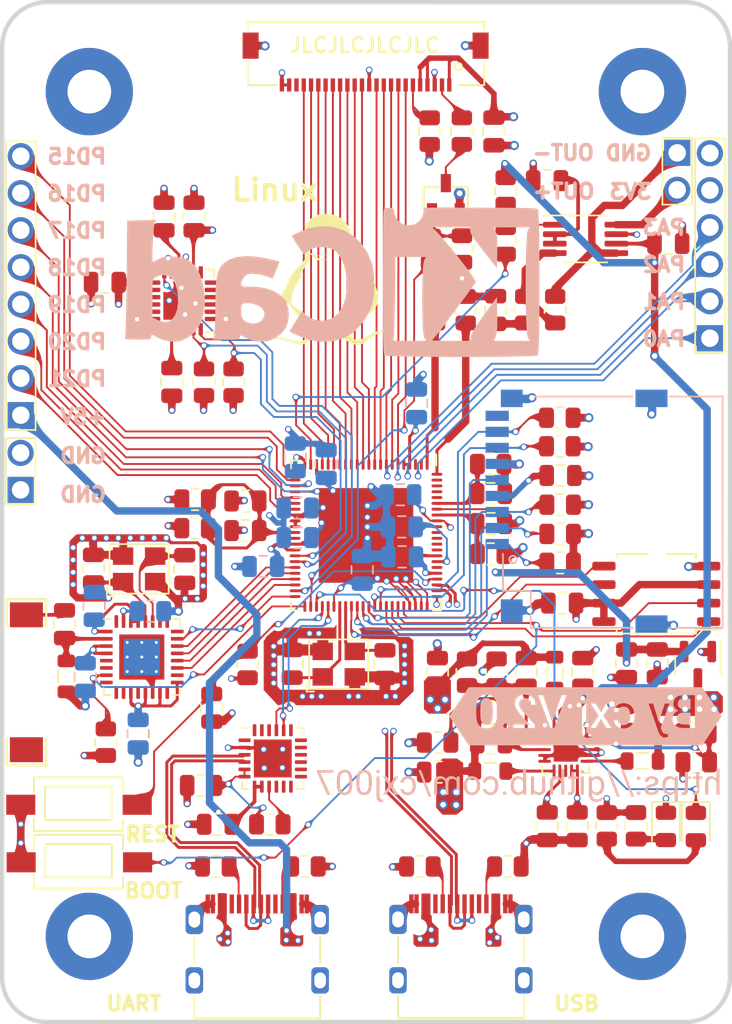
<source format=kicad_pcb>
(kicad_pcb (version 20211014) (generator pcbnew)
  (layers (0 "F.Cu" signal) (1 "In1.Cu" power "GND.Cu") (2 "In2.Cu" mixed "POWER.Cu") (31 "B.Cu" signal) (34 "B.Paste" user) (35 "F.Paste" user) (36 "B.SilkS" user "B.Silkscreen") (37 "F.SilkS" user "F.Silkscreen") (38 "B.Mask" user) (39 "F.Mask" user) (44 "Edge.Cuts" user))
  (net 0 "")
  (net 1 "/RESET")
  (net 2 "GND")
  (net 3 "+2V5")
  (net 4 "Net-(C2-Pad2)")
  (net 5 "+3V3")
  (net 6 "Net-(C7-Pad1)")
  (net 7 "Net-(C8-Pad1)")
  (net 8 "Net-(C9-Pad1)")
  (net 9 "Net-(C10-Pad1)")
  (net 10 "Net-(C11-Pad1)")
  (net 11 "Net-(C12-Pad1)")
  (net 12 "+1V2")
  (net 13 "+3V0")
  (net 14 "Net-(C27-Pad2)")
  (net 15 "Net-(C28-Pad2)")
  (net 16 "Net-(C26-Pad2)")
  (net 17 "+5V")
  (net 18 "Net-(C31-Pad2)")
  (net 19 "/MUSIC")
  (net 20 "Net-(C39-Pad2)")
  (net 21 "Net-(C38-Pad2)")
  (net 22 "/FB1")
  (net 23 "/FB2")
  (net 24 "/FB3")
  (net 25 "/LED0")
  (net 26 "Net-(D1-Pad2)")
  (net 27 "Net-(D2-Pad2)")
  (net 28 "/TFT_LEDK")
  (net 29 "/TFT_IM")
  (net 30 "/TFT_RES")
  (net 31 "/TFT_CS")
  (net 32 "/TFT_DC")
  (net 33 "/TFT_WR")
  (net 34 "/TFT_RD")
  (net 35 "/TFT_DB0")
  (net 36 "/TFT_DB1")
  (net 37 "/TFT_DB2")
  (net 38 "/TFT_DB3")
  (net 39 "/TFT_DB4")
  (net 40 "/TFT_DB5")
  (net 41 "/TFT_DB6")
  (net 42 "/TFT_DB7")
  (net 43 "/TE")
  (net 45 "/PD21")
  (net 46 "/PD20")
  (net 47 "/PD19")
  (net 48 "/PD18")
  (net 49 "/PD17")
  (net 50 "/PD16")
  (net 51 "/PD15")
  (net 52 "/PA0")
  (net 53 "/PA1")
  (net 54 "/PA2")
  (net 55 "/PA3")
  (net 56 "Net-(J3-Pad1)")
  (net 57 "Net-(J3-Pad2)")
  (net 58 "/LX1")
  (net 59 "/LX2")
  (net 60 "/LX3")
  (net 61 "Net-(Q1-Pad2)")
  (net 62 "Net-(Q1-Pad3)")
  (net 63 "/MPU_SCL")
  (net 64 "/SDC0_D1")
  (net 65 "/MPU_SDA")
  (net 66 "/SDC0_D0")
  (net 67 "/SDC0_CMD")
  (net 68 "/SDC0_D3")
  (net 69 "/SDC0_D2")
  (net 70 "Net-(R12-Pad2)")
  (net 71 "Net-(R17-Pad2)")
  (net 72 "Net-(R18-Pad2)")
  (net 73 "/TFT_BLK")
  (net 74 "/ESP_RESET")
  (net 75 "Net-(R28-Pad2)")
  (net 76 "/BOOT")
  (net 77 "/SDC0_CLK")
  (net 81 "/MPU_INIT")
  (net 84 "/ESP_MISO")
  (net 85 "/ESP_CLK")
  (net 86 "/ESP_MOSI")
  (net 87 "/ESP_CS")
  (net 88 "/ESP_INT")
  (net 89 "/CPU_TXD")
  (net 90 "/CPU_RXD")
  (net 91 "/SPI0_CLK")
  (net 92 "/SPI0_CS")
  (net 93 "/SPI0_MOSI")
  (net 94 "/USB_N")
  (net 95 "/USB_P")
  (net 108 "/D+")
  (net 109 "/D-")
  (net 139 "Net-(A1-Pad2)")
  (net 140 "Net-(R11-Pad2)")
  (net 141 "Net-(R16-Pad2)")
  (net 142 "Net-(R22-Pad2)")
  (net 143 "Net-(R25-Pad2)")
  (net 144 "Net-(R27-Pad2)")
  (net 145 "Net-(R35-Pad2)")
  (net 146 "/MUSIC_EN")
  (footprint "Capacitor_SMD:C_0805_2012Metric" (layer "F.Cu") (at 81.9404 63.3984 90)
    (fp_text reference "C7" hide)
    (fp_text value "100nF")
  )
  (footprint "Resistor_SMD:R_0805_2012Metric" (layer "F.Cu") (at 109.1293 79.1742 180)
    (fp_text reference "R7" hide)
    (fp_text value "10k")
  )
  (footprint "Inductor_SMD:L_0805_2012Metric" (layer "F.Cu") (at 114.8208 100.7896 180)
    (fp_text reference "L1" hide)
    (fp_text value "2.2uH")
  )
  (footprint "Inductor_SMD:L_0805_2012Metric" (layer "F.Cu") (at 108.7756 94.7182 -90)
    (fp_text reference "L3" hide)
    (fp_text value "2.2uH")
  )
  (footprint "Capacitor_SMD:C_0805_2012Metric" (layer "F.Cu") (at 97.117 94.1348 -90)
    (fp_text reference "C12" hide)
    (fp_text value "12pf")
  )
  (footprint "Capacitor_SMD:C_0805_2012Metric" (layer "F.Cu") (at 114.7446 96.8526 180)
    (fp_text reference "C35" hide)
    (fp_text value "10uF")
  )
  (footprint "Capacitor_SMD:C_0805_2012Metric" (layer "F.Cu") (at 85.217 97.1296 -90)
    (fp_text reference "C1" hide)
    (fp_text value "0.1uF")
  )
  (footprint "Capacitor_SMD:C_0805_2012Metric" (layer "F.Cu") (at 83.9978 63.3984 90)
    (fp_text reference "C5" hide)
    (fp_text value "10nF")
  )
  (footprint "Resistor_SMD:R_0805_2012Metric" (layer "F.Cu") (at 91.6178 108.0262 180)
    (fp_text reference "R18" hide)
    (fp_text value "1k")
  )
  (footprint "Resistor_SMD:R_0805_2012Metric" (layer "F.Cu") (at 109.1547 85.194 180)
    (fp_text reference "R9" hide)
    (fp_text value "10k")
  )
  (footprint "Inductor_SMD:L_0805_2012Metric" (layer "F.Cu") (at 104.356 101.4754)
    (fp_text reference "L2" hide)
    (fp_text value "2.2uH")
  )
  (footprint "Resistor_SMD:R_0805_2012Metric" (layer "F.Cu") (at 108.8136 69.7992 90)
    (fp_text reference "R37" hide)
    (fp_text value "64k")
  )
  (footprint "Resistor_SMD:R_0805_2012Metric" (layer "F.Cu") (at 104.3814 86.5656)
    (fp_text reference "R14" hide)
    (fp_text value "200k")
  )
  (footprint "Resistor_SMD:R_0805_2012Metric" (layer "F.Cu") (at 102.7558 94.6882 -90)
    (fp_text reference "R33" hide)
    (fp_text value "150k")
  )
  (footprint "Resistor_SMD:R_0805_2012Metric" (layer "F.Cu") (at 105.41 61.6458 -90)
    (fp_text reference "R28" hide)
    (fp_text value "10k")
  )
  (footprint "Capacitor_SMD:C_0805_2012Metric" (layer "F.Cu") (at 108.2548 60.9346)
    (fp_text reference "C39" hide)
    (fp_text value "1uF")
  )
  (footprint "Resistor_SMD:R_0805_2012Metric" (layer "F.Cu") (at 104.3814 80.3934)
    (fp_text reference "R13" hide)
    (fp_text value "200k")
  )
  (footprint "Capacitor_SMD:C_0805_2012Metric" (layer "F.Cu") (at 115.824 94.0753 -90)
    (fp_text reference "C46" hide)
    (fp_text value "10uF")
  )
  (footprint "My_Library:QFN-88_EP_10x10_Pitch0.4mm" (layer "F.Cu") (at 95.8152 85.2956 -90)
    (fp_text reference "U3" hide)
    (fp_text value "F1c200s")
  )
  (footprint "My_Library:FPC_24_0.5" (layer "F.Cu") (at 95.81281 52.85741 180)
    (fp_text reference "F1" hide)
    (fp_text value "FPC_24")
  )
  (footprint "Resistor_SMD:R_0805_2012Metric" (layer "F.Cu") (at 77.94 99.4942 90)
    (fp_text reference "R21" hide)
    (fp_text value "10k")
  )
  (footprint "Resistor_SMD:R_0805_2012Metric" (layer "F.Cu") (at 105.5624 108.0262 180)
    (fp_text reference "R16" hide)
    (fp_text value "1k")
  )
  (footprint "Resistor_SMD:R_0805_2012Metric" (layer "F.Cu") (at 102.4 57.5388 90)
    (fp_text reference "R26" hide)
    (fp_text value "10")
  )
  (footprint "Capacitor_SMD:C_0805_2012Metric" (layer "F.Cu") (at 104.4014 84.4828)
    (fp_text reference "C10" hide)
    (fp_text value "1uF")
  )
  (footprint "Capacitor_SMD:C_0805_2012Metric" (layer "F.Cu") (at 116.586 65.2526)
    (fp_text reference "C48" hide)
    (fp_text value "1uF")
  )
  (footprint "Resistor_SMD:R_0805_2012Metric" (layer "F.Cu") (at 109.1293 77.2184 180)
    (fp_text reference "R5" hide)
    (fp_text value "10k")
  )
  (footprint "Capacitor_SMD:C_0805_2012Metric" (layer "F.Cu") (at 104.6 57.5588 -90)
    (fp_text reference "C25" hide)
    (fp_text value "0.1uF")
  )
  (footprint "Package_DFN_QFN:QFN-20-1EP_3x3mm_P0.4mm_EP1.65x1.65mm" (layer "F.Cu") (at 109.5376 100.0022)
    (fp_text reference "U11" hide)
    (fp_text value "EA3036")
  )
  (footprint "My_Library:SW" (layer "F.Cu") (at 76.0476 103.8098)
    (fp_text reference "SW1" hide)
    (fp_text value "SW")
  )
  (footprint "Package_DFN_QFN:QFN-24-1EP_4x4mm_P0.5mm_EP2.6x2.6mm" (layer "F.Cu") (at 89.408 100.6094)
    (fp_text reference "U8" hide)
    (fp_text value "CP2104")
  )
  (footprint "Capacitor_SMD:C_0805_2012Metric" (layer "F.Cu") (at 90.7416 94.1094 90)
    (fp_text reference "C11" hide)
    (fp_text value "12pf")
  )
  (footprint "Capacitor_SMD:C_0805_2012Metric" (layer "F.Cu") (at 108.2676 105.26 -90)
    (fp_text reference "C44" hide)
    (fp_text value "10uF")
  )
  (footprint "Capacitor_SMD:C_0805_2012Metric" (layer "F.Cu") (at 100.7618 101.5492 180)
    (fp_text reference "C36" hide)
    (fp_text value "10uF")
  )
  (footprint "My_Library:typec 12" (layer "F.Cu") (at 88.0872 113.87993)
    (fp_text reference "U6" hide)
    (fp_text value "TYPE-C-31-M-12_母座")
  )
  (footprint "My_Library:SW" (layer "F.Cu") (at 76.073 107.7595)
    (fp_text reference "SW2" hide)
    (fp_text value "SW")
  )
  (footprint "Capacitor_SMD:C_0805_2012Metric" (layer "F.Cu") (at 87.5284 82.931 180)
    (fp_text reference "C3" hide)
    (fp_text value "0.1uF")
  )
  (footprint "My_Library:LM4890S_MSOP_8" (layer "F.Cu") (at 110.871 64.9478)
    (fp_text reference "U9" hide)
    (fp_text value "LM4890S")
  )
  (footprint "Resistor_SMD:R_0805_2012Metric" (layer "F.Cu") (at 84.074 84.8014)
    (fp_text reference "R2" hide)
    (fp_text value "2k")
  )
  (footprint "Resistor_SMD:R_0805_2012Metric" (layer "F.Cu") (at 85.4964 108.0262)
    (fp_text reference "R22" hide)
    (fp_text value "5.1k")
  )
  (footprint "Resistor_SMD:R_0805_2012Metric" (layer "F.Cu") (at 100.1904 57.5388 -90)
    (fp_text reference "R24" hide)
    (fp_text value "4.7k")
  )
  (footprint "Resistor_SMD:R_0805_2012Metric" (layer "F.Cu") (at 99.5172 108.0262)
    (fp_text reference "R17" hide)
    (fp_text value "5.1k")
  )
  (footprint "Capacitor_SMD:C_0805_2012Metric" (layer "F.Cu") (at 100.7238 94.6682 90)
    (fp_text reference "C37" hide)
    (fp_text value "10uF")
  )
  (footprint "Resistor_SMD:R_0805_2012Metric" (layer "F.Cu") (at 105.41 65.0748 90)
    (fp_text reference "R38" hide)
    (fp_text value "0")
  )
  (footprint "My_Library:6p_2.54" (layer "F.Cu") (at 119.4436 65.4074 90)
    (fp_text reference "J2" hide)
    (fp_text value "Conn_01x06_Male")
  )
  (footprint "Capacitor_SMD:C_0805_2012Metric" (layer "F.Cu") (at 82.4738 74.7576 -90)
    (fp_text reference "C8" hide)
    (fp_text value "2.2nF")
  )
  (footprint "My_Library:AN9520-245" (layer "F.Cu") (at 72.367801 95.45286 90)
    (fp_text reference "A1" hide)
    (fp_text value "A")
  )
  (footprint "Resistor_SMD:R_0805_2012Metric" (layer "F.Cu") (at 100.7364 99.5172 180)
    (fp_text reference "R32" hide)
    (fp_text value "150k")
  )
  (footprint "Capacitor_SMD:C_0805_2012Metric" (layer "F.Cu") (at 114.77 98.8846 180)
    (fp_text reference "C40" hide)
    (fp_text value "220pF")
  )
  (footprint "Inductor_SMD:L_0805_2012Metric" (layer "F.Cu") (at 75.2222 94.973 -90)
    (fp_text reference "TBD1" hide)
    (fp_text value "L")
  )
  (footprint "Resistor_SMD:R_0805_2012Metric" (layer "F.Cu") (at 89.2048 105.1306)
    (fp_text reference "R27" hide)
    (fp_text value "4.7k")
  )
  (footprint "Capacitor_SMD:C_0805_2012Metric" (layer "F.Cu") (at 84.4804 102.4636)
    (fp_text reference "C31" hide)
    (fp_text value "0.1uF")
  )
  (footprint "My_Library:M3" (layer "F.Cu") (at 76.8152 112.6942)
    (fp_text reference "REF**" hide)
    (fp_text value "M3")
  )
  (footprint "My_Library:X322512MSB4S" (layer "F.Cu") (at 80.2259 87.5919)
    (fp_text reference "Y2" hide)
    (fp_text value "26M")
  )
  (footprint "Resistor_SMD:R_0805_2012Metric" (layer "F.Cu") (at 84.6836 74.7776 -90)
    (fp_text reference "R4" hide)
    (fp_text value "4.7K")
  )
  (footprint "Capacitor_SMD:C_0805_2012Metric" (layer "F.Cu") (at 87.5284 84.963)
    (fp_text reference "C2" hide)
    (fp_text value "0.1uF")
  )
  (footprint "My_Library:typec 12" (layer "F.Cu") (at 102.07864 113.86892)
    (fp_text reference "U5" hide)
    (fp_text value "TYPE-C-31-M-12_母座")
  )
  (footprint "Sensor_Motion:InvenSense_QFN-24_4x4mm_P0.5mm" (layer "F.Cu") (at 83.2104 69.1896 180)
    (fp_text reference "U2" hide)
    (fp_text value "MPU-6050")
  )
  (footprint "Capacitor_SMD:C_0805_2012Metric" (layer "F.Cu") (at 83.3628 87.6046 90)
    (fp_text reference "C27" hide)
    (fp_text value "TBD")
  )
  (footprint "Resistor_SMD:R_0805_2012Metric" (layer "F.Cu") (at 104.7878 94.6882 90)
    (fp_text reference "R34" hide)
    (fp_text value "150k")
  )
  (footprint "Resistor_SMD:R_0805_2012Metric" (layer "F.Cu") (at 114.3636 105.2346 -90)
    (fp_text reference "R36" hide)
    (fp_text value "5k")
  )
  (footprint "Resistor_SMD:R_0805_2012Metric" (layer "F.Cu") (at 87.6808 94.1578 90)
    (fp_text reference "R1" hide)
    (fp_text value "47k")
  )
  (footprint "Package_TO_SOT_SMD:SOT-23" (layer "F.Cu") (at 118.618 94.2086 -90)
    (fp_text reference "U10" hide)
    (fp_text value "XC6206PxxxMR")
  )
  (footprint "My_Library:2p_2.54" (layer "F.Cu") (at 117.0686 60.2996 -90)
    (fp_text reference "J3" hide)
    (fp_text value "Conn_01x02_Male")
  )
  (footprint "LED_SMD:LED_0805_2012Metric" (layer "F.Cu") (at 118.4784 105.2854 -90)
    (fp_text reference "D1" hide)
    (fp_text value "LED")
  )
  (footprint "Capacitor_SMD:C_0805_2012Metric" (layer "F.Cu") (at 106.8198 94.6682 -90)
    (fp_text reference "C42" hide)
    (fp_text value "220pF")
  )
  (footprint "Resistor_SMD:R_0805_2012Metric" (layer "F.Cu") (at 102.6668 69.7992 -90)
    (fp_text reference "R12" hide)
    (fp_text value "10k")
  )
  (footprint "My_Library:M3" (layer "F.Cu") (at 114.8152 112.6942)
    (fp_text reference "REF**" hide)
    (fp_text value "M3")
  )
  (footprint "LED_SMD:LED_0805_2012Metric" (layer "F.Cu") (at 116.421 105.2746 -90)
    (fp_text reference "D2" hide)
    (fp_text value "LED")
  )
  (footprint "Package_DFN_QFN:QFN-32-1EP_5x5mm_P0.5mm_EP3.1x3.1mm_ThermalVias" (layer "F.Cu") (at 80.4088 93.6442)
    (fp_text reference "U7" hide)
    (fp_text value "ESP8089")
  )
  (footprint "Capacitor_SMD:C_0805_2012Metric" (layer "F.Cu") (at 104.7242 69.8192 -90)
    (fp_text reference "C38" hide)
    (fp_text value "0.49uF")
  )
  (footprint "Capacitor_SMD:C_0805_2012Metric" (layer "F.Cu") (at 109.1801 81.1808)
    (fp_text reference "C4" hide)
    (fp_text value "0.1uF")
  )
  (footprint "Resistor_SMD:R_0805_2012Metric" (layer "F.Cu") (at 118.5038 100.8658 180)
    (fp_text reference "R30" hide)
    (fp_text value "150k")
  )
  (footprint "Capacitor_SMD:C_0805_2012Metric" (layer "F.Cu") (at 104.4068 99.545)
    (fp_text reference "C41" hide)
    (fp_text value "220pF")
  )
  (footprint "Capacitor_SMD:C_0805_2012Metric" (layer "F.Cu") (at 110.706 94.6682 90)
    (fp_text reference "C45" hide)
    (fp_text value "10uF")
  )
  (footprint "My_Library:M3" (layer "F.Cu") (at 76.8152 54.6942)
    (fp_text reference "REF**" hide)
    (fp_text value "M3")
  )
  (footprint "Capacitor_SMD:C_0805_2012Metric" (layer "F.Cu") (at 77.8764 67.9196 180)
    (fp_text reference "C6" hide)
    (fp_text value "100nF")
  )
  (footprint "My_Library:8p_2.54" (layer "F.Cu") (at 72.098 69.4206 90)
    (fp_text reference "J1" hide)
    (fp_text value "Conn_01x08_Male")
  )
  (footprint "My_Library:W25Q128" (layer "F.Cu") (at 115.8306 89.3088 180)
    (fp_text reference "U4" hide)
    (fp_text value "W25Q128")
  )
  (footprint "Resistor_SMD:R_0805_2012Metric" (layer "F.Cu") (at 100.5586 69.7992 -90)
    (fp_text reference "R11" hide)
    (fp_text value "10k")
  )
  (footprint "Capacitor_SMD:C_0805_2012Metric" (layer "F.Cu") (at 109.2962 89.9414 180)
    (fp_text reference "C13" hide)
    (fp_text value "0.1uF")
  )
  (footprint "Resistor_SMD:R_0805_2012Metric" (layer "F.Cu") (at 84.074 82.8294 180)
    (fp_text reference "R3" hide)
    (fp_text value "2k")
  )
  (footprint "My_Library:X322512MSB4S" (layer "F.Cu") (at 93.942 94.1348)
    (fp_text reference "Y1" hide)
    (fp_text value "24M")
  )
  (footprint "Resistor_SMD:R_0805_2012Metric" (layer "F.Cu") (at 104.4194 97.5106)
    (fp_text reference "R31" hide)
    (fp_text value "470k")
  )
  (footprint "Resistor_SMD:R_0805_2012Metric" (layer "F.Cu") (at 112.357 105.2346 -90)
    (fp_text reference "R15" hide)
    (fp_text value "5k")
  )
  (footprint "Capacitor_SMD:C_0805_2012Metric" (layer "F.Cu") (at 110.325 105.26 -90)
    (fp_text reference "C43" hide)
    (fp_text value "10uF")
  )
  (footprint "Resistor_SMD:R_0805_2012Metric" (layer "F.Cu") (at 86.7156 74.7776 -90)
    (fp_text reference "R6" hide)
    (fp_text value "4.7K")
  )
  (footprint "My_Library:M3" (layer "F.Cu") (at 114.8152 54.6942)
    (fp_text reference "REF**" hide)
    (fp_text value "M3")
  )
  (footprint "Resistor_SMD:R_0805_2012Metric" (layer "F.Cu") (at 109.1547 83.1874 180)
    (fp_text reference "R8" hide)
    (fp_text value "10k")
  )
  (footprint "Capacitor_SMD:C_0805_2012Metric" (layer "F.Cu") (at 85.6488 105.1306 180)
    (fp_text reference "C29" hide)
    (fp_text value "1uF")
  )
  (footprint "Resistor_SMD:R_0805_2012Metric" (layer "F.Cu") (at 109.1547 87.1752 180)
    (fp_text reference "R10" hide)
    (fp_text value "10k")
  )
  (footprint "Capacitor_SMD:C_0805_2012Metric" (layer "F.Cu") (at 77.089 87.5792 -90)
    (fp_text reference "C28" hide)
    (fp_text value "TBD")
  )
  (footprint "My_Library:S8050_SOT_23" (layer "F.Cu") (at 101.2948 62.2265 -90)
    (fp_text reference "Q1" hide)
    (fp_text value "S8050")
  )
  (footprint "My_Library:2p_2.54" (layer "F.Cu") (at 72.2122 80.899 90)
    (fp_text reference "J4" hide)
    (fp_text value "Conn_01x02_Male")
  )
  (footprint "Resistor_SMD:R_0805_2012Metric" (layer "F.Cu") (at 102.4128 65.6317 90)
    (fp_text reference "R19" hide)
    (fp_text value "10k")
  )
  (footprint "Capacitor_SMD:C_0805_2012Metric" (layer "F.Cu") (at 104.4014 82.4254)
    (fp_text reference "C9" hide)
    (fp_text value "1uF")
  )
  (footprint "Resistor_SMD:R_0805_2012Metric" (layer "F.Cu") (at 118.4784 98.8846)
    (fp_text reference "R29" hide)
    (fp_text value "680k")
  )
  (footprint "Resistor_SMD:R_0805_2012Metric" (layer "F.Cu") (at 106.7562 69.7992 90)
    (fp_text reference "R35" hide)
    (fp_text value "20k")
  )
  (footprint "logo:logo" (layer "F.Cu") (at 93.0402 67.6148)
    (fp_text reference "G***" hide)
    (fp_text value "LOGO" hide)
  )
  (footprint "Resistor_SMD:R_0805_2012Metric" (layer "F.Cu") (at 100.2792 65.6571 90)
    (fp_text reference "R20" hide)
    (fp_text value "1k")
  )
  (footprint "Capacitor_SMD:C_0805_2012Metric" (layer "F.Cu") (at 113.7158 94.0753 -90)
    (fp_text reference "C47" hide)
    (fp_text value "0.1uF")
  )
  (footprint "Capacitor_SMD:C_0805_2012Metric" (layer "F.Cu") (at 75.1002 91.39079 -90)
    (fp_text reference "C26" hide)
    (fp_text value "TBD")
  )
  (footprint "kibuzzard-616427ED" (layer "B.Cu") (at 110.8964 97.7138 180)
    (fp_text reference "kibuzzard-616427ED" hide)
    (fp_text value "G***" hide)
  )
  (footprint "Capacitor_SMD:C_0805_2012Metric" (layer "B.Cu") (at 76.5302 95.0214 -90)
    (fp_text reference "C33" hide)
    (fp_text value "0.1uF")
  )
  (footprint "Capacitor_SMD:C_0805_2012Metric" (layer "B.Cu") (at 90.9574 79.9338 90)
    (fp_text reference "C15" hide)
    (fp_text value "0.1uF")
  )
  (footprint "Resistor_SMD:R_0805_2012Metric" (layer "B.Cu") (at 81.0006 90.5002 180)
    (fp_text reference "R25" hide)
    (fp_text value "12k")
  )
  (footprint "Capacitor_SMD:C_0805_2012Metric" (layer "B.Cu") (at 99.2886 76.2254 90)
    (fp_text reference "C14" hide)
    (fp_text value "0.1uF")
  )
  (footprint "Capacitor_SMD:C_0805_2012Metric" (layer "B.Cu") (at 88.7604 87.4292 180)
    (fp_text reference "C16" hide)
    (fp_text value "0.1uF")
  )
  (footprint "Capacitor_SMD:C_0805_2012Metric" (layer "B.Cu") (at 98.298 86.7664 180)
    (fp_text reference "C22" hide)
    (fp_text value "0.1uF")
  )
  (footprint "Capacitor_SMD:C_0805_2012Metric" (layer "B.Cu") (at 91.1098 85.4456 180)
    (fp_text reference "C19" hide)
    (fp_text value "0.1uF")
  )
  (footprint "My_Library:Micro_SD" (layer "B.Cu") (at 112.5142 83.3906 -90)
    (fp_text reference "U1" hide)
    (fp_text value "Micro_SD_Card")
  )
  (footprint "Capacitor_SMD:C_0805_2012Metric" (layer "B.Cu") (at 95.5548 87.6554 90)
    (fp_text reference "C18" hide)
    (fp_text value "0.1uF")
  )
  (footprint "Capacitor_SMD:C_0805_2012Metric" (layer "B.Cu") (at 77.1398 90.1344 90)
    (fp_text reference "C32" hide)
    (fp_text value "0.1uF")
  )
  (footprint "Capacitor_SMD:C_0805_2012Metric" (layer "B.Cu") (at 93.0784 80.3934 90)
    (fp_text reference "C24" hide)
    (fp_text value "0.1uF")
  )
  (footprint "Capacitor_SMD:C_0805_2012Metric" (layer "B.Cu") (at 98.171 82.4992 180)
    (fp_text reference "C17" hide)
    (fp_text value "0.1uF")
  )
  (footprint "Capacitor_SMD:C_0805_2012Metric" (layer "B.Cu") (at 98.2726 84.709 180)
    (fp_text reference "C23" hide)
    (fp_text value "0.1uF")
  )
  (footprint "logo:logo1" (layer "B.Cu") (at 93.590969 67.365157 180)
    (fp_text reference "G***" hide)
    (fp_text value "LOGO" hide)
  )
  (footprint "kibuzzard-61642942" (layer "B.Cu") (at 106.2736 102.4636 180)
    (fp_text reference "kibuzzard-61642942" hide)
    (fp_text value "G***" hide)
  )
  (footprint "Capacitor_SMD:C_0805_2012Metric" (layer "B.Cu") (at 91.1098 83.4136 180)
    (fp_text reference "C20" hide)
    (fp_text value "0.1uF")
  )
  (footprint "Capacitor_SMD:C_0805_2012Metric" (layer "B.Cu") (at 80.1624 98.9076 -90)
    (fp_text reference "C34" hide)
    (fp_text value "0.1uF")
  )
  (gr_line (start 73.918177 118.702543) (end 117.79229 118.705846) (layer "Edge.Cuts") (width 0.3))
  (gr_arc (start 117.725024 48.688256) (mid 119.9008 49.5578) (end 120.824446 51.711166) (layer "Edge.Cuts") (width 0.3))
  (gr_arc (start 120.8152 115.606424) (mid 119.945656 117.7822) (end 117.79229 118.705846) (layer "Edge.Cuts") (width 0.3))
  (gr_line (start 117.725024 48.688256) (end 73.844966 48.684954) (layer "Edge.Cuts") (width 0.3))
  (gr_arc (start 73.918174 118.702544) (mid 71.742399 117.833) (end 70.818754 115.679634) (layer "Edge.Cuts") (width 0.3))
  (gr_line (start 70.818754 115.679634) (end 70.822056 51.784376) (layer "Edge.Cuts") (width 0.3))
  (gr_arc (start 70.822056 51.784376) (mid 71.6916 49.6086) (end 73.844966 48.684954) (layer "Edge.Cuts") (width 0.3))
  (gr_line (start 120.824446 51.711166) (end 120.8152 115.606424) (layer "Edge.Cuts") (width 0.3))
  (gr_text "OUT+" (at 109.3978 61.6712) (layer "B.SilkS") (effects (font (size 1.016 1.016) (thickness 0.254)) (justify mirror)))
  (gr_text "GND" (at 113.8428 59.055) (layer "B.SilkS") (effects (font (size 1.016 1.016) (thickness 0.254)) (justify mirror)))
  (gr_text "PD20" (at 75.946 72.004765) (layer "B.SilkS") (effects (font (size 1.016 1.016) (thickness 0.254)) (justify mirror)))
  (gr_text "PA2" (at 116.2812 66.708866) (layer "B.SilkS") (effects (font (size 1.016 1.016) (thickness 0.254)) (justify mirror)))
  (gr_text "PD15" (at 75.946 59.2836) (layer "B.SilkS") (effects (font (size 1.016 1.016) (thickness 0.254)) (justify mirror)))
  (gr_text "PA3" (at 116.2812 64.1604) (layer "B.SilkS") (effects (font (size 1.016 1.016) (thickness 0.254)) (justify mirror)))
  (gr_text "PD21" (at 75.946 74.549) (layer "B.SilkS") (effects (font (size 1.016 1.016) (thickness 0.254)) (justify mirror)))
  (gr_text "PA1" (at 116.2812 69.257332) (layer "B.SilkS") (effects (font (size 1.016 1.016) (thickness 0.254)) (justify mirror)))
  (gr_text "PA0" (at 116.2812 71.8058) (layer "B.SilkS") (effects (font (size 1.016 1.016) (thickness 0.254)) (justify mirror)))
  (gr_text "3V3" (at 113.987943 61.6966) (layer "B.SilkS") (effects (font (size 1.016 1.016) (thickness 0.254)) (justify mirror)))
  (gr_text "PD18" (at 75.946 66.916299) (layer "B.SilkS") (effects (font (size 1.016 1.016) (thickness 0.254)) (justify mirror)))
  (gr_text "GND" (at 76.381428 82.4992) (layer "B.SilkS") (effects (font (size 1.016 1.016) (thickness 0.254)) (justify mirror)))
  (gr_text "OUT-" (at 109.3724 59.0296) (layer "B.SilkS") (effects (font (size 1.016 1.016) (thickness 0.254)) (justify mirror)))
  (gr_text "PD19" (at 75.946 69.460542) (layer "B.SilkS") (effects (font (size 1.016 1.016) (thickness 0.254)) (justify mirror)))
  (gr_text "PD16" (at 75.946 61.827833) (layer "B.SilkS") (effects (font (size 1.016 1.016) (thickness 0.254)) (justify mirror)))
  (gr_text "PD17" (at 75.946 64.372066) (layer "B.SilkS") (effects (font (size 1.016 1.016) (thickness 0.254)) (justify mirror)))
  (gr_text "GND" (at 76.381428 79.8322) (layer "B.SilkS") (effects (font (size 1.016 1.016) (thickness 0.254)) (justify mirror)))
  (gr_text "+5V" (at 76.381428 77.1652) (layer "B.SilkS") (effects (font (size 1.016 1.016) (thickness 0.254)) (justify mirror)))
  (gr_text "Linux" (at 89.535 61.5696) (layer "F.SilkS") (effects (font (size 1.5 1.5) (thickness 0.3))))
  (gr_text "REST" (at 81.153 105.8164) (layer "F.SilkS") (effects (font (size 1.016 1.016) (thickness 0.254))))
  (gr_text "BOOT" (at 81.2038 109.7026) (layer "F.SilkS") (effects (font (size 1.016 1.016) (thickness 0.254))))
  (gr_text "JLCJLCJLCJLC" (at 95.7326 51.6382) (layer "F.SilkS") (effects (font (size 1 1) (thickness 0.1778))))
  (gr_text "USB" (at 110.2868 117.4242) (layer "F.SilkS") (effects (font (size 1.016 1.016) (thickness 0.254))))
  (gr_text "UART" (at 79.8576 117.4242) (layer "F.SilkS") (effects (font (size 1.016 1.016) (thickness 0.254))))
  (segment (start 85.201811 96.179589) (end 81.2546 100.1268) (width 0.127) (layer "F.Cu") (net 1))
  (segment (start 81.2546 102.628776) (end 80.095598 103.787778) (width 0.127) (layer "F.Cu") (net 1))
  (segment (start 89.5369 91.3892) (end 87.6808 93.2453) (width 0.127) (layer "F.Cu") (net 1))
  (segment (start 81.2546 100.1268) (end 81.2546 102.628776) (width 0.127) (layer "F.Cu") (net 1))
  (segment (start 85.217 95.4786) (end 85.217 96.1796) (width 0.127) (layer "F.Cu") (net 1))
  (segment (start 85.217 96.1796) (end 85.2018 96.1796) (width 0.2032) (layer "F.Cu") (net 1))
  (segment (start 100.147 88.2956) (end 100.6902 88.2956) (width 0.127) (layer "F.Cu") (net 1))
  (segment (start 89.789 91.3892) (end 89.5369 91.3892) (width 0.127) (layer "F.Cu") (net 1))
  (segment (start 87.4503 93.2453) (end 85.217 95.4786) (width 0.127) (layer "F.Cu") (net 1))
  (segment (start 87.6808 93.2453) (end 87.4503 93.2453) (width 0.127) (layer "F.Cu") (net 1))
  (segment (start 99.8982 88.5444) (end 100.147 88.2956) (width 0.127) (layer "F.Cu") (net 1))
  (via (at 89.789 91.3892) (size 0.4572) (drill 0.3048) (layers "F.Cu" "B.Cu") (net 1))
  (via (at 99.8982 88.5444) (size 0.4572) (drill 0.3048) (layers "F.Cu" "B.Cu") (net 1))
  (segment (start 99.1616 87.757) (end 93.599 87.757) (width 0.127) (layer "B.Cu") (net 1))
  (segment (start 99.8982 88.4936) (end 99.1616 87.757) (width 0.127) (layer "B.Cu") (net 1))
  (segment (start 99.8982 88.5444) (end 99.8982 88.4936) (width 0.127) (layer "B.Cu") (net 1))
  (segment (start 93.599 87.757) (end 89.9668 91.3892) (width 0.127) (layer "B.Cu") (net 1))
  (segment (start 89.9668 91.3892) (end 89.789 91.3892) (width 0.127) (layer "B.Cu") (net 1))
  (segment (start 86.1822 70.4342) (end 86.1768 70.4396) (width 0.2032) (layer "F.Cu") (net 2))
  (segment (start 86.3346 99.8728) (end 86.3346 99.8714) (width 0.2032) (layer "F.Cu") (net 2))
  (segment (start 84.2264 89.6366) (end 83.439 89.6366) (width 0.508) (layer "F.Cu") (net 2))
  (segment (start 90.7416 93.1594) (end 90.7416 92.107032) (width 0.762) (layer "F.Cu") (net 2))
  (segment (start 108.1024 98.3234) (end 108.0982 98.3234) (width 0.2032) (layer "F.Cu") (net 2))
  (segment (start 106.6546 111.50817) (end 105.73624 110.58981) (width 0.508) (layer "F.Cu") (net 2))
  (segment (start 118.8235 93.2711) (end 118.8212 93.2688) (width 0.508) (layer "F.Cu") (net 2))
  (segment (start 104.6152 58.524) (end 104.6 58.5088) (width 0.508) (layer "F.Cu") (net 2))
  (segment (start 92.74186 93.1594) (end 92.84208 93.25962) (width 0.762) (layer "F.Cu") (net 2))
  (segment (start 87.8874 51.6691) (end 88.90492 51.6691) (width 0.508) (layer "F.Cu") (net 2))
  (segment (start 72.09562 106.41558) (end 72.09562 107.71208) (width 0.508) (layer "F.Cu") (net 2))
  (segment (start 75.692 89.281) (end 75.692 88.6714) (width 0.508) (layer "F.Cu") (net 2))
  (segment (start 99.3156 86.6956) (end 100.6902 86.6956) (width 0.2032) (layer "F.Cu") (net 2))
  (segment (start 77.089 86.6292) (end 79.03846 86.6292) (width 0.508) (layer "F.Cu") (net 2))
  (segment (start 100.7238 92.7482) (end 100.7238 93.7182) (width 0.508) (layer "F.Cu") (net 2))
  (segment (start 76.0222 85.471) (end 75.692 85.8012) (width 0.508) (layer "F.Cu") (net 2))
  (segment (start 96.2494 84.8614) (end 97.4814 84.8614) (width 0.2032) (layer "F.Cu") (net 2))
  (segment (start 85.2932 110.60092) (end 84.94319 110.60092) (width 0.381) (layer "F.Cu") (net 2))
  (segment (start 106.6909 108.0286) (end 106.6909 106.5573) (width 0.508) (layer "F.Cu") (net 2))
  (segment (start 86.348 99.8594) (end 86.3346 99.8728) (width 0.2032) (layer "F.Cu") (net 2))
  (segment (start 88.7857 99.9871) (end 89.408 100.6094) (width 0.2032) (layer "F.Cu") (net 2))
  (segment (start 108.0876 100.8022) (end 108.0876 100.4022) (width 0.2032) (layer "F.Cu") (net 2))
  (segment (start 83.4604 66.1884) (end 83.4604 67.2396) (width 0.2032) (layer "F.Cu") (net 2))
  (segment (start 82.4738 85.8012) (end 82.423 85.8012) (width 0.2032) (layer "F.Cu") (net 2))
  (segment (start 79.8068 85.471) (end 80.645 85.471) (width 0.508) (layer "F.Cu") (net 2))
  (segment (start 84.2264 85.8012) (end 82.4738 85.8012) (width 0.2032) (layer "F.Cu") (net 2))
  (segment (start 117.5512 65.1154) (end 117.5512 63.9826) (width 0.508) (layer "F.Cu") (net 2))
  (segment (start 84.6328 89.5096) (end 84.6328 88.773) (width 0.508) (layer "F.Cu") (net 2))
  (segment (start 84.0232 111.52091) (end 84.0232 111.66941) (width 0.508) (layer "F.Cu") (net 2))
  (segment (start 90.53738 54.36904) (end 90.03738 54.36904) (width 0.2032) (layer "F.Cu") (net 2))
  (segment (start 81.3308 85.471) (end 82.0928 85.471) (width 0.508) (layer "F.Cu") (net 2))
  (segment (start 84.6328 86.1314) (end 84.5566 86.1314) (width 0.2032) (layer "F.Cu") (net 2))
  (segment (start 82.6897 89.6493) (end 82.931 89.8906) (width 0.508) (layer "F.Cu") (net 2))
  (segment (start 91.74478 110.60084) (end 91.7448 110.60082) (width 0.381) (layer "F.Cu") (net 2))
  (segment (start 80.0862 70.4596) (end 80.097 70.4596) (width 0.2032) (layer "F.Cu") (net 2))
  (segment (start 116.421 104.3371) (end 116.421 103.355) (width 0.381) (layer "F.Cu") (net 2))
  (segment (start 108.7376 99.2022) (end 109.5376 100.0022) (width 0.127) (layer "F.Cu") (net 2))
  (segment (start 119.568 93.2711) (end 118.8235 93.2711) (width 0.508) (layer "F.Cu") (net 2))
  (segment (start 95.04197 95.00953) (end 97.04173 95.00953) (width 0.762) (layer "F.Cu") (net 2))
  (segment (start 104.7878 93.7757) (end 104.6999 93.7757) (width 0.508) (layer "F.Cu") (net 2))
  (segment (start 106.6546 111.6584) (end 106.6546 111.50817) (width 0.508) (layer "F.Cu") (net 2))
  (segment (start 76.327 85.471) (end 78.1812 85.471) (width 0.508) (layer "F.Cu") (net 2))
  (segment (start 117.5913 102.0069) (end 117.5894 102.0088) (width 0.508) (layer "F.Cu") (net 2))
  (segment (start 86.3346 99.8714) (end 86.3466 99.8594) (width 0.2032) (layer "F.Cu") (net 2))
  (segment (start 97.117 95.0848) (end 97.117 96.270524) (width 0.762) (layer "F.Cu") (net 2))
  (segment (start 92.8498 93.2519) (end 92.84208 93.25962) (width 0.762) (layer "F.Cu") (net 2))
  (segment (start 102.246396 61.805464) (end 102.25 61.809068) (width 0.508) (layer "F.Cu") (net 2))
  (segment (start 81.32587 88.46663) (end 81.50703 88.46663) (width 0.508) (layer "F.Cu") (net 2))
  (segment (start 96.0374 54.36904) (end 96.0374 53.34) (width 0.2032) (layer "F.Cu") (net 2))
  (segment (start 79.03846 86.6292) (end 79.12598 86.71672) (width 0.508) (layer "F.Cu") (net 2))
  (segment (start 102.4128 63.27202) (end 102.25102 63.11024) (width 0.127) (layer "F.Cu") (net 2))
  (segment (start 92.66316 111.51918) (end 91.7448 110.60082) (width 0.508) (layer "F.Cu") (net 2))
  (segment (start 78.9686 85.471) (end 79.8068 85.471) (width 0.508) (layer "F.Cu") (net 2))
  (segment (start 76.1893 97.0026) (end 76.5302 97.0026) (width 0.508) (layer "F.Cu") (net 2))
  (segment (start 98.5793 108.0516) (end 97.6376 108.0516) (width 0.508) (layer "F.Cu") (net 2))
  (segment (start 86.4851 82.9056) (end 87.4522 82.9056) (width 0.508) (layer "F.Cu") (net 2))
  (segment (start 104.3628 83.4956) (end 104.3686 83.4898) (width 0.127) (layer "F.Cu") (net 2))
  (segment (start 98.7806 99.5172) (end 98.7552 99.5426) (width 0.508) (layer "F.Cu") (net 2))
  (segment (start 84.5566 86.1314) (end 84.2264 85.8012) (width 0.2032) (layer "F.Cu") (net 2))
  (segment (start 84.5058 89.6366) (end 84.6328 89.5096) (width 0.508) (layer "F.Cu") (net 2))
  (segment (start 84.5058 89.6366) (end 84.2264 89.6366) (width 0.508) (layer "F.Cu") (net 2))
  (segment (start 110.0055 81.2038) (end 111.125 81.2038) (width 0.508) (layer "F.Cu") (net 2))
  (segment (start 111.7894 100.4022) (end 110.9876 100.4022) (width 0.2032) (layer "F.Cu") (net 2))
  (segment (start 105.3514 80.4509) (end 105.2939 80.3934) (width 0.508) (layer "F.Cu") (net 2))
  (segment (start 95.04197 96.23523) (end 95.0088 96.2684) (width 0.762) (layer "F.Cu") (net 2))
  (segment (start 99.8239 99.5172) (end 98.7806 99.5172) (width 0.508) (layer "F.Cu") (net 2))
  (segment (start 81.1588 96.0817) (end 81.1588 94.3942) (width 0.2032) (layer "F.Cu") (net 2))
  (segment (start 85.217 98.0796) (end 86.0196 98.0796) (width 0.508) (layer "F.Cu") (net 2))
  (segment (start 105.3514 84.4828) (end 105.3514 84.4726) (width 0.127) (layer "F.Cu") (net 2))
  (segment (start 83.5304 102.4636) (end 83.5304 103.7082) (width 0.508) (layer "F.Cu") (net 2))
  (segment (start 109.9376 100.4022) (end 109.5376 100.0022) (width 0.2032) (layer "F.Cu") (net 2))
  (segment (start 83.439 89.6366) (end 83.3882 89.6366) (width 0.508) (layer "F.Cu") (net 2))
  (segment (start 92.8498 92.1282) (end 92.8498 93.2519) (width 0.762) (layer "F.Cu") (net 2))
  (segment (start 75.692 88.6714) (end 75.692 87.7824) (width 0.508) (layer "F.Cu") (net 2))
  (segment (start 82.4738 75.7076) (end 82.4738 76.708) (width 0.508) (layer "F.Cu") (net 2))
  (segment (start 83.9978 62.4684) (end 83.9978 61.468) (width 0.508) (layer "F.Cu") (net 2))
  (segment (start 80.097 70.4596) (end 80.117 70.4396) (width 0.2032) (layer "F.Cu") (net 2))
  (segment (start 83.1615 82.8294) (end 82.1944 82.8294) (width 0.508) (layer "F.Cu") (net 2))
  (segment (start 109.9376 99.6022) (end 109.5376 100.0022) (width 0.2032) (layer "F.Cu") (net 2))
  (segment (start 75.692 85.8012) (end 75.692 86.1314) (width 0.508) (layer "F.Cu") (net 2))
  (segment (start 111.0566 93.7182) (end 111.633 93.1418) (width 0.508) (layer "F.Cu") (net 2))
  (segment (start 82.423 85.8012) (end 82.0928 85.471) (width 0.2032) (layer "F.Cu") (net 2))
  (segment (start 106.3498 80.391) (end 106.3474 80.3934) (width 0.508) (layer "F.Cu") (net 2))
  (segment (start 106.6038 86.1314) (end 106.1696 86.5656) (width 0.508) (layer "F.Cu") (net 2))
  (segment (start 83.566 105.1306) (end 84.6988 105.1306) (width 0.508) (layer "F.Cu") (net 2))
  (segment (start 72.09562 105.12018) (end 72.09562 106.41558) (width 0.508) (layer "F.Cu") (net 2))
  (segment (start 108.0876 99.2022) (end 108.7376 99.2022) (width 0.127) (layer "F.Cu") (net 2))
  (segment (start 100.711 92.7354) (end 100.7238 92.7482) (width 0.508) (layer "F.Cu") (net 2))
  (segment (start 95.04197 95.00953) (end 95.04197 96.23523) (width 0.762) (layer "F.Cu") (net 2))
  (segment (start 105.73622 110.58983) (end 105.73624 110.58981) (width 0.381) (layer "F.Cu") (net 2))
  (segment (start 88.658 99.8594) (end 88.7857 99.9871) (width 0.2032) (layer "F.Cu") (net 2))
  (segment (start 114.3968 64.6128) (end 113.0135 64.6128) (width 0.2032) (layer "F.Cu") (net 2))
  (segment (start 112.62165 95.0468) (end 113.48915 95.0468) (width 0.508) (layer "F.Cu") (net 2))
  (segment (start 115.824 94.1324) (end 115.824 95.0253) (width 0.508) (layer "F.Cu") (net 2))
  (segment (start 82.4604 66.5092) (end 82.2198 66.2686) (width 0.2032) (layer "F.Cu") (net 2))
  (segment (start 92.5557 108.0262) (end 93.4974 108.0262) (width 0.508) (layer "F.Cu") (net 2))
  (segment (start 98.4022 95.0848) (end 98.4124 95.0746) (width 0.762) (layer "F.Cu") (net 2))
  (segment (start 110.9876 100.0022) (end 109.5376 100.0022) (width 0.2032) (layer "F.Cu") (net 2))
  (segment (start 106 58.524) (end 104.6152 58.524) (width 0.508) (layer "F.Cu") (net 2))
  (segment (start 80.645 85.471) (end 81.3308 85.471) (width 0.508) (layer "F.Cu") (net 2))
  (segment (start 76.327 85.471) (end 76.0222 85.471) (width 0.508) (layer "F.Cu") (net 2))
  (segment (start 107.569 89.9414) (end 108.3462 89.9414) (width 0.508) (layer "F.Cu") (net 2))
  (segment (start 109.1376 100.4022) (end 109.5376 100.0022) (width 0.2032) (layer "F.Cu") (net 2))
  (segment (start 114.427 64.643) (end 114.3968 64.6128) (width 0.2032) (layer "F.Cu") (net 2))
  (segment (start 81.1588 94.3942) (end 80.4088 93.6442) (width 0.2032) (layer "F.Cu") (net 2))
  (segment (start 107.061 90.4494) (end 107.569 89.9414) (width 0.508) (layer "F.Cu") (net 2))
  (segment (start 103.66933 51.66361) (end 102.65181 51.66361) (width 0.508) (layer "F.Cu") (net 2))
  (segment (start 82.7024 89.6366) (end 82.6897 89.6493) (width 0.508) (layer "F.Cu") (net 2))
  (segment (start 83.3628 89.5604) (end 83.439 89.6366) (width 0.508) (layer "F.Cu") (net 2))
  (segment (start 72.09562 103.78778) (end 72.09562 105.12018) (width 0.508) (layer "F.Cu") (net 2))
  (segment (start 84.5839 107.9754) (end 83.6422 107.9754) (width 0.508) (layer "F.Cu") (net 2))
  (segment (start 111.8386 100.0022) (end 112.014 100.1776) (width 0.2032) (layer "F.Cu") (net 2))
  (segment (start 106.3474 80.3934) (end 105.2939 80.3934) (width 0.508) (layer "F.Cu") (net 2))
  (segment (start 110.9876 100.0022) (end 111.8386 100.0022) (width 0.2032) (layer "F.Cu") (net 2))
  (segment (start 87.4705 99.8594) (end 88.658 99.8594) (width 0.2032) (layer "F.Cu") (net 2))
  (segment (start 105.3514 84.4726) (end 104.3686 83.4898) (width 0.127) (layer "F.Cu") (net 2))
  (segment (start 79.12598 85.62838) (end 78.9686 85.471) (width 0.508) (layer "F.Cu") (net 2))
  (segment (start 75.692 87.7824) (end 75.692 86.9188) (width 0.508) (layer "F.Cu") (net 2))
  (segment (start 81.50703 88.46663) (end 82.6897 89.6493) (width 0.508) (layer "F.Cu") (net 2))
  (segment (start 106.6909 106.5573) (end 106.8198 106.4284) (width 0.508) (layer "F.Cu") (net 2))
  (segment (start 108.0876 99.2022) (end 108.0876 98.3382) (width 0.2032) (layer "F.Cu") (net 2))
  (segment (start 98.93463 110.58991) (end 99.28464 110.58991) (width 0.381) (layer "F.Cu") (net 2))
  (segment (start 103.8606 94.615) (end 104.6999 93.7757) (width 0.508) (layer "F.Cu") (net 2))
  (segment (start 109.9376 98.5522) (end 109.9376 99.6022) (width 0.2032) (layer "F.Cu") (net 2))
  (segment (start 84.6328 88.773) (end 84.6328 88.0872) (width 0.508) (layer "F.Cu") (net 2))
  (segment (start 75.2222 96.0355) (end 76.1893 97.0026) (width 0.508) (layer "F.Cu") (net 2))
  (segment (start 97.04173 95.00953) (end 97.117 95.0848) (width 0.762) (layer "F.Cu") (net 2))
  (segment (start 80.1062 70.4396) (end 80.0862 70.4596) (width 0.2032) (layer "F.Cu") (net 2))
  (segment (start 86.1768 70.4396) (end 85.1604 70.4396) (width 0.2032) (layer "F.Cu") (net 2))
  (segment (start 89.558 93.1594) (end 89.5478 93.1696) (width 0.762) (layer "F.Cu") (net 2))
  (segment (start 99.8118 101.5492) (end 98.7552 101.5492) (width 0.508) (layer "F.Cu") (net 2))
  (segment (start 81.9404 62.4684) (end 81.9404 61.468) (width 0.508) (layer "F.Cu") (net 2))
  (segment (start 111.9886 100.203) (end 111.7894 100.4022) (width 0.2032) (layer "F.Cu") (net 2))
  (segment (start 117.5913 100.8658) (end 117.5913 102.0069) (width 0.508) (layer "F.Cu") (net 2))
  (segment (start 108.2676 106.21) (end 107.0382 106.21) (width 0.508) (layer "F.Cu") (net 2))
  (segment (start 87.4705 99.8594) (end 86.348 99.8594) (width 0.2032) (layer "F.Cu") (net 2))
  (segment (start 78.1812 85.471) (end 78.9686 85.471) (width 0.508) (layer "F.Cu") (net 2))
  (segment (start 108.0876 98.3382) (end 108.1024 98.3234) (width 0.2032) (layer "F.Cu") (net 2))
  (segment (start 107.0382 106.21) (end 106.8198 106.4284) (width 0.508) (layer "F.Cu") (net 2))
  (segment (start 75.7682 89.3572) (end 75.692 89.281) (width 0.508) (layer "F.Cu") (net 2))
  (segment (start 79.12598 86.71672) (end 79.12598 85.62838) (width 0.508) (layer "F.Cu") (net 2))
  (segment (start 100.165 58.47225) (end 100.165 59.59175) (width 0.508) (layer "F.Cu") (net 2))
  (segment (start 75.9968 89.5858) (end 75.7682 89.3572) (width 0.508) (layer "F.Cu") (net 2))
  (segment (start 83.439 66.167) (end 83.4604 66.1884) (width 0.2032) (layer "F.Cu") (net 2))
  (segment (start 84.6328 86.5632) (end 84.6328 86.1314) (width 0.508) (layer "F.Cu") (net 2))
  (segment (start 110.9876 100.4022) (end 109.9376 100.4022) (width 0.2032) (layer "F.Cu") (net 2))
  (segment (start 77.089 86.6292) (end 77.089 85.532685) (width 0.508) (layer "F.Cu") (net 2))
  (segment (start 105.38453 110.58983) (end 105.73622 110.58983) (width 0.381) (layer "F.Cu") (net 2))
  (segment (start 90.7416 93.1594) (end 92.74186 93.1594) (width 0.762) (layer "F.Cu") (net 2))
  (segment (start 75.692 86.9188) (end 75.692 86.1314) (width 0.508) (layer "F.Cu") (net 2))
  (segment (start 106.1696 84.4828) (end 106.3752 84.2772) (width 0.508) (layer "F.Cu") (net 2))
  (segment (start 84.6328 88.0872) (end 84.6328 87.2744) (width 0.508) (layer "F.Cu") (net 2))
  (segment (start 90.03738 53.52718) (end 90.03738 54.36904) (width 0.2032) (layer "F.Cu") (net 2))
  (segment (start 110.3376 99.2022) (end 109.5376 100.0022) (width 0.127) (layer "F.Cu") (net 2))
  (segment (start 91.39309 110.60084) (end 91.74478 110.60084) (width 0.381) (layer "F.Cu") (net 2))
  (segment (start 107.3048 60.9346) (end 107.3048 59.7408) (width 0.508) (layer "F.Cu") (net 2))
  (segment (start 102.25 61.809068) (end 102.25 63.25) (width 0.508) (layer "F.Cu") (net 2))
  (segment (start 98.01464 111.5099) (end 98.93463 110.58991) (width 0.508) (layer "F.Cu") (net 2))
  (segment (start 110.9876 99.2022) (end 110.3376 99.2022) (width 0.127) (layer "F.Cu") (net 2))
  (segment (start 108.2676 106.21) (end 110.325 106.21) (width 0.508) (layer "F.Cu") (net 2))
  (segment (start 106.1696 86.5656) (end 105.2939 86.5656) (width 0.508) (layer "F.Cu") (net 2))
  (segment (start 112.014 100.1776) (end 111.9886 100.203) (width 0.2032) (layer "F.Cu") (net 2))
  (segment (start 72.09562 107.71208) (end 72.12102 107.73748) (width 0.508) (layer "F.Cu") (net 2))
  (segment (start 110.9876 99.2022) (end 110.9876 98.3084) (width 0.2032) (layer "F.Cu") (net 2))
  (segment (start 82.931 89.8906) (end 82.931 90.5002) (width 0.508) (layer "F.Cu") (net 2))
  (segment (start 98.01464 111.6584) (end 98.01464 111.5099) (width 0.508) (layer "F.Cu") (net 2))
  (segment (start 76.9366 68.0368) (end 76.9366 69.3928) (width 0.508) (layer "F.Cu") (net 2))
  (segment (start 77.089 85.532685) (end 77.150685 85.471) (width 0.508) (layer "F.Cu") (net 2))
  (segment (start 105.3514 84.4828) (end 106.1696 84.4828) (width 0.508) (layer "F.Cu") (net 2))
  (segment (start 100.51821 53.49241) (end 100.51821 54.37841) (width 0.2032) (layer "F.Cu") (net 2))
  (segment (start 81.2604 70.4396) (end 80.1062 70.4396) (width 0.2032) (layer "F.Cu") (net 2))
  (segment (start 84.94319 110.60092) (end 84.0232 111.52091) (width 0.508) (layer "F.Cu") (net 2))
  (segment (start 83.3882 89.6366) (end 82.7024 89.6366) (width 0.508) (layer "F.Cu") (net 2))
  (segment (start 83.99699 111.6432) (end 84.0232 111.66941) (width 0.508) (layer "F.Cu") (net 2))
  (segment (start 110.706 93.7182) (end 111.0566 93.7182) (width 0.508) (layer "F.Cu") (net 2))
  (segment (start 105.3514 82.4254) (end 105.3514 80.4509) (width 0.508) (layer "F.Cu") (net 2))
  (segment (start 90.7416 93.1594) (end 89.558 93.1594) (width 0.762) (layer "F.Cu") (net 2))
  (segment (start 119.1025 87.4268) (end 117.983 87.4268) (width 0.508) (layer "F.Cu") (net 2))
  (segment (start 97.4814 84.8614) (end 99.3156 86.6956) (width 0.2032) (layer "F.Cu") (net 2))
  (segment (start 97.117 95.0848) (end 98.4022 95.0848) (width 0.762) (layer "F.Cu") (net 2))
  (segment (start 78.1304 89.5858) (end 75.9968 89.5858) (width 0.508) (layer "F.Cu") (net 2))
  (segment (start 83.3628 88.5546) (end 83.3628 89.5604) (width 0.508) (layer "F.Cu") (net 2))
  (segment (start 82.4604 67.2396) (end 82.4604 66.5092) (width 0.2032) (layer "F.Cu") (net 2))
  (segment (start 84.6328 87.2744) (end 84.6328 86.5632) (width 0.508) (layer "F.Cu") (net 2))
  (segment (start 100.6902 83.4956) (end 104.3628 83.4956) (width 0.127) (layer "F.Cu") (net 2))
  (segment (start 86.0196 98.0796) (end 86.614 97.4852) (width 0.508) (layer "F.Cu") (net 2))
  (segment (start 92.66316 111.66941) (end 92.66316 111.51918) (width 0.508) (layer "F.Cu") (net 2))
  (segment (start 108.0982 98.3234) (end 108.0876 98.334) (width 0.2032) (layer "F.Cu") (net 2))
  (segment (start 113.8193 96.8756) (end 112.6998 96.8756) (width 0.508) (layer "F.Cu") (net 2))
  (segment (start 108.0876 100.4022) (end 109.1376 100.4022) (width 0.2032) (layer "F.Cu") (net 2))
  (via (at 100.165 59.59175) (size 0.635) (drill 0.381) (layers "F.Cu" "B.Cu") (net 2))
  (via (at 100.51821 53.49241) (size 0.4572) (drill 0.3048) (layers "F.Cu" "B.Cu") (net 2))
  (via (at 82.4738 76.708) (size 0.4572) (drill 0.3048) (layers "F.Cu" "B.Cu") (net 2))
  (via (at 99.7458 74.2442) (size 0.4572) (drill 0.3048) (layers "F.Cu" "B.Cu") (net 2))
  (via (at 112.6998 96.8756) (size 0.635) (drill 0.381) (layers "F.Cu" "B.Cu") (net 2))
  (via (at 83.9978 61.468) (size 0.4572) (drill 0.3048) (layers "F.Cu" "B.Cu") (net 2))
  (via (at 95.279728 96.3446) (size 0.4572) (drill 0.3048) (layers "F.Cu" "B.Cu") (net 2))
  (via (at 95.9104 84.0486) (size 0.4572) (drill 0.3048) (layers "F.Cu" "B.Cu") (net 2))
  (via (at 78.1304 89.5858) (size 0.4572) (drill 0.3048) (layers "F.Cu" "B.Cu") (net 2))
  (via (at 112.62165 95.0468) (size 0.4572) (drill 0.3048) (layers "F.Cu" "B.Cu") (net 2))
  (via (at 111.9886 100.203) (size 0.4572) (drill 0.3048) (layers "F.Cu" "B.Cu") (net 2))
  (via (at 111.633 93.1418) (size 0.4572) (drill 0.3048) (layers "F.Cu" "B.Cu") (net 2))
  (via (at 88.8238 101.2698) (size 0.4572) (drill 0.3048) (layers "F.Cu" "B.Cu") (net 2))
  (via (at 114.427 64.643) (size 0.4572) (drill 0.3048) (layers "F.Cu" "B.Cu") (net 2))
  (via (at 80.0862 70.4596) (size 0.4572) (drill 0.3048) (layers "F.Cu" "B.Cu") (net 2))
  (via (at 115.824 94.1324) (size 0.4572) (drill 0.3048) (layers "F.Cu" "B.Cu") (net 2))
  (via (at 98.7552 99.5426) (size 0.635) (drill 0.381) (layers "F.Cu" "B.Cu") (net 2))
  (via (at 86.614 97.4852) (size 0.4572) (drill 0.3048) (layers "F.Cu" "B.Cu") (net 2))
  (via (at 84.6328 86.5632) (size 0.4572) (drill 0.3048) (layers "F.Cu" "B.Cu") (net 2))
  (via (at 103.8606 94.615) (size 0.635) (drill 0.381) (layers "F.Cu" "B.Cu") (net 2))
  (via (at 72.09562 105.12018) (size 0.4572) (drill 0.3048) (layers "F.Cu" "B.Cu") (net 2))
  (via (at 81.26911 85.471) (size 0.4572) (drill 0.3048) (layers "F.Cu" "B.Cu") (net 2))
  (via (at 117.5512 63.9826) (size 0.4572) (drill 0.3048) (layers "F.Cu" "B.Cu") (net 2))
  (via (at 80.1624 100.8634) (size 0.635) (drill 0.381) (layers "F.Cu" "B.Cu") (net 2))
  (via (at 83.3882 70.1294) (size 0.4572) (drill 0.3048) (layers "F.Cu" "B.Cu") (net 2))
  (via (at 76.5302 97.0026) (size 0.635) (drill 0.381) (layers "F.Cu" "B.Cu") (net 2))
  (via (at 92.572516 92.0266) (size 0.4572) (drill 0.3048) (layers "F.Cu" "B.Cu") (net 2))
  (via (at 86.7918 87.4268) (size 0.4572) (drill 0.3048) (layers "F.Cu" "B.Cu") (net 2))
  (via (at 83.439 66.167) (size 0.4572) (drill 0.3048) (layers "F.Cu" "B.Cu") (net 2))
  (via (at 108.1024 98.3234) (size 0.4572) (drill 0.3048) (layers "F.Cu" "B.Cu") (net 2))
  (via (at 77.97437 85.471) (size 0.4572) (drill 0.3048) (layers "F.Cu" "B.Cu") (net 2))
  (via (at 79.62174 85.471) (size 0.4572) (drill 0.3048) (layers "F.Cu" "B.Cu") (net 2))
  (via (at 82.2198 66.2686) (size 0.4572) (drill 0.3048) (layers "F.Cu" "B.Cu") (net 2))
  (via (at 84.6328 88.0364) (size 0.4572) (drill 0.3048) (layers "F.Cu" "B.Cu") (net 2))
  (via (at 94.642612 96.3446) (size 0.4572) (drill 0.3048) (layers "F.Cu" "B.Cu") (net 2))
  (via (at 76.327 85.471) (size 0.4572) (drill 0.3048) (layers "F.Cu" "B.Cu") (net 2))
  (via (at 117.983 87.4268) (size 0.635) (drill 0.381) (layers "F.Cu" "B.Cu") (net 2))
  (via (at 98.4632 92.8902) (size 0.4572) (drill 0.3048) (layers "F.Cu" "B.Cu") (net 2))
  (via (at 90.043 53.5178) (size 0.4572) (drill 0.3048) (layers "F.Cu" "B.Cu") (net 2))
  (via (at 92.094148 96.3446) (size 0.4572) (drill 0.3048) (layers "F.Cu" "B.Cu") (net 2))
  (via (at 89.4716 93.54425) (size 0.4572) (drill 0.3048) (layers "F.Cu" "B.Cu") (net 2))
  (via (at 98.4632 94.77615) (size 0.4572) (drill 0.3048) (layers "F.Cu" "B.Cu") (net 2))
  (via (at 82.931 90.5002) (size 0.635) (drill 0.381) (layers "F.Cu" "B.Cu") (net 2))
  (via (at 102.64632 51.6691) (size 0.635) (drill 0.381) (layers "F.Cu" "B.Cu") (net 2))
  (via (at 98.4632 95.4048) (size 0.4572) (drill 0.3048) (layers "F.Cu" "B.Cu") (net 2))
  (via (at 107.061 90.4494) (size 0.635) (drill 0.381) (layers "F.Cu" "B.Cu") (net 2))
  (via (at 97.6376 108.0516) (size 0.4572) (drill 0.3048) (layers "F.Cu" "B.Cu") (net 2))
  (via (at 106 58.524) (size 0.635) (drill 0.381) (layers "F.Cu" "B.Cu") (net 2))
  (via (at 89.4716 94.80155) (size 0.4572) (drill 0.3048) (layers "F.Cu" "B.Cu") (net 2))
  (via (at 90.4748 78.0034) (size 0.4572) (drill 0.3048) (layers "F.Cu" "B.Cu") (net 2))
  (via (at 75.692 86.1314) (size 0.4572) (drill 0.3048) (layers "F.Cu" "B.Cu") (net 2))
  (via (at 95.9104 85.471) (size 0.4572) (drill 0.3048) (layers "F.Cu" "B.Cu") (net 2))
  (via (at 83.5304 103.7082) (size 0.4572) (drill 0.3048) (layers "F.Cu" "B.Cu") (net 2))
  (via (at 90.0938 99.9744) (size 0.4572) (drill 0.3048) (layers "F.Cu" "B.Cu") (net 2))
  (via (at 116.9416 91.4654) (size 0.635) (drill 0.381) (layers "F.Cu" "B.Cu") (net 2))
  (via (at 97.191076 96.3446) (size 0.4572) (drill 0.3048) (layers "F.Cu" "B.Cu") (net 2))
  (via (at 116.421 103.355) (size 0.4572) (drill 0.3048) (layers "F.Cu" "B.Cu") (net 2))
  (via (at 107.3048 59.7408) (size 0.4572) (drill 0.3048) (layers "F.Cu" "B.Cu") (net 2))
  (via (at 72.09562 106.41558) (size 0.4572) (drill 0.3048) (layers "F.Cu" "B.Cu") (net 2))
  (via (at 75.692 88.6714) (size 0.4572) (drill 0.3048) (layers "F.Cu" "B.Cu") (net 2))
  (via (at 82.0928 85.471) (size 0.4572) (drill 0.3048) (layers "F.Cu" "B.Cu") (net 2))
  (via (at 89.1794 83.9216) (size 0.4572) (drill 0.3048) (layers "F.Cu" "B.Cu") (net 2))
  (via (at 106.6038 86.1314) (size 0.635) (drill 0.381) (layers "F.Cu" "B.Cu") (net 2))
  (via (at 91.9354 92.0266) (size 0.4572) (drill 0.3048) (layers "F.Cu" "B.Cu") (net 2))
  (via (at 106.8198 106.4284) (size 0.4572) (drill 0.3048) (layers "F.Cu" "B.Cu") (net 2))
  (via (at 88.7857 99.9871) (size 0.4572) (drill 0.3048) (layers "F.Cu" "B.Cu") (net 2))
  (via (at 82.296 69.1642) (size 0.4572) (drill 0.3048) (layers "F.Cu" "B.Cu") (net 2))
  (via (at 83.566 105.1306) (size 0.4572) (drill 0.3048) (layers "F.Cu" "B.Cu") (net 2))
  (via (at 82.1944 82.8294) (size 0.4572) (drill 0.3048) (layers "F.Cu" "B.Cu") (net 2))
  (via (at 84.6328 88.773) (size 0.4572) (drill 0.3048) (layers "F.Cu" "B.Cu") (net 2))
  (via (at 86.1822 70.4342) (size 0.4572) (drill 0.3048) (layers "F.Cu" "B.Cu") (net 2))
  (via (at 98.4632 93.51885) (size 0.4572) (drill 0.3048) (layers "F.Cu" "B.Cu") (net 2))
  (via (at 77.150685 85.471) (size 0.4572) (drill 0.3048) (layers "F.Cu" "B.Cu") (net 2))
  (via (at 106.3498 80.391) (size 0.635) (drill 0.381) (layers "F.Cu" "B.Cu") (net 2))
  (via (at 89.4716 92.9156) (size 0.4572) (drill 0.3048) (layers "F.Cu" "B.Cu") (net 2))
  (via (at 90.0684 101.2444) (size 0.4572) (drill 0.3048) (layers "F.Cu" "B.Cu") (net 2))
  (via (at 118.8212 93.2688) (size 0.4572) (drill 0.3048) (layers "F.Cu" "B.Cu") (net 2))
  (via (at 107.2134 75.8444) (size 0.635) (drill 0.381) (layers "F.Cu" "B.Cu") (net 2))
  (via (at 78.798055 85.471) (size 0.4572) (drill 0.3048) (layers "F.Cu" "B.Cu") (net 2))
  (via (at 110.9876 98.3084) (size 0.4572) (drill 0.3048) (layers "F.Cu" "B.Cu") (net 2))
  (via (at 81.9404 61.468) (size 0.4572) (drill 0.3048) (layers "F.Cu" "B.Cu") (net 2))
  (via (at 84.2264 89.6366) (size 0.4572) (drill 0.3048) (layers "F.Cu" "B.Cu") (net 2))
  (via (at 95.9104 84.709) (size 0.4572) (drill 0.3048) (layers "F.Cu" "B.Cu") (net 2))
  (via (at 86.3346 99.8728) (size 0.4572) (drill 0.3048) (layers "F.Cu" "B.Cu") (net 2))
  (via (at 98.4632 94.1475) (size 0.4572) (drill 0.3048) (layers "F.Cu" "B.Cu") (net 2))
  (via (at 75.692 87.824732) (size 0.4572) (drill 0.3048) (layers "F.Cu" "B.Cu") (net 2))
  (via (at 98.7552 101.5492) (size 0.635) (drill 0.381) (layers "F.Cu" "B.Cu") (net 2))
  (via (at 100.711 92.7354) (size 0.635) (drill 0.381) (layers "F.Cu" "B.Cu") (net 2))
  (via (at 117.5894 102.0088) (size 0.4572) (drill 0.3048) (layers "F.Cu" "B.Cu") (net 2))
  (via (at 76.9366 69.3928) (size 0.4572) (drill 0.3048) (layers "F.Cu" "B.Cu") (net 2))
  (via (at 83.1342 68.3006) (size 0.4572) (drill 0.3048) (layers "F.Cu" "B.Cu") (net 2))
  (via (at 83.6422 107.9754) (size 0.4572) (drill 0.3048) (layers "F.Cu" "B.Cu") (net 2))
  (via (at 83.3882 89.6366) (size 0.4572) (drill 0.3048) (layers "F.Cu" "B.Cu") (net 2))
  (via (at 92.731264 96.3446) (size 0.4572) (drill 0.3048) (layers "F.Cu" "B.Cu") (net 2))
  (via (at 97.8282 96.3446) (size 0.4572) (drill 0.3048) (layers "F.Cu" "B.Cu") (net 2))
  (via (at 95.9104 83.2612) (size 0.4572) (drill 0.3048) (layers "F.Cu" "B.Cu") (net 2))
  (via (at 84.6328 87.2998) (size 0.4572) (drill 0.3048) (layers "F.Cu" "B.Cu") (net 2))
  (via (at 80.445425 85.471) (size 0.4572) (drill 0.3048) (layers "F.Cu" "B.Cu") (net 2))
  (via (at 84.0994 69.3674) (size 0.4572) (drill 0.3048) (layers "F.Cu" "B.Cu") (net 2))
  (via (at 102.246396 61.805464) (size 0.8) (drill 0.4) (layers "F.Cu" "B.Cu") (net 2))
  (via (at 96.03501 53.33761) (size 0.4572) (drill 0.3048) (layers "F.Cu" "B.Cu") (net 2))
  (via (at 93.4974 108.0262) (size 0.4572) (drill 0.3048) (layers "F.Cu" "B.Cu") (net 2))
  (via (at 106.3752 84.2772) (size 0.635) (drill 0.381) (layers "F.Cu" "B.Cu") (net 2))
  (via (at 75.692 86.978066) (size 0.4572) (drill 0.3048) (layers "F.Cu" "B.Cu") (net 2))
  (via (at 91.457032 96.3446) (size 0.4572) (drill 0.3048) (layers "F.Cu" "B.Cu") (net 2))
  (via (at 89.4716 95.4302) (size 0.4572) (drill 0.3048) (layers "F.Cu" "B.Cu") (net 2))
  (via (at 111.125 81.2038) (size 0.635) (drill 0.381) (layers "F.Cu" "B.Cu") (net 2))
  (via (at 89.4716 94.1729) (size 0.4572) (drill 0.3048) (layers "F.Cu" "B.Cu") (net 2))
  (via (at 96.1644 81.9404) (size 0.4572) (drill 0.3048) (layers "F.Cu" "B.Cu") (net 2))
  (via (at 88.8746 51.689) (size 0.635) (drill 0.381) (layers "F.Cu" "B.Cu") (net 2))
  (via (at 115.443 76.962) (size 0.635) (drill 0.381) (layers "F.Cu" "B.Cu") (net 2))
  (via (at 87.4522 82.9056) (size 0.4572) (drill 0.3048) (layers "F.Cu" "B.Cu") (net 2))
  (segment (start 97.221 82.4992) (end 96.7232 82.4992) (width 0.508) (layer "B.Cu") (net 2))
  (segment (start 115.6844 91.4559) (end 116.9321 91.4559) (width 0.508) (layer "B.Cu") (net 2))
  (segment (start 90.1598 84.4448) (end 90.1598 85.4202) (width 0.381) (layer "B.Cu") (net 2))
  (segment (start 99.2886 75.2754) (end 99.2886 74.7014) (width 0.508) (layer "B.Cu") (net 2))
  (segment (start 90.1598 85.4202) (end 90.1852 85.4456) (width 0.381) (layer "B.Cu") (net 2))
  (segment (start 76.5302 95.9714) (end 76.5302 97.0026) (width 0.508) (layer "B.Cu") (net 2))
  (segment (start 104.864 80.4069) (end 106.3339 80.4069) (width 0.508) (layer "B.Cu") (net 2))
  (segment (start 97.4496 84.836) (end 97.3226 84.709) (width 0.508) (layer "B.Cu") (net 2))
  (segment (start 89.7026 84.4448) (end 90.1598 84.4448) (width 0.381) (layer "B.Cu") (net 2))
  (segment (start 90.4748 78.0034) (end 91.0082 78.5368) (width 0.381) (layer "B.Cu") (net 2))
  (segment (start 80.1624 99.8322) (end 80.1624 100.8634) (width 0.508) (layer "B.Cu") (net 2))
  (segment (start 89.1794 83.9216) (end 89.7026 84.4448) (width 0.381) (layer "B.Cu") (net 2))
  (segment (start 97.221 82.4992) (end 97.221 84.6074) (width 0.508) (layer "B.Cu") (net 2))
  (segment (start 87.810391 87.429188) (end 86.794188 87.429188) (width 0.508) (layer "B.Cu") (net 2))
  (segment (start 97.4496 86.5734) (end 97.4496 84.836) (width 0.508) (layer "B.Cu") (net 2))
  (segment (start 95.9104 83.2612) (end 96.459 83.2612) (width 0.508) (layer "B.Cu") (net 2))
  (segment (start 106.3339 80.4069) (end 106.3498 80.391) (width 0.508) (layer "B.Cu") (net 2))
  (segment (start 95.9104 86.3498) (end 95.5548 86.7054) (width 0.508) (layer "B.Cu") (net 2))
  (segment (start 105.8292 75.8857) (end 107.1721 75.8857) (width 0.508) (layer "B.Cu") (net 2))
  (segment (start 95.9104 84.709) (end 97.3226 84.709) (width 0.508) (layer "B.Cu") (net 2))
  (segment (start 97.2972 86.7054) (end 97.3074 86.7156) (width 0.762) (layer "B.Cu") (net 2))
  (segment (start 77.6782 89.1844) (end 78.0542 89.5604) (width 0.508) (layer "B.Cu") (net 2))
  (segment (start 96.459 83.2612) (end 97.221 82.4992) (width 0.508) (layer "B.Cu") (net 2))
  (segment (start 92.6188 78.9838) (end 93.0784 79.4434) (width 0.381) (layer "B.Cu") (net 2))
  (segment (start 77.1398 89.1844) (end 77.6782 89.1844) (width 0.508) (layer "B.Cu") (net 2))
  (segment (start 95.5548 86.7054) (end 97.2972 86.7054) (width 0.762) (layer "B.Cu") (net 2))
  (segment (start 115.4525 75.7048) (end 115.4525 76.9525) (width 0.508) (layer "B.Cu") (net 2))
  (segment (start 97.221 84.6074) (end 97.3226 84.709) (width 0.508) (layer "B.Cu") (net 2))
  (segment (start 99.2886 74.7014) (end 99.7458 74.2442) (width 0.508) (layer "B.Cu") (net 2))
  (segment (start 95.9104 85.471) (end 95.9104 86.3498) (width 0.508) (layer "B.Cu") (net 2))
  (segment (start 115.4525 76.9525) (end 115.443 76.962) (width 0.508) (layer "B.Cu") (net 2))
  (segment (start 86.7942 87.4292) (end 86.7918 87.4268) (width 0.2032) (layer "B.Cu") (net 2))
  (segment (start 90.1598 83.4136) (end 90.1598 84.4448) (width 0.381) (layer "B.Cu") (net 2))
  (segment (start 107.1721 75.8857) (end 107.2134 75.8444) (width 0.508) (layer "B.Cu") (net 2))
  (segment (start 81.9131 90.5002) (end 82.931 90.5002) (width 0.508) (layer "B.Cu") (net 2))
  (segment (start 91.0082 78.5368) (end 91.0082 78.9838) (width 0.381) (layer "B.Cu") (net 2))
  (segment (start 96.7232 82.4992) (end 96.1644 81.9404) (width 0.508) (layer "B.Cu") (net 2))
  (segment (start 97.3074 86.7156) (end 97.4496 86.5734) (width 0.508) (layer "B.Cu") (net 2))
  (segment (start 91.0082 78.9838) (end 92.6188 78.9838) (width 0.381) (layer "B.Cu") (net 2))
  (segment (start 105.8038 90.4399) (end 107.0515 90.4399) (width 0.508) (layer "B.Cu") (net 2))
  (segment (start 90.2208 85.725) (end 90.2208 85.7292) (width 0.2032) (layer "F.Cu") (net 3))
  (segment (start 86.4851 84.9376) (end 87.4522 84.9376) (width 0.508) (layer "F.Cu") (net 3))
  (segment (start 90.4104 86.2956) (end 90.3986 86.2838) (width 0.2032) (layer "F.Cu") (net 3))
  (segment (start 90.9402 86.2956) (end 90.4104 86.2956) (width 0.2032) (layer "F.Cu") (net 3))
  (segment (start 90.2208 86.106) (end 90.2208 85.725) (width 0.2032) (layer "F.Cu") (net 3))
  (segment (start 90.3986 86.2838) (end 90.2208 86.106) (width 0.2032) (layer "F.Cu") (net 3))
  (segment (start 103.2935 101.4754) (end 103.2935 99.7083) (width 0.508) (layer "F.Cu") (net 3))
  (segment (start 92.8624 83.3882) (end 92.355 83.8956) (width 0.2032) (layer "F.Cu") (net 3))
  (segment (start 90.2208 86.106) (end 90.2208 86.1008) (width 0.2032) (layer "F.Cu") (net 3))
  (segment (start 90.9402 83.8956) (end 90.9402 84.6956) (width 0.2032) (layer "F.Cu") (net 3))
  (segment (start 90.2208 85.725) (end 90.4502 85.4956) (width 0.2032) (layer "F.Cu") (net 3))
  (segment (start 101.7856 101.4754) (end 101.7118 101.5492) (width 0.508) (layer "F.Cu") (net 3))
  (segment (start 90.0208 85.9292) (end 90.0492 85.9292) (width 0.2032) (layer "F.Cu") (net 3))
  (segment (start 103.2935 99.7083) (end 103.4568 99.545) (width 0.508) (layer "F.Cu") (net 3))
  (segment (start 90.0492 85.9292) (end 90.2208 85.9292) (width 0.2032) (layer "F.Cu") (net 3))
  (segment (start 90.9402 83.8956) (end 92.355 83.8956) (width 0.2032) (layer "F.Cu") (net 3))
  (segment (start 89.281 86.233) (end 89.5848 85.9292) (width 0.2032) (layer "F.Cu") (net 3))
  (segment (start 103.4568 97.5607) (end 103.5069 97.5106) (width 0.508) (layer "F.Cu") (net 3))
  (segment (start 103.4568 99.545) (end 103.4568 97.5607) (width 0.508) (layer "F.Cu") (net 3))
  (segment (start 90.4502 85.4956) (end 90.9402 85.4956) (width 0.2032) (layer "F.Cu") (net 3))
  (segment (start 89.5848 85.9292) (end 90.0208 85.9292) (width 0.2032) (layer "F.Cu") (net 3))
  (segment (start 83.1869 84.6328) (end 82.2198 84.6328) (width 0.508) (layer "F.Cu") (net 3))
  (segment (start 103.2935 101.4754) (end 101.7856 101.4754) (width 0.508) (layer "F.Cu") (net 3))
  (segment (start 90.2208 86.1008) (end 90.0492 85.9292) (width 0.2032) (layer "F.Cu") (net 3))
  (segment (start 90.2208 85.7292) (end 90.0208 85.9292) (width 0.2032) (layer "F.Cu") (net 3))
  (via (at 82.2198 84.6328) (size 0.4572) (drill 0.3048) (layers "F.Cu" "B.Cu") (net 3))
  (via (at 101.1174 103.7844) (size 0.635) (drill 0.381) (layers "F.Cu" "B.Cu") (net 3))
  (via (at 92.8624 83.3882) (size 0.4572) (drill 0.3048) (layers "F.Cu" "B.Cu") (net 3))
  (via (at 89.281 86.233) (size 0.4572) (drill 0.3048) (layers "F.Cu" "B.Cu") (net 3))
  (via (at 102.0064 102.9208) (size 0.635) (drill 0.381) (layers "F.Cu" "B.Cu") (net 3))
  (via (at 87.4522 84.9376) (size 0.4572) (drill 0.3048) (layers "F.Cu" "B.Cu") (net 3))
  (via (at 102.0064 103.8098) (size 0.635) (drill 0.381) (layers "F.Cu" "B.Cu") (net 3))
  (via (at 101.1174 102.9208) (size 0.635) (drill 0.381) (layers "F.Cu" "B.Cu") (net 3))
  (segment (start 92.837 83.4136) (end 92.1258 83.4136) (width 0.2032) (layer "B.Cu") (net 3))
  (segment (start 92.8624 83.3882) (end 92.837 83.4136) (width 0.2032) (layer "B.Cu") (net 3))
  (segment (start 89.3524 86.233) (end 89.7104 86.591) (width 0.2032) (layer "B.Cu") (net 3))
  (segment (start 89.7104 86.591) (end 89.7104 87.4292) (width 0.2032) (layer "B.Cu") (net 3))
  (segment (start 89.281 86.233) (end 89.3524 86.233) (width 0.2032) (layer "B.Cu") (net 3))
  (segment (start 88.611 85.0956) (end 88.5038 84.9884) (width 0.2032) (layer "F.Cu") (net 4))
  (segment (start 88.5038 82.865) (end 88.5038 82.9564) (width 0.2032) (layer "F.Cu") (net 4))
  (segment (start 88.5038 85.283) (end 88.5038 84.9884) (width 0.2032) (layer "F.Cu") (net 4))
  (segment (start 87.63 86.1568) (end 88.5038 85.283) (width 0.2032) (layer "F.Cu") (net 4))
  (segment (start 87.4522 81.8134) (end 88.5038 82.865) (width 0.2032) (layer "F.Cu") (net 4))
  (segment (start 84.9865 82.8294) (end 84.9865 82.7551) (width 0.2032) (layer "F.Cu") (net 4))
  (segment (start 84.9865 85.4437) (end 85.6996 86.1568) (width 0.2032) (layer "F.Cu") (net 4))
  (segment (start 90.9402 85.0956) (end 88.611 85.0956) (width 0.2032) (layer "F.Cu") (net 4))
  (segment (start 84.9865 84.8014) (end 84.9865 82.8294) (width 0.2032) (layer "F.Cu") (net 4))
  (segment (start 88.5038 84.9884) (end 88.5038 82.9564) (width 0.2032) (layer "F.Cu") (net 4))
  (segment (start 85.6996 86.1568) (end 87.63 86.1568) (width 0.2032) (layer "F.Cu") (net 4))
  (segment (start 84.9865 82.7551) (end 85.9282 81.8134) (width 0.2032) (layer "F.Cu") (net 4))
  (segment (start 84.9865 84.8014) (end 84.9865 85.4437) (width 0.2032) (layer "F.Cu") (net 4))
  (segment (start 85.9282 81.8134) (end 87.4522 81.8134) (width 0.2032) (layer "F.Cu") (net 4))
  (segment (start 112.1606 89.9438) (end 112.1606 91.2138) (width 0.508) (layer "F.Cu") (net 5))
  (segment (start 86.6902 75.7076) (end 86.6902 76.708) (width 0.508) (layer "F.Cu") (net 5))
  (segment (start 104.6588 56.55) (end 104.6 56.6088) (width 0.508) (layer "F.Cu") (net 5))
  (segment (start 100.6602 90.043) (end 100.6902 90.013) (width 0.127) (layer "F.Cu") (net 5))
  (segment (start 77.9713 92.8942) (end 77.1588 92.8942) (width 0.2032) (layer "F.Cu") (net 5))
  (segment (start 109.9801 85.1662) (end 111.0996 85.1662) (width 0.508) (layer "F.Cu") (net 5))
  (segment (start 77.1652 91.4146) (end 77.1652 91.8718) (width 0.2032) (layer "F.Cu") (net 5))
  (segment (start 80.6588 96.7856) (end 80.6588 96.0817) (width 0.2032) (layer "F.Cu") (net 5))
  (segment (start 98.8152 80.4206) (end 98.8152 79.4826) (width 0.2032) (layer "F.Cu") (net 5))
  (segment (start 104.6 56.6088) (end 104.6 54.9684) (width 0.381) (layer "F.Cu") (net 5))
  (segment (start 83.9118 64.3382) (end 85.2678 64.3382) (width 0.508) (layer "F.Cu") (net 5))
  (segment (start 92.4152 81.0868) (end 93.5482 82.2198) (width 0.2032) (layer "F.Cu") (net 5))
  (segment (start 77.0636 93.1418) (end 77.0636 93.2942) (width 0.2032) (layer "F.Cu") (net 5))
  (segment (start 115.72 96.878) (end 115.6946 96.8526) (width 0.508) (layer "F.Cu") (net 5))
  (segment (start 115.8833 100.7896) (end 115.8833 99.0479) (width 0.508) (layer "F.Cu") (net 5))
  (segment (start 82.8463 96.5793) (end 82.8463 95.3942) (width 0.2032) (layer "F.Cu") (net 5))
  (segment (start 77.9713 93.3942) (end 77.1636 93.3942) (width 0.2032) (layer "F.Cu") (net 5))
  (segment (start 118.618 95.1461) (end 118.618 96.3168) (width 0.508) (layer "F.Cu") (net 5))
  (segment (start 112.357 104.3221) (end 112.357 103.355) (width 0.381) (layer "F.Cu") (net 5))
  (segment (start 101.53739 52.78823) (end 101.80081 52.52481) (width 0.2032) (layer "F.Cu") (net 5))
  (segment (start 115.8833 99.0479) (end 115.72 98.8846) (width 0.508) (layer "F.Cu") (net 5))
  (segment (start 78.5622 90.0176) (end 77.1652 91.4146) (width 0.2032) (layer "F.Cu") (net 5))
  (segment (start 115.72 98.8846) (end 115.72 96.878) (width 0.508) (layer "F.Cu") (net 5))
  (segment (start 77.1636 93.3942) (end 77.0636 93.2942) (width 0.2032) (layer "F.Cu") (net 5))
  (segment (start 113.3324 89.9438) (end 114.6024 88.6738) (width 0.508) (layer "F.Cu") (net 5))
  (segment (start 81.6588 96.0817) (end 81.6588 96.8524) (width 0.2032) (layer "F.Cu") (net 5))
  (segment (start 101.80081 52.52481) (end 100.16501 52.52481) (width 0.381) (layer "F.Cu") (net 5))
  (segment (start 94.0816 88.9) (end 93.6152 89.3664) (width 0.127) (layer "F.Cu") (net 5))
  (segment (start 77.1588 92.8942) (end 77.0636 92.9894) (width 0.2032) (layer "F.Cu") (net 5))
  (segment (start 100.6902 90.013) (end 100.6902 89.4956) (width 0.127) (layer "F.Cu") (net 5))
  (segment (start 77.1876 91.8942) (end 77.9713 91.8942) (width 0.2032) (layer "F.Cu") (net 5))
  (segment (start 109.9801 83.185) (end 111.0996 83.185) (width 0.508) (layer "F.Cu") (net 5))
  (segment (start 112.1606 89.9438) (end 111.0766 89.9438) (width 0.508) (layer "F.Cu") (net 5))
  (segment (start 101.3714 87.0966) (end 100.6912 87.0966) (width 0.127) (layer "F.Cu") (net 5))
  (segment (start 79.6588 90.2506) (end 79.4258 90.0176) (width 0.2032) (layer "F.Cu") (net 5))
  (segment (start 77.0636 92.9894) (end 77.0636 93.1418) (width 0.2032) (layer "F.Cu") (net 5))
  (segment (start 79.6588 96.753) (end 79.6588 96.0817) (width 0.2032) (layer "F.Cu") (net 5))
  (segment (start 117.5659 98.8846) (end 115.72 98.8846) (width 0.508) (layer "F.Cu") (net 5))
  (segment (start 112.357 104.3221) (end 114.3636 104.3221) (width 0.381) (layer "F.Cu") (net 5))
  (segment (start 110.2462 91.0438) (end 110.2462 89.9414) (width 0.508) (layer "F.Cu") (net 5))
  (segment (start 83.9604 64.3858) (end 83.9978 64.3484) (width 0.2032) (layer "F.Cu") (net 5))
  (segment (start 77.94 100.4067) (end 76.4545 100.4067) (width 0.508) (layer "F.Cu") (net 5))
  (segment (start 76.4545 100.4067) (end 76.454 100.4062) (width 0.508) (layer "F.Cu") (net 5))
  (segment (start 86.6394 95.123) (end 87.555705 95.123) (width 0.254) (layer "F.Cu") (net 5))
  (segment (start 84.6582 75.7076) (end 84.6582 76.708) (width 0.508) (layer "F.Cu") (net 5))
  (segment (start 105.95 56.55) (end 104.6588 56.55) (width 0.508) (layer "F.Cu") (net 5))
  (segment (start 109.9547 79.1972) (end 111.0742 79.1972) (width 0.508) (layer "F.Cu") (net 5))
  (segment (start 114.6024 88.6738) (end 119.3606 88.6738) (width 0.508) (layer "F.Cu") (net 5))
  (segment (start 92.4152 81.0868) (end 92.4152 80.4206) (width 0.2032) (layer "F.Cu") (net 5))
  (segment (start 110.0672 85.194) (end 110.0672 87.1752) (width 0.508) (layer "F.Cu") (net 5))
  (segment (start 99.53739 53.15243) (end 99.53739 54.36904) (width 0.2032) (layer "F.Cu") (net 5))
  (segment (start 98.815195 78.502205) (end 98.815195 79.482594) (width 0.2032) (layer "F.Cu") (net 5))
  (segment (start 77.1652 91.8718) (end 77.1876 91.8942) (width 0.2032) (layer "F.Cu") (net 5))
  (segment (start 107.338 81.1808) (end 106.9848 81.534) (width 0.381) (layer "F.Cu") (net 5))
  (segment (start 79.6588 91.2067) (end 79.6588 90.2506) (width 0.2032) (layer "F.Cu") (net 5))
  (segment (start 79.9084 97.0026) (end 79.6588 96.753) (width 0.2032) (layer "F.Cu") (net 5))
  (segment (start 80.1624 97.0026) (end 79.9084 97.0026) (width 0.2032) (layer "F.Cu") (net 5))
  (segment (start 80.1624 97.0026) (end 81.5086 97.0026) (width 0.2032) (layer "F.Cu") (net 5))
  (segment (start 98.4152 80.4206) (end 98.8152 80.4206) (width 0.2032) (layer "F.Cu") (net 5))
  (segment (start 110.0055 77.216) (end 111.125 77.216) (width 0.508) (layer "F.Cu") (net 5))
  (segment (start 78.8162 68.0622) (end 78.8162 69.4182) (width 0.508) (layer "F.Cu") (net 5))
  (segment (start 78.8464 67.9396) (end 78.8264 67.9196) (width 0.2032) (layer "F.Cu") (net 5))
  (segment (start 104.6 54.9684) (end 102.15641 52.52481) (width 0.381) (layer "F.Cu") (net 5))
  (segment (start 100.16501 52.52481) (end 99.53739 53.15243) (width 0.381) (layer "F.Cu") (net 5))
  (segment (start 79.6588 91.2067) (end 80.1588 91.2067) (width 0.2032) (layer "F.Cu") (net 5))
  (segment (start 93.6152 89.3664) (end 93.6152 90.1706) (width 0.127) (layer "F.Cu") (net 5))
  (segment (start 83.9604 67.2396) (end 83.9604 64.3858) (width 0.2032) (layer "F.Cu") (net 5))
  (segment (start 81.2604 67.9396) (end 78.8464 67.9396) (width 0.2032) (layer "F.Cu") (net 5))
  (segment (start 82.423 97.0026) (end 82.8463 96.5793) (width 0.2032) (layer "F.Cu") (net 5))
  (segment (start 82.423 97.0026) (end 81.5086 97.0026) (width 0.2032) (layer "F.Cu") (net 5))
  (segment (start 101.53739 54.36904) (end 101.53739 52.78823) (width 0.2032) (layer "F.Cu") (net 5))
  (segment (start 111.0488 89.916) (end 111.0234 89.9414) (width 0.508) (layer "F.Cu") (net 5))
  (segment (start 80.4418 97.0026) (end 80.6588 96.7856) (width 0.2032) (layer "F.Cu") (net 5))
  (segment (start 102.4128 66.5442) (end 102.4128 67.6402) (width 0.508) (layer "F.Cu") (net 5))
  (segment (start 111.0766 89.9438) (end 111.0488 89.916) (width 0.508) (layer "F.Cu") (net 5))
  (segment (start 100.6912 87.0966) (end 100.6902 87.0956) (width 0.127) (layer "F.Cu") (net 5))
  (segment (start 112.1606 89.9438) (end 113.3324 89.9438) (width 0.508) (layer "F.Cu") (net 5))
  (segment (start 99.2124 78.105) (end 98.815195 78.502205) (width 0.2032) (layer "F.Cu") (net 5))
  (segment (start 81.6588 96.8524) (end 81.5086 97.0026) (width 0.2032) (layer "F.Cu") (net 5))
  (segment (start 79.4258 90.0176) (end 78.5622 90.0176) (width 0.2032) (layer "F.Cu") (net 5))
  (segment (start 102.15641 52.52481) (end 101.80081 52.52481) (width 0.381) (layer "F.Cu") (net 5))
  (segment (start 100.03739 54.36904) (end 100.03739 52.74259) (width 0.2032) (layer "F.Cu") (net 5))
  (segment (start 118.618 96.3168) (end 118.7196 96.4184) (width 0.508) (layer "F.Cu") (net 5))
  (segment (start 111.0234 89.9414) (end 110.2462 89.9414) (width 0.508) (layer "F.Cu") (net 5))
  (segment (start 108.2301 81.1808) (end 107.338 81.1808) (width 0.381) (layer "F.Cu") (net 5))
  (via (at 111.0742 79.1972) (size 0.635) (drill 0.381) (layers "F.Cu" "B.Cu") (net 5))
  (via (at 105.95 56.55) (size 0.635) (drill 0.381) (layers "F.Cu" "B.Cu") (net 5))
  (via (at 80.1624 97.0026) (size 0.4572) (drill 0.3048) (layers "F.Cu" "B.Cu") (net 5))
  (via (at 111.0996 83.185) (size 0.635) (drill 0.381) (layers "F.Cu" "B.Cu") (net 5))
  (via (at 77.0636 93.1418) (size 0.4572) (drill 0.3048) (layers "F.Cu" "B.Cu") (net 5))
  (via (at 96.5962 88.2396) (size 0.4572) (drill 0.3048) (layers "F.Cu" "B.Cu") (net 5))
  (via (at 117.729 96.4184) (size 0.635) (drill 0.381) (layers "F.Cu" "B.Cu") (net 5))
  (via (at 84.6582 76.708) (size 0.4572) (drill 0.3048) (layers "F.Cu" "B.Cu") (net 5))
  (via (at 118.7196 96.4184) (size 0.635) (drill 0.381) (layers "F.Cu" "B.Cu") (net 5))
  (via (at 102.4128 67.6402) (size 0.4572) (drill 0.3048) (layers "F.Cu" "B.Cu") (net 5))
  (via (at 94.0816 88.9) (size 0.4572) (drill 0.3048) (layers "F.Cu" "B.Cu") (net 5))
  (via (at 85.2678 64.3382) (size 0.4572) (drill 0.3048) (layers "F.Cu" "B.Cu") (net 5))
  (via (at 119.7356 97.2312) (size 0.635) (drill 0.381) (layers "F.Cu" "B.Cu") (net 5))
  (via (at 106.9848 81.534) (size 0.4572) (drill 0.3048) (layers "F.Cu" "B.Cu") (net 5))
  (via (at 93.5482 82.2198) (size 0.4572) (drill 0.3048) (layers "F.Cu" "B.Cu") (net 5))
  (via (at 111.0996 85.1662) (size 0.635) (drill 0.381) (layers "F.Cu" "B.Cu") (net 5))
  (via (at 77.1652 91.8718) (size 0.4572) (drill 0.3048) (layers "F.Cu" "B.Cu") (net 5))
  (via (at 111.125 77.216) (size 0.635) (drill 0.381) (layers "F.Cu" "B.Cu") (net 5))
  (via (at 117.737466 97.2312) (size 0.635) (drill 0.381) (layers "F.Cu" "B.Cu") (net 5))
  (via (at 116.7384 97.2312) (size 0.635) (drill 0.381) (layers "F.Cu" "B.Cu") (net 5))
  (via (at 119.7102 96.4184) (size 0.635) (drill 0.381) (layers "F.Cu" "B.Cu") (net 5))
  (via (at 112.357 103.355) (size 0.4572) (drill 0.3048) (layers "F.Cu" "B.Cu") (net 5))
  (via (at 100.6602 90.043) (size 0.4572) (drill 0.3048) (layers "F.Cu" "B.Cu") (net 5))
  (via (at 86.6902 76.708) (size 0.4572) (drill 0.3048) (layers "F.Cu" "B.Cu") (net 5))
  (via (at 99.2124 78.105) (size 0.4572) (drill 0.3048) (layers "F.Cu" "B.Cu") (net 5))
  (via (at 86.5632 95.123) (size 0.4572) (drill 0.3048) (layers "F.Cu" "B.Cu") (net 5))
  (via (at 118.736532 97.2312) (size 0.635) (drill 0.381) (layers "F.Cu" "B.Cu") (net 5))
  (via (at 110.2614 91.059) (size 0.4572) (drill 0.3048) (layers "F.Cu" "B.Cu") (net 5))
  (via (at 78.8162 69.4182) (size 0.4572) (drill 0.3048) (layers "F.Cu" "B.Cu") (net 5))
  (via (at 116.7384 96.4184) (size 0.635) (drill 0.381) (layers "F.Cu" "B.Cu") (net 5))
  (via (at 76.454 100.4062) (size 0.4572) (drill 0.3048) (layers "F.Cu" "B.Cu") (net 5))
  (via (at 101.3714 87.0966) (size 0.4572) (drill 0.3048) (layers "F.Cu" "B.Cu") (net 5))
  (segment (start 94.0816 88.9) (end 94.4016 88.58) (width 0.127) (layer "B.Cu") (net 5))
  (segment (start 76.5302 93.6752) (end 76.5302 94.0714) (width 0.2032) (layer "B.Cu") (net 5))
  (segment (start 93.0784 81.75) (end 93.5482 82.2198) (width 0.2032) (layer "B.Cu") (net 5))
  (segment (start 99.2124 77.2516) (end 99.2886 77.1754) (width 0.2032) (layer "B.Cu") (net 5))
  (segment (start 77.1652 91.1098) (end 77.1398 91.0844) (width 0.2032) (layer "B.Cu") (net 5))
  (segment (start 101.3714 87.0966) (end 101.3714 85.5218) (width 0.127) (layer "B.Cu") (net 5))
  (segment (start 94.4016 88.58) (end 95.4278 88.58) (width 0.127) (layer "B.Cu") (net 5))
  (segment (start 93.0784 81.3434) (end 93.0784 81.75) (width 0.2032) (layer "B.Cu") (net 5))
  (segment (start 77.0636 93.1418) (end 76.5302 93.6752) (width 0.2032) (layer "B.Cu") (net 5))
  (segment (start 100.5586 84.709) (end 99.3496 84.709) (width 0.127) (layer "B.Cu") (net 5))
  (segment (start 104.8292 82.58569) (end 105.88231 82.58569) (width 0.381) (layer "B.Cu") (net 5))
  (segment (start 100.5586 84.709) (end 101.3714 85.5218) (width 0.127) (layer "B.Cu") (net 5))
  (segment (start 96.5962 88.2396) (end 96.2304 88.6054) (width 0.127) (layer "B.Cu") (net 5))
  (segment (start 106.934 81.534) (end 106.9848 81.534) (width 0.381) (layer "B.Cu") (net 5))
  (segment (start 99.2124 78.105) (end 99.2124 77.2516) (width 0.2032) (layer "B.Cu") (net 5))
  (segment (start 80.1624 97.9576) (end 80.1624 97.0026) (width 0.508) (layer "B.Cu") (net 5))
  (segment (start 105.88231 82.58569) (end 106.934 81.534) (width 0.381) (layer "B.Cu") (net 5))
  (segment (start 77.1652 91.8718) (end 77.1652 91.1098) (width 0.2032) (layer "B.Cu") (net 5))
  (segment (start 96.2304 88.6054) (end 95.5548 88.6054) (width 0.127) (layer "B.Cu") (net 5))
  (segment (start 81.9404 64.3484) (end 81.9404 64.9986) (width 0.2032) (layer "F.Cu") (net 6))
  (segment (start 82.9604 66.0186) (end 82.9604 67.2396) (width 0.2032) (layer "F.Cu") (net 6))
  (segment (start 81.9404 64.9986) (end 82.9604 66.0186) (width 0.2032) (layer "F.Cu") (net 6))
  (segment (start 82.4604 71.1396) (end 82.4604 73.7942) (width 0.2032) (layer "F.Cu") (net 7))
  (segment (start 82.4604 73.7942) (end 82.4738 73.8076) (width 0.2032) (layer "F.Cu") (net 7))
  (segment (start 102.7812 83.0956) (end 103.4514 82.4254) (width 0.2032) (layer "F.Cu") (net 8))
  (segment (start 100.6902 83.0956) (end 102.7812 83.0956) (width 0.2032) (layer "F.Cu") (net 8))
  (segment (start 103.4689 80.3934) (end 103.4689 82.4079) (width 0.2032) (layer "F.Cu") (net 8))
  (segment (start 103.4689 82.4079) (end 103.4514 82.4254) (width 0.2032) (layer "F.Cu") (net 8))
  (segment (start 103.4689 84.5003) (end 103.4514 84.4828) (width 0.2032) (layer "F.Cu") (net 9))
  (segment (start 100.6902 83.8956) (end 102.8642 83.8956) (width 0.2032) (layer "F.Cu") (net 9))
  (segment (start 102.8642 83.8956) (end 103.4514 84.4828) (width 0.2032) (layer "F.Cu") (net 9))
  (segment (start 103.4689 86.5656) (end 103.4689 84.5003) (width 0.2032) (layer "F.Cu") (net 9))
  (segment (start 94.0152 90.1706) (end 94.0152 93.83635) (width 0.2032) (layer "F.Cu") (net 10))
  (segment (start 92.79215 95.0594) (end 92.84202 95.00953) (width 0.2032) (layer "F.Cu") (net 10))
  (segment (start 94.0152 93.83635) (end 92.84202 95.00953) (width 0.2032) (layer "F.Cu") (net 10))
  (segment (start 90.7416 95.0594) (end 92.79215 95.0594) (width 0.2032) (layer "F.Cu") (net 10))
  (segment (start 94.4152 90.1706) (end 94.4152 92.63285) (width 0.2032) (layer "F.Cu") (net 11))
  (segment (start 95.11669 93.1848) (end 95.04192 93.25957) (width 0.2032) (layer "F.Cu") (net 11))
  (segment (start 94.4152 92.63285) (end 95.04192 93.25957) (width 0.2032) (layer "F.Cu") (net 11))
  (segment (start 97.117 93.1848) (end 95.11669 93.1848) (width 0.2032) (layer "F.Cu") (net 11))
  (segment (start 103.8469 92.6846) (end 102.7558 93.7757) (width 0.381) (layer "F.Cu") (net 12))
  (segment (start 92.7608 84.4296) (end 92.7608 84.709) (width 0.2032) (layer "F.Cu") (net 12))
  (segment (start 91.5742 85.8956) (end 90.9402 85.8956) (width 0.2032) (layer "F.Cu") (net 12))
  (segment (start 106.5784 92.71) (end 103.886 92.71) (width 0.381) (layer "F.Cu") (net 12))
  (segment (start 99.9352 87.8956) (end 100.6902 87.8956) (width 0.2032) (layer "F.Cu") (net 12))
  (segment (start 106.8198 93.7182) (end 106.8198 92.9514) (width 0.381) (layer "F.Cu") (net 12))
  (segment (start 92.7608 84.709) (end 91.5742 85.8956) (width 0.2032) (layer "F.Cu") (net 12))
  (segment (start 102.7558 93.7757) (end 102.5663 93.7757) (width 0.508) (layer "F.Cu") (net 12))
  (segment (start 108.7756 93.6557) (end 106.8823 93.6557) (width 0.508) (layer "F.Cu") (net 12))
  (segment (start 91.6152 80.4206) (end 91.6152 80.1852) (width 0.127) (layer "F.Cu") (net 12))
  (segment (start 99.8982 87.8586) (end 99.9352 87.8956) (width 0.2032) (layer "F.Cu") (net 12))
  (segment (start 102.5663 93.7757) (end 100.7238 95.6182) (width 0.508) (layer "F.Cu") (net 12))
  (segment (start 103.8606 92.6846) (end 103.8469 92.6846) (width 0.381) (layer "F.Cu") (net 12))
  (segment (start 91.3638 79.9338) (end 91.0336 79.9338) (width 0.2032) (layer "F.Cu") (net 12))
  (segment (start 106.8823 93.6557) (end 106.8198 93.7182) (width 0.508) (layer "F.Cu") (net 12))
  (segment (start 103.886 92.71) (end 103.8606 92.6846) (width 0.381) (layer "F.Cu") (net 12))
  (segment (start 91.6152 80.1852) (end 91.3638 79.9338) (width 0.2032) (layer "F.Cu") (net 12))
  (segment (start 106.8198 92.9514) (end 106.5784 92.71) (width 0.381) (layer "F.Cu") (net 12))
  (via (at 101.2444 96.5708) (size 0.635) (drill 0.381) (layers "F.Cu" "B.Cu") (net 12))
  (via (at 92.7608 84.4296) (size 0.4572) (drill 0.3048) (layers "F.Cu" "B.Cu") (net 12))
  (via (at 100.2284 96.5708) (size 0.635) (drill 0.381) (layers "F.Cu" "B.Cu") (net 12))
  (via (at 99.8982 87.8586) (size 0.4572) (drill 0.3048) (layers "F.Cu" "B.Cu") (net 12))
  (via (at 91.0336 79.9338) (size 0.4572) (drill 0.3048) (layers "F.Cu" "B.Cu") (net 12))
  (via (at 100.7364 97.1804) (size 0.635) (drill 0.381) (layers "F.Cu" "B.Cu") (net 12))
  (segment (start 99.8982 87.4166) (end 99.248 86.7664) (width 0.254) (layer "B.Cu") (net 12))
  (segment (start 91.0336 79.9338) (end 90.9574 80.01) (width 0.254) (layer "B.Cu") (net 12))
  (segment (start 92.7608 84.4296) (end 92.7608 84.7446) (width 0.2032) (layer "B.Cu") (net 12))
  (segment (start 90.9574 80.01) (end 90.9574 80.8838) (width 0.254) (layer "B.Cu") (net 12))
  (segment (start 99.8982 87.8586) (end 99.8982 87.4166) (width 0.254) (layer "B.Cu") (net 12))
  (segment (start 92.7608 84.7446) (end 92.0598 85.4456) (width 0.2032) (layer "B.Cu") (net 12))
  (segment (start 99.7204 83.566) (end 99.7204 83.7692) (width 0.127) (layer "F.Cu") (net 13))
  (segment (start 99.7204 83.7692) (end 100.2468 84.2956) (width 0.127) (layer "F.Cu") (net 13))
  (segment (start 113.7158 93.1253) (end 113.7158 94.0562) (width 0.508) (layer "F.Cu") (net 13))
  (segment (start 101.1612 84.2956) (end 101.6254 84.7598) (width 0.127) (layer "F.Cu") (net 13))
  (segment (start 117.668 93.2711) (end 115.9698 93.2711) (width 0.508) (layer "F.Cu") (net 13))
  (segment (start 115.9698 93.2711) (end 115.824 93.1253) (width 0.508) (layer "F.Cu") (net 13))
  (segment (start 101.1612 84.2956) (end 100.6902 84.2956) (width 0.127) (layer "F.Cu") (net 13))
  (segment (start 100.2468 84.2956) (end 100.6902 84.2956) (width 0.127) (layer "F.Cu") (net 13))
  (segment (start 115.824 93.1253) (end 113.7158 93.1253) (width 0.508) (layer "F.Cu") (net 13))
  (via (at 99.7204 83.566) (size 0.4572) (drill 0.3048) (layers "F.Cu" "B.Cu") (net 13))
  (via (at 104.6988 87.8078) (size 0.4572) (drill 0.3048) (layers "F.Cu" "B.Cu") (net 13))
  (via (at 101.6254 84.7598) (size 0.4572) (drill 0.3048) (layers "F.Cu" "B.Cu") (net 13))
  (via (at 113.7158 94.0562) (size 0.4572) (drill 0.3048) (layers "F.Cu" "B.Cu") (net 13))
  (segment (start 99.0956 82.9412) (end 99.0956 82.7024) (width 0.127) (layer "B.Cu") (net 13))
  (segment (start 104.6988 87.8078) (end 104.7496 87.8586) (width 0.508) (layer "B.Cu") (net 13))
  (segment (start 113.7158 91.1606) (end 113.7158 94.0562) (width 0.508) (layer "B.Cu") (net 13))
  (segment (start 110.4138 87.8586) (end 113.7158 91.1606) (width 0.508) (layer "B.Cu") (net 13))
  (segment (start 99.7204 83.566) (end 99.0956 82.9412) (width 0.127) (layer "B.Cu") (net 13))
  (segment (start 104.7496 87.8586) (end 110.4138 87.8586) (width 0.508) (layer "B.Cu") (net 13))
  (segment (start 80.264 89.0778) (end 81.1588 89.9726) (width 0.127) (layer "F.Cu") (net 14))
  (segment (start 83.30073 86.71667) (end 83.3628 86.6546) (width 0.127) (layer "F.Cu") (net 14))
  (segment (start 81.1588 89.9726) (end 81.1588 91.2067) (width 0.127) (layer "F.Cu") (net 14))
  (segment (start 80.264 87.77849) (end 80.264 89.0778) (width 0.127) (layer "F.Cu") (net 14))
  (segment (start 81.32582 86.71667) (end 83.30073 86.71667) (width 0.127) (layer "F.Cu") (net 14))
  (segment (start 81.32582 86.71667) (end 80.264 87.77849) (width 0.127) (layer "F.Cu") (net 14))
  (segment (start 77.089 88.5292) (end 79.06335 88.5292) (width 0.127) (layer "F.Cu") (net 15))
  (segment (start 80.6588 90.1076) (end 80.6588 91.2067) (width 0.127) (layer "F.Cu") (net 15))
  (segment (start 79.12592 88.57472) (end 80.6588 90.1076) (width 0.127) (layer "F.Cu") (net 15))
  (segment (start 79.12592 88.46663) (end 79.12592 88.57472) (width 0.127) (layer "F.Cu") (net 15))
  (segment (start 79.06335 88.5292) (end 79.12592 88.46663) (width 0.127) (layer "F.Cu") (net 15))
  (segment (start 77.9713 92.3942) (end 75.15361 92.3942) (width 0.254) (layer "F.Cu") (net 16))
  (segment (start 75.2222 93.9105) (end 75.2222 92.46279) (width 0.254) (layer "F.Cu") (net 16))
  (segment (start 75.1002 92.34079) (end 75.2222 92.46279) (width 0.254) (layer "F.Cu") (net 16))
  (segment (start 108.2676 103.0756) (end 108.2676 103.355) (width 0.2032) (layer "F.Cu") (net 17))
  (segment (start 88.658 102.5469) (end 88.158 102.5469) (width 0.254) (layer "F.Cu") (net 17))
  (segment (start 110.3376 103.317) (end 110.325 103.3296) (width 0.2032) (layer "F.Cu") (net 17))
  (segment (start 88.158 102.5469) (end 88.158 103.5714) (width 0.254) (layer "F.Cu") (net 17))
  (segment (start 109.6392 97.0304) (end 110.3504 97.0304) (width 0.508) (layer "F.Cu") (net 17))
  (segment (start 115.6462 65.4406) (end 115.6462 66.5734) (width 0.508) (layer "F.Cu") (net 17))
  (segment (start 110.3376 98.5522) (end 110.3376 97.0432) (width 0.2032) (layer "F.Cu") (net 17))
  (segment (start 110.3376 97.0432) (end 110.3504 97.0304) (width 0.2032) (layer "F.Cu") (net 17))
  (segment (start 85.6742 104.267) (end 86.5378 105.1306) (width 0.508) (layer "F.Cu") (net 17))
  (segment (start 108.2676 103.355) (end 108.2676 104.31) (width 0.2032) (layer "F.Cu") (net 17))
  (segment (start 110.3376 101.4522) (end 110.3376 103.317) (width 0.2032) (layer "F.Cu") (net 17))
  (segment (start 86.5378 105.1306) (end 86.5988 105.1306) (width 0.508) (layer "F.Cu") (net 17))
  (segment (start 109.1376 97.3288) (end 109.436 97.0304) (width 0.2032) (layer "F.Cu") (net 17))
  (segment (start 109.1376 98.5522) (end 109.1376 97.3288) (width 0.2032) (layer "F.Cu") (net 17))
  (segment (start 115.6258 65.2628) (end 115.636 65.2526) (width 0.254) (layer "F.Cu") (net 17))
  (segment (start 109.5376 98.5522) (end 109.5376 97.4622) (width 0.2032) (layer "F.Cu") (net 17))
  (segment (start 109.1376 102.2056) (end 108.2676 103.0756) (width 0.2032) (layer "F.Cu") (net 17))
  (segment (start 109.9376 101.4522) (end 110.3376 101.4522) (width 0.2032) (layer "F.Cu") (net 17))
  (segment (start 115.6462 73.0758) (end 115.6462 66.5734) (width 0.508) (layer "F.Cu") (net 17))
  (segment (start 109.5376 97.4622) (end 109.9694 97.0304) (width 0.2032) (layer "F.Cu") (net 17))
  (segment (start 109.1376 101.4522) (end 109.1376 102.2056) (width 0.2032) (layer "F.Cu") (net 17))
  (segment (start 109.1376 101.4522) (end 109.5376 101.4522) (width 0.2032) (layer "F.Cu") (net 17))
  (segment (start 105.3592 60.899) (end 105.3592 59.7662) (width 0.508) (layer "F.Cu") (net 17))
  (segment (start 88.158 103.5714) (end 86.5988 105.1306) (width 0.254) (layer "F.Cu") (net 17))
  (segment (start 110.706 96.6748) (end 110.4393 96.9415) (width 0.508) (layer "F.Cu") (net 17))
  (segment (start 110.706 95.6182) (end 110.706 96.4716) (width 0.508) (layer "F.Cu") (net 17))
  (segment (start 113.0135 65.2628) (end 115.6258 65.2628) (width 0.254) (layer "F.Cu") (net 17))
  (segment (start 110.706 96.4716) (end 110.706 96.6748) (width 0.508) (layer "F.Cu") (net 17))
  (segment (start 110.325 103.3296) (end 110.325 104.31) (width 0.2032) (layer "F.Cu") (net 17))
  (via (at 90.3606 112.4228) (size 0.4572) (drill 0.3048) (layers "F.Cu" "B.Cu") (net 17))
  (via (at 100.3174 113.1086) (size 0.4572) (drill 0.3048) (layers "F.Cu" "B.Cu") (net 17))
  (via (at 110.325 103.3296) (size 0.4572) (drill 0.3048) (layers "F.Cu" "B.Cu") (net 17))
  (via (at 85.6742 104.267) (size 0.4572) (drill 0.3048) (layers "F.Cu" "B.Cu") (net 17))
  (via (at 86.3346 113.2078) (size 0.4572) (drill 0.3048) (layers "F.Cu" "B.Cu") (net 17))
  (via (at 115.6462 66.5734) (size 0.4572) (drill 0.3048) (layers "F.Cu" "B.Cu") (net 17))
  (via (at 90.3352 113.0832) (size 0.4572) (drill 0.3048) (layers "F.Cu" "B.Cu") (net 17))
  (via (at 104.3814 112.4482) (size 0.4572) (drill 0.3048) (layers "F.Cu" "B.Cu") (net 17))
  (via (at 108.2676 103.355) (size 0.4572) (drill 0.3048) (layers "F.Cu" "B.Cu") (net 17))
  (via (at 99.53 113.007) (size 0.4572) (drill 0.3048) (layers "F.Cu" "B.Cu") (net 17))
  (via (at 85.7758 113.0046) (size 0.4572) (drill 0.3048) (layers "F.Cu" "B.Cu") (net 17))
  (via (at 110.4393 96.9415) (size 0.4572) (drill 0.3048) (layers "F.Cu" "B.Cu") (net 17))
  (via (at 104.8386 112.9054) (size 0.4572) (drill 0.3048) (layers "F.Cu" "B.Cu") (net 17))
  (via (at 109.8296 97.028) (size 0.4572) (drill 0.3048) (layers "F.Cu" "B.Cu") (net 17))
  (via (at 110.706 96.4716) (size 0.4572) (drill 0.3048) (layers "F.Cu" "B.Cu") (net 17))
  (via (at 115.6462 72.9742) (size 0.635) (drill 0.381) (layers "F.Cu" "B.Cu") (net 17))
  (via (at 100.292 112.372) (size 0.4572) (drill 0.3048) (layers "F.Cu" "B.Cu") (net 17))
  (via (at 104.3052 113.261) (size 0.4572) (drill 0.3048) (layers "F.Cu" "B.Cu") (net 17))
  (via (at 86.3092 112.5982) (size 0.4572) (drill 0.3048) (layers "F.Cu" "B.Cu") (net 17))
  (via (at 91.148 113.1086) (size 0.4572) (drill 0.3048) (layers "F.Cu" "B.Cu") (net 17))
  (via (at 105.3592 59.7662) (size 0.4572) (drill 0.3048) (layers "F.Cu" "B.Cu") (net 17))
  (segment (start 90.3606 106.8706) (end 90.3606 112.4228) (width 0.508) (layer "B.Cu") (net 17))
  (segment (start 85.6742 88.0872) (end 88.3158 90.7288) (width 0.508) (layer "B.Cu") (net 17))
  (segment (start 105.3592 59.7662) (end 112.1664 66.5734) (width 0.508) (layer "B.Cu") (net 17))
  (segment (start 112.0394 95.758) (end 111.3258 96.4716) (width 0.508) (layer "B.Cu") (net 17))
  (segment (start 85.0646 95.4278) (end 85.0646 103.6574) (width 0.508) (layer "B.Cu") (net 17))
  (segment (start 112.1664 66.5734) (end 115.6462 66.5734) (width 0.508) (layer "B.Cu") (net 17))
  (segment (start 119.253 91.8972) (end 115.3922 95.758) (width 0.508) (layer "B.Cu") (net 17))
  (segment (start 78.6892 83.6168) (end 84.4296 83.6168) (width 0.508) (layer "B.Cu") (net 17))
  (segment (start 84.4296 83.6168) (end 85.6742 84.8614) (width 0.508) (layer "B.Cu") (net 17))
  (segment (start 72.098 77.0406) (end 72.113 77.0406) (width 0.508) (layer "B.Cu") (net 17))
  (segment (start 119.253 76.6318) (end 119.253 91.8972) (width 0.508) (layer "B.Cu") (net 17))
  (segment (start 85.0646 103.6574) (end 87.8078 106.4006) (width 0.508) (layer "B.Cu") (net 17))
  (segment (start 88.3158 90.7288) (end 88.3158 92.1766) (width 0.508) (layer "B.Cu") (net 17))
  (segment (start 115.6462 72.9742) (end 115.6462 73.025) (width 0.508) (layer "B.Cu") (net 17))
  (segment (start 115.6462 73.025) (end 119.253 76.6318) (width 0.508) (layer "B.Cu") (net 17))
  (segment (start 88.3158 92.1766) (end 85.0646 95.4278) (width 0.508) (layer "B.Cu") (net 17))
  (segment (start 89.8906 106.4006) (end 90.3606 106.8706) (width 0.508) (layer "B.Cu") (net 17))
  (segment (start 111.3258 96.4716) (end 110.706 96.4716) (width 0.508) (layer "B.Cu") (net 17))
  (segment (start 87.8078 106.4006) (end 89.8906 106.4006) (width 0.508) (layer "B.Cu") (net 17))
  (segment (start 115.3922 95.758) (end 112.0394 95.758) (width 0.508) (layer "B.Cu") (net 17))
  (segment (start 72.113 77.0406) (end 78.6892 83.6168) (width 0.508) (layer "B.Cu") (net 17))
  (segment (start 85.6742 84.8614) (end 85.6742 88.0872) (width 0.508) (layer "B.Cu") (net 17))
  (segment (start 87.4705 101.8594) (end 86.8372 101.8594) (width 0.127) (layer "F.Cu") (net 18))
  (segment (start 86.8372 101.8594) (end 86.233 102.4636) (width 0.127) (layer "F.Cu") (net 18))
  (segment (start 86.233 102.4636) (end 85.4304 102.4636) (width 0.127) (layer "F.Cu") (net 18))
  (segment (start 88.2923 104.4429) (end 88.7476 103.9876) (width 0.127) (layer "F.Cu") (net 18))
  (segment (start 87.4705 101.3594) (end 87.4705 101.8594) (width 0.127) (layer "F.Cu") (net 18))
  (segment (start 88.2923 105.1306) (end 88.2923 104.4429) (width 0.127) (layer "F.Cu") (net 18))
  (via (at 86.36 102.362) (size 0.4572) (drill 0.3048) (layers "F.Cu" "B.Cu") (net 18))
  (via (at 88.7476 103.9876) (size 0.4572) (drill 0.3048) (layers "F.Cu" "B.Cu") (net 18))
  (segment (start 86.36 102.362) (end 87.9856 103.9876) (width 0.127) (layer "B.Cu") (net 18))
  (segment (start 87.9856 103.9876) (end 88.7476 103.9876) (width 0.127) (layer "B.Cu") (net 18))
  (segment (start 102.6668 68.8867) (end 104.7067 68.8867) (width 0.508) (layer "F.Cu") (net 19))
  (segment (start 100.5586 68.8867) (end 102.6668 68.8867) (width 0.508) (layer "F.Cu") (net 19))
  (segment (start 104.7067 68.8867) (end 104.7242 68.8692) (width 0.508) (layer "F.Cu") (net 19))
  (segment (start 109.9868 64.6128) (end 110.3884 64.2112) (width 0.254) (layer "F.Cu") (net 20))
  (segment (start 110.3884 64.2112) (end 110.3884 61.341) (width 0.254) (layer "F.Cu") (net 20))
  (segment (start 108.7885 65.2628) (end 108.7885 64.6128) (width 0.254) (layer "F.Cu") (net 20))
  (segment (start 108.7885 64.6128) (end 109.9868 64.6128) (width 0.254) (layer "F.Cu") (net 20))
  (segment (start 109.982 60.9346) (end 109.2048 60.9346) (width 0.254) (layer "F.Cu") (net 20))
  (segment (start 110.3884 61.341) (end 109.982 60.9346) (width 0.254) (layer "F.Cu") (net 20))
  (segment (start 106.6987 70.7692) (end 106.7562 70.7117) (width 0.508) (layer "F.Cu") (net 21))
  (segment (start 104.7242 70.7692) (end 106.6987 70.7692) (width 0.508) (layer "F.Cu") (net 21))
  (segment (start 113.1024 99.6022) (end 113.82 98.8846) (width 0.2032) (layer "F.Cu") (net 22))
  (segment (start 112.9856 99.6022) (end 113.1024 99.6022) (width 0.2032) (layer "F.Cu") (net 22))
  (segment (start 119.3909 99.8733) (end 119.3909 98.8846) (width 0.2032) (layer "F.Cu") (net 22))
  (segment (start 110.9876 99.6022) (end 112.9856 99.6022) (width 0.2032) (layer "F.Cu") (net 22))
  (segment (start 119.3928 99.8752) (end 119.3928 100.8423) (width 0.2032) (layer "F.Cu") (net 22))
  (segment (start 119.4163 100.8658) (end 118.4276 99.8771) (width 0.2032) (layer "F.Cu") (net 22))
  (segment (start 119.3928 99.8752) (end 119.3909 99.8733) (width 0.2032) (layer "F.Cu") (net 22))
  (segment (start 118.4276 99.8771) (end 118.4276 99.8752) (width 0.2032) (layer "F.Cu") (net 22))
  (segment (start 119.4163 100.8658) (end 119.4163 100.8385) (width 0.2032) (layer "F.Cu") (net 22))
  (segment (start 119.3928 100.8423) (end 119.4163 100.8658) (width 0.2032) (layer "F.Cu") (net 22))
  (via (at 118.4276 99.8752) (size 0.4572) (drill 0.3048) (layers "F.Cu" "B.Cu") (net 22))
  (via (at 112.9856 99.6022) (size 0.4572) (drill 0.3048) (layers "F.Cu" "B.Cu") (net 22))
  (segment (start 118.4276 99.8752) (end 113.2206 99.8752) (width 0.2032) (layer "B.Cu") (net 22))
  (segment (start 113.2206 99.8752) (end 112.992 99.6466) (width 0.2032) (layer "B.Cu") (net 22))
  (segment (start 102.743 96.4946) (end 101.6489 97.5887) (width 0.2032) (layer "F.Cu") (net 23))
  (segment (start 105.3319 97.1785) (end 104.648 96.4946) (width 0.2032) (layer "F.Cu") (net 23))
  (segment (start 104.648 96.4946) (end 102.743 96.4946) (width 0.2032) (layer "F.Cu") (net 23))
  (segment (start 105.3319 97.5106) (end 105.3319 97.1785) (width 0.2032) (layer "F.Cu") (net 23))
  (segment (start 105.3319 99.5201) (end 105.3568 99.545) (width 0.2032) (layer "F.Cu") (net 23))
  (segment (start 106.5046 100.0022) (end 106.0474 99.545) (width 0.2032) (layer "F.Cu") (net 23))
  (segment (start 105.3319 97.5106) (end 105.3319 99.5201) (width 0.2032) (layer "F.Cu") (net 23))
  (segment (start 106.0474 99.545) (end 105.3568 99.545) (width 0.2032) (layer "F.Cu") (net 23))
  (segment (start 101.6489 97.5887) (end 101.6489 99.5172) (width 0.2032) (layer "F.Cu") (net 23))
  (segment (start 108.0876 100.0022) (end 106.5046 100.0022) (width 0.2032) (layer "F.Cu") (net 23))
  (segment (start 106.8198 99.2506) (end 107.1714 99.6022) (width 0.2032) (layer "F.Cu") (net 24))
  (segment (start 104.7878 95.6007) (end 106.8023 95.6007) (width 0.2032) (layer "F.Cu") (net 24))
  (segment (start 104.7878 95.6007) (end 102.7558 95.6007) (width 0.2032) (layer "F.Cu") (net 24))
  (segment (start 106.8198 95.6182) (end 106.8198 99.2506) (width 0.2032) (layer "F.Cu") (net 24))
  (segment (start 107.1714 99.6022) (end 108.0876 99.6022) (width 0.2032) (layer "F.Cu") (net 24))
  (segment (start 106.8023 95.6007) (end 106.8198 95.6182) (width 0.2032) (layer "F.Cu") (net 24))
  (segment (start 92.4152 89.5758) (end 92.4152 90.1706) (width 0.127) (layer "F.Cu") (net 25))
  (segment (start 102.5144 89.0524) (end 104.5464 89.0524) (width 0.127) (layer "F.Cu") (net 25))
  (segment (start 104.5464 89.0524) (end 104.5972 89.1032) (width 0.127) (layer "F.Cu") (net 25))
  (segment (start 92.6338 89.3572) (end 92.4152 89.5758) (width 0.127) (layer "F.Cu") (net 25))
  (segment (start 118.4784 104.3479) (end 118.4784 102.7304) (width 0.127) (layer "F.Cu") (net 25))
  (segment (start 118.4784 102.7304) (end 118.4656 102.7176) (width 0.127) (layer "F.Cu") (net 25))
  (via (at 92.6338 89.3572) (size 0.4572) (drill 0.3048) (layers "F.Cu" "B.Cu") (net 25))
  (via (at 118.4656 102.7176) (size 0.4572) (drill 0.3048) (layers "F.Cu" "B.Cu") (net 25))
  (via (at 104.5972 89.1032) (size 0.4572) (drill 0.3048) (layers "F.Cu" "B.Cu") (net 25))
  (via (at 102.5144 89.0524) (size 0.4572) (drill 0.3048) (layers "F.Cu" "B.Cu") (net 25))
  (segment (start 102.4382 90.4748) (end 96.4946 90.4748) (width 0.127) (layer "B.Cu") (net 25))
  (segment (start 108.7628 90.1192) (end 108.7628 97.7392) (width 0.127) (layer "B.Cu") (net 25))
  (segment (start 102.5652 89.1032) (end 102.5652 90.3478) (width 0.127) (layer "B.Cu") (net 25))
  (segment (start 102.5144 89.0524) (end 102.5652 89.1032) (width 0.127) (layer "B.Cu") (net 25))
  (segment (start 95.377 89.3572) (end 92.6338 89.3572) (width 0.127) (layer "B.Cu") (net 25))
  (segment (start 104.5972 89.1032) (end 107.7468 89.1032) (width 0.127) (layer "B.Cu") (net 25))
  (segment (start 108.7628 97.7392) (end 113.7412 102.7176) (width 0.127) (layer "B.Cu") (net 25))
  (segment (start 102.5652 90.3478) (end 102.4382 90.4748) (width 0.127) (layer "B.Cu") (net 25))
  (segment (start 96.4946 90.4748) (end 95.377 89.3572) (width 0.127) (layer "B.Cu") (net 25))
  (segment (start 113.7412 102.7176) (end 118.4656 102.7176) (width 0.127) (layer "B.Cu") (net 25))
  (segment (start 107.7468 89.1032) (end 108.7628 90.1192) (width 0.127) (layer "B.Cu") (net 25))
  (segment (start 118.4784 107.0888) (end 118.4784 106.2229) (width 0.381) (layer "F.Cu") (net 26))
  (segment (start 112.357 107.0634) (end 112.9666 107.673) (width 0.381) (layer "F.Cu") (net 26))
  (segment (start 112.357 106.1471) (end 112.357 107.0634) (width 0.381) (layer "F.Cu") (net 26))
  (segment (start 117.8942 107.673) (end 118.4784 107.0888) (width 0.381) (layer "F.Cu") (net 26))
  (segment (start 112.9666 107.673) (end 117.8942 107.673) (width 0.381) (layer "F.Cu") (net 26))
  (segment (start 116.356 106.1471) (end 116.421 106.2121) (width 0.381) (layer "F.Cu") (net 27))
  (segment (start 114.3636 106.1471) (end 116.356 106.1471) (width 0.381) (layer "F.Cu") (net 27))
  (segment (start 101.03978 55.01498) (end 102.4 56.3752) (width 0.127) (layer "F.Cu") (net 28))
  (segment (start 102.4 56.3752) (end 102.4 56.6263) (width 0.127) (layer "F.Cu") (net 28))
  (segment (start 101.03978 54.01583) (end 101.03978 55.01498) (width 0.127) (layer "F.Cu") (net 28))
  (segment (start 99.8402 56.6263) (end 99.03978 55.82588) (width 0.127) (layer "F.Cu") (net 29))
  (segment (start 100.1904 56.6263) (end 99.8402 56.6263) (width 0.127) (layer "F.Cu") (net 29))
  (segment (start 99.03978 54.01583) (end 99.03978 55.82588) (width 0.127) (layer "F.Cu") (net 29))
  (segment (start 98.53978 75.77022) (end 98.53978 54.01583) (width 0.127) (layer "F.Cu") (net 30))
  (segment (start 98.0152 76.2948) (end 98.53978 75.77022) (width 0.127) (layer "F.Cu") (net 30))
  (segment (start 98.0152 80.4206) (end 98.0152 76.2948) (width 0.127) (layer "F.Cu") (net 30))
  (segment (start 98.03978 75.55902) (end 98.03978 54.01583) (width 0.127) (layer "F.Cu") (net 31))
  (segment (start 97.6152 80.4206) (end 97.6152 75.9836) (width 0.127) (layer "F.Cu") (net 31))
  (segment (start 97.6152 75.9836) (end 98.03978 75.55902) (width 0.127) (layer "F.Cu") (net 31))
  (segment (start 97.53979 75.29701) (end 97.53979 54.01583) (width 0.127) (layer "F.Cu") (net 32))
  (segment (start 97.2152 80.4206) (end 97.2152 75.6216) (width 0.127) (layer "F.Cu") (net 32))
  (segment (start 97.2152 75.6216) (end 97.53979 75.29701) (width 0.127) (layer "F.Cu") (net 32))
  (segment (start 97.03979 54.01583) (end 97.03979 75.16201) (width 0.127) (layer "F.Cu") (net 33))
  (segment (start 96.8152 80.4206) (end 96.8152 75.3866) (width 0.127) (layer "F.Cu") (net 33))
  (segment (start 96.8152 75.3866) (end 97.03979 75.16201) (width 0.127) (layer "F.Cu") (net 33))
  (segment (start 96.53979 75.05241) (end 96.53979 54.01583) (width 0.127) (layer "F.Cu") (net 34))
  (segment (start 96.4152 75.177) (end 96.53979 75.05241) (width 0.127) (layer "F.Cu") (net 34))
  (segment (start 96.4152 80.4206) (end 96.4152 75.177) (width 0.127) (layer "F.Cu") (net 34))
  (segment (start 95.53979 54.01583) (end 95.53979 74.77759) (width 0.127) (layer "F.Cu") (net 35))
  (segment (start 95.53979 74.77759) (end 96.0152 75.253) (width 0.127) (layer "F.Cu") (net 35))
  (segment (start 96.0152 75.253) (end 96.0152 80.4206) (width 0.127) (layer "F.Cu") (net 35))
  (segment (start 95.03976 54.01583) (end 95.03976 75.11576) (width 0.127) (layer "F.Cu") (net 36))
  (segment (start 95.6152 75.6912) (end 95.6152 80.4206) (width 0.127) (layer "F.Cu") (net 36))
  (segment (start 95.03976 75.11576) (end 95.6152 75.6912) (width 0.127) (layer "F.Cu") (net 36))
  (segment (start 94.53977 75.47937) (end 95.2152 76.1548) (width 0.127) (layer "F.Cu") (net 37))
  (segment (start 94.53977 54.01583) (end 94.53977 75.47937) (width 0.127) (layer "F.Cu") (net 37))
  (segment (start 95.2152 76.1548) (end 95.2152 80.4206) (width 0.127) (layer "F.Cu") (net 37))
  (segment (start 94.8152 76.593) (end 94.8152 80.4206) (width 0.127) (layer "F.Cu") (net 38))
  (segment (start 94.03977 54.01583) (end 94.03977 75.81757) (width 0.127) (layer "F.Cu") (net 38))
  (segment (start 94.03977 75.81757) (end 94.8152 76.593) (width 0.127) (layer "F.Cu") (net 38))
  (segment (start 94.4152 76.9296) (end 94.4152 80.4206) (width 0.127) (layer "F.Cu") (net 39))
  (segment (start 93.53977 76.05417) (end 94.4152 76.9296) (width 0.127) (layer "F.Cu") (net 39))
  (segment (start 93.53977 54.01583) (end 93.53977 76.05417) (width 0.127) (layer "F.Cu") (net 39))
  (segment (start 94.0152 77.571) (end 94.0152 80.4206) (width 0.127) (layer "F.Cu") (net 40))
  (segment (start 93.03977 76.59557) (end 94.0152 77.571) (width 0.127) (layer "F.Cu") (net 40))
  (segment (start 93.03977 54.01583) (end 93.03977 76.59557) (width 0.127) (layer "F.Cu") (net 40))
  (segment (start 92.53977 54.01583) (end 92.53977 76.93377) (width 0.127) (layer "F.Cu") (net 41))
  (segment (start 92.53977 76.93377) (end 93.6152 78.0092) (width 0.127) (layer "F.Cu") (net 41))
  (segment (start 93.6152 78.0092) (end 93.6152 80.4206) (width 0.127) (layer "F.Cu") (net 41))
  (segment (start 92.03977 77.24657) (end 93.2152 78.422) (width 0.127) (layer "F.Cu") (net 42))
  (segment (start 93.2152 78.422) (end 93.2152 80.4206) (width 0.127) (layer "F.Cu") (net 42))
  (segment (start 92.03977 54.01583) (end 92.03977 77.24657) (width 0.127) (layer "F.Cu") (net 42))
  (segment (start 91.53977 54.01583) (end 91.53977 77.61017) (width 0.127) (layer "F.Cu") (net 43))
  (segment (start 92.8152 80.4206) (end 92.8152 78.8856) (width 0.127) (layer "F.Cu") (net 43))
  (segment (start 92.8152 78.8856) (end 91.53977 77.61017) (width 0.127) (layer "F.Cu") (net 43))
  (segment (start 89.2302 82.9056) (end 89.2302 82.0674) (width 0.127) (layer "F.Cu") (net 45))
  (segment (start 78.7504 81.153) (end 72.098 74.5006) (width 0.127) (layer "F.Cu") (net 45))
  (segment (start 88.3158 81.153) (end 78.7504 81.153) (width 0.127) (layer "F.Cu") (net 45))
  (segment (start 89.2302 82.0674) (end 88.3158 81.153) (width 0.127) (layer "F.Cu") (net 45))
  (segment (start 90.9402 83.4956) (end 89.8202 83.4956) (width 0.127) (layer "F.Cu") (net 45))
  (segment (start 89.8202 83.4956) (end 89.2302 82.9056) (width 0.127) (layer "F.Cu") (net 45))
  (segment (start 88.4936 80.772) (end 78.9686 80.772) (width 0.127) (layer "F.Cu") (net 46))
  (segment (start 73.5076 73.3702) (end 72.098 71.9606) (width 0.127) (layer "F.Cu") (net 46))
  (segment (start 89.979 83.0956) (end 89.6112 82.7278) (width 0.127) (layer "F.Cu") (net 46))
  (segment (start 73.5076 75.311) (end 73.5076 73.3702) (width 0.127) (layer "F.Cu") (net 46))
  (segment (start 90.9402 83.0956) (end 89.979 83.0956) (width 0.127) (layer "F.Cu") (net 46))
  (segment (start 89.6112 82.7278) (end 89.6112 81.8896) (width 0.127) (layer "F.Cu") (net 46))
  (segment (start 78.9686 80.772) (end 73.5076 75.311) (width 0.127) (layer "F.Cu") (net 46))
  (segment (start 89.6112 81.8896) (end 88.4936 80.772) (width 0.127) (layer "F.Cu") (net 46))
  (segment (start 89.9922 81.7118) (end 88.6714 80.391) (width 0.127) (layer "F.Cu") (net 47))
  (segment (start 89.9922 82.55) (end 89.9922 81.7118) (width 0.127) (layer "F.Cu") (net 47))
  (segment (start 73.8886 71.2112) (end 72.098 69.4206) (width 0.127) (layer "F.Cu") (net 47))
  (segment (start 88.6714 80.391) (end 79.1718 80.391) (width 0.127) (layer "F.Cu") (net 47))
  (segment (start 90.1378 82.6956) (end 89.9922 82.55) (width 0.127) (layer "F.Cu") (net 47))
  (segment (start 79.1718 80.391) (end 73.8886 75.1078) (width 0.127) (layer "F.Cu") (net 47))
  (segment (start 73.8886 75.1078) (end 73.8886 71.2112) (width 0.127) (layer "F.Cu") (net 47))
  (segment (start 90.9402 82.6956) (end 90.1378 82.6956) (width 0.127) (layer "F.Cu") (net 47))
  (segment (start 92.456 82.2706) (end 92.431 82.2956) (width 0.127) (layer "F.Cu") (net 48))
  (segment (start 88.7222 79.9338) (end 79.3242 79.9338) (width 0.127) (layer "F.Cu") (net 48))
  (segment (start 74.295 69.0776) (end 72.098 66.8806) (width 0.127) (layer "F.Cu") (net 48))
  (segment (start 92.431 82.2956) (end 90.9402 82.2956) (width 0.127) (layer "F.Cu") (net 48))
  (segment (start 79.3242 79.9338) (end 74.295 74.9046) (width 0.127) (layer "F.Cu") (net 48))
  (segment (start 74.295 74.9046) (end 74.295 69.0776) (width 0.127) (layer "F.Cu") (net 48))
  (via (at 92.456 82.2706) (size 0.4572) (drill 0.3048) (layers "F.Cu" "B.Cu") (net 48))
  (via (at 88.7222 79.9338) (size 0.4572) (drill 0.3048) (layers "F.Cu" "B.Cu") (net 48))
  (segment (start 88.7222 80.772) (end 90.2208 82.2706) (width 0.127) (layer "B.Cu") (net 48))
  (segment (start 90.2208 82.2706) (end 92.456 82.2706) (width 0.127) (layer "B.Cu") (net 48))
  (segment (start 88.7222 79.9338) (end 88.7222 80.772) (width 0.127) (layer "B.Cu") (net 48))
  (segment (start 91.7134 81.8956) (end 90.9402 81.8956) (width 0.127) (layer "F.Cu") (net 49))
  (segment (start 91.8718 81.7372) (end 91.7134 81.8956) (width 0.127) (layer "F.Cu") (net 49))
  (segment (start 79.3496 79.375) (end 74.7014 74.7268) (width 0.127) (layer "F.Cu") (net 49))
  (segment (start 74.7014 66.944) (end 72.098 64.3406) (width 0.127) (layer "F.Cu") (net 49))
  (segment (start 89.1794 79.375) (end 79.3496 79.375) (width 0.127) (layer "F.Cu") (net 49))
  (segment (start 74.7014 74.7268) (end 74.7014 66.944) (width 0.127) (layer "F.Cu") (net 49))
  (via (at 91.8718 81.7372) (size 0.4572) (drill 0.3048) (layers "F.Cu" "B.Cu") (net 49))
  (via (at 89.1794 79.375) (size 0.4572) (drill 0.3048) (layers "F.Cu" "B.Cu") (net 49))
  (segment (start 90.3478 81.8388) (end 89.1794 80.6704) (width 0.127) (layer "B.Cu") (net 49))
  (segment (start 89.1794 80.6704) (end 89.1794 79.375) (width 0.127) (layer "B.Cu") (net 49))
  (segment (start 91.8718 81.7372) (end 91.7702 81.8388) (width 0.127) (layer "B.Cu") (net 49))
  (segment (start 91.7702 81.8388) (end 90.3478 81.8388) (width 0.127) (layer "B.Cu") (net 49))
  (segment (start 75.0824 74.4982) (end 75.0824 64.785) (width 0.127) (layer "F.Cu") (net 50))
  (segment (start 90.9402 81.4956) (end 90.411 81.4956) (width 0.127) (layer "F.Cu") (net 50))
  (segment (start 89.0778 78.5876) (end 79.1718 78.5876) (width 0.127) (layer "F.Cu") (net 50))
  (segment (start 89.6874 79.1972) (end 89.0778 78.5876) (width 0.127) (layer "F.Cu") (net 50))
  (segment (start 89.6874 80.772) (end 89.6874 79.1972) (width 0.127) (layer "F.Cu") (net 50))
  (segment (start 79.1718 78.5876) (end 75.0824 74.4982) (width 0.127) (layer "F.Cu") (net 50))
  (segment (start 75.0824 64.785) (end 72.098 61.8006) (width 0.127) (layer "F.Cu") (net 50))
  (segment (start 90.411 81.4956) (end 89.6874 80.772) (width 0.127) (layer "F.Cu") (net 50))
  (segment (start 90.1446 80.4672) (end 90.1446 79.0702) (width 0.127) (layer "F.Cu") (net 51))
  (segment (start 90.1446 79.0702) (end 89.2302 78.1558) (width 0.127) (layer "F.Cu") (net 51))
  (segment (start 75.4634 74.3204) (end 75.4634 62.626) (width 0.127) (layer "F.Cu") (net 51))
  (segment (start 79.2988 78.1558) (end 75.4634 74.3204) (width 0.127) (layer "F.Cu") (net 51))
  (segment (start 90.773 81.0956) (end 90.1446 80.4672) (width 0.127) (layer "F.Cu") (net 51))
  (segment (start 90.9402 81.0956) (end 90.773 81.0956) (width 0.127) (layer "F.Cu") (net 51))
  (segment (start 75.4634 62.626) (end 72.098 59.2606) (width 0.127) (layer "F.Cu") (net 51))
  (segment (start 89.2302 78.1558) (end 79.2988 78.1558) (width 0.127) (layer "F.Cu") (net 51))
  (segment (start 100.0152 89.271) (end 100.0152 90.1706) (width 0.127) (layer "F.Cu") (net 52))
  (segment (start 99.2378 88.4936) (end 100.0152 89.271) (width 0.127) (layer "F.Cu") (net 52))
  (via (at 99.2378 88.4936) (size 0.4572) (drill 0.3048) (layers "F.Cu" "B.Cu") (net 52))
  (via (at 99.3902 81.2292) (size 0.4572) (drill 0.3048) (layers "F.Cu" "B.Cu") (net 52))
  (segment (start 105.0798 74.6506) (end 112.1156 74.6506) (width 0.127) (layer "B.Cu") (net 52))
  (segment (start 112.1156 74.6506) (end 115.0088 71.7574) (width 0.127) (layer "B.Cu") (net 52))
  (segment (start 115.0088 71.7574) (end 119.4436 71.7574) (width 0.127) (layer "B.Cu") (net 52))
  (segment (start 99.3902 81.2292) (end 99.3902 80.3402) (width 0.127) (layer "B.Cu") (net 52))
  (segment (start 99.3902 80.3402) (end 105.0798 74.6506) (width 0.127) (layer "B.Cu") (net 52))
  (segment (start 98.552 88.4174) (end 99.6152 89.4806) (width 0.127) (layer "F.Cu") (net 53))
  (segment (start 99.6152 89.4806) (end 99.6152 90.1706) (width 0.127) (layer "F.Cu") (net 53))
  (segment (start 98.552 88.265) (end 98.552 88.4174) (width 0.127) (layer "F.Cu") (net 53))
  (via (at 98.679 81.2292) (size 0.4572) (drill 0.3048) (layers "F.Cu" "B.Cu") (net 53))
  (via (at 98.552 88.265) (size 0.4572) (drill 0.3048) (layers "F.Cu" "B.Cu") (net 53))
  (segment (start 116.9646 69.2174) (end 119.4436 69.2174) (width 0.127) (layer "B.Cu") (net 53))
  (segment (start 111.9124 74.2696) (end 116.9646 69.2174) (width 0.127) (layer "B.Cu") (net 53))
  (segment (start 98.679 81.2292) (end 98.679 80.391) (width 0.127) (layer "B.Cu") (net 53))
  (segment (start 98.679 80.391) (end 104.8004 74.2696) (width 0.127) (layer "B.Cu") (net 53))
  (segment (start 104.8004 74.2696) (end 111.9124 74.2696) (width 0.127) (layer "B.Cu") (net 53))
  (segment (start 97.8916 88.265) (end 97.8916 88.3158) (width 0.127) (layer "F.Cu") (net 54))
  (segment (start 97.8916 88.3158) (end 99.2152 89.6394) (width 0.127) (layer "F.Cu") (net 54))
  (segment (start 99.2152 89.6394) (end 99.2152 90.1706) (width 0.127) (layer "F.Cu") (net 54))
  (via (at 97.9932 81.3054) (size 0.4572) (drill 0.3048) (layers "F.Cu" "B.Cu") (net 54))
  (via (at 97.8916 88.265) (size 0.4572) (drill 0.3048) (layers "F.Cu" "B.Cu") (net 54))
  (segment (start 111.7092 73.8886) (end 118.9204 66.6774) (width 0.127) (layer "B.Cu") (net 54))
  (segment (start 118.9204 66.6774) (end 119.4436 66.6774) (width 0.127) (layer "B.Cu") (net 54))
  (segment (start 97.9932 80.518) (end 104.6226 73.8886) (width 0.127) (layer "B.Cu") (net 54))
  (segment (start 104.6226 73.8886) (end 111.7092 73.8886) (width 0.127) (layer "B.Cu") (net 54))
  (segment (start 97.9932 81.3054) (end 97.9932 80.518) (width 0.127) (layer "B.Cu") (net 54))
  (segment (start 98.8152 89.8744) (end 98.8152 90.1706) (width 0.127) (layer "F.Cu") (net 55))
  (segment (start 97.3836 88.4428) (end 98.8152 89.8744) (width 0.127) (layer "F.Cu") (net 55))
  (segment (start 97.2312 88.4428) (end 97.3836 88.4428) (width 0.127) (layer "F.Cu") (net 55))
  (via (at 97.282 81.2292) (size 0.4572) (drill 0.3048) (layers "F.Cu" "B.Cu") (net 55))
  (via (at 97.2312 88.4428) (size 0.4572) (drill 0.3048) (layers "F.Cu" "B.Cu") (net 55))
  (segment (start 118.2624 66.7512) (end 118.2624 66.0654) (width 0.127) (layer "B.Cu") (net 55))
  (segment (start 97.282 80.6704) (end 104.4448 73.5076) (width 0.127) (layer "B.Cu") (net 55))
  (segment (start 118.2624 66.0654) (end 119.4436 64.8842) (width 0.127) (layer "B.Cu") (net 55))
  (segment (start 119.4436 64.8842) (end 119.4436 64.1374) (width 0.127) (layer "B.Cu") (net 55))
  (segment (start 104.4448 73.5076) (end 111.506 73.5076) (width 0.127) (layer "B.Cu") (net 55))
  (segment (start 97.282 81.2292) (end 97.282 80.6704) (width 0.127) (layer "B.Cu") (net 55))
  (segment (start 111.506 73.5076) (end 118.2624 66.7512) (width 0.127) (layer "B.Cu") (net 55))
  (segment (start 111.685 65.485) (end 111.685 65.515) (width 0.2032) (layer "F.Cu") (net 56))
  (segment (start 117.1956 59.0296) (end 117.0432 59.0296) (width 0.508) (layer "F.Cu") (net 56))
  (segment (start 111.328 65.818) (end 108.8136 68.3324) (width 0.508) (layer "F.Cu") (net 56))
  (segment (start 117.0432 59.0296) (end 113.4364 62.6364) (width 0.508) (layer "F.Cu") (net 56))
  (segment (start 111.328 65.128) (end 111.328 65.872) (width 0.508) (layer "F.Cu") (net 56))
  (segment (start 111.685 65.485) (end 111.328 65.128) (width 0.2032) (layer "F.Cu") (net 56))
  (segment (start 113.4364 62.6364) (end 112.1918 62.6364) (width 0.508) (layer "F.Cu") (net 56))
  (segment (start 111.685 65.515) (end 111.328 65.872) (width 0.2032) (layer "F.Cu") (net 56))
  (segment (start 111.9828 65.9128) (end 111.9828 65.7828) (width 0.2032) (layer "F.Cu") (net 56))
  (segment (start 108.8136 68.3324) (end 108.8136 68.8867) (width 0.508) (layer "F.Cu") (net 56))
  (segment (start 111.9828 65.9128) (end 113.0135 65.9128) (width 0.508) (layer "F.Cu") (net 56))
  (segment (start 111.328 65.9128) (end 111.9828 65.9128) (width 0.508) (layer "F.Cu") (net 56))
  (segment (start 112.1918 62.6364) (end 111.328 63.5002) (width 0.508) (layer "F.Cu") (net 56))
  (segment (start 111.328 65.9128) (end 111.328 65.818) (width 0.508) (layer "F.Cu") (net 56))
  (segment (start 111.9828 65.7828) (end 111.685 65.485) (width 0.2032) (layer "F.Cu") (net 56))
  (segment (start 111.328 65.872) (end 111.328 65.9128) (width 0.508) (layer "F.Cu") (net 56))
  (segment (start 111.328 63.5002) (end 111.328 65.128) (width 0.508) (layer "F.Cu") (net 56))
  (segment (start 113.0135 63.9628) (end 114.8024 63.9628) (width 0.508) (layer "F.Cu") (net 57))
  (segment (start 114.8024 63.9628) (end 117.1956 61.5696) (width 0.508) (layer "F.Cu") (net 57))
  (segment (start 113.7583 100.7896) (end 111.0002 100.7896) (width 0.2032) (layer "F.Cu") (net 58))
  (segment (start 111.0002 100.7896) (end 110.9876 100.8022) (width 0.2032) (layer "F.Cu") (net 58))
  (segment (start 105.4185 101.4754) (end 108.7144 101.4754) (width 0.2032) (layer "F.Cu") (net 59))
  (segment (start 108.7144 101.4754) (end 108.7376 101.4522) (width 0.2032) (layer "F.Cu") (net 59))
  (segment (start 108.7376 98.5522) (end 108.7374 98.552) (width 0.2032) (layer "F.Cu") (net 60))
  (segment (start 108.7374 98.552) (end 108.7374 95.8189) (width 0.2032) (layer "F.Cu") (net 60))
  (segment (start 108.7374 95.8189) (end 108.7756 95.7807) (width 0.2032) (layer "F.Cu") (net 60))
  (segment (start 100.351 64.6728) (end 100.2792 64.7446) (width 0.127) (layer "F.Cu") (net 61))
  (segment (start 100.2792 64.7446) (end 102.3874 64.7446) (width 0.127) (layer "F.Cu") (net 61))
  (segment (start 100.351 63.11024) (end 100.351 64.6728) (width 0.127) (layer "F.Cu") (net 61))
  (segment (start 102.3874 64.7446) (end 102.4128 64.7192) (width 0.127) (layer "F.Cu") (net 61))
  (segment (start 102.4 58.4513) (end 102.4 58.9) (width 0.127) (layer "F.Cu") (net 62))
  (segment (start 102.4 58.9) (end 101.30101 59.99899) (width 0.127) (layer "F.Cu") (net 62))
  (segment (start 101.30101 59.99899) (end 101.30101 61.11034) (width 0.127) (layer "F.Cu") (net 62))
  (segment (start 84.6836 72.263) (end 84.6836 73.8651) (width 0.127) (layer "F.Cu") (net 63))
  (segment (start 84.5058 72.263) (end 83.9604 71.7176) (width 0.127) (layer "F.Cu") (net 63))
  (segment (start 91.6018 87.0956) (end 90.9402 87.0956) (width 0.127) (layer "F.Cu") (net 63))
  (segment (start 83.9604 71.7176) (end 83.9604 71.1396) (width 0.127) (layer "F.Cu") (net 63))
  (segment (start 91.783 87.2768) (end 91.6018 87.0956) (width 0.127) (layer "F.Cu") (net 63))
  (segment (start 84.6836 72.263) (end 84.5058 72.263) (width 0.127) (layer "F.Cu") (net 63))
  (via (at 91.783 87.2768) (size 0.4572) (drill 0.3048) (layers "F.Cu" "B.Cu") (net 63))
  (via (at 84.6836 72.263) (size 0.4572) (drill 0.3048) (layers "F.Cu" "B.Cu") (net 63))
  (segment (start 89.6874 76.7842) (end 92.6084 76.7842) (width 0.127) (layer "B.Cu") (net 63))
  (segment (start 89.0016 76.0984) (end 89.6874 76.7842) (width 0.127) (layer "B.Cu") (net 63))
  (segment (start 89.0016 72.898) (end 89.0016 76.0984) (width 0.127) (layer "B.Cu") (net 63))
  (segment (start 84.6836 72.263) (end 88.3666 72.263) (width 0.127) (layer "B.Cu") (net 63))
  (segment (start 88.3666 72.263) (end 89.0016 72.898) (width 0.127) (layer "B.Cu") (net 63))
  (segment (start 94.45 85.1026) (end 92.2758 87.2768) (width 0.127) (layer "B.Cu") (net 63))
  (segment (start 94.45 78.6258) (end 94.45 85.1026) (width 0.127) (layer "B.Cu") (net 63))
  (segment (start 92.2758 87.2768) (end 91.783 87.2768) (width 0.127) (layer "B.Cu") (net 63))
  (segment (start 92.6084 76.7842) (end 94.45 78.6258) (width 0.127) (layer "B.Cu") (net 63))
  (segment (start 107.0586 77.2184) (end 108.2168 77.2184) (width 0.127) (layer "F.Cu") (net 64))
  (segment (start 106.0958 78.1812) (end 107.0586 77.2184) (width 0.127) (layer "F.Cu") (net 64))
  (segment (start 96.8248 89.0016) (end 96.8152 89.0112) (width 0.127) (layer "F.Cu") (net 64))
  (segment (start 96.8152 89.0112) (end 96.8152 90.1706) (width 0.127) (layer "F.Cu") (net 64))
  (via (at 106.0958 78.1812) (size 0.4572) (drill 0.3048) (layers "F.Cu" "B.Cu") (net 64))
  (via (at 96.8248 89.0016) (size 0.4572) (drill 0.3048) (layers "F.Cu" "B.Cu") (net 64))
  (segment (start 106.09133 78.18567) (end 104.8292 78.18567) (width 0.127) (layer "B.Cu") (net 64))
  (segment (start 96.8248 89.0016) (end 100.9142 89.0016) (width 0.127) (layer "B.Cu") (net 64))
  (segment (start 103.52593 78.18567) (end 104.8292 78.18567) (width 0.127) (layer "B.Cu") (net 64))
  (segment (start 102.1334 87.7824) (end 102.1334 79.5782) (width 0.127) (layer "B.Cu") (net 64))
  (segment (start 100.9142 89.0016) (end 102.1334 87.7824) (width 0.127) (layer "B.Cu") (net 64))
  (segment (start 102.1334 79.5782) (end 103.52593 78.18567) (width 0.127) (layer "B.Cu") (net 64))
  (segment (start 106.0958 78.1812) (end 106.09133 78.18567) (width 0.127) (layer "B.Cu") (net 64))
  (segment (start 86.741 72.2376) (end 86.741 72.771) (width 0.127) (layer "F.Cu") (net 65))
  (segment (start 86.3346 71.8312) (end 86.741 72.2376) (width 0.127) (layer "F.Cu") (net 65))
  (segment (start 92.1386 86.6926) (end 91.4274 86.6926) (width 0.127) (layer "F.Cu") (net 65))
  (segment (start 86.7156 72.7964) (end 86.741 72.771) (width 0.127) (layer "F.Cu") (net 65))
  (segment (start 91.4274 86.6926) (end 91.4244 86.6956) (width 0.127) (layer "F.Cu") (net 65))
  (segment (start 84.7344 71.8312) (end 86.3346 71.8312) (width 0.127) (layer "F.Cu") (net 65))
  (segment (start 86.7156 73.8651) (end 86.7156 72.7964) (width 0.127) (layer "F.Cu") (net 65))
  (segment (start 91.4244 86.6956) (end 90.9402 86.6956) (width 0.127) (layer "F.Cu") (net 65))
  (segment (start 84.4604 71.5572) (end 84.7344 71.8312) (width 0.127) (layer "F.Cu") (net 65))
  (segment (start 84.4604 71.1396) (end 84.4604 71.5572) (width 0.127) (layer "F.Cu") (net 65))
  (via (at 92.1386 86.6926) (size 0.4572) (drill 0.3048) (layers "F.Cu" "B.Cu") (net 65))
  (via (at 86.741 72.771) (size 0.4572) (drill 0.3048) (layers "F.Cu" "B.Cu") (net 65))
  (segment (start 94.069 84.8994) (end 92.2758 86.6926) (width 0.127) (layer "B.Cu") (net 65))
  (segment (start 92.2758 86.6926) (end 92.1386 86.6926) (width 0.127) (layer "B.Cu") (net 65))
  (segment (start 94.069 78.8036) (end 94.069 84.8994) (width 0.127) (layer "B.Cu") (net 65))
  (segment (start 88.138 72.771) (end 88.5952 73.2282) (width 0.127) (layer "B.Cu") (net 65))
  (segment (start 86.741 72.771) (end 88.138 72.771) (width 0.127) (layer "B.Cu") (net 65))
  (segment (start 92.4306 77.1652) (end 94.069 78.8036) (width 0.127) (layer "B.Cu") (net 65))
  (segment (start 88.5952 73.2282) (end 88.5952 76.2762) (width 0.127) (layer "B.Cu") (net 65))
  (segment (start 89.4842 77.1652) (end 92.4306 77.1652) (width 0.127) (layer "B.Cu") (net 65))
  (segment (start 88.5952 76.2762) (end 89.4842 77.1652) (width 0.127) (layer "B.Cu") (net 65))
  (segment (start 96.4152 89.5318) (end 96.393 89.5096) (width 0.127) (layer "F.Cu") (net 66))
  (segment (start 106.703 79.1742) (end 108.2168 79.1742) (width 0.127) (layer "F.Cu") (net 66))
  (segment (start 96.4152 90.1706) (end 96.4152 89.5318) (width 0.127) (layer "F.Cu") (net 66))
  (segment (start 106.6546 79.2226) (end 106.703 79.1742) (width 0.127) (layer "F.Cu") (net 66))
  (via (at 96.393 89.5096) (size 0.4572) (drill 0.3048) (layers "F.Cu" "B.Cu") (net 66))
  (via (at 106.6546 79.2226) (size 0.4572) (drill 0.3048) (layers "F.Cu" "B.Cu") (net 66))
  (segment (start 102.5398 79.7306) (end 102.9716 79.2988) (width 0.127) (layer "B.Cu") (net 66))
  (segment (start 106.59151 79.28569) (end 106.7054 79.1718) (width 0.127) (layer "B.Cu") (net 66))
  (segment (start 96.393 89.5096) (end 101.0412 89.5096) (width 0.127) (layer "B.Cu") (net 66))
  (segment (start 104.8292 79.28569) (end 106.59151 79.28569) (width 0.127) (layer "B.Cu") (net 66))
  (segment (start 101.0412 89.5096) (end 102.5398 88.011) (width 0.127) (layer "B.Cu") (net 66))
  (segment (start 102.9716 79.2988) (end 104.81609 79.2988) (width 0.127) (layer "B.Cu") (net 66))
  (segment (start 104.81609 79.2988) (end 104.8292 79.28569) (width 0.127) (layer "B.Cu") (net 66))
  (segment (start 102.5398 88.011) (end 102.5398 79.7306) (width 0.127) (layer "B.Cu") (net 66))
  (segment (start 95.8342 90.9828) (end 95.6152 90.7638) (width 0.127) (layer "F.Cu") (net 67))
  (segment (start 107.4904 83.1874) (end 106.9848 83.693) (width 0.127) (layer "F.Cu") (net 67))
  (segment (start 108.2422 83.1874) (end 107.4904 83.1874) (width 0.127) (layer "F.Cu") (net 67))
  (segment (start 95.6152 90.7638) (end 95.6152 90.1706) (width 0.127) (layer "F.Cu") (net 67))
  (via (at 106.9848 83.693) (size 0.4572) (drill 0.3048) (layers "F.Cu" "B.Cu") (net 67))
  (via (at 95.8342 90.9828) (size 0.4572) (drill 0.3048) (layers "F.Cu" "B.Cu") (net 67))
  (segment (start 103.76632 83.68568) (end 103.3272 84.1248) (width 0.127) (layer "B.Cu") (net 67))
  (segment (start 102.616 91.3892) (end 96.2406 91.3892) (width 0.127) (layer "B.Cu") (net 67))
  (segment (start 103.3272 90.678) (end 102.616 91.3892) (width 0.127) (layer "B.Cu") (net 67))
  (segment (start 96.2406 91.3892) (end 95.8342 90.9828) (width 0.127) (layer "B.Cu") (net 67))
  (segment (start 106.97748 83.68568) (end 104.8292 83.68568) (width 0.127) (layer "B.Cu") (net 67))
  (segment (start 104.8292 83.68568) (end 103.76632 83.68568) (width 0.127) (layer "B.Cu") (net 67))
  (segment (start 103.3272 84.1248) (end 103.3272 90.678) (width 0.127) (layer "B.Cu") (net 67))
  (segment (start 106.9848 83.693) (end 106.97748 83.68568) (width 0.127) (layer "B.Cu") (net 67))
  (segment (start 95.2152 91.2274) (end 95.2152 90.1706) (width 0.127) (layer "F.Cu") (net 68))
  (segment (start 95.2246 91.2368) (end 95.2152 91.2274) (width 0.127) (layer "F.Cu") (net 68))
  (segment (start 106.9316 85.194) (end 108.2422 85.194) (width 0.127) (layer "F.Cu") (net 68))
  (segment (start 106.9086 85.217) (end 106.9316 85.194) (width 0.127) (layer "F.Cu") (net 68))
  (via (at 95.2246 91.2368) (size 0.4572) (drill 0.3048) (layers "F.Cu" "B.Cu") (net 68))
  (via (at 106.9086 85.217) (size 0.4572) (drill 0.3048) (layers "F.Cu" "B.Cu") (net 68))
  (segment (start 102.6922 91.7702) (end 103.7336 90.7288) (width 0.127) (layer "B.Cu") (net 68))
  (segment (start 106.5022 84.8106) (end 106.9086 85.217) (width 0.127) (layer "B.Cu") (net 68))
  (segment (start 103.7336 84.9884) (end 103.93632 84.78568) (width 0.127) (layer "B.Cu") (net 68))
  (segment (start 103.93632 84.78568) (end 104.8292 84.78568) (width 0.127) (layer "B.Cu") (net 68))
  (segment (start 95.4278 91.3384) (end 95.8596 91.7702) (width 0.127) (layer "B.Cu") (net 68))
  (segment (start 104.85412 84.8106) (end 106.5022 84.8106) (width 0.127) (layer "B.Cu") (net 68))
  (segment (start 104.8292 84.78568) (end 104.85412 84.8106) (width 0.127) (layer "B.Cu") (net 68))
  (segment (start 103.7336 90.7288) (end 103.7336 84.9884) (width 0.127) (layer "B.Cu") (net 68))
  (segment (start 95.8596 91.7702) (end 102.6922 91.7702) (width 0.127) (layer "B.Cu") (net 68))
  (segment (start 106.8324 87.1728) (end 108.2398 87.1728) (width 0.127) (layer "F.Cu") (net 69))
  (segment (start 94.7928 91.8718) (end 95.0214 92.1004) (width 0.127) (layer "F.Cu") (net 69))
  (segment (start 94.8152 91.1128) (end 94.7928 91.1352) (width 0.127) (layer "F.Cu") (net 69))
  (segment (start 94.7928 91.1352) (end 94.7928 91.8718) (width 0.127) (layer "F.Cu") (net 69))
  (segment (start 94.8152 90.1706) (end 94.8152 91.1128) (width 0.127) (layer "F.Cu") (net 69))
  (segment (start 108.2398 87.1728) (end 108.2422 87.1752) (width 0.127) (layer "F.Cu") (net 69))
  (via (at 106.8324 87.1728) (size 0.4572) (drill 0.3048) (layers "F.Cu" "B.Cu") (net 69))
  (via (at 95.0214 92.1004) (size 0.4572) (drill 0.3048) (layers "F.Cu" "B.Cu") (net 69))
  (segment (start 102.743 92.1512) (end 104.1146 90.7796) (width 0.127) (layer "B.Cu") (net 69))
  (segment (start 105.54528 85.88568) (end 106.8324 87.1728) (width 0.127) (layer "B.Cu") (net 69))
  (segment (start 104.1146 90.7796) (end 104.1146 86.1314) (width 0.127) (layer "B.Cu") (net 69))
  (segment (start 104.36032 85.88568) (end 104.8292 85.88568) (width 0.127) (layer "B.Cu") (net 69))
  (segment (start 104.8292 85.88568) (end 105.54528 85.88568) (width 0.127) (layer "B.Cu") (net 69))
  (segment (start 95.0214 92.1004) (end 95.0722 92.1512) (width 0.127) (layer "B.Cu") (net 69))
  (segment (start 95.0722 92.1512) (end 102.743 92.1512) (width 0.127) (layer "B.Cu") (net 69))
  (segment (start 104.1146 86.1314) (end 104.36032 85.88568) (width 0.127) (layer "B.Cu") (net 69))
  (segment (start 102.6668 77.47) (end 101.4476 78.6892) (width 0.508) (layer "F.Cu") (net 70))
  (segment (start 100.6902 81.0956) (end 100.6902 79.4466) (width 0.2032) (layer "F.Cu") (net 70))
  (segment (start 102.6668 70.7117) (end 102.6668 77.47) (width 0.508) (layer "F.Cu") (net 70))
  (segment (start 100.6902 79.4466) (end 101.4476 78.6892) (width 0.2032) (layer "F.Cu") (net 70))
  (segment (start 101.08469 108.65579) (end 100.4551 108.0262) (width 0.127) (layer "F.Cu") (net 71))
  (segment (start 101.08469 110.61533) (end 101.08469 108.65579) (width 0.127) (layer "F.Cu") (net 71))
  (segment (start 90.06388 108.61682) (end 90.6545 108.0262) (width 0.127) (layer "F.Cu") (net 72))
  (segment (start 90.06388 110.57554) (end 90.06388 108.61682) (width 0.127) (layer "F.Cu") (net 72))
  (segment (start 91.6102 89.0956) (end 90.9402 89.0956) (width 0.127) (layer "F.Cu") (net 73))
  (segment (start 99.1236 76.05) (end 99.1236 67.7252) (width 0.127) (layer "F.Cu") (net 73))
  (segment (start 98.4504 78.0796) (end 98.4504 76.7232) (width 0.127) (layer "F.Cu") (net 73))
  (segment (start 99.1236 67.7252) (end 100.2792 66.5696) (width 0.127) (layer "F.Cu") (net 73))
  (segment (start 98.4504 76.7232) (end 99.1236 76.05) (width 0.127) (layer "F.Cu") (net 73))
  (segment (start 91.6178 89.1032) (end 91.6102 89.0956) (width 0.127) (layer "F.Cu") (net 73))
  (via (at 91.6178 89.1032) (size 0.4572) (drill 0.3048) (layers "F.Cu" "B.Cu") (net 73))
  (via (at 98.4504 78.0796) (size 0.4572) (drill 0.3048) (layers "F.Cu" "B.Cu") (net 73))
  (segment (start 95.25 85.5726) (end 95.25 80.518) (width 0.127) (layer "B.Cu") (net 73))
  (segment (start 95.25 80.518) (end 97.6884 78.0796) (width 0.127) (layer "B.Cu") (net 73))
  (segment (start 91.6178 89.1032) (end 91.7194 89.1032) (width 0.127) (layer "B.Cu") (net 73))
  (segment (start 91.7194 89.1032) (end 95.25 85.5726) (width 0.127) (layer "B.Cu") (net 73))
  (segment (start 97.6884 78.0796) (end 98.4504 78.0796) (width 0.127) (layer "B.Cu") (net 73))
  (segment (start 77.4194 94.8942) (end 77.9713 94.8942) (width 0.127) (layer "F.Cu") (net 74))
  (segment (start 77.94 97.1678) (end 77.1398 96.3676) (width 0.127) (layer "F.Cu") (net 74))
  (segment (start 91.6152 90.1706) (end 89.3566 90.1706) (width 0.127) (layer "F.Cu") (net 74))
  (segment (start 77.94 98.5817) (end 77.94 97.1678) (width 0.127) (layer "F.Cu") (net 74))
  (segment (start 77.1398 96.3676) (end 77.1398 95.1738) (width 0.127) (layer "F.Cu") (net 74))
  (segment (start 83.947 94.8436) (end 84.6836 94.8436) (width 0.127) (layer "F.Cu") (net 74))
  (segment (start 89.3566 90.1706) (end 84.6836 94.8436) (width 0.127) (layer "F.Cu") (net 74))
  (segment (start 77.4194 94.8942) (end 77.1398 95.1738) (width 0.127) (layer "F.Cu") (net 74))
  (via (at 83.947 94.8436) (size 0.4572) (drill 0.3048) (layers "F.Cu" "B.Cu") (net 74))
  (via (at 77.0636 95.0976) (size 0.4572) (drill 0.3048) (layers "F.Cu" "B.Cu") (net 74))
  (segment (start 77.0636 95.0976) (end 77.6732 95.7072) (width 0.127) (layer "B.Cu") (net 74))
  (segment (start 83.1088 95.7072) (end 83.947 94.869) (width 0.127) (layer "B.Cu") (net 74))
  (segment (start 83.947 94.869) (end 83.947 94.8436) (width 0.127) (layer "B.Cu") (net 74))
  (segment (start 77.6732 95.7072) (end 83.1088 95.7072) (width 0.127) (layer "B.Cu") (net 74))
  (segment (start 108.7885 63.9628) (end 105.6095 63.9628) (width 0.127) (layer "F.Cu") (net 75))
  (segment (start 105.6095 63.9628) (end 105.41 64.1623) (width 0.127) (layer "F.Cu") (net 75))
  (segment (start 105.41 64.1623) (end 105.41 62.5583) (width 0.127) (layer "F.Cu") (net 75))
  (segment (start 107.9754 91.8464) (end 113.3372 91.8464) (width 0.127) (layer "F.Cu") (net 76))
  (segment (start 98.0152 90.8524) (end 98.4758 91.313) (width 0.127) (layer "F.Cu") (net 76))
  (segment (start 81.915 107.7468) (end 80.13032 107.7468) (width 0.127) (layer "F.Cu") (net 76))
  (segment (start 107.5182 91.4654) (end 107.5944 91.4654) (width 0.127) (layer "F.Cu") (net 76))
  (segment (start 89.5858 107.4166) (end 91.8464 105.156) (width 0.127) (layer "F.Cu") (net 76))
  (segment (start 107.5944 91.4654) (end 107.9754 91.8464) (width 0.127) (layer "F.Cu") (net 76))
  (segment (start 115.2398 89.9438) (end 119.3606 89.9438) (width 0.127) (layer "F.Cu") (net 76))
  (segment (start 107.442 91.313) (end 107.5182 91.4654) (width 0.127) (layer "F.Cu") (net 76))
  (segment (start 113.3372 91.8464) (end 115.2398 89.9438) (width 0.127) (layer "F.Cu") (net 76))
  (segment (start 98.4758 91.313) (end 107.442 91.313) (width 0.127) (layer "F.Cu") (net 76))
  (segment (start 98.0152 90.1706) (end 98.0152 90.8524) (width 0.127) (layer "F.Cu") (net 76))
  (segment (start 80.13032 107.7468) (end 80.121 107.73748) (width 0.127) (layer "F.Cu") (net 76))
  (segment (start 88.7984 107.4166) (end 89.5858 107.4166) (width 0.127) (layer "F.Cu") (net 76))
  (via (at 107.5182 91.4654) (size 0.4572) (drill 0.3048) (layers "F.Cu" "B.Cu") (net 76))
  (via (at 88.7984 107.4166) (size 0.4572) (drill 0.3048) (layers "F.Cu" "B.Cu") (net 76))
  (via (at 91.8464 105.156) (size 0.4572) (drill 0.3048) (layers "F.Cu" "B.Cu") (net 76))
  (via (at 81.915 107.7468) (size 0.4572) (drill 0.3048) (layers "F.Cu" "B.Cu") (net 76))
  (segment (start 96.4184 100.584) (end 99.822 100.584) (width 0.127) (layer "B.Cu") (net 76))
  (segment (start 82.804 107.4166) (end 88.7984 107.4166) (width 0.127) (layer "B.Cu") (net 76))
  (segment (start 82.4738 107.7468) (end 82.804 107.4166) (width 0.127) (layer "B.Cu") (net 76))
  (segment (start 99.822 100.584) (end 107.5182 92.8878) (width 0.127) (layer "B.Cu") (net 76))
  (segment (start 107.5182 92.8878) (end 107.5182 91.4654) (width 0.127) (layer "B.Cu") (net 76))
  (segment (start 91.8464 105.156) (end 96.4184 100.584) (width 0.127) (layer "B.Cu") (net 76))
  (segment (start 81.915 107.7468) (end 82.4738 107.7468) (width 0.127) (layer "B.Cu") (net 76))
  (segment (start 96.6216 90.9574) (end 96.4184 90.9574) (width 0.127) (layer "F.Cu") (net 77))
  (segment (start 96.0152 90.5542) (end 96.0152 90.1706) (width 0.127) (layer "F.Cu") (net 77))
  (segment (start 96.4184 90.9574) (end 96.0152 90.5542) (width 0.127) (layer "F.Cu") (net 77))
  (via (at 96.6216 90.9574) (size 0.4572) (drill 0.3048) (layers "F.Cu" "B.Cu") (net 77))
  (segment (start 103.19771 81.48569) (end 104.8292 81.48569) (width 0.127) (layer "B.Cu") (net 77))
  (segment (start 102.9462 90.6272) (end 102.9462 81.7372) (width 0.127) (layer "B.Cu") (net 77))
  (segment (start 96.6216 90.9574) (end 102.616 90.9574) (width 0.127) (layer "B.Cu") (net 77))
  (segment (start 102.616 90.9574) (end 102.9462 90.6272) (width 0.127) (layer "B.Cu") (net 77))
  (segment (start 102.9462 81.7372) (end 103.19771 81.48569) (width 0.127) (layer "B.Cu") (net 77))
  (segment (start 81.9604 67.2396) (end 81.9604 67.965) (width 0.127) (layer "F.Cu") (net 81))
  (segment (start 92.075 88.0364) (end 92.075 89.3064) (width 0.127) (layer "F.Cu") (net 81))
  (segment (start 81.9604 67.965) (end 82.1182 68.1228) (width 0.127) (layer "F.Cu") (net 81))
  (segment (start 92.075 89.3064) (end 92.0152 89.3662) (width 0.127) (layer "F.Cu") (net 81))
  (segment (start 92.0152 89.3662) (end 92.0152 90.1706) (width 0.127) (layer "F.Cu") (net 81))
  (via (at 82.1182 68.1228) (size 0.4572) (drill 0.3048) (layers "F.Cu" "B.Cu") (net 81))
  (via (at 92.075 88.0364) (size 0.4572) (drill 0.3048) (layers "F.Cu" "B.Cu") (net 81))
  (segment (start 82.1436 68.1228) (end 85.9028 71.882) (width 0.127) (layer "B.Cu") (net 81))
  (segment (start 88.5444 71.882) (end 89.3826 72.7202) (width 0.127) (layer "B.Cu") (net 81))
  (segment (start 89.3826 75.9206) (end 89.8652 76.4032) (width 0.127) (layer "B.Cu") (net 81))
  (segment (start 82.1182 68.1228) (end 82.1436 68.1228) (width 0.127) (layer "B.Cu") (net 81))
  (segment (start 89.8652 76.4032) (end 92.7862 76.4032) (width 0.127) (layer "B.Cu") (net 81))
  (segment (start 85.9028 71.882) (end 88.5444 71.882) (width 0.127) (layer "B.Cu") (net 81))
  (segment (start 92.075 88.0364) (end 92.1766 88.0364) (width 0.1524) (layer "B.Cu") (net 81))
  (segment (start 92.7862 76.4032) (end 94.8436 78.4606) (width 0.127) (layer "B.Cu") (net 81))
  (segment (start 94.8436 78.4606) (end 94.8436 85.3694) (width 0.127) (layer "B.Cu") (net 81))
  (segment (start 89.3826 72.7202) (end 89.3826 75.9206) (width 0.127) (layer "B.Cu") (net 81))
  (segment (start 94.8436 85.3694) (end 92.1766 88.0364) (width 0.127) (layer "B.Cu") (net 81))
  (segment (start 90.9402 87.4956) (end 88.9582 87.4956) (width 0.127) (layer "F.Cu") (net 84))
  (segment (start 88.9582 87.4956) (end 83.5596 92.8942) (width 0.127) (layer "F.Cu") (net 84))
  (segment (start 83.5596 92.8942) (end 82.8463 92.8942) (width 0.127) (layer "F.Cu") (net 84))
  (segment (start 89.1424 87.8956) (end 83.6438 93.3942) (width 0.127) (layer "F.Cu") (net 85))
  (segment (start 83.6438 93.3942) (end 82.8463 93.3942) (width 0.127) (layer "F.Cu") (net 85))
  (segment (start 90.9402 87.8956) (end 89.1424 87.8956) (width 0.127) (layer "F.Cu") (net 85))
  (segment (start 83.728 93.8942) (end 82.8463 93.8942) (width 0.127) (layer "F.Cu") (net 86))
  (segment (start 89.3266 88.2956) (end 83.728 93.8942) (width 0.127) (layer "F.Cu") (net 86))
  (segment (start 90.9402 88.2956) (end 89.3266 88.2956) (width 0.127) (layer "F.Cu") (net 86))
  (segment (start 89.5362 88.6956) (end 83.8376 94.3942) (width 0.127) (layer "F.Cu") (net 87))
  (segment (start 83.8376 94.3942) (end 82.8463 94.3942) (width 0.127) (layer "F.Cu") (net 87))
  (segment (start 90.9402 88.6956) (end 89.5362 88.6956) (width 0.127) (layer "F.Cu") (net 87))
  (segment (start 89.3712 89.4956) (end 90.9402 89.4956) (width 0.127) (layer "F.Cu") (net 88))
  (segment (start 82.8463 92.3942) (end 83.2722 92.3942) (width 0.127) (layer "F.Cu") (net 88))
  (segment (start 83.2722 92.3942) (end 83.8962 91.7448) (width 0.127) (layer "F.Cu") (net 88))
  (segment (start 87.1728 91.694) (end 89.3712 89.4956) (width 0.127) (layer "F.Cu") (net 88))
  (via (at 83.8962 91.7448) (size 0.4572) (drill 0.3048) (layers "F.Cu" "B.Cu") (net 88))
  (via (at 87.1728 91.694) (size 0.4572) (drill 0.3048) (layers "F.Cu" "B.Cu") (net 88))
  (segment (start 87.122 91.7448) (end 87.1728 91.694) (width 0.127) (layer "B.Cu") (net 88))
  (segment (start 83.8962 91.7448) (end 87.122 91.7448) (width 0.127) (layer "B.Cu") (net 88))
  (segment (start 92.5576 90.9574) (end 92.8152 90.6998) (width 0.127) (layer "F.Cu") (net 89))
  (segment (start 92.8152 90.6998) (end 92.8152 90.1706) (width 0.127) (layer "F.Cu") (net 89))
  (segment (start 90.158 98.6719) (end 90.158 97.7018) (width 0.127) (layer "F.Cu") (net 89))
  (segment (start 90.158 97.7018) (end 90.1192 97.663) (width 0.127) (layer "F.Cu") (net 89))
  (via (at 90.1192 97.663) (size 0.4572) (drill 0.3048) (layers "F.Cu" "B.Cu") (net 89))
  (via (at 92.5576 90.9574) (size 0.4572) (drill 0.3048) (layers "F.Cu" "B.Cu") (net 89))
  (segment (start 92.4306 91.0844) (end 91.2368 91.0844) (width 0.127) (layer "B.Cu") (net 89))
  (segment (start 91.2368 91.0844) (end 90.1192 92.202) (width 0.127) (layer "B.Cu") (net 89))
  (segment (start 92.5576 90.9574) (end 92.4306 91.0844) (width 0.127) (layer "B.Cu") (net 89))
  (segment (start 90.1192 92.202) (end 90.1192 97.663) (width 0.127) (layer "B.Cu") (net 89))
  (segment (start 90.5764 97.1804) (end 89.8652 97.1804) (width 0.127) (layer "F.Cu") (net 90))
  (segment (start 89.8652 97.1804) (end 89.658 97.3876) (width 0.127) (layer "F.Cu") (net 90))
  (segment (start 93.2152 91.1324) (end 93.2152 90.1706) (width 0.127) (layer "F.Cu") (net 90))
  (segment (start 93.218 91.1352) (end 93.2152 91.1324) (width 0.127) (layer "F.Cu") (net 90))
  (segment (start 89.658 97.3876) (end 89.658 98.6719) (width 0.127) (layer "F.Cu") (net 90))
  (via (at 90.5764 97.1804) (size 0.4572) (drill 0.3048) (layers "F.Cu" "B.Cu") (net 90))
  (via (at 93.218 91.1352) (size 0.4572) (drill 0.3048) (layers "F.Cu" "B.Cu") (net 90))
  (segment (start 92.837 91.5162) (end 93.218 91.1352) (width 0.127) (layer "B.Cu") (net 90))
  (segment (start 90.5002 97.1042) (end 90.5002 92.3798) (width 0.127) (layer "B.Cu") (net 90))
  (segment (start 90.5002 92.3798) (end 91.3638 91.5162) (width 0.127) (layer "B.Cu") (net 90))
  (segment (start 90.5764 97.1804) (end 90.5002 97.1042) (width 0.127) (layer "B.Cu") (net 90))
  (segment (start 91.3638 91.5162) (end 92.837 91.5162) (width 0.127) (layer "B.Cu") (net 90))
  (segment (start 106.83 88.6738) (end 112.1606 88.6738) (width 0.127) (layer "F.Cu") (net 91))
  (segment (start 98.0948 92.075) (end 97.2152 91.1954) (width 0.127) (layer "F.Cu") (net 91))
  (segment (start 97.2152 91.1954) (end 97.2152 90.1706) (width 0.127) (layer "F.Cu") (net 91))
  (segment (start 104.648 90.8558) (end 106.83 88.6738) (width 0.127) (layer "F.Cu") (net 91))
  (segment (start 102.9716 92.075) (end 98.0948 92.075) (width 0.127) (layer "F.Cu") (net 91))
  (segment (start 103.2002 92.3036) (end 102.9716 92.075) (width 0.127) (layer "F.Cu") (net 91))
  (via (at 104.648 90.8558) (size 0.4572) (drill 0.3048) (layers "F.Cu" "B.Cu") (net 91))
  (via (at 103.2002 92.3036) (size 0.4572) (drill 0.3048) (layers "F.Cu" "B.Cu") (net 91))
  (segment (start 104.648 90.8812) (end 103.2256 92.3036) (width 0.127) (layer "B.Cu") (net 91))
  (segment (start 104.648 90.8558) (end 104.648 90.8812) (width 0.127) (layer "B.Cu") (net 91))
  (segment (start 103.2256 92.3036) (end 103.2002 92.3036) (width 0.127) (layer "B.Cu") (net 91))
  (segment (start 107.2896 92.2274) (end 106.7562 91.694) (width 0.127) (layer "F.Cu") (net 92))
  (segment (start 97.6152 91.0366) (end 97.6152 90.1706) (width 0.127) (layer "F.Cu") (net 92))
  (segment (start 98.2726 91.694) (end 97.6152 91.0366) (width 0.127) (layer "F.Cu") (net 92))
  (segment (start 119.3606 91.2138) (end 118.347 92.2274) (width 0.127) (layer "F.Cu") (net 92))
  (segment (start 106.7562 91.694) (end 98.2726 91.694) (width 0.127) (layer "F.Cu") (net 92))
  (segment (start 118.347 92.2274) (end 107.2896 92.2274) (width 0.127) (layer "F.Cu") (net 92))
  (segment (start 112.1606 87.4038) (end 111.5036 87.4038) (width 0.127) (layer "F.Cu") (net 93))
  (segment (start 103.6066 90.932) (end 98.6536 90.932) (width 0.127) (layer "F.Cu") (net 93))
  (segment (start 110.7694 88.138) (end 106.4006 88.138) (width 0.127) (layer "F.Cu") (net 93))
  (segment (start 98.6536 90.932) (end 98.4152 90.6936) (width 0.127) (layer "F.Cu") (net 93))
  (segment (start 106.4006 88.138) (end 103.6066 90.932) (width 0.127) (layer "F.Cu") (net 93))
  (segment (start 98.4152 90.6936) (end 98.4152 90.1706) (width 0.127) (layer "F.Cu") (net 93))
  (segment (start 111.5036 87.4038) (end 110.7694 88.138) (width 0.127) (layer "F.Cu") (net 93))
  (segment (start 101.8032 112.268) (end 101.58456 112.04936) (width 0.2032) (layer "F.Cu") (net 94))
  (segment (start 101.58456 112.04936) (end 101.58456 110.61531) (width 0.2032) (layer "F.Cu") (net 94))
  (segment (start 97.2439 102.887588) (end 101.6889 107.332588) (width 0.2032) (layer "F.Cu") (net 94))
  (segment (start 100.7251 89.0607) (end 101.247812 89.0607) (width 0.2032) (layer "F.Cu") (net 94))
  (segment (start 101.247812 89.0607) (end 101.6127 89.425588) (width 0.2032) (layer "F.Cu") (net 94))
  (segment (start 101.6127 89.425588) (end 101.6127 89.916) (width 0.2032) (layer "F.Cu") (net 94))
  (segment (start 101.6127 89.916) (end 101.4857 90.043) (width 0.2032) (layer "F.Cu") (net 94))
  (segment (start 101.6889 107.332588) (end 101.6889 110.6424) (width 0.2032) (layer "F.Cu") (net 94))
  (segment (start 102.362 112.268) (end 101.8032 112.268) (width 0.2032) (layer "F.Cu") (net 94))
  (segment (start 102.58456 110.61531) (end 102.58456 112.04544) (width 0.2032) (layer "F.Cu") (net 94))
  (segment (start 102.58456 112.04544) (end 102.362 112.268) (width 0.2032) (layer "F.Cu") (net 94))
  (segment (start 97.2439 98.8568) (end 97.2439 102.887588) (width 0.2032) (layer "F.Cu") (net 94))
  (segment (start 100.6902 89.0956) (end 100.7251 89.0607) (width 0.2032) (layer "F.Cu") (net 94))
  (segment (start 97.1169 98.7298) (end 97.2439 98.8568) (width 0.2032) (layer "F.Cu") (net 94))
  (via (at 101.4857 90.043) (size 0.4572) (drill 0.3048) (layers "F.Cu" "B.Cu") (net 94))
  (via (at 97.1169 98.7298) (size 0.4572) (drill 0.3048) (layers "F.Cu" "B.Cu") (net 94))
  (segment (start 103.08468 110.61533) (end 103.08468 111.72068) (width 0.2032) (layer "F.Cu") (net 95))
  (segment (start 101.9429 89.916) (end 102.0699 90.043) (width 0.2032) (layer "F.Cu") (net 95))
  (segment (start 102.08469 111.73251) (end 102.0826 111.7346) (width 0.2032) (layer "F.Cu") (net 95))
  (segment (start 101.9429 89.288812) (end 101.9429 89.916) (width 0.2032) (layer "F.Cu") (net 95))
  (segment (start 97.5741 98.8568) (end 97.5741 102.750812) (width 0.2032) (layer "F.Cu") (net 95))
  (segment (start 97.5741 102.750812) (end 102.0191 107.195812) (width 0.2032) (layer "F.Cu") (net 95))
  (segment (start 100.6902 88.6956) (end 100.7251 88.7305) (width 0.2032) (layer "F.Cu") (net 95))
  (segment (start 102.08469 110.61533) (end 102.08469 111.73251) (width 0.2032) (layer "F.Cu") (net 95))
  (segment (start 102.0191 107.195812) (end 102.0191 110.6424) (width 0.2032) (layer "F.Cu") (net 95))
  (segment (start 100.7251 88.7305) (end 101.384588 88.7305) (width 0.2032) (layer "F.Cu") (net 95))
  (segment (start 101.384588 88.7305) (end 101.9429 89.288812) (width 0.2032) (layer "F.Cu") (net 95))
  (segment (start 97.7011 98.7298) (end 97.5741 98.8568) (width 0.2032) (layer "F.Cu") (net 95))
  (segment (start 103.08468 111.72068) (end 103.0986 111.7346) (width 0.2032) (layer "F.Cu") (net 95))
  (via (at 103.0986 111.7346) (size 0.4572) (drill 0.3048) (layers "F.Cu" "B.Cu") (net 95))
  (via (at 102.0826 111.7346) (size 0.4572) (drill 0.3048) (layers "F.Cu" "B.Cu") (net 95))
  (via (at 97.7011 98.7298) (size 0.4572) (drill 0.3048) (layers "F.Cu" "B.Cu") (net 95))
  (via (at 102.0699 90.043) (size 0.4572) (drill 0.3048) (layers "F.Cu" "B.Cu") (net 95))
  (segment (start 102.0826 111.7346) (end 103.0986 111.7346) (width 0.2032) (layer "B.Cu") (net 95))
  (segment (start 87.3856 100.4443) (end 82.557812 100.4443) (width 0.2032) (layer "F.Cu") (net 108))
  (segment (start 88.07781 110.62925) (end 88.07781 111.74643) (width 0.2032) (layer "F.Cu") (net 108))
  (segment (start 89.0778 110.62925) (end 89.0778 111.7346) (width 0.2032) (layer "F.Cu") (net 108))
  (segment (start 88.1761 108.704188) (end 88.1761 110.8202) (width 0.2032) (layer "F.Cu") (net 108))
  (segment (start 82.938812 106.7181) (end 86.825012 106.7181) (width 0.2032) (layer "F.Cu") (net 108))
  (segment (start 82.1309 105.910188) (end 82.938812 106.7181) (width 0.2032) (layer "F.Cu") (net 108))
  (segment (start 82.557812 100.4443) (end 82.1309 100.871212) (width 0.2032) (layer "F.Cu") (net 108))
  (segment (start 87.4705 100.3594) (end 87.3856 100.4443) (width 0.2032) (layer "F.Cu") (net 108))
  (segment (start 88.1761 108.069188) (end 88.1761 108.7374) (width 0.2032) (layer "F.Cu") (net 108))
  (segment (start 82.1309 100.871212) (end 82.1309 105.910188) (width 0.2032) (layer "F.Cu") (net 108))
  (segment (start 86.825012 106.7181) (end 88.1761 108.069188) (width 0.2032) (layer "F.Cu") (net 108))
  (via (at 89.09172 111.74852) (size 0.4572) (drill 0.3048) (layers "F.Cu" "B.Cu") (net 108))
  (via (at 88.07572 111.74852) (size 0.4572) (drill 0.3048) (layers "F.Cu" "B.Cu") (net 108))
  (segment (start 88.07572 111.74852) (end 89.09172 111.74852) (width 0.2032) (layer "B.Cu") (net 108))
  (segment (start 88.5063 108.567412) (end 88.5063 110.8202) (width 0.2032) (layer "F.Cu") (net 109))
  (segment (start 88.57768 110.62923) (end 88.57768 112.05936) (width 0.2032) (layer "F.Cu") (net 109))
  (segment (start 82.4611 105.773412) (end 83.075588 106.3879) (width 0.2032) (layer "F.Cu") (net 109))
  (segment (start 87.4705 100.8594) (end 87.3856 100.7745) (width 0.2032) (layer "F.Cu") (net 109))
  (segment (start 88.5063 107.932412) (end 88.5063 108.7374) (width 0.2032) (layer "F.Cu") (net 109))
  (segment (start 82.694588 100.7745) (end 82.4611 101.007988) (width 0.2032) (layer "F.Cu") (net 109))
  (segment (start 87.3856 100.7745) (end 82.694588 100.7745) (width 0.2032) (layer "F.Cu") (net 109))
  (segment (start 88.35512 112.28192) (end 87.79632 112.28192) (width 0.2032) (layer "F.Cu") (net 109))
  (segment (start 83.075588 106.3879) (end 86.961788 106.3879) (width 0.2032) (layer "F.Cu") (net 109))
  (segment (start 88.57768 112.05936) (end 88.35512 112.28192) (width 0.2032) (layer "F.Cu") (net 109))
  (segment (start 87.57768 112.06328) (end 87.57768 110.62923) (width 0.2032) (layer "F.Cu") (net 109))
  (segment (start 86.961788 106.3879) (end 88.5063 107.932412) (width 0.2032) (layer "F.Cu") (net 109))
  (segment (start 82.4611 101.007988) (end 82.4611 105.773412) (width 0.2032) (layer "F.Cu") (net 109))
  (segment (start 87.79632 112.28192) (end 87.57768 112.06328) (width 0.2032) (layer "F.Cu") (net 109))
  (segment (start 74.79239 90.7486) (end 75.1002 90.44079) (width 0.254) (layer "F.Cu") (net 139))
  (segment (start 72.484 90.7486) (end 74.79239 90.7486) (width 0.254) (layer "F.Cu") (net 139))
  (segment (start 100.0152 80.4206) (end 100.0152 78.4452) (width 0.2032) (layer "F.Cu") (net 140))
  (segment (start 100.0152 78.4452) (end 100.5586 77.9018) (width 0.2032) (layer "F.Cu") (net 140))
  (segment (start 100.5586 70.7117) (end 100.5586 77.9018) (width 0.508) (layer "F.Cu") (net 140))
  (segment (start 104.08468 108.74382) (end 104.8023 108.0262) (width 0.127) (layer "F.Cu") (net 141))
  (segment (start 104.08468 110.61533) (end 104.08468 108.74382) (width 0.127) (layer "F.Cu") (net 141))
  (segment (start 87.06389 110.57554) (end 87.06389 108.75739) (width 0.127) (layer "F.Cu") (net 142))
  (segment (start 87.06389 108.75739) (end 86.3835 108.077) (width 0.127) (layer "F.Cu") (net 142))
  (segment (start 79.1588 90.4872) (end 79.1588 91.2067) (width 0.127) (layer "F.Cu") (net 143))
  (segment (start 79.1464 90.4748) (end 79.1588 90.4872) (width 0.127) (layer "F.Cu") (net 143))
  (via (at 79.1464 90.4748) (size 0.4572) (drill 0.3048) (layers "F.Cu" "B.Cu") (net 143))
  (segment (start 79.1718 90.5002) (end 80.0881 90.5002) (width 0.127) (layer "B.Cu") (net 143))
  (segment (start 79.1464 90.4748) (end 79.1718 90.5002) (width 0.127) (layer "B.Cu") (net 143))
  (segment (start 89.158 102.5469) (end 89.158 103.4582) (width 0.127) (layer "F.Cu") (net 144))
  (segment (start 89.158 103.4582) (end 90.1173 104.4175) (width 0.127) (layer "F.Cu") (net 144))
  (segment (start 90.1173 104.4175) (end 90.1173 105.1306) (width 0.127) (layer "F.Cu") (net 144))
  (segment (start 108.5812 70.7117) (end 106.7562 68.8867) (width 0.508) (layer "F.Cu") (net 145))
  (segment (start 108.7885 65.9128) (end 107.9248 65.9128) (width 0.508) (layer "F.Cu") (net 145))
  (segment (start 106.7562 67.0814) (end 106.7562 68.8867) (width 0.508) (layer "F.Cu") (net 145))
  (segment (start 108.8136 70.7117) (end 108.5812 70.7117) (width 0.508) (layer "F.Cu") (net 145))
  (segment (start 107.9248 65.9128) (end 106.7562 67.0814) (width 0.508) (layer "F.Cu") (net 145))
  (segment (start 105.3846 66.0127) (end 105.41 65.9873) (width 0.127) (layer "F.Cu") (net 146))
  (segment (start 105.3846 67.3354) (end 105.3846 66.0127) (width 0.127) (layer "F.Cu") (net 146))
  (segment (start 92.0152 78.731) (end 92.0152 80.4206) (width 0.127) (layer "F.Cu") (net 146))
  (segment (start 91.0082 75.819) (end 91.0082 77.724) (width 0.127) (layer "F.Cu") (net 146))
  (segment (start 90.9828 75.7936) (end 91.0082 75.819) (width 0.127) (layer "F.Cu") (net 146))
  (segment (start 91.0082 77.724) (end 92.0152 78.731) (width 0.127) (layer "F.Cu") (net 146))
  (via (at 90.9828 75.7936) (size 0.4572) (drill 0.3048) (layers "F.Cu" "B.Cu") (net 146))
  (via (at 105.3846 67.3354) (size 0.4572) (drill 0.3048) (layers "F.Cu" "B.Cu") (net 146))
  (segment (start 96.9264 75.7936) (end 105.3846 67.3354) (width 0.127) (layer "B.Cu") (net 146))
  (segment (start 90.9828 75.7936) (end 96.9264 75.7936) (width 0.127) (layer "B.Cu") (net 146))
  (zone (net 2) (net_name "GND") (layer "F.Cu") (priority 16962) (connect_pads yes (clearance 0)) (min_thickness 0.0254) (fill yes (thermal_gap 0.508) (thermal_bridge_width 0.508))
    (polygon (pts (xy 98.7652 101.8032) (xy 98.869872 101.8034) (xy 98.966237 101.804452) (xy 99.054655 101.807029) (xy 99.135485 101.811805) (xy 99.209089 101.819455) (xy 99.275827 101.830653) (xy 99.336059 101.846074) (xy 99.390146 101.866392) (xy 99.438448 101.89228) (xy 99.481326 101.924415) (xy 100.0618 101.5492) (xy 99.481326 101.173985) (xy 99.438448 101.206119) (xy 99.390146 101.232007) (xy 99.336059 101.252325) (xy 99.275827 101.267746) (xy 99.209089 101.278944) (xy 99.135485 101.286594) (xy 99.054655 101.29137) (xy 98.966237 101.293947) (xy 98.869872 101.294999) (xy 98.7652 101.2952)))
  )
  (zone (net 74) (net_name "/ESP_RESET") (layer "F.Cu") (priority 16962) (connect_pads yes (clearance 0)) (min_thickness 0.0254) (fill yes (thermal_gap 0.508) (thermal_bridge_width 0.508))
    (polygon (pts (xy 77.6263 94.9577) (xy 77.667378 94.95769) (xy 77.702939 94.957884) (xy 77.734049 94.958614) (xy 77.761776 94.960214) (xy 77.787186 94.963015) (xy 77.811345 94.967351) (xy 77.835321 94.973554) (xy 77.860179 94.981958) (xy 77.886988 94.992896) (xy 77.916814 95.0067) (xy 78.0338 94.8942) (xy 77.916814 94.7817) (xy 77.886988 94.795503) (xy 77.860179 94.806441) (xy 77.835321 94.814845) (xy 77.811345 94.821048) (xy 77.787186 94.825384) (xy 77.761776 94.828185) (xy 77.734049 94.829785) (xy 77.702939 94.830515) (xy 77.667378 94.830709) (xy 77.6263 94.8307)))
  )
  (zone (net 5) (net_name "+3V3") (layer "F.Cu") (priority 16962) (connect_pads yes (clearance 0)) (min_thickness 0.0254) (fill yes (thermal_gap 0.508) (thermal_bridge_width 0.508))
    (polygon (pts (xy 116.1373 100.2579) (xy 116.137838 100.07522) (xy 116.139567 99.918475) (xy 116.142655 99.782213) (xy 116.14727 99.660979) (xy 116.153581 99.549323) (xy 116.161756 99.441791) (xy 116.171965 99.33293) (xy 116.184375 99.217289) (xy 116.199156 99.089415) (xy 116.216476 98.943856) (xy 115.638461 98.648272) (xy 115.365693 99.237397) (xy 115.445067 99.324043) (xy 115.506875 99.407191) (xy 115.553286 99.489436) (xy 115.58647 99.573374) (xy 115.608597 99.661599) (xy 115.621835 99.756709) (xy 115.628355 99.861298) (xy 115.630326 99.977963) (xy 115.629918 100.109298) (xy 115.6293 100.2579)))
  )
  (zone (net 5) (net_name "+3V3") (layer "F.Cu") (priority 16962) (connect_pads yes (clearance 0)) (min_thickness 0.0254) (fill yes (thermal_gap 0.508) (thermal_bridge_width 0.508))
    (polygon (pts (xy 111.115 76.962) (xy 111.006775 76.961681) (xy 110.907664 76.960271) (xy 110.81709 76.957089) (xy 110.73448 76.951454) (xy 110.659259 76.942686) (xy 110.590851 76.930105) (xy 110.528682 76.913029) (xy 110.472178 76.890778) (xy 110.420763 76.862671) (xy 110.373863 76.828029) (xy 109.785554 77.219698) (xy 110.377801 77.605387) (xy 110.424152 77.570488) (xy 110.475109 77.542148) (xy 110.531226 77.519688) (xy 110.593057 77.502428) (xy 110.661154 77.489687) (xy 110.73607 77.480787) (xy 110.81836 77.475048) (xy 110.908576 77.47179) (xy 111.007271 77.470334) (xy 111.115 77.47)))
  )
  (zone (net 81) (net_name "/MPU_INIT") (layer "F.Cu") (priority 16962) (connect_pads yes (clearance 0)) (min_thickness 0.0254) (fill yes (thermal_gap 0.508) (thermal_bridge_width 0.508))
    (polygon (pts (xy 92.1385 88.66788) (xy 92.139691 88.591862) (xy 92.143369 88.527357) (xy 92.149686 88.471951) (xy 92.158797 88.423229) (xy 92.170855 88.378776) (xy 92.186015 88.336178) (xy 92.204429 88.29302) (xy 92.226252 88.246888) (xy 92.251638 88.195368) (xy 92.28074 88.136044) (xy 92.075 87.9221) (xy 91.86926 88.136044) (xy 91.898361 88.195368) (xy 91.923747 88.246888) (xy 91.94557 88.29302) (xy 91.963984 88.336178) (xy 91.979144 88.378776) (xy 91.991202 88.423229) (xy 92.000313 88.471951) (xy 92.00663 88.527357) (xy 92.010308 88.591862) (xy 92.0115 88.66788)))
  )
  (zone (net 54) (net_name "/PA2") (layer "F.Cu") (priority 16962) (connect_pads yes (clearance 0)) (min_thickness 0.0254) (fill yes (thermal_gap 0.508) (thermal_bridge_width 0.508))
    (polygon (pts (xy 99.2787 90.1706) (xy 99.247457 89.864019) (xy 99.163279 89.579068) (xy 99.040492 89.317574) (xy 98.89342 89.081364) (xy 98.736391 88.872267) (xy 98.583728 88.692112) (xy 98.449759 88.542725) (xy 98.348808 88.425935) (xy 98.295201 88.343571) (xy 98.303264 88.29746) (xy 97.151526 86.161112) (xy 97.709567 88.523118) (xy 97.792632 88.532514) (xy 97.927002 88.578021) (xy 98.098533 88.659044) (xy 98.293083 88.774986) (xy 98.496506 88.925253) (xy 98.694659 89.109248) (xy 98.873399 89.326376) (xy 99.018581 89.576041) (xy 99.116063 89.857648) (xy 99.1517 90.1706)))
  )
  (zone (net 27) (net_name "Net-(D2-Pad2)") (layer "F.Cu") (priority 16962) (connect_pads yes (clearance 0)) (min_thickness 0.0254) (fill yes (thermal_gap 0.508) (thermal_bridge_width 0.508))
    (polygon (pts (xy 115.7961 105.9566) (xy 115.624358 105.955149) (xy 115.477462 105.95024) (xy 115.35033 105.941032) (xy 115.237882 105.92669) (xy 115.135035 105.906373) (xy 115.036709 105.879245) (xy 114.937823 105.844466) (xy 114.833295 105.8012) (xy 114.718046 105.748607) (xy 114.586993 105.68585) (xy 114.10735 106.1471) (xy 114.586993 106.60835) (xy 114.718046 106.545592) (xy 114.833295 106.492999) (xy 114.937823 106.449733) (xy 115.036709 106.414954) (xy 115.135035 106.387826) (xy 115.237882 106.367509) (xy 115.35033 106.353167) (xy 115.477462 106.343959) (xy 115.624358 106.33905) (xy 115.7961 106.3376)))
  )
  (zone (net 24) (net_name "/FB3") (layer "F.Cu") (priority 16962) (connect_pads yes (clearance 0)) (min_thickness 0.0254) (fill yes (thermal_gap 0.508) (thermal_bridge_width 0.508))
    (polygon (pts (xy 106.2203 95.4991) (xy 106.046592 95.495527) (xy 105.90005 95.484797) (xy 105.774886 95.466896) (xy 105.665313 95.441806) (xy 105.565543 95.409514) (xy 105.469789 95.370002) (xy 105.372265 95.323255) (xy 105.267182 95.269258) (xy 105.148754 95.207995) (xy 105.011193 95.13945) (xy 104.53155 95.6007) (xy 105.011193 96.06195) (xy 105.148754 95.993404) (xy 105.267182 95.932141) (xy 105.372265 95.878144) (xy 105.469789 95.831397) (xy 105.565543 95.791885) (xy 105.665313 95.759593) (xy 105.774886 95.734503) (xy 105.90005 95.716602) (xy 106.046592 95.705872) (xy 106.2203 95.7023)))
  )
  (zone (net 2) (net_name "GND") (layer "F.Cu") (priority 16962) (connect_pads yes (clearance 0)) (min_thickness 0.0254) (fill yes (thermal_gap 0.508) (thermal_bridge_width 0.508))
    (polygon (pts (xy 83.7844 103.6982) (xy 83.78415 103.560597) (xy 83.784233 103.43775) (xy 83.785895 103.327614) (xy 83.790385 103.228143) (xy 83.79895 103.137292) (xy 83.812837 103.053016) (xy 83.833293 102.973269) (xy 83.861567 102.896006) (xy 83.898906 102.819182) (xy 83.946557 102.740751) (xy 83.5304 102.2136) (xy 83.114243 102.740751) (xy 83.161893 102.819182) (xy 83.199232 102.896006) (xy 83.227506 102.973269) (xy 83.247962 103.053016) (xy 83.261849 103.137292) (xy 83.270414 103.228143) (xy 83.274904 103.327614) (xy 83.276566 103.43775) (xy 83.276649 103.560597) (xy 83.2764 103.6982)))
  )
  (zone (net 29) (net_name "/TFT_IM") (layer "F.Cu") (priority 16962) (connect_pads yes (clearance 0)) (min_thickness 0.0254) (fill yes (thermal_gap 0.508) (thermal_bridge_width 0.508))
    (polygon (pts (xy 98.97628 55.825345) (xy 98.987666 56.024486) (xy 99.020623 56.187164) (xy 99.073351 56.320284) (xy 99.144047 56.430753) (xy 99.230909 56.525476) (xy 99.332137 56.611359) (xy 99.445927 56.695309) (xy 99.57048 56.78423) (xy 99.703993 56.885031) (xy 99.844665 57.004616) (xy 100.435993 56.699428) (xy 100.107929 56.12048) (xy 99.968566 56.144487) (xy 99.82767 56.168705) (xy 99.689058 56.188595) (xy 99.556545 56.199616) (xy 99.433949 56.197231) (xy 99.325085 56.176901) (xy 99.23377 56.134085) (xy 99.163819 56.064247) (xy 99.119051 55.962846) (xy 99.10328 55.825345)))
  )
  (zone (net 2) (net_name "GND") (layer "F.Cu") (priority 16962) (connect_pads yes (clearance 0)) (min_thickness 0.0254) (fill yes (thermal_gap 0.508) (thermal_bridge_width 0.508))
    (polygon (pts (xy 111.920341 99.940258) (xy 111.703285 99.748945) (xy 111.501837 99.619253) (xy 111.311372 99.538345) (xy 111.127267 99.493384) (xy 110.944896 99.471535) (xy 110.759635 99.459962) (xy 110.566861 99.445828) (xy 110.361948 99.416297) (xy 110.140272 99.358533) (xy 109.897209 99.2597) (xy 109.1251 100.0022) (xy 109.897209 100.7447) (xy 110.12382 100.613704) (xy 110.330048 100.460647) (xy 110.520314 100.29921) (xy 110.699039 100.143078) (xy 110.870646 100.005933) (xy 111.039556 99.901459) (xy 111.21019 99.84334) (xy 111.386971 99.845258) (xy 111.57432 99.920897) (xy 111.776658 100.083941)))
  )
  (zone (net 2) (net_name "GND") (layer "F.Cu") (priority 16962) (connect_pads yes (clearance 0)) (min_thickness 0.0254) (fill yes (thermal_gap 0.508) (thermal_bridge_width 0.508))
    (polygon (pts (xy 82.775579 89.375969) (xy 82.625923 89.224045) (xy 82.500765 89.091824) (xy 82.395573 88.974392) (xy 82.305818 88.866834) (xy 82.226968 88.764235) (xy 82.154494 88.66168) (xy 82.083865 88.554255) (xy 82.010551 88.437045) (xy 81.930022 88.305135) (xy 81.837747 88.153611) (xy 81.073451 88.304506) (xy 81.254102 89.062322) (xy 81.407733 89.084475) (xy 81.541003 89.11221) (xy 81.658429 89.147197) (xy 81.764531 89.191101) (xy 81.863827 89.245591) (xy 81.960836 89.312333) (xy 82.060076 89.392995) (xy 82.166065 89.489246) (xy 82.283323 89.602751) (xy 82.416369 89.735179)))
  )
  (zone (net 5) (net_name "+3V3") (layer "F.Cu") (priority 16962) (connect_pads yes (clearance 0)) (min_thickness 0.0254) (fill yes (thermal_gap 0.508) (thermal_bridge_width 0.508))
    (polygon (pts (xy 115.6293 99.5721) (xy 115.630031 99.717167) (xy 115.631278 99.843756) (xy 115.631622 99.955263) (xy 115.629644 100.055086) (xy 115.623925 100.146621) (xy 115.613046 100.233267) (xy 115.595588 100.31842) (xy 115.570132 100.405478) (xy 115.535259 100.497839) (xy 115.48955 100.598899) (xy 115.8833 101.00835) (xy 116.27705 100.598899) (xy 116.23134 100.497839) (xy 116.196467 100.405478) (xy 116.171011 100.31842) (xy 116.153553 100.233267) (xy 116.142674 100.146621) (xy 116.136955 100.055086) (xy 116.134977 99.955263) (xy 116.135321 99.843756) (xy 116.136568 99.717167) (xy 116.1373 99.5721)))
  )
  (zone (net 23) (net_name "/FB2") (layer "F.Cu") (priority 16962) (connect_pads yes (clearance 0)) (min_thickness 0.0254) (fill yes (thermal_gap 0.508) (thermal_bridge_width 0.508))
    (polygon (pts (xy 104.462681 96.5962) (xy 104.586037 96.609118) (xy 104.682058 96.645893) (xy 104.753726 96.703554) (xy 104.804022 96.77913) (xy 104.835927 96.86965) (xy 104.852424 96.972142) (xy 104.856494 97.083637) (xy 104.851118 97.201162) (xy 104.839278 97.321748) (xy 104.823956 97.442423) (xy 105.411924 97.754034) (xy 105.700318 97.154336) (xy 105.577861 97.021934) (xy 105.471601 96.899617) (xy 105.375356 96.788291) (xy 105.282942 96.688863) (xy 105.188177 96.602242) (xy 105.084878 96.529335) (xy 104.966861 96.47105) (xy 104.827945 96.428294) (xy 104.661945 96.401974) (xy 104.462681 96.393)))
  )
  (zone (net 12) (net_name "+1V2") (layer "F.Cu") (priority 16962) (connect_pads yes (clearance 0)) (min_thickness 0.0254) (fill yes (thermal_gap 0.508) (thermal_bridge_width 0.508))
    (polygon (pts (xy 103.634026 92.628067) (xy 103.511561 92.74848) (xy 103.404218 92.84888) (xy 103.307812 92.932265) (xy 103.218157 93.001636) (xy 103.131068 93.059994) (xy 103.042358 93.110338) (xy 102.947844 93.155669) (xy 102.843338 93.198987) (xy 102.724655 93.243292) (xy 102.587611 93.291584) (xy 102.574604 93.956896) (xy 103.239916 93.943889) (xy 103.288207 93.806844) (xy 103.332512 93.688161) (xy 103.37583 93.583655) (xy 103.421161 93.489141) (xy 103.471505 93.400431) (xy 103.529863 93.313342) (xy 103.599234 93.223687) (xy 103.682619 93.127281) (xy 103.783019 93.019938) (xy 103.903433 92.897474)))
  )
  (zone (net 13) (net_name "+3V0") (layer "F.Cu") (priority 16962) (connect_pads yes (clearance 0)) (min_thickness 0.0254) (fill yes (thermal_gap 0.508) (thermal_bridge_width 0.508))
    (polygon (pts (xy 113.9698 94.0462) (xy 113.97032 93.963316) (xy 113.972068 93.885689) (xy 113.975321 93.813572) (xy 113.980359 93.747222) (xy 113.987458 93.686892) (xy 113.996899 93.632838) (xy 114.008959 93.585314) (xy 114.023917 93.544575) (xy 114.042051 93.510877) (xy 114.06364 93.484475) (xy 113.7158 92.8753) (xy 113.36796 93.484475) (xy 113.389548 93.510877) (xy 113.407682 93.544575) (xy 113.42264 93.585314) (xy 113.4347 93.632838) (xy 113.444141 93.686892) (xy 113.45124 93.747222) (xy 113.456278 93.813572) (xy 113.459531 93.885689) (xy 113.461279 93.963316) (xy 113.4618 94.0462)))
  )
  (zone (net 1) (net_name "/RESET") (layer "F.Cu") (priority 16962) (connect_pads yes (clearance 0)) (min_thickness 0.0254) (fill yes (thermal_gap 0.508) (thermal_bridge_width 0.508))
    (polygon (pts (xy 88.648828 92.187469) (xy 88.522038 92.307892) (xy 88.408979 92.402181) (xy 88.305599 92.474881) (xy 88.207847 92.530539) (xy 88.11167 92.573702) (xy 88.013018 92.608914) (xy 87.907837 92.640722) (xy 87.792077 92.673672) (xy 87.661685 92.712311) (xy 87.512611 92.761184) (xy 87.499604 93.426496) (xy 88.164916 93.413489) (xy 88.213788 93.264414) (xy 88.252427 93.134022) (xy 88.285377 93.018262) (xy 88.317185 92.913081) (xy 88.352397 92.814429) (xy 88.39556 92.718252) (xy 88.451218 92.6205) (xy 88.523918 92.51712) (xy 88.618207 92.404061) (xy 88.738631 92.277272)))
  )
  (zone (net 67) (net_name "/SDC0_CMD") (layer "F.Cu") (priority 16962) (connect_pads yes (clearance 0)) (min_thickness 0.0254) (fill yes (thermal_gap 0.508) (thermal_bridge_width 0.508))
    (polygon (pts (xy 95.6787 90.4406) (xy 95.678468 90.408574) (xy 95.677993 90.380435) (xy 95.677606 90.355506) (xy 95.677639 90.333113) (xy 95.678423 90.31258) (xy 95.680289 90.293233) (xy 95.683569 90.274395) (xy 95.688593 90.255391) (xy 95.695693 90.235547) (xy 95.7052 90.214188) (xy 95.6152 90.1206) (xy 95.5252 90.214188) (xy 95.534706 90.235547) (xy 95.541806 90.255391) (xy 95.54683 90.274395) (xy 95.55011 90.293233) (xy 95.551976 90.31258) (xy 95.55276 90.333113) (xy 95.552793 90.355506) (xy 95.552406 90.380435) (xy 95.551931 90.408574) (xy 95.5517 90.4406)))
  )
  (zone (net 17) (net_name "+5V") (layer "F.Cu") (priority 16962) (connect_pads yes (clearance 0)) (min_thickness 0.0254) (fill yes (thermal_gap 0.508) (thermal_bridge_width 0.508))
    (polygon (pts (xy 108.312854 102.886662) (xy 108.193733 103.018526) (xy 108.108267 103.139715) (xy 108.049635 103.253288) (xy 108.011016 103.362305) (xy 107.985589 103.469825) (xy 107.966533 103.578908) (xy 107.947027 103.692613) (xy 107.92025 103.813999) (xy 107.879381 103.946127) (xy 107.8176 104.092056) (xy 108.2676 104.56) (xy 108.7176 104.092056) (xy 108.649216 103.968213) (xy 108.573322 103.853529) (xy 108.496256 103.746043) (xy 108.424358 103.643791) (xy 108.363969 103.544812) (xy 108.321427 103.447145) (xy 108.303073 103.348826) (xy 108.315247 103.247895) (xy 108.364289 103.142389) (xy 108.456538 103.030346)))
  )
  (zone (net 21) (net_name "Net-(C38-Pad2)") (layer "F.Cu") (priority 16962) (connect_pads yes (clearance 0)) (min_thickness 0.0254) (fill yes (thermal_gap 0.508) (thermal_bridge_width 0.508))
    (polygon (pts (xy 106.1142 70.5152) (xy 105.948503 70.515283) (xy 105.805048 70.514625) (xy 105.679534 70.511864) (xy 105.567662 70.505636) (xy 105.465132 70.494581) (xy 105.367646 70.477334) (xy 105.270903 70.452536) (xy 105.170605 70.418822) (xy 105.062451 70.37483) (xy 104.942144 70.3192) (xy 104.4742 70.7692) (xy 104.942144 71.2192) (xy 105.062451 71.163569) (xy 105.170605 71.119577) (xy 105.270903 71.085863) (xy 105.367646 71.061065) (xy 105.465132 71.043818) (xy 105.567662 71.032763) (xy 105.679534 71.026535) (xy 105.805048 71.023774) (xy 105.948503 71.023116) (xy 106.1142 71.0232)))
  )
  (zone (net 71) (net_name "Net-(R17-Pad2)") (layer "F.Cu") (priority 16962) (connect_pads yes (clearance 0)) (min_thickness 0.0254) (fill yes (thermal_gap 0.508) (thermal_bridge_width 0.508))
    (polygon (pts (xy 101.14819 109.187915) (xy 101.147356 108.999269) (xy 101.144159 108.839484) (xy 101.137548 108.702235) (xy 101.126477 108.581199) (xy 101.109898 108.470053) (xy 101.086762 108.362472) (xy 101.056021 108.252133) (xy 101.016629 108.132713) (xy 100.967536 107.997888) (xy 100.907696 107.841335) (xy 100.242334 107.851393) (xy 100.278389 108.515853) (xy 100.402196 108.552979) (xy 100.51842 108.587967) (xy 100.625776 108.624125) (xy 100.722982 108.664762) (xy 100.808754 108.713186) (xy 100.881809 108.772706) (xy 100.940863 108.84663) (xy 100.984633 108.938267) (xy 101.011837 109.050926) (xy 101.02119 109.187915)))
  )
  (zone (net 14) (net_name "Net-(C27-Pad2)") (layer "F.Cu") (priority 16962) (connect_pads yes (clearance 0)) (min_thickness 0.0254) (fill yes (thermal_gap 0.508) (thermal_bridge_width 0.508))
    (polygon (pts (xy 81.0953 90.8617) (xy 81.095309 90.902778) (xy 81.095115 90.938339) (xy 81.094385 90.969449) (xy 81.092785 90.997176) (xy 81.089984 91.022586) (xy 81.085648 91.046745) (xy 81.079445 91.070721) (xy 81.071041 91.095579) (xy 81.060103 91.122388) (xy 81.0463 91.152214) (xy 81.1588 91.2692) (xy 81.2713 91.152214) (xy 81.257496 91.122388) (xy 81.246558 91.095579) (xy 81.238154 91.070721) (xy 81.231951 91.046745) (xy 81.227615 91.022586) (xy 81.224814 90.997176) (xy 81.223214 90.969449) (xy 81.222484 90.938339) (xy 81.22229 90.902778) (xy 81.2223 90.8617)))
  )
  (zone (net 64) (net_name "/SDC0_D1") (layer "F.Cu") (priority 16962) (connect_pads yes (clearance 0)) (min_thickness 0.0254) (fill yes (thermal_gap 0.508) (thermal_bridge_width 0.508))
    (polygon (pts (xy 96.8787 89.64268) (xy 96.879787 89.566239) (xy 96.883221 89.501232) (xy 96.88926 89.445301) (xy 96.898163 89.396087) (xy 96.910188 89.35123) (xy 96.925594 89.308372) (xy 96.944639 89.265155) (xy 96.967583 89.219218) (xy 96.994682 89.168203) (xy 97.026197 89.109752) (xy 96.829574 88.8874) (xy 96.615077 89.092562) (xy 96.642511 89.154747) (xy 96.666594 89.208586) (xy 96.687434 89.25661) (xy 96.70514 89.301352) (xy 96.719822 89.345344) (xy 96.73159 89.391118) (xy 96.740552 89.441206) (xy 96.746818 89.498141) (xy 96.750497 89.564455) (xy 96.7517 89.64268)))
  )
  (zone (net 5) (net_name "+3V3") (layer "F.Cu") (priority 1) (connect_pads yes (clearance 0.0254)) (min_thickness 0.0254) (fill yes (thermal_gap 0.508) (thermal_bridge_width 0.508))
    (polygon (pts (xy 119.977 95.989) (xy 120.3326 96.3446) (xy 120.3326 97.4114) (xy 119.977 97.6908) (xy 115.278 97.6908) (xy 115.0494 97.4622) (xy 115.0494 96.243) (xy 115.3034 95.989)))
  )
  (zone (net 53) (net_name "/PA1") (layer "F.Cu") (priority 16962) (connect_pads yes (clearance 0)) (min_thickness 0.0254) (fill yes (thermal_gap 0.508) (thermal_bridge_width 0.508))
    (polygon (pts (xy 99.5517 89.9006) (xy 99.551931 89.932625) (xy 99.552406 89.960764) (xy 99.552793 89.985693) (xy 99.55276 90.008086) (xy 99.551976 90.028619) (xy 99.55011 90.047966) (xy 99.54683 90.066804) (xy 99.541806 90.085808) (xy 99.534706 90.105652) (xy 99.5252 90.127012) (xy 99.6152 90.2206) (xy 99.7052 90.127012) (xy 99.695693 90.105652) (xy 99.688593 90.085808) (xy 99.683569 90.066804) (xy 99.680289 90.047966) (xy 99.678423 90.028619) (xy 99.677639 90.008086) (xy 99.677606 89.985693) (xy 99.677993 89.960764) (xy 99.678468 89.932625) (xy 99.6787 89.9006)))
  )
  (zone (net 2) (net_name "GND") (layer "F.Cu") (priority 16962) (connect_pads yes (clearance 0)) (min_thickness 0.0254) (fill yes (thermal_gap 0.508) (thermal_bridge_width 0.508))
    (polygon (pts (xy 81.0572 95.7367) (xy 81.057691 95.778511) (xy 81.058899 95.816881) (xy 81.060423 95.852036) (xy 81.061863 95.884205) (xy 81.062817 95.913614) (xy 81.062886 95.94049) (xy 81.06167 95.965061) (xy 81.058766 95.987554) (xy 81.053777 96.008196) (xy 81.0463 96.027214) (xy 81.1588 96.1442) (xy 81.2713 96.027214) (xy 81.263822 96.008196) (xy 81.258833 95.987554) (xy 81.255929 95.965061) (xy 81.254713 95.94049) (xy 81.254782 95.913614) (xy 81.255736 95.884205) (xy 81.257176 95.852036) (xy 81.2587 95.816881) (xy 81.259908 95.778511) (xy 81.2604 95.7367)))
  )
  (zone (net 74) (net_name "/ESP_RESET") (layer "F.Cu") (priority 16962) (connect_pads yes (clearance 0)) (min_thickness 0.0254) (fill yes (thermal_gap 0.508) (thermal_bridge_width 0.508))
    (polygon (pts (xy 91.3452 90.2341) (xy 91.377225 90.233868) (xy 91.405364 90.233393) (xy 91.430293 90.233006) (xy 91.452686 90.233039) (xy 91.473219 90.233823) (xy 91.492566 90.235689) (xy 91.511404 90.238969) (xy 91.530408 90.243993) (xy 91.550252 90.251093) (xy 91.571612 90.2606) (xy 91.6652 90.1706) (xy 91.571612 90.0806) (xy 91.550252 90.090106) (xy 91.530408 90.097206) (xy 91.511404 90.10223) (xy 91.492566 90.10551) (xy 91.473219 90.107376) (xy 91.452686 90.10816) (xy 91.430293 90.108193) (xy 91.405364 90.107806) (xy 91.377225 90.107331) (xy 91.3452 90.1071)))
  )
  (zone (net 2) (net_name "GND") (layer "F.Cu") (priority 16962) (connect_pads yes (clearance 0)) (min_thickness 0.0254) (fill yes (thermal_gap 0.508) (thermal_bridge_width 0.508))
    (polygon (pts (xy 83.576 105.3846) (xy 83.693949 105.384588) (xy 83.801275 105.38517) (xy 83.898902 105.387274) (xy 83.98775 105.391824) (xy 84.068744 105.399749) (xy 84.142806 105.411974) (xy 84.210857 105.429426) (xy 84.273822 105.453031) (xy 84.332621 105.483716) (xy 84.38818 105.522409) (xy 84.9488 105.1306) (xy 84.38818 104.738791) (xy 84.332621 104.777483) (xy 84.273822 104.808168) (xy 84.210857 104.831773) (xy 84.142806 104.849225) (xy 84.068744 104.86145) (xy 83.98775 104.869375) (xy 83.898902 104.873925) (xy 83.801275 104.876029) (xy 83.693949 104.876611) (xy 83.576 104.8766)))
  )
  (zone (net 49) (net_name "/PD17") (layer "F.Cu") (priority 16962) (connect_pads yes (clearance 0)) (min_thickness 0.0254) (fill yes (thermal_gap 0.508) (thermal_bridge_width 0.508))
    (polygon (pts (xy 73.917739 66.070536) (xy 73.706556 65.846469) (xy 73.543619 65.645914) (xy 73.420353 65.461848) (xy 73.328186 65.287249) (xy 73.258544 65.115096) (xy 73.202855 64.938366) (xy 73.152544 64.750037) (xy 73.09904 64.543089) (xy 73.033767 64.310498) (xy 72.948155 64.045243) (xy 71.779802 64.022402) (xy 71.802643 65.190755) (xy 72.067898 65.276367) (xy 72.300489 65.34164) (xy 72.507437 65.395144) (xy 72.695766 65.445455) (xy 72.872496 65.501144) (xy 73.044649 65.570786) (xy 73.219248 65.662953) (xy 73.403314 65.786219) (xy 73.603869 65.949156) (xy 73.827936 66.160339)))
  )
  (zone (net 2) (net_name "GND") (layer "F.Cu") (priority 16962) (connect_pads yes (clearance 0)) (min_thickness 0.0254) (fill yes (thermal_gap 0.508) (thermal_bridge_width 0.508))
    (polygon (pts (xy 93.4974 107.7722) (xy 93.4092 107.771673) (xy 93.326699 107.769878) (xy 93.250126 107.766487) (xy 93.179711 107.761175) (xy 93.115687 107.753617) (xy 93.058282 107.743486) (xy 93.007728 107.730456) (xy 92.964255 107.714203) (xy 92.928093 107.694399) (xy 92.899475 107.670721) (xy 92.27405 108.0262) (xy 92.899475 108.381679) (xy 92.928093 108.358) (xy 92.964255 108.338196) (xy 93.007728 108.321943) (xy 93.058282 108.308913) (xy 93.115687 108.298782) (xy 93.179711 108.291224) (xy 93.250126 108.285912) (xy 93.326699 108.282521) (xy 93.4092 108.280726) (xy 93.4974 108.2802)))
  )
  (zone (net 62) (net_name "Net-(Q1-Pad3)") (layer "F.Cu") (priority 16962) (connect_pads yes (clearance 0)) (min_thickness 0.0254) (fill yes (thermal_gap 0.508) (thermal_bridge_width 0.508))
    (polygon (pts (xy 101.728957 59.660846) (xy 101.874309 59.525363) (xy 102.005937 59.419713) (xy 102.126052 59.336242) (xy 102.236864 59.267293) (xy 102.340585 59.205211) (xy 102.439424 59.142339) (xy 102.535594 59.071022) (xy 102.631305 58.983605) (xy 102.728768 58.872431) (xy 102.830195 58.729846) (xy 102.431586 58.197005) (xy 101.914731 58.616133) (xy 101.950907 58.734671) (xy 101.974173 58.841771) (xy 101.984058 58.939801) (xy 101.980092 59.03113) (xy 101.961807 59.118127) (xy 101.928733 59.20316) (xy 101.8804 59.2886) (xy 101.816339 59.376814) (xy 101.73608 59.470172) (xy 101.639154 59.571043)))
  )
  (zone (net 2) (net_name "GND") (layer "F.Cu") (priority 16962) (connect_pads yes (clearance 0)) (min_thickness 0.0254) (fill yes (thermal_gap 0.508) (thermal_bridge_width 0.508))
    (polygon (pts (xy 104.040206 94.794605) (xy 104.133451 94.701279) (xy 104.218055 94.617662) (xy 104.295944 94.543663) (xy 104.369042 94.479193) (xy 104.439277 94.424162) (xy 104.508574 94.378483) (xy 104.578859 94.342064) (xy 104.652058 94.314817) (xy 104.730097 94.296653) (xy 104.814903 94.287482) (xy 104.989505 93.617654) (xy 104.297357 93.626968) (xy 104.266844 93.715604) (xy 104.231479 93.796171) (xy 104.190488 93.871047) (xy 104.143095 93.942607) (xy 104.088528 94.013226) (xy 104.026013 94.085283) (xy 103.954776 94.161151) (xy 103.874043 94.243208) (xy 103.78304 94.33383) (xy 103.680995 94.435394)))
  )
  (zone (net 5) (net_name "+3V3") (layer "F.Cu") (priority 16962) (connect_pads yes (clearance 0)) (min_thickness 0.0254) (fill yes (thermal_gap 0.508) (thermal_bridge_width 0.508))
    (polygon (pts (xy 93.679978 89.391424) (xy 93.734573 89.338514) (xy 93.782785 89.295502) (xy 93.82643 89.260791) (xy 93.867324 89.232782) (xy 93.907283 89.209875) (xy 93.948123 89.190474) (xy 93.991661 89.172977) (xy 94.039712 89.155789) (xy 94.094093 89.137308) (xy 94.15662 89.115939) (xy 94.162422 88.819178) (xy 93.865661 88.82498) (xy 93.844291 88.887506) (xy 93.82581 88.941887) (xy 93.808622 88.989938) (xy 93.791125 89.033476) (xy 93.771724 89.074316) (xy 93.748817 89.114275) (xy 93.720808 89.155169) (xy 93.686097 89.198814) (xy 93.643085 89.247026) (xy 93.590176 89.301622)))
  )
  (zone (net 2) (net_name "GND") (layer "F.Cu") (priority 16962) (connect_pads yes (clearance 0)) (min_thickness 0.0254) (fill yes (thermal_gap 0.508) (thermal_bridge_width 0.508))
    (polygon (pts (xy 106.4369 106.6361) (xy 106.437519 106.782518) (xy 106.437825 106.912835) (xy 106.435492 107.029171) (xy 106.428194 107.133643) (xy 106.413604 107.22837) (xy 106.389395 107.315471) (xy 106.353242 107.397062) (xy 106.302817 107.475264) (xy 106.235794 107.552195) (xy 106.149848 107.629972) (xy 106.367441 108.258829) (xy 106.987314 108.016826) (xy 106.983665 107.862274) (xy 106.979013 107.726931) (xy 106.973685 107.604965) (xy 106.968008 107.490547) (xy 106.962308 107.377848) (xy 106.956912 107.261038) (xy 106.952147 107.134288) (xy 106.948338 106.991768) (xy 106.945814 106.827648) (xy 106.9449 106.6361)))
  )
  (zone (net 12) (net_name "+1V2") (layer "F.Cu") (priority 16962) (connect_pads yes (clearance 0)) (min_thickness 0.0254) (fill yes (thermal_gap 0.508) (thermal_bridge_width 0.508))
    (polygon (pts (xy 90.9402 85.9972) (xy 91.28427 85.958324) (xy 91.598389 85.853534) (xy 91.882251 85.700585) (xy 92.135548 85.517232) (xy 92.357973 85.321231) (xy 92.549218 85.130336) (xy 92.708976 84.962303) (xy 92.83694 84.834887) (xy 92.932803 84.765843) (xy 92.996258 84.772927) (xy 94.903631 83.281792) (xy 92.616706 84.076481) (xy 92.616268 84.179247) (xy 92.579841 84.341504) (xy 92.506986 84.546691) (xy 92.397265 84.778249) (xy 92.250239 85.019616) (xy 92.065469 85.254234) (xy 91.842519 85.465541) (xy 91.58095 85.636978) (xy 91.280322 85.751984) (xy 90.9402 85.794)))
  )
  (zone (net 16) (net_name "Net-(C26-Pad2)") (layer "F.Cu") (priority 16962) (connect_pads yes (clearance 0)) (min_thickness 0.0254) (fill yes (thermal_gap 0.508) (thermal_bridge_width 0.508))
    (polygon (pts (xy 75.0952 92.693) (xy 75.093094 92.839574) (xy 75.086526 92.964103) (xy 75.075123 93.071198) (xy 75.05851 93.165466) (xy 75.036312 93.251515) (xy 75.008156 93.333956) (xy 74.973665 93.417396) (xy 74.932467 93.506443) (xy 74.884187 93.605708) (xy 74.82845 93.719799) (xy 75.2222 94.12925) (xy 75.61595 93.719799) (xy 75.560212 93.605708) (xy 75.511932 93.506443) (xy 75.470734 93.417396) (xy 75.436243 93.333956) (xy 75.408087 93.251515) (xy 75.385889 93.165466) (xy 75.369276 93.071198) (xy 75.357873 92.964103) (xy 75.351305 92.839574) (xy 75.3492 92.693)))
  )
  (zone (net 12) (net_name "+1V2") (layer "F.Cu") (priority 16962) (connect_pads yes (clearance 0)) (min_thickness 0.0254) (fill yes (thermal_gap 0.508) (thermal_bridge_width 0.508))
    (polygon (pts (xy 91.65575 80.082066) (xy 91.593184 80.020976) (xy 91.53808 79.970391) (xy 91.488499 79.928513) (xy 91.442503 79.893543) (xy 91.398152 79.863682) (xy 91.353509 79.837132) (xy 91.306635 79.812093) (xy 91.255592 79.786767) (xy 91.198441 79.759356) (xy 91.133244 79.72806) (xy 90.9193 79.9338) (xy 91.133244 80.13954) (xy 91.174978 80.121373) (xy 91.214505 80.108657) (xy 91.25233 80.101581) (xy 91.288961 80.100332) (xy 91.324905 80.105098) (xy 91.360669 80.116068) (xy 91.39676 80.133431) (xy 91.433685 80.157373) (xy 91.471951 80.188083) (xy 91.512066 80.22575)))
  )
  (zone (net 84) (net_name "/ESP_MISO") (layer "F.Cu") (priority 16962) (connect_pads yes (clearance 0)) (min_thickness 0.0254) (fill yes (thermal_gap 0.508) (thermal_bridge_width 0.508))
    (polygon (pts (xy 83.1913 92.8307) (xy 83.150221 92.830709) (xy 83.11466 92.830515) (xy 83.08355 92.829785) (xy 83.055823 92.828185) (xy 83.030413 92.825384) (xy 83.006254 92.821048) (xy 82.982278 92.814845) (xy 82.95742 92.806441) (xy 82.930611 92.795503) (xy 82.900786 92.7817) (xy 82.7838 92.8942) (xy 82.900786 93.0067) (xy 82.930611 92.992896) (xy 82.95742 92.981958) (xy 82.982278 92.973554) (xy 83.006254 92.967351) (xy 83.030413 92.963015) (xy 83.055823 92.960214) (xy 83.08355 92.958614) (xy 83.11466 92.957884) (xy 83.150221 92.95769) (xy 83.1913 92.9577)))
  )
  (zone (net 2) (net_name "GND") (layer "F.Cu") (priority 16962) (connect_pads yes (clearance 0)) (min_thickness 0.0254) (fill yes (thermal_gap 0.508) (thermal_bridge_width 0.508))
    (polygon (pts (xy 117.769005 102.188405) (xy 117.846839 102.088134) (xy 117.89655 101.977527) (xy 117.922837 101.8615) (xy 117.930403 101.744971) (xy 117.923948 101.632856) (xy 117.908174 101.530072) (xy 117.887781 101.441536) (xy 117.867471 101.372165) (xy 117.851944 101.326875) (xy 117.845903 101.310584) (xy 117.5913 100.60955) (xy 117.336697 101.310584) (xy 117.343872 101.320179) (xy 117.362279 101.346859) (xy 117.387717 101.38774) (xy 117.415985 101.439937) (xy 117.442883 101.500565) (xy 117.46421 101.566738) (xy 117.475765 101.635572) (xy 117.473348 101.704183) (xy 117.452758 101.769686) (xy 117.409795 101.829195)))
  )
  (zone (net 146) (net_name "/MUSIC_EN") (layer "F.Cu") (priority 16962) (connect_pads yes (clearance 0)) (min_thickness 0.0254) (fill yes (thermal_gap 0.508) (thermal_bridge_width 0.508))
    (polygon (pts (xy 105.3211 66.70392) (xy 105.319908 66.779937) (xy 105.31623 66.844442) (xy 105.309913 66.899848) (xy 105.300802 66.94857) (xy 105.288744 66.993023) (xy 105.273584 67.035621) (xy 105.25517 67.078779) (xy 105.233347 67.124911) (xy 105.207961 67.176431) (xy 105.17886 67.235756) (xy 105.3846 67.4497) (xy 105.59034 67.235756) (xy 105.561238 67.176431) (xy 105.535852 67.124911) (xy 105.514029 67.078779) (xy 105.495615 67.035621) (xy 105.480455 66.993023) (xy 105.468397 66.94857) (xy 105.459286 66.899848) (xy 105.452969 66.844442) (xy 105.449291 66.779937) (xy 105.4481 66.70392)))
  )
  (zone (net 46) (net_name "/PD20") (layer "F.Cu") (priority 16962) (connect_pads yes (clearance 0)) (min_thickness 0.0254) (fill yes (thermal_gap 0.508) (thermal_bridge_width 0.508))
    (polygon (pts (xy 73.5711 73.896724) (xy 73.562817 73.579117) (xy 73.538882 73.313569) (xy 73.500663 73.08843) (xy 73.449529 72.892049) (xy 73.386848 72.712775) (xy 73.31399 72.538958) (xy 73.232322 72.358947) (xy 73.143215 72.161091) (xy 73.048036 71.93374) (xy 72.948155 71.665243) (xy 71.779802 71.642402) (xy 71.802643 72.810755) (xy 72.050189 72.884625) (xy 72.291909 72.939894) (xy 72.523038 72.98643) (xy 72.73881 73.034103) (xy 72.93446 73.092783) (xy 73.105223 73.17234) (xy 73.246334 73.282643) (xy 73.353027 73.433561) (xy 73.420537 73.634965) (xy 73.4441 73.896724)))
  )
  (zone (net 5) (net_name "+3V3") (layer "F.Cu") (priority 16962) (connect_pads yes (clearance 0)) (min_thickness 0.0254) (fill yes (thermal_gap 0.508) (thermal_bridge_width 0.508))
    (polygon (pts (xy 116.1334 99.1386) (xy 116.304354 99.138615) (xy 116.452192 99.139575) (xy 116.581414 99.142853) (xy 116.696516 99.149817) (xy 116.801997 99.161842) (xy 116.902354 99.180296) (xy 117.002085 99.206553) (xy 117.105689 99.241983) (xy 117.217664 99.287958) (xy 117.342507 99.34585) (xy 117.82215 98.8846) (xy 117.342507 98.42335) (xy 117.217664 98.481241) (xy 117.105689 98.527216) (xy 117.002085 98.562646) (xy 116.902354 98.588903) (xy 116.801997 98.607357) (xy 116.696516 98.619382) (xy 116.581414 98.626346) (xy 116.452192 98.629624) (xy 116.304354 98.630584) (xy 116.1334 98.6306)))
  )
  (zone (net 2) (net_name "GND") (layer "F.Cu") (priority 16962) (connect_pads yes (clearance 0)) (min_thickness 0.0254) (fill yes (thermal_gap 0.508) (thermal_bridge_width 0.508))
    (polygon (pts (xy 83.562 66.80988) (xy 83.562333 66.730788) (xy 83.563591 66.662947) (xy 83.566156 66.604039) (xy 83.570414 66.551749) (xy 83.57675 66.503761) (xy 83.585547 66.457758) (xy 83.59719 66.411424) (xy 83.612063 66.362442) (xy 83.630552 66.308498) (xy 83.653041 66.247274) (xy 83.428475 66.053186) (xy 83.243311 66.285167) (xy 83.274214 66.338427) (xy 83.299046 66.386358) (xy 83.318472 66.430891) (xy 83.333153 66.47396) (xy 83.343755 66.517498) (xy 83.350941 66.563437) (xy 83.355375 66.613712) (xy 83.35772 66.670256) (xy 83.35864 66.735) (xy 83.3588 66.80988)))
  )
  (zone (net 5) (net_name "+3V3") (layer "F.Cu") (priority 16962) (connect_pads yes (clearance 0)) (min_thickness 0.0254) (fill yes (thermal_gap 0.508) (thermal_bridge_width 0.508))
    (polygon (pts (xy 100.6267 89.4956) (xy 100.626011 89.551832) (xy 100.623724 89.602319) (xy 100.619503 89.647671) (xy 100.613015 89.688498) (xy 100.603924 89.725413) (xy 100.591896 89.759025) (xy 100.576598 89.789947) (xy 100.557693 89.818788) (xy 100.534849 89.84616) (xy 100.507731 89.872674) (xy 100.645417 90.156339) (xy 100.851257 89.917482) (xy 100.829328 89.882293) (xy 100.810774 89.848214) (xy 100.795345 89.814244) (xy 100.782788 89.779384) (xy 100.772852 89.742636) (xy 100.765287 89.703001) (xy 100.759841 89.659478) (xy 100.756261 89.61107) (xy 100.754298 89.556777) (xy 100.7537 89.4956)))
  )
  (zone (net 2) (net_name "GND") (layer "F.Cu") (priority 16962) (connect_pads yes (clearance 0)) (min_thickness 0.0254) (fill yes (thermal_gap 0.508) (thermal_bridge_width 0.508))
    (polygon (pts (xy 111.445174 100.1038) (xy 111.495588 100.103891) (xy 111.542553 100.104741) (xy 111.585813 100.107211) (xy 111.625111 100.112162) (xy 111.660192 100.120457) (xy 111.690801 100.132957) (xy 111.716681 100.150524) (xy 111.737577 100.174019) (xy 111.753233 100.204305) (xy 111.763394 100.242243) (xy 112.055342 100.29579) (xy 112.097437 100.001972) (xy 112.030251 99.967822) (xy 111.969895 99.94195) (xy 111.91397 99.923252) (xy 111.860079 99.910625) (xy 111.805824 99.902966) (xy 111.748807 99.899173) (xy 111.686632 99.898143) (xy 111.616899 99.898772) (xy 111.537212 99.899959) (xy 111.445174 99.9006)))
  )
  (zone (net 2) (net_name "GND") (layer "F.Cu") (priority 16962) (connect_pads yes (clearance 0)) (min_thickness 0.0254) (fill yes (thermal_gap 0.508) (thermal_bridge_width 0.508))
    (polygon (pts (xy 78.788995 85.650605) (xy 78.838413 85.713114) (xy 78.870675 85.781185) (xy 78.888296 85.852141) (xy 78.893792 85.923306) (xy 78.889679 85.992003) (xy 78.878473 86.055556) (xy 78.86269 86.111288) (xy 78.844847 86.156523) (xy 78.827458 86.188583) (xy 78.813041 86.204794) (xy 79.12598 87.01672) (xy 79.438919 86.204794) (xy 79.423002 86.178021) (xy 79.41447 86.125983) (xy 79.409457 86.052772) (xy 79.404097 85.962484) (xy 79.394526 85.859212) (xy 79.376878 85.747051) (xy 79.347287 85.630095) (xy 79.301888 85.512437) (xy 79.236816 85.398172) (xy 79.148205 85.291395)))
  )
  (zone (net 2) (net_name "GND") (layer "F.Cu") (priority 16962) (connect_pads yes (clearance 0)) (min_thickness 0.0254) (fill yes (thermal_gap 0.508) (thermal_bridge_width 0.508))
    (polygon (pts (xy 108.1892 98.96968) (xy 108.189374 98.893703) (xy 108.190318 98.828105) (xy 108.192664 98.770875) (xy 108.197045 98.720005) (xy 108.204092 98.673483) (xy 108.214439 98.629302) (xy 108.228717 98.585452) (xy 108.247559 98.539922) (xy 108.271597 98.490704) (xy 108.301464 98.435789) (xy 108.10959 98.209327) (xy 107.8908 98.409904) (xy 107.914872 98.470276) (xy 107.934529 98.523614) (xy 107.950212 98.572188) (xy 107.962367 98.618272) (xy 107.971435 98.664136) (xy 107.97786 98.712052) (xy 107.982086 98.764293) (xy 107.984556 98.82313) (xy 107.985712 98.890835) (xy 107.986 98.96968)))
  )
  (zone (net 1) (net_name "/RESET") (layer "F.Cu") (priority 16962) (connect_pads yes (clearance 0)) (min_thickness 0.0254) (fill yes (thermal_gap 0.508) (thermal_bridge_width 0.508))
    (polygon (pts (xy 81.1911 102.325844) (xy 81.171679 102.530794) (xy 81.116174 102.68605) (xy 81.028718 102.79992) (xy 80.913446 102.88071) (xy 80.77449 102.936728) (xy 80.615986 102.976281) (xy 80.442066 103.007677) (xy 80.256865 103.039222) (xy 80.064516 103.079224) (xy 79.869155 103.135991) (xy 79.851648 104.031734) (xy 80.747391 104.014219) (xy 80.826606 103.808984) (xy 80.906672 103.636538) (xy 80.985424 103.487618) (xy 81.060699 103.35296) (xy 81.130331 103.223303) (xy 81.192156 103.089385) (xy 81.24401 102.941942) (xy 81.283728 102.771712) (xy 81.309146 102.569434) (xy 81.3181 102.325844)))
  )
  (zone (net 73) (net_name "/TFT_BLK") (layer "F.Cu") (priority 16962) (connect_pads yes (clearance 0)) (min_thickness 0.0254) (fill yes (thermal_gap 0.508) (thermal_bridge_width 0.508))
    (polygon (pts (xy 90.97872 89.1591) (xy 91.055062 89.160207) (xy 91.119954 89.163687) (xy 91.175768 89.169779) (xy 91.224873 89.178719) (xy 91.269639 89.190746) (xy 91.312436 89.206097) (xy 91.355635 89.22501) (xy 91.401606 89.247723) (xy 91.452719 89.274473) (xy 91.511345 89.305499) (xy 91.732036 89.107014) (xy 91.525078 88.89425) (xy 91.463473 88.922033) (xy 91.410107 88.946392) (xy 91.36247 88.967443) (xy 91.318055 88.985304) (xy 91.274352 89.000094) (xy 91.228852 89.011931) (xy 91.179048 89.020932) (xy 91.12243 89.027215) (xy 91.05649 89.030898) (xy 90.97872 89.0321)))
  )
  (zone (net 5) (net_name "+3V3") (layer "F.Cu") (priority 16962) (connect_pads yes (clearance 0)) (min_thickness 0.0254) (fill yes (thermal_gap 0.508) (thermal_bridge_width 0.508))
    (polygon (pts (xy 109.8132 85.7427) (xy 109.813184 85.913654) (xy 109.812224 86.061492) (xy 109.808946 86.190714) (xy 109.801982 86.305816) (xy 109.789957 86.411297) (xy 109.771503 86.511654) (xy 109.745246 86.611385) (xy 109.709816 86.714989) (xy 109.663841 86.826964) (xy 109.60595 86.951807) (xy 110.0672 87.43145) (xy 110.52845 86.951807) (xy 110.470558 86.826964) (xy 110.424583 86.714989) (xy 110.389153 86.611385) (xy 110.362896 86.511654) (xy 110.344442 86.411297) (xy 110.332417 86.305816) (xy 110.325453 86.190714) (xy 110.322175 86.061492) (xy 110.321215 85.913654) (xy 110.3212 85.7427)))
  )
  (zone (net 42) (net_name "/TFT_DB7") (layer "F.Cu") (priority 16962) (connect_pads yes (clearance 0)) (min_thickness 0.0254) (fill yes (thermal_gap 0.508) (thermal_bridge_width 0.508))
    (polygon (pts (xy 93.1517 80.1506) (xy 93.151931 80.182625) (xy 93.152406 80.210764) (xy 93.152793 80.235693) (xy 93.15276 80.258086) (xy 93.151976 80.278619) (xy 93.15011 80.297966) (xy 93.14683 80.316804) (xy 93.141806 80.335808) (xy 93.134706 80.355652) (xy 93.1252 80.377012) (xy 93.2152 80.4706) (xy 93.3052 80.377012) (xy 93.295693 80.355652) (xy 93.288593 80.335808) (xy 93.283569 80.316804) (xy 93.280289 80.297966) (xy 93.278423 80.278619) (xy 93.277639 80.258086) (xy 93.277606 80.235693) (xy 93.277993 80.210764) (xy 93.278468 80.182625) (xy 93.2787 80.1506)))
  )
  (zone (net 4) (net_name "Net-(C2-Pad2)") (layer "F.Cu") (priority 16962) (connect_pads yes (clearance 0)) (min_thickness 0.0254) (fill yes (thermal_gap 0.508) (thermal_bridge_width 0.508))
    (polygon (pts (xy 87.463222 81.968106) (xy 87.577112 82.086229) (xy 87.668957 82.19129) (xy 87.741914 82.287218) (xy 87.79914 82.377941) (xy 87.843792 82.467389) (xy 87.879026 82.559491) (xy 87.907999 82.658177) (xy 87.933868 82.767375) (xy 87.959789 82.891015) (xy 87.988921 83.033026) (xy 88.630991 83.129029) (xy 88.701827 82.483697) (xy 88.561883 82.416755) (xy 88.439357 82.362619) (xy 88.330253 82.31657) (xy 88.230578 82.273891) (xy 88.136339 82.229865) (xy 88.043542 82.179775) (xy 87.948194 82.118903) (xy 87.846301 82.042531) (xy 87.733869 81.945943) (xy 87.606906 81.824422)))
  )
  (zone (net 5) (net_name "+3V3") (layer "F.Cu") (priority 16962) (connect_pads yes (clearance 0)) (min_thickness 0.0254) (fill yes (thermal_gap 0.508) (thermal_bridge_width 0.508))
    (polygon (pts (xy 93.5517 89.9006) (xy 93.551931 89.932625) (xy 93.552406 89.960764) (xy 93.552793 89.985693) (xy 93.55276 90.008086) (xy 93.551976 90.028619) (xy 93.55011 90.047966) (xy 93.54683 90.066804) (xy 93.541806 90.085808) (xy 93.534706 90.105652) (xy 93.5252 90.127012) (xy 93.6152 90.2206) (xy 93.7052 90.127012) (xy 93.695693 90.105652) (xy 93.688593 90.085808) (xy 93.683569 90.066804) (xy 93.680289 90.047966) (xy 93.678423 90.028619) (xy 93.677639 90.008086) (xy 93.677606 89.985693) (xy 93.677993 89.960764) (xy 93.678468 89.932625) (xy 93.6787 89.9006)))
  )
  (zone (net 95) (net_name "/USB_P") (layer "F.Cu") (priority 16962) (connect_pads yes (clearance 0)) (min_thickness 0.0254) (fill yes (thermal_gap 0.508) (thermal_bridge_width 0.508))
    (polygon (pts (xy 102.98308 111.0892) (xy 102.98279 111.16784) (xy 102.981626 111.235376) (xy 102.979141 111.294071) (xy 102.974888 111.346185) (xy 102.968423 111.39398) (xy 102.959299 111.43972) (xy 102.947072 111.485664) (xy 102.931294 111.534077) (xy 102.91152 111.587219) (xy 102.887305 111.647353) (xy 103.105389 111.848698) (xy 103.298057 111.622911) (xy 103.268384 111.567927) (xy 103.244487 111.518673) (xy 103.225742 111.473134) (xy 103.211523 111.429297) (xy 103.201206 111.385147) (xy 103.194166 111.338669) (xy 103.189779 111.28785) (xy 103.187418 111.230675) (xy 103.18646 111.165129) (xy 103.18628 111.0892)))
  )
  (zone (net 26) (net_name "Net-(D1-Pad2)") (layer "F.Cu") (priority 16962) (connect_pads yes (clearance 0)) (min_thickness 0.0254) (fill yes (thermal_gap 0.508) (thermal_bridge_width 0.508))
    (polygon (pts (xy 118.25842 107.578188) (xy 118.3837 107.446261) (xy 118.48294 107.327886) (xy 118.560953 107.219453) (xy 118.622554 107.117349) (xy 118.672558 107.017962) (xy 118.71578 106.917682) (xy 118.757036 106.812897) (xy 118.801139 106.699995) (xy 118.852905 106.575365) (xy 118.91715 106.435396) (xy 118.4784 105.97915) (xy 118.03965 106.435396) (xy 118.08531 106.531461) (xy 118.125276 106.622894) (xy 118.157454 106.710704) (xy 118.179754 106.795902) (xy 118.190085 106.879496) (xy 118.186356 106.962498) (xy 118.166475 107.045917) (xy 118.128351 107.130764) (xy 118.069894 107.218048) (xy 117.989012 107.30878)))
  )
  (zone (net 2) (net_name "GND") (layer "F.Cu") (priority 16962) (connect_pads yes (clearance 0)) (min_thickness 0.0254) (fill yes (thermal_gap 0.508) (thermal_bridge_width 0.508))
    (polygon (pts (xy 77.44846 86.8832) (xy 77.640978 86.883784) (xy 77.807609 86.886744) (xy 77.953189 86.893889) (xy 78.082553 86.907029) (xy 78.200534 86.927974) (xy 78.311969 86.958533) (xy 78.421693 87.000517) (xy 78.534541 87.055736) (xy 78.655347 87.125998) (xy 78.788948 87.213115) (xy 79.422812 86.760197) (xy 78.945468 86.144519) (xy 78.778927 86.196743) (xy 78.633234 86.240831) (xy 78.501972 86.277402) (xy 78.378728 86.30708) (xy 78.257089 86.330485) (xy 78.130639 86.348241) (xy 77.992966 86.360968) (xy 77.837654 86.369289) (xy 77.65829 86.373826) (xy 77.44846 86.3752)))
  )
  (zone (net 17) (net_name "+5V") (layer "F.Cu") (priority 16962) (connect_pads yes (clearance 0)) (min_thickness 0.0254) (fill yes (thermal_gap 0.508) (thermal_bridge_width 0.508))
    (polygon (pts (xy 105.1052 59.7762) (xy 105.104182 59.876173) (xy 105.101 59.966802) (xy 105.095458 60.048987) (xy 105.087363 60.123627) (xy 105.07652 60.191625) (xy 105.062735 60.25388) (xy 105.045812 60.311292) (xy 105.025558 60.364763) (xy 105.001777 60.415193) (xy 104.974277 60.463483) (xy 105.447403 60.986805) (xy 105.749231 60.349142) (xy 105.716859 60.315827) (xy 105.689947 60.277964) (xy 105.668012 60.235261) (xy 105.65057 60.187424) (xy 105.637137 60.13416) (xy 105.62723 60.075178) (xy 105.620367 60.010183) (xy 105.616063 59.938884) (xy 105.613835 59.860987) (xy 105.6132 59.7762)))
  )
  (zone (net 22) (net_name "/FB1") (layer "F.Cu") (priority 16962) (connect_pads yes (clearance 0)) (min_thickness 0.0254) (fill yes (thermal_gap 0.508) (thermal_bridge_width 0.508))
    (polygon (pts (xy 118.326 99.8752) (xy 118.344572 100.012827) (xy 118.394981 100.134943) (xy 118.469264 100.241795) (xy 118.559458 100.33363) (xy 118.657601 100.410693) (xy 118.755729 100.473232) (xy 118.84588 100.521493) (xy 118.92009 100.555722) (xy 118.970398 100.576167) (xy 118.988841 100.583073) (xy 119.597496 101.046996) (xy 119.133573 100.438341) (xy 119.116499 100.433824) (xy 119.070479 100.419583) (xy 119.002754 100.394947) (xy 118.920565 100.359247) (xy 118.831153 100.311812) (xy 118.74176 100.251975) (xy 118.659627 100.179064) (xy 118.591995 100.092411) (xy 118.546105 99.991346) (xy 118.5292 99.8752)))
  )
  (zone (net 140) (net_name "Net-(R11-Pad2)") (layer "F.Cu") (priority 16962) (connect_pads yes (clearance 0)) (min_thickness 0.0254) (fill yes (thermal_gap 0.508) (thermal_bridge_width 0.508))
    (polygon (pts (xy 100.8126 72.1442) (xy 100.812615 71.973245) (xy 100.813575 71.825407) (xy 100.816853 71.696185) (xy 100.823817 71.581083) (xy 100.835842 71.475602) (xy 100.854296 71.375245) (xy 100.880553 71.275514) (xy 100.915983 71.17191) (xy 100.961958 71.059935) (xy 101.01985 70.935093) (xy 100.5586 70.45545) (xy 100.09735 70.935093) (xy 100.155241 71.059935) (xy 100.201216 71.17191) (xy 100.236646 71.275514) (xy 100.262903 71.375245) (xy 100.281357 71.475602) (xy 100.293382 71.581083) (xy 100.300346 71.696185) (xy 100.303624 71.825407) (xy 100.304584 71.973245) (xy 100.3046 72.1442)))
  )
  (zone (net 90) (net_name "/CPU_RXD") (layer "F.Cu") (priority 16962) (connect_pads yes (clearance 0)) (min_thickness 0.0254) (fill yes (thermal_gap 0.508) (thermal_bridge_width 0.508))
    (polygon (pts (xy 89.5945 98.3269) (xy 89.594509 98.367978) (xy 89.594315 98.403539) (xy 89.593585 98.434649) (xy 89.591985 98.462376) (xy 89.589184 98.487786) (xy 89.584848 98.511945) (xy 89.578645 98.535921) (xy 89.570241 98.560779) (xy 89.559303 98.587588) (xy 89.5455 98.617414) (xy 89.658 98.7344) (xy 89.7705 98.617414) (xy 89.756696 98.587588) (xy 89.745758 98.560779) (xy 89.737354 98.535921) (xy 89.731151 98.511945) (xy 89.726815 98.487786) (xy 89.724014 98.462376) (xy 89.722414 98.434649) (xy 89.721684 98.403539) (xy 89.72149 98.367978) (xy 89.7215 98.3269)))
  )
  (zone (net 2) (net_name "GND") (layer "F.Cu") (priority 16962) (connect_pads yes (clearance 0)) (min_thickness 0.0254) (fill yes (thermal_gap 0.508) (thermal_bridge_width 0.508))
    (polygon (pts (xy 106.390783 85.985207) (xy 106.299173 86.068441) (xy 106.210786 86.132072) (xy 106.124769 86.177508) (xy 106.040267 86.206157) (xy 105.956428 86.219426) (xy 105.872397 86.218723) (xy 105.787322 86.205456) (xy 105.700348 86.181033) (xy 105.610623 86.146861) (xy 105.517293 86.10435) (xy 105.03765 86.5656) (xy 105.517293 87.02685) (xy 105.661885 86.961365) (xy 105.792874 86.909158) (xy 105.913583 86.865021) (xy 106.027338 86.823743) (xy 106.137463 86.780116) (xy 106.247282 86.72893) (xy 106.36012 86.664976) (xy 106.479301 86.583046) (xy 106.608151 86.477929) (xy 106.749993 86.344417)))
  )
  (zone (net 69) (net_name "/SDC0_D2") (layer "F.Cu") (priority 16962) (connect_pads yes (clearance 0)) (min_thickness 0.0254) (fill yes (thermal_gap 0.508) (thermal_bridge_width 0.508))
    (polygon (pts (xy 106.8424 87.2363) (xy 107.009185 87.24015) (xy 107.150574 87.251694) (xy 107.271736 87.270926) (xy 107.377842 87.297837) (xy 107.474063 87.33242) (xy 107.565569 87.374666) (xy 107.65753 87.424568) (xy 107.755117 87.482117) (xy 107.8635 87.547307) (xy 107.987851 87.620129) (xy 108.498447 87.1764) (xy 107.99203 86.727908) (xy 107.86674 86.799803) (xy 107.757647 86.864309) (xy 107.659538 86.921384) (xy 107.567198 86.970986) (xy 107.475416 87.013073) (xy 107.378977 87.047602) (xy 107.27267 87.074531) (xy 107.15128 87.093819) (xy 107.009594 87.105422) (xy 106.8424 87.1093)))
  )
  (zone (net 2) (net_name "GND") (layer "F.Cu") (priority 16962) (connect_pads yes (clearance 0)) (min_thickness 0.0254) (fill yes (thermal_gap 0.508) (thermal_bridge_width 0.508))
    (polygon (pts (xy 109.836 98.5522) (xy 109.831197 98.654764) (xy 109.817515 98.751457) (xy 109.796046 98.841143) (xy 109.767881 98.922688) (xy 109.734111 98.994955) (xy 109.695825 99.05681) (xy 109.654117 99.107117) (xy 109.610076 99.144742) (xy 109.564793 99.168548) (xy 109.519361 99.177402) (xy 109.33938 100.363952) (xy 110.242584 99.573689) (xy 110.208654 99.512697) (xy 110.176814 99.444043) (xy 110.147412 99.367172) (xy 110.120798 99.281526) (xy 110.09732 99.186549) (xy 110.077328 99.081683) (xy 110.06117 98.966372) (xy 110.049197 98.840059) (xy 110.041757 98.702187) (xy 110.0392 98.5522)))
  )
  (zone (net 69) (net_name "/SDC0_D2") (layer "F.Cu") (priority 16962) (connect_pads yes (clearance 0)) (min_thickness 0.0254) (fill yes (thermal_gap 0.508) (thermal_bridge_width 0.508))
    (polygon (pts (xy 94.8787 90.4406) (xy 94.878468 90.408574) (xy 94.877993 90.380435) (xy 94.877606 90.355506) (xy 94.877639 90.333113) (xy 94.878423 90.31258) (xy 94.880289 90.293233) (xy 94.883569 90.274395) (xy 94.888593 90.255391) (xy 94.895693 90.235547) (xy 94.9052 90.214188) (xy 94.8152 90.1206) (xy 94.7252 90.214188) (xy 94.734706 90.235547) (xy 94.741806 90.255391) (xy 94.74683 90.274395) (xy 94.75011 90.293233) (xy 94.751976 90.31258) (xy 94.75276 90.333113) (xy 94.752793 90.355506) (xy 94.752406 90.380435) (xy 94.751931 90.408574) (xy 94.7517 90.4406)))
  )
  (zone (net 16) (net_name "Net-(C26-Pad2)") (layer "F.Cu") (priority 16962) (connect_pads yes (clearance 0)) (min_thickness 0.0254) (fill yes (thermal_gap 0.508) (thermal_bridge_width 0.508))
    (polygon (pts (xy 76.50361 92.2672) (xy 76.338712 92.264738) (xy 76.198329 92.256887) (xy 76.077515 92.242949) (xy 75.971327 92.222225) (xy 75.874819 92.194018) (xy 75.783046 92.15763) (xy 75.691063 92.112361) (xy 75.593925 92.057515) (xy 75.486687 91.992392) (xy 75.364405 91.916296) (xy 74.851596 92.314414) (xy 75.269451 92.811272) (xy 75.412405 92.757997) (xy 75.535291 92.709752) (xy 75.644006 92.666673) (xy 75.744448 92.628896) (xy 75.842513 92.596556) (xy 75.9441 92.569791) (xy 76.055105 92.548737) (xy 76.181427 92.533529) (xy 76.328963 92.524305) (xy 76.50361 92.5212)))
  )
  (zone (net 2) (net_name "GND") (layer "F.Cu") (priority 16962) (connect_pads yes (clearance 0)) (min_thickness 0.0254) (fill yes (thermal_gap 0.508) (thermal_bridge_width 0.508))
    (polygon (pts (xy 109.6576 105.956) (xy 109.491903 105.956083) (xy 109.348448 105.955425) (xy 109.222934 105.952664) (xy 109.111062 105.946436) (xy 109.008532 105.935381) (xy 108.911046 105.918134) (xy 108.814303 105.893336) (xy 108.714005 105.859622) (xy 108.605851 105.81563) (xy 108.485544 105.76) (xy 108.0176 106.21) (xy 108.485544 106.66) (xy 108.605851 106.604369) (xy 108.714005 106.560377) (xy 108.814303 106.526663) (xy 108.911046 106.501865) (xy 109.008532 106.484618) (xy 109.111062 106.473563) (xy 109.222934 106.467335) (xy 109.348448 106.464574) (xy 109.491903 106.463916) (xy 109.6576 106.464)))
  )
  (zone (net 92) (net_name "/SPI0_CS") (layer "F.Cu") (priority 16962) (connect_pads yes (clearance 0)) (min_thickness 0.0254) (fill yes (thermal_gap 0.508) (thermal_bridge_width 0.508))
    (polygon (pts (xy 118.818604 91.845598) (xy 118.891056 91.776024) (xy 118.955329 91.720407) (xy 119.01379 91.676406) (xy 119.068805 91.641683) (xy 119.12274 91.613899) (xy 119.177961 91.590714) (xy 119.236837 91.569789) (xy 119.301733 91.548785) (xy 119.375015 91.525363) (xy 119.459052 91.497185) (xy 119.466666 91.107734) (xy 119.077215 91.115348) (xy 119.049036 91.199384) (xy 119.025614 91.272666) (xy 119.00461 91.337562) (xy 118.983685 91.396438) (xy 118.9605 91.451659) (xy 118.932716 91.505594) (xy 118.897993 91.560609) (xy 118.853992 91.61907) (xy 118.798375 91.683343) (xy 118.728802 91.755796)))
  )
  (zone (net 2) (net_name "GND") (layer "F.Cu") (priority 16962) (connect_pads yes (clearance 0)) (min_thickness 0.0254) (fill yes (thermal_gap 0.508) (thermal_bridge_width 0.508))
    (polygon (pts (xy 80.8504 70.5412) (xy 80.899213 70.540729) (xy 80.942394 70.539674) (xy 80.98086 70.538572) (xy 81.015526 70.537959) (xy 81.047307 70.538372) (xy 81.077121 70.540347) (xy 81.105883 70.544421) (xy 81.134509 70.55113) (xy 81.163915 70.561011) (xy 81.195017 70.5746) (xy 81.3354 70.4396) (xy 81.195017 70.3046) (xy 81.163915 70.318188) (xy 81.134509 70.328069) (xy 81.105883 70.334778) (xy 81.077121 70.338852) (xy 81.047307 70.340827) (xy 81.015526 70.34124) (xy 80.98086 70.340627) (xy 80.942394 70.339525) (xy 80.899213 70.33847) (xy 80.8504 70.338)))
  )
  (zone (net 76) (net_name "/BOOT") (layer "F.Cu") (priority 16962) (connect_pads yes (clearance 0)) (min_thickness 0.0254) (fill yes (thermal_gap 0.508) (thermal_bridge_width 0.508))
    (polygon (pts (xy 81.28352 107.8103) (xy 81.359537 107.811491) (xy 81.424042 107.815169) (xy 81.479448 107.821486) (xy 81.52817 107.830597) (xy 81.572623 107.842655) (xy 81.615221 107.857815) (xy 81.658379 107.876229) (xy 81.704511 107.898052) (xy 81.756031 107.923438) (xy 81.815356 107.95254) (xy 82.0293 107.7468) (xy 81.815356 107.54106) (xy 81.756031 107.570161) (xy 81.704511 107.595547) (xy 81.658379 107.61737) (xy 81.615221 107.635784) (xy 81.572623 107.650944) (xy 81.52817 107.663002) (xy 81.479448 107.672113) (xy 81.424042 107.67843) (xy 81.359537 107.682108) (xy 81.28352 107.6833)))
  )
  (zone (net 5) (net_name "+3V3") (layer "F.Cu") (priority 16962) (connect_pads yes (clearance 0)) (min_thickness 0.0254) (fill yes (thermal_gap 0.508) (thermal_bridge_width 0.508))
    (polygon (pts (xy 111.0896 82.931) (xy 110.988561 82.930446) (xy 110.896118 82.928437) (xy 110.811713 82.924445) (xy 110.734788 82.917944) (xy 110.664783 82.90841) (xy 110.60114 82.895316) (xy 110.543302 82.878136) (xy 110.490709 82.856345) (xy 110.442802 82.829417) (xy 110.399025 82.796827) (xy 109.810955 83.188854) (xy 110.403437 83.574182) (xy 110.44662 83.541351) (xy 110.494028 83.514223) (xy 110.546195 83.49227) (xy 110.603658 83.474961) (xy 110.666951 83.461767) (xy 110.736609 83.452159) (xy 110.813168 83.445608) (xy 110.897163 83.441584) (xy 110.989128 83.439557) (xy 111.0896 83.439)))
  )
  (zone (net 15) (net_name "Net-(C28-Pad2)") (layer "F.Cu") (priority 16962) (connect_pads yes (clearance 0)) (min_thickness 0.0254) (fill yes (thermal_gap 0.508) (thermal_bridge_width 0.508))
    (polygon (pts (xy 77.44335 88.5927) (xy 77.654681 88.598669) (xy 77.831301 88.61587) (xy 77.980934 88.643245) (xy 78.111304 88.679733) (xy 78.230135 88.724277) (xy 78.345151 88.775817) (xy 78.464077 88.833293) (xy 78.594638 88.895648) (xy 78.744556 88.961821) (xy 78.921558 89.030754) (xy 79.424315 88.435646) (xy 78.810012 87.95653) (xy 78.657633 88.05365) (xy 78.526445 88.140428) (xy 78.40981 88.216893) (xy 78.301092 88.283071) (xy 78.193653 88.338991) (xy 78.080857 88.384681) (xy 77.956065 88.420168) (xy 77.812641 88.445482) (xy 77.643949 88.46065) (xy 77.44335 88.4657)))
  )
  (zone (net 41) (net_name "/TFT_DB6") (layer "F.Cu") (priority 16962) (connect_pads yes (clearance 0)) (min_thickness 0.0254) (fill yes (thermal_gap 0.508) (thermal_bridge_width 0.508))
    (polygon (pts (xy 93.5517 80.1506) (xy 93.551931 80.182625) (xy 93.552406 80.210764) (xy 93.552793 80.235693) (xy 93.55276 80.258086) (xy 93.551976 80.278619) (xy 93.55011 80.297966) (xy 93.54683 80.316804) (xy 93.541806 80.335808) (xy 93.534706 80.355652) (xy 93.5252 80.377012) (xy 93.6152 80.4706) (xy 93.7052 80.377012) (xy 93.695693 80.355652) (xy 93.688593 80.335808) (xy 93.683569 80.316804) (xy 93.680289 80.297966) (xy 93.678423 80.278619) (xy 93.677639 80.258086) (xy 93.677606 80.235693) (xy 93.677993 80.210764) (xy 93.678468 80.182625) (xy 93.6787 80.1506)))
  )
  (zone (net 4) (net_name "Net-(C2-Pad2)") (layer "F.Cu") (priority 16962) (connect_pads yes (clearance 0)) (min_thickness 0.0254) (fill yes (thermal_gap 0.508) (thermal_bridge_width 0.508))
    (polygon (pts (xy 89.861 84.994) (xy 89.704343 84.99138) (xy 89.570321 84.982878) (xy 89.454725 84.967523) (xy 89.353343 84.944347) (xy 89.261965 84.912382) (xy 89.176382 84.87066) (xy 89.092382 84.818211) (xy 89.005755 84.754068) (xy 88.912291 84.677262) (xy 88.80778 84.586825) (xy 88.237334 84.896765) (xy 88.569332 85.454661) (xy 88.725325 85.422001) (xy 88.857899 85.387667) (xy 88.9736 85.352861) (xy 89.078975 85.318789) (xy 89.180571 85.286655) (xy 89.284934 85.257662) (xy 89.398612 85.233016) (xy 89.528151 85.213921) (xy 89.680098 85.201581) (xy 89.861 85.1972)))
  )
  (zone (net 25) (net_name "/LED0") (layer "F.Cu") (priority 16962) (connect_pads yes (clearance 0)) (min_thickness 0.0254) (fill yes (thermal_gap 0.508) (thermal_bridge_width 0.508))
    (polygon (pts (xy 92.4787 89.908132) (xy 92.480678 89.850923) (xy 92.486756 89.800776) (xy 92.497149 89.757017) (xy 92.512073 89.718974) (xy 92.531744 89.685977) (xy 92.556375 89.657352) (xy 92.586183 89.632428) (xy 92.621383 89.610532) (xy 92.66219 89.590993) (xy 92.70882 89.573139) (xy 92.714622 89.276378) (xy 92.417861 89.28218) (xy 92.394386 89.353447) (xy 92.376811 89.415418) (xy 92.364329 89.470855) (xy 92.356132 89.522522) (xy 92.351412 89.573183) (xy 92.349362 89.625602) (xy 92.349173 89.682542) (xy 92.350038 89.746768) (xy 92.35115 89.821043) (xy 92.3517 89.908132)))
  )
  (zone (net 5) (net_name "+3V3") (layer "F.Cu") (priority 16962) (connect_pads yes (clearance 0)) (min_thickness 0.0254) (fill yes (thermal_gap 0.508) (thermal_bridge_width 0.508))
    (polygon (pts (xy 107.119504 81.668703) (xy 107.201865 81.596042) (xy 107.287546 81.537755) (xy 107.374596 81.493229) (xy 107.461065 81.46185) (xy 107.545004 81.443005) (xy 107.624462 81.43608) (xy 107.697489 81.440463) (xy 107.762137 81.45554) (xy 107.816453 81.480697) (xy 107.85849 81.515322) (xy 108.4801 81.1808) (xy 107.85849 80.846278) (xy 107.797729 80.899111) (xy 107.723905 80.941125) (xy 107.638575 80.976584) (xy 107.5433 81.00975) (xy 107.439638 81.044885) (xy 107.329148 81.086252) (xy 107.21339 81.138114) (xy 107.093923 81.204734) (xy 106.972305 81.290373) (xy 106.850097 81.399296)))
  )
  (zone (net 16) (net_name "Net-(C26-Pad2)") (layer "F.Cu") (priority 16962) (connect_pads yes (clearance 0)) (min_thickness 0.0254) (fill yes (thermal_gap 0.508) (thermal_bridge_width 0.508))
    (polygon (pts (xy 75.3492 93.73279) (xy 75.352762 93.552417) (xy 75.362932 93.400369) (xy 75.378939 93.270316) (xy 75.400007 93.155926) (xy 75.425365 93.05087) (xy 75.454238 92.948816) (xy 75.485854 92.843435) (xy 75.51944 92.728396) (xy 75.554221 92.597369) (xy 75.589426 92.444023) (xy 75.040031 92.098139) (xy 74.715883 92.660633) (xy 74.803046 92.767272) (xy 74.876288 92.862886) (xy 74.936726 92.951658) (xy 74.985478 93.03777) (xy 75.023662 93.125404) (xy 75.052397 93.218742) (xy 75.0728 93.321968) (xy 75.08599 93.439262) (xy 75.093083 93.574809) (xy 75.0952 93.73279)))
  )
  (zone (net 1) (net_name "/RESET") (layer "F.Cu") (priority 16962) (connect_pads yes (clearance 0)) (min_thickness 0.0254) (fill yes (thermal_gap 0.508) (thermal_bridge_width 0.508))
    (polygon (pts (xy 89.306469 91.709434) (xy 89.34734 91.669867) (xy 89.385672 91.636066) (xy 89.4222 91.60821) (xy 89.457662 91.586481) (xy 89.492796 91.571062) (xy 89.528339 91.562132) (xy 89.565029 91.559873) (xy 89.603604 91.564468) (xy 89.6448 91.576096) (xy 89.689356 91.59494) (xy 89.9033 91.3892) (xy 89.689356 91.18346) (xy 89.621666 91.218879) (xy 89.566273 91.253366) (xy 89.520267 91.287953) (xy 89.480738 91.323673) (xy 89.444776 91.361559) (xy 89.409474 91.402643) (xy 89.371921 91.44796) (xy 89.329208 91.498541) (xy 89.278426 91.555421) (xy 89.216666 91.619631)))
  )
  (zone (net 76) (net_name "/BOOT") (layer "F.Cu") (priority 16962) (connect_pads yes (clearance 0)) (min_thickness 0.0254) (fill yes (thermal_gap 0.508) (thermal_bridge_width 0.508))
    (polygon (pts (xy 108.018064 91.7829) (xy 107.947515 91.775815) (xy 107.894878 91.755749) (xy 107.856751 91.724486) (xy 107.829736 91.683809) (xy 107.810432 91.635501) (xy 107.795439 91.581347) (xy 107.781359 91.52313) (xy 107.76479 91.462633) (xy 107.742334 91.40164) (xy 107.71059 91.341935) (xy 107.42071 91.405733) (xy 107.49579 91.692898) (xy 107.561694 91.704777) (xy 107.616061 91.724637) (xy 107.662076 91.750302) (xy 107.702928 91.7796) (xy 107.741803 91.810355) (xy 107.781888 91.840393) (xy 107.826369 91.867541) (xy 107.878435 91.889624) (xy 107.94127 91.904468) (xy 108.018064 91.9099)))
  )
  (zone (net 108) (net_name "/D+") (layer "F.Cu") (priority 16962) (connect_pads yes (clearance 0)) (min_thickness 0.0254) (fill yes (thermal_gap 0.508) (thermal_bridge_width 0.508))
    (polygon (pts (xy 87.1506 100.5459) (xy 87.202136 100.544666) (xy 87.248906 100.541219) (xy 87.291355 100.535939) (xy 87.329928 100.529206) (xy 87.365069 100.5214) (xy 87.397226 100.5129) (xy 87.426842 100.504087) (xy 87.454363 100.495342) (xy 87.480234 100.487043) (xy 87.504901 100.479572) (xy 87.51708 100.317729) (xy 87.354884 100.311885) (xy 87.347508 100.323562) (xy 87.336531 100.332179) (xy 87.322215 100.338167) (xy 87.304824 100.341958) (xy 87.284619 100.343981) (xy 87.261864 100.34467) (xy 87.236822 100.344455) (xy 87.209755 100.343767) (xy 87.180927 100.343038) (xy 87.1506 100.3427)))
  )
  (zone (net 5) (net_name "+3V3") (layer "F.Cu") (priority 16962) (connect_pads yes (clearance 0)) (min_thickness 0.0254) (fill yes (thermal_gap 0.508) (thermal_bridge_width 0.508))
    (polygon (pts (xy 84.062 65.7558) (xy 84.065139 65.58828) (xy 84.074801 65.446454) (xy 84.091349 65.325004) (xy 84.115146 65.218614) (xy 84.146558 65.121969) (xy 84.185947 65.029751) (xy 84.233678 64.936645) (xy 84.290115 64.837334) (xy 84.355621 64.726502) (xy 84.430561 64.598834) (xy 84.016177 64.099077) (xy 83.532997 64.532675) (xy 83.591685 64.674857) (xy 83.645207 64.79669) (xy 83.693324 64.904148) (xy 83.735797 65.003206) (xy 83.772389 65.099841) (xy 83.802862 65.200028) (xy 83.826978 65.309742) (xy 83.844498 65.434958) (xy 83.855184 65.581652) (xy 83.8588 65.7558)))
  )
  (zone (net 63) (net_name "/MPU_SCL") (layer "F.Cu") (priority 16962) (connect_pads yes (clearance 0)) (min_thickness 0.0254) (fill yes (thermal_gap 0.508) (thermal_bridge_width 0.508))
    (polygon (pts (xy 84.6201 72.4326) (xy 84.615598 72.607406) (xy 84.602325 72.754023) (xy 84.580631 72.878531) (xy 84.550866 72.987008) (xy 84.513379 73.085536) (xy 84.46852 73.180193) (xy 84.416637 73.277059) (xy 84.358082 73.382213) (xy 84.293203 73.501736) (xy 84.22235 73.641707) (xy 84.6836 74.12135) (xy 85.14485 73.641707) (xy 85.073996 73.501736) (xy 85.009117 73.382213) (xy 84.950562 73.277059) (xy 84.898679 73.180193) (xy 84.85382 73.085536) (xy 84.816333 72.987008) (xy 84.786568 72.878531) (xy 84.764874 72.754023) (xy 84.751601 72.607406) (xy 84.7471 72.4326)))
  )
  (zone (net 17) (net_name "+5V") (layer "F.Cu") (priority 16962) (connect_pads yes (clearance 0)) (min_thickness 0.0254) (fill yes (thermal_gap 0.508) (thermal_bridge_width 0.508))
    (polygon (pts (xy 87.491875 104.05792) (xy 87.37125 104.174515) (xy 87.264609 104.26883) (xy 87.167949 104.344506) (xy 87.07727 104.405186) (xy 86.98857 104.454512) (xy 86.897848 104.496125) (xy 86.801102 104.533668) (xy 86.694332 104.570782) (xy 86.573536 104.611109) (xy 86.434713 104.658292) (xy 86.422024 105.307376) (xy 87.071108 105.294687) (xy 87.11829 105.155863) (xy 87.158617 105.035067) (xy 87.195731 104.928297) (xy 87.233274 104.831551) (xy 87.274887 104.740829) (xy 87.324213 104.652129) (xy 87.384893 104.56145) (xy 87.460569 104.46479) (xy 87.554884 104.358149) (xy 87.67148 104.237525)))
  )
  (zone (net 68) (net_name "/SDC0_D3") (layer "F.Cu") (priority 16962) (connect_pads yes (clearance 0)) (min_thickness 0.0254) (fill yes (thermal_gap 0.508) (thermal_bridge_width 0.508))
    (polygon (pts (xy 107.55308 85.1305) (xy 107.473123 85.129244) (xy 107.405438 85.125466) (xy 107.347373 85.119148) (xy 107.296277 85.110276) (xy 107.249498 85.098832) (xy 107.204384 85.084801) (xy 107.158283 85.068165) (xy 107.108546 85.048908) (xy 107.052518 85.027014) (xy 106.987551 85.002467) (xy 106.794853 85.228228) (xy 107.027973 85.411956) (xy 107.084149 85.377712) (xy 107.133526 85.348613) (xy 107.178348 85.324296) (xy 107.220859 85.304398) (xy 107.263303 85.288556) (xy 107.307925 85.276408) (xy 107.35697 85.267592) (xy 107.412681 85.261743) (xy 107.477302 85.2585) (xy 107.55308 85.2575)))
  )
  (zone (net 5) (net_name "+3V3") (layer "F.Cu") (priority 16962) (connect_pads yes (clearance 0)) (min_thickness 0.0254) (fill yes (thermal_gap 0.508) (thermal_bridge_width 0.508))
    (polygon (pts (xy 77.80908 91.7926) (xy 77.734142 91.792447) (xy 77.669332 91.791541) (xy 77.612721 91.78921) (xy 77.562383 91.784782) (xy 77.51639 91.777586) (xy 77.472813 91.76695) (xy 77.429726 91.752202) (xy 77.3852 91.73267) (xy 77.337308 91.707683) (xy 77.284123 91.67657) (xy 77.051428 91.860834) (xy 77.244645 92.08615) (xy 77.306132 92.063828) (xy 77.360294 92.045477) (xy 77.409456 92.030715) (xy 77.455946 92.019161) (xy 77.502091 92.010431) (xy 77.550218 92.004146) (xy 77.602653 91.999921) (xy 77.661724 91.997377) (xy 77.729757 91.99613) (xy 77.80908 91.9958)))
  )
  (zone (net 2) (net_name "GND") (layer "F.Cu") (priority 16962) (connect_pads yes (clearance 0)) (min_thickness 0.0254) (fill yes (thermal_gap 0.508) (thermal_bridge_width 0.508))
    (polygon (pts (xy 105.4659 80.6474) (xy 105.573194 80.646084) (xy 105.671115 80.642857) (xy 105.760469 80.638799) (xy 105.842059 80.63499) (xy 105.91669 80.632508) (xy 105.985166 80.632433) (xy 106.048291 80.635846) (xy 106.106869 80.643825) (xy 106.161706 80.657451) (xy 106.213605 80.677804) (xy 106.508545 80.389781) (xy 106.209214 80.106322) (xy 106.157917 80.127262) (xy 106.103579 80.14139) (xy 106.045419 80.149789) (xy 105.98266 80.153546) (xy 105.914522 80.153747) (xy 105.840227 80.151477) (xy 105.758996 80.147822) (xy 105.670051 80.143866) (xy 105.572611 80.140697) (xy 105.4659 80.1394)))
  )
  (zone (net 55) (net_name "/PA3") (layer "F.Cu") (priority 16962) (connect_pads yes (clearance 0)) (min_thickness 0.0254) (fill yes (thermal_gap 0.508) (thermal_bridge_width 0.508))
    (polygon (pts (xy 98.8787 90.1706) (xy 98.843082 89.878642) (xy 98.746795 89.611708) (xy 98.605687 89.371036) (xy 98.435607 89.157864) (xy 98.252403 88.973429) (xy 98.071923 88.818968) (xy 97.910017 88.69572) (xy 97.782533 88.604921) (xy 97.705319 88.547809) (xy 97.694224 88.525622) (xy 97.415528 86.108475) (xy 97.284075 88.538082) (xy 97.349255 88.556481) (xy 97.47477 88.606166) (xy 97.644794 88.687475) (xy 97.843499 88.800748) (xy 98.055058 88.946323) (xy 98.263643 89.124539) (xy 98.453427 89.335736) (xy 98.608582 89.580252) (xy 98.713282 89.858427) (xy 98.7517 90.1706)))
  )
  (zone (net 9) (net_name "Net-(C10-Pad1)") (layer "F.Cu") (priority 16962) (connect_pads yes (clearance 0)) (min_thickness 0.0254) (fill yes (thermal_gap 0.508) (thermal_bridge_width 0.508))
    (polygon (pts (xy 102.294627 83.9972) (xy 102.424796 84.004867) (xy 102.534003 84.027348) (xy 102.624965 84.063863) (xy 102.700399 84.113632) (xy 102.763023 84.175875) (xy 102.815554 84.249811) (xy 102.860709 84.33466) (xy 102.901205 84.429643) (xy 102.93976 84.533978) (xy 102.979092 84.646887) (xy 103.628176 84.659576) (xy 103.615487 84.010492) (xy 103.462232 83.957758) (xy 103.330075 83.914224) (xy 103.212866 83.879029) (xy 103.10446 83.851315) (xy 102.998708 83.830221) (xy 102.889465 83.81489) (xy 102.770582 83.804462) (xy 102.635913 83.798077) (xy 102.47931 83.794876) (xy 102.294627 83.794)))
  )
  (zone (net 4) (net_name "Net-(C2-Pad2)") (layer "F.Cu") (priority 16962) (connect_pads yes (clearance 0)) (min_thickness 0.0254) (fill yes (thermal_gap 0.508) (thermal_bridge_width 0.508))
    (polygon (pts (xy 88.6054 84.3364) (xy 88.608951 84.163627) (xy 88.61951 84.018011) (xy 88.63693 83.89368) (xy 88.661066 83.784762) (xy 88.691772 83.685385) (xy 88.728904 83.589676) (xy 88.772315 83.491763) (xy 88.82186 83.385775) (xy 88.877394 83.265838) (xy 88.938772 83.126082) (xy 88.465852 82.681316) (xy 88.039907 83.171257) (xy 88.112347 83.301105) (xy 88.176028 83.413532) (xy 88.231218 83.51396) (xy 88.278182 83.60781) (xy 88.317189 83.700504) (xy 88.348505 83.797464) (xy 88.372397 83.904112) (xy 88.389132 84.025869) (xy 88.398977 84.168158) (xy 88.4022 84.3364)))
  )
  (zone (net 2) (net_name "GND") (layer "F.Cu") (priority 16962) (connect_pads yes (clearance 0)) (min_thickness 0.0254) (fill yes (thermal_gap 0.508) (thermal_bridge_width 0.508))
    (polygon (pts (xy 71.84162 105.800071) (xy 71.839523 106.035012) (xy 71.8326 106.235643) (xy 71.8199 106.409079) (xy 71.800473 106.562439) (xy 71.77337 106.702841) (xy 71.73764 106.837401) (xy 71.692333 106.973238) (xy 71.636499 107.117468) (xy 71.569188 107.27721) (xy 71.489451 107.459582) (xy 72.133613 108.082252) (xy 72.730632 107.414247) (xy 72.640504 107.241581) (xy 72.565441 107.089168) (xy 72.504129 106.95035) (xy 72.455255 106.81847) (xy 72.417503 106.68687) (xy 72.389562 106.548894) (xy 72.370117 106.397882) (xy 72.357853 106.22718) (xy 72.351459 106.030128) (xy 72.34962 105.800071)))
  )
  (zone (net 108) (net_name "/D+") (layer "F.Cu") (priority 16962) (connect_pads yes (clearance 0)) (min_thickness 0.0254) (fill yes (thermal_gap 0.508) (thermal_bridge_width 0.508))
    (polygon (pts (xy 89.1794 111.02925) (xy 89.178859 110.979406) (xy 89.177665 110.9351) (xy 89.176455 110.895493) (xy 89.175869 110.859742) (xy 89.176547 110.827006) (xy 89.179127 110.796444) (xy 89.184248 110.767216) (xy 89.192551 110.73848) (xy 89.204673 110.709394) (xy 89.221255 110.679119) (xy 89.10052 110.526295) (xy 88.952531 110.65291) (xy 88.964147 110.688015) (xy 88.972302 110.720816) (xy 88.977523 110.752389) (xy 88.980336 110.783807) (xy 88.981269 110.816145) (xy 88.980851 110.850478) (xy 88.979607 110.887881) (xy 88.978065 110.929427) (xy 88.976754 110.976192) (xy 88.9762 111.02925)))
  )
  (zone (net 34) (net_name "/TFT_RD") (layer "F.Cu") (priority 16962) (connect_pads yes (clearance 0)) (min_thickness 0.0254) (fill yes (thermal_gap 0.508) (thermal_bridge_width 0.508))
    (polygon (pts (xy 96.3517 80.1506) (xy 96.351931 80.182625) (xy 96.352406 80.210764) (xy 96.352793 80.235693) (xy 96.35276 80.258086) (xy 96.351976 80.278619) (xy 96.35011 80.297966) (xy 96.34683 80.316804) (xy 96.341806 80.335808) (xy 96.334706 80.355652) (xy 96.3252 80.377012) (xy 96.4152 80.4706) (xy 96.5052 80.377012) (xy 96.495693 80.355652) (xy 96.488593 80.335808) (xy 96.483569 80.316804) (xy 96.480289 80.297966) (xy 96.478423 80.278619) (xy 96.477639 80.258086) (xy 96.477606 80.235693) (xy 96.477993 80.210764) (xy 96.478468 80.182625) (xy 96.4787 80.1506)))
  )
  (zone (net 75) (net_name "Net-(R28-Pad2)") (layer "F.Cu") (priority 16962) (connect_pads yes (clearance 0)) (min_thickness 0.0254) (fill yes (thermal_gap 0.508) (thermal_bridge_width 0.508))
    (polygon (pts (xy 108.2385 64.0263) (xy 108.304497 64.027165) (xy 108.36067 64.029893) (xy 108.409062 64.034685) (xy 108.451711 64.04174) (xy 108.49066 64.051259) (xy 108.527949 64.063441) (xy 108.565619 64.078486) (xy 108.60571 64.096594) (xy 108.650265 64.117965) (xy 108.701323 64.1428) (xy 108.8885 63.9628) (xy 108.701323 63.7828) (xy 108.650265 63.807634) (xy 108.60571 63.829005) (xy 108.565619 63.847113) (xy 108.527949 63.862158) (xy 108.49066 63.87434) (xy 108.451711 63.883859) (xy 108.409062 63.890914) (xy 108.36067 63.895706) (xy 108.304497 63.898434) (xy 108.2385 63.8993)))
  )
  (zone (net 30) (net_name "/TFT_RES") (layer "F.Cu") (priority 16962) (connect_pads yes (clearance 0)) (min_thickness 0.0254) (fill yes (thermal_gap 0.508) (thermal_bridge_width 0.508))
    (polygon (pts (xy 97.9517 80.1506) (xy 97.951931 80.182625) (xy 97.952406 80.210764) (xy 97.952793 80.235693) (xy 97.95276 80.258086) (xy 97.951976 80.278619) (xy 97.95011 80.297966) (xy 97.94683 80.316804) (xy 97.941806 80.335808) (xy 97.934706 80.355652) (xy 97.9252 80.377012) (xy 98.0152 80.4706) (xy 98.1052 80.377012) (xy 98.095693 80.355652) (xy 98.088593 80.335808) (xy 98.083569 80.316804) (xy 98.080289 80.297966) (xy 98.078423 80.278619) (xy 98.077639 80.258086) (xy 98.077606 80.235693) (xy 98.077993 80.210764) (xy 98.078468 80.182625) (xy 98.0787 80.1506)))
  )
  (zone (net 66) (net_name "/SDC0_D0") (layer "F.Cu") (priority 16962) (connect_pads yes (clearance 0)) (min_thickness 0.0254) (fill yes (thermal_gap 0.508) (thermal_bridge_width 0.508))
    (polygon (pts (xy 107.29448 79.1107) (xy 107.21249 79.109279) (xy 107.143235 79.105161) (xy 107.083895 79.098558) (xy 107.031654 79.089684) (xy 106.983691 79.07875) (xy 106.93719 79.065972) (xy 106.889331 79.051562) (xy 106.837297 79.035733) (xy 106.778268 79.018699) (xy 106.709428 79.000673) (xy 106.542784 79.246295) (xy 106.79473 79.403213) (xy 106.845154 79.364798) (xy 106.890236 79.332618) (xy 106.931941 79.306157) (xy 106.972236 79.284899) (xy 107.013086 79.268326) (xy 107.056457 79.255925) (xy 107.104316 79.247177) (xy 107.158629 79.241568) (xy 107.221361 79.238581) (xy 107.29448 79.2377)))
  )
  (zone (net 85) (net_name "/ESP_CLK") (layer "F.Cu") (priority 16962) (connect_pads yes (clearance 0)) (min_thickness 0.0254) (fill yes (thermal_gap 0.508) (thermal_bridge_width 0.508))
    (polygon (pts (xy 90.6702 87.9591) (xy 90.702225 87.958868) (xy 90.730364 87.958393) (xy 90.755293 87.958006) (xy 90.777686 87.958039) (xy 90.798219 87.958823) (xy 90.817566 87.960689) (xy 90.836404 87.963969) (xy 90.855408 87.968993) (xy 90.875252 87.976093) (xy 90.896612 87.9856) (xy 90.9902 87.8956) (xy 90.896612 87.8056) (xy 90.875252 87.815106) (xy 90.855408 87.822206) (xy 90.836404 87.82723) (xy 90.817566 87.83051) (xy 90.798219 87.832376) (xy 90.777686 87.83316) (xy 90.755293 87.833193) (xy 90.730364 87.832806) (xy 90.702225 87.832331) (xy 90.6702 87.8321)))
  )
  (zone (net 139) (net_name "Net-(A1-Pad2)") (layer "F.Cu") (priority 16962) (connect_pads yes (clearance 0)) (min_thickness 0.0254) (fill yes (thermal_gap 0.508) (thermal_bridge_width 0.508))
    (polygon (pts (xy 74.766659 90.594727) (xy 74.562292 90.760317) (xy 74.372087 90.8402) (xy 74.191848 90.847588) (xy 74.017377 90.795691) (xy 73.844479 90.697718) (xy 73.668956 90.566882) (xy 73.486612 90.416391) (xy 73.293249 90.259457) (xy 73.084673 90.109289) (xy 72.856685 89.9791) (xy 72.0565 90.7486) (xy 72.856685 91.5181) (xy 73.108073 91.414776) (xy 73.336977 91.352204) (xy 73.54829 91.317513) (xy 73.746911 91.297834) (xy 73.937735 91.280298) (xy 74.125658 91.252035) (xy 74.315576 91.200176) (xy 74.512385 91.111852) (xy 74.720982 90.974193) (xy 74.946263 90.774331)))
  )
  (zone (net 2) (net_name "GND") (layer "F.Cu") (priority 16962) (connect_pads yes (clearance 0)) (min_thickness 0.0254) (fill yes (thermal_gap 0.508) (thermal_bridge_width 0.508))
    (polygon (pts (xy 89.304065 100.361781) (xy 89.251006 100.308296) (xy 89.206037 100.261585) (xy 89.168025 100.219817) (xy 89.135838 100.181161) (xy 89.108345 100.143787) (xy 89.084411 100.105864) (xy 89.062906 100.065562) (xy 89.042697 100.021051) (xy 89.022652 99.9705) (xy 89.001639 99.91208) (xy 88.704878 99.906278) (xy 88.71068 100.203039) (xy 88.7691 100.224052) (xy 88.819651 100.244097) (xy 88.864162 100.264306) (xy 88.904464 100.285811) (xy 88.942387 100.309745) (xy 88.979761 100.337238) (xy 89.018417 100.369425) (xy 89.060185 100.407437) (xy 89.106896 100.452406) (xy 89.160381 100.505465)))
  )
  (zone (net 2) (net_name "GND") (layer "F.Cu") (priority 16962) (connect_pads yes (clearance 0)) (min_thickness 0.0254) (fill yes (thermal_gap 0.508) (thermal_bridge_width 0.508))
    (polygon (pts (xy 89.93578 53.95904) (xy 89.93625 54.007853) (xy 89.937305 54.051034) (xy 89.938407 54.0895) (xy 89.93902 54.124166) (xy 89.938607 54.155947) (xy 89.936632 54.185761) (xy 89.932558 54.214523) (xy 89.925849 54.243149) (xy 89.915968 54.272555) (xy 89.90238 54.303657) (xy 90.03738 54.44404) (xy 90.17238 54.303657) (xy 90.158791 54.272555) (xy 90.14891 54.243149) (xy 90.142201 54.214523) (xy 90.138127 54.185761) (xy 90.136152 54.155947) (xy 90.135739 54.124166) (xy 90.136352 54.0895) (xy 90.137454 54.051034) (xy 90.138509 54.007853) (xy 90.13898 53.95904)))
  )
  (zone (net 12) (net_name "+1V2") (layer "F.Cu") (connect_pads yes (clearance 0.0254)) (min_thickness 0.0254) (fill yes (thermal_gap 0.508) (thermal_bridge_width 0.508))
    (polygon (pts (xy 101.6508 95.25) (xy 101.6508 97.2312) (xy 101.2952 97.536) (xy 100.1268 97.536) (xy 99.7966 97.2312) (xy 99.79659 95.300123) (xy 100.076 94.9706) (xy 101.346 94.9706)))
  )
  (zone (net 67) (net_name "/SDC0_CMD") (layer "F.Cu") (priority 16962) (connect_pads yes (clearance 0)) (min_thickness 0.0254) (fill yes (thermal_gap 0.508) (thermal_bridge_width 0.508))
    (polygon (pts (xy 95.5517 90.432033) (xy 95.551161 90.519102) (xy 95.550081 90.59336) (xy 95.549262 90.657568) (xy 95.549507 90.714492) (xy 95.551618 90.766894) (xy 95.556399 90.817539) (xy 95.56465 90.86919) (xy 95.577176 90.924612) (xy 95.594779 90.986567) (xy 95.618261 91.05782) (xy 95.915022 91.063622) (xy 95.90922 90.766861) (xy 95.86257 90.749009) (xy 95.821727 90.729484) (xy 95.78648 90.70761) (xy 95.756618 90.682713) (xy 95.73193 90.654117) (xy 95.712204 90.621147) (xy 95.697229 90.583129) (xy 95.686794 90.539387) (xy 95.680688 90.489247) (xy 95.6787 90.432033)))
  )
  (zone (net 66) (net_name "/SDC0_D0") (layer "F.Cu") (priority 16962) (connect_pads yes (clearance 0)) (min_thickness 0.0254) (fill yes (thermal_gap 0.508) (thermal_bridge_width 0.508))
    (polygon (pts (xy 96.3517 89.9006) (xy 96.351931 89.932625) (xy 96.352406 89.960764) (xy 96.352793 89.985693) (xy 96.35276 90.008086) (xy 96.351976 90.028619) (xy 96.35011 90.047966) (xy 96.34683 90.066804) (xy 96.341806 90.085808) (xy 96.334706 90.105652) (xy 96.3252 90.127012) (xy 96.4152 90.2206) (xy 96.5052 90.127012) (xy 96.495693 90.105652) (xy 96.488593 90.085808) (xy 96.483569 90.066804) (xy 96.480289 90.047966) (xy 96.478423 90.028619) (xy 96.477639 90.008086) (xy 96.477606 89.985693) (xy 96.477993 89.960764) (xy 96.478468 89.932625) (xy 96.4787 89.9006)))
  )
  (zone (net 2) (net_name "GND") (layer "F.Cu") (priority 16962) (connect_pads yes (clearance 0)) (min_thickness 0.0254) (fill yes (thermal_gap 0.508) (thermal_bridge_width 0.508))
    (polygon (pts (xy 116.2305 103.365) (xy 116.229532 103.455851) (xy 116.226439 103.539883) (xy 116.220939 103.617189) (xy 116.212749 103.687865) (xy 116.201587 103.752006) (xy 116.187168 103.809707) (xy 116.169211 103.861064) (xy 116.147433 103.90617) (xy 116.121551 103.945122) (xy 116.091282 103.978015) (xy 116.421 104.58085) (xy 116.750718 103.978015) (xy 116.720448 103.945122) (xy 116.694566 103.90617) (xy 116.672788 103.861064) (xy 116.654831 103.809707) (xy 116.640412 103.752006) (xy 116.62925 103.687865) (xy 116.62106 103.617189) (xy 116.61556 103.539883) (xy 116.612467 103.455851) (xy 116.6115 103.365)))
  )
  (zone (net 109) (net_name "/D-") (layer "F.Cu") (priority 16962) (connect_pads yes (clearance 0)) (min_thickness 0.0254) (fill yes (thermal_gap 0.508) (thermal_bridge_width 0.508))
    (polygon (pts (xy 88.67928 111.02923) (xy 88.678739 110.979386) (xy 88.677545 110.93508) (xy 88.676335 110.895473) (xy 88.675749 110.859722) (xy 88.676427 110.826986) (xy 88.679007 110.796424) (xy 88.684128 110.767196) (xy 88.692431 110.73846) (xy 88.704553 110.709374) (xy 88.721135 110.679099) (xy 88.6004 110.526275) (xy 88.452411 110.65289) (xy 88.464027 110.687995) (xy 88.472182 110.720796) (xy 88.477403 110.752369) (xy 88.480216 110.783787) (xy 88.481149 110.816125) (xy 88.480731 110.850458) (xy 88.479487 110.887861) (xy 88.477945 110.929407) (xy 88.476634 110.976172) (xy 88.47608 111.02923)))
  )
  (zone (net 5) (net_name "+3V3") (layer "F.Cu") (priority 16962) (connect_pads yes (clearance 0)) (min_thickness 0.0254) (fill yes (thermal_gap 0.508) (thermal_bridge_width 0.508))
    (polygon (pts (xy 80.8504 68.0412) (xy 80.899213 68.040729) (xy 80.942394 68.039674) (xy 80.98086 68.038572) (xy 81.015526 68.037959) (xy 81.047307 68.038372) (xy 81.077121 68.040347) (xy 81.105883 68.044421) (xy 81.134509 68.05113) (xy 81.163915 68.061011) (xy 81.195017 68.0746) (xy 81.3354 67.9396) (xy 81.195017 67.8046) (xy 81.163915 67.818188) (xy 81.134509 67.828069) (xy 81.105883 67.834778) (xy 81.077121 67.838852) (xy 81.047307 67.840827) (xy 81.015526 67.84124) (xy 80.98086 67.840627) (xy 80.942394 67.839525) (xy 80.899213 67.83847) (xy 80.8504 67.838)))
  )
  (zone (net 2) (net_name "GND") (layer "F.Cu") (priority 16962) (connect_pads yes (clearance 0)) (min_thickness 0.0254) (fill yes (thermal_gap 0.508) (thermal_bridge_width 0.508))
    (polygon (pts (xy 113.5635 64.5112) (xy 113.498051 64.511205) (xy 113.441395 64.510871) (xy 113.391833 64.509671) (xy 113.347663 64.507078) (xy 113.307186 64.502566) (xy 113.268701 64.495609) (xy 113.230508 64.485681) (xy 113.190906 64.472254) (xy 113.148196 64.454802) (xy 113.100677 64.4328) (xy 112.9135 64.6128) (xy 113.100677 64.7928) (xy 113.148196 64.770797) (xy 113.190906 64.753345) (xy 113.230508 64.739918) (xy 113.268701 64.72999) (xy 113.307186 64.723033) (xy 113.347663 64.718521) (xy 113.391833 64.715928) (xy 113.441395 64.714728) (xy 113.498051 64.714394) (xy 113.5635 64.7144)))
  )
  (zone (net 2) (net_name "GND") (layer "F.Cu") (priority 16962) (connect_pads yes (clearance 0)) (min_thickness 0.0254) (fill yes (thermal_gap 0.508) (thermal_bridge_width 0.508))
    (polygon (pts (xy 100.531395 92.915005) (xy 100.562325 92.958153) (xy 100.576495 93.005505) (xy 100.577067 93.055013) (xy 100.567201 93.104628) (xy 100.55006 93.152302) (xy 100.528804 93.195987) (xy 100.506595 93.233635) (xy 100.486593 93.263197) (xy 100.47196 93.282625) (xy 100.465858 93.289871) (xy 100.7238 93.9682) (xy 100.981742 93.289871) (xy 100.985017 93.275635) (xy 100.99542 93.237459) (xy 101.009245 93.17939) (xy 101.022788 93.105475) (xy 101.032342 93.019759) (xy 101.034202 92.926289) (xy 101.024664 92.829111) (xy 101.000022 92.732271) (xy 100.95657 92.639817) (xy 100.890605 92.555795)))
  )
  (zone (net 2) (net_name "GND") (layer "F.Cu") (priority 16962) (connect_pads yes (clearance 0)) (min_thickness 0.0254) (fill yes (thermal_gap 0.508) (thermal_bridge_width 0.508))
    (polygon (pts (xy 100.9778 93.6297) (xy 100.976405 93.519686) (xy 100.972949 93.419383) (xy 100.968523 93.327921) (xy 100.964217 93.244434) (xy 100.961123 93.168053) (xy 100.960331 93.09791) (xy 100.962933 93.033138) (xy 100.970019 92.972868) (xy 100.98268 92.916232) (xy 101.002009 92.862364) (xy 100.704711 92.576775) (xy 100.430958 92.885008) (xy 100.453391 92.935749) (xy 100.46873 92.989804) (xy 100.478087 93.047906) (xy 100.482579 93.110792) (xy 100.48332 93.179196) (xy 100.481427 93.253852) (xy 100.478012 93.335496) (xy 100.474193 93.424862) (xy 100.471084 93.522685) (xy 100.4698 93.6297)))
  )
  (zone (net 12) (net_name "+1V2") (layer "F.Cu") (priority 16962) (connect_pads yes (clearance 0)) (min_thickness 0.0254) (fill yes (thermal_gap 0.508) (thermal_bridge_width 0.508))
    (polygon (pts (xy 91.538762 80.198564) (xy 91.554522 80.217357) (xy 91.564366 80.235806) (xy 91.569087 80.253961) (xy 91.569477 80.271872) (xy 91.566327 80.289589) (xy 91.560429 80.307162) (xy 91.552575 80.32464) (xy 91.543558 80.342075) (xy 91.534169 80.359515) (xy 91.5252 80.377012) (xy 91.6152 80.4706) (xy 91.7052 80.377012) (xy 91.69499 80.350015) (xy 91.689747 80.323582) (xy 91.687821 80.297516) (xy 91.687561 80.271619) (xy 91.687316 80.245695) (xy 91.685436 80.219546) (xy 91.680272 80.192975) (xy 91.670172 80.165785) (xy 91.653486 80.13778) (xy 91.628564 80.108762)))
  )
  (zone (net 14) (net_name "Net-(C27-Pad2)") (layer "F.Cu") (priority 16962) (connect_pads yes (clearance 0)) (min_thickness 0.0254) (fill yes (thermal_gap 0.508) (thermal_bridge_width 0.508))
    (polygon (pts (xy 81.96073 86.78017) (xy 82.137481 86.784944) (xy 82.285385 86.79869) (xy 82.410871 86.820545) (xy 82.52037 86.849643) (xy 82.620311 86.88512) (xy 82.717125 86.926112) (xy 82.817243 86.971755) (xy 82.927093 87.021183) (xy 83.053107 87.073533) (xy 83.201715 87.12794) (xy 83.610911 86.623927) (xy 83.09129 86.234741) (xy 82.967004 86.316882) (xy 82.85948 86.389546) (xy 82.763368 86.45293) (xy 82.673318 86.507228) (xy 82.58398 86.552636) (xy 82.490005 86.589349) (xy 82.386042 86.617564) (xy 82.266741 86.637475) (xy 82.126754 86.649278) (xy 81.96073 86.65317)))
  )
  (zone (net 5) (net_name "+3V3") (layer "F.Cu") (priority 16962) (connect_pads yes (clearance 0)) (min_thickness 0.0254) (fill yes (thermal_gap 0.508) (thermal_bridge_width 0.508))
    (polygon (pts (xy 77.6263 92.9958) (xy 77.668111 92.995308) (xy 77.706481 92.9941) (xy 77.741636 92.992576) (xy 77.773805 92.991136) (xy 77.803214 92.990182) (xy 77.83009 92.990113) (xy 77.854661 92.991329) (xy 77.877154 92.994233) (xy 77.897796 92.999222) (xy 77.916814 93.0067) (xy 78.0338 92.8942) (xy 77.916814 92.7817) (xy 77.897796 92.789177) (xy 77.877154 92.794166) (xy 77.854661 92.79707) (xy 77.83009 92.798286) (xy 77.803214 92.798217) (xy 77.773805 92.797263) (xy 77.741636 92.795823) (xy 77.706481 92.794299) (xy 77.668111 92.793091) (xy 77.6263 92.7926)))
  )
  (zone (net 2) (net_name "GND") (layer "F.Cu") (priority 16962) (connect_pads yes (clearance 0)) (min_thickness 0.0254) (fill yes (thermal_gap 0.508) (thermal_bridge_width 0.508))
    (polygon (pts (xy 82.552062 89.870872) (xy 82.599072 89.924513) (xy 82.634822 89.978976) (xy 82.660393 90.033575) (xy 82.676868 90.087621) (xy 82.685327 90.140427) (xy 82.686852 90.191306) (xy 82.682526 90.239571) (xy 82.673428 90.284534) (xy 82.660643 90.325507) (xy 82.64525 90.361805) (xy 82.931 90.65895) (xy 83.21675 90.361805) (xy 83.192898 90.297233) (xy 83.177839 90.226) (xy 83.167718 90.148902) (xy 83.158678 90.066731) (xy 83.146865 89.980282) (xy 83.128423 89.890349) (xy 83.099499 89.797726) (xy 83.056235 89.703208) (xy 82.994778 89.607588) (xy 82.911272 89.511662)))
  )
  (zone (net 18) (net_name "Net-(C31-Pad2)") (layer "F.Cu") (priority 16962) (connect_pads yes (clearance 0)) (min_thickness 0.0254) (fill yes (thermal_gap 0.508) (thermal_bridge_width 0.508))
    (polygon (pts (xy 86.610524 101.996274) (xy 86.511258 102.08445) (xy 86.416617 102.146555) (xy 86.325119 102.18516) (xy 86.235286 102.202839) (xy 86.145637 102.202167) (xy 86.054691 102.185716) (xy 85.960969 102.15606) (xy 85.862991 102.115773) (xy 85.759276 102.067428) (xy 85.648344 102.0136) (xy 85.1804 102.4636) (xy 85.648344 102.9136) (xy 85.794617 102.84044) (xy 85.917113 102.773781) (xy 86.021325 102.710384) (xy 86.112746 102.647014) (xy 86.196871 102.580433) (xy 86.279193 102.507404) (xy 86.365205 102.424691) (xy 86.460403 102.329056) (xy 86.570278 102.217264) (xy 86.700326 102.086076)))
  )
  (zone (net 18) (net_name "Net-(C31-Pad2)") (layer "F.Cu") (priority 16962) (connect_pads yes (clearance 0)) (min_thickness 0.0254) (fill yes (thermal_gap 0.508) (thermal_bridge_width 0.508))
    (polygon (pts (xy 86.634622 101.972176) (xy 86.588055 102.014165) (xy 86.545039 102.044579) (xy 86.504706 102.06597) (xy 86.466191 102.080895) (xy 86.428628 102.091906) (xy 86.39115 102.10156) (xy 86.352892 102.11241) (xy 86.312987 102.127011) (xy 86.270571 102.147917) (xy 86.224777 102.177684) (xy 86.306529 102.463021) (xy 86.588453 102.37018) (xy 86.590306 102.329526) (xy 86.593154 102.293874) (xy 86.597602 102.262165) (xy 86.604257 102.233346) (xy 86.613723 102.206359) (xy 86.626606 102.180151) (xy 86.643512 102.153664) (xy 86.665047 102.125843) (xy 86.691815 102.095633) (xy 86.724424 102.061978)))
  )
  (zone (net 54) (net_name "/PA2") (layer "F.Cu") (priority 16962) (connect_pads yes (clearance 0)) (min_thickness 0.0254) (fill yes (thermal_gap 0.508) (thermal_bridge_width 0.508))
    (polygon (pts (xy 99.1517 89.9006) (xy 99.151931 89.932625) (xy 99.152406 89.960764) (xy 99.152793 89.985693) (xy 99.15276 90.008086) (xy 99.151976 90.028619) (xy 99.15011 90.047966) (xy 99.14683 90.066804) (xy 99.141806 90.085808) (xy 99.134706 90.105652) (xy 99.1252 90.127012) (xy 99.2152 90.2206) (xy 99.3052 90.127012) (xy 99.295693 90.105652) (xy 99.288593 90.085808) (xy 99.283569 90.066804) (xy 99.280289 90.047966) (xy 99.278423 90.028619) (xy 99.277639 90.008086) (xy 99.277606 89.985693) (xy 99.277993 89.960764) (xy 99.278468 89.932625) (xy 99.2787 89.9006)))
  )
  (zone (net 17) (net_name "+5V") (layer "F.Cu") (connect_pads yes (clearance 0.0254)) (min_thickness 0.0254) (fill yes (thermal_gap 0.508) (thermal_bridge_width 0.508))
    (polygon (pts (xy 91.0718 109.9336) (xy 91.0718 111.9148) (xy 91.5036 112.2704) (xy 91.5036 113.3626) (xy 91.3258 113.515) (xy 90.132 113.515) (xy 89.9288 113.3626) (xy 89.9288 112.2704) (xy 90.3352 111.9402) (xy 90.3352 109.9336) (xy 90.4114 109.8574) (xy 90.9956 109.8574)))
  )
  (zone (net 74) (net_name "/ESP_RESET") (layer "F.Cu") (priority 16962) (connect_pads yes (clearance 0)) (min_thickness 0.0254) (fill yes (thermal_gap 0.508) (thermal_bridge_width 0.508))
    (polygon (pts (xy 77.645465 94.8307) (xy 77.569407 94.832728) (xy 77.504956 94.838091) (xy 77.449515 94.845708) (xy 77.400484 94.854496) (xy 77.355266 94.863374) (xy 77.311263 94.871258) (xy 77.265878 94.877068) (xy 77.216511 94.879721) (xy 77.160565 94.878135) (xy 77.095442 94.871229) (xy 76.954793 95.132607) (xy 77.221469 95.262933) (xy 77.265839 95.21662) (xy 77.302989 95.171508) (xy 77.335461 95.128463) (xy 77.365799 95.08835) (xy 77.396547 95.052035) (xy 77.430248 95.020381) (xy 77.469447 94.994256) (xy 77.516687 94.974524) (xy 77.574511 94.96205) (xy 77.645465 94.9577)))
  )
  (zone (net 2) (net_name "GND") (layer "F.Cu") (priority 16962) (connect_pads yes (clearance 0)) (min_thickness 0.0254) (fill yes (thermal_gap 0.508) (thermal_bridge_width 0.508))
    (polygon (pts (xy 107.742079 89.6874) (xy 107.615197 89.69832) (xy 107.506127 89.72828) (xy 107.41222 89.773082) (xy 107.330824 89.828525) (xy 107.259291 89.89041) (xy 107.19497 89.954537) (xy 107.13521 90.016708) (xy 107.077363 90.072723) (xy 107.018778 90.118381) (xy 106.956805 90.149485) (xy 106.948747 90.561653) (xy 107.360915 90.553595) (xy 107.374954 90.513549) (xy 107.391928 90.46891) (xy 107.412742 90.421751) (xy 107.438302 90.374148) (xy 107.469516 90.328176) (xy 107.507287 90.28591) (xy 107.552523 90.249424) (xy 107.60613 90.220794) (xy 107.669013 90.202094) (xy 107.742079 90.1954)))
  )
  (zone (net 17) (net_name "+5V") (layer "F.Cu") (priority 16962) (connect_pads yes (clearance 0)) (min_thickness 0.0254) (fill yes (thermal_gap 0.508) (thermal_bridge_width 0.508))
    (polygon (pts (xy 110.4392 97.56468) (xy 110.439145 97.498771) (xy 110.439638 97.440331) (xy 110.441665 97.388349) (xy 110.446211 97.341816) (xy 110.454263 97.299719) (xy 110.466806 97.261048) (xy 110.484825 97.224792) (xy 110.509307 97.18994) (xy 110.541237 97.155482) (xy 110.581602 97.120407) (xy 110.488794 96.838472) (xy 110.210702 96.942227) (xy 110.211607 97.013311) (xy 110.213644 97.075138) (xy 110.216524 97.130444) (xy 110.219957 97.181962) (xy 110.223655 97.232427) (xy 110.227329 97.284574) (xy 110.230689 97.341139) (xy 110.233446 97.404855) (xy 110.235313 97.478457) (xy 110.236 97.56468)))
  )
  (zone (net 2) (net_name "GND") (layer "F.Cu") (priority 16962) (connect_pads yes (clearance 0)) (min_thickness 0.0254) (fill yes (thermal_gap 0.508) (thermal_bridge_width 0.508))
    (polygon (pts (xy 80.968545 94.060261) (xy 80.910641 94.001581) (xy 80.862029 93.950211) (xy 80.821354 93.904148) (xy 80.787259 93.861391) (xy 80.758389 93.819937) (xy 80.733388 93.777786) (xy 80.710899 93.732934) (xy 80.689568 93.683379) (xy 80.668038 93.627121) (xy 80.644954 93.562157) (xy 80.320412 93.555812) (xy 80.326757 93.880354) (xy 80.391721 93.903438) (xy 80.447979 93.924968) (xy 80.497534 93.946299) (xy 80.542386 93.968788) (xy 80.584537 93.993789) (xy 80.625991 94.022659) (xy 80.668748 94.056754) (xy 80.714811 94.097429) (xy 80.766181 94.146041) (xy 80.824861 94.203945)))
  )
  (zone (net 93) (net_name "/SPI0_MOSI") (layer "F.Cu") (priority 16962) (connect_pads yes (clearance 0)) (min_thickness 0.0254) (fill yes (thermal_gap 0.508) (thermal_bridge_width 0.508))
    (polygon (pts (xy 111.419101 87.578101) (xy 111.482753 87.524493) (xy 111.543226 87.492832) (xy 111.601497 87.480152) (xy 111.658543 87.483488) (xy 111.715342 87.499875) (xy 111.77287 87.526348) (xy 111.832106 87.559942) (xy 111.894027 87.597692) (xy 111.95961 87.636632) (xy 112.029834 87.6738) (xy 112.3106 87.4038) (xy 112.029834 87.1338) (xy 111.94275 87.172537) (xy 111.865166 87.201392) (xy 111.794938 87.223796) (xy 111.729922 87.243183) (xy 111.667976 87.262983) (xy 111.606958 87.286628) (xy 111.544724 87.31755) (xy 111.479131 87.359182) (xy 111.408037 87.414954) (xy 111.329299 87.488299)))
  )
  (zone (net 19) (net_name "/MUSIC") (layer "F.Cu") (priority 16962) (connect_pads yes (clearance 0)) (min_thickness 0.0254) (fill yes (thermal_gap 0.508) (thermal_bridge_width 0.508))
    (polygon (pts (xy 101.2343 69.1407) (xy 101.405254 69.140715) (xy 101.553092 69.141675) (xy 101.682314 69.144953) (xy 101.797416 69.151917) (xy 101.902897 69.163942) (xy 102.003254 69.182396) (xy 102.102985 69.208653) (xy 102.206589 69.244083) (xy 102.318564 69.290058) (xy 102.443407 69.34795) (xy 102.92305 68.8867) (xy 102.443407 68.42545) (xy 102.318564 68.483341) (xy 102.206589 68.529316) (xy 102.102985 68.564746) (xy 102.003254 68.591003) (xy 101.902897 68.609457) (xy 101.797416 68.621482) (xy 101.682314 68.628446) (xy 101.553092 68.631724) (xy 101.405254 68.632684) (xy 101.2343 68.6327)))
  )
  (zone (net 38) (net_name "/TFT_DB3") (layer "F.Cu") (priority 16962) (connect_pads yes (clearance 0)) (min_thickness 0.0254) (fill yes (thermal_gap 0.508) (thermal_bridge_width 0.508))
    (polygon (pts (xy 94.7517 80.1506) (xy 94.751931 80.182625) (xy 94.752406 80.210764) (xy 94.752793 80.235693) (xy 94.75276 80.258086) (xy 94.751976 80.278619) (xy 94.75011 80.297966) (xy 94.74683 80.316804) (xy 94.741806 80.335808) (xy 94.734706 80.355652) (xy 94.7252 80.377012) (xy 94.8152 80.4706) (xy 94.9052 80.377012) (xy 94.895693 80.355652) (xy 94.888593 80.335808) (xy 94.883569 80.316804) (xy 94.880289 80.297966) (xy 94.878423 80.278619) (xy 94.877639 80.258086) (xy 94.877606 80.235693) (xy 94.877993 80.210764) (xy 94.878468 80.182625) (xy 94.8787 80.1506)))
  )
  (zone (net 62) (net_name "Net-(Q1-Pad3)") (layer "F.Cu") (priority 16962) (connect_pads yes (clearance 0)) (min_thickness 0.0254) (fill yes (thermal_gap 0.508) (thermal_bridge_width 0.508))
    (polygon (pts (xy 101.23751 60.14034) (xy 101.234885 60.258019) (xy 101.227062 60.357128) (xy 101.214111 60.441637) (xy 101.196106 60.515513) (xy 101.173119 60.582726) (xy 101.145224 60.647246) (xy 101.112493 60.713042) (xy 101.074998 60.784084) (xy 101.032813 60.864339) (xy 100.98601 60.957779) (xy 101.30101 61.28534) (xy 101.61601 60.957779) (xy 101.569206 60.864339) (xy 101.527021 60.784084) (xy 101.489526 60.713042) (xy 101.456795 60.647246) (xy 101.4289 60.582726) (xy 101.405913 60.515513) (xy 101.387908 60.441637) (xy 101.374957 60.357128) (xy 101.367134 60.258019) (xy 101.36451 60.14034)))
  )
  (zone (net 5) (net_name "+3V3") (layer "F.Cu") (priority 16962) (connect_pads yes (clearance 0)) (min_thickness 0.0254) (fill yes (thermal_gap 0.508) (thermal_bridge_width 0.508))
    (polygon (pts (xy 77.535646 92.7926) (xy 77.44189 92.79262) (xy 77.359378 92.793526) (xy 77.28639 92.796583) (xy 77.221204 92.80306) (xy 77.1621 92.814222) (xy 77.107357 92.831336) (xy 77.055254 92.85567) (xy 77.00407 92.888489) (xy 76.952086 92.931062) (xy 76.897579 92.984654) (xy 77.029068 93.250758) (xy 77.28983 93.10897) (xy 77.289187 93.079119) (xy 77.296286 93.055036) (xy 77.310326 93.036102) (xy 77.330504 93.021699) (xy 77.356022 93.011209) (xy 77.386076 93.004012) (xy 77.419867 92.999492) (xy 77.456593 92.997028) (xy 77.495453 92.996004) (xy 77.535646 92.9958)))
  )
  (zone (net 31) (net_name "/TFT_CS") (layer "F.Cu") (priority 16962) (connect_pads yes (clearance 0)) (min_thickness 0.0254) (fill yes (thermal_gap 0.508) (thermal_bridge_width 0.508))
    (polygon (pts (xy 97.5517 80.1506) (xy 97.551931 80.182625) (xy 97.552406 80.210764) (xy 97.552793 80.235693) (xy 97.55276 80.258086) (xy 97.551976 80.278619) (xy 97.55011 80.297966) (xy 97.54683 80.316804) (xy 97.541806 80.335808) (xy 97.534706 80.355652) (xy 97.5252 80.377012) (xy 97.6152 80.4706) (xy 97.7052 80.377012) (xy 97.695693 80.355652) (xy 97.688593 80.335808) (xy 97.683569 80.316804) (xy 97.680289 80.297966) (xy 97.678423 80.278619) (xy 97.677639 80.258086) (xy 97.677606 80.235693) (xy 97.677993 80.210764) (xy 97.678468 80.182625) (xy 97.6787 80.1506)))
  )
  (zone (net 65) (net_name "/MPU_SDA") (layer "F.Cu") (priority 16962) (connect_pads yes (clearance 0)) (min_thickness 0.0254) (fill yes (thermal_gap 0.508) (thermal_bridge_width 0.508))
    (polygon (pts (xy 86.7791 73.41788) (xy 86.780081 73.341945) (xy 86.783283 73.277153) (xy 86.789087 73.221272) (xy 86.797879 73.172069) (xy 86.810042 73.127314) (xy 86.82596 73.084774) (xy 86.846017 73.042219) (xy 86.870597 72.997416) (xy 86.900084 72.948133) (xy 86.934862 72.89214) (xy 86.753261 72.65736) (xy 86.525758 72.847997) (xy 86.549875 72.913605) (xy 86.571419 72.97016) (xy 86.590397 73.020339) (xy 86.606817 73.066818) (xy 86.620688 73.112274) (xy 86.632019 73.159383) (xy 86.640817 73.210821) (xy 86.64709 73.269266) (xy 86.650849 73.337393) (xy 86.6521 73.41788)))
  )
  (zone (net 5) (net_name "+3V3") (layer "F.Cu") (priority 16962) (connect_pads yes (clearance 0)) (min_thickness 0.0254) (fill yes (thermal_gap 0.508) (thermal_bridge_width 0.508))
    (polygon (pts (xy 86.9442 76.708) (xy 86.944742 76.613273) (xy 86.946661 76.525094) (xy 86.950394 76.443549) (xy 86.956378 76.368728) (xy 86.965049 76.300719) (xy 86.976844 76.23961) (xy 86.992202 76.18549) (xy 87.011558 76.138448) (xy 87.035349 76.098572) (xy 87.064014 76.06595) (xy 86.728162 75.434159) (xy 86.332055 76.030024) (xy 86.35901 76.066871) (xy 86.380874 76.110472) (xy 86.398177 76.160872) (xy 86.411451 76.218119) (xy 86.421225 76.282259) (xy 86.428032 76.353339) (xy 86.432402 76.431406) (xy 86.434866 76.516508) (xy 86.435955 76.60869) (xy 86.4362 76.708)))
  )
  (zone (net 94) (net_name "/USB_N") (layer "F.Cu") (priority 16962) (connect_pads yes (clearance 0)) (min_thickness 0.0254) (fill yes (thermal_gap 0.508) (thermal_bridge_width 0.508))
    (polygon (pts (xy 101.5873 110.2324) (xy 101.588145 110.264052) (xy 101.59013 110.294119) (xy 101.592429 110.322326) (xy 101.594216 110.348395) (xy 101.594664 110.37205) (xy 101.592946 110.393016) (xy 101.588238 110.411015) (xy 101.579713 110.425773) (xy 101.566543 110.437012) (xy 101.547905 110.444458) (xy 101.527096 110.638105) (xy 101.721408 110.65133) (xy 101.737919 110.612853) (xy 101.751628 110.576817) (xy 101.762786 110.542022) (xy 101.771642 110.507268) (xy 101.778449 110.471354) (xy 101.783455 110.433081) (xy 101.786913 110.391249) (xy 101.789073 110.344658) (xy 101.790185 110.292108) (xy 101.7905 110.2324)))
  )
  (zone (net 55) (net_name "/PA3") (layer "F.Cu") (priority 16962) (connect_pads yes (clearance 0)) (min_thickness 0.0254) (fill yes (thermal_gap 0.508) (thermal_bridge_width 0.508))
    (polygon (pts (xy 97.790171 88.759569) (xy 97.73026 88.697108) (xy 97.681968 88.641937) (xy 97.64258 88.592504) (xy 97.609385 88.547258) (xy 97.57967 88.504646) (xy 97.550721 88.463116) (xy 97.519827 88.421116) (xy 97.484275 88.377095) (xy 97.441352 88.3295) (xy 97.388346 88.276779) (xy 97.122242 88.408268) (xy 97.26403 88.66903) (xy 97.32065 88.662474) (xy 97.370673 88.660544) (xy 97.415492 88.663553) (xy 97.456497 88.671817) (xy 97.495079 88.68565) (xy 97.532632 88.705366) (xy 97.570546 88.731282) (xy 97.610212 88.763711) (xy 97.653022 88.802969) (xy 97.700369 88.849371)))
  )
  (zone (net 2) (net_name "GND") (layer "F.Cu") (priority 16962) (connect_pads yes (clearance 0)) (min_thickness 0.0254) (fill yes (thermal_gap 0.508) (thermal_bridge_width 0.508))
    (polygon (pts (xy 90.12738 54.47064) (xy 90.176193 54.470169) (xy 90.219374 54.469114) (xy 90.25784 54.468012) (xy 90.292506 54.467399) (xy 90.324287 54.467812) (xy 90.354101 54.469787) (xy 90.382863 54.473861) (xy 90.411489 54.48057) (xy 90.440895 54.490451) (xy 90.471997 54.50404) (xy 90.61238 54.36904) (xy 90.471997 54.23404) (xy 90.440895 54.247628) (xy 90.411489 54.257509) (xy 90.382863 54.264218) (xy 90.354101 54.268292) (xy 90.324287 54.270267) (xy 90.292506 54.27068) (xy 90.25784 54.270067) (xy 90.219374 54.268965) (xy 90.176193 54.26791) (xy 90.12738 54.26744)))
  )
  (zone (net 6) (net_name "Net-(C7-Pad1)") (layer "F.Cu") (priority 16962) (connect_pads yes (clearance 0)) (min_thickness 0.0254) (fill yes (thermal_gap 0.508) (thermal_bridge_width 0.508))
    (polygon (pts (xy 82.54243 65.456946) (xy 82.455902 65.363987) (xy 82.387426 65.275794) (xy 82.336177 65.190904) (xy 82.301328 65.107856) (xy 82.282054 65.025187) (xy 82.277529 64.941434) (xy 82.286927 64.855136) (xy 82.309422 64.764829) (xy 82.344188 64.669053) (xy 82.3904 64.566344) (xy 81.9404 64.0984) (xy 81.4904 64.566344) (xy 81.566445 64.713796) (xy 81.638891 64.8352) (xy 81.710319 64.936656) (xy 81.783312 65.024263) (xy 81.860452 65.104119) (xy 81.944321 65.182325) (xy 82.037503 65.26498) (xy 82.142579 65.358183) (xy 82.262133 65.468033) (xy 82.398746 65.60063)))
  )
  (zone (net 1) (net_name "/RESET") (layer "F.Cu") (priority 16962) (connect_pads yes (clearance 0)) (min_thickness 0.0254) (fill yes (thermal_gap 0.508) (thermal_bridge_width 0.508))
    (polygon (pts (xy 100.4202 88.3591) (xy 100.452225 88.358868) (xy 100.480364 88.358393) (xy 100.505293 88.358006) (xy 100.527686 88.358039) (xy 100.548219 88.358823) (xy 100.567566 88.360689) (xy 100.586404 88.363969) (xy 100.605408 88.368993) (xy 100.625252 88.376093) (xy 100.646612 88.3856) (xy 100.7402 88.2956) (xy 100.646612 88.2056) (xy 100.625252 88.215106) (xy 100.605408 88.222206) (xy 100.586404 88.22723) (xy 100.567566 88.23051) (xy 100.548219 88.232376) (xy 100.527686 88.23316) (xy 100.505293 88.233193) (xy 100.480364 88.232806) (xy 100.452225 88.232331) (xy 100.4202 88.2321)))
  )
  (zone (net 23) (net_name "/FB2") (layer "F.Cu") (priority 16962) (connect_pads yes (clearance 0)) (min_thickness 0.0254) (fill yes (thermal_gap 0.508) (thermal_bridge_width 0.508))
    (polygon (pts (xy 105.4335 98.9431) (xy 105.437072 98.769392) (xy 105.447802 98.62285) (xy 105.465703 98.497686) (xy 105.490793 98.388113) (xy 105.523085 98.288343) (xy 105.562597 98.192589) (xy 105.609344 98.095065) (xy 105.663341 97.989982) (xy 105.724604 97.871554) (xy 105.79315 97.733993) (xy 105.3319 97.25435) (xy 104.87065 97.733993) (xy 104.939195 97.871554) (xy 105.000458 97.989982) (xy 105.054455 98.095065) (xy 105.101202 98.192589) (xy 105.140714 98.288343) (xy 105.173006 98.388113) (xy 105.198096 98.497686) (xy 105.215997 98.62285) (xy 105.226727 98.769392) (xy 105.2303 98.9431)))
  )
  (zone (net 17) (net_name "+5V") (layer "F.Cu") (priority 16962) (connect_pads yes (clearance 0)) (min_thickness 0.0254) (fill yes (thermal_gap 0.508) (thermal_bridge_width 0.508))
    (polygon (pts (xy 115.9002 66.6606) (xy 115.900067 66.491375) (xy 115.900572 66.344968) (xy 115.903071 66.216932) (xy 115.90892 66.102818) (xy 115.919475 65.99818) (xy 115.936091 65.89857) (xy 115.960124 65.799542) (xy 115.99293 65.696646) (xy 116.035864 65.585437) (xy 116.090284 65.461467) (xy 115.630982 65.002651) (xy 115.190466 65.479534) (xy 115.248758 65.599782) (xy 115.294636 65.708177) (xy 115.329578 65.808985) (xy 115.355064 65.906472) (xy 115.372573 66.004906) (xy 115.383582 66.108553) (xy 115.38957 66.221679) (xy 115.392017 66.348551) (xy 115.3924 66.493436) (xy 115.3922 66.6606)))
  )
  (zone (net 5) (net_name "+3V3") (layer "F.Cu") (priority 16962) (connect_pads yes (clearance 0)) (min_thickness 0.0254) (fill yes (thermal_gap 0.508) (thermal_bridge_width 0.508))
    (polygon (pts (xy 77.6263 91.9958) (xy 77.668111 91.995308) (xy 77.706481 91.9941) (xy 77.741636 91.992576) (xy 77.773805 91.991136) (xy 77.803214 91.990182) (xy 77.83009 91.990113) (xy 77.854661 91.991329) (xy 77.877154 91.994233) (xy 77.897796 91.999222) (xy 77.916814 92.0067) (xy 78.0338 91.8942) (xy 77.916814 91.7817) (xy 77.897796 91.789177) (xy 77.877154 91.794166) (xy 77.854661 91.79707) (xy 77.83009 91.798286) (xy 77.803214 91.798217) (xy 77.773805 91.797263) (xy 77.741636 91.795823) (xy 77.706481 91.794299) (xy 77.668111 91.793091) (xy 77.6263 91.7926)))
  )
  (zone (net 5) (net_name "+3V3") (layer "F.Cu") (priority 16962) (connect_pads yes (clearance 0)) (min_thickness 0.0254) (fill yes (thermal_gap 0.508) (thermal_bridge_width 0.508))
    (polygon (pts (xy 79.5572 90.8617) (xy 79.557691 90.903511) (xy 79.558899 90.941881) (xy 79.560423 90.977036) (xy 79.561863 91.009205) (xy 79.562817 91.038614) (xy 79.562886 91.06549) (xy 79.56167 91.090061) (xy 79.558766 91.112554) (xy 79.553777 91.133196) (xy 79.5463 91.152214) (xy 79.6588 91.2692) (xy 79.7713 91.152214) (xy 79.763822 91.133196) (xy 79.758833 91.112554) (xy 79.755929 91.090061) (xy 79.754713 91.06549) (xy 79.754782 91.038614) (xy 79.755736 91.009205) (xy 79.757176 90.977036) (xy 79.7587 90.941881) (xy 79.759908 90.903511) (xy 79.7604 90.8617)))
  )
  (zone (net 12) (net_name "+1V2") (layer "F.Cu") (priority 16962) (connect_pads yes (clearance 0)) (min_thickness 0.0254) (fill yes (thermal_gap 0.508) (thermal_bridge_width 0.508))
    (polygon (pts (xy 107.5581 93.9097) (xy 107.703167 93.908968) (xy 107.829756 93.907721) (xy 107.941263 93.907377) (xy 108.041086 93.909355) (xy 108.132621 93.915074) (xy 108.219267 93.925953) (xy 108.30442 93.943411) (xy 108.391478 93.968867) (xy 108.483839 94.00374) (xy 108.584899 94.04945) (xy 108.99435 93.6557) (xy 108.584899 93.26195) (xy 108.483839 93.307659) (xy 108.391478 93.342532) (xy 108.30442 93.367988) (xy 108.219267 93.385446) (xy 108.132621 93.396325) (xy 108.041086 93.402044) (xy 107.941263 93.404022) (xy 107.829756 93.403678) (xy 107.703167 93.402431) (xy 107.5581 93.4017)))
  )
  (zone (net 63) (net_name "/MPU_SCL") (layer "F.Cu") (priority 16962) (connect_pads yes (clearance 0)) (min_thickness 0.0254) (fill yes (thermal_gap 0.508) (thermal_bridge_width 0.508))
    (polygon (pts (xy 84.7471 72.89448) (xy 84.748291 72.818462) (xy 84.751969 72.753957) (xy 84.758286 72.698551) (xy 84.767397 72.649829) (xy 84.779455 72.605376) (xy 84.794615 72.562778) (xy 84.813029 72.51962) (xy 84.834852 72.473488) (xy 84.860238 72.421968) (xy 84.88934 72.362644) (xy 84.6836 72.1487) (xy 84.47786 72.362644) (xy 84.506961 72.421968) (xy 84.532347 72.473488) (xy 84.55417 72.51962) (xy 84.572584 72.562778) (xy 84.587744 72.605376) (xy 84.599802 72.649829) (xy 84.608913 72.698551) (xy 84.61523 72.753957) (xy 84.618908 72.818462) (xy 84.6201 72.89448)))
  )
  (zone (net 4) (net_name "Net-(C2-Pad2)") (layer "F.Cu") (priority 16962) (connect_pads yes (clearance 0)) (min_thickness 0.0254) (fill yes (thermal_gap 0.508) (thermal_bridge_width 0.508))
    (polygon (pts (xy 85.0881 84.2619) (xy 85.091672 84.088192) (xy 85.102402 83.94165) (xy 85.120303 83.816486) (xy 85.145393 83.706913) (xy 85.177685 83.607143) (xy 85.217197 83.511389) (xy 85.263944 83.413865) (xy 85.317941 83.308782) (xy 85.379204 83.190354) (xy 85.44775 83.052793) (xy 84.9865 82.57315) (xy 84.52525 83.052793) (xy 84.593795 83.190354) (xy 84.655058 83.308782) (xy 84.709055 83.413865) (xy 84.755802 83.511389) (xy 84.795314 83.607143) (xy 84.827606 83.706913) (xy 84.852696 83.816486) (xy 84.870597 83.94165) (xy 84.881327 84.088192) (xy 84.8849 84.2619)))
  )
  (zone (net 13) (net_name "+3V0") (layer "F.Cu") (priority 16962) (connect_pads yes (clearance 0)) (min_thickness 0.0254) (fill yes (thermal_gap 0.508) (thermal_bridge_width 0.508))
    (polygon (pts (xy 117.2098 93.0171) (xy 117.057857 93.017667) (xy 116.923987 93.01796) (xy 116.805343 93.015867) (xy 116.699079 93.009275) (xy 116.60235 92.996072) (xy 116.512308 92.974144) (xy 116.426109 92.94138) (xy 116.340905 92.895667) (xy 116.253851 92.834892) (xy 116.162101 92.756943) (xy 115.584552 93.053436) (xy 115.90339 93.618956) (xy 116.047471 93.596195) (xy 116.174209 93.577381) (xy 116.288986 93.562146) (xy 116.397187 93.550128) (xy 116.504197 93.540959) (xy 116.615398 93.534276) (xy 116.736174 93.529714) (xy 116.871911 93.526907) (xy 117.027991 93.525491) (xy 117.2098 93.5251)))
  )
  (zone (net 8) (net_name "Net-(C9-Pad1)") (layer "F.Cu") (priority 16962) (connect_pads yes (clearance 0)) (min_thickness 0.0254) (fill yes (thermal_gap 0.508) (thermal_bridge_width 0.508))
    (polygon (pts (xy 103.5705 81.8259) (xy 103.574072 81.652192) (xy 103.584802 81.50565) (xy 103.602703 81.380486) (xy 103.627793 81.270913) (xy 103.660085 81.171143) (xy 103.699597 81.075389) (xy 103.746344 80.977865) (xy 103.800341 80.872782) (xy 103.861604 80.754354) (xy 103.93015 80.616793) (xy 103.4689 80.13715) (xy 103.00765 80.616793) (xy 103.076195 80.754354) (xy 103.137458 80.872782) (xy 103.191455 80.977865) (xy 103.238202 81.075389) (xy 103.277714 81.171143) (xy 103.310006 81.270913) (xy 103.335096 81.380486) (xy 103.352997 81.50565) (xy 103.363727 81.652192) (xy 103.3673 81.8259)))
  )
  (zone (net 60) (net_name "/LX3") (layer "F.Cu") (priority 16962) (connect_pads yes (clearance 0)) (min_thickness 0.0254) (fill yes (thermal_gap 0.508) (thermal_bridge_width 0.508))
    (polygon (pts (xy 108.839 97.0064) (xy 108.841432 96.861471) (xy 108.849037 96.738427) (xy 108.862274 96.632793) (xy 108.881603 96.540093) (xy 108.907486 96.455851) (xy 108.940381 96.375592) (xy 108.98075 96.29484) (xy 109.029053 96.209121) (xy 109.085749 96.113958) (xy 109.1513 96.004876) (xy 108.794597 95.562777) (xy 108.366777 95.936485) (xy 108.415822 96.06049) (xy 108.460355 96.166955) (xy 108.500223 96.26104) (xy 108.535273 96.347904) (xy 108.565351 96.432707) (xy 108.590304 96.520609) (xy 108.609978 96.61677) (xy 108.624221 96.726349) (xy 108.632879 96.854505) (xy 108.6358 97.0064)))
  )
  (zone (net 5) (net_name "+3V3") (layer "F.Cu") (priority 16962) (connect_pads yes (clearance 0)) (min_thickness 0.0254) (fill yes (thermal_gap 0.508) (thermal_bridge_width 0.508))
    (polygon (pts (xy 111.9066 90.3838) (xy 111.907583 90.485401) (xy 111.910025 90.580298) (xy 111.913164 90.668365) (xy 111.916237 90.749475) (xy 111.918482 90.823504) (xy 111.919136 90.890326) (xy 111.917437 90.949816) (xy 111.912623 91.001847) (xy 111.903931 91.046295) (xy 111.8906 91.083034) (xy 112.1606 91.3638) (xy 112.4306 91.083034) (xy 112.417268 91.046295) (xy 112.408576 91.001847) (xy 112.403762 90.949816) (xy 112.402063 90.890326) (xy 112.402717 90.823504) (xy 112.404962 90.749475) (xy 112.408035 90.668365) (xy 112.411174 90.580298) (xy 112.413616 90.485401) (xy 112.4146 90.3838)))
  )
  (zone (net 144) (net_name "Net-(R27-Pad2)") (layer "F.Cu") (priority 16962) (connect_pads yes (clearance 0)) (min_thickness 0.0254) (fill yes (thermal_gap 0.508) (thermal_bridge_width 0.508))
    (polygon (pts (xy 89.556636 103.946638) (xy 89.64742 104.046106) (xy 89.715981 104.140688) (xy 89.763916 104.231932) (xy 89.792822 104.321385) (xy 89.804294 104.410596) (xy 89.799931 104.501113) (xy 89.781328 104.594485) (xy 89.750082 104.692259) (xy 89.707791 104.795983) (xy 89.65605 104.907207) (xy 90.1173 105.38685) (xy 90.57855 104.907207) (xy 90.499972 104.755167) (xy 90.425161 104.630664) (xy 90.351484 104.527288) (xy 90.276311 104.43863) (xy 90.197008 104.35828) (xy 90.110945 104.279829) (xy 90.015488 104.196868) (xy 89.908005 104.102989) (xy 89.785866 103.991781) (xy 89.646438 103.856836)))
  )
  (zone (net 74) (net_name "/ESP_RESET") (layer "F.Cu") (priority 16962) (connect_pads yes (clearance 0)) (min_thickness 0.0254) (fill yes (thermal_gap 0.508) (thermal_bridge_width 0.508))
    (polygon (pts (xy 77.2033 95.72528) (xy 77.204956 95.641531) (xy 77.209579 95.570849) (xy 77.216647 95.510296) (xy 77.225638 95.456932) (xy 77.23603 95.40782) (xy 77.247302 95.360022) (xy 77.258933 95.310597) (xy 77.270401 95.256609) (xy 77.281185 95.195119) (xy 77.290763 95.123188) (xy 77.025606 94.9898) (xy 76.902683 95.259968) (xy 76.944469 95.302887) (xy 76.97909 95.34235) (xy 77.007196 95.379955) (xy 77.02944 95.417298) (xy 77.046474 95.455976) (xy 77.05895 95.497586) (xy 77.067518 95.543724) (xy 77.072831 95.595988) (xy 77.075541 95.655974) (xy 77.0763 95.72528)))
  )
  (zone (net 39) (net_name "/TFT_DB4") (layer "F.Cu") (priority 16962) (connect_pads yes (clearance 0)) (min_thickness 0.0254) (fill yes (thermal_gap 0.508) (thermal_bridge_width 0.508))
    (polygon (pts (xy 94.3517 80.1506) (xy 94.351931 80.182625) (xy 94.352406 80.210764) (xy 94.352793 80.235693) (xy 94.35276 80.258086) (xy 94.351976 80.278619) (xy 94.35011 80.297966) (xy 94.34683 80.316804) (xy 94.341806 80.335808) (xy 94.334706 80.355652) (xy 94.3252 80.377012) (xy 94.4152 80.4706) (xy 94.5052 80.377012) (xy 94.495693 80.355652) (xy 94.488593 80.335808) (xy 94.483569 80.316804) (xy 94.480289 80.297966) (xy 94.478423 80.278619) (xy 94.477639 80.258086) (xy 94.477606 80.235693) (xy 94.477993 80.210764) (xy 94.478468 80.182625) (xy 94.4787 80.1506)))
  )
  (zone (net 2) (net_name "GND") (layer "F.Cu") (priority 16962) (connect_pads yes (clearance 0)) (min_thickness 0.0254) (fill yes (thermal_gap 0.508) (thermal_bridge_width 0.508))
    (polygon (pts (xy 90.13898 54.15866) (xy 90.139211 54.082588) (xy 90.140281 54.017038) (xy 90.142748 53.959935) (xy 90.147174 53.909205) (xy 90.154119 53.862772) (xy 90.164142 53.818562) (xy 90.177805 53.7745) (xy 90.195669 53.728511) (xy 90.218292 53.67852) (xy 90.246237 53.622453) (xy 90.045799 53.403535) (xy 89.834882 53.612375) (xy 89.860604 53.670559) (xy 89.881559 53.722148) (xy 89.898231 53.76932) (xy 89.911105 53.81425) (xy 89.920667 53.859115) (xy 89.927402 53.906093) (xy 89.931795 53.957359) (xy 89.934332 54.015091) (xy 89.935499 54.081466) (xy 89.93578 54.15866)))
  )
  (zone (net 13) (net_name "+3V0") (layer "F.Cu") (priority 16962) (connect_pads yes (clearance 0)) (min_thickness 0.0254) (fill yes (thermal_gap 0.508) (thermal_bridge_width 0.508))
    (polygon (pts (xy 100.4202 84.3591) (xy 100.452225 84.358868) (xy 100.480364 84.358393) (xy 100.505293 84.358006) (xy 100.527686 84.358039) (xy 100.548219 84.358823) (xy 100.567566 84.360689) (xy 100.586404 84.363969) (xy 100.605408 84.368993) (xy 100.625252 84.376093) (xy 100.646612 84.3856) (xy 100.7402 84.2956) (xy 100.646612 84.2056) (xy 100.625252 84.215106) (xy 100.605408 84.222206) (xy 100.586404 84.22723) (xy 100.567566 84.23051) (xy 100.548219 84.232376) (xy 100.527686 84.23316) (xy 100.505293 84.233193) (xy 100.480364 84.232806) (xy 100.452225 84.232331) (xy 100.4202 84.2321)))
  )
  (zone (net 84) (net_name "/ESP_MISO") (layer "F.Cu") (priority 16962) (connect_pads yes (clearance 0)) (min_thickness 0.0254) (fill yes (thermal_gap 0.508) (thermal_bridge_width 0.508))
    (polygon (pts (xy 90.6702 87.5591) (xy 90.702225 87.558868) (xy 90.730364 87.558393) (xy 90.755293 87.558006) (xy 90.777686 87.558039) (xy 90.798219 87.558823) (xy 90.817566 87.560689) (xy 90.836404 87.563969) (xy 90.855408 87.568993) (xy 90.875252 87.576093) (xy 90.896612 87.5856) (xy 90.9902 87.4956) (xy 90.896612 87.4056) (xy 90.875252 87.415106) (xy 90.855408 87.422206) (xy 90.836404 87.42723) (xy 90.817566 87.43051) (xy 90.798219 87.432376) (xy 90.777686 87.43316) (xy 90.755293 87.433193) (xy 90.730364 87.432806) (xy 90.702225 87.432331) (xy 90.6702 87.4321)))
  )
  (zone (net 2) (net_name "GND") (layer "F.Cu") (priority 16962) (connect_pads yes (clearance 0)) (min_thickness 0.0254) (fill yes (thermal_gap 0.508) (thermal_bridge_width 0.508))
    (polygon (pts (xy 100.9602 83.4321) (xy 100.928174 83.432331) (xy 100.900035 83.432806) (xy 100.875106 83.433193) (xy 100.852713 83.43316) (xy 100.83218 83.432376) (xy 100.812833 83.43051) (xy 100.793995 83.42723) (xy 100.774991 83.422206) (xy 100.755147 83.415106) (xy 100.733788 83.4056) (xy 100.6402 83.4956) (xy 100.733788 83.5856) (xy 100.755147 83.576093) (xy 100.774991 83.568993) (xy 100.793995 83.563969) (xy 100.812833 83.560689) (xy 100.83218 83.558823) (xy 100.852713 83.558039) (xy 100.875106 83.558006) (xy 100.900035 83.558393) (xy 100.928174 83.558868) (xy 100.9602 83.5591)))
  )
  (zone (net 2) (net_name "GND") (layer "F.Cu") (priority 16962) (connect_pads yes (clearance 0)) (min_thickness 0.0254) (fill yes (thermal_gap 0.508) (thermal_bridge_width 0.508))
    (polygon (pts (xy 82.7278 76.698) (xy 82.728154 76.603082) (xy 82.729545 76.514997) (xy 82.732461 76.433704) (xy 82.737394 76.359164) (xy 82.744833 76.291336) (xy 82.755269 76.23018) (xy 82.76919 76.175655) (xy 82.787089 76.127722) (xy 82.809453 76.086341) (xy 82.836775 76.051472) (xy 82.4738 75.4576) (xy 82.110825 76.051472) (xy 82.138146 76.086341) (xy 82.16051 76.127722) (xy 82.178409 76.175655) (xy 82.19233 76.23018) (xy 82.202766 76.291336) (xy 82.210205 76.359164) (xy 82.215138 76.433704) (xy 82.218054 76.514997) (xy 82.219445 76.603082) (xy 82.2198 76.698)))
  )
  (zone (net 68) (net_name "/SDC0_D3") (layer "F.Cu") (priority 16962) (connect_pads yes (clearance 0)) (min_thickness 0.0254) (fill yes (thermal_gap 0.508) (thermal_bridge_width 0.508))
    (polygon (pts (xy 106.953501 85.261901) (xy 107.042547 85.194646) (xy 107.14085 85.155553) (xy 107.244036 85.139745) (xy 107.347729 85.142348) (xy 107.447556 85.158484) (xy 107.539143 85.183278) (xy 107.618115 85.211855) (xy 107.680097 85.239339) (xy 107.720716 85.260853) (xy 107.735598 85.271524) (xy 108.49845 85.194) (xy 107.735598 85.116476) (xy 107.719023 85.11297) (xy 107.673781 85.097786) (xy 107.604737 85.076058) (xy 107.516758 85.052921) (xy 107.414708 85.033511) (xy 107.303453 85.022963) (xy 107.187859 85.026413) (xy 107.072791 85.048995) (xy 106.963116 85.095845) (xy 106.863699 85.172099)))
  )
  (zone (net 142) (net_name "Net-(R22-Pad2)") (layer "F.Cu") (priority 16962) (connect_pads yes (clearance 0)) (min_thickness 0.0254) (fill yes (thermal_gap 0.508) (thermal_bridge_width 0.508))
    (polygon (pts (xy 87.12739 109.217673) (xy 87.12487 109.035253) (xy 87.117457 108.881723) (xy 87.105365 108.750546) (xy 87.088809 108.635184) (xy 87.068006 108.529099) (xy 87.04317 108.425752) (xy 87.014519 108.318607) (xy 86.982266 108.201126) (xy 86.946628 108.066771) (xy 86.90782 107.909004) (xy 86.247425 107.827229) (xy 86.191523 108.490315) (xy 86.320199 108.545656) (xy 86.443196 108.592221) (xy 86.55866 108.634751) (xy 86.664739 108.677986) (xy 86.75958 108.726667) (xy 86.841332 108.785534) (xy 86.908141 108.859327) (xy 86.958155 108.952788) (xy 86.989522 109.070656) (xy 87.00039 109.217673)))
  )
  (zone (net 5) (net_name "+3V3") (layer "F.Cu") (priority 16962) (connect_pads yes (clearance 0)) (min_thickness 0.0254) (fill yes (thermal_gap 0.508) (thermal_bridge_width 0.508))
    (polygon (pts (xy 93.029835 81.845119) (xy 93.082893 81.898603) (xy 93.127862 81.945314) (xy 93.165874 81.987082) (xy 93.198061 82.025738) (xy 93.225554 82.063112) (xy 93.249488 82.101035) (xy 93.270993 82.141337) (xy 93.291202 82.185848) (xy 93.311247 82.236399) (xy 93.332261 82.29482) (xy 93.629022 82.300622) (xy 93.62322 82.003861) (xy 93.564799 81.982847) (xy 93.514248 81.962802) (xy 93.469737 81.942593) (xy 93.429435 81.921088) (xy 93.391512 81.897154) (xy 93.354138 81.869661) (xy 93.315482 81.837474) (xy 93.273714 81.799462) (xy 93.227003 81.754493) (xy 93.173519 81.701435)))
  )
  (zone (net 2) (net_name "GND") (layer "F.Cu") (priority 16962) (connect_pads yes (clearance 0)) (min_thickness 0.0254) (fill yes (thermal_gap 0.508) (thermal_bridge_width 0.508))
    (polygon (pts (xy 106.170195 80.211395) (xy 106.120515 80.246976) (xy 106.065916 80.263305) (xy 106.008786 80.264028) (xy 105.951512 80.252796) (xy 105.896484 80.233256) (xy 105.846088 80.209057) (xy 105.802713 80.183847) (xy 105.768747 80.161275) (xy 105.746577 80.144989) (xy 105.738593 80.138638) (xy 105.03765 80.3934) (xy 105.738593 80.648162) (xy 105.753292 80.653328) (xy 105.794091 80.666675) (xy 105.856568 80.684058) (xy 105.936301 80.701332) (xy 106.028866 80.714353) (xy 106.129842 80.718976) (xy 106.234807 80.711057) (xy 106.339337 80.686452) (xy 106.43901 80.641016) (xy 106.529405 80.570605)))
  )
  (zone (net 25) (net_name "/LED0") (layer "F.Cu") (priority 16962) (connect_pads yes (clearance 0)) (min_thickness 0.0254) (fill yes (thermal_gap 0.508) (thermal_bridge_width 0.508))
    (polygon (pts (xy 92.3517 89.9006) (xy 92.351931 89.932625) (xy 92.352406 89.960764) (xy 92.352793 89.985693) (xy 92.35276 90.008086) (xy 92.351976 90.028619) (xy 92.35011 90.047966) (xy 92.34683 90.066804) (xy 92.341806 90.085808) (xy 92.334706 90.105652) (xy 92.3252 90.127012) (xy 92.4152 90.2206) (xy 92.5052 90.127012) (xy 92.495693 90.105652) (xy 92.488593 90.085808) (xy 92.483569 90.066804) (xy 92.480289 90.047966) (xy 92.478423 90.028619) (xy 92.477639 90.008086) (xy 92.477606 89.985693) (xy 92.477993 89.960764) (xy 92.478468 89.932625) (xy 92.4787 89.9006)))
  )
  (zone (net 18) (net_name "Net-(C31-Pad2)") (layer "F.Cu") (priority 16962) (connect_pads yes (clearance 0)) (min_thickness 0.0254) (fill yes (thermal_gap 0.508) (thermal_bridge_width 0.508))
    (polygon (pts (xy 87.407 101.5144) (xy 87.407009 101.555478) (xy 87.406815 101.591039) (xy 87.406085 101.622149) (xy 87.404485 101.649876) (xy 87.401684 101.675286) (xy 87.397348 101.699445) (xy 87.391145 101.723421) (xy 87.382741 101.748279) (xy 87.371803 101.775088) (xy 87.358 101.804914) (xy 87.4705 101.9219) (xy 87.583 101.804914) (xy 87.569196 101.775088) (xy 87.558258 101.748279) (xy 87.549854 101.723421) (xy 87.543651 101.699445) (xy 87.539315 101.675286) (xy 87.536514 101.649876) (xy 87.534914 101.622149) (xy 87.534184 101.591039) (xy 87.53399 101.555478) (xy 87.534 101.5144)))
  )
  (zone (net 2) (net_name "GND") (layer "F.Cu") (priority 16962) (connect_pads yes (clearance 0)) (min_thickness 0.0254) (fill yes (thermal_gap 0.508) (thermal_bridge_width 0.508))
    (polygon (pts (xy 96.139 53.97148) (xy 96.139301 53.895565) (xy 96.140529 53.830266) (xy 96.143167 53.773458) (xy 96.1477 53.723016) (xy 96.154612 53.676814) (xy 96.164388 53.632728) (xy 96.177511 53.588632) (xy 96.194465 53.542402) (xy 96.215736 53.491912) (xy 96.241808 53.435037) (xy 96.033782 53.223317) (xy 95.830353 53.439459) (xy 95.85738 53.49541) (xy 95.879363 53.545202) (xy 95.896821 53.590916) (xy 95.91027 53.634632) (xy 95.920229 53.67843) (xy 95.927216 53.724392) (xy 95.931748 53.774597) (xy 95.934344 53.831126) (xy 95.935522 53.89606) (xy 95.9358 53.97148)))
  )
  (zone (net 91) (net_name "/SPI0_CLK") (layer "F.Cu") (priority 16962) (connect_pads yes (clearance 0)) (min_thickness 0.0254) (fill yes (thermal_gap 0.508) (thermal_bridge_width 0.508))
    (polygon (pts (xy 97.2787 90.4406) (xy 97.278468 90.408574) (xy 97.277993 90.380435) (xy 97.277606 90.355506) (xy 97.277639 90.333113) (xy 97.278423 90.31258) (xy 97.280289 90.293233) (xy 97.283569 90.274395) (xy 97.288593 90.255391) (xy 97.295693 90.235547) (xy 97.3052 90.214188) (xy 97.2152 90.1206) (xy 97.1252 90.214188) (xy 97.134706 90.235547) (xy 97.141806 90.255391) (xy 97.14683 90.274395) (xy 97.15011 90.293233) (xy 97.151976 90.31258) (xy 97.15276 90.333113) (xy 97.152793 90.355506) (xy 97.152406 90.380435) (xy 97.151931 90.408574) (xy 97.1517 90.4406)))
  )
  (zone (net 12) (net_name "+1V2") (layer "F.Cu") (priority 16962) (connect_pads yes (clearance 0)) (min_thickness 0.0254) (fill yes (thermal_gap 0.508) (thermal_bridge_width 0.508))
    (polygon (pts (xy 100.53668 87.794) (xy 100.463831 87.793892) (xy 100.400596 87.793072) (xy 100.345215 87.790796) (xy 100.295927 87.786319) (xy 100.250974 87.778898) (xy 100.208596 87.767787) (xy 100.167033 87.752243) (xy 100.124526 87.731522) (xy 100.079316 87.704879) (xy 100.029644 87.67157) (xy 99.785389 87.840213) (xy 99.963448 88.07769) (xy 100.026956 88.058975) (xy 100.082622 88.043306) (xy 100.132873 88.03043) (xy 100.180132 88.020093) (xy 100.226825 88.012042) (xy 100.275377 88.006023) (xy 100.328213 88.001782) (xy 100.387759 87.999067) (xy 100.456439 87.997624) (xy 100.53668 87.9972)))
  )
  (zone (net 89) (net_name "/CPU_TXD") (layer "F.Cu") (priority 16962) (connect_pads yes (clearance 0)) (min_thickness 0.0254) (fill yes (thermal_gap 0.508) (thermal_bridge_width 0.508))
    (polygon (pts (xy 92.8787 90.4406) (xy 92.878468 90.408574) (xy 92.877993 90.380435) (xy 92.877606 90.355506) (xy 92.877639 90.333113) (xy 92.878423 90.31258) (xy 92.880289 90.293233) (xy 92.883569 90.274395) (xy 92.888593 90.255391) (xy 92.895693 90.235547) (xy 92.9052 90.214188) (xy 92.8152 90.1206) (xy 92.7252 90.214188) (xy 92.734706 90.235547) (xy 92.741806 90.255391) (xy 92.74683 90.274395) (xy 92.75011 90.293233) (xy 92.751976 90.31258) (xy 92.75276 90.333113) (xy 92.752793 90.355506) (xy 92.752406 90.380435) (xy 92.751931 90.408574) (xy 92.7517 90.4406)))
  )
  (zone (net 2) (net_name "GND") (layer "F.Cu") (priority 16962) (connect_pads yes (clearance 0)) (min_thickness 0.0254) (fill yes (thermal_gap 0.508) (thermal_bridge_width 0.508))
    (polygon (pts (xy 105.1185 58.778) (xy 105.225158 58.7767) (xy 105.322523 58.773521) (xy 105.411385 58.769539) (xy 105.492532 58.765833) (xy 105.566755 58.76348) (xy 105.634841 58.763559) (xy 105.697579 58.767148) (xy 105.75576 58.775324) (xy 105.810172 58.789165) (xy 105.861605 58.80975) (xy 106.15875 58.524) (xy 105.861605 58.23825) (xy 105.810172 58.258834) (xy 105.75576 58.272675) (xy 105.697579 58.280851) (xy 105.634841 58.28444) (xy 105.566755 58.284519) (xy 105.492532 58.282166) (xy 105.411385 58.27846) (xy 105.322523 58.274478) (xy 105.225158 58.271299) (xy 105.1185 58.27)))
  )
  (zone (net 36) (net_name "/TFT_DB1") (layer "F.Cu") (priority 16962) (connect_pads yes (clearance 0)) (min_thickness 0.0254) (fill yes (thermal_gap 0.508) (thermal_bridge_width 0.508))
    (polygon (pts (xy 95.5517 80.1506) (xy 95.551931 80.182625) (xy 95.552406 80.210764) (xy 95.552793 80.235693) (xy 95.55276 80.258086) (xy 95.551976 80.278619) (xy 95.55011 80.297966) (xy 95.54683 80.316804) (xy 95.541806 80.335808) (xy 95.534706 80.355652) (xy 95.5252 80.377012) (xy 95.6152 80.4706) (xy 95.7052 80.377012) (xy 95.695693 80.355652) (xy 95.688593 80.335808) (xy 95.683569 80.316804) (xy 95.680289 80.297966) (xy 95.678423 80.278619) (xy 95.677639 80.258086) (xy 95.677606 80.235693) (xy 95.677993 80.210764) (xy 95.678468 80.182625) (xy 95.6787 80.1506)))
  )
  (zone (net 25) (net_name "/LED0") (layer "F.Cu") (priority 16962) (connect_pads yes (clearance 0)) (min_thickness 0.0254) (fill yes (thermal_gap 0.508) (thermal_bridge_width 0.508))
    (polygon (pts (xy 118.5419 103.36188) (xy 118.543101 103.282934) (xy 118.546769 103.216025) (xy 118.553001 103.158584) (xy 118.561893 103.108042) (xy 118.573541 103.061829) (xy 118.588042 103.017378) (xy 118.605491 102.972118) (xy 118.625987 102.923481) (xy 118.649624 102.868898) (xy 118.6765 102.805799) (xy 118.459325 102.603473) (xy 118.265641 102.828389) (xy 118.297923 102.886571) (xy 118.325574 102.937436) (xy 118.348883 102.983325) (xy 118.368142 103.026579) (xy 118.38364 103.06954) (xy 118.395668 103.114548) (xy 118.404518 103.163945) (xy 118.410479 103.220072) (xy 118.413843 103.285269) (xy 118.4149 103.36188)))
  )
  (zone (net 69) (net_name "/SDC0_D2") (layer "F.Cu") (priority 16962) (connect_pads yes (clearance 0)) (min_thickness 0.0254) (fill yes (thermal_gap 0.508) (thermal_bridge_width 0.508))
    (polygon (pts (xy 94.7293 91.55361) (xy 94.729041 91.640252) (xy 94.728719 91.714086) (xy 94.729012 91.777876) (xy 94.730603 91.834387) (xy 94.73417 91.886383) (xy 94.740394 91.93663) (xy 94.749955 91.987892) (xy 94.763533 92.042935) (xy 94.781808 92.104522) (xy 94.805461 92.17542) (xy 95.102222 92.181222) (xy 95.09642 91.884461) (xy 95.049274 91.866672) (xy 95.00757 91.847483) (xy 94.971195 91.826143) (xy 94.940036 91.801903) (xy 94.91398 91.774014) (xy 94.892914 91.741727) (xy 94.876726 91.704292) (xy 94.865303 91.66096) (xy 94.858532 91.610983) (xy 94.8563 91.55361)))
  )
  (zone (net 81) (net_name "/MPU_INIT") (layer "F.Cu") (priority 16962) (connect_pads yes (clearance 0)) (min_thickness 0.0254) (fill yes (thermal_gap 0.508) (thermal_bridge_width 0.508))
    (polygon (pts (xy 81.8969 67.54352) (xy 81.894736 67.633154) (xy 81.88922 67.709664) (xy 81.881815 67.775899) (xy 81.873986 67.834707) (xy 81.867196 67.888938) (xy 81.862909 67.941441) (xy 81.862588 67.995066) (xy 81.867697 68.05266) (xy 81.879699 68.117074) (xy 81.90006 68.191156) (xy 82.196503 68.206065) (xy 82.199814 67.909266) (xy 82.155204 67.889336) (xy 82.118809 67.866741) (xy 82.089798 67.841092) (xy 82.067343 67.812002) (xy 82.050617 67.779083) (xy 82.038789 67.74195) (xy 82.031032 67.700214) (xy 82.026517 67.653489) (xy 82.024416 67.601386) (xy 82.0239 67.54352)))
  )
  (zone (net 5) (net_name "+3V3") (layer "F.Cu") (priority 16962) (connect_pads yes (clearance 0)) (min_thickness 0.0254) (fill yes (thermal_gap 0.508) (thermal_bridge_width 0.508))
    (polygon (pts (xy 117.11 98.6306) (xy 116.944303 98.630683) (xy 116.800848 98.630025) (xy 116.675334 98.627264) (xy 116.563462 98.621036) (xy 116.460932 98.609981) (xy 116.363446 98.592734) (xy 116.266703 98.567936) (xy 116.166405 98.534222) (xy 116.058251 98.49023) (xy 115.937944 98.4346) (xy 115.47 98.8846) (xy 115.937944 99.3346) (xy 116.058251 99.278969) (xy 116.166405 99.234977) (xy 116.266703 99.201263) (xy 116.363446 99.176465) (xy 116.460932 99.159218) (xy 116.563462 99.148163) (xy 116.675334 99.141935) (xy 116.800848 99.139174) (xy 116.944303 99.138516) (xy 117.11 99.1386)))
  )
  (zone (net 5) (net_name "+3V3") (layer "F.Cu") (priority 16962) (connect_pads yes (clearance 0)) (min_thickness 0.0254) (fill yes (thermal_gap 0.508) (thermal_bridge_width 0.508))
    (polygon (pts (xy 112.9906 89.6898) (xy 112.888998 89.690783) (xy 112.794101 89.693225) (xy 112.706034 89.696364) (xy 112.624924 89.699437) (xy 112.550895 89.701682) (xy 112.484073 89.702336) (xy 112.424583 89.700637) (xy 112.372552 89.695823) (xy 112.328104 89.687131) (xy 112.291366 89.6738) (xy 112.0106 89.9438) (xy 112.291366 90.2138) (xy 112.328104 90.200468) (xy 112.372552 90.191776) (xy 112.424583 90.186962) (xy 112.484073 90.185263) (xy 112.550895 90.185917) (xy 112.624924 90.188162) (xy 112.706034 90.191235) (xy 112.794101 90.194374) (xy 112.888998 90.196816) (xy 112.9906 90.1978)))
  )
  (zone (net 66) (net_name "/SDC0_D0") (layer "F.Cu") (priority 16962) (connect_pads yes (clearance 0)) (min_thickness 0.0254) (fill yes (thermal_gap 0.508) (thermal_bridge_width 0.508))
    (polygon (pts (xy 106.7843 79.2377) (xy 106.959106 79.242201) (xy 107.105723 79.255474) (xy 107.230231 79.277168) (xy 107.338708 79.306933) (xy 107.437236 79.34442) (xy 107.531893 79.389279) (xy 107.628759 79.441162) (xy 107.733913 79.499717) (xy 107.853436 79.564596) (xy 107.993407 79.63545) (xy 108.47305 79.1742) (xy 107.993407 78.71295) (xy 107.853436 78.783803) (xy 107.733913 78.848682) (xy 107.628759 78.907237) (xy 107.531893 78.95912) (xy 107.437236 79.003979) (xy 107.338708 79.041466) (xy 107.230231 79.071231) (xy 107.105723 79.092925) (xy 106.959106 79.106198) (xy 106.7843 79.1107)))
  )
  (zone (net 71) (net_name "Net-(R17-Pad2)") (layer "F.Cu") (priority 16962) (connect_pads yes (clearance 0)) (min_thickness 0.0254) (fill yes (thermal_gap 0.508) (thermal_bridge_width 0.508))
    (polygon (pts (xy 101.02119 110.20533) (xy 101.020779 110.250728) (xy 101.019411 110.289655) (xy 101.016884 110.323414) (xy 101.012994 110.353309) (xy 101.007539 110.380644) (xy 101.000316 110.406723) (xy 100.991122 110.432848) (xy 100.979755 110.460325) (xy 100.966012 110.490456) (xy 100.94969 110.524547) (xy 101.08469 110.66493) (xy 101.21969 110.524547) (xy 101.203367 110.490456) (xy 101.189624 110.460325) (xy 101.178257 110.432848) (xy 101.169063 110.406723) (xy 101.16184 110.380644) (xy 101.156385 110.353309) (xy 101.152495 110.323414) (xy 101.149968 110.289655) (xy 101.1486 110.250728) (xy 101.14819 110.20533)))
  )
  (zone (net 5) (net_name "+3V3") (layer "F.Cu") (priority 16962) (connect_pads yes (clearance 0)) (min_thickness 0.0254) (fill yes (thermal_gap 0.508) (thermal_bridge_width 0.508))
    (polygon (pts (xy 79.5572 96.718508) (xy 79.564342 96.814354) (xy 79.584841 96.892528) (xy 79.617307 96.955752) (xy 79.660347 97.006747) (xy 79.712571 97.048235) (xy 79.772587 97.082938) (xy 79.839005 97.113578) (xy 79.910433 97.142877) (xy 79.98548 97.173557) (xy 80.062756 97.20834) (xy 80.2767 97.0026) (xy 80.062756 96.79686) (xy 80.026283 96.812447) (xy 79.987053 96.825138) (xy 79.946619 96.834069) (xy 79.906536 96.838371) (xy 79.868357 96.83718) (xy 79.833635 96.82963) (xy 79.803925 96.814853) (xy 79.78078 96.791985) (xy 79.765754 96.760158) (xy 79.7604 96.718508)))
  )
  (zone (net 2) (net_name "GND") (layer "F.Cu") (priority 16962) (connect_pads yes (clearance 0)) (min_thickness 0.0254) (fill yes (thermal_gap 0.508) (thermal_bridge_width 0.508))
    (polygon (pts (xy 83.618605 89.456995) (xy 83.576855 89.401888) (xy 83.552895 89.341533) (xy 83.543711 89.278437) (xy 83.546294 89.215105) (xy 83.557632 89.154045) (xy 83.574714 89.097763) (xy 83.59453 89.048765) (xy 83.614068 89.009559) (xy 83.630317 88.98265) (xy 83.640268 88.970546) (xy 83.3628 88.3046) (xy 83.085332 88.970546) (xy 83.090289 88.991536) (xy 83.087286 89.037966) (xy 83.080345 89.105594) (xy 83.073489 89.190178) (xy 83.070741 89.287475) (xy 83.076122 89.393245) (xy 83.093655 89.503245) (xy 83.127364 89.613233) (xy 83.181269 89.718967) (xy 83.259395 89.816205)))
  )
  (zone (net 32) (net_name "/TFT_DC") (layer "F.Cu") (priority 16962) (connect_pads yes (clearance 0)) (min_thickness 0.0254) (fill yes (thermal_gap 0.508) (thermal_bridge_width 0.508))
    (polygon (pts (xy 97.1517 80.1506) (xy 97.151931 80.182625) (xy 97.152406 80.210764) (xy 97.152793 80.235693) (xy 97.15276 80.258086) (xy 97.151976 80.278619) (xy 97.15011 80.297966) (xy 97.14683 80.316804) (xy 97.141806 80.335808) (xy 97.134706 80.355652) (xy 97.1252 80.377012) (xy 97.2152 80.4706) (xy 97.3052 80.377012) (xy 97.295693 80.355652) (xy 97.288593 80.335808) (xy 97.283569 80.316804) (xy 97.280289 80.297966) (xy 97.278423 80.278619) (xy 97.277639 80.258086) (xy 97.277606 80.235693) (xy 97.277993 80.210764) (xy 97.278468 80.182625) (xy 97.2787 80.1506)))
  )
  (zone (net 2) (net_name "GND") (layer "F.Cu") (priority 16962) (connect_pads yes (clearance 0)) (min_thickness 0.0254) (fill yes (thermal_gap 0.508) (thermal_bridge_width 0.508))
    (polygon (pts (xy 108.3576 99.1387) (xy 108.325574 99.138931) (xy 108.297435 99.139406) (xy 108.272506 99.139793) (xy 108.250113 99.13976) (xy 108.22958 99.138976) (xy 108.210233 99.13711) (xy 108.191395 99.13383) (xy 108.172391 99.128806) (xy 108.152547 99.121706) (xy 108.131188 99.1122) (xy 108.0376 99.2022) (xy 108.131188 99.2922) (xy 108.152547 99.282693) (xy 108.172391 99.275593) (xy 108.191395 99.270569) (xy 108.210233 99.267289) (xy 108.22958 99.265423) (xy 108.250113 99.264639) (xy 108.272506 99.264606) (xy 108.297435 99.264993) (xy 108.325574 99.265468) (xy 108.3576 99.2657)))
  )
  (zone (net 33) (net_name "/TFT_WR") (layer "F.Cu") (priority 16962) (connect_pads yes (clearance 0)) (min_thickness 0.0254) (fill yes (thermal_gap 0.508) (thermal_bridge_width 0.508))
    (polygon (pts (xy 96.7517 80.1506) (xy 96.751931 80.182625) (xy 96.752406 80.210764) (xy 96.752793 80.235693) (xy 96.75276 80.258086) (xy 96.751976 80.278619) (xy 96.75011 80.297966) (xy 96.74683 80.316804) (xy 96.741806 80.335808) (xy 96.734706 80.355652) (xy 96.7252 80.377012) (xy 96.8152 80.4706) (xy 96.9052 80.377012) (xy 96.895693 80.355652) (xy 96.888593 80.335808) (xy 96.883569 80.316804) (xy 96.880289 80.297966) (xy 96.878423 80.278619) (xy 96.877639 80.258086) (xy 96.877606 80.235693) (xy 96.877993 80.210764) (xy 96.878468 80.182625) (xy 96.8787 80.1506)))
  )
  (zone (net 61) (net_name "Net-(Q1-Pad2)") (layer "F.Cu") (priority 16962) (connect_pads yes (clearance 0)) (min_thickness 0.0254) (fill yes (thermal_gap 0.508) (thermal_bridge_width 0.508))
    (polygon (pts (xy 100.4145 64.08024) (xy 100.417124 63.96256) (xy 100.424947 63.863451) (xy 100.437898 63.778942) (xy 100.455903 63.705066) (xy 100.47889 63.637853) (xy 100.506785 63.573333) (xy 100.539516 63.507537) (xy 100.577011 63.436495) (xy 100.619196 63.35624) (xy 100.666 63.262801) (xy 100.351 62.93524) (xy 100.036 63.262801) (xy 100.082803 63.35624) (xy 100.124988 63.436495) (xy 100.162483 63.507537) (xy 100.195214 63.573333) (xy 100.223109 63.637853) (xy 100.246096 63.705066) (xy 100.264101 63.778942) (xy 100.277052 63.863451) (xy 100.284875 63.96256) (xy 100.2875 64.08024)))
  )
  (zone (net 5) (net_name "+3V3") (layer "F.Cu") (priority 16962) (connect_pads yes (clearance 0)) (min_thickness 0.0254) (fill yes (thermal_gap 0.508) (thermal_bridge_width 0.508))
    (polygon (pts (xy 118.5306 88.9278) (xy 118.632201 88.926816) (xy 118.727098 88.924374) (xy 118.815165 88.921235) (xy 118.896275 88.918162) (xy 118.970304 88.915917) (xy 119.037126 88.915263) (xy 119.096616 88.916962) (xy 119.148647 88.921776) (xy 119.193095 88.930468) (xy 119.229834 88.9438) (xy 119.5106 88.6738) (xy 119.229834 88.4038) (xy 119.193095 88.417131) (xy 119.148647 88.425823) (xy 119.096616 88.430637) (xy 119.037126 88.432336) (xy 118.970304 88.431682) (xy 118.896275 88.429437) (xy 118.815165 88.426364) (xy 118.727098 88.423225) (xy 118.632201 88.420783) (xy 118.5306 88.4198)))
  )
  (zone (net 51) (net_name "/PD15") (layer "F.Cu") (priority 16962) (connect_pads yes (clearance 0)) (min_thickness 0.0254) (fill yes (thermal_gap 0.508) (thermal_bridge_width 0.508))
    (polygon (pts (xy 73.917739 60.990536) (xy 73.706556 60.766469) (xy 73.543619 60.565914) (xy 73.420353 60.381848) (xy 73.328186 60.207249) (xy 73.258544 60.035096) (xy 73.202855 59.858366) (xy 73.152544 59.670037) (xy 73.09904 59.463089) (xy 73.033767 59.230498) (xy 72.948155 58.965243) (xy 71.779802 58.942402) (xy 71.802643 60.110755) (xy 72.067898 60.196367) (xy 72.300489 60.26164) (xy 72.507437 60.315144) (xy 72.695766 60.365455) (xy 72.872496 60.421144) (xy 73.044649 60.490786) (xy 73.219248 60.582953) (xy 73.403314 60.706219) (xy 73.603869 60.869156) (xy 73.827936 61.080339)))
  )
  (zone (net 48) (net_name "/PD18") (layer "F.Cu") (priority 16962) (connect_pads yes (clearance 0)) (min_thickness 0.0254) (fill yes (thermal_gap 0.508) (thermal_bridge_width 0.508))
    (polygon (pts (xy 88.09072 79.9973) (xy 88.166737 79.998491) (xy 88.231242 80.002169) (xy 88.286648 80.008486) (xy 88.33537 80.017597) (xy 88.379823 80.029655) (xy 88.422421 80.044815) (xy 88.465579 80.063229) (xy 88.511711 80.085052) (xy 88.563231 80.110438) (xy 88.622556 80.13954) (xy 88.8365 79.9338) (xy 88.622556 79.72806) (xy 88.563231 79.757161) (xy 88.511711 79.782547) (xy 88.465579 79.80437) (xy 88.422421 79.822784) (xy 88.379823 79.837944) (xy 88.33537 79.850002) (xy 88.286648 79.859113) (xy 88.231242 79.86543) (xy 88.166737 79.869108) (xy 88.09072 79.8703)))
  )
  (zone (net 4) (net_name "Net-(C2-Pad2)") (layer "F.Cu") (priority 16962) (connect_pads yes (clearance 0)) (min_thickness 0.0254) (fill yes (thermal_gap 0.508) (thermal_bridge_width 0.508))
    (polygon (pts (xy 88.4022 83.5984) (xy 88.398828 83.760911) (xy 88.388605 83.898219) (xy 88.371371 84.015587) (xy 88.346967 84.118276) (xy 88.315231 84.211547) (xy 88.276003 84.300664) (xy 88.229123 84.390887) (xy 88.174431 84.487478) (xy 88.111766 84.5957) (xy 88.040969 84.720815) (xy 88.464753 85.212627) (xy 88.939626 84.769946) (xy 88.880287 84.634182) (xy 88.825886 84.51789) (xy 88.776729 84.415319) (xy 88.733125 84.320716) (xy 88.695383 84.228332) (xy 88.663812 84.132415) (xy 88.638719 84.027214) (xy 88.620414 83.906979) (xy 88.609205 83.765957) (xy 88.6054 83.5984)))
  )
  (zone (net 5) (net_name "+3V3") (layer "F.Cu") (priority 16962) (connect_pads yes (clearance 0)) (min_thickness 0.0254) (fill yes (thermal_gap 0.508) (thermal_bridge_width 0.508))
    (polygon (pts (xy 85.2578 64.0842) (xy 85.110804 64.083949) (xy 84.98264 64.082499) (xy 84.869877 64.078803) (xy 84.769079 64.071816) (xy 84.676814 64.060489) (xy 84.589649 64.043777) (xy 84.50415 64.020634) (xy 84.416884 63.990012) (xy 84.324418 63.950866) (xy 84.223319 63.902149) (xy 83.74788 64.354709) (xy 84.245551 64.782703) (xy 84.342363 64.730377) (xy 84.431557 64.688632) (xy 84.516355 64.656273) (xy 84.599984 64.632105) (xy 84.685669 64.614933) (xy 84.776634 64.603563) (xy 84.876104 64.596799) (xy 84.987305 64.593447) (xy 85.113462 64.592312) (xy 85.2578 64.5922)))
  )
  (zone (net 2) (net_name "GND") (layer "F.Cu") (priority 16962) (connect_pads yes (clearance 0)) (min_thickness 0.0254) (fill yes (thermal_gap 0.508) (thermal_bridge_width 0.508))
    (polygon (pts (xy 108.1892 100.8022) (xy 108.209573 100.695718) (xy 108.265185 100.619364) (xy 108.347771 100.569165) (xy 108.449067 100.541151) (xy 108.560811 100.531351) (xy 108.674739 100.535795) (xy 108.782586 100.550512) (xy 108.876091 100.571531) (xy 108.946987 100.594882) (xy 108.987014 100.616594) (xy 109.899352 99.80398) (xy 108.723458 100.135602) (xy 108.707469 100.16929) (xy 108.654127 100.20216) (xy 108.572625 100.237266) (xy 108.472158 100.277663) (xy 108.361921 100.326405) (xy 108.251109 100.386547) (xy 108.148915 100.461143) (xy 108.064536 100.553247) (xy 108.007166 100.665914) (xy 107.986 100.8022)))
  )
  (zone (net 27) (net_name "Net-(D2-Pad2)") (layer "F.Cu") (priority 16962) (connect_pads yes (clearance 0)) (min_thickness 0.0254) (fill yes (thermal_gap 0.508) (thermal_bridge_width 0.508))
    (polygon (pts (xy 115.0585 106.3376) (xy 115.215686 106.338443) (xy 115.351246 106.341849) (xy 115.469303 106.349129) (xy 115.573983 106.361594) (xy 115.669409 106.380557) (xy 115.759708 106.407328) (xy 115.849002 106.443219) (xy 115.941417 106.489543) (xy 116.041077 106.547611) (xy 116.152107 106.618735) (xy 116.662589 106.244478) (xy 116.268668 105.749012) (xy 116.132907 105.793788) (xy 116.014564 105.832174) (xy 115.908335 105.864564) (xy 115.808917 105.891353) (xy 115.711008 105.912936) (xy 115.609306 105.929709) (xy 115.498506 105.942066) (xy 115.373307 105.950404) (xy 115.228406 105.955116) (xy 115.0585 105.9566)))
  )
  (zone (net 86) (net_name "/ESP_MOSI") (layer "F.Cu") (priority 16962) (connect_pads yes (clearance 0)) (min_thickness 0.0254) (fill yes (thermal_gap 0.508) (thermal_bridge_width 0.508))
    (polygon (pts (xy 90.6702 88.3591) (xy 90.702225 88.358868) (xy 90.730364 88.358393) (xy 90.755293 88.358006) (xy 90.777686 88.358039) (xy 90.798219 88.358823) (xy 90.817566 88.360689) (xy 90.836404 88.363969) (xy 90.855408 88.368993) (xy 90.875252 88.376093) (xy 90.896612 88.3856) (xy 90.9902 88.2956) (xy 90.896612 88.2056) (xy 90.875252 88.215106) (xy 90.855408 88.222206) (xy 90.836404 88.22723) (xy 90.817566 88.23051) (xy 90.798219 88.232376) (xy 90.777686 88.23316) (xy 90.755293 88.233193) (xy 90.730364 88.232806) (xy 90.702225 88.232331) (xy 90.6702 88.2321)))
  )
  (zone (net 5) (net_name "+3V3") (layer "F.Cu") (priority 16962) (connect_pads yes (clearance 0)) (min_thickness 0.0254) (fill yes (thermal_gap 0.508) (thermal_bridge_width 0.508))
    (polygon (pts (xy 77.223663 91.212453) (xy 77.166077 91.275132) (xy 77.122776 91.332765) (xy 77.090999 91.386685) (xy 77.067987 91.438225) (xy 77.050981 91.488719) (xy 77.037222 91.539499) (xy 77.023949 91.5919) (xy 77.008404 91.647254) (xy 76.987827 91.706895) (xy 76.95946 91.772156) (xy 77.1652 91.9861) (xy 77.37094 91.772156) (xy 77.3488 91.727174) (xy 77.327894 91.68406) (xy 77.309574 91.642395) (xy 77.295193 91.60176) (xy 77.286102 91.561736) (xy 77.283655 91.521905) (xy 77.289203 91.481849) (xy 77.3041 91.441148) (xy 77.329697 91.399383) (xy 77.367347 91.356137)))
  )
  (zone (net 65) (net_name "/MPU_SDA") (layer "F.Cu") (priority 16962) (connect_pads yes (clearance 0)) (min_thickness 0.0254) (fill yes (thermal_gap 0.508) (thermal_bridge_width 0.508))
    (polygon (pts (xy 86.6775 72.433122) (xy 86.672326 72.608763) (xy 86.657226 72.75567) (xy 86.632825 72.880053) (xy 86.599752 72.988123) (xy 86.558635 73.086089) (xy 86.5101 73.18016) (xy 86.454777 73.276548) (xy 86.393292 73.381461) (xy 86.326274 73.501111) (xy 86.25435 73.641707) (xy 86.7156 74.12135) (xy 87.17685 73.641707) (xy 87.107092 73.502435) (xy 87.044367 73.38313) (xy 86.988747 73.277839) (xy 86.940304 73.180608) (xy 86.899114 73.085485) (xy 86.865248 72.986516) (xy 86.838781 72.877749) (xy 86.819784 72.753229) (xy 86.808333 72.607004) (xy 86.8045 72.433122)))
  )
  (zone (net 143) (net_name "Net-(R25-Pad2)") (layer "F.Cu") (priority 16962) (connect_pads yes (clearance 0)) (min_thickness 0.0254) (fill yes (thermal_gap 0.508) (thermal_bridge_width 0.508))
    (polygon (pts (xy 79.0953 90.8617) (xy 79.095309 90.902778) (xy 79.095115 90.938339) (xy 79.094385 90.969449) (xy 79.092785 90.997176) (xy 79.089984 91.022586) (xy 79.085648 91.046745) (xy 79.079445 91.070721) (xy 79.071041 91.095579) (xy 79.060103 91.122388) (xy 79.0463 91.152214) (xy 79.1588 91.2692) (xy 79.2713 91.152214) (xy 79.257496 91.122388) (xy 79.246558 91.095579) (xy 79.238154 91.070721) (xy 79.231951 91.046745) (xy 79.227615 91.022586) (xy 79.224814 90.997176) (xy 79.223214 90.969449) (xy 79.222484 90.938339) (xy 79.22229 90.902778) (xy 79.2223 90.8617)))
  )
  (zone (net 9) (net_name "Net-(C10-Pad1)") (layer "F.Cu") (priority 16962) (connect_pads yes (clearance 0)) (min_thickness 0.0254) (fill yes (thermal_gap 0.508) (thermal_bridge_width 0.508))
    (polygon (pts (xy 103.3673 85.1331) (xy 103.363727 85.306807) (xy 103.352997 85.453349) (xy 103.335096 85.578513) (xy 103.310006 85.688086) (xy 103.277714 85.787856) (xy 103.238202 85.88361) (xy 103.191455 85.981134) (xy 103.137458 86.086217) (xy 103.076195 86.204645) (xy 103.00765 86.342207) (xy 103.4689 86.82185) (xy 103.93015 86.342207) (xy 103.861604 86.204645) (xy 103.800341 86.086217) (xy 103.746344 85.981134) (xy 103.699597 85.88361) (xy 103.660085 85.787856) (xy 103.627793 85.688086) (xy 103.602703 85.578513) (xy 103.584802 85.453349) (xy 103.574072 85.306807) (xy 103.5705 85.1331)))
  )
  (zone (net 2) (net_name "GND") (layer "F.Cu") (priority 16962) (connect_pads yes (clearance 0)) (min_thickness 0.0254) (fill yes (thermal_gap 0.508) (thermal_bridge_width 0.508))
    (polygon (pts (xy 100.186649 86.594) (xy 99.800413 86.55455) (xy 99.494822 86.442092) (xy 99.262237 86.265464) (xy 99.095015 86.033504) (xy 98.985518 85.75505) (xy 98.926105 85.43894) (xy 98.909136 85.094012) (xy 98.926971 84.729104) (xy 98.971969 84.353054) (xy 99.036491 83.9747) (xy 97.229142 82.885992) (xy 96.211902 84.734511) (xy 96.580965 85.15966) (xy 96.9132 85.529603) (xy 97.224785 85.846803) (xy 97.531899 86.113722) (xy 97.85072 86.332821) (xy 98.197425 86.506563) (xy 98.588192 86.637409) (xy 99.0392 86.727823) (xy 99.566626 86.780266) (xy 100.186649 86.7972)))
  )
  (zone (net 88) (net_name "/ESP_INT") (layer "F.Cu") (priority 16962) (connect_pads yes (clearance 0)) (min_thickness 0.0254) (fill yes (thermal_gap 0.508) (thermal_bridge_width 0.508))
    (polygon (pts (xy 83.504459 92.244136) (xy 83.557988 92.190147) (xy 83.605332 92.146183) (xy 83.648276 92.110609) (xy 83.688603 92.081789) (xy 83.728097 92.05809) (xy 83.768543 92.037878) (xy 83.811723 92.019517) (xy 83.859422 92.001373) (xy 83.913423 91.981812) (xy 83.975511 91.9592) (xy 83.975394 91.662383) (xy 83.678808 91.6741) (xy 83.658688 91.73704) (xy 83.641296 91.791778) (xy 83.625069 91.840163) (xy 83.608445 91.884041) (xy 83.589861 91.92526) (xy 83.567756 91.965668) (xy 83.540568 92.007113) (xy 83.506734 92.051442) (xy 83.464693 92.100502) (xy 83.412883 92.156142)))
  )
  (zone (net 69) (net_name "/SDC0_D2") (layer "F.Cu") (priority 16962) (connect_pads yes (clearance 0)) (min_thickness 0.0254) (fill yes (thermal_gap 0.508) (thermal_bridge_width 0.508))
    (polygon (pts (xy 107.46388 87.1093) (xy 107.387862 87.108108) (xy 107.323357 87.10443) (xy 107.267951 87.098113) (xy 107.219229 87.089002) (xy 107.174776 87.076944) (xy 107.132178 87.061784) (xy 107.08902 87.04337) (xy 107.042888 87.021547) (xy 106.991368 86.996161) (xy 106.932044 86.96706) (xy 106.7181 87.1728) (xy 106.932044 87.37854) (xy 106.991368 87.349438) (xy 107.042888 87.324052) (xy 107.08902 87.302229) (xy 107.132178 87.283815) (xy 107.174776 87.268655) (xy 107.219229 87.256597) (xy 107.267951 87.247486) (xy 107.323357 87.241169) (xy 107.387862 87.237491) (xy 107.46388 87.2363)))
  )
  (zone (net 64) (net_name "/SDC0_D1") (layer "F.Cu") (priority 16962) (connect_pads yes (clearance 0)) (min_thickness 0.0254) (fill yes (thermal_gap 0.508) (thermal_bridge_width 0.508))
    (polygon (pts (xy 106.497422 77.689776) (xy 106.442826 77.742685) (xy 106.394614 77.785697) (xy 106.350969 77.820408) (xy 106.310075 77.848417) (xy 106.270116 77.871324) (xy 106.229276 77.890725) (xy 106.185738 77.908222) (xy 106.137687 77.92541) (xy 106.083306 77.943891) (xy 106.02078 77.965261) (xy 106.014978 78.262022) (xy 106.311739 78.25622) (xy 106.333108 78.193693) (xy 106.351589 78.139312) (xy 106.368777 78.091261) (xy 106.386274 78.047723) (xy 106.405675 78.006883) (xy 106.428582 77.966924) (xy 106.456591 77.92603) (xy 106.491302 77.882385) (xy 106.534314 77.834173) (xy 106.587224 77.779578)))
  )
  (zone (net 72) (net_name "Net-(R18-Pad2)") (layer "F.Cu") (priority 16962) (connect_pads yes (clearance 0)) (min_thickness 0.0254) (fill yes (thermal_gap 0.508) (thermal_bridge_width 0.508))
    (polygon (pts (xy 90.12738 109.184057) (xy 90.136086 109.050301) (xy 90.161501 108.939077) (xy 90.202567 108.847554) (xy 90.258227 108.772904) (xy 90.327424 108.712296) (xy 90.409101 108.662899) (xy 90.5022 108.621884) (xy 90.605663 108.58642) (xy 90.718435 108.553678) (xy 90.839458 108.520828) (xy 90.898643 107.858027) (xy 90.234036 107.824792) (xy 90.169155 107.980733) (xy 90.117547 108.11566) (xy 90.077693 108.235784) (xy 90.048077 108.347318) (xy 90.02718 108.456475) (xy 90.013485 108.569468) (xy 90.005475 108.692509) (xy 90.001633 108.831813) (xy 90.00044 108.993591) (xy 90.00038 109.184057)))
  )
  (zone (net 2) (net_name "GND") (layer "F.Cu") (priority 16962) (connect_pads yes (clearance 0)) (min_thickness 0.0254) (fill yes (thermal_gap 0.508) (thermal_bridge_width 0.508))
    (polygon (pts (xy 75.620362 96.792873) (xy 75.715162 96.882818) (xy 75.805264 96.959287) (xy 75.890957 97.023965) (xy 75.972533 97.078542) (xy 76.050282 97.124703) (xy 76.124496 97.164137) (xy 76.195464 97.198531) (xy 76.263477 97.229573) (xy 76.328827 97.25895) (xy 76.391805 97.28835) (xy 76.68895 97.0026) (xy 76.391805 96.71685) (xy 76.357692 96.726938) (xy 76.322696 96.725301) (xy 76.286556 96.713135) (xy 76.249011 96.691637) (xy 76.209799 96.662002) (xy 76.168657 96.625427) (xy 76.125325 96.58311) (xy 76.079542 96.536245) (xy 76.031045 96.48603) (xy 75.979573 96.433662)))
  )
  (zone (net 20) (net_name "Net-(C39-Pad2)") (layer "F.Cu") (priority 16962) (connect_pads yes (clearance 0)) (min_thickness 0.0254) (fill yes (thermal_gap 0.508) (thermal_bridge_width 0.508))
    (polygon (pts (xy 110.5154 61.389063) (xy 110.499729 61.198626) (xy 110.454826 61.048358) (xy 110.383852 60.931529) (xy 110.289971 60.841408) (xy 110.176346 60.771262) (xy 110.046139 60.714362) (xy 109.902512 60.663977) (xy 109.748629 60.613375) (xy 109.587652 60.555827) (xy 109.422744 60.4846) (xy 108.9548 60.9346) (xy 109.422744 61.3846) (xy 109.525641 61.33494) (xy 109.635459 61.284028) (xy 109.748017 61.236508) (xy 109.859133 61.197025) (xy 109.964625 61.170225) (xy 110.060314 61.160754) (xy 110.142017 61.173257) (xy 110.205553 61.212379) (xy 110.246741 61.282766) (xy 110.2614 61.389063)))
  )
  (zone (net 5) (net_name "+3V3") (layer "F.Cu") (priority 16962) (connect_pads yes (clearance 0)) (min_thickness 0.0254) (fill yes (thermal_gap 0.508) (thermal_bridge_width 0.508))
    (polygon (pts (xy 79.8138 91.3083) (xy 79.855611 91.307808) (xy 79.893981 91.3066) (xy 79.929136 91.305076) (xy 79.961305 91.303636) (xy 79.990714 91.302682) (xy 80.01759 91.302613) (xy 80.042161 91.303829) (xy 80.064654 91.306733) (xy 80.085296 91.311722) (xy 80.104314 91.3192) (xy 80.2213 91.2067) (xy 80.104314 91.0942) (xy 80.085296 91.101677) (xy 80.064654 91.106666) (xy 80.042161 91.10957) (xy 80.01759 91.110786) (xy 79.990714 91.110717) (xy 79.961305 91.109763) (xy 79.929136 91.108323) (xy 79.893981 91.106799) (xy 79.855611 91.105591) (xy 79.8138 91.1051)))
  )
  (zone (net 23) (net_name "/FB2") (layer "F.Cu") (priority 16962) (connect_pads yes (clearance 0)) (min_thickness 0.0254) (fill yes (thermal_gap 0.508) (thermal_bridge_width 0.508))
    (polygon (pts (xy 101.5473 98.0847) (xy 101.543727 98.258407) (xy 101.532997 98.404949) (xy 101.515096 98.530113) (xy 101.490006 98.639686) (xy 101.457714 98.739456) (xy 101.418202 98.83521) (xy 101.371455 98.932734) (xy 101.317458 99.037817) (xy 101.256195 99.156245) (xy 101.18765 99.293807) (xy 101.6489 99.77345) (xy 102.11015 99.293807) (xy 102.041604 99.156245) (xy 101.980341 99.037817) (xy 101.926344 98.932734) (xy 101.879597 98.83521) (xy 101.840085 98.739456) (xy 101.807793 98.639686) (xy 101.782703 98.530113) (xy 101.764802 98.404949) (xy 101.754072 98.258407) (xy 101.7505 98.0847)))
  )
  (zone (net 2) (net_name "GND") (layer "F.Cu") (priority 16962) (connect_pads yes (clearance 0)) (min_thickness 0.0254) (fill yes (thermal_gap 0.508) (thermal_bridge_width 0.508))
    (polygon (pts (xy 83.3588 66.8296) (xy 83.35927 66.878413) (xy 83.360325 66.921594) (xy 83.361427 66.96006) (xy 83.36204 66.994726) (xy 83.361627 67.026507) (xy 83.359652 67.056321) (xy 83.355578 67.085083) (xy 83.348869 67.113709) (xy 83.338988 67.143115) (xy 83.3254 67.174217) (xy 83.4604 67.3146) (xy 83.5954 67.174217) (xy 83.581811 67.143115) (xy 83.57193 67.113709) (xy 83.565221 67.085083) (xy 83.561147 67.056321) (xy 83.559172 67.026507) (xy 83.558759 66.994726) (xy 83.559372 66.96006) (xy 83.560474 66.921594) (xy 83.561529 66.878413) (xy 83.562 66.8296)))
  )
  (zone (net 5) (net_name "+3V3") (layer "F.Cu") (priority 16962) (connect_pads yes (clearance 0)) (min_thickness 0.0254) (fill yes (thermal_gap 0.508) (thermal_bridge_width 0.508))
    (polygon (pts (xy 104.4095 55.2188) (xy 104.408156 55.385241) (xy 104.40357 55.527697) (xy 104.394907 55.651057) (xy 104.381332 55.760215) (xy 104.36201 55.860062) (xy 104.336108 55.95549) (xy 104.30279 56.051392) (xy 104.261223 56.152658) (xy 104.210571 56.264182) (xy 104.15 56.390856) (xy 104.6 56.8588) (xy 105.05 56.390856) (xy 104.989428 56.264182) (xy 104.938776 56.152658) (xy 104.897209 56.051392) (xy 104.863891 55.95549) (xy 104.837989 55.860062) (xy 104.818667 55.760215) (xy 104.805092 55.651057) (xy 104.796429 55.527697) (xy 104.791843 55.385241) (xy 104.7905 55.2188)))
  )
  (zone (net 2) (net_name "GND") (layer "F.Cu") (priority 16962) (connect_pads yes (clearance 0)) (min_thickness 0.0254) (fill yes (thermal_gap 0.508) (thermal_bridge_width 0.508))
    (polygon (pts (xy 107.0508 59.7508) (xy 107.05096 59.879438) (xy 107.050698 59.995315) (xy 107.048901 60.099918) (xy 107.044452 60.194736) (xy 107.036239 60.281258) (xy 107.023147 60.360972) (xy 107.004062 60.435366) (xy 106.97787 60.505929) (xy 106.943456 60.574149) (xy 106.899706 60.641516) (xy 107.3048 61.1846) (xy 107.709894 60.641516) (xy 107.666143 60.574149) (xy 107.631729 60.505929) (xy 107.605537 60.435366) (xy 107.586452 60.360972) (xy 107.57336 60.281258) (xy 107.565147 60.194736) (xy 107.560698 60.099918) (xy 107.558901 59.995315) (xy 107.558639 59.879438) (xy 107.5588 59.7508)))
  )
  (zone (net 49) (net_name "/PD17") (layer "F.Cu") (priority 16962) (connect_pads yes (clearance 0)) (min_thickness 0.0254) (fill yes (thermal_gap 0.508) (thermal_bridge_width 0.508))
    (polygon (pts (xy 88.54792 79.4385) (xy 88.623937 79.439691) (xy 88.688442 79.443369) (xy 88.743848 79.449686) (xy 88.79257 79.458797) (xy 88.837023 79.470855) (xy 88.879621 79.486015) (xy 88.922779 79.504429) (xy 88.968911 79.526252) (xy 89.020431 79.551638) (xy 89.079756 79.58074) (xy 89.2937 79.375) (xy 89.079756 79.16926) (xy 89.020431 79.198361) (xy 88.968911 79.223747) (xy 88.922779 79.24557) (xy 88.879621 79.263984) (xy 88.837023 79.279144) (xy 88.79257 79.291202) (xy 88.743848 79.300313) (xy 88.688442 79.30663) (xy 88.623937 79.310308) (xy 88.54792 79.3115)))
  )
  (zone (net 52) (net_name "/PA0") (layer "F.Cu") (priority 16962) (connect_pads yes (clearance 0)) (min_thickness 0.0254) (fill yes (thermal_gap 0.508) (thermal_bridge_width 0.508))
    (polygon (pts (xy 99.729224 88.895222) (xy 99.676314 88.840626) (xy 99.633302 88.792414) (xy 99.598591 88.748769) (xy 99.570582 88.707875) (xy 99.547675 88.667916) (xy 99.528274 88.627076) (xy 99.510777 88.583538) (xy 99.493589 88.535487) (xy 99.475108 88.481106) (xy 99.453739 88.41858) (xy 99.156978 88.412778) (xy 99.16278 88.709539) (xy 99.225306 88.730908) (xy 99.279687 88.749389) (xy 99.327738 88.766577) (xy 99.371276 88.784074) (xy 99.412116 88.803475) (xy 99.452075 88.826382) (xy 99.492969 88.854391) (xy 99.536614 88.889102) (xy 99.584826 88.932114) (xy 99.639422 88.985024)))
  )
  (zone (net 5) (net_name "+3V3") (layer "F.Cu") (priority 16962) (connect_pads yes (clearance 0)) (min_thickness 0.0254) (fill yes (thermal_gap 0.508) (thermal_bridge_width 0.508))
    (polygon (pts (xy 80.7604 96.4267) (xy 80.759908 96.384888) (xy 80.7587 96.346518) (xy 80.757176 96.311363) (xy 80.755736 96.279194) (xy 80.754782 96.249785) (xy 80.754713 96.222909) (xy 80.755929 96.198338) (xy 80.758833 96.175845) (xy 80.763822 96.155203) (xy 80.7713 96.136186) (xy 80.6588 96.0192) (xy 80.5463 96.136186) (xy 80.553777 96.155203) (xy 80.558766 96.175845) (xy 80.56167 96.198338) (xy 80.562886 96.222909) (xy 80.562817 96.249785) (xy 80.561863 96.279194) (xy 80.560423 96.311363) (xy 80.558899 96.346518) (xy 80.557691 96.384888) (xy 80.5572 96.4267)))
  )
  (zone (net 94) (net_name "/USB_N") (layer "F.Cu") (priority 16962) (connect_pads yes (clearance 0)) (min_thickness 0.0254) (fill yes (thermal_gap 0.508) (thermal_bridge_width 0.508))
    (polygon (pts (xy 101.68616 111.01531) (xy 101.685626 110.964331) (xy 101.684413 110.919226) (xy 101.683096 110.879042) (xy 101.682255 110.842822) (xy 101.682467 110.809612) (xy 101.684311 110.778458) (xy 101.688364 110.748403) (xy 101.695204 110.718494) (xy 101.70541 110.687776) (xy 101.71956 110.655293) (xy 101.58456 110.51491) (xy 101.44956 110.655293) (xy 101.463709 110.687776) (xy 101.473915 110.718494) (xy 101.480755 110.748403) (xy 101.484808 110.778458) (xy 101.486652 110.809612) (xy 101.486864 110.842822) (xy 101.486023 110.879042) (xy 101.484706 110.919226) (xy 101.483493 110.964331) (xy 101.48296 111.01531)))
  )
  (zone (net 18) (net_name "Net-(C31-Pad2)") (layer "F.Cu") (priority 16962) (connect_pads yes (clearance 0)) (min_thickness 0.0254) (fill yes (thermal_gap 0.508) (thermal_bridge_width 0.508))
    (polygon (pts (xy 87.534 101.7044) (xy 87.53399 101.663321) (xy 87.534184 101.62776) (xy 87.534914 101.59665) (xy 87.536514 101.568923) (xy 87.539315 101.543513) (xy 87.543651 101.519354) (xy 87.549854 101.495378) (xy 87.558258 101.47052) (xy 87.569196 101.443711) (xy 87.583 101.413886) (xy 87.4705 101.2969) (xy 87.358 101.413886) (xy 87.371803 101.443711) (xy 87.382741 101.47052) (xy 87.391145 101.495378) (xy 87.397348 101.519354) (xy 87.401684 101.543513) (xy 87.404485 101.568923) (xy 87.406085 101.59665) (xy 87.406815 101.62776) (xy 87.407009 101.663321) (xy 87.407 101.7044)))
  )
  (zone (net 76) (net_name "/BOOT") (layer "F.Cu") (priority 16962) (connect_pads yes (clearance 0)) (min_thickness 0.0254) (fill yes (thermal_gap 0.508) (thermal_bridge_width 0.508))
    (polygon (pts (xy 81.915 107.6833) (xy 81.711053 107.678807) (xy 81.534823 107.665124) (xy 81.381441 107.641945) (xy 81.246037 107.608965) (xy 81.123742 107.565878) (xy 81.009689 107.512377) (xy 80.899008 107.448157) (xy 80.78683 107.372912) (xy 80.668286 107.286335) (xy 80.538508 107.188123) (xy 79.776029 107.732883) (xy 80.523719 108.297768) (xy 80.656845 108.202126) (xy 80.777912 108.117503) (xy 80.891943 108.043674) (xy 81.003959 107.980415) (xy 81.118983 107.927503) (xy 81.242037 107.884713) (xy 81.378143 107.851821) (xy 81.532324 107.828604) (xy 81.709602 107.814838) (xy 81.915 107.8103)))
  )
  (zone (net 22) (net_name "/FB1") (layer "F.Cu") (priority 16962) (connect_pads yes (clearance 0)) (min_thickness 0.0254) (fill yes (thermal_gap 0.508) (thermal_bridge_width 0.508))
    (polygon (pts (xy 112.35412 99.7038) (xy 112.429457 99.7041) (xy 112.494285 99.705332) (xy 112.550698 99.707989) (xy 112.600791 99.712564) (xy 112.64666 99.71955) (xy 112.690399 99.729442) (xy 112.734103 99.742734) (xy 112.779867 99.759918) (xy 112.829786 99.781489) (xy 112.885956 99.80794) (xy 113.0999 99.6022) (xy 112.885956 99.39646) (xy 112.829786 99.42291) (xy 112.779867 99.444481) (xy 112.734103 99.461665) (xy 112.690399 99.474957) (xy 112.64666 99.484849) (xy 112.600791 99.491835) (xy 112.550698 99.49641) (xy 112.494285 99.499067) (xy 112.429457 99.500299) (xy 112.35412 99.5006)))
  )
  (zone (net 91) (net_name "/SPI0_CLK") (layer "F.Cu") (priority 16962) (connect_pads yes (clearance 0)) (min_thickness 0.0254) (fill yes (thermal_gap 0.508) (thermal_bridge_width 0.508))
    (polygon (pts (xy 111.3306 88.7373) (xy 111.431028 88.739335) (xy 111.515804 88.745456) (xy 111.588255 88.755681) (xy 111.651709 88.770029) (xy 111.709494 88.788521) (xy 111.764936 88.811174) (xy 111.821364 88.83801) (xy 111.882104 88.869046) (xy 111.950485 88.904303) (xy 112.029834 88.9438) (xy 112.3106 88.6738) (xy 112.029834 88.4038) (xy 111.950485 88.443296) (xy 111.882104 88.478553) (xy 111.821364 88.509589) (xy 111.764936 88.536425) (xy 111.709494 88.559078) (xy 111.651709 88.57757) (xy 111.588255 88.591918) (xy 111.515804 88.602143) (xy 111.431028 88.608264) (xy 111.3306 88.6103)))
  )
  (zone (net 90) (net_name "/CPU_RXD") (layer "F.Cu") (priority 16962) (connect_pads yes (clearance 0)) (min_thickness 0.0254) (fill yes (thermal_gap 0.508) (thermal_bridge_width 0.508))
    (polygon (pts (xy 93.2787 90.4406) (xy 93.278468 90.408574) (xy 93.277993 90.380435) (xy 93.277606 90.355506) (xy 93.277639 90.333113) (xy 93.278423 90.31258) (xy 93.280289 90.293233) (xy 93.283569 90.274395) (xy 93.288593 90.255391) (xy 93.295693 90.235547) (xy 93.3052 90.214188) (xy 93.2152 90.1206) (xy 93.1252 90.214188) (xy 93.134706 90.235547) (xy 93.141806 90.255391) (xy 93.14683 90.274395) (xy 93.15011 90.293233) (xy 93.151976 90.31258) (xy 93.15276 90.333113) (xy 93.152793 90.355506) (xy 93.152406 90.380435) (xy 93.151931 90.408574) (xy 93.1517 90.4406)))
  )
  (zone (net 2) (net_name "GND") (layer "F.Cu") (priority 16962) (connect_pads yes (clearance 0)) (min_thickness 0.0254) (fill yes (thermal_gap 0.508) (thermal_bridge_width 0.508))
    (polygon (pts (xy 96.2494 84.963) (xy 96.277774 84.962615) (xy 96.30548 84.961579) (xy 96.331985 84.960064) (xy 96.356757 84.958245) (xy 96.379265 84.956296) (xy 96.398976 84.954391) (xy 96.415358 84.952705) (xy 96.427879 84.95141) (xy 96.436007 84.950682) (xy 96.43921 84.950694) (xy 97.993885 83.075968) (xy 96.234654 84.760224) (xy 96.235296 84.760245) (xy 96.236943 84.760232) (xy 96.239287 84.760192) (xy 96.242022 84.760133) (xy 96.244839 84.760063) (xy 96.247431 84.759988) (xy 96.249491 84.759917) (xy 96.25071 84.759857) (xy 96.250782 84.759815) (xy 96.2494 84.7598)))
  )
  (zone (net 17) (net_name "+5V") (layer "F.Cu") (priority 16962) (connect_pads yes (clearance 0)) (min_thickness 0.0254) (fill yes (thermal_gap 0.508) (thermal_bridge_width 0.508))
    (polygon (pts (xy 110.236 102.68552) (xy 110.235809 102.761382) (xy 110.234829 102.826849) (xy 110.232446 102.883944) (xy 110.228047 102.934687) (xy 110.221018 102.9811) (xy 110.210745 103.025204) (xy 110.196616 103.069023) (xy 110.178016 103.114576) (xy 110.154332 103.163885) (xy 110.124952 103.218973) (xy 110.318818 103.443732) (xy 110.535828 103.241231) (xy 110.511398 103.181458) (xy 110.49145 103.128611) (xy 110.475532 103.080442) (xy 110.463195 103.034706) (xy 110.453989 102.989154) (xy 110.447466 102.941539) (xy 110.443175 102.889616) (xy 110.440667 102.831136) (xy 110.439491 102.763853) (xy 110.4392 102.68552)))
  )
  (zone (net 141) (net_name "Net-(R16-Pad2)") (layer "F.Cu") (priority 16962) (connect_pads yes (clearance 0)) (min_thickness 0.0254) (fill yes (thermal_gap 0.508) (thermal_bridge_width 0.508))
    (polygon (pts (xy 104.14818 109.171452) (xy 104.159703 109.028524) (xy 104.19266 108.916681) (xy 104.244631 108.830167) (xy 104.313199 108.763227) (xy 104.395942 108.710104) (xy 104.490444 108.665042) (xy 104.594283 108.622287) (xy 104.705042 108.576082) (xy 104.820301 108.520671) (xy 104.937641 108.4503) (xy 104.778033 107.804286) (xy 104.138751 107.989021) (xy 104.12618 108.133645) (xy 104.111862 108.256529) (xy 104.096517 108.363628) (xy 104.080871 108.460895) (xy 104.065647 108.554285) (xy 104.051568 108.64975) (xy 104.039359 108.753246) (xy 104.029741 108.870725) (xy 104.023441 109.008143) (xy 104.02118 109.171452)))
  )
  (zone (net 5) (net_name "+3V3") (layer "F.Cu") (priority 16962) (connect_pads yes (clearance 0)) (min_thickness 0.0254) (fill yes (thermal_gap 0.508) (thermal_bridge_width 0.508))
    (polygon (pts (xy 115.466 97.4946) (xy 115.466083 97.660296) (xy 115.465425 97.803751) (xy 115.462664 97.929265) (xy 115.456436 98.041137) (xy 115.445381 98.143667) (xy 115.428134 98.241153) (xy 115.403336 98.337896) (xy 115.369622 98.438194) (xy 115.32563 98.546348) (xy 115.27 98.666656) (xy 115.72 99.1346) (xy 116.17 98.666656) (xy 116.114369 98.546348) (xy 116.070377 98.438194) (xy 116.036663 98.337896) (xy 116.011865 98.241153) (xy 115.994618 98.143667) (xy 115.983563 98.041137) (xy 115.977335 97.929265) (xy 115.974574 97.803751) (xy 115.973916 97.660296) (xy 115.974 97.4946)))
  )
  (zone (net 63) (net_name "/MPU_SCL") (layer "F.Cu") (priority 16962) (connect_pads yes (clearance 0)) (min_thickness 0.0254) (fill yes (thermal_gap 0.508) (thermal_bridge_width 0.508))
    (polygon (pts (xy 91.2102 87.0321) (xy 91.178174 87.032331) (xy 91.150035 87.032806) (xy 91.125106 87.033193) (xy 91.102713 87.03316) (xy 91.08218 87.032376) (xy 91.062833 87.03051) (xy 91.043995 87.02723) (xy 91.024991 87.022206) (xy 91.005147 87.015106) (xy 90.983788 87.0056) (xy 90.8902 87.0956) (xy 90.983788 87.1856) (xy 91.005147 87.176093) (xy 91.024991 87.168993) (xy 91.043995 87.163969) (xy 91.062833 87.160689) (xy 91.08218 87.158823) (xy 91.102713 87.158039) (xy 91.125106 87.158006) (xy 91.150035 87.158393) (xy 91.178174 87.158868) (xy 91.2102 87.1591)))
  )
  (zone (net 2) (net_name "GND") (layer "F.Cu") (priority 16962) (connect_pads yes (clearance 0)) (min_thickness 0.0254) (fill yes (thermal_gap 0.508) (thermal_bridge_width 0.508))
    (polygon (pts (xy 86.97948 99.7578) (xy 86.90096 99.757509) (xy 86.833523 99.75634) (xy 86.774914 99.753846) (xy 86.722875 99.749578) (xy 86.67515 99.74309) (xy 86.629485 99.733933) (xy 86.583622 99.721662) (xy 86.535305 99.705829) (xy 86.482279 99.685986) (xy 86.422288 99.661687) (xy 86.220488 99.879351) (xy 86.445873 100.07249) (xy 86.500897 100.042931) (xy 86.550173 100.019118) (xy 86.595717 100.00043) (xy 86.639546 99.986247) (xy 86.683678 99.975947) (xy 86.73013 99.968912) (xy 86.780919 99.96452) (xy 86.838062 99.96215) (xy 86.903577 99.961184) (xy 86.97948 99.961)))
  )
  (zone (net 2) (net_name "GND") (layer "F.Cu") (priority 16962) (connect_pads yes (clearance 0)) (min_thickness 0.0254) (fill yes (thermal_gap 0.508) (thermal_bridge_width 0.508))
    (polygon (pts (xy 111.429632 100.5038) (xy 111.518411 100.503747) (xy 111.594596 100.503236) (xy 111.660793 100.501736) (xy 111.719612 100.498715) (xy 111.77366 100.493643) (xy 111.825546 100.485989) (xy 111.877876 100.475223) (xy 111.93326 100.460813) (xy 111.994305 100.442228) (xy 112.06362 100.418939) (xy 112.069422 100.122178) (xy 111.772661 100.12798) (xy 111.755684 100.168953) (xy 111.735577 100.203043) (xy 111.712069 100.230853) (xy 111.684891 100.252991) (xy 111.653773 100.270062) (xy 111.618444 100.28267) (xy 111.578635 100.291423) (xy 111.534077 100.296925) (xy 111.484499 100.299782) (xy 111.429632 100.3006)))
  )
  (zone (net 2) (net_name "GND") (layer "F.Cu") (priority 16962) (connect_pads yes (clearance 0)) (min_thickness 0.0254) (fill yes (thermal_gap 0.508) (thermal_bridge_width 0.508))
    (polygon (pts (xy 86.274758 99.787558) (xy 86.157855 99.965369) (xy 86.210285 100.078273) (xy 86.395036 100.137191) (xy 86.6751 100.153045) (xy 87.013465 100.136756) (xy 87.373123 100.099246) (xy 87.717063 100.051436) (xy 88.008275 100.004247) (xy 88.209749 99.968601) (xy 88.284476 99.955419) (xy 89.940266 100.982484) (xy 88.410003 99.776334) (xy 88.334164 99.800944) (xy 88.133491 99.862148) (xy 87.844519 99.945461) (xy 87.503785 100.036403) (xy 87.147826 100.12049) (xy 86.813179 100.183242) (xy 86.53638 100.210175) (xy 86.353967 100.186807) (xy 86.302475 100.098657) (xy 86.418442 99.931242)))
  )
  (zone (net 18) (net_name "Net-(C31-Pad2)") (layer "F.Cu") (priority 16962) (connect_pads yes (clearance 0)) (min_thickness 0.0254) (fill yes (thermal_gap 0.508) (thermal_bridge_width 0.508))
    (polygon (pts (xy 88.345978 104.479024) (xy 88.400573 104.426114) (xy 88.448785 104.383102) (xy 88.49243 104.348391) (xy 88.533324 104.320382) (xy 88.573283 104.297475) (xy 88.614123 104.278074) (xy 88.657661 104.260577) (xy 88.705712 104.243389) (xy 88.760093 104.224908) (xy 88.82262 104.203539) (xy 88.828422 103.906778) (xy 88.531661 103.91258) (xy 88.510291 103.975106) (xy 88.49181 104.029487) (xy 88.474622 104.077538) (xy 88.457125 104.121076) (xy 88.437724 104.161916) (xy 88.414817 104.201875) (xy 88.386808 104.242769) (xy 88.352097 104.286414) (xy 88.309085 104.334626) (xy 88.256176 104.389222)))
  )
  (zone (net 17) (net_name "+5V") (layer "F.Cu") (priority 16962) (connect_pads yes (clearance 0)) (min_thickness 0.0254) (fill yes (thermal_gap 0.508) (thermal_bridge_width 0.508))
    (polygon (pts (xy 85.494595 104.446606) (xy 85.598687 104.550132) (xy 85.691032 104.641936) (xy 85.772578 104.724705) (xy 85.844271 104.801125) (xy 85.907061 104.873883) (xy 85.961896 104.945665) (xy 86.009723 105.019157) (xy 86.05149 105.097046) (xy 86.088147 105.182019) (xy 86.120641 105.276763) (xy 86.79003 105.29163) (xy 86.661444 104.63454) (xy 86.568888 104.618523) (xy 86.485319 104.594931) (xy 86.408348 104.563379) (xy 86.33559 104.523483) (xy 86.264656 104.474859) (xy 86.19316 104.417124) (xy 86.118714 104.349894) (xy 86.038931 104.272785) (xy 85.951424 104.185413) (xy 85.853806 104.087395)))
  )
  (zone (net 70) (net_name "Net-(R12-Pad2)") (layer "F.Cu") (priority 16962) (connect_pads yes (clearance 0)) (min_thickness 0.0254) (fill yes (thermal_gap 0.508) (thermal_bridge_width 0.508))
    (polygon (pts (xy 102.9208 72.1442) (xy 102.920815 71.973245) (xy 102.921775 71.825407) (xy 102.925053 71.696185) (xy 102.932017 71.581083) (xy 102.944042 71.475602) (xy 102.962496 71.375245) (xy 102.988753 71.275514) (xy 103.024183 71.17191) (xy 103.070158 71.059935) (xy 103.12805 70.935093) (xy 102.6668 70.45545) (xy 102.20555 70.935093) (xy 102.263441 71.059935) (xy 102.309416 71.17191) (xy 102.344846 71.275514) (xy 102.371103 71.375245) (xy 102.389557 71.475602) (xy 102.401582 71.581083) (xy 102.408546 71.696185) (xy 102.411824 71.825407) (xy 102.412784 71.973245) (xy 102.4128 72.1442)))
  )
  (zone (net 45) (net_name "/PD21") (layer "F.Cu") (priority 16962) (connect_pads yes (clearance 0)) (min_thickness 0.0254) (fill yes (thermal_gap 0.508) (thermal_bridge_width 0.508))
    (polygon (pts (xy 73.917739 76.230536) (xy 73.706556 76.006469) (xy 73.543619 75.805914) (xy 73.420353 75.621848) (xy 73.328186 75.447249) (xy 73.258544 75.275096) (xy 73.202855 75.098366) (xy 73.152544 74.910037) (xy 73.09904 74.703089) (xy 73.033767 74.470498) (xy 72.948155 74.205243) (xy 71.779802 74.182402) (xy 71.802643 75.350755) (xy 72.067898 75.436367) (xy 72.300489 75.50164) (xy 72.507437 75.555144) (xy 72.695766 75.605455) (xy 72.872496 75.661144) (xy 73.044649 75.730786) (xy 73.219248 75.822953) (xy 73.403314 75.946219) (xy 73.603869 76.109156) (xy 73.827936 76.320339)))
  )
  (zone (net 2) (net_name "GND") (layer "F.Cu") (priority 16962) (connect_pads yes (clearance 0)) (min_thickness 0.0254) (fill yes (thermal_gap 0.508) (thermal_bridge_width 0.508))
    (polygon (pts (xy 77.1906 69.3268) (xy 77.190471 69.157684) (xy 77.190986 69.011372) (xy 77.1935 68.883421) (xy 77.199364 68.769383) (xy 77.209932 68.664816) (xy 77.226557 68.565273) (xy 77.250592 68.46631) (xy 77.283391 68.363483) (xy 77.326306 68.252345) (xy 77.380691 68.128453) (xy 76.921374 67.669651) (xy 76.480874 68.146548) (xy 76.539133 68.266713) (xy 76.584992 68.375032) (xy 76.619927 68.47577) (xy 76.645413 68.573189) (xy 76.662927 68.671554) (xy 76.673946 68.775129) (xy 76.679947 68.888177) (xy 76.682405 69.014962) (xy 76.682797 69.159748) (xy 76.6826 69.3268)))
  )
  (zone (net 143) (net_name "Net-(R25-Pad2)") (layer "F.Cu") (priority 16962) (connect_pads yes (clearance 0)) (min_thickness 0.0254) (fill yes (thermal_gap 0.508) (thermal_bridge_width 0.508))
    (polygon (pts (xy 79.2223 91.11868) (xy 79.223501 91.039823) (xy 79.227171 90.972988) (xy 79.233408 90.91561) (xy 79.242309 90.865125) (xy 79.253972 90.818967) (xy 79.268496 90.774573) (xy 79.285978 90.729377) (xy 79.306517 90.680816) (xy 79.33021 90.626325) (xy 79.357156 90.56334) (xy 79.140311 90.360663) (xy 78.946262 90.585264) (xy 78.978449 90.643479) (xy 79.006031 90.694362) (xy 79.029295 90.740257) (xy 79.048527 90.783506) (xy 79.064013 90.826454) (xy 79.076041 90.871442) (xy 79.084896 90.920816) (xy 79.090867 90.976918) (xy 79.094239 91.042091) (xy 79.0953 91.11868)))
  )
  (zone (net 2) (net_name "GND") (layer "F.Cu") (priority 16962) (connect_pads yes (clearance 0)) (min_thickness 0.0254) (fill yes (thermal_gap 0.508) (thermal_bridge_width 0.508))
    (polygon (pts (xy 99.203567 110.33591) (xy 98.974018 110.349117) (xy 98.7847 110.38642) (xy 98.627311 110.444336) (xy 98.493548 110.519384) (xy 98.37511 110.608082) (xy 98.263696 110.706949) (xy 98.151002 110.812503) (xy 98.028728 110.921263) (xy 97.888572 111.029748) (xy 97.722231 111.134476) (xy 97.842604 111.90417) (xy 98.607005 111.753808) (xy 98.626395 111.62045) (xy 98.644279 111.4887) (xy 98.664577 111.361486) (xy 98.691208 111.241736) (xy 98.728095 111.132376) (xy 98.779156 111.036335) (xy 98.848314 110.95654) (xy 98.939487 110.895919) (xy 99.056598 110.8574) (xy 99.203567 110.84391)))
  )
  (zone (net 5) (net_name "+3V3") (layer "F.Cu") (priority 16962) (connect_pads yes (clearance 0)) (min_thickness 0.0254) (fill yes (thermal_gap 0.508) (thermal_bridge_width 0.508))
    (polygon (pts (xy 110.2435 77.47) (xy 110.350158 77.4687) (xy 110.447523 77.465521) (xy 110.536385 77.461539) (xy 110.617532 77.457833) (xy 110.691755 77.45548) (xy 110.759841 77.455559) (xy 110.822579 77.459148) (xy 110.88076 77.467324) (xy 110.935172 77.481165) (xy 110.986605 77.50175) (xy 111.28375 77.216) (xy 110.986605 76.93025) (xy 110.935172 76.950834) (xy 110.88076 76.964675) (xy 110.822579 76.972851) (xy 110.759841 76.97644) (xy 110.691755 76.976519) (xy 110.617532 76.974166) (xy 110.536385 76.97046) (xy 110.447523 76.966478) (xy 110.350158 76.963299) (xy 110.2435 76.962)))
  )
  (zone (net 2) (net_name "GND") (layer "F.Cu") (priority 16962) (connect_pads yes (clearance 0)) (min_thickness 0.0254) (fill yes (thermal_gap 0.508) (thermal_bridge_width 0.508))
    (polygon (pts (xy 81.6864 61.478) (xy 81.685964 61.570047) (xy 81.684366 61.655441) (xy 81.68117 61.734227) (xy 81.67594 61.80645) (xy 81.66824 61.872156) (xy 81.657633 61.93139) (xy 81.643684 61.984199) (xy 81.625957 62.030627) (xy 81.604016 62.070722) (xy 81.577425 62.104528) (xy 81.9404 62.6984) (xy 82.303375 62.104528) (xy 82.276783 62.070722) (xy 82.254842 62.030627) (xy 82.237115 61.984199) (xy 82.223166 61.93139) (xy 82.212559 61.872156) (xy 82.204859 61.80645) (xy 82.199629 61.734227) (xy 82.196433 61.655441) (xy 82.194835 61.570047) (xy 82.1944 61.478)))
  )
  (zone (net 2) (net_name "GND") (layer "F.Cu") (priority 16962) (connect_pads yes (clearance 0)) (min_thickness 0.0254) (fill yes (thermal_gap 0.508) (thermal_bridge_width 0.508))
    (polygon (pts (xy 76.97108 85.291395) (xy 76.887488 85.396657) (xy 76.831326 85.511595) (xy 76.79798 85.631466) (xy 76.78284 85.751528) (xy 76.781291 85.867037) (xy 76.788723 85.973252) (xy 76.800522 86.065428) (xy 76.812076 86.138825) (xy 76.818774 86.188699) (xy 76.816002 86.210307) (xy 77.089 86.8792) (xy 77.361998 86.210307) (xy 77.351351 86.197114) (xy 77.332708 86.166586) (xy 77.309691 86.121659) (xy 77.28592 86.065268) (xy 77.265017 86.000349) (xy 77.250605 85.929839) (xy 77.246304 85.856673) (xy 77.255737 85.783788) (xy 77.282525 85.71412) (xy 77.33029 85.650605)))
  )
  (zone (net 17) (net_name "+5V") (layer "F.Cu") (priority 16962) (connect_pads yes (clearance 0)) (min_thickness 0.0254) (fill yes (thermal_gap 0.508) (thermal_bridge_width 0.508))
    (polygon (pts (xy 110.236 102.91522) (xy 110.232226 103.084653) (xy 110.220978 103.227451) (xy 110.202365 103.349289) (xy 110.176495 103.455842) (xy 110.143479 103.552788) (xy 110.103423 103.645801) (xy 110.056439 103.740559) (xy 110.002634 103.842736) (xy 109.942118 103.95801) (xy 109.875 104.092056) (xy 110.325 104.56) (xy 110.775 104.092056) (xy 110.708918 103.958597) (xy 110.650509 103.843474) (xy 110.599605 103.741124) (xy 110.556035 103.645987) (xy 110.519632 103.552502) (xy 110.490226 103.455108) (xy 110.467649 103.348244) (xy 110.451731 103.226348) (xy 110.442304 103.08386) (xy 110.4392 102.91522)))
  )
  (zone (net 3) (net_name "+2V5") (layer "F.Cu") (priority 16962) (connect_pads yes (clearance 0)) (min_thickness 0.0254) (fill yes (thermal_gap 0.508) (thermal_bridge_width 0.508))
    (polygon (pts (xy 103.0395 100.2579) (xy 103.040231 100.402967) (xy 103.041478 100.529556) (xy 103.041822 100.641063) (xy 103.039844 100.740886) (xy 103.034125 100.832421) (xy 103.023246 100.919067) (xy 103.005788 101.00422) (xy 102.980332 101.091278) (xy 102.945459 101.183639) (xy 102.89975 101.284699) (xy 103.2935 101.69415) (xy 103.68725 101.284699) (xy 103.64154 101.183639) (xy 103.606667 101.091278) (xy 103.581211 101.00422) (xy 103.563753 100.919067) (xy 103.552874 100.832421) (xy 103.547155 100.740886) (xy 103.545177 100.641063) (xy 103.545521 100.529556) (xy 103.546768 100.402967) (xy 103.5475 100.2579)))
  )
  (zone (net 75) (net_name "Net-(R28-Pad2)") (layer "F.Cu") (priority 16962) (connect_pads yes (clearance 0)) (min_thickness 0.0254) (fill yes (thermal_gap 0.508) (thermal_bridge_width 0.508))
    (polygon (pts (xy 105.3465 62.7298) (xy 105.341998 62.904606) (xy 105.328725 63.051223) (xy 105.307031 63.175731) (xy 105.277266 63.284208) (xy 105.239779 63.382736) (xy 105.19492 63.477393) (xy 105.143037 63.574259) (xy 105.084482 63.679413) (xy 105.019603 63.798936) (xy 104.94875 63.938907) (xy 105.41 64.41855) (xy 105.87125 63.938907) (xy 105.800396 63.798936) (xy 105.735517 63.679413) (xy 105.676962 63.574259) (xy 105.625079 63.477393) (xy 105.58022 63.382736) (xy 105.542733 63.284208) (xy 105.512968 63.175731) (xy 105.491274 63.051223) (xy 105.478001 62.904606) (xy 105.4735 62.7298)))
  )
  (zone (net 2) (net_name "GND") (layer "F.Cu") (priority 16962) (connect_pads yes (clearance 0)) (min_thickness 0.0254) (fill yes (thermal_gap 0.508) (thermal_bridge_width 0.508))
    (polygon (pts (xy 88.17652 99.961) (xy 88.238859 99.960908) (xy 88.29478 99.961318) (xy 88.344942 99.963256) (xy 88.390007 99.967749) (xy 88.430635 99.975824) (xy 88.467488 99.988507) (xy 88.501226 100.006825) (xy 88.532512 100.031804) (xy 88.562005 100.064472) (xy 88.590368 100.105856) (xy 88.881712 100.049117) (xy 88.813629 99.760213) (xy 88.741391 99.75239) (xy 88.678395 99.747707) (xy 88.621887 99.745617) (xy 88.569111 99.745576) (xy 88.517311 99.747038) (xy 88.463732 99.749458) (xy 88.405619 99.752289) (xy 88.340216 99.754987) (xy 88.264768 99.757005) (xy 88.17652 99.7578)))
  )
  (zone (net 77) (net_name "/SDC0_CLK") (layer "F.Cu") (priority 16962) (connect_pads yes (clearance 0)) (min_thickness 0.0254) (fill yes (thermal_gap 0.508) (thermal_bridge_width 0.508))
    (polygon (pts (xy 96.0787 90.4406) (xy 96.078468 90.408574) (xy 96.077993 90.380435) (xy 96.077606 90.355506) (xy 96.077639 90.333113) (xy 96.078423 90.31258) (xy 96.080289 90.293233) (xy 96.083569 90.274395) (xy 96.088593 90.255391) (xy 96.095693 90.235547) (xy 96.1052 90.214188) (xy 96.0152 90.1206) (xy 95.9252 90.214188) (xy 95.934706 90.235547) (xy 95.941806 90.255391) (xy 95.94683 90.274395) (xy 95.95011 90.293233) (xy 95.951976 90.31258) (xy 95.95276 90.333113) (xy 95.952793 90.355506) (xy 95.952406 90.380435) (xy 95.951931 90.408574) (xy 95.9517 90.4406)))
  )
  (zone (net 2) (net_name "GND") (layer "F.Cu") (priority 16962) (connect_pads yes (clearance 0)) (min_thickness 0.0254) (fill yes (thermal_gap 0.508) (thermal_bridge_width 0.508))
    (polygon (pts (xy 104.304309 93.812081) (xy 104.229809 93.888418) (xy 104.163209 93.959514) (xy 104.10319 94.025164) (xy 104.048431 94.085165) (xy 103.997612 94.139312) (xy 103.949412 94.1874) (xy 103.902511 94.229225) (xy 103.85559 94.264584) (xy 103.807328 94.293272) (xy 103.756405 94.315085) (xy 103.748347 94.727253) (xy 104.160515 94.719195) (xy 104.182327 94.668271) (xy 104.211015 94.620009) (xy 104.246374 94.573088) (xy 104.288199 94.526187) (xy 104.336287 94.477987) (xy 104.390434 94.427168) (xy 104.450435 94.372409) (xy 104.516085 94.31239) (xy 104.587181 94.24579) (xy 104.663519 94.171291)))
  )
  (zone (net 1) (net_name "/RESET") (layer "F.Cu") (priority 16962) (connect_pads yes (clearance 0)) (min_thickness 0.0254) (fill yes (thermal_gap 0.508) (thermal_bridge_width 0.508))
    (polygon (pts (xy 85.666366 94.939432) (xy 85.531303 95.070381) (xy 85.413206 95.178511) (xy 85.309474 95.269985) (xy 85.217505 95.350966) (xy 85.134697 95.427618) (xy 85.058447 95.506104) (xy 84.986155 95.592588) (xy 84.915217 95.693232) (xy 84.843033 95.8142) (xy 84.767 95.961656) (xy 85.217 96.4296) (xy 85.667 95.961656) (xy 85.61663 95.853796) (xy 85.57507 95.753158) (xy 85.543955 95.658252) (xy 85.524923 95.567587) (xy 85.519612 95.479673) (xy 85.529659 95.393021) (xy 85.5567 95.306141) (xy 85.602374 95.217543) (xy 85.668317 95.125737) (xy 85.756168 95.029234)))
  )
  (zone (net 17) (net_name "+5V") (layer "F.Cu") (priority 16962) (connect_pads yes (clearance 0)) (min_thickness 0.0254) (fill yes (thermal_gap 0.508) (thermal_bridge_width 0.508))
    (polygon (pts (xy 113.5635 65.1358) (xy 113.498049 65.136306) (xy 113.440534 65.137364) (xy 113.389576 65.138283) (xy 113.343796 65.138373) (xy 113.301816 65.136942) (xy 113.262258 65.133299) (xy 113.223743 65.126755) (xy 113.184894 65.116617) (xy 113.144331 65.102196) (xy 113.100677 65.0828) (xy 112.9135 65.2628) (xy 113.100677 65.4428) (xy 113.144331 65.423403) (xy 113.184894 65.408982) (xy 113.223743 65.398844) (xy 113.262258 65.3923) (xy 113.301816 65.388657) (xy 113.343796 65.387226) (xy 113.389576 65.387316) (xy 113.440534 65.388235) (xy 113.498049 65.389293) (xy 113.5635 65.3898)))
  )
  (zone (net 18) (net_name "Net-(C31-Pad2)") (layer "F.Cu") (priority 16962) (connect_pads yes (clearance 0)) (min_thickness 0.0254) (fill yes (thermal_gap 0.508) (thermal_bridge_width 0.508))
    (polygon (pts (xy 87.1255 101.9229) (xy 87.166578 101.92289) (xy 87.202139 101.923084) (xy 87.233249 101.923814) (xy 87.260976 101.925414) (xy 87.286386 101.928215) (xy 87.310545 101.932551) (xy 87.334521 101.938754) (xy 87.359379 101.947158) (xy 87.386188 101.958096) (xy 87.416014 101.9719) (xy 87.533 101.8594) (xy 87.416014 101.7469) (xy 87.386188 101.760703) (xy 87.359379 101.771641) (xy 87.334521 101.780045) (xy 87.310545 101.786248) (xy 87.286386 101.790584) (xy 87.260976 101.793385) (xy 87.233249 101.794985) (xy 87.202139 101.795715) (xy 87.166578 101.795909) (xy 87.1255 101.7959)))
  )
  (zone (net 95) (net_name "/USB_P") (layer "F.Cu") (priority 16962) (connect_pads yes (clearance 0)) (min_thickness 0.0254) (fill yes (thermal_gap 0.508) (thermal_bridge_width 0.508))
    (polygon (pts (xy 97.6757 99.33828) (xy 97.675602 99.276045) (xy 97.675996 99.22022) (xy 97.677907 99.170144) (xy 97.682362 99.125154) (xy 97.690389 99.084591) (xy 97.703013 99.047793) (xy 97.721263 99.014099) (xy 97.746164 98.982847) (xy 97.778744 98.953376) (xy 97.82003 98.925026) (xy 97.763031 98.633733) (xy 97.474188 98.702073) (xy 97.466452 98.774215) (xy 97.461863 98.837125) (xy 97.45987 98.893555) (xy 97.459926 98.946257) (xy 97.461479 98.997982) (xy 97.463982 99.051482) (xy 97.466885 99.10951) (xy 97.469638 99.174818) (xy 97.471693 99.250157) (xy 97.4725 99.33828)))
  )
  (zone (net 92) (net_name "/SPI0_CS") (layer "F.Cu") (priority 16962) (connect_pads yes (clearance 0)) (min_thickness 0.0254) (fill yes (thermal_gap 0.508) (thermal_bridge_width 0.508))
    (polygon (pts (xy 97.6787 90.4406) (xy 97.678468 90.408574) (xy 97.677993 90.380435) (xy 97.677606 90.355506) (xy 97.677639 90.333113) (xy 97.678423 90.31258) (xy 97.680289 90.293233) (xy 97.683569 90.274395) (xy 97.688593 90.255391) (xy 97.695693 90.235547) (xy 97.7052 90.214188) (xy 97.6152 90.1206) (xy 97.5252 90.214188) (xy 97.534706 90.235547) (xy 97.541806 90.255391) (xy 97.54683 90.274395) (xy 97.55011 90.293233) (xy 97.551976 90.31258) (xy 97.55276 90.333113) (xy 97.552793 90.355506) (xy 97.552406 90.380435) (xy 97.551931 90.408574) (xy 97.5517 90.4406)))
  )
  (zone (net 2) (net_name "GND") (layer "F.Cu") (priority 16962) (connect_pads yes (clearance 0)) (min_thickness 0.0254) (fill yes (thermal_gap 0.508) (thermal_bridge_width 0.508))
    (polygon (pts (xy 108.0241 98.668571) (xy 108.037687 98.907803) (xy 108.075673 99.102854) (xy 108.133895 99.263725) (xy 108.208189 99.400418) (xy 108.29439 99.522935) (xy 108.388336 99.641278) (xy 108.485863 99.765448) (xy 108.582807 99.905448) (xy 108.675004 100.071279) (xy 108.758292 100.272944) (xy 109.829281 100.293881) (xy 109.808344 99.222892) (xy 109.583108 99.168832) (xy 109.353391 99.150942) (xy 109.125831 99.155543) (xy 108.907069 99.168957) (xy 108.703745 99.177507) (xy 108.5225 99.167515) (xy 108.369972 99.125303) (xy 108.252803 99.037194) (xy 108.177632 98.889509) (xy 108.1511 98.668571)))
  )
  (zone (net 5) (net_name "+3V3") (layer "F.Cu") (priority 16962) (connect_pads yes (clearance 0)) (min_thickness 0.0254) (fill yes (thermal_gap 0.508) (thermal_bridge_width 0.508))
    (polygon (pts (xy 111.624163 89.6898) (xy 111.460086 89.689762) (xy 111.31807 89.688784) (xy 111.193848 89.685569) (xy 111.083155 89.678818) (xy 110.981722 89.667234) (xy 110.885284 89.649519) (xy 110.789573 89.624376) (xy 110.690324 89.590507) (xy 110.58327 89.546614) (xy 110.464144 89.4914) (xy 109.9962 89.9414) (xy 110.464144 90.3914) (xy 110.583211 90.336353) (xy 110.690253 90.292845) (xy 110.789522 90.259521) (xy 110.885275 90.23503) (xy 110.981764 90.218017) (xy 111.083245 90.207132) (xy 111.19397 90.20102) (xy 111.318196 90.198329) (xy 111.460175 90.197706) (xy 111.624163 90.1978)))
  )
  (zone (net 3) (net_name "+2V5") (layer "F.Cu") (priority 16962) (connect_pads yes (clearance 0)) (min_thickness 0.0254) (fill yes (thermal_gap 0.508) (thermal_bridge_width 0.508))
    (polygon (pts (xy 103.2028 98.155) (xy 103.202883 98.320696) (xy 103.202225 98.464151) (xy 103.199464 98.589665) (xy 103.193236 98.701537) (xy 103.182181 98.804067) (xy 103.164934 98.901553) (xy 103.140136 98.998296) (xy 103.106422 99.098594) (xy 103.06243 99.206748) (xy 103.0068 99.327056) (xy 103.4568 99.795) (xy 103.9068 99.327056) (xy 103.851169 99.206748) (xy 103.807177 99.098594) (xy 103.773463 98.998296) (xy 103.748665 98.901553) (xy 103.731418 98.804067) (xy 103.720363 98.701537) (xy 103.714135 98.589665) (xy 103.711374 98.464151) (xy 103.710716 98.320696) (xy 103.7108 98.155)))
  )
  (zone (net 59) (net_name "/LX2") (layer "F.Cu") (priority 16962) (connect_pads yes (clearance 0)) (min_thickness 0.0254) (fill yes (thermal_gap 0.508) (thermal_bridge_width 0.508))
    (polygon (pts (xy 106.636 101.3738) (xy 106.488823 101.371083) (xy 106.364354 101.362843) (xy 106.257785 101.348942) (xy 106.164309 101.329243) (xy 106.079119 101.30361) (xy 105.997408 101.271907) (xy 105.914368 101.233996) (xy 105.825191 101.18974) (xy 105.725071 101.139004) (xy 105.609201 101.08165) (xy 105.19975 101.4754) (xy 105.609201 101.86915) (xy 105.725071 101.811795) (xy 105.825191 101.761059) (xy 105.914368 101.716803) (xy 105.997408 101.678892) (xy 106.079119 101.647189) (xy 106.164309 101.621556) (xy 106.257785 101.601857) (xy 106.364354 101.587956) (xy 106.488823 101.579716) (xy 106.636 101.577)))
  )
  (zone (net 17) (net_name "+5V") (layer "F.Cu") (priority 16962) (connect_pads yes (clearance 0)) (min_thickness 0.0254) (fill yes (thermal_gap 0.508) (thermal_bridge_width 0.508))
    (polygon (pts (xy 115.3922 72.1943) (xy 115.3932 72.286398) (xy 115.395617 72.370462) (xy 115.39857 72.447176) (xy 115.401181 72.517224) (xy 115.402571 72.581288) (xy 115.401862 72.640054) (xy 115.398174 72.694205) (xy 115.390628 72.744424) (xy 115.378347 72.791396) (xy 115.36045 72.835805) (xy 115.6462 73.13295) (xy 115.93195 72.835805) (xy 115.914052 72.791396) (xy 115.901771 72.744424) (xy 115.894225 72.694205) (xy 115.890537 72.640054) (xy 115.889828 72.581288) (xy 115.891218 72.517224) (xy 115.893829 72.447176) (xy 115.896782 72.370462) (xy 115.899199 72.286398) (xy 115.9002 72.1943)))
  )
  (zone (net 2) (net_name "GND") (layer "F.Cu") (priority 16962) (connect_pads yes (clearance 0)) (min_thickness 0.0254) (fill yes (thermal_gap 0.508) (thermal_bridge_width 0.508))
    (polygon (pts (xy 82.597506 85.6996) (xy 82.540032 85.69548) (xy 82.492436 85.683602) (xy 82.453395 85.664689) (xy 82.42159 85.639462) (xy 82.395699 85.608645) (xy 82.374402 85.572959) (xy 82.356378 85.533127) (xy 82.340307 85.489872) (xy 82.324867 85.443915) (xy 82.308739 85.39598) (xy 82.011978 85.390178) (xy 82.01778 85.686939) (xy 82.083879 85.713209) (xy 82.140378 85.74135) (xy 82.190198 85.770271) (xy 82.236263 85.798879) (xy 82.281497 85.826082) (xy 82.328822 85.850788) (xy 82.381162 85.871905) (xy 82.441441 85.88834) (xy 82.512581 85.899003) (xy 82.597506 85.9028)))
  )
  (zone (net 94) (net_name "/USB_N") (layer "F.Cu") (priority 16962) (connect_pads yes (clearance 0)) (min_thickness 0.0254) (fill yes (thermal_gap 0.508) (thermal_bridge_width 0.508))
    (polygon (pts (xy 101.5111 89.43452) (xy 101.511197 89.496754) (xy 101.510803 89.552579) (xy 101.508892 89.602655) (xy 101.504437 89.647645) (xy 101.49641 89.688208) (xy 101.483786 89.725006) (xy 101.465536 89.7587) (xy 101.440635 89.789952) (xy 101.408055 89.819423) (xy 101.36677 89.847774) (xy 101.423769 90.139067) (xy 101.712612 90.070727) (xy 101.720347 89.998584) (xy 101.724936 89.935674) (xy 101.726929 89.879244) (xy 101.726873 89.826542) (xy 101.72532 89.774817) (xy 101.722817 89.721317) (xy 101.719914 89.663289) (xy 101.717161 89.597981) (xy 101.715106 89.522642) (xy 101.7143 89.43452)))
  )
  (zone (net 2) (net_name "GND") (layer "F.Cu") (priority 16962) (connect_pads yes (clearance 0)) (min_thickness 0.0254) (fill yes (thermal_gap 0.508) (thermal_bridge_width 0.508))
    (polygon (pts (xy 83.7438 61.478) (xy 83.743364 61.570047) (xy 83.741766 61.655441) (xy 83.73857 61.734227) (xy 83.73334 61.80645) (xy 83.72564 61.872156) (xy 83.715033 61.93139) (xy 83.701084 61.984199) (xy 83.683357 62.030627) (xy 83.661416 62.070722) (xy 83.634825 62.104528) (xy 83.9978 62.6984) (xy 84.360775 62.104528) (xy 84.334183 62.070722) (xy 84.312242 62.030627) (xy 84.294515 61.984199) (xy 84.280566 61.93139) (xy 84.269959 61.872156) (xy 84.262259 61.80645) (xy 84.257029 61.734227) (xy 84.253833 61.655441) (xy 84.252235 61.570047) (xy 84.2518 61.478)))
  )
  (zone (net 2) (net_name "GND") (layer "F.Cu") (priority 16962) (connect_pads yes (clearance 0)) (min_thickness 0.0254) (fill yes (thermal_gap 0.508) (thermal_bridge_width 0.508))
    (polygon (pts (xy 88.89492 51.4151) (xy 88.806241 51.414264) (xy 88.723195 51.411624) (xy 88.646071 51.406977) (xy 88.575159 51.400121) (xy 88.510747 51.390854) (xy 88.453125 51.378975) (xy 88.402582 51.36428) (xy 88.359407 51.346569) (xy 88.323889 51.32564) (xy 88.296319 51.30129) (xy 87.6124 51.6691) (xy 88.296319 52.03691) (xy 88.323889 52.012559) (xy 88.359407 51.99163) (xy 88.402582 51.973919) (xy 88.453125 51.959224) (xy 88.510747 51.947345) (xy 88.575159 51.938078) (xy 88.646071 51.931222) (xy 88.723195 51.926575) (xy 88.806241 51.923935) (xy 88.89492 51.9231)))
  )
  (zone (net 5) (net_name "+3V3") (layer "F.Cu") (priority 16962) (connect_pads yes (clearance 0)) (min_thickness 0.0254) (fill yes (thermal_gap 0.508) (thermal_bridge_width 0.508))
    (polygon (pts (xy 112.5475 103.98648) (xy 112.546674 103.909529) (xy 112.544632 103.838208) (xy 112.542025 103.772385) (xy 112.539506 103.711931) (xy 112.537726 103.656715) (xy 112.537337 103.606606) (xy 112.538993 103.561475) (xy 112.543343 103.521191) (xy 112.551042 103.485624) (xy 112.56274 103.454644) (xy 112.357 103.2407) (xy 112.15126 103.454644) (xy 112.162957 103.485624) (xy 112.170656 103.521191) (xy 112.175006 103.561475) (xy 112.176662 103.606606) (xy 112.176273 103.656715) (xy 112.174493 103.711931) (xy 112.171974 103.772385) (xy 112.169367 103.838208) (xy 112.167325 103.909529) (xy 112.1665 103.98648)))
  )
  (zone (net 25) (net_name "/LED0") (layer "F.Cu") (priority 16962) (connect_pads yes (clearance 0)) (min_thickness 0.0254) (fill yes (thermal_gap 0.508) (thermal_bridge_width 0.508))
    (polygon (pts (xy 103.95492 89.1159) (xy 104.028247 89.116769) (xy 104.091194 89.119734) (xy 104.145715 89.125325) (xy 104.193765 89.134075) (xy 104.2373 89.146516) (xy 104.278274 89.16318) (xy 104.318642 89.184599) (xy 104.360359 89.211306) (xy 104.40538 89.243833) (xy 104.45566 89.282711) (xy 104.708828 89.127769) (xy 104.544111 88.880851) (xy 104.474711 88.898438) (xy 104.41521 88.915099) (xy 104.362769 88.930616) (xy 104.314549 88.944772) (xy 104.267712 88.957347) (xy 104.219419 88.968125) (xy 104.166832 88.976887) (xy 104.107112 88.983415) (xy 104.037421 88.987492) (xy 103.95492 88.9889)))
  )
  (zone (net 12) (net_name "+1V2") (layer "F.Cu") (priority 16962) (connect_pads yes (clearance 0)) (min_thickness 0.0254) (fill yes (thermal_gap 0.508) (thermal_bridge_width 0.508))
    (polygon (pts (xy 108.2223 93.4017) (xy 108.048203 93.401633) (xy 107.898167 93.400764) (xy 107.767328 93.398092) (xy 107.650824 93.392614) (xy 107.543792 93.38333) (xy 107.44137 93.369237) (xy 107.338696 93.349333) (xy 107.230907 93.322617) (xy 107.113141 93.288087) (xy 106.980536 93.244741) (xy 106.571712 93.749056) (xy 107.09162 94.137858) (xy 107.201426 94.070765) (xy 107.301943 94.018202) (xy 107.396927 93.978409) (xy 107.490131 93.949628) (xy 107.585312 93.9301) (xy 107.686225 93.918066) (xy 107.796625 93.911768) (xy 107.920267 93.909446) (xy 108.060907 93.909343) (xy 108.2223 93.9097)))
  )
  (zone (net 5) (net_name "+3V3") (layer "F.Cu") (priority 16962) (connect_pads yes (clearance 0)) (min_thickness 0.0254) (fill yes (thermal_gap 0.508) (thermal_bridge_width 0.508))
    (polygon (pts (xy 110.2181 83.439) (xy 110.324758 83.4377) (xy 110.422123 83.434521) (xy 110.510985 83.430539) (xy 110.592132 83.426833) (xy 110.666355 83.42448) (xy 110.734441 83.424559) (xy 110.797179 83.428148) (xy 110.85536 83.436324) (xy 110.909772 83.450165) (xy 110.961205 83.47075) (xy 111.25835 83.185) (xy 110.961205 82.89925) (xy 110.909772 82.919834) (xy 110.85536 82.933675) (xy 110.797179 82.941851) (xy 110.734441 82.94544) (xy 110.666355 82.945519) (xy 110.592132 82.943166) (xy 110.510985 82.93946) (xy 110.422123 82.935478) (xy 110.324758 82.932299) (xy 110.2181 82.931)))
  )
  (zone (net 90) (net_name "/CPU_RXD") (layer "F.Cu") (priority 16962) (connect_pads yes (clearance 0)) (min_thickness 0.0254) (fill yes (thermal_gap 0.508) (thermal_bridge_width 0.508))
    (polygon (pts (xy 89.94492 97.2439) (xy 90.020937 97.245091) (xy 90.085442 97.248769) (xy 90.140848 97.255086) (xy 90.18957 97.264197) (xy 90.234023 97.276255) (xy 90.276621 97.291415) (xy 90.319779 97.309829) (xy 90.365911 97.331652) (xy 90.417431 97.357038) (xy 90.476756 97.38614) (xy 90.6907 97.1804) (xy 90.476756 96.97466) (xy 90.417431 97.003761) (xy 90.365911 97.029147) (xy 90.319779 97.05097) (xy 90.276621 97.069384) (xy 90.234023 97.084544) (xy 90.18957 97.096602) (xy 90.140848 97.105713) (xy 90.085442 97.11203) (xy 90.020937 97.115708) (xy 89.94492 97.1169)))
  )
  (zone (net 76) (net_name "/BOOT") (layer "F.Cu") (priority 16962) (connect_pads yes (clearance 0)) (min_thickness 0.0254) (fill yes (thermal_gap 0.508) (thermal_bridge_width 0.508))
    (polygon (pts (xy 91.444778 105.647424) (xy 91.499373 105.594514) (xy 91.547585 105.551502) (xy 91.59123 105.516791) (xy 91.632124 105.488782) (xy 91.672083 105.465875) (xy 91.712923 105.446474) (xy 91.756461 105.428977) (xy 91.804512 105.411789) (xy 91.858893 105.393308) (xy 91.92142 105.371939) (xy 91.927222 105.075178) (xy 91.630461 105.08098) (xy 91.609091 105.143506) (xy 91.59061 105.197887) (xy 91.573422 105.245938) (xy 91.555925 105.289476) (xy 91.536524 105.330316) (xy 91.513617 105.370275) (xy 91.485608 105.411169) (xy 91.450897 105.454814) (xy 91.407885 105.503026) (xy 91.354976 105.557622)))
  )
  (zone (net 13) (net_name "+3V0") (layer "F.Cu") (priority 16962) (connect_pads yes (clearance 0)) (min_thickness 0.0254) (fill yes (thermal_gap 0.508) (thermal_bridge_width 0.508))
    (polygon (pts (xy 101.133976 84.358178) (xy 101.186885 84.412773) (xy 101.229897 84.460985) (xy 101.264608 84.50463) (xy 101.292617 84.545524) (xy 101.315524 84.585483) (xy 101.334925 84.626323) (xy 101.352422 84.669861) (xy 101.36961 84.717912) (xy 101.388091 84.772293) (xy 101.409461 84.83482) (xy 101.706222 84.840622) (xy 101.70042 84.543861) (xy 101.637893 84.522491) (xy 101.583512 84.50401) (xy 101.535461 84.486822) (xy 101.491923 84.469325) (xy 101.451083 84.449924) (xy 101.411124 84.427017) (xy 101.37023 84.399008) (xy 101.326585 84.364297) (xy 101.278373 84.321285) (xy 101.223778 84.268376)))
  )
  (zone (net 8) (net_name "Net-(C9-Pad1)") (layer "F.Cu") (priority 16962) (connect_pads yes (clearance 0)) (min_thickness 0.0254) (fill yes (thermal_gap 0.508) (thermal_bridge_width 0.508))
    (polygon (pts (xy 102.329006 83.1972) (xy 102.510784 83.193931) (xy 102.664034 83.184248) (xy 102.795028 83.168332) (xy 102.910034 83.146365) (xy 103.015324 83.11853) (xy 103.117167 83.085009) (xy 103.221835 83.045984) (xy 103.335597 83.001637) (xy 103.464724 82.952151) (xy 103.615487 82.897708) (xy 103.628176 82.248624) (xy 102.979092 82.261313) (xy 102.939958 82.380138) (xy 102.904526 82.492867) (xy 102.869253 82.597988) (xy 102.830592 82.693992) (xy 102.784999 82.77937) (xy 102.728931 82.85261) (xy 102.658842 82.912203) (xy 102.571187 82.956639) (xy 102.462424 82.984408) (xy 102.329006 82.994)))
  )
  (zone (net 2) (net_name "GND") (layer "F.Cu") (priority 16962) (connect_pads yes (clearance 0)) (min_thickness 0.0254) (fill yes (thermal_gap 0.508) (thermal_bridge_width 0.508))
    (polygon (pts (xy 76.262706 96.716796) (xy 76.15961 96.614734) (xy 76.069217 96.526105) (xy 75.990126 96.447501) (xy 75.92094 96.375517) (xy 75.860258 96.306748) (xy 75.806683 96.237788) (xy 75.758815 96.165231) (xy 75.715256 96.085672) (xy 75.674607 95.995705) (xy 75.635469 95.891924) (xy 75.067521 95.880821) (xy 75.078624 96.448769) (xy 75.182405 96.487907) (xy 75.272372 96.528556) (xy 75.351931 96.572115) (xy 75.424488 96.619983) (xy 75.493448 96.673558) (xy 75.562217 96.73424) (xy 75.634201 96.803426) (xy 75.712805 96.882517) (xy 75.801434 96.97291) (xy 75.903496 97.076006)))
  )
  (zone (net 2) (net_name "GND") (layer "F.Cu") (priority 16962) (connect_pads yes (clearance 0)) (min_thickness 0.0254) (fill yes (thermal_gap 0.508) (thermal_bridge_width 0.508))
    (polygon (pts (xy 81.2604 96.0817) (xy 81.266221 95.861097) (xy 81.282721 95.655832) (xy 81.308447 95.46623) (xy 81.341951 95.292618) (xy 81.381782 95.135321) (xy 81.426491 94.994666) (xy 81.474627 94.870979) (xy 81.524741 94.764585) (xy 81.575382 94.675812) (xy 81.625102 94.604984) (xy 80.034547 92.965555) (xy 80.572349 95.185547) (xy 80.62838 95.192379) (xy 80.689864 95.22272) (xy 80.754126 95.274653) (xy 80.818493 95.346261) (xy 80.880292 95.435626) (xy 80.93685 95.540831) (xy 80.985493 95.659958) (xy 81.023548 95.79109) (xy 81.048341 95.93231) (xy 81.0572 96.0817)))
  )
  (zone (net 9) (net_name "Net-(C10-Pad1)") (layer "F.Cu") (priority 16962) (connect_pads yes (clearance 0)) (min_thickness 0.0254) (fill yes (thermal_gap 0.508) (thermal_bridge_width 0.508))
    (polygon (pts (xy 103.5705 85.8903) (xy 103.573988 85.717983) (xy 103.584407 85.572676) (xy 103.601684 85.448568) (xy 103.625747 85.339846) (xy 103.656526 85.240696) (xy 103.693949 85.145308) (xy 103.737943 85.047867) (xy 103.788438 84.942561) (xy 103.845362 84.823579) (xy 103.908643 84.685107) (xy 103.442785 84.232949) (xy 103.009179 84.716123) (xy 103.080071 84.847787) (xy 103.142606 84.96161) (xy 103.196992 85.063095) (xy 103.243442 85.157745) (xy 103.282167 85.251064) (xy 103.313378 85.348555) (xy 103.337285 85.455721) (xy 103.354101 85.578065) (xy 103.364035 85.72109) (xy 103.3673 85.8903)))
  )
  (zone (net 75) (net_name "Net-(R28-Pad2)") (layer "F.Cu") (priority 16962) (connect_pads yes (clearance 0)) (min_thickness 0.0254) (fill yes (thermal_gap 0.508) (thermal_bridge_width 0.508))
    (polygon (pts (xy 106.812 63.8993) (xy 106.620692 63.893283) (xy 106.460556 63.876803) (xy 106.324404 63.852211) (xy 106.205049 63.821862) (xy 106.0953 63.788108) (xy 105.98797 63.753302) (xy 105.87587 63.719798) (xy 105.751813 63.689948) (xy 105.608609 63.666107) (xy 105.43907 63.650626) (xy 105.173411 64.260735) (xy 105.793437 64.502347) (xy 105.88707 64.398479) (xy 105.972282 64.309766) (xy 106.052914 64.235211) (xy 106.132811 64.173822) (xy 106.215816 64.124604) (xy 106.305774 64.086564) (xy 106.406527 64.058707) (xy 106.52192 64.04004) (xy 106.655796 64.029569) (xy 106.812 64.0263)))
  )
  (zone (net 2) (net_name "GND") (layer "F.Cu") (priority 16962) (connect_pads yes (clearance 0)) (min_thickness 0.0254) (fill yes (thermal_gap 0.508) (thermal_bridge_width 0.508))
    (polygon (pts (xy 72.34962 105.729789) (xy 72.351565 105.496698) (xy 72.358169 105.297353) (xy 72.370581 105.124847) (xy 72.389949 104.972272) (xy 72.417424 104.83272) (xy 72.454154 104.699284) (xy 72.50129 104.565057) (xy 72.55998 104.423129) (xy 72.631375 104.266595) (xy 72.716624 104.088546) (xy 72.09562 103.442778) (xy 71.474616 104.088546) (xy 71.559864 104.266595) (xy 71.631259 104.423129) (xy 71.689949 104.565057) (xy 71.737085 104.699284) (xy 71.773815 104.83272) (xy 71.80129 104.972272) (xy 71.820658 105.124847) (xy 71.83307 105.297353) (xy 71.839674 105.496698) (xy 71.84162 105.729789)))
  )
  (zone (net 2) (net_name "GND") (layer "F.Cu") (priority 16962) (connect_pads yes (clearance 0)) (min_thickness 0.0254) (fill yes (thermal_gap 0.508) (thermal_bridge_width 0.508))
    (polygon (pts (xy 103.53331 51.40961) (xy 103.425201 51.410947) (xy 103.326567 51.414237) (xy 103.236583 51.418398) (xy 103.154426 51.422348) (xy 103.079272 51.425003) (xy 103.010298 51.425282) (xy 102.946679 51.422102) (xy 102.887592 51.414381) (xy 102.832214 51.401036) (xy 102.779722 51.380986) (xy 102.487595 51.671862) (xy 102.789665 51.952398) (xy 102.84079 51.931005) (xy 102.895039 51.916513) (xy 102.953176 51.907827) (xy 103.015966 51.903852) (xy 103.084176 51.903493) (xy 103.15857 51.905655) (xy 103.239916 51.909243) (xy 103.328977 51.913161) (xy 103.42652 51.916315) (xy 103.53331 51.91761)))
  )
  (zone (net 2) (net_name "GND") (layer "F.Cu") (priority 16962) (connect_pads yes (clearance 0)) (min_thickness 0.0254) (fill yes (thermal_gap 0.508) (thermal_bridge_width 0.508))
    (polygon (pts (xy 112.7098 97.1296) (xy 112.824371 97.129662) (xy 112.928608 97.130388) (xy 113.023424 97.132579) (xy 113.10973 97.137042) (xy 113.188439 97.14458) (xy 113.260463 97.155998) (xy 113.326713 97.172099) (xy 113.388102 97.193689) (xy 113.445542 97.221572) (xy 113.499945 97.256553) (xy 114.044295 96.840258) (xy 113.461544 96.479675) (xy 113.412802 96.517605) (xy 113.360001 96.548094) (xy 113.302461 96.571954) (xy 113.2395 96.589999) (xy 113.170439 96.603038) (xy 113.094597 96.611886) (xy 113.011292 96.617354) (xy 112.919845 96.620254) (xy 112.819574 96.621399) (xy 112.7098 96.6216)))
  )
  (zone (net 75) (net_name "Net-(R28-Pad2)") (layer "F.Cu") (priority 16962) (connect_pads yes (clearance 0)) (min_thickness 0.0254) (fill yes (thermal_gap 0.508) (thermal_bridge_width 0.508))
    (polygon (pts (xy 105.4735 63.9908) (xy 105.478001 63.815993) (xy 105.491274 63.669376) (xy 105.512968 63.544868) (xy 105.542733 63.436391) (xy 105.58022 63.337863) (xy 105.625079 63.243206) (xy 105.676962 63.14634) (xy 105.735517 63.041186) (xy 105.800396 62.921663) (xy 105.87125 62.781693) (xy 105.41 62.30205) (xy 104.94875 62.781693) (xy 105.019603 62.921663) (xy 105.084482 63.041186) (xy 105.143037 63.14634) (xy 105.19492 63.243206) (xy 105.239779 63.337863) (xy 105.277266 63.436391) (xy 105.307031 63.544868) (xy 105.328725 63.669376) (xy 105.341998 63.815993) (xy 105.3465 63.9908)))
  )
  (zone (net 87) (net_name "/ESP_CS") (layer "F.Cu") (priority 16962) (connect_pads yes (clearance 0)) (min_thickness 0.0254) (fill yes (thermal_gap 0.508) (thermal_bridge_width 0.508))
    (polygon (pts (xy 83.1913 94.3307) (xy 83.150221 94.330709) (xy 83.11466 94.330515) (xy 83.08355 94.329785) (xy 83.055823 94.328185) (xy 83.030413 94.325384) (xy 83.006254 94.321048) (xy 82.982278 94.314845) (xy 82.95742 94.306441) (xy 82.930611 94.295503) (xy 82.900786 94.2817) (xy 82.7838 94.3942) (xy 82.900786 94.5067) (xy 82.930611 94.492896) (xy 82.95742 94.481958) (xy 82.982278 94.473554) (xy 83.006254 94.467351) (xy 83.030413 94.463015) (xy 83.055823 94.460214) (xy 83.08355 94.458614) (xy 83.11466 94.457884) (xy 83.150221 94.45769) (xy 83.1913 94.4577)))
  )
  (zone (net 2) (net_name "GND") (layer "F.Cu") (priority 16962) (connect_pads yes (clearance 0)) (min_thickness 0.0254) (fill yes (thermal_gap 0.508) (thermal_bridge_width 0.508))
    (polygon (pts (xy 87.8155 99.7578) (xy 87.773688 99.758291) (xy 87.735318 99.759499) (xy 87.700163 99.761023) (xy 87.667994 99.762463) (xy 87.638585 99.763417) (xy 87.611709 99.763486) (xy 87.587138 99.76227) (xy 87.564645 99.759366) (xy 87.544003 99.754377) (xy 87.524986 99.7469) (xy 87.408 99.8594) (xy 87.524986 99.9719) (xy 87.544003 99.964422) (xy 87.564645 99.959433) (xy 87.587138 99.956529) (xy 87.611709 99.955313) (xy 87.638585 99.955382) (xy 87.667994 99.956336) (xy 87.700163 99.957776) (xy 87.735318 99.9593) (xy 87.773688 99.960508) (xy 87.8155 99.961)))
  )
  (zone (net 1) (net_name "/RESET") (layer "F.Cu") (priority 16962) (connect_pads yes (clearance 0)) (min_thickness 0.0254) (fill yes (thermal_gap 0.508) (thermal_bridge_width 0.508))
    (polygon (pts (xy 86.609551 94.175852) (xy 86.72534 94.064938) (xy 86.829666 93.976009) (xy 86.92617 93.90658) (xy 87.018493 93.854163) (xy 87.110276 93.816274) (xy 87.20516 93.790427) (xy 87.306785 93.774136) (xy 87.418794 93.764915) (xy 87.544826 93.760278) (xy 87.688523 93.757741) (xy 87.909715 93.130141) (xy 87.273949 92.933647) (xy 87.175835 93.070445) (xy 87.099809 93.192712) (xy 87.039478 93.3041) (xy 86.988452 93.408261) (xy 86.940339 93.50885) (xy 86.888746 93.609518) (xy 86.827282 93.713919) (xy 86.749555 93.825706) (xy 86.649175 93.948531) (xy 86.519748 94.086049)))
  )
  (zone (net 73) (net_name "/TFT_BLK") (layer "F.Cu") (priority 16962) (connect_pads yes (clearance 0)) (min_thickness 0.0254) (fill yes (thermal_gap 0.508) (thermal_bridge_width 0.508))
    (polygon (pts (xy 99.311172 67.627431) (xy 99.437961 67.507007) (xy 99.55102 67.412718) (xy 99.6544 67.340018) (xy 99.752152 67.28436) (xy 99.848329 67.241197) (xy 99.946981 67.205985) (xy 100.052162 67.174177) (xy 100.167922 67.141227) (xy 100.298314 67.102588) (xy 100.447389 67.053716) (xy 100.460396 66.388404) (xy 99.795084 66.401411) (xy 99.746211 66.550485) (xy 99.707572 66.680877) (xy 99.674622 66.796637) (xy 99.642814 66.901818) (xy 99.607602 67.00047) (xy 99.564439 67.096647) (xy 99.508781 67.194399) (xy 99.436081 67.297779) (xy 99.341792 67.410838) (xy 99.221369 67.537628)))
  )
  (zone (net 2) (net_name "GND") (layer "F.Cu") (priority 16962) (connect_pads yes (clearance 0)) (min_thickness 0.0254) (fill yes (thermal_gap 0.508) (thermal_bridge_width 0.508))
    (polygon (pts (xy 115.57 94.1424) (xy 115.569406 94.218714) (xy 115.567509 94.290527) (xy 115.564134 94.357467) (xy 115.559107 94.41916) (xy 115.552251 94.475235) (xy 115.543392 94.525318) (xy 115.532357 94.569038) (xy 115.518968 94.606022) (xy 115.503053 94.635897) (xy 115.484436 94.658291) (xy 115.824 95.2753) (xy 116.163564 94.658291) (xy 116.144946 94.635897) (xy 116.129031 94.606022) (xy 116.115642 94.569038) (xy 116.104607 94.525318) (xy 116.095748 94.475235) (xy 116.088892 94.41916) (xy 116.083865 94.357467) (xy 116.08049 94.290527) (xy 116.078593 94.218714) (xy 116.078 94.1424)))
  )
  (zone (net 12) (net_name "+1V2") (layer "F.Cu") (priority 16962) (connect_pads yes (clearance 0)) (min_thickness 0.0254) (fill yes (thermal_gap 0.508) (thermal_bridge_width 0.508))
    (polygon (pts (xy 106.286592 92.9005) (xy 106.365477 92.911124) (xy 106.422123 92.940942) (xy 106.458989 92.986868) (xy 106.478535 93.045818) (xy 106.483219 93.114706) (xy 106.475501 93.190448) (xy 106.457841 93.269959) (xy 106.432698 93.350154) (xy 106.402531 93.427947) (xy 106.3698 93.500256) (xy 106.8198 93.9682) (xy 107.2698 93.500256) (xy 107.199351 93.345469) (xy 107.136757 93.197052) (xy 107.076749 93.057341) (xy 107.014059 92.928673) (xy 106.943419 92.813388) (xy 106.859561 92.713822) (xy 106.757218 92.632312) (xy 106.63112 92.571197) (xy 106.476001 92.532813) (xy 106.286592 92.5195)))
  )
  (zone (net 67) (net_name "/SDC0_CMD") (layer "F.Cu") (priority 16962) (connect_pads yes (clearance 0)) (min_thickness 0.0254) (fill yes (thermal_gap 0.508) (thermal_bridge_width 0.508))
    (polygon (pts (xy 107.386422 83.201576) (xy 107.331826 83.254485) (xy 107.283614 83.297497) (xy 107.239969 83.332208) (xy 107.199075 83.360217) (xy 107.159116 83.383124) (xy 107.118276 83.402525) (xy 107.074738 83.420022) (xy 107.026687 83.43721) (xy 106.972306 83.455691) (xy 106.90978 83.477061) (xy 106.903978 83.773822) (xy 107.200739 83.76802) (xy 107.222108 83.705493) (xy 107.240589 83.651112) (xy 107.257777 83.603061) (xy 107.275274 83.559523) (xy 107.294675 83.518683) (xy 107.317582 83.478724) (xy 107.345591 83.43783) (xy 107.380302 83.394185) (xy 107.423314 83.345973) (xy 107.476224 83.291378)))
  )
  (zone (net 54) (net_name "/PA2") (layer "F.Cu") (priority 16962) (connect_pads yes (clearance 0)) (min_thickness 0.0254) (fill yes (thermal_gap 0.508) (thermal_bridge_width 0.508))
    (polygon (pts (xy 98.361811 88.696209) (xy 98.310383 88.643444) (xy 98.268038 88.596678) (xy 98.233613 88.554129) (xy 98.205943 88.514017) (xy 98.183866 88.474562) (xy 98.166217 88.433982) (xy 98.151834 88.390499) (xy 98.139552 88.34233) (xy 98.128209 88.287697) (xy 98.11664 88.224818) (xy 97.824472 88.17249) (xy 97.783602 88.46648) (xy 97.845552 88.498718) (xy 97.899677 88.525512) (xy 97.947818 88.548879) (xy 97.991819 88.570837) (xy 98.03352 88.593405) (xy 98.074764 88.6186) (xy 98.117393 88.64844) (xy 98.163248 88.684944) (xy 98.214173 88.730128) (xy 98.272009 88.786011)))
  )
  (zone (net 76) (net_name "/BOOT") (layer "F.Cu") (priority 16962) (connect_pads yes (clearance 0)) (min_thickness 0.0254) (fill yes (thermal_gap 0.508) (thermal_bridge_width 0.508))
    (polygon (pts (xy 106.93052 91.3765) (xy 106.989975 91.377054) (xy 107.043244 91.379268) (xy 107.09084 91.383968) (xy 107.133276 91.391979) (xy 107.171064 91.404126) (xy 107.204718 91.421237) (xy 107.234749 91.444136) (xy 107.261673 91.47365) (xy 107.286 91.510604) (xy 107.308245 91.555824) (xy 107.604649 91.540172) (xy 107.577425 91.244606) (xy 107.502639 91.227198) (xy 107.437842 91.21739) (xy 107.380128 91.213823) (xy 107.326594 91.215139) (xy 107.274336 91.219978) (xy 107.220448 91.226984) (xy 107.162027 91.234797) (xy 107.096168 91.242059) (xy 107.019967 91.247413) (xy 106.93052 91.2495)))
  )
  (zone (net 139) (net_name "Net-(A1-Pad2)") (layer "F.Cu") (priority 16962) (connect_pads yes (clearance 0)) (min_thickness 0.0254) (fill yes (thermal_gap 0.508) (thermal_bridge_width 0.508))
    (polygon (pts (xy 73.80239 90.8756) (xy 73.995904 90.880501) (xy 74.160216 90.893269) (xy 74.301823 90.910998) (xy 74.427225 90.930785) (xy 74.542918 90.949725) (xy 74.655402 90.964914) (xy 74.771175 90.973446) (xy 74.896736 90.972418) (xy 75.038581 90.958925) (xy 75.203211 90.930063) (xy 75.297922 90.287801) (xy 74.652448 90.218264) (xy 74.59729 90.318207) (xy 74.539582 90.400299) (xy 74.477793 90.466267) (xy 74.410391 90.517837) (xy 74.335846 90.556737) (xy 74.252626 90.584692) (xy 74.159202 90.603429) (xy 74.054041 90.614675) (xy 73.935614 90.620156) (xy 73.80239 90.6216)))
  )
  (zone (net 23) (net_name "/FB2") (layer "F.Cu") (priority 16962) (connect_pads yes (clearance 0)) (min_thickness 0.0254) (fill yes (thermal_gap 0.508) (thermal_bridge_width 0.508))
    (polygon (pts (xy 105.2303 98.1401) (xy 105.226748 98.312761) (xy 105.216188 98.458285) (xy 105.198764 98.582538) (xy 105.174618 98.691385) (xy 105.143894 98.790694) (xy 105.106734 98.88633) (xy 105.063283 98.984161) (xy 105.013683 99.090053) (xy 104.958078 99.209872) (xy 104.896611 99.349486) (xy 105.369114 99.794696) (xy 105.795518 99.305155) (xy 105.7232 99.175263) (xy 105.659606 99.062812) (xy 105.604475 98.962377) (xy 105.557543 98.868532) (xy 105.51855 98.775854) (xy 105.487234 98.678917) (xy 105.463332 98.572298) (xy 105.446584 98.450572) (xy 105.436727 98.308314) (xy 105.4335 98.1401)))
  )
  (zone (net 93) (net_name "/SPI0_MOSI") (layer "F.Cu") (priority 16962) (connect_pads yes (clearance 0)) (min_thickness 0.0254) (fill yes (thermal_gap 0.508) (thermal_bridge_width 0.508))
    (polygon (pts (xy 98.4787 90.4406) (xy 98.478468 90.408574) (xy 98.477993 90.380435) (xy 98.477606 90.355506) (xy 98.477639 90.333113) (xy 98.478423 90.31258) (xy 98.480289 90.293233) (xy 98.483569 90.274395) (xy 98.488593 90.255391) (xy 98.495693 90.235547) (xy 98.5052 90.214188) (xy 98.4152 90.1206) (xy 98.3252 90.214188) (xy 98.334706 90.235547) (xy 98.341806 90.255391) (xy 98.34683 90.274395) (xy 98.35011 90.293233) (xy 98.351976 90.31258) (xy 98.35276 90.333113) (xy 98.352793 90.355506) (xy 98.352406 90.380435) (xy 98.351931 90.408574) (xy 98.3517 90.4406)))
  )
  (zone (net 5) (net_name "+3V3") (layer "F.Cu") (priority 16962) (connect_pads yes (clearance 0)) (min_thickness 0.0254) (fill yes (thermal_gap 0.508) (thermal_bridge_width 0.508))
    (polygon (pts (xy 80.79388 96.901) (xy 80.718542 96.900699) (xy 80.653714 96.899467) (xy 80.597301 96.89681) (xy 80.547208 96.892235) (xy 80.501339 96.885249) (xy 80.4576 96.875357) (xy 80.413896 96.862065) (xy 80.368132 96.844881) (xy 80.318213 96.82331) (xy 80.262044 96.79686) (xy 80.0481 97.0026) (xy 80.262044 97.20834) (xy 80.318213 97.181889) (xy 80.368132 97.160318) (xy 80.413896 97.143134) (xy 80.4576 97.129842) (xy 80.501339 97.11995) (xy 80.547208 97.112964) (xy 80.597301 97.108389) (xy 80.653714 97.105732) (xy 80.718542 97.1045) (xy 80.79388 97.1042)))
  )
  (zone (net 2) (net_name "GND") (layer "F.Cu") (priority 16962) (connect_pads yes (clearance 0)) (min_thickness 0.0254) (fill yes (thermal_gap 0.508) (thermal_bridge_width 0.508))
    (polygon (pts (xy 108.935 106.464) (xy 109.100696 106.463916) (xy 109.244151 106.464574) (xy 109.369665 106.467335) (xy 109.481537 106.473563) (xy 109.584067 106.484618) (xy 109.681553 106.501865) (xy 109.778296 106.526663) (xy 109.878594 106.560377) (xy 109.986748 106.604369) (xy 110.107056 106.66) (xy 110.575 106.21) (xy 110.107056 105.76) (xy 109.986748 105.81563) (xy 109.878594 105.859622) (xy 109.778296 105.893336) (xy 109.681553 105.918134) (xy 109.584067 105.935381) (xy 109.481537 105.946436) (xy 109.369665 105.952664) (xy 109.244151 105.955425) (xy 109.100696 105.956083) (xy 108.935 105.956)))
  )
  (zone (net 2) (net_name "GND") (layer "F.Cu") (priority 16962) (connect_pads yes (clearance 0)) (min_thickness 0.0254) (fill yes (thermal_gap 0.508) (thermal_bridge_width 0.508))
    (polygon (pts (xy 111.453394 92.962196) (xy 111.388582 93.026038) (xy 111.326575 93.084439) (xy 111.267138 93.13659) (xy 111.210034 93.181683) (xy 111.155028 93.218909) (xy 111.101883 93.247459) (xy 111.050363 93.266524) (xy 111.000233 93.275297) (xy 110.951256 93.272968) (xy 110.903196 93.25873) (xy 110.465075 93.784945) (xy 111.11152 94.010694) (xy 111.160439 93.94716) (xy 111.212177 93.887647) (xy 111.267442 93.830197) (xy 111.326945 93.772853) (xy 111.391392 93.713657) (xy 111.461492 93.650653) (xy 111.537955 93.581882) (xy 111.621489 93.505389) (xy 111.712802 93.419216) (xy 111.812604 93.321406)))
  )
  (zone (net 24) (net_name "/FB3") (layer "F.Cu") (priority 16962) (connect_pads yes (clearance 0)) (min_thickness 0.0254) (fill yes (thermal_gap 0.508) (thermal_bridge_width 0.508))
    (polygon (pts (xy 104.1883 95.4991) (xy 104.014592 95.495527) (xy 103.86805 95.484797) (xy 103.742886 95.466896) (xy 103.633313 95.441806) (xy 103.533543 95.409514) (xy 103.437789 95.370002) (xy 103.340265 95.323255) (xy 103.235182 95.269258) (xy 103.116754 95.207995) (xy 102.979193 95.13945) (xy 102.49955 95.6007) (xy 102.979193 96.06195) (xy 103.116754 95.993404) (xy 103.235182 95.932141) (xy 103.340265 95.878144) (xy 103.437789 95.831397) (xy 103.533543 95.791885) (xy 103.633313 95.759593) (xy 103.742886 95.734503) (xy 103.86805 95.716602) (xy 104.014592 95.705872) (xy 104.1883 95.7023)))
  )
  (zone (net 5) (net_name "+3V3") (layer "F.Cu") (priority 16962) (connect_pads yes (clearance 0)) (min_thickness 0.0254) (fill yes (thermal_gap 0.508) (thermal_bridge_width 0.508))
    (polygon (pts (xy 100.9612 87.0331) (xy 100.929155 87.033339) (xy 100.900983 87.033832) (xy 100.876016 87.034238) (xy 100.853584 87.034217) (xy 100.833018 87.033429) (xy 100.81365 87.031534) (xy 100.794811 87.028192) (xy 100.775831 87.023063) (xy 100.756042 87.015807) (xy 100.734775 87.006085) (xy 100.640204 87.095051) (xy 100.732797 87.186073) (xy 100.754434 87.176708) (xy 100.774508 87.169722) (xy 100.793703 87.164786) (xy 100.812707 87.161574) (xy 100.832208 87.159756) (xy 100.852892 87.159005) (xy 100.875446 87.158991) (xy 100.900557 87.159388) (xy 100.928913 87.159867) (xy 100.9612 87.1601)))
  )
  (zone (net 5) (net_name "+3V3") (layer "F.Cu") (priority 16962) (connect_pads yes (clearance 0)) (min_thickness 0.0254) (fill yes (thermal_gap 0.508) (thermal_bridge_width 0.508))
    (polygon (pts (xy 112.4146 90.7738) (xy 112.413616 90.672198) (xy 112.411174 90.577301) (xy 112.408035 90.489234) (xy 112.404962 90.408124) (xy 112.402717 90.334095) (xy 112.402063 90.267273) (xy 112.403762 90.207783) (xy 112.408576 90.155752) (xy 112.417268 90.111304) (xy 112.4306 90.074566) (xy 112.1606 89.7938) (xy 111.8906 90.074566) (xy 111.903931 90.111304) (xy 111.912623 90.155752) (xy 111.917437 90.207783) (xy 111.919136 90.267273) (xy 111.918482 90.334095) (xy 111.916237 90.408124) (xy 111.913164 90.489234) (xy 111.910025 90.577301) (xy 111.907583 90.672198) (xy 111.9066 90.7738)))
  )
  (zone (net 94) (net_name "/USB_N") (layer "F.Cu") (priority 16962) (connect_pads yes (clearance 0)) (min_thickness 0.0254) (fill yes (thermal_gap 0.508) (thermal_bridge_width 0.508))
    (polygon (pts (xy 102.68616 111.01531) (xy 102.685626 110.964331) (xy 102.684413 110.919226) (xy 102.683096 110.879042) (xy 102.682255 110.842822) (xy 102.682467 110.809612) (xy 102.684311 110.778458) (xy 102.688364 110.748403) (xy 102.695204 110.718494) (xy 102.70541 110.687776) (xy 102.71956 110.655293) (xy 102.58456 110.51491) (xy 102.44956 110.655293) (xy 102.463709 110.687776) (xy 102.473915 110.718494) (xy 102.480755 110.748403) (xy 102.484808 110.778458) (xy 102.486652 110.809612) (xy 102.486864 110.842822) (xy 102.486023 110.879042) (xy 102.484706 110.919226) (xy 102.483493 110.964331) (xy 102.48296 111.01531)))
  )
  (zone (net 87) (net_name "/ESP_CS") (layer "F.Cu") (priority 16962) (connect_pads yes (clearance 0)) (min_thickness 0.0254) (fill yes (thermal_gap 0.508) (thermal_bridge_width 0.508))
    (polygon (pts (xy 90.6702 88.7591) (xy 90.702225 88.758868) (xy 90.730364 88.758393) (xy 90.755293 88.758006) (xy 90.777686 88.758039) (xy 90.798219 88.758823) (xy 90.817566 88.760689) (xy 90.836404 88.763969) (xy 90.855408 88.768993) (xy 90.875252 88.776093) (xy 90.896612 88.7856) (xy 90.9902 88.6956) (xy 90.896612 88.6056) (xy 90.875252 88.615106) (xy 90.855408 88.622206) (xy 90.836404 88.62723) (xy 90.817566 88.63051) (xy 90.798219 88.632376) (xy 90.777686 88.63316) (xy 90.755293 88.633193) (xy 90.730364 88.632806) (xy 90.702225 88.632331) (xy 90.6702 88.6321)))
  )
  (zone (net 2) (net_name "GND") (layer "F.Cu") (priority 16962) (connect_pads yes (clearance 0)) (min_thickness 0.0254) (fill yes (thermal_gap 0.508) (thermal_bridge_width 0.508))
    (polygon (pts (xy 113.5813 96.6216) (xy 113.474641 96.622899) (xy 113.377276 96.626078) (xy 113.288414 96.63006) (xy 113.207267 96.633766) (xy 113.133044 96.636119) (xy 113.064958 96.63604) (xy 113.00222 96.632451) (xy 112.944039 96.624275) (xy 112.889627 96.610434) (xy 112.838195 96.58985) (xy 112.54105 96.8756) (xy 112.838195 97.16135) (xy 112.889627 97.140765) (xy 112.944039 97.126924) (xy 113.00222 97.118748) (xy 113.064958 97.115159) (xy 113.133044 97.11508) (xy 113.207267 97.117433) (xy 113.288414 97.121139) (xy 113.377276 97.125121) (xy 113.474641 97.1283) (xy 113.5813 97.1296)))
  )
  (zone (net 3) (net_name "+2V5") (layer "F.Cu") (priority 16962) (connect_pads yes (clearance 0)) (min_thickness 0.0254) (fill yes (thermal_gap 0.508) (thermal_bridge_width 0.508))
    (polygon (pts (xy 91.0418 84.6956) (xy 91.08492 84.470584) (xy 91.202229 84.297848) (xy 91.375649 84.172119) (xy 91.587104 84.088118) (xy 91.818516 84.040572) (xy 92.051809 84.024203) (xy 92.268904 84.033737) (xy 92.451724 84.063897) (xy 92.582194 84.109408) (xy 92.642235 84.164995) (xy 95.002628 83.659819) (xy 92.629661 83.217455) (xy 92.560287 83.293696) (xy 92.413011 83.364332) (xy 92.207903 83.437429) (xy 91.965031 83.521054) (xy 91.704463 83.623272) (xy 91.446269 83.752152) (xy 91.210517 83.915757) (xy 91.017275 84.122156) (xy 90.886613 84.379415) (xy 90.8386 84.6956)))
  )
  (zone (net 5) (net_name "+3V3") (layer "F.Cu") (priority 16962) (connect_pads yes (clearance 0)) (min_thickness 0.0254) (fill yes (thermal_gap 0.508) (thermal_bridge_width 0.508))
    (polygon (pts (xy 80.0038 91.1051) (xy 79.961988 91.105591) (xy 79.923618 91.106799) (xy 79.888463 91.108323) (xy 79.856294 91.109763) (xy 79.826885 91.110717) (xy 79.800009 91.110786) (xy 79.775438 91.10957) (xy 79.752945 91.106666) (xy 79.732303 91.101677) (xy 79.713286 91.0942) (xy 79.5963 91.2067) (xy 79.713286 91.3192) (xy 79.732303 91.311722) (xy 79.752945 91.306733) (xy 79.775438 91.303829) (xy 79.800009 91.302613) (xy 79.826885 91.302682) (xy 79.856294 91.303636) (xy 79.888463 91.305076) (xy 79.923618 91.3066) (xy 79.961988 91.307808) (xy 80.0038 91.3083)))
  )
  (zone (net 2) (net_name "GND") (layer "F.Cu") (priority 16962) (connect_pads yes (clearance 0)) (min_thickness 0.0254) (fill yes (thermal_gap 0.508) (thermal_bridge_width 0.508))
    (polygon (pts (xy 113.78532 64.7144) (xy 113.859241 64.714528) (xy 113.923293 64.715387) (xy 113.979316 64.71769) (xy 114.029154 64.722148) (xy 114.074648 64.729474) (xy 114.117641 64.740379) (xy 114.159975 64.755574) (xy 114.203491 64.775774) (xy 114.250032 64.801688) (xy 114.301441 64.83403) (xy 114.540328 64.657867) (xy 114.354964 64.426047) (xy 114.292329 64.446514) (xy 114.237306 64.463478) (xy 114.187514 64.477256) (xy 114.14057 64.488168) (xy 114.094092 64.496529) (xy 114.045699 64.502657) (xy 113.993007 64.506871) (xy 113.933634 64.509487) (xy 113.865199 64.510824) (xy 113.78532 64.5112)))
  )
  (zone (net 5) (net_name "+3V3") (layer "F.Cu") (priority 16962) (connect_pads yes (clearance 0)) (min_thickness 0.0254) (fill yes (thermal_gap 0.508) (thermal_bridge_width 0.508))
    (polygon (pts (xy 99.43579 53.95904) (xy 99.43626 54.007853) (xy 99.437315 54.051034) (xy 99.438417 54.0895) (xy 99.43903 54.124166) (xy 99.438617 54.155947) (xy 99.436642 54.185761) (xy 99.432568 54.214523) (xy 99.425859 54.243149) (xy 99.415978 54.272555) (xy 99.40239 54.303657) (xy 99.53739 54.44404) (xy 99.67239 54.303657) (xy 99.658801 54.272555) (xy 99.64892 54.243149) (xy 99.642211 54.214523) (xy 99.638137 54.185761) (xy 99.636162 54.155947) (xy 99.635749 54.124166) (xy 99.636362 54.0895) (xy 99.637464 54.051034) (xy 99.638519 54.007853) (xy 99.63899 53.95904)))
  )
  (zone (net 14) (net_name "Net-(C27-Pad2)") (layer "F.Cu") (priority 16962) (connect_pads yes (clearance 0)) (min_thickness 0.0254) (fill yes (thermal_gap 0.508) (thermal_bridge_width 0.508))
    (polygon (pts (xy 80.3275 87.956849) (xy 80.345428 87.776708) (xy 80.396556 87.642607) (xy 80.476902 87.546681) (xy 80.582479 87.481064) (xy 80.709305 87.437892) (xy 80.853396 87.4093) (xy 81.010767 87.387424) (xy 81.177435 87.364398) (xy 81.349416 87.332358) (xy 81.522725 87.28344) (xy 81.537952 86.504538) (xy 80.75905 86.519765) (xy 80.688808 86.696354) (xy 80.614676 86.843574) (xy 80.539311 86.969699) (xy 80.46537 87.083002) (xy 80.395513 87.191756) (xy 80.332396 87.304233) (xy 80.278678 87.428708) (xy 80.237018 87.573454) (xy 80.210072 87.746743) (xy 80.2005 87.956849)))
  )
  (zone (net 40) (net_name "/TFT_DB5") (layer "F.Cu") (priority 16962) (connect_pads yes (clearance 0)) (min_thickness 0.0254) (fill yes (thermal_gap 0.508) (thermal_bridge_width 0.508))
    (polygon (pts (xy 93.9517 80.1506) (xy 93.951931 80.182625) (xy 93.952406 80.210764) (xy 93.952793 80.235693) (xy 93.95276 80.258086) (xy 93.951976 80.278619) (xy 93.95011 80.297966) (xy 93.94683 80.316804) (xy 93.941806 80.335808) (xy 93.934706 80.355652) (xy 93.9252 80.377012) (xy 94.0152 80.4706) (xy 94.1052 80.377012) (xy 94.095693 80.355652) (xy 94.088593 80.335808) (xy 94.083569 80.316804) (xy 94.080289 80.297966) (xy 94.078423 80.278619) (xy 94.077639 80.258086) (xy 94.077606 80.235693) (xy 94.077993 80.210764) (xy 94.078468 80.182625) (xy 94.0787 80.1506)))
  )
  (zone (net 2) (net_name "GND") (layer "F.Cu") (connect_pads yes (clearance 0.0254)) (min_thickness 0.0254) (fill yes (thermal_gap 0.508) (thermal_bridge_width 0.508))
    (polygon (pts (xy 94.577 89.7914) (xy 94.615 91.4146) (xy 94.7802 91.5948) (xy 98.083815 91.63728) (xy 99.069452 92.507185) (xy 99.094852 95.986985) (xy 98.1076 96.9542) (xy 89.751 96.9542) (xy 88.7858 95.9128) (xy 88.7858 92.4076) (xy 89.7002 91.6202) (xy 93.6372 91.6202) (xy 93.7768 91.4146) (xy 93.815 89.791748) (xy 93.9166 89.6898) (xy 94.45 89.6898)))
  )
  (zone (net 2) (net_name "GND") (layer "F.Cu") (priority 16962) (connect_pads yes (clearance 0)) (min_thickness 0.0254) (fill yes (thermal_gap 0.508) (thermal_bridge_width 0.508))
    (polygon (pts (xy 100.419 59.59175) (xy 100.419171 59.475846) (xy 100.420267 59.369725) (xy 100.423161 59.272768) (xy 100.428726 59.184358) (xy 100.437835 59.103877) (xy 100.451361 59.030707) (xy 100.470178 58.964232) (xy 100.495158 58.903833) (xy 100.527174 58.848892) (xy 100.567101 58.798793) (xy 100.202879 58.195355) (xy 99.78168 58.760498) (xy 99.818502 58.816303) (xy 99.847595 58.875921) (xy 99.869867 58.940198) (xy 99.886224 59.009981) (xy 99.897576 59.086117) (xy 99.904828 59.169454) (xy 99.90889 59.260838) (xy 99.910667 59.361117) (xy 99.911068 59.471139) (xy 99.911 59.59175)))
  )
  (zone (net 17) (net_name "+5V") (layer "F.Cu") (connect_pads yes (clearance 0.0254)) (min_thickness 0.0254) (fill yes (thermal_gap 0.508) (thermal_bridge_width 0.508))
    (polygon (pts (xy 100.292 109.9336) (xy 100.3428 111.8386) (xy 100.8 112.2958) (xy 100.8 113.3372) (xy 100.6222 113.5404) (xy 99.2886 113.538) (xy 99.0728 113.3626) (xy 99.0728 112.2958) (xy 99.6062 111.864) (xy 99.6062 109.9336) (xy 99.657 109.8828) (xy 100.2412 109.8828)))
  )
  (zone (net 5) (net_name "+3V3") (layer "F.Cu") (priority 16962) (connect_pads yes (clearance 0)) (min_thickness 0.0254) (fill yes (thermal_gap 0.508) (thermal_bridge_width 0.508))
    (polygon (pts (xy 118.872 95.9761) (xy 118.871016 95.874498) (xy 118.868574 95.779601) (xy 118.865435 95.691534) (xy 118.862362 95.610424) (xy 118.860117 95.536395) (xy 118.859463 95.469573) (xy 118.861162 95.410083) (xy 118.865976 95.358052) (xy 118.874668 95.313604) (xy 118.888 95.276866) (xy 118.618 94.9961) (xy 118.348 95.276866) (xy 118.361331 95.313604) (xy 118.370023 95.358052) (xy 118.374837 95.410083) (xy 118.376536 95.469573) (xy 118.375882 95.536395) (xy 118.373637 95.610424) (xy 118.370564 95.691534) (xy 118.367425 95.779601) (xy 118.364983 95.874498) (xy 118.364 95.9761)))
  )
  (zone (net 2) (net_name "GND") (layer "F.Cu") (priority 16962) (connect_pads yes (clearance 0)) (min_thickness 0.0254) (fill yes (thermal_gap 0.508) (thermal_bridge_width 0.508))
    (polygon (pts (xy 110.2435 81.4578) (xy 110.350158 81.4565) (xy 110.447523 81.453321) (xy 110.536385 81.449339) (xy 110.617532 81.445633) (xy 110.691755 81.44328) (xy 110.759841 81.443359) (xy 110.822579 81.446948) (xy 110.88076 81.455124) (xy 110.935172 81.468965) (xy 110.986605 81.48955) (xy 111.28375 81.2038) (xy 110.986605 80.91805) (xy 110.935172 80.938634) (xy 110.88076 80.952475) (xy 110.822579 80.960651) (xy 110.759841 80.96424) (xy 110.691755 80.964319) (xy 110.617532 80.961966) (xy 110.536385 80.95826) (xy 110.447523 80.954278) (xy 110.350158 80.951099) (xy 110.2435 80.9498)))
  )
  (zone (net 2) (net_name "GND") (layer "F.Cu") (priority 16962) (connect_pads yes (clearance 0)) (min_thickness 0.0254) (fill yes (thermal_gap 0.508) (thermal_bridge_width 0.508))
    (polygon (pts (xy 104.360892 83.5591) (xy 104.516356 83.575774) (xy 104.628496 83.623192) (xy 104.704902 83.697443) (xy 104.753164 83.794615) (xy 104.780872 83.910799) (xy 104.795617 84.042083) (xy 104.804988 84.184558) (xy 104.816576 84.334312) (xy 104.83797 84.487436) (xy 104.876762 84.640019) (xy 105.525594 84.662122) (xy 105.52232 84.012922) (xy 105.376044 83.948902) (xy 105.256397 83.87705) (xy 105.155905 83.800796) (xy 105.067092 83.723573) (xy 104.982484 83.648813) (xy 104.894605 83.579949) (xy 104.795982 83.520414) (xy 104.679138 83.473638) (xy 104.5366 83.443056) (xy 104.360892 83.4321)))
  )
  (zone (net 26) (net_name "Net-(D1-Pad2)") (layer "F.Cu") (priority 16962) (connect_pads yes (clearance 0)) (min_thickness 0.0254) (fill yes (thermal_gap 0.508) (thermal_bridge_width 0.508))
    (polygon (pts (xy 112.863783 107.300775) (xy 112.77788 107.204222) (xy 112.716211 107.111407) (xy 112.676468 107.02122) (xy 112.656341 106.932555) (xy 112.653523 106.844304) (xy 112.665704 106.755359) (xy 112.690576 106.664613) (xy 112.72583 106.570958) (xy 112.769157 106.473287) (xy 112.81825 106.370493) (xy 112.357 105.89085) (xy 111.89575 106.370493) (xy 111.963881 106.518478) (xy 112.018981 106.649854) (xy 112.066081 106.768513) (xy 112.110211 106.878351) (xy 112.156404 106.983261) (xy 112.209689 107.087137) (xy 112.275098 107.193873) (xy 112.357661 107.307363) (xy 112.46241 107.431502) (xy 112.594375 107.570183)))
  )
  (zone (net 95) (net_name "/USB_P") (layer "F.Cu") (priority 16962) (connect_pads yes (clearance 0)) (min_thickness 0.0254) (fill yes (thermal_gap 0.508) (thermal_bridge_width 0.508))
    (polygon (pts (xy 101.98309 111.10103) (xy 101.982809 111.176438) (xy 101.981625 111.241358) (xy 101.979021 111.297873) (xy 101.974484 111.348063) (xy 101.967497 111.394013) (xy 101.957547 111.437804) (xy 101.944118 111.481518) (xy 101.926694 111.527237) (xy 101.904762 111.577045) (xy 101.877807 111.633024) (xy 102.081525 111.848894) (xy 102.289268 111.636897) (xy 102.263149 111.580109) (xy 102.24184 111.52969) (xy 102.224856 111.483518) (xy 102.211712 111.439471) (xy 102.201921 111.395429) (xy 102.194999 111.349269) (xy 102.190461 111.29887) (xy 102.18782 111.242112) (xy 102.186591 111.176872) (xy 102.18629 111.10103)))
  )
  (zone (net 76) (net_name "/BOOT") (layer "F.Cu") (priority 16962) (connect_pads yes (clearance 0)) (min_thickness 0.0254) (fill yes (thermal_gap 0.508) (thermal_bridge_width 0.508))
    (polygon (pts (xy 98.0787 90.4406) (xy 98.078468 90.408574) (xy 98.077993 90.380435) (xy 98.077606 90.355506) (xy 98.077639 90.333113) (xy 98.078423 90.31258) (xy 98.080289 90.293233) (xy 98.083569 90.274395) (xy 98.088593 90.255391) (xy 98.095693 90.235547) (xy 98.1052 90.214188) (xy 98.0152 90.1206) (xy 97.9252 90.214188) (xy 97.934706 90.235547) (xy 97.941806 90.255391) (xy 97.94683 90.274395) (xy 97.95011 90.293233) (xy 97.951976 90.31258) (xy 97.95276 90.333113) (xy 97.952793 90.355506) (xy 97.952406 90.380435) (xy 97.951931 90.408574) (xy 97.9517 90.4406)))
  )
  (zone (net 5) (net_name "+3V3") (layer "F.Cu") (priority 16962) (connect_pads yes (clearance 0)) (min_thickness 0.0254) (fill yes (thermal_gap 0.508) (thermal_bridge_width 0.508))
    (polygon (pts (xy 111.0896 84.9122) (xy 110.985471 84.911684) (xy 110.890417 84.909796) (xy 110.803757 84.906029) (xy 110.72481 84.899872) (xy 110.652897 84.890816) (xy 110.587336 84.878353) (xy 110.527449 84.861973) (xy 110.472554 84.841167) (xy 110.421971 84.815426) (xy 110.375021 84.784242) (xy 109.811502 85.210808) (xy 110.426013 85.559936) (xy 110.46609 85.525967) (xy 110.510913 85.497908) (xy 110.560891 85.475207) (xy 110.616436 85.457316) (xy 110.677958 85.443685) (xy 110.745867 85.433765) (xy 110.820576 85.427006) (xy 110.902493 85.422858) (xy 110.992031 85.420773) (xy 111.0896 85.4202)))
  )
  (zone (net 63) (net_name "/MPU_SCL") (layer "F.Cu") (priority 16962) (connect_pads yes (clearance 0)) (min_thickness 0.0254) (fill yes (thermal_gap 0.508) (thermal_bridge_width 0.508))
    (polygon (pts (xy 84.120442 71.967444) (xy 84.181055 72.030803) (xy 84.229955 72.086956) (xy 84.269999 72.137286) (xy 84.304046 72.183178) (xy 84.334953 72.226015) (xy 84.365581 72.267182) (xy 84.398787 72.308062) (xy 84.43743 72.350041) (xy 84.484368 72.3945) (xy 84.542461 72.442826) (xy 84.795282 72.28732) (xy 84.630015 72.04077) (xy 84.576732 72.051551) (xy 84.529224 72.056552) (xy 84.486268 72.055681) (xy 84.44664 72.04885) (xy 84.409116 72.035967) (xy 84.372473 72.016944) (xy 84.335488 71.99169) (xy 84.296937 71.960114) (xy 84.255597 71.922128) (xy 84.210244 71.877642)))
  )
  (zone (net 17) (net_name "+5V") (layer "F.Cu") (priority 16962) (connect_pads yes (clearance 0)) (min_thickness 0.0254) (fill yes (thermal_gap 0.508) (thermal_bridge_width 0.508))
    (polygon (pts (xy 109.6392 97.493022) (xy 109.64699 97.425364) (xy 109.66861 97.375107) (xy 109.701435 97.338486) (xy 109.742839 97.311734) (xy 109.790199 97.291085) (xy 109.840887 97.272774) (xy 109.892279 97.253033) (xy 109.94175 97.228099) (xy 109.986675 97.194203) (xy 110.024428 97.147581) (xy 109.840949 96.914265) (xy 109.614983 97.106722) (xy 109.624578 97.151613) (xy 109.619451 97.189391) (xy 109.602831 97.2222) (xy 109.577949 97.252187) (xy 109.548033 97.281498) (xy 109.516314 97.312279) (xy 109.486021 97.346676) (xy 109.460384 97.386835) (xy 109.442634 97.434901) (xy 109.436 97.493022)))
  )
  (zone (net 13) (net_name "+3V0") (layer "F.Cu") (priority 16962) (connect_pads yes (clearance 0)) (min_thickness 0.0254) (fill yes (thermal_gap 0.508) (thermal_bridge_width 0.508))
    (polygon (pts (xy 115.1058 92.8713) (xy 114.940103 92.871383) (xy 114.796648 92.870725) (xy 114.671134 92.867964) (xy 114.559262 92.861736) (xy 114.456732 92.850681) (xy 114.359246 92.833434) (xy 114.262503 92.808636) (xy 114.162205 92.774922) (xy 114.054051 92.73093) (xy 113.933744 92.6753) (xy 113.4658 93.1253) (xy 113.933744 93.5753) (xy 114.054051 93.519669) (xy 114.162205 93.475677) (xy 114.262503 93.441963) (xy 114.359246 93.417165) (xy 114.456732 93.399918) (xy 114.559262 93.388863) (xy 114.671134 93.382635) (xy 114.796648 93.379874) (xy 114.940103 93.379216) (xy 115.1058 93.3793)))
  )
  (zone (net 2) (net_name "GND") (layer "F.Cu") (connect_pads yes (clearance 0)) (min_thickness 0.0254) (fill yes (thermal_gap 0.508) (thermal_bridge_width 0.508))
    (polygon (pts (xy 84.55636 67.8942) (xy 84.5566 70.485002) (xy 81.8896 70.485) (xy 81.88936 67.868798)))
  )
  (zone (net 5) (net_name "+3V3") (layer "F.Cu") (priority 16962) (connect_pads yes (clearance 0)) (min_thickness 0.0254) (fill yes (thermal_gap 0.508) (thermal_bridge_width 0.508))
    (polygon (pts (xy 111.3306 90.1978) (xy 111.432201 90.196816) (xy 111.527098 90.194374) (xy 111.615165 90.191235) (xy 111.696275 90.188162) (xy 111.770304 90.185917) (xy 111.837126 90.185263) (xy 111.896616 90.186962) (xy 111.948647 90.191776) (xy 111.993095 90.200468) (xy 112.029834 90.2138) (xy 112.3106 89.9438) (xy 112.029834 89.6738) (xy 111.993095 89.687131) (xy 111.948647 89.695823) (xy 111.896616 89.700637) (xy 111.837126 89.702336) (xy 111.770304 89.701682) (xy 111.696275 89.699437) (xy 111.615165 89.696364) (xy 111.527098 89.693225) (xy 111.432201 89.690783) (xy 111.3306 89.6898)))
  )
  (zone (net 2) (net_name "GND") (layer "F.Cu") (priority 16962) (connect_pads yes (clearance 0)) (min_thickness 0.0254) (fill yes (thermal_gap 0.508) (thermal_bridge_width 0.508))
    (polygon (pts (xy 99.6367 101.2952) (xy 99.530041 101.296499) (xy 99.432676 101.299678) (xy 99.343814 101.30366) (xy 99.262667 101.307366) (xy 99.188444 101.309719) (xy 99.120358 101.30964) (xy 99.05762 101.306051) (xy 98.999439 101.297875) (xy 98.945027 101.284034) (xy 98.893595 101.26345) (xy 98.59645 101.5492) (xy 98.893595 101.83495) (xy 98.945027 101.814365) (xy 98.999439 101.800524) (xy 99.05762 101.792348) (xy 99.120358 101.788759) (xy 99.188444 101.78868) (xy 99.262667 101.791033) (xy 99.343814 101.794739) (xy 99.432676 101.798721) (xy 99.530041 101.8019) (xy 99.6367 101.8032)))
  )
  (zone (net 2) (net_name "GND") (layer "F.Cu") (priority 16962) (connect_pads yes (clearance 0)) (min_thickness 0.0254) (fill yes (thermal_gap 0.508) (thermal_bridge_width 0.508))
    (polygon (pts (xy 99.911 58.71025) (xy 99.912299 58.816908) (xy 99.915478 58.914273) (xy 99.91946 59.003135) (xy 99.923166 59.084282) (xy 99.925519 59.158505) (xy 99.92544 59.226591) (xy 99.921851 59.289329) (xy 99.913675 59.34751) (xy 99.899834 59.401922) (xy 99.87925 59.453355) (xy 100.165 59.7505) (xy 100.45075 59.453355) (xy 100.430165 59.401922) (xy 100.416324 59.34751) (xy 100.408148 59.289329) (xy 100.404559 59.226591) (xy 100.40448 59.158505) (xy 100.406833 59.084282) (xy 100.410539 59.003135) (xy 100.414521 58.914273) (xy 100.4177 58.816908) (xy 100.419 58.71025)))
  )
  (zone (net 0) (net_name "") (layer "F.Cu") (connect_pads (clearance 0)) (min_thickness 0.254)
    (keepout (tracks not_allowed) (vias not_allowed) (pads not_allowed) (copperpour not_allowed) (footprints allowed))
    (fill (thermal_gap 0.508) (thermal_bridge_width 0.508))
    (polygon (pts (xy 94.7548 91.5948) (xy 94.8564 91.5948) (xy 94.7548 91.7218)))
  )
  (zone (net 5) (net_name "+3V3") (layer "F.Cu") (priority 16962) (connect_pads yes (clearance 0)) (min_thickness 0.0254) (fill yes (thermal_gap 0.508) (thermal_bridge_width 0.508))
    (polygon (pts (xy 84.9122 76.708) (xy 84.912742 76.613273) (xy 84.914661 76.525094) (xy 84.918394 76.443549) (xy 84.924378 76.368728) (xy 84.933049 76.300719) (xy 84.944844 76.23961) (xy 84.960202 76.18549) (xy 84.979558 76.138448) (xy 85.003349 76.098572) (xy 85.032014 76.06595) (xy 84.696162 75.434159) (xy 84.300055 76.030024) (xy 84.32701 76.066871) (xy 84.348874 76.110472) (xy 84.366177 76.160872) (xy 84.379451 76.218119) (xy 84.389225 76.282259) (xy 84.396032 76.353339) (xy 84.400402 76.431406) (xy 84.402866 76.516508) (xy 84.403955 76.60869) (xy 84.4042 76.708)))
  )
  (zone (net 2) (net_name "GND") (layer "F.Cu") (priority 16962) (connect_pads yes (clearance 0)) (min_thickness 0.0254) (fill yes (thermal_gap 0.508) (thermal_bridge_width 0.508))
    (polygon (pts (xy 85.212127 110.34692) (xy 84.982578 110.360127) (xy 84.79326 110.39743) (xy 84.635871 110.455346) (xy 84.502108 110.530394) (xy 84.38367 110.619092) (xy 84.272256 110.717959) (xy 84.159562 110.823513) (xy 84.037288 110.932273) (xy 83.897132 111.040758) (xy 83.730791 111.145486) (xy 83.851164 111.91518) (xy 84.615565 111.764818) (xy 84.634955 111.63146) (xy 84.652839 111.49971) (xy 84.673137 111.372496) (xy 84.699768 111.252746) (xy 84.736655 111.143386) (xy 84.787716 111.047345) (xy 84.856874 110.96755) (xy 84.948047 110.906929) (xy 85.065158 110.86841) (xy 85.212127 110.85492)))
  )
  (zone (net 68) (net_name "/SDC0_D3") (layer "F.Cu") (priority 16962) (connect_pads yes (clearance 0)) (min_thickness 0.0254) (fill yes (thermal_gap 0.508) (thermal_bridge_width 0.508))
    (polygon (pts (xy 95.2787 90.4406) (xy 95.278468 90.408574) (xy 95.277993 90.380435) (xy 95.277606 90.355506) (xy 95.277639 90.333113) (xy 95.278423 90.31258) (xy 95.280289 90.293233) (xy 95.283569 90.274395) (xy 95.288593 90.255391) (xy 95.295693 90.235547) (xy 95.3052 90.214188) (xy 95.2152 90.1206) (xy 95.1252 90.214188) (xy 95.134706 90.235547) (xy 95.141806 90.255391) (xy 95.14683 90.274395) (xy 95.15011 90.293233) (xy 95.151976 90.31258) (xy 95.15276 90.333113) (xy 95.152793 90.355506) (xy 95.152406 90.380435) (xy 95.151931 90.408574) (xy 95.1517 90.4406)))
  )
  (zone (net 89) (net_name "/CPU_TXD") (layer "F.Cu") (priority 16962) (connect_pads yes (clearance 0)) (min_thickness 0.0254) (fill yes (thermal_gap 0.508) (thermal_bridge_width 0.508))
    (polygon (pts (xy 92.7517 90.422622) (xy 92.748748 90.48065) (xy 92.74001 90.530227) (xy 92.725657 90.572343) (xy 92.705865 90.607988) (xy 92.680806 90.638154) (xy 92.650653 90.66383) (xy 92.615581 90.686008) (xy 92.575762 90.705679) (xy 92.531371 90.723833) (xy 92.48258 90.741461) (xy 92.476778 91.038222) (xy 92.773539 91.03242) (xy 92.79774 90.962512) (xy 92.818067 90.902013) (xy 92.834831 90.848138) (xy 92.848345 90.798102) (xy 92.858923 90.749122) (xy 92.866876 90.698414) (xy 92.872518 90.643194) (xy 92.876161 90.580677) (xy 92.878117 90.508081) (xy 92.8787 90.422622)))
  )
  (zone (net 3) (net_name "+2V5") (layer "F.Cu") (priority 16962) (connect_pads yes (clearance 0)) (min_thickness 0.0254) (fill yes (thermal_gap 0.508) (thermal_bridge_width 0.508))
    (polygon (pts (xy 87.4422 84.6836) (xy 87.3633 84.682849) (xy 87.290034 84.680494) (xy 87.222397 84.676383) (xy 87.160387 84.670361) (xy 87.104 84.662277) (xy 87.053234 84.651977) (xy 87.008087 84.639307) (xy 86.968554 84.624115) (xy 86.934632 84.606248) (xy 86.906321 84.585552) (xy 86.328911 84.978974) (xy 86.951781 85.295545) (xy 86.975496 85.273825) (xy 87.005193 85.255012) (xy 87.040738 85.238958) (xy 87.081999 85.225518) (xy 87.128845 85.214546) (xy 87.181142 85.205896) (xy 87.238758 85.199423) (xy 87.301562 85.194979) (xy 87.369419 85.19242) (xy 87.4422 85.1916)))
  )
  (zone (net 2) (net_name "GND") (layer "F.Cu") (priority 16962) (connect_pads yes (clearance 0)) (min_thickness 0.0254) (fill yes (thermal_gap 0.508) (thermal_bridge_width 0.508))
    (polygon (pts (xy 101.996 62.28) (xy 101.996822 62.376604) (xy 101.998653 62.462822) (xy 102.000539 62.540159) (xy 102.001529 62.610119) (xy 102.000667 62.674209) (xy 101.997003 62.733934) (xy 101.989581 62.790799) (xy 101.97745 62.846309) (xy 101.959656 62.901969) (xy 101.935247 62.959286) (xy 102.251911 63.285237) (xy 102.565238 62.956076) (xy 102.540438 62.899259) (xy 102.52239 62.843996) (xy 102.510116 62.788805) (xy 102.502643 62.732204) (xy 102.498994 62.672711) (xy 102.498196 62.608845) (xy 102.499272 62.539122) (xy 102.501248 62.462061) (xy 102.503149 62.376181) (xy 102.504 62.28)))
  )
  (zone (net 43) (net_name "/TE") (layer "F.Cu") (priority 16962) (connect_pads yes (clearance 0)) (min_thickness 0.0254) (fill yes (thermal_gap 0.508) (thermal_bridge_width 0.508))
    (polygon (pts (xy 92.7517 80.1506) (xy 92.751931 80.182625) (xy 92.752406 80.210764) (xy 92.752793 80.235693) (xy 92.75276 80.258086) (xy 92.751976 80.278619) (xy 92.75011 80.297966) (xy 92.74683 80.316804) (xy 92.741806 80.335808) (xy 92.734706 80.355652) (xy 92.7252 80.377012) (xy 92.8152 80.4706) (xy 92.9052 80.377012) (xy 92.895693 80.355652) (xy 92.888593 80.335808) (xy 92.883569 80.316804) (xy 92.880289 80.297966) (xy 92.878423 80.278619) (xy 92.877639 80.258086) (xy 92.877606 80.235693) (xy 92.877993 80.210764) (xy 92.878468 80.182625) (xy 92.8787 80.1506)))
  )
  (zone (net 3) (net_name "+2V5") (layer "F.Cu") (connect_pads yes (clearance 0.0254)) (min_thickness 0.0254) (fill yes (thermal_gap 0.508) (thermal_bridge_width 0.508))
    (polygon (pts (xy 102.489 100.9142) (xy 102.489 104.1146) (xy 102.0318 104.4702) (xy 101.0666 104.4702) (xy 100.6348 103.9876) (xy 100.6348 100.9904) (xy 101.092 100.6094) (xy 102.0318 100.6094) (xy 102.0572 100.6094)))
  )
  (zone (net 57) (net_name "Net-(J3-Pad2)") (layer "F.Cu") (priority 16962) (connect_pads yes (clearance 0)) (min_thickness 0.0254) (fill yes (thermal_gap 0.508) (thermal_bridge_width 0.508))
    (polygon (pts (xy 115.600368 63.524043) (xy 115.817378 63.313366) (xy 116.008798 63.141629) (xy 116.181894 63.002582) (xy 116.343934 62.889977) (xy 116.502184 62.797567) (xy 116.663913 62.719104) (xy 116.836388 62.648339) (xy 117.026875 62.579025) (xy 117.242642 62.504912) (xy 117.490957 62.419755) (xy 117.513798 61.251402) (xy 116.345445 61.274243) (xy 116.260287 61.522557) (xy 116.186174 61.738324) (xy 116.11686 61.928811) (xy 116.046095 62.101286) (xy 115.967632 62.263015) (xy 115.875222 62.421265) (xy 115.762617 62.583305) (xy 115.62357 62.756401) (xy 115.451833 62.947821) (xy 115.241157 63.164832)))
  )
  (zone (net 88) (net_name "/ESP_INT") (layer "F.Cu") (priority 16962) (connect_pads yes (clearance 0)) (min_thickness 0.0254) (fill yes (thermal_gap 0.508) (thermal_bridge_width 0.508))
    (polygon (pts (xy 83.1913 92.3307) (xy 83.150221 92.330709) (xy 83.11466 92.330515) (xy 83.08355 92.329785) (xy 83.055823 92.328185) (xy 83.030413 92.325384) (xy 83.006254 92.321048) (xy 82.982278 92.314845) (xy 82.95742 92.306441) (xy 82.930611 92.295503) (xy 82.900786 92.2817) (xy 82.7838 92.3942) (xy 82.900786 92.5067) (xy 82.930611 92.492896) (xy 82.95742 92.481958) (xy 82.982278 92.473554) (xy 83.006254 92.467351) (xy 83.030413 92.463015) (xy 83.055823 92.460214) (xy 83.08355 92.458614) (xy 83.11466 92.457884) (xy 83.150221 92.45769) (xy 83.1913 92.4577)))
  )
  (zone (net 2) (net_name "GND") (layer "F.Cu") (priority 16962) (connect_pads yes (clearance 0)) (min_thickness 0.0254) (fill yes (thermal_gap 0.508) (thermal_bridge_width 0.508))
    (polygon (pts (xy 100.61981 54.12389) (xy 100.62011 54.048552) (xy 100.621342 53.983724) (xy 100.623999 53.927311) (xy 100.628574 53.877218) (xy 100.63556 53.831349) (xy 100.645452 53.78761) (xy 100.658744 53.743906) (xy 100.675928 53.698142) (xy 100.697499 53.648223) (xy 100.72395 53.592054) (xy 100.51821 53.37811) (xy 100.31247 53.592054) (xy 100.33892 53.648223) (xy 100.360491 53.698142) (xy 100.377675 53.743906) (xy 100.390967 53.78761) (xy 100.400859 53.831349) (xy 100.407845 53.877218) (xy 100.41242 53.927311) (xy 100.415077 53.983724) (xy 100.416309 54.048552) (xy 100.41661 54.12389)))
  )
  (zone (net 2) (net_name "GND") (layer "F.Cu") (priority 16962) (connect_pads yes (clearance 0)) (min_thickness 0.0254) (fill yes (thermal_gap 0.508) (thermal_bridge_width 0.508))
    (polygon (pts (xy 116.6115 103.98648) (xy 116.610674 103.909529) (xy 116.608632 103.838208) (xy 116.606025 103.772385) (xy 116.603506 103.711931) (xy 116.601726 103.656715) (xy 116.601337 103.606606) (xy 116.602993 103.561475) (xy 116.607343 103.521191) (xy 116.615042 103.485624) (xy 116.62674 103.454644) (xy 116.421 103.2407) (xy 116.21526 103.454644) (xy 116.226957 103.485624) (xy 116.234656 103.521191) (xy 116.239006 103.561475) (xy 116.240662 103.606606) (xy 116.240273 103.656715) (xy 116.238493 103.711931) (xy 116.235974 103.772385) (xy 116.233367 103.838208) (xy 116.231325 103.909529) (xy 116.2305 103.98648)))
  )
  (zone (net 90) (net_name "/CPU_RXD") (layer "F.Cu") (priority 16962) (connect_pads yes (clearance 0)) (min_thickness 0.0254) (fill yes (thermal_gap 0.508) (thermal_bridge_width 0.508))
    (polygon (pts (xy 93.1517 90.50092) (xy 93.150503 90.577588) (xy 93.146819 90.642624) (xy 93.140509 90.698478) (xy 93.131432 90.747599) (xy 93.119448 90.792438) (xy 93.104417 90.835444) (xy 93.086199 90.879069) (xy 93.064654 90.925761) (xy 93.039643 90.977971) (xy 93.011025 91.038149) (xy 93.219436 91.24949) (xy 93.422471 91.032979) (xy 93.392647 90.973919) (xy 93.366752 90.922555) (xy 93.344598 90.876488) (xy 93.326001 90.833321) (xy 93.310774 90.790655) (xy 93.298732 90.746092) (xy 93.289689 90.697236) (xy 93.28346 90.641687) (xy 93.279859 90.577047) (xy 93.2787 90.50092)))
  )
  (zone (net 5) (net_name "+3V3") (layer "F.Cu") (priority 16962) (connect_pads yes (clearance 0)) (min_thickness 0.0254) (fill yes (thermal_gap 0.508) (thermal_bridge_width 0.508))
    (polygon (pts (xy 100.73992 87.1601) (xy 100.815937 87.161291) (xy 100.880442 87.164969) (xy 100.935848 87.171286) (xy 100.98457 87.180397) (xy 101.029023 87.192455) (xy 101.071621 87.207615) (xy 101.114779 87.226029) (xy 101.160911 87.247852) (xy 101.212431 87.273238) (xy 101.271756 87.30234) (xy 101.4857 87.0966) (xy 101.271756 86.89086) (xy 101.212431 86.919961) (xy 101.160911 86.945347) (xy 101.114779 86.96717) (xy 101.071621 86.985584) (xy 101.029023 87.000744) (xy 100.98457 87.012802) (xy 100.935848 87.021913) (xy 100.880442 87.02823) (xy 100.815937 87.031908) (xy 100.73992 87.0331)))
  )
  (zone (net 108) (net_name "/D+") (layer "F.Cu") (priority 16962) (connect_pads yes (clearance 0)) (min_thickness 0.0254) (fill yes (thermal_gap 0.508) (thermal_bridge_width 0.508))
    (polygon (pts (xy 88.17941 111.02925) (xy 88.178869 110.979406) (xy 88.177675 110.9351) (xy 88.176465 110.895493) (xy 88.175879 110.859742) (xy 88.176557 110.827006) (xy 88.179137 110.796444) (xy 88.184258 110.767216) (xy 88.192561 110.73848) (xy 88.204683 110.709394) (xy 88.221265 110.679119) (xy 88.10053 110.526295) (xy 87.952541 110.65291) (xy 87.964157 110.688015) (xy 87.972312 110.720816) (xy 87.977533 110.752389) (xy 87.980346 110.783807) (xy 87.981279 110.816145) (xy 87.980861 110.850478) (xy 87.979617 110.887881) (xy 87.978075 110.929427) (xy 87.976764 110.976192) (xy 87.97621 111.02925)))
  )
  (zone (net 2) (net_name "GND") (layer "F.Cu") (priority 16962) (connect_pads yes (clearance 0)) (min_thickness 0.0254) (fill yes (thermal_gap 0.508) (thermal_bridge_width 0.508))
    (polygon (pts (xy 85.5704 70.338) (xy 85.521586 70.33847) (xy 85.478405 70.339525) (xy 85.439939 70.340627) (xy 85.405273 70.34124) (xy 85.373492 70.340827) (xy 85.343678 70.338852) (xy 85.314916 70.334778) (xy 85.28629 70.328069) (xy 85.256884 70.318188) (xy 85.225783 70.3046) (xy 85.0854 70.4396) (xy 85.225783 70.5746) (xy 85.256884 70.561011) (xy 85.28629 70.55113) (xy 85.314916 70.544421) (xy 85.343678 70.540347) (xy 85.373492 70.538372) (xy 85.405273 70.537959) (xy 85.439939 70.538572) (xy 85.478405 70.539674) (xy 85.521586 70.540729) (xy 85.5704 70.5412)))
  )
  (zone (net 7) (net_name "Net-(C8-Pad1)") (layer "F.Cu") (priority 16962) (connect_pads yes (clearance 0)) (min_thickness 0.0254) (fill yes (thermal_gap 0.508) (thermal_bridge_width 0.508))
    (polygon (pts (xy 82.3588 72.4042) (xy 82.355314 72.575605) (xy 82.344893 72.720159) (xy 82.327589 72.843627) (xy 82.303455 72.951773) (xy 82.272543 73.050362) (xy 82.234906 73.145158) (xy 82.190596 73.241926) (xy 82.139667 73.34643) (xy 82.08217 73.464436) (xy 82.01816 73.601707) (xy 82.480452 74.057511) (xy 82.917841 73.577758) (xy 82.847981 73.445738) (xy 82.786182 73.331712) (xy 82.732279 73.230154) (xy 82.686103 73.135539) (xy 82.647488 73.04234) (xy 82.616268 72.945033) (xy 82.592275 72.838091) (xy 82.575344 72.715988) (xy 82.565308 72.5732) (xy 82.562 72.4042)))
  )
  (zone (net 2) (net_name "GND") (layer "F.Cu") (priority 16962) (connect_pads yes (clearance 0)) (min_thickness 0.0254) (fill yes (thermal_gap 0.508) (thermal_bridge_width 0.508))
    (polygon (pts (xy 80.72768 70.338) (xy 80.648913 70.337662) (xy 80.581341 70.33639) (xy 80.522662 70.333797) (xy 80.470576 70.329492) (xy 80.422782 70.323089) (xy 80.376978 70.314199) (xy 80.330863 70.302434) (xy 80.282137 70.287404) (xy 80.228498 70.268723) (xy 80.167646 70.246002) (xy 79.97233 70.469501) (xy 80.203293 70.655934) (xy 80.256661 70.625327) (xy 80.304647 70.600712) (xy 80.349191 70.581436) (xy 80.392236 70.566847) (xy 80.43572 70.556292) (xy 80.481586 70.549119) (xy 80.531774 70.544676) (xy 80.588225 70.54231) (xy 80.65288 70.541368) (xy 80.72768 70.5412)))
  )
  (zone (net 23) (net_name "/FB2") (layer "F.Cu") (priority 16962) (connect_pads yes (clearance 0)) (min_thickness 0.0254) (fill yes (thermal_gap 0.508) (thermal_bridge_width 0.508))
    (polygon (pts (xy 106.567421 99.9006) (xy 106.397879 99.884621) (xy 106.26702 99.840208) (xy 106.166192 99.772641) (xy 106.086747 99.687202) (xy 106.020036 99.589172) (xy 105.957408 99.483831) (xy 105.890215 99.376463) (xy 105.809806 99.272347) (xy 105.707532 99.176765) (xy 105.574744 99.095) (xy 105.1068 99.545) (xy 105.574744 99.995) (xy 105.684552 99.951796) (xy 105.780953 99.933228) (xy 105.868097 99.934565) (xy 105.950132 99.951075) (xy 106.031209 99.978026) (xy 106.115475 100.010687) (xy 106.20708 100.044327) (xy 106.310173 100.074213) (xy 106.428904 100.095614) (xy 106.567421 100.1038)))
  )
  (zone (net 76) (net_name "/BOOT") (layer "F.Cu") (priority 16962) (connect_pads yes (clearance 0)) (min_thickness 0.0254) (fill yes (thermal_gap 0.508) (thermal_bridge_width 0.508))
    (polygon (pts (xy 89.42988 107.3531) (xy 89.353862 107.351908) (xy 89.289357 107.34823) (xy 89.233951 107.341913) (xy 89.185229 107.332802) (xy 89.140776 107.320744) (xy 89.098178 107.305584) (xy 89.05502 107.28717) (xy 89.008888 107.265347) (xy 88.957368 107.239961) (xy 88.898044 107.21086) (xy 88.6841 107.4166) (xy 88.898044 107.62234) (xy 88.957368 107.593238) (xy 89.008888 107.567852) (xy 89.05502 107.546029) (xy 89.098178 107.527615) (xy 89.140776 107.512455) (xy 89.185229 107.500397) (xy 89.233951 107.491286) (xy 89.289357 107.484969) (xy 89.353862 107.481291) (xy 89.42988 107.4801)))
  )
  (zone (net 46) (net_name "/PD20") (layer "F.Cu") (priority 16962) (connect_pads yes (clearance 0)) (min_thickness 0.0254) (fill yes (thermal_gap 0.508) (thermal_bridge_width 0.508))
    (polygon (pts (xy 90.6702 83.1591) (xy 90.702225 83.158868) (xy 90.730364 83.158393) (xy 90.755293 83.158006) (xy 90.777686 83.158039) (xy 90.798219 83.158823) (xy 90.817566 83.160689) (xy 90.836404 83.163969) (xy 90.855408 83.168993) (xy 90.875252 83.176093) (xy 90.896612 83.1856) (xy 90.9902 83.0956) (xy 90.896612 83.0056) (xy 90.875252 83.015106) (xy 90.855408 83.022206) (xy 90.836404 83.02723) (xy 90.817566 83.03051) (xy 90.798219 83.032376) (xy 90.777686 83.03316) (xy 90.755293 83.033193) (xy 90.730364 83.032806) (xy 90.702225 83.032331) (xy 90.6702 83.0321)))
  )
  (zone (net 66) (net_name "/SDC0_D0") (layer "F.Cu") (priority 16962) (connect_pads yes (clearance 0)) (min_thickness 0.0254) (fill yes (thermal_gap 0.508) (thermal_bridge_width 0.508))
    (polygon (pts (xy 96.4787 90.15328) (xy 96.479957 90.073501) (xy 96.483741 90.005964) (xy 96.490071 89.948026) (xy 96.498967 89.897044) (xy 96.510447 89.850375) (xy 96.524531 89.805375) (xy 96.541238 89.759402) (xy 96.560587 89.709812) (xy 96.582598 89.653963) (xy 96.607289 89.589211) (xy 96.382122 89.395819) (xy 96.197678 89.628373) (xy 96.231742 89.684611) (xy 96.260711 89.734021) (xy 96.28494 89.77885) (xy 96.304785 89.821347) (xy 96.320601 89.86376) (xy 96.332745 89.908339) (xy 96.341571 89.957332) (xy 96.347435 90.012987) (xy 96.350693 90.077553) (xy 96.3517 90.15328)))
  )
  (zone (net 20) (net_name "Net-(C39-Pad2)") (layer "F.Cu") (priority 16962) (connect_pads yes (clearance 0)) (min_thickness 0.0254) (fill yes (thermal_gap 0.508) (thermal_bridge_width 0.508))
    (polygon (pts (xy 108.9155 65.1628) (xy 108.914993 65.097349) (xy 108.913935 65.039834) (xy 108.913016 64.988876) (xy 108.912926 64.943096) (xy 108.914357 64.901116) (xy 108.918 64.861558) (xy 108.924544 64.823043) (xy 108.934682 64.784194) (xy 108.949103 64.743631) (xy 108.9685 64.699977) (xy 108.7885 64.5128) (xy 108.6085 64.699977) (xy 108.627896 64.743631) (xy 108.642317 64.784194) (xy 108.652455 64.823043) (xy 108.658999 64.861558) (xy 108.662642 64.901116) (xy 108.664073 64.943096) (xy 108.663983 64.988876) (xy 108.663064 65.039834) (xy 108.662006 65.097349) (xy 108.6615 65.1628)))
  )
  (zone (net 50) (net_name "/PD16") (layer "F.Cu") (priority 16962) (connect_pads yes (clearance 0)) (min_thickness 0.0254) (fill yes (thermal_gap 0.508) (thermal_bridge_width 0.508))
    (polygon (pts (xy 73.917739 63.530536) (xy 73.706556 63.306469) (xy 73.543619 63.105914) (xy 73.420353 62.921848) (xy 73.328186 62.747249) (xy 73.258544 62.575096) (xy 73.202855 62.398366) (xy 73.152544 62.210037) (xy 73.09904 62.003089) (xy 73.033767 61.770498) (xy 72.948155 61.505243) (xy 71.779802 61.482402) (xy 71.802643 62.650755) (xy 72.067898 62.736367) (xy 72.300489 62.80164) (xy 72.507437 62.855144) (xy 72.695766 62.905455) (xy 72.872496 62.961144) (xy 73.044649 63.030786) (xy 73.219248 63.122953) (xy 73.403314 63.246219) (xy 73.603869 63.409156) (xy 73.827936 63.620339)))
  )
  (zone (net 22) (net_name "/FB1") (layer "F.Cu") (priority 16962) (connect_pads yes (clearance 0)) (min_thickness 0.0254) (fill yes (thermal_gap 0.508) (thermal_bridge_width 0.508))
    (polygon (pts (xy 112.71724 99.7038) (xy 112.897652 99.699175) (xy 113.049099 99.685816) (xy 113.177967 99.664493) (xy 113.290639 99.635975) (xy 113.393499 99.601032) (xy 113.492933 99.560435) (xy 113.595324 99.514954) (xy 113.707057 99.465359) (xy 113.834517 99.41242) (xy 113.984087 99.356908) (xy 113.996776 98.707824) (xy 113.347692 98.720513) (xy 113.308606 98.843023) (xy 113.275002 98.960722) (xy 113.242827 99.071705) (xy 113.208029 99.174068) (xy 113.166556 99.265908) (xy 113.114356 99.345319) (xy 113.047377 99.410398) (xy 112.961565 99.45924) (xy 112.85287 99.489942) (xy 112.71724 99.5006)))
  )
  (zone (net 0) (net_name "") (layer "F.Cu") (connect_pads (clearance 0)) (min_thickness 0.254)
    (keepout (tracks allowed) (vias allowed) (pads allowed) (copperpour not_allowed) (footprints allowed))
    (fill (thermal_gap 0.508) (thermal_bridge_width 0.508))
    (polygon (pts (xy 98.058411 92.704008) (xy 98.133 95.6842) (xy 97.878838 95.9128) (xy 89.928638 95.8874) (xy 89.7256 95.6334) (xy 89.7256 92.5854) (xy 89.9796 92.3568) (xy 97.804411 92.424608)))
  )
  (zone (net 74) (net_name "/ESP_RESET") (layer "F.Cu") (priority 16962) (connect_pads yes (clearance 0)) (min_thickness 0.0254) (fill yes (thermal_gap 0.508) (thermal_bridge_width 0.508))
    (polygon (pts (xy 77.874876 97.192478) (xy 77.975987 97.317652) (xy 78.023665 97.433769) (xy 78.026221 97.543508) (xy 77.991964 97.64955) (xy 77.929206 97.754576) (xy 77.846256 97.861268) (xy 77.751425 97.972305) (xy 77.653023 98.090371) (xy 77.559361 98.218144) (xy 77.47875 98.358307) (xy 77.94 98.83795) (xy 78.40125 98.358307) (xy 78.339348 98.207065) (xy 78.30241 98.069347) (xy 78.282594 97.942221) (xy 78.272061 97.822754) (xy 78.262967 97.708017) (xy 78.247474 97.595078) (xy 78.217739 97.481005) (xy 78.165922 97.362868) (xy 78.084182 97.237735) (xy 77.964678 97.102676)))
  )
  (zone (net 2) (net_name "GND") (layer "F.Cu") (priority 16962) (connect_pads yes (clearance 0)) (min_thickness 0.0254) (fill yes (thermal_gap 0.508) (thermal_bridge_width 0.508))
    (polygon (pts (xy 118.641595 93.448405) (xy 118.729268 93.516761) (xy 118.82593 93.560991) (xy 118.927295 93.585084) (xy 119.029076 93.593033) (xy 119.126988 93.588828) (xy 119.216746 93.576461) (xy 119.294063 93.559923) (xy 119.354654 93.543205) (xy 119.394234 93.530299) (xy 119.408517 93.525196) (xy 119.718 93.2711) (xy 119.408517 93.017004) (xy 119.400964 93.023033) (xy 119.380027 93.038653) (xy 119.347956 93.060366) (xy 119.307004 93.084675) (xy 119.259419 93.108082) (xy 119.207454 93.12709) (xy 119.153359 93.138203) (xy 119.099385 93.137923) (xy 119.047783 93.122752) (xy 119.000805 93.089195)))
  )
  (zone (net 5) (net_name "+3V3") (layer "F.Cu") (priority 16962) (connect_pads yes (clearance 0)) (min_thickness 0.0254) (fill yes (thermal_gap 0.508) (thermal_bridge_width 0.508))
    (polygon (pts (xy 83.8588 66.8296) (xy 83.85927 66.878413) (xy 83.860325 66.921594) (xy 83.861427 66.96006) (xy 83.86204 66.994726) (xy 83.861627 67.026507) (xy 83.859652 67.056321) (xy 83.855578 67.085083) (xy 83.848869 67.113709) (xy 83.838988 67.143115) (xy 83.8254 67.174217) (xy 83.9604 67.3146) (xy 84.0954 67.174217) (xy 84.081811 67.143115) (xy 84.07193 67.113709) (xy 84.065221 67.085083) (xy 84.061147 67.056321) (xy 84.059172 67.026507) (xy 84.058759 66.994726) (xy 84.059372 66.96006) (xy 84.060474 66.921594) (xy 84.061529 66.878413) (xy 84.062 66.8296)))
  )
  (zone (net 20) (net_name "Net-(C39-Pad2)") (layer "F.Cu") (priority 16962) (connect_pads yes (clearance 0)) (min_thickness 0.0254) (fill yes (thermal_gap 0.508) (thermal_bridge_width 0.508))
    (polygon (pts (xy 108.6615 64.7128) (xy 108.662006 64.77825) (xy 108.663064 64.835765) (xy 108.663983 64.886723) (xy 108.664073 64.932503) (xy 108.662642 64.974483) (xy 108.658999 65.014041) (xy 108.652455 65.052556) (xy 108.642317 65.091405) (xy 108.627896 65.131968) (xy 108.6085 65.175623) (xy 108.7885 65.3628) (xy 108.9685 65.175623) (xy 108.949103 65.131968) (xy 108.934682 65.091405) (xy 108.924544 65.052556) (xy 108.918 65.014041) (xy 108.914357 64.974483) (xy 108.912926 64.932503) (xy 108.913016 64.886723) (xy 108.913935 64.835765) (xy 108.914993 64.77825) (xy 108.9155 64.7128)))
  )
  (zone (net 74) (net_name "/ESP_RESET") (layer "F.Cu") (priority 16962) (connect_pads yes (clearance 0)) (min_thickness 0.0254) (fill yes (thermal_gap 0.508) (thermal_bridge_width 0.508))
    (polygon (pts (xy 84.57848 94.7801) (xy 84.502462 94.778908) (xy 84.437957 94.77523) (xy 84.382551 94.768913) (xy 84.333829 94.759802) (xy 84.289376 94.747744) (xy 84.246778 94.732584) (xy 84.20362 94.71417) (xy 84.157488 94.692347) (xy 84.105968 94.666961) (xy 84.046644 94.63786) (xy 83.8327 94.8436) (xy 84.046644 95.04934) (xy 84.105968 95.020238) (xy 84.157488 94.994852) (xy 84.20362 94.973029) (xy 84.246778 94.954615) (xy 84.289376 94.939455) (xy 84.333829 94.927397) (xy 84.382551 94.918286) (xy 84.437957 94.911969) (xy 84.502462 94.908291) (xy 84.57848 94.9071)))
  )
  (zone (net 95) (net_name "/USB_P") (layer "F.Cu") (priority 16962) (connect_pads yes (clearance 0)) (min_thickness 0.0254) (fill yes (thermal_gap 0.508) (thermal_bridge_width 0.508))
    (polygon (pts (xy 101.8413 89.43452) (xy 101.840493 89.522642) (xy 101.838438 89.597981) (xy 101.835685 89.663289) (xy 101.832782 89.721317) (xy 101.830279 89.774817) (xy 101.828726 89.826542) (xy 101.82867 89.879244) (xy 101.830663 89.935674) (xy 101.835252 89.998584) (xy 101.842988 90.070727) (xy 102.131831 90.139067) (xy 102.18883 89.847774) (xy 102.147544 89.819423) (xy 102.114964 89.789952) (xy 102.090063 89.7587) (xy 102.071813 89.725006) (xy 102.059189 89.688208) (xy 102.051162 89.647645) (xy 102.046707 89.602655) (xy 102.044796 89.552579) (xy 102.044402 89.496754) (xy 102.0445 89.43452)))
  )
  (zone (net 65) (net_name "/MPU_SDA") (layer "F.Cu") (priority 16962) (connect_pads yes (clearance 0)) (min_thickness 0.0254) (fill yes (thermal_gap 0.508) (thermal_bridge_width 0.508))
    (polygon (pts (xy 91.50712 86.7561) (xy 91.583137 86.757291) (xy 91.647642 86.760969) (xy 91.703048 86.767286) (xy 91.75177 86.776397) (xy 91.796223 86.788455) (xy 91.838821 86.803615) (xy 91.881979 86.822029) (xy 91.928111 86.843852) (xy 91.979631 86.869238) (xy 92.038956 86.89834) (xy 92.2529 86.6926) (xy 92.038956 86.48686) (xy 91.979631 86.515961) (xy 91.928111 86.541347) (xy 91.881979 86.56317) (xy 91.838821 86.581584) (xy 91.796223 86.596744) (xy 91.75177 86.608802) (xy 91.703048 86.617913) (xy 91.647642 86.62423) (xy 91.583137 86.627908) (xy 91.50712 86.6291)))
  )
  (zone (net 73) (net_name "/TFT_BLK") (layer "F.Cu") (priority 16962) (connect_pads yes (clearance 0)) (min_thickness 0.0254) (fill yes (thermal_gap 0.508) (thermal_bridge_width 0.508))
    (polygon (pts (xy 98.3869 77.44812) (xy 98.385708 77.524137) (xy 98.38203 77.588642) (xy 98.375713 77.644048) (xy 98.366602 77.69277) (xy 98.354544 77.737223) (xy 98.339384 77.779821) (xy 98.32097 77.822979) (xy 98.299147 77.869111) (xy 98.273761 77.920631) (xy 98.24466 77.979956) (xy 98.4504 78.1939) (xy 98.65614 77.979956) (xy 98.627038 77.920631) (xy 98.601652 77.869111) (xy 98.579829 77.822979) (xy 98.561415 77.779821) (xy 98.546255 77.737223) (xy 98.534197 77.69277) (xy 98.525086 77.644048) (xy 98.518769 77.588642) (xy 98.515091 77.524137) (xy 98.5139 77.44812)))
  )
  (zone (net 145) (net_name "Net-(R35-Pad2)") (layer "F.Cu") (priority 16962) (connect_pads yes (clearance 0)) (min_thickness 0.0254) (fill yes (thermal_gap 0.508) (thermal_bridge_width 0.508))
    (polygon (pts (xy 106.5022 67.4542) (xy 106.502184 67.625154) (xy 106.501224 67.772992) (xy 106.497946 67.902214) (xy 106.490982 68.017316) (xy 106.478957 68.122797) (xy 106.460503 68.223154) (xy 106.434246 68.322885) (xy 106.398816 68.426489) (xy 106.352841 68.538464) (xy 106.29495 68.663307) (xy 106.7562 69.14295) (xy 107.21745 68.663307) (xy 107.159558 68.538464) (xy 107.113583 68.426489) (xy 107.078153 68.322885) (xy 107.051896 68.223154) (xy 107.033442 68.122797) (xy 107.021417 68.017316) (xy 107.014453 67.902214) (xy 107.011175 67.772992) (xy 107.010215 67.625154) (xy 107.0102 67.4542)))
  )
  (zone (net 5) (net_name "+3V3") (layer "F.Cu") (priority 16962) (connect_pads yes (clearance 0)) (min_thickness 0.0254) (fill yes (thermal_gap 0.508) (thermal_bridge_width 0.508))
    (polygon (pts (xy 105.0685 56.804) (xy 105.175158 56.8027) (xy 105.272523 56.799521) (xy 105.361385 56.795539) (xy 105.442532 56.791833) (xy 105.516755 56.78948) (xy 105.584841 56.789559) (xy 105.647579 56.793148) (xy 105.70576 56.801324) (xy 105.760172 56.815165) (xy 105.811605 56.83575) (xy 106.10875 56.55) (xy 105.811605 56.26425) (xy 105.760172 56.284834) (xy 105.70576 56.298675) (xy 105.647579 56.306851) (xy 105.584841 56.31044) (xy 105.516755 56.310519) (xy 105.442532 56.308166) (xy 105.361385 56.30446) (xy 105.272523 56.300478) (xy 105.175158 56.297299) (xy 105.0685 56.296)))
  )
  (zone (net 95) (net_name "/USB_P") (layer "F.Cu") (priority 16962) (connect_pads yes (clearance 0)) (min_thickness 0.0254) (fill yes (thermal_gap 0.508) (thermal_bridge_width 0.508))
    (polygon (pts (xy 102.18629 111.01533) (xy 102.185756 110.964351) (xy 102.184543 110.919246) (xy 102.183226 110.879062) (xy 102.182385 110.842842) (xy 102.182597 110.809632) (xy 102.184441 110.778478) (xy 102.188494 110.748423) (xy 102.195334 110.718514) (xy 102.20554 110.687796) (xy 102.21969 110.655313) (xy 102.08469 110.51493) (xy 101.94969 110.655313) (xy 101.963839 110.687796) (xy 101.974045 110.718514) (xy 101.980885 110.748423) (xy 101.984938 110.778478) (xy 101.986782 110.809632) (xy 101.986994 110.842842) (xy 101.986153 110.879062) (xy 101.984836 110.919246) (xy 101.983623 110.964351) (xy 101.98309 111.01533)))
  )
  (zone (net 2) (net_name "GND") (layer "F.Cu") (priority 16962) (connect_pads yes (clearance 0)) (min_thickness 0.0254) (fill yes (thermal_gap 0.508) (thermal_bridge_width 0.508))
    (polygon (pts (xy 86.26242 97.47757) (xy 86.175113 97.558052) (xy 86.091098 97.621628) (xy 86.009519 97.669197) (xy 85.929522 97.701659) (xy 85.850254 97.719915) (xy 85.77086 97.724864) (xy 85.690486 97.717407) (xy 85.608278 97.698444) (xy 85.523382 97.668875) (xy 85.434944 97.6296) (xy 84.967 98.0796) (xy 85.434944 98.5296) (xy 85.574773 98.465335) (xy 85.700906 98.412559) (xy 85.816716 98.366544) (xy 85.925574 98.322565) (xy 86.030854 98.275895) (xy 86.135929 98.221809) (xy 86.244171 98.155581) (xy 86.358953 98.072484) (xy 86.483649 97.967792) (xy 86.62163 97.83678)))
  )
  (zone (net 5) (net_name "+3V3") (layer "F.Cu") (priority 16962) (connect_pads yes (clearance 0)) (min_thickness 0.0254) (fill yes (thermal_gap 0.508) (thermal_bridge_width 0.508))
    (polygon (pts (xy 113.7895 104.1316) (xy 113.617758 104.130149) (xy 113.470862 104.12524) (xy 113.34373 104.116032) (xy 113.231282 104.10169) (xy 113.128435 104.081373) (xy 113.030109 104.054245) (xy 112.931223 104.019466) (xy 112.826695 103.9762) (xy 112.711446 103.923607) (xy 112.580393 103.86085) (xy 112.10075 104.3221) (xy 112.580393 104.78335) (xy 112.711446 104.720592) (xy 112.826695 104.667999) (xy 112.931223 104.624733) (xy 113.030109 104.589954) (xy 113.128435 104.562826) (xy 113.231282 104.542509) (xy 113.34373 104.528167) (xy 113.470862 104.518959) (xy 113.617758 104.51405) (xy 113.7895 104.5126)))
  )
  (zone (net 91) (net_name "/SPI0_CLK") (layer "F.Cu") (priority 16962) (connect_pads yes (clearance 0)) (min_thickness 0.0254) (fill yes (thermal_gap 0.508) (thermal_bridge_width 0.508))
    (polygon (pts (xy 102.65341 92.1385) (xy 102.710783 92.140732) (xy 102.76076 92.147503) (xy 102.804092 92.158926) (xy 102.841527 92.175114) (xy 102.873814 92.19618) (xy 102.901703 92.222236) (xy 102.925943 92.253395) (xy 102.947283 92.28977) (xy 102.966472 92.331474) (xy 102.984261 92.37862) (xy 103.281022 92.384422) (xy 103.27522 92.087661) (xy 103.204322 92.064008) (xy 103.142735 92.045733) (xy 103.087692 92.032155) (xy 103.03643 92.022594) (xy 102.986183 92.01637) (xy 102.934187 92.012803) (xy 102.877676 92.011212) (xy 102.813886 92.010919) (xy 102.740052 92.011241) (xy 102.65341 92.0115)))
  )
  (zone (net 15) (net_name "Net-(C28-Pad2)") (layer "F.Cu") (priority 16962) (connect_pads yes (clearance 0)) (min_thickness 0.0254) (fill yes (thermal_gap 0.508) (thermal_bridge_width 0.508))
    (polygon (pts (xy 78.479 88.4657) (xy 78.309511 88.461308) (xy 78.167359 88.448367) (xy 78.046648 88.427228) (xy 77.941485 88.398242) (xy 77.845976 88.361761) (xy 77.754226 88.318134) (xy 77.660342 88.267713) (xy 77.558429 88.21085) (xy 77.442595 88.147895) (xy 77.306944 88.0792) (xy 76.839 88.5292) (xy 77.306944 88.9792) (xy 77.442595 88.910504) (xy 77.558429 88.847549) (xy 77.660342 88.790686) (xy 77.754226 88.740265) (xy 77.845976 88.696638) (xy 77.941485 88.660157) (xy 78.046648 88.631171) (xy 78.167359 88.610032) (xy 78.309511 88.597091) (xy 78.479 88.5927)))
  )
  (zone (net 72) (net_name "Net-(R18-Pad2)") (layer "F.Cu") (priority 16962) (connect_pads yes (clearance 0)) (min_thickness 0.0254) (fill yes (thermal_gap 0.508) (thermal_bridge_width 0.508))
    (polygon (pts (xy 90.00038 110.17554) (xy 90.000061 110.229504) (xy 89.999018 110.275602) (xy 89.997114 110.315506) (xy 89.994217 110.350887) (xy 89.990191 110.383415) (xy 89.984904 110.414762) (xy 89.97822 110.446599) (xy 89.970005 110.480596) (xy 89.960126 110.518424) (xy 89.948449 110.561756) (xy 90.107163 110.674636) (xy 90.213754 110.511631) (xy 90.190585 110.478905) (xy 90.171981 110.449087) (xy 90.15744 110.421013) (xy 90.146461 110.393519) (xy 90.138545 110.36544) (xy 90.133191 110.335613) (xy 90.129898 110.302874) (xy 90.128165 110.266058) (xy 90.127492 110.224001) (xy 90.12738 110.17554)))
  )
  (zone (net 5) (net_name "+3V3") (layer "F.Cu") (priority 16962) (connect_pads yes (clearance 0)) (min_thickness 0.0254) (fill yes (thermal_gap 0.508) (thermal_bridge_width 0.508))
    (polygon (pts (xy 110.1927 79.4512) (xy 110.299358 79.4499) (xy 110.396723 79.446721) (xy 110.485585 79.442739) (xy 110.566732 79.439033) (xy 110.640955 79.43668) (xy 110.709041 79.436759) (xy 110.771779 79.440348) (xy 110.82996 79.448524) (xy 110.884372 79.462365) (xy 110.935805 79.48295) (xy 111.23295 79.1972) (xy 110.935805 78.91145) (xy 110.884372 78.932034) (xy 110.82996 78.945875) (xy 110.771779 78.954051) (xy 110.709041 78.95764) (xy 110.640955 78.957719) (xy 110.566732 78.955366) (xy 110.485585 78.95166) (xy 110.396723 78.947678) (xy 110.299358 78.944499) (xy 110.1927 78.9432)))
  )
  (zone (net 5) (net_name "+3V3") (layer "F.Cu") (priority 16962) (connect_pads yes (clearance 0)) (min_thickness 0.0254) (fill yes (thermal_gap 0.508) (thermal_bridge_width 0.508))
    (polygon (pts (xy 79.0702 69.3222) (xy 79.070021 69.155795) (xy 79.070463 69.011575) (xy 79.072987 68.88529) (xy 79.079056 68.772691) (xy 79.090136 68.669532) (xy 79.107687 68.571563) (xy 79.133175 68.474536) (xy 79.168061 68.374204) (xy 79.21381 68.266318) (xy 79.271885 68.14663) (xy 78.831472 67.669652) (xy 78.372071 68.128369) (xy 78.426257 68.251812) (xy 78.469059 68.362538) (xy 78.501815 68.464977) (xy 78.525862 68.56356) (xy 78.54254 68.662718) (xy 78.553185 68.766881) (xy 78.559136 68.88048) (xy 78.56173 69.007946) (xy 78.562305 69.153709) (xy 78.5622 69.3222)))
  )
  (zone (net 5) (net_name "+3V3") (layer "F.Cu") (priority 16962) (connect_pads yes (clearance 0)) (min_thickness 0.0254) (fill yes (thermal_gap 0.508) (thermal_bridge_width 0.508))
    (polygon (pts (xy 86.6394 95.25) (xy 86.73966 95.251625) (xy 86.831689 95.256568) (xy 86.915833 95.264926) (xy 86.992436 95.276797) (xy 87.061846 95.292278) (xy 87.124406 95.311469) (xy 87.180463 95.334466) (xy 87.230363 95.361367) (xy 87.274451 95.392272) (xy 87.313073 95.427277) (xy 87.935719 95.044219) (xy 87.248403 94.795185) (xy 87.219318 94.833325) (xy 87.183152 94.867455) (xy 87.139909 94.897574) (xy 87.089593 94.92368) (xy 87.032209 94.945773) (xy 86.967759 94.963852) (xy 86.89625 94.977915) (xy 86.817684 94.987961) (xy 86.732066 94.99399) (xy 86.6394 94.996)))
  )
  (zone (net 108) (net_name "/D+") (layer "F.Cu") (priority 16962) (connect_pads yes (clearance 0)) (min_thickness 0.0254) (fill yes (thermal_gap 0.508) (thermal_bridge_width 0.508))
    (polygon (pts (xy 87.97621 111.11495) (xy 87.975929 111.190358) (xy 87.974745 111.255278) (xy 87.972141 111.311793) (xy 87.967604 111.361983) (xy 87.960617 111.407933) (xy 87.950667 111.451724) (xy 87.937238 111.495438) (xy 87.919814 111.541157) (xy 87.897882 111.590965) (xy 87.870927 111.646944) (xy 88.074645 111.862814) (xy 88.282388 111.650817) (xy 88.256269 111.594029) (xy 88.23496 111.54361) (xy 88.217976 111.497438) (xy 88.204832 111.453391) (xy 88.195041 111.409349) (xy 88.188119 111.363189) (xy 88.183581 111.31279) (xy 88.18094 111.256032) (xy 88.179711 111.190792) (xy 88.17941 111.11495)))
  )
  (zone (net 15) (net_name "Net-(C28-Pad2)") (layer "F.Cu") (priority 16962) (connect_pads yes (clearance 0)) (min_thickness 0.0254) (fill yes (thermal_gap 0.508) (thermal_bridge_width 0.508))
    (polygon (pts (xy 80.5953 90.8617) (xy 80.595309 90.902778) (xy 80.595115 90.938339) (xy 80.594385 90.969449) (xy 80.592785 90.997176) (xy 80.589984 91.022586) (xy 80.585648 91.046745) (xy 80.579445 91.070721) (xy 80.571041 91.095579) (xy 80.560103 91.122388) (xy 80.5463 91.152214) (xy 80.6588 91.2692) (xy 80.7713 91.152214) (xy 80.757496 91.122388) (xy 80.746558 91.095579) (xy 80.738154 91.070721) (xy 80.731951 91.046745) (xy 80.727615 91.022586) (xy 80.724814 90.997176) (xy 80.723214 90.969449) (xy 80.722484 90.938339) (xy 80.72229 90.902778) (xy 80.7223 90.8617)))
  )
  (zone (net 2) (net_name "GND") (layer "F.Cu") (priority 16962) (connect_pads yes (clearance 0)) (min_thickness 0.0254) (fill yes (thermal_gap 0.508) (thermal_bridge_width 0.508))
    (polygon (pts (xy 107.30822 90.561391) (xy 107.395023 90.480754) (xy 107.478377 90.416052) (xy 107.559173 90.366612) (xy 107.638307 90.331761) (xy 107.716673 90.310827) (xy 107.795163 90.303139) (xy 107.874673 90.308025) (xy 107.956095 90.324811) (xy 108.040325 90.352827) (xy 108.128256 90.3914) (xy 108.5962 89.9414) (xy 108.128256 89.4914) (xy 107.988419 89.556257) (xy 107.862779 89.610399) (xy 107.747837 89.658362) (xy 107.640097 89.704682) (xy 107.536059 89.753897) (xy 107.432227 89.810544) (xy 107.325104 89.879159) (xy 107.211191 89.964278) (xy 107.086992 90.07044) (xy 106.949009 90.20218)))
  )
  (zone (net 64) (net_name "/SDC0_D1") (layer "F.Cu") (priority 16962) (connect_pads yes (clearance 0)) (min_thickness 0.0254) (fill yes (thermal_gap 0.508) (thermal_bridge_width 0.508))
    (polygon (pts (xy 96.7517 89.9006) (xy 96.751931 89.932625) (xy 96.752406 89.960764) (xy 96.752793 89.985693) (xy 96.75276 90.008086) (xy 96.751976 90.028619) (xy 96.75011 90.047966) (xy 96.74683 90.066804) (xy 96.741806 90.085808) (xy 96.734706 90.105652) (xy 96.7252 90.127012) (xy 96.8152 90.2206) (xy 96.9052 90.127012) (xy 96.895693 90.105652) (xy 96.888593 90.085808) (xy 96.883569 90.066804) (xy 96.880289 90.047966) (xy 96.878423 90.028619) (xy 96.877639 90.008086) (xy 96.877606 89.985693) (xy 96.877993 89.960764) (xy 96.878468 89.932625) (xy 96.8787 89.9006)))
  )
  (zone (net 47) (net_name "/PD19") (layer "F.Cu") (priority 16962) (connect_pads yes (clearance 0)) (min_thickness 0.0254) (fill yes (thermal_gap 0.508) (thermal_bridge_width 0.508))
    (polygon (pts (xy 73.917739 71.150536) (xy 73.706556 70.926469) (xy 73.543619 70.725914) (xy 73.420353 70.541848) (xy 73.328186 70.367249) (xy 73.258544 70.195096) (xy 73.202855 70.018366) (xy 73.152544 69.830037) (xy 73.09904 69.623089) (xy 73.033767 69.390498) (xy 72.948155 69.125243) (xy 71.779802 69.102402) (xy 71.802643 70.270755) (xy 72.067898 70.356367) (xy 72.300489 70.42164) (xy 72.507437 70.475144) (xy 72.695766 70.525455) (xy 72.872496 70.581144) (xy 73.044649 70.650786) (xy 73.219248 70.742953) (xy 73.403314 70.866219) (xy 73.603869 71.029156) (xy 73.827936 71.240339)))
  )
  (zone (net 24) (net_name "/FB3") (layer "F.Cu") (priority 16962) (connect_pads yes (clearance 0)) (min_thickness 0.0254) (fill yes (thermal_gap 0.508) (thermal_bridge_width 0.508))
    (polygon (pts (xy 105.4123 95.7023) (xy 105.581509 95.705564) (xy 105.724534 95.715498) (xy 105.846878 95.732314) (xy 105.954044 95.756221) (xy 106.051535 95.787432) (xy 106.144854 95.826157) (xy 106.239504 95.872607) (xy 106.340989 95.926993) (xy 106.454812 95.989528) (xy 106.586477 96.060421) (xy 107.069651 95.626815) (xy 106.617493 95.160957) (xy 106.47902 95.224237) (xy 106.360038 95.281161) (xy 106.254732 95.331656) (xy 106.157291 95.37565) (xy 106.061903 95.413073) (xy 105.962753 95.443852) (xy 105.854031 95.467915) (xy 105.729923 95.485192) (xy 105.584616 95.495611) (xy 105.4123 95.4991)))
  )
  (zone (net 47) (net_name "/PD19") (layer "F.Cu") (priority 16962) (connect_pads yes (clearance 0)) (min_thickness 0.0254) (fill yes (thermal_gap 0.508) (thermal_bridge_width 0.508))
    (polygon (pts (xy 90.6702 82.7591) (xy 90.702225 82.758868) (xy 90.730364 82.758393) (xy 90.755293 82.758006) (xy 90.777686 82.758039) (xy 90.798219 82.758823) (xy 90.817566 82.760689) (xy 90.836404 82.763969) (xy 90.855408 82.768993) (xy 90.875252 82.776093) (xy 90.896612 82.7856) (xy 90.9902 82.6956) (xy 90.896612 82.6056) (xy 90.875252 82.615106) (xy 90.855408 82.622206) (xy 90.836404 82.62723) (xy 90.817566 82.63051) (xy 90.798219 82.632376) (xy 90.777686 82.63316) (xy 90.755293 82.633193) (xy 90.730364 82.632806) (xy 90.702225 82.632331) (xy 90.6702 82.6321)))
  )
  (zone (net 28) (net_name "/TFT_LEDK") (layer "F.Cu") (priority 16962) (connect_pads yes (clearance 0)) (min_thickness 0.0254) (fill yes (thermal_gap 0.508) (thermal_bridge_width 0.508))
    (polygon (pts (xy 101.48359 55.548593) (xy 101.593372 55.663145) (xy 101.681612 55.766538) (xy 101.750608 55.862328) (xy 101.802654 55.95407) (xy 101.840046 56.045321) (xy 101.86508 56.139637) (xy 101.880053 56.240575) (xy 101.887259 56.35169) (xy 101.888995 56.476539) (xy 101.887557 56.618678) (xy 102.508254 56.85856) (xy 102.723695 56.228963) (xy 102.589184 56.126506) (xy 102.468504 56.047138) (xy 102.358091 55.984322) (xy 102.254382 55.931518) (xy 102.153815 55.882187) (xy 102.052826 55.829792) (xy 101.947852 55.767793) (xy 101.83533 55.689652) (xy 101.711698 55.58883) (xy 101.573393 55.45879)))
  )
  (zone (net 19) (net_name "/MUSIC") (layer "F.Cu") (priority 16962) (connect_pads yes (clearance 0)) (min_thickness 0.0254) (fill yes (thermal_gap 0.508) (thermal_bridge_width 0.508))
    (polygon (pts (xy 103.3167 69.1407) (xy 103.48661 69.140593) (xy 103.633521 69.141147) (xy 103.761942 69.143671) (xy 103.87638 69.149473) (xy 103.981346 69.159863) (xy 104.081348 69.176149) (xy 104.180894 69.199641) (xy 104.284495 69.231648) (xy 104.396658 69.273479) (xy 104.521893 69.326443) (xy 104.974051 68.860585) (xy 104.490877 68.426979) (xy 104.37203 68.486588) (xy 104.264697 68.533469) (xy 104.16468 68.569142) (xy 104.067779 68.595125) (xy 103.969796 68.61294) (xy 103.866532 68.624108) (xy 103.75379 68.630147) (xy 103.627369 68.632578) (xy 103.483072 68.632923) (xy 103.3167 68.6327)))
  )
  (zone (net 17) (net_name "+5V") (layer "F.Cu") (priority 16962) (connect_pads yes (clearance 0)) (min_thickness 0.0254) (fill yes (thermal_gap 0.508) (thermal_bridge_width 0.508))
    (polygon (pts (xy 110.642785 97.097225) (xy 110.767743 96.958122) (xy 110.858307 96.82809) (xy 110.921238 96.704809) (xy 110.963297 96.585961) (xy 110.991247 96.469228) (xy 111.011847 96.352292) (xy 111.031861 96.232834) (xy 111.05805 96.108535) (xy 111.097176 95.977078) (xy 111.156 95.836144) (xy 110.706 95.3682) (xy 110.256 95.836144) (xy 110.303458 95.931394) (xy 110.349657 96.023539) (xy 110.391344 96.113321) (xy 110.425266 96.201482) (xy 110.44817 96.288765) (xy 110.456804 96.375914) (xy 110.447914 96.46367) (xy 110.418247 96.552777) (xy 110.364552 96.643978) (xy 110.283575 96.738015)))
  )
  (zone (net 94) (net_name "/USB_N") (layer "F.Cu") (priority 16962) (connect_pads yes (clearance 0)) (min_thickness 0.0254) (fill yes (thermal_gap 0.508) (thermal_bridge_width 0.508))
    (polygon (pts (xy 97.3455 99.33828) (xy 97.346306 99.250157) (xy 97.348361 99.174818) (xy 97.351114 99.10951) (xy 97.354017 99.051482) (xy 97.35652 98.997982) (xy 97.358073 98.946257) (xy 97.358129 98.893555) (xy 97.356136 98.837125) (xy 97.351547 98.774215) (xy 97.343812 98.702073) (xy 97.054969 98.633733) (xy 96.99797 98.925026) (xy 97.039255 98.953376) (xy 97.071835 98.982847) (xy 97.096736 99.014099) (xy 97.114986 99.047793) (xy 97.12761 99.084591) (xy 97.135637 99.125154) (xy 97.140092 99.170144) (xy 97.142003 99.22022) (xy 97.142397 99.276045) (xy 97.1423 99.33828)))
  )
  (zone (net 2) (net_name "GND") (layer "F.Cu") (priority 16962) (connect_pads yes (clearance 0)) (min_thickness 0.0254) (fill yes (thermal_gap 0.508) (thermal_bridge_width 0.508))
    (polygon (pts (xy 105.465006 110.84383) (xy 105.611952 110.857297) (xy 105.729121 110.895754) (xy 105.820409 110.956282) (xy 105.889713 111.035962) (xy 105.94093 111.131878) (xy 105.977955 111.24111) (xy 106.004686 111.36074) (xy 106.025019 111.48785) (xy 106.042851 111.619521) (xy 106.062079 111.752837) (xy 106.826234 111.904452) (xy 106.947867 111.134956) (xy 106.781499 111.029892) (xy 106.641278 110.921178) (xy 106.518907 110.81228) (xy 106.406086 110.706662) (xy 106.294517 110.607787) (xy 106.175901 110.519121) (xy 106.041941 110.444128) (xy 105.884337 110.386272) (xy 105.694791 110.349017) (xy 105.465006 110.33583)))
  )
  (zone (net 51) (net_name "/PD15") (layer "F.Cu") (priority 16962) (connect_pads yes (clearance 0)) (min_thickness 0.0254) (fill yes (thermal_gap 0.508) (thermal_bridge_width 0.508))
    (polygon (pts (xy 90.648338 81.06074) (xy 90.676713 81.086924) (xy 90.703171 81.107233) (xy 90.728134 81.122728) (xy 90.752027 81.134472) (xy 90.775272 81.143525) (xy 90.798293 81.15095) (xy 90.821514 81.157808) (xy 90.845358 81.165161) (xy 90.87025 81.174071) (xy 90.896612 81.1856) (xy 90.9902 81.0956) (xy 90.896612 81.0056) (xy 90.880844 81.012415) (xy 90.865285 81.017357) (xy 90.849849 81.020272) (xy 90.834452 81.021005) (xy 90.819008 81.019401) (xy 90.803434 81.015307) (xy 90.787645 81.008568) (xy 90.771556 80.99903) (xy 90.755083 80.986538) (xy 90.73814 80.970938)))
  )
  (zone (net 1) (net_name "/RESET") (layer "F.Cu") (priority 16962) (connect_pads yes (clearance 0)) (min_thickness 0.0254) (fill yes (thermal_gap 0.508) (thermal_bridge_width 0.508))
    (polygon (pts (xy 84.263835 97.207368) (xy 84.387045 97.09018) (xy 84.496898 96.998187) (xy 84.597359 96.927107) (xy 84.692397 96.872655) (xy 84.78598 96.83055) (xy 84.882073 96.796509) (xy 84.984646 96.766248) (xy 85.097665 96.735485) (xy 85.225098 96.699936) (xy 85.370914 96.65532) (xy 85.397529 96.006658) (xy 84.748322 96.005415) (xy 84.697279 96.150829) (xy 84.656948 96.278058) (xy 84.622779 96.391071) (xy 84.590224 96.493837) (xy 84.554733 96.590327) (xy 84.511758 96.68451) (xy 84.456749 96.780356) (xy 84.385158 96.881834) (xy 84.292435 96.992913) (xy 84.174032 97.117565)))
  )
  (zone (net 2) (net_name "GND") (layer "F.Cu") (priority 16962) (connect_pads yes (clearance 0)) (min_thickness 0.0254) (fill yes (thermal_gap 0.508) (thermal_bridge_width 0.508))
    (polygon (pts (xy 117.2972 63.9826) (xy 117.297533 64.124381) (xy 117.297617 64.250738) (xy 117.296075 64.363859) (xy 117.291531 64.465935) (xy 117.28261 64.559155) (xy 117.267936 64.645707) (xy 117.246132 64.727781) (xy 117.215824 64.807567) (xy 117.175634 64.887254) (xy 117.124189 64.969031) (xy 117.528512 65.502487) (xy 117.964053 64.994201) (xy 117.916185 64.907773) (xy 117.878918 64.824483) (xy 117.850942 64.741928) (xy 117.830946 64.657702) (xy 117.817621 64.569401) (xy 117.809656 64.47462) (xy 117.805741 64.370954) (xy 117.804567 64.255998) (xy 117.804823 64.127348) (xy 117.8052 63.9826)))
  )
  (zone (net 0) (net_name "") (layer "F.Cu") (connect_pads (clearance 0)) (min_thickness 0.254)
    (keepout (tracks allowed) (vias allowed) (pads allowed) (copperpour not_allowed) (footprints allowed))
    (fill (thermal_gap 0.508) (thermal_bridge_width 0.508))
    (polygon (pts (xy 74.600847 88.444703) (xy 74.64678 102.033548) (xy 70.9676 102.0064) (xy 70.969255 88.468355)))
  )
  (zone (net 24) (net_name "/FB3") (layer "F.Cu") (priority 16962) (connect_pads yes (clearance 0)) (min_thickness 0.0254) (fill yes (thermal_gap 0.508) (thermal_bridge_width 0.508))
    (polygon (pts (xy 106.9214 97.0082) (xy 106.924863 96.839811) (xy 106.935261 96.697732) (xy 106.952609 96.576364) (xy 106.97692 96.470103) (xy 107.008208 96.373349) (xy 107.046488 96.280501) (xy 107.091773 96.185958) (xy 107.144077 96.084118) (xy 107.203415 95.96938) (xy 107.2698 95.836144) (xy 106.8198 95.3682) (xy 106.3698 95.836144) (xy 106.436184 95.96938) (xy 106.495522 96.084118) (xy 106.547826 96.185958) (xy 106.593111 96.280501) (xy 106.631391 96.373349) (xy 106.662679 96.470103) (xy 106.68699 96.576364) (xy 106.704338 96.697732) (xy 106.714736 96.839811) (xy 106.7182 97.0082)))
  )
  (zone (net 2) (net_name "GND") (layer "F.Cu") (priority 16962) (connect_pads yes (clearance 0)) (min_thickness 0.0254) (fill yes (thermal_gap 0.508) (thermal_bridge_width 0.508))
    (polygon (pts (xy 83.6422 108.2294) (xy 83.721877 108.230259) (xy 83.796765 108.232938) (xy 83.866482 108.237593) (xy 83.930643 108.244378) (xy 83.988866 108.253446) (xy 84.040768 108.264952) (xy 84.085965 108.27905) (xy 84.124075 108.295895) (xy 84.154715 108.315641) (xy 84.177501 108.338442) (xy 84.838888 108.051598) (xy 84.247078 107.639927) (xy 84.217411 107.660493) (xy 84.180329 107.677295) (xy 84.136044 107.690709) (xy 84.084769 107.701112) (xy 84.026716 107.708881) (xy 83.962097 107.714393) (xy 83.891123 107.718023) (xy 83.814008 107.72015) (xy 83.730962 107.72115) (xy 83.6422 107.7214)))
  )
  (zone (net 19) (net_name "/MUSIC") (layer "F.Cu") (priority 16962) (connect_pads yes (clearance 0)) (min_thickness 0.0254) (fill yes (thermal_gap 0.508) (thermal_bridge_width 0.508))
    (polygon (pts (xy 104.0993 68.6327) (xy 103.928345 68.632684) (xy 103.780507 68.631724) (xy 103.651285 68.628446) (xy 103.536183 68.621482) (xy 103.430702 68.609457) (xy 103.330345 68.591003) (xy 103.230614 68.564746) (xy 103.12701 68.529316) (xy 103.015035 68.483341) (xy 102.890193 68.42545) (xy 102.41055 68.8867) (xy 102.890193 69.34795) (xy 103.015035 69.290058) (xy 103.12701 69.244083) (xy 103.230614 69.208653) (xy 103.330345 69.182396) (xy 103.430702 69.163942) (xy 103.536183 69.151917) (xy 103.651285 69.144953) (xy 103.780507 69.141675) (xy 103.928345 69.140715) (xy 104.0993 69.1407)))
  )
  (zone (net 13) (net_name "+3V0") (layer "F.Cu") (priority 16962) (connect_pads yes (clearance 0)) (min_thickness 0.0254) (fill yes (thermal_gap 0.508) (thermal_bridge_width 0.508))
    (polygon (pts (xy 114.434 93.3793) (xy 114.599696 93.379216) (xy 114.743151 93.379874) (xy 114.868665 93.382635) (xy 114.980537 93.388863) (xy 115.083067 93.399918) (xy 115.180553 93.417165) (xy 115.277296 93.441963) (xy 115.377594 93.475677) (xy 115.485748 93.519669) (xy 115.606056 93.5753) (xy 116.074 93.1253) (xy 115.606056 92.6753) (xy 115.485748 92.73093) (xy 115.377594 92.774922) (xy 115.277296 92.808636) (xy 115.180553 92.833434) (xy 115.083067 92.850681) (xy 114.980537 92.861736) (xy 114.868665 92.867964) (xy 114.743151 92.870725) (xy 114.599696 92.871383) (xy 114.434 92.8713)))
  )
  (zone (net 85) (net_name "/ESP_CLK") (layer "F.Cu") (priority 16962) (connect_pads yes (clearance 0)) (min_thickness 0.0254) (fill yes (thermal_gap 0.508) (thermal_bridge_width 0.508))
    (polygon (pts (xy 83.1913 93.3307) (xy 83.150221 93.330709) (xy 83.11466 93.330515) (xy 83.08355 93.329785) (xy 83.055823 93.328185) (xy 83.030413 93.325384) (xy 83.006254 93.321048) (xy 82.982278 93.314845) (xy 82.95742 93.306441) (xy 82.930611 93.295503) (xy 82.900786 93.2817) (xy 82.7838 93.3942) (xy 82.900786 93.5067) (xy 82.930611 93.492896) (xy 82.95742 93.481958) (xy 82.982278 93.473554) (xy 83.006254 93.467351) (xy 83.030413 93.463015) (xy 83.055823 93.460214) (xy 83.08355 93.458614) (xy 83.11466 93.457884) (xy 83.150221 93.45769) (xy 83.1913 93.4577)))
  )
  (zone (net 18) (net_name "Net-(C31-Pad2)") (layer "F.Cu") (priority 16962) (connect_pads yes (clearance 0)) (min_thickness 0.0254) (fill yes (thermal_gap 0.508) (thermal_bridge_width 0.508))
    (polygon (pts (xy 88.702698 103.942699) (xy 88.593876 104.053771) (xy 88.499383 104.154257) (xy 88.41665 104.245583) (xy 88.34311 104.329174) (xy 88.276197 104.406455) (xy 88.213343 104.478853) (xy 88.151981 104.547793) (xy 88.089544 104.6147) (xy 88.023465 104.681001) (xy 87.951177 104.748121) (xy 88.2923 105.38685) (xy 88.633423 104.748121) (xy 88.589777 104.698424) (xy 88.560135 104.640651) (xy 88.544206 104.576007) (xy 88.541704 104.5057) (xy 88.552339 104.430936) (xy 88.575824 104.352922) (xy 88.611871 104.272865) (xy 88.660192 104.191971) (xy 88.720497 104.111448) (xy 88.792501 104.032502)))
  )
  (zone (net 65) (net_name "/MPU_SDA") (layer "F.Cu") (priority 16962) (connect_pads yes (clearance 0)) (min_thickness 0.0254) (fill yes (thermal_gap 0.508) (thermal_bridge_width 0.508))
    (polygon (pts (xy 91.2102 86.6321) (xy 91.178174 86.632331) (xy 91.150035 86.632806) (xy 91.125106 86.633193) (xy 91.102713 86.63316) (xy 91.08218 86.632376) (xy 91.062833 86.63051) (xy 91.043995 86.62723) (xy 91.024991 86.622206) (xy 91.005147 86.615106) (xy 90.983788 86.6056) (xy 90.8902 86.6956) (xy 90.983788 86.7856) (xy 91.005147 86.776093) (xy 91.024991 86.768993) (xy 91.043995 86.763969) (xy 91.062833 86.760689) (xy 91.08218 86.758823) (xy 91.102713 86.758039) (xy 91.125106 86.758006) (xy 91.150035 86.758393) (xy 91.178174 86.758868) (xy 91.2102 86.7591)))
  )
  (zone (net 5) (net_name "+3V3") (layer "F.Cu") (priority 16962) (connect_pads yes (clearance 0)) (min_thickness 0.0254) (fill yes (thermal_gap 0.508) (thermal_bridge_width 0.508))
    (polygon (pts (xy 105.95 56.296) (xy 105.785817 56.296191) (xy 105.642882 56.296008) (xy 105.517206 56.294311) (xy 105.404799 56.289964) (xy 105.301671 56.281829) (xy 105.203832 56.268768) (xy 105.107291 56.249643) (xy 105.00806 56.223317) (xy 104.902148 56.188652) (xy 104.785566 56.144511) (xy 104.35172 56.638068) (xy 104.888443 57.017212) (xy 104.984523 56.954053) (xy 105.074831 56.904666) (xy 105.162371 56.867371) (xy 105.250147 56.840493) (xy 105.341164 56.822352) (xy 105.438425 56.811271) (xy 105.544935 56.805573) (xy 105.663698 56.803581) (xy 105.797718 56.803615) (xy 105.95 56.804)))
  )
  (zone (net 17) (net_name "+5V") (layer "F.Cu") (priority 16962) (connect_pads yes (clearance 0)) (min_thickness 0.0254) (fill yes (thermal_gap 0.508) (thermal_bridge_width 0.508))
    (polygon (pts (xy 110.4266 103.96108) (xy 110.4269 103.885742) (xy 110.428132 103.820914) (xy 110.430789 103.764501) (xy 110.435364 103.714408) (xy 110.44235 103.668539) (xy 110.452242 103.6248) (xy 110.465534 103.581096) (xy 110.482718 103.535332) (xy 110.504289 103.485413) (xy 110.53074 103.429244) (xy 110.325 103.2153) (xy 110.11926 103.429244) (xy 110.14571 103.485413) (xy 110.167281 103.535332) (xy 110.184465 103.581096) (xy 110.197757 103.6248) (xy 110.207649 103.668539) (xy 110.214635 103.714408) (xy 110.21921 103.764501) (xy 110.221867 103.820914) (xy 110.223099 103.885742) (xy 110.2234 103.96108)))
  )
  (zone (net 52) (net_name "/PA0") (layer "F.Cu") (priority 16962) (connect_pads yes (clearance 0)) (min_thickness 0.0254) (fill yes (thermal_gap 0.508) (thermal_bridge_width 0.508))
    (polygon (pts (xy 99.9517 89.9006) (xy 99.951931 89.932625) (xy 99.952406 89.960764) (xy 99.952793 89.985693) (xy 99.95276 90.008086) (xy 99.951976 90.028619) (xy 99.95011 90.047966) (xy 99.94683 90.066804) (xy 99.941806 90.085808) (xy 99.934706 90.105652) (xy 99.9252 90.127012) (xy 100.0152 90.2206) (xy 100.1052 90.127012) (xy 100.095693 90.105652) (xy 100.088593 90.085808) (xy 100.083569 90.066804) (xy 100.080289 90.047966) (xy 100.078423 90.028619) (xy 100.077639 90.008086) (xy 100.077606 89.985693) (xy 100.077993 89.960764) (xy 100.078468 89.932625) (xy 100.0787 89.9006)))
  )
  (zone (net 2) (net_name "GND") (layer "F.Cu") (priority 16962) (connect_pads yes (clearance 0)) (min_thickness 0.0254) (fill yes (thermal_gap 0.508) (thermal_bridge_width 0.508))
    (polygon (pts (xy 82.3588 66.8296) (xy 82.35927 66.878413) (xy 82.360325 66.921594) (xy 82.361427 66.96006) (xy 82.36204 66.994726) (xy 82.361627 67.026507) (xy 82.359652 67.056321) (xy 82.355578 67.085083) (xy 82.348869 67.113709) (xy 82.338988 67.143115) (xy 82.3254 67.174217) (xy 82.4604 67.3146) (xy 82.5954 67.174217) (xy 82.581811 67.143115) (xy 82.57193 67.113709) (xy 82.565221 67.085083) (xy 82.561147 67.056321) (xy 82.559172 67.026507) (xy 82.558759 66.994726) (xy 82.559372 66.96006) (xy 82.560474 66.921594) (xy 82.561529 66.878413) (xy 82.562 66.8296)))
  )
  (zone (net 8) (net_name "Net-(C9-Pad1)") (layer "F.Cu") (priority 16962) (connect_pads yes (clearance 0)) (min_thickness 0.0254) (fill yes (thermal_gap 0.508) (thermal_bridge_width 0.508))
    (polygon (pts (xy 103.3673 81.0179) (xy 103.364035 81.187109) (xy 103.354101 81.330134) (xy 103.337285 81.452478) (xy 103.313378 81.559644) (xy 103.282167 81.657135) (xy 103.243442 81.750454) (xy 103.196992 81.845104) (xy 103.142606 81.946589) (xy 103.080071 82.060412) (xy 103.009179 82.192077) (xy 103.442785 82.675251) (xy 103.908643 82.223093) (xy 103.845362 82.08462) (xy 103.788438 81.965638) (xy 103.737943 81.860332) (xy 103.693949 81.762891) (xy 103.656526 81.667503) (xy 103.625747 81.568353) (xy 103.601684 81.459631) (xy 103.584407 81.335523) (xy 103.573988 81.190216) (xy 103.5705 81.0179)))
  )
  (zone (net 48) (net_name "/PD18") (layer "F.Cu") (priority 16962) (connect_pads yes (clearance 0)) (min_thickness 0.0254) (fill yes (thermal_gap 0.508) (thermal_bridge_width 0.508))
    (polygon (pts (xy 91.2102 82.2321) (xy 91.178174 82.232331) (xy 91.150035 82.232806) (xy 91.125106 82.233193) (xy 91.102713 82.23316) (xy 91.08218 82.232376) (xy 91.062833 82.23051) (xy 91.043995 82.22723) (xy 91.024991 82.222206) (xy 91.005147 82.215106) (xy 90.983788 82.2056) (xy 90.8902 82.2956) (xy 90.983788 82.3856) (xy 91.005147 82.376093) (xy 91.024991 82.368993) (xy 91.043995 82.363969) (xy 91.062833 82.360689) (xy 91.08218 82.358823) (xy 91.102713 82.358039) (xy 91.125106 82.358006) (xy 91.150035 82.358393) (xy 91.178174 82.358868) (xy 91.2102 82.3591)))
  )
  (zone (net 86) (net_name "/ESP_MOSI") (layer "F.Cu") (priority 16962) (connect_pads yes (clearance 0)) (min_thickness 0.0254) (fill yes (thermal_gap 0.508) (thermal_bridge_width 0.508))
    (polygon (pts (xy 83.1913 93.8307) (xy 83.150221 93.830709) (xy 83.11466 93.830515) (xy 83.08355 93.829785) (xy 83.055823 93.828185) (xy 83.030413 93.825384) (xy 83.006254 93.821048) (xy 82.982278 93.814845) (xy 82.95742 93.806441) (xy 82.930611 93.795503) (xy 82.900786 93.7817) (xy 82.7838 93.8942) (xy 82.900786 94.0067) (xy 82.930611 93.992896) (xy 82.95742 93.981958) (xy 82.982278 93.973554) (xy 83.006254 93.967351) (xy 83.030413 93.963015) (xy 83.055823 93.960214) (xy 83.08355 93.958614) (xy 83.11466 93.957884) (xy 83.150221 93.95769) (xy 83.1913 93.9577)))
  )
  (zone (net 5) (net_name "+3V3") (layer "F.Cu") (priority 16962) (connect_pads yes (clearance 0)) (min_thickness 0.0254) (fill yes (thermal_gap 0.508) (thermal_bridge_width 0.508))
    (polygon (pts (xy 102.6668 67.6302) (xy 102.667028 67.521159) (xy 102.668186 67.420878) (xy 102.670986 67.328943) (xy 102.676136 67.244939) (xy 102.684348 67.168452) (xy 102.696333 67.099069) (xy 102.7128 67.036375) (xy 102.734461 66.979955) (xy 102.762025 66.929395) (xy 102.796204 66.884283) (xy 102.4128 66.28795) (xy 102.029396 66.884283) (xy 102.063574 66.929395) (xy 102.091138 66.979955) (xy 102.112799 67.036375) (xy 102.129266 67.099069) (xy 102.141251 67.168452) (xy 102.149463 67.244939) (xy 102.154613 67.328943) (xy 102.157413 67.420878) (xy 102.158571 67.521159) (xy 102.1588 67.6302)))
  )
  (zone (net 108) (net_name "/D+") (layer "F.Cu") (priority 16962) (connect_pads yes (clearance 0)) (min_thickness 0.0254) (fill yes (thermal_gap 0.508) (thermal_bridge_width 0.508))
    (polygon (pts (xy 88.9762 111.10312) (xy 88.97591 111.18176) (xy 88.974746 111.249296) (xy 88.972261 111.307991) (xy 88.968008 111.360105) (xy 88.961543 111.4079) (xy 88.952419 111.45364) (xy 88.940192 111.499584) (xy 88.924414 111.547997) (xy 88.90464 111.601139) (xy 88.880425 111.661273) (xy 89.098509 111.862618) (xy 89.291177 111.636831) (xy 89.261504 111.581847) (xy 89.237607 111.532593) (xy 89.218862 111.487054) (xy 89.204643 111.443217) (xy 89.194326 111.399067) (xy 89.187286 111.352589) (xy 89.182899 111.30177) (xy 89.180538 111.244595) (xy 89.17958 111.179049) (xy 89.1794 111.10312)))
  )
  (zone (net 2) (net_name "GND") (layer "F.Cu") (priority 16962) (connect_pads yes (clearance 0)) (min_thickness 0.0254) (fill yes (thermal_gap 0.508) (thermal_bridge_width 0.508))
    (polygon (pts (xy 118.8645 87.1728) (xy 118.757841 87.174099) (xy 118.660476 87.177278) (xy 118.571614 87.18126) (xy 118.490467 87.184966) (xy 118.416244 87.187319) (xy 118.348158 87.18724) (xy 118.28542 87.183651) (xy 118.227239 87.175475) (xy 118.172827 87.161634) (xy 118.121395 87.14105) (xy 117.82425 87.4268) (xy 118.121395 87.71255) (xy 118.172827 87.691965) (xy 118.227239 87.678124) (xy 118.28542 87.669948) (xy 118.348158 87.666359) (xy 118.416244 87.66628) (xy 118.490467 87.668633) (xy 118.571614 87.672339) (xy 118.660476 87.676321) (xy 118.757841 87.6795) (xy 118.8645 87.6808)))
  )
  (zone (net 5) (net_name "+3V3") (layer "F.Cu") (priority 16962) (connect_pads yes (clearance 0)) (min_thickness 0.0254) (fill yes (thermal_gap 0.508) (thermal_bridge_width 0.508))
    (polygon (pts (xy 82.9479 95.7392) (xy 82.947408 95.697388) (xy 82.9462 95.659018) (xy 82.944676 95.623863) (xy 82.943236 95.591694) (xy 82.942282 95.562285) (xy 82.942213 95.535409) (xy 82.943429 95.510838) (xy 82.946333 95.488345) (xy 82.951322 95.467703) (xy 82.9588 95.448686) (xy 82.8463 95.3317) (xy 82.7338 95.448686) (xy 82.741277 95.467703) (xy 82.746266 95.488345) (xy 82.74917 95.510838) (xy 82.750386 95.535409) (xy 82.750317 95.562285) (xy 82.749363 95.591694) (xy 82.747923 95.623863) (xy 82.746399 95.659018) (xy 82.745191 95.697388) (xy 82.7447 95.7392)))
  )
  (zone (net 56) (net_name "Net-(J3-Pad1)") (layer "F.Cu") (priority 16962) (connect_pads yes (clearance 0)) (min_thickness 0.0254) (fill yes (thermal_gap 0.508) (thermal_bridge_width 0.508))
    (polygon (pts (xy 109.262047 67.524743) (xy 109.118244 67.667632) (xy 108.994028 67.790534) (xy 108.886455 67.898524) (xy 108.792584 67.996679) (xy 108.709472 68.090073) (xy 108.634179 68.183784) (xy 108.563762 68.282887) (xy 108.49528 68.392457) (xy 108.425789 68.517572) (xy 108.35235 68.663307) (xy 108.8136 69.14295) (xy 109.27485 68.663307) (xy 109.240194 68.574854) (xy 109.224702 68.493044) (xy 109.226962 68.41626) (xy 109.245563 68.342889) (xy 109.279092 68.271317) (xy 109.326138 68.19993) (xy 109.385289 68.127115) (xy 109.455134 68.051256) (xy 109.53426 67.97074) (xy 109.621257 67.883953)))
  )
  (zone (net 2) (net_name "GND") (layer "F.Cu") (priority 16962) (connect_pads yes (clearance 0)) (min_thickness 0.0254) (fill yes (thermal_gap 0.508) (thermal_bridge_width 0.508))
    (polygon (pts (xy 100.41661 53.96841) (xy 100.416983 54.018484) (xy 100.417838 54.062532) (xy 100.418777 54.101604) (xy 100.419404 54.136749) (xy 100.419319 54.169018) (xy 100.418126 54.19946) (xy 100.415428 54.229126) (xy 100.410826 54.259064) (xy 100.403924 54.290326) (xy 100.394324 54.323962) (xy 100.548285 54.443244) (xy 100.661459 54.284739) (xy 100.645258 54.258062) (xy 100.633369 54.232189) (xy 100.625177 54.206406) (xy 100.62007 54.179998) (xy 100.617433 54.152251) (xy 100.616651 54.12245) (xy 100.617112 54.089879) (xy 100.618201 54.053826) (xy 100.619305 54.013574) (xy 100.61981 53.96841)))
  )
  (zone (net 65) (net_name "/MPU_SDA") (layer "F.Cu") (priority 16962) (connect_pads yes (clearance 0)) (min_thickness 0.0254) (fill yes (thermal_gap 0.508) (thermal_bridge_width 0.508))
    (polygon (pts (xy 86.619675 72.206078) (xy 86.660334 72.254782) (xy 86.683619 72.301066) (xy 86.691951 72.345657) (xy 86.687756 72.389281) (xy 86.673458 72.432663) (xy 86.651481 72.476529) (xy 86.624248 72.521605) (xy 86.594184 72.568618) (xy 86.563713 72.618293) (xy 86.53526 72.671356) (xy 86.741 72.8853) (xy 86.94674 72.671356) (xy 86.918315 72.604705) (xy 86.899028 72.544247) (xy 86.885842 72.488586) (xy 86.875724 72.436331) (xy 86.865638 72.386087) (xy 86.85255 72.336461) (xy 86.833425 72.286061) (xy 86.805227 72.233491) (xy 86.764923 72.177361) (xy 86.709478 72.116275)))
  )
  (zone (net 13) (net_name "+3V0") (layer "F.Cu") (priority 16962) (connect_pads yes (clearance 0)) (min_thickness 0.0254) (fill yes (thermal_gap 0.508) (thermal_bridge_width 0.508))
    (polygon (pts (xy 116.838 93.5251) (xy 116.939601 93.524116) (xy 117.034498 93.521674) (xy 117.122565 93.518535) (xy 117.203675 93.515462) (xy 117.277704 93.513217) (xy 117.344526 93.512563) (xy 117.404016 93.514262) (xy 117.456047 93.519076) (xy 117.500495 93.527768) (xy 117.537234 93.5411) (xy 117.818 93.2711) (xy 117.537234 93.0011) (xy 117.500495 93.014431) (xy 117.456047 93.023123) (xy 117.404016 93.027937) (xy 117.344526 93.029636) (xy 117.277704 93.028982) (xy 117.203675 93.026737) (xy 117.122565 93.023664) (xy 117.034498 93.020525) (xy 116.939601 93.018083) (xy 116.838 93.0171)))
  )
  (zone (net 5) (net_name "+3V3") (layer "F.Cu") (priority 16962) (connect_pads yes (clearance 0)) (min_thickness 0.0254) (fill yes (thermal_gap 0.508) (thermal_bridge_width 0.508))
    (polygon (pts (xy 112.1665 103.365) (xy 112.165281 103.448314) (xy 112.161583 103.526097) (xy 112.155344 103.598132) (xy 112.146501 103.664201) (xy 112.134993 103.724087) (xy 112.120755 103.777572) (xy 112.103728 103.82444) (xy 112.083847 103.864473) (xy 112.061051 103.897453) (xy 112.035278 103.923163) (xy 112.357 104.57835) (xy 112.678722 103.923163) (xy 112.652948 103.897453) (xy 112.630152 103.864473) (xy 112.610271 103.82444) (xy 112.593244 103.777572) (xy 112.579006 103.724087) (xy 112.567498 103.664201) (xy 112.558655 103.598132) (xy 112.552416 103.526097) (xy 112.548718 103.448314) (xy 112.5475 103.365)))
  )
  (zone (net 146) (net_name "/MUSIC_EN") (layer "F.Cu") (priority 16962) (connect_pads yes (clearance 0)) (min_thickness 0.0254) (fill yes (thermal_gap 0.508) (thermal_bridge_width 0.508))
    (polygon (pts (xy 91.9517 80.1506) (xy 91.951931 80.182625) (xy 91.952406 80.210764) (xy 91.952793 80.235693) (xy 91.95276 80.258086) (xy 91.951976 80.278619) (xy 91.95011 80.297966) (xy 91.94683 80.316804) (xy 91.941806 80.335808) (xy 91.934706 80.355652) (xy 91.9252 80.377012) (xy 92.0152 80.4706) (xy 92.1052 80.377012) (xy 92.095693 80.355652) (xy 92.088593 80.335808) (xy 92.083569 80.316804) (xy 92.080289 80.297966) (xy 92.078423 80.278619) (xy 92.077639 80.258086) (xy 92.077606 80.235693) (xy 92.077993 80.210764) (xy 92.078468 80.182625) (xy 92.0787 80.1506)))
  )
  (zone (net 67) (net_name "/SDC0_CMD") (layer "F.Cu") (priority 16962) (connect_pads yes (clearance 0)) (min_thickness 0.0254) (fill yes (thermal_gap 0.508) (thermal_bridge_width 0.508))
    (polygon (pts (xy 107.046903 83.720699) (xy 107.147355 83.629872) (xy 107.242997 83.56283) (xy 107.33536 83.517622) (xy 107.425976 83.492297) (xy 107.516378 83.484904) (xy 107.608099 83.493492) (xy 107.70267 83.516112) (xy 107.801623 83.550812) (xy 107.906491 83.595641) (xy 108.018807 83.64865) (xy 108.49845 83.1874) (xy 108.018807 82.72615) (xy 107.867271 82.80361) (xy 107.742206 82.876314) (xy 107.637465 82.947131) (xy 107.546902 83.018929) (xy 107.464371 83.094574) (xy 107.383727 83.176935) (xy 107.298824 83.26888) (xy 107.203516 83.373277) (xy 107.091657 83.492993) (xy 106.957101 83.630897)))
  )
  (zone (net 2) (net_name "GND") (layer "F.Cu") (priority 16962) (connect_pads yes (clearance 0)) (min_thickness 0.0254) (fill yes (thermal_gap 0.508) (thermal_bridge_width 0.508))
    (polygon (pts (xy 95.9358 53.95904) (xy 95.93627 54.007853) (xy 95.937325 54.051034) (xy 95.938427 54.0895) (xy 95.93904 54.124166) (xy 95.938627 54.155947) (xy 95.936652 54.185761) (xy 95.932578 54.214523) (xy 95.925869 54.243149) (xy 95.915988 54.272555) (xy 95.9024 54.303657) (xy 96.0374 54.44404) (xy 96.1724 54.303657) (xy 96.158811 54.272555) (xy 96.14893 54.243149) (xy 96.142221 54.214523) (xy 96.138147 54.185761) (xy 96.136172 54.155947) (xy 96.135759 54.124166) (xy 96.136372 54.0895) (xy 96.137474 54.051034) (xy 96.138529 54.007853) (xy 96.139 53.95904)))
  )
  (zone (net 146) (net_name "/MUSIC_EN") (layer "F.Cu") (priority 16962) (connect_pads yes (clearance 0)) (min_thickness 0.0254) (fill yes (thermal_gap 0.508) (thermal_bridge_width 0.508))
    (polygon (pts (xy 91.0717 76.44048) (xy 91.07295 76.359993) (xy 91.076709 76.291866) (xy 91.082982 76.233421) (xy 91.09178 76.181983) (xy 91.103111 76.134874) (xy 91.116982 76.089418) (xy 91.133402 76.042939) (xy 91.15238 75.99276) (xy 91.173924 75.936205) (xy 91.198042 75.870597) (xy 90.970539 75.67996) (xy 90.788938 75.91474) (xy 90.823715 75.970733) (xy 90.853202 76.020016) (xy 90.877782 76.064819) (xy 90.897839 76.107374) (xy 90.913757 76.149914) (xy 90.92592 76.194669) (xy 90.934712 76.243872) (xy 90.940516 76.299753) (xy 90.943718 76.364545) (xy 90.9447 76.44048)))
  )
  (zone (net 2) (net_name "GND") (layer "F.Cu") (priority 16962) (connect_pads yes (clearance 0)) (min_thickness 0.0254) (fill yes (thermal_gap 0.508) (thermal_bridge_width 0.508))
    (polygon (pts (xy 82.562 66.81042) (xy 82.560752 66.723232) (xy 82.557001 66.648789) (xy 82.550739 66.584437) (xy 82.541954 66.527521) (xy 82.530638 66.475388) (xy 82.51678 66.425384) (xy 82.500371 66.374855) (xy 82.481401 66.321147) (xy 82.45986 66.261607) (xy 82.435739 66.19358) (xy 82.138978 66.187778) (xy 82.14478 66.484539) (xy 82.187464 66.501147) (xy 82.22502 66.51986) (xy 82.257597 66.541219) (xy 82.285345 66.565768) (xy 82.308413 66.594049) (xy 82.326951 66.626604) (xy 82.341109 66.663976) (xy 82.351037 66.706708) (xy 82.356884 66.755341) (xy 82.3588 66.81042)))
  )
  (zone (net 3) (net_name "+2V5") (layer "F.Cu") (priority 16962) (connect_pads yes (clearance 0)) (min_thickness 0.0254) (fill yes (thermal_gap 0.508) (thermal_bridge_width 0.508))
    (polygon (pts (xy 89.796641 85.8276) (xy 89.711222 85.830651) (xy 89.639176 85.839291) (xy 89.577686 85.852749) (xy 89.523931 85.870253) (xy 89.475093 85.891032) (xy 89.428352 85.914315) (xy 89.380889 85.93933) (xy 89.329885 85.965307) (xy 89.272522 85.991474) (xy 89.20598 86.017061) (xy 89.200178 86.313822) (xy 89.496939 86.30802) (xy 89.513167 86.261836) (xy 89.529605 86.218473) (xy 89.547319 86.178412) (xy 89.567375 86.142133) (xy 89.590841 86.110117) (xy 89.618782 86.082844) (xy 89.652267 86.060795) (xy 89.69236 86.044451) (xy 89.740129 86.034293) (xy 89.796641 86.0308)))
  )
  (zone (net 13) (net_name "+3V0") (layer "F.Cu") (priority 16962) (connect_pads yes (clearance 0)) (min_thickness 0.0254) (fill yes (thermal_gap 0.508) (thermal_bridge_width 0.508))
    (polygon (pts (xy 100.9602 84.2321) (xy 100.928174 84.232331) (xy 100.900035 84.232806) (xy 100.875106 84.233193) (xy 100.852713 84.23316) (xy 100.83218 84.232376) (xy 100.812833 84.23051) (xy 100.793995 84.22723) (xy 100.774991 84.222206) (xy 100.755147 84.215106) (xy 100.733788 84.2056) (xy 100.6402 84.2956) (xy 100.733788 84.3856) (xy 100.755147 84.376093) (xy 100.774991 84.368993) (xy 100.793995 84.363969) (xy 100.812833 84.360689) (xy 100.83218 84.358823) (xy 100.852713 84.358039) (xy 100.875106 84.358006) (xy 100.900035 84.358393) (xy 100.928174 84.358868) (xy 100.9602 84.3591)))
  )
  (zone (net 21) (net_name "Net-(C38-Pad2)") (layer "F.Cu") (priority 16962) (connect_pads yes (clearance 0)) (min_thickness 0.0254) (fill yes (thermal_gap 0.508) (thermal_bridge_width 0.508))
    (polygon (pts (xy 105.3162 71.0232) (xy 105.494241 71.023378) (xy 105.647565 71.024595) (xy 105.781178 71.027878) (xy 105.900086 71.034251) (xy 106.009297 71.04474) (xy 106.113816 71.060369) (xy 106.21865 71.082164) (xy 106.328806 71.11115) (xy 106.44929 71.148353) (xy 106.58511 71.194798) (xy 107.010882 70.683402) (xy 106.483237 70.277941) (xy 106.368452 70.346371) (xy 106.263872 70.400255) (xy 106.16551 70.441321) (xy 106.06938 70.4713) (xy 105.971494 70.491921) (xy 105.867866 70.504914) (xy 105.754509 70.512008) (xy 105.627437 70.514934) (xy 105.482663 70.515422) (xy 105.3162 70.5152)))
  )
  (zone (net 4) (net_name "Net-(C2-Pad2)") (layer "F.Cu") (priority 16962) (connect_pads yes (clearance 0)) (min_thickness 0.0254) (fill yes (thermal_gap 0.508) (thermal_bridge_width 0.508))
    (polygon (pts (xy 85.978935 81.7118) (xy 85.792823 81.723222) (xy 85.641653 81.755318) (xy 85.517753 81.804824) (xy 85.413456 81.86848) (xy 85.32109 81.943025) (xy 85.232988 82.025199) (xy 85.141479 82.11174) (xy 85.038895 82.199387) (xy 84.917565 82.28488) (xy 84.769821 82.364958) (xy 84.824726 83.028128) (xy 85.485243 82.947347) (xy 85.511624 82.800014) (xy 85.525916 82.652838) (xy 85.534568 82.509436) (xy 85.544029 82.373423) (xy 85.560748 82.248415) (xy 85.591175 82.138028) (xy 85.641757 82.045876) (xy 85.718945 81.975578) (xy 85.829188 81.930747) (xy 85.978935 81.915)))
  )
  (zone (net 5) (net_name "+3V3") (layer "F.Cu") (priority 16962) (connect_pads yes (clearance 0)) (min_thickness 0.0254) (fill yes (thermal_gap 0.508) (thermal_bridge_width 0.508))
    (polygon (pts (xy 112.9311 104.5126) (xy 113.102841 104.51405) (xy 113.249737 104.518959) (xy 113.376869 104.528167) (xy 113.489317 104.542509) (xy 113.592164 104.562826) (xy 113.69049 104.589954) (xy 113.789376 104.624733) (xy 113.893904 104.667999) (xy 114.009153 104.720592) (xy 114.140207 104.78335) (xy 114.61985 104.3221) (xy 114.140207 103.86085) (xy 114.009153 103.923607) (xy 113.893904 103.9762) (xy 113.789376 104.019466) (xy 113.69049 104.054245) (xy 113.592164 104.081373) (xy 113.489317 104.10169) (xy 113.376869 104.116032) (xy 113.249737 104.12524) (xy 113.102841 104.130149) (xy 112.9311 104.1316)))
  )
  (zone (net 17) (net_name "+5V") (layer "F.Cu") (priority 16962) (connect_pads yes (clearance 0)) (min_thickness 0.0254) (fill yes (thermal_gap 0.508) (thermal_bridge_width 0.508))
    (polygon (pts (xy 114.2358 65.3898) (xy 114.405868 65.392663) (xy 114.549872 65.401389) (xy 114.673342 65.416185) (xy 114.781809 65.437254) (xy 114.880804 65.464804) (xy 114.975858 65.49904) (xy 115.072501 65.540166) (xy 115.176264 65.58839) (xy 115.292678 65.643915) (xy 115.427275 65.706949) (xy 115.885948 65.247504) (xy 115.408926 64.807137) (xy 115.278325 64.874552) (xy 115.164935 64.933308) (xy 115.063408 64.983774) (xy 114.968398 65.026316) (xy 114.874559 65.061303) (xy 114.776544 65.089103) (xy 114.669007 65.110085) (xy 114.546601 65.124616) (xy 114.403981 65.133065) (xy 114.2358 65.1358)))
  )
  (zone (net 5) (net_name "+3V3") (layer "F.Cu") (priority 16962) (connect_pads yes (clearance 0)) (min_thickness 0.0254) (fill yes (thermal_gap 0.508) (thermal_bridge_width 0.508))
    (polygon (pts (xy 98.916795 78.581952) (xy 98.922432 78.521213) (xy 98.938485 78.473626) (xy 98.963668 78.437145) (xy 98.996692 78.409726) (xy 99.036271 78.389322) (xy 99.081116 78.373887) (xy 99.129941 78.361377) (xy 99.181458 78.349746) (xy 99.23438 78.336948) (xy 99.28742 78.320939) (xy 99.293222 78.024178) (xy 98.996461 78.02998) (xy 98.968261 78.095433) (xy 98.934997 78.149854) (xy 98.898559 78.196526) (xy 98.86084 78.238731) (xy 98.823733 78.279751) (xy 98.789129 78.322868) (xy 98.758921 78.371364) (xy 98.735001 78.428522) (xy 98.719262 78.497624) (xy 98.713595 78.581952)))
  )
  (zone (net 63) (net_name "/MPU_SCL") (layer "F.Cu") (priority 16962) (connect_pads yes (clearance 0)) (min_thickness 0.0254) (fill yes (thermal_gap 0.508) (thermal_bridge_width 0.508))
    (polygon (pts (xy 91.216576 87.1591) (xy 91.273459 87.160101) (xy 91.324393 87.163518) (xy 91.369788 87.169966) (xy 91.410057 87.180064) (xy 91.44561 87.194427) (xy 91.47686 87.213672) (xy 91.504218 87.238417) (xy 91.528096 87.269279) (xy 91.548907 87.306874) (xy 91.567061 87.35182) (xy 91.863822 87.357622) (xy 91.85802 87.060861) (xy 91.785238 87.037998) (xy 91.721801 87.023014) (xy 91.664924 87.014619) (xy 91.611822 87.011524) (xy 91.559712 87.012441) (xy 91.505808 87.016082) (xy 91.447327 87.021156) (xy 91.381484 87.026377) (xy 91.305495 87.030454) (xy 91.216576 87.0321)))
  )
  (zone (net 17) (net_name "+5V") (layer "F.Cu") (priority 16962) (connect_pads yes (clearance 0)) (min_thickness 0.0254) (fill yes (thermal_gap 0.508) (thermal_bridge_width 0.508))
    (polygon (pts (xy 108.3692 103.98648) (xy 108.3695 103.911142) (xy 108.370732 103.846314) (xy 108.373389 103.789901) (xy 108.377964 103.739808) (xy 108.38495 103.693939) (xy 108.394842 103.6502) (xy 108.408134 103.606496) (xy 108.425318 103.560732) (xy 108.446889 103.510813) (xy 108.47334 103.454644) (xy 108.2676 103.2407) (xy 108.06186 103.454644) (xy 108.08831 103.510813) (xy 108.109881 103.560732) (xy 108.127065 103.606496) (xy 108.140357 103.6502) (xy 108.150249 103.693939) (xy 108.157235 103.739808) (xy 108.16181 103.789901) (xy 108.164467 103.846314) (xy 108.165699 103.911142) (xy 108.166 103.98648)))
  )
  (zone (net 5) (net_name "+3V3") (layer "F.Cu") (priority 16962) (connect_pads yes (clearance 0)) (min_thickness 0.0254) (fill yes (thermal_gap 0.508) (thermal_bridge_width 0.508))
    (polygon (pts (xy 110.5002 91.0338) (xy 110.500271 90.921155) (xy 110.501037 90.818165) (xy 110.503324 90.724148) (xy 110.507959 90.638425) (xy 110.51577 90.560317) (xy 110.527582 90.489143) (xy 110.544223 90.424223) (xy 110.56652 90.364878) (xy 110.5953 90.310428) (xy 110.631389 90.260193) (xy 110.2462 89.6914) (xy 109.861011 90.260193) (xy 109.897099 90.310428) (xy 109.925879 90.364878) (xy 109.948176 90.424223) (xy 109.964817 90.489143) (xy 109.976629 90.560317) (xy 109.98444 90.638425) (xy 109.989075 90.724148) (xy 109.991362 90.818165) (xy 109.992128 90.921155) (xy 109.9922 91.0338)))
  )
  (zone (net 15) (net_name "Net-(C28-Pad2)") (layer "F.Cu") (priority 16962) (connect_pads yes (clearance 0)) (min_thickness 0.0254) (fill yes (thermal_gap 0.508) (thermal_bridge_width 0.508))
    (polygon (pts (xy 80.302191 89.661189) (xy 80.165237 89.517213) (xy 80.057595 89.388386) (xy 79.974777 89.270043) (xy 79.912294 89.15752) (xy 79.865659 89.046152) (xy 79.830384 88.931274) (xy 79.801981 88.808221) (xy 79.775961 88.672328) (xy 79.747837 88.51893) (xy 79.713121 88.343364) (xy 78.942473 88.229255) (xy 78.858571 89.003774) (xy 79.031103 89.084288) (xy 79.182952 89.146496) (xy 79.318776 89.196781) (xy 79.443238 89.241524) (xy 79.560998 89.287108) (xy 79.676716 89.339913) (xy 79.795054 89.406322) (xy 79.920671 89.492717) (xy 80.058229 89.605479) (xy 80.212389 89.750991)))
  )
  (zone (net 56) (net_name "Net-(J3-Pad1)") (layer "F.Cu") (priority 16962) (connect_pads yes (clearance 0)) (min_thickness 0.0254) (fill yes (thermal_gap 0.508) (thermal_bridge_width 0.508))
    (polygon (pts (xy 115.518679 60.913332) (xy 115.729202 60.708184) (xy 115.915451 60.539515) (xy 116.08456 60.402369) (xy 116.243661 60.291793) (xy 116.399887 60.202834) (xy 116.56037 60.130537) (xy 116.732243 60.069948) (xy 116.922639 60.016114) (xy 117.138691 59.964081) (xy 117.387531 59.908896) (xy 117.549452 58.751593) (xy 116.386705 58.635027) (xy 116.269652 58.881113) (xy 116.171355 59.095623) (xy 116.084307 59.285882) (xy 116.001003 59.459217) (xy 115.913936 59.622955) (xy 115.815602 59.784422) (xy 115.698494 59.950946) (xy 115.555106 60.129852) (xy 115.377932 60.328468) (xy 115.159468 60.554121)))
  )
  (zone (net 55) (net_name "/PA3") (layer "F.Cu") (priority 16962) (connect_pads yes (clearance 0)) (min_thickness 0.0254) (fill yes (thermal_gap 0.508) (thermal_bridge_width 0.508))
    (polygon (pts (xy 98.7517 89.9006) (xy 98.751931 89.932625) (xy 98.752406 89.960764) (xy 98.752793 89.985693) (xy 98.75276 90.008086) (xy 98.751976 90.028619) (xy 98.75011 90.047966) (xy 98.74683 90.066804) (xy 98.741806 90.085808) (xy 98.734706 90.105652) (xy 98.7252 90.127012) (xy 98.8152 90.2206) (xy 98.9052 90.127012) (xy 98.895693 90.105652) (xy 98.888593 90.085808) (xy 98.883569 90.066804) (xy 98.880289 90.047966) (xy 98.878423 90.028619) (xy 98.877639 90.008086) (xy 98.877606 89.985693) (xy 98.877993 89.960764) (xy 98.878468 89.932625) (xy 98.8787 89.9006)))
  )
  (zone (net 5) (net_name "+3V3") (layer "F.Cu") (priority 16962) (connect_pads yes (clearance 0)) (min_thickness 0.0254) (fill yes (thermal_gap 0.508) (thermal_bridge_width 0.508))
    (polygon (pts (xy 81.7604 96.4267) (xy 81.759908 96.384888) (xy 81.7587 96.346518) (xy 81.757176 96.311363) (xy 81.755736 96.279194) (xy 81.754782 96.249785) (xy 81.754713 96.222909) (xy 81.755929 96.198338) (xy 81.758833 96.175845) (xy 81.763822 96.155203) (xy 81.7713 96.136186) (xy 81.6588 96.0192) (xy 81.5463 96.136186) (xy 81.553777 96.155203) (xy 81.558766 96.175845) (xy 81.56167 96.198338) (xy 81.562886 96.222909) (xy 81.562817 96.249785) (xy 81.561863 96.279194) (xy 81.560423 96.311363) (xy 81.558899 96.346518) (xy 81.557691 96.384888) (xy 81.5572 96.4267)))
  )
  (zone (net 109) (net_name "/D-") (layer "F.Cu") (priority 16962) (connect_pads yes (clearance 0)) (min_thickness 0.0254) (fill yes (thermal_gap 0.508) (thermal_bridge_width 0.508))
    (polygon (pts (xy 87.67928 111.02923) (xy 87.678739 110.979386) (xy 87.677545 110.93508) (xy 87.676335 110.895473) (xy 87.675749 110.859722) (xy 87.676427 110.826986) (xy 87.679007 110.796424) (xy 87.684128 110.767196) (xy 87.692431 110.73846) (xy 87.704553 110.709374) (xy 87.721135 110.679099) (xy 87.6004 110.526275) (xy 87.452411 110.65289) (xy 87.464027 110.687995) (xy 87.472182 110.720796) (xy 87.477403 110.752369) (xy 87.480216 110.783787) (xy 87.481149 110.816125) (xy 87.480731 110.850458) (xy 87.479487 110.887861) (xy 87.477945 110.929407) (xy 87.476634 110.976172) (xy 87.47608 111.02923)))
  )
  (zone (net 24) (net_name "/FB3") (layer "F.Cu") (priority 16962) (connect_pads yes (clearance 0)) (min_thickness 0.0254) (fill yes (thermal_gap 0.508) (thermal_bridge_width 0.508))
    (polygon (pts (xy 103.3553 95.7023) (xy 103.529007 95.705872) (xy 103.675549 95.716602) (xy 103.800713 95.734503) (xy 103.910286 95.759593) (xy 104.010056 95.791885) (xy 104.10581 95.831397) (xy 104.203334 95.878144) (xy 104.308417 95.932141) (xy 104.426845 95.993404) (xy 104.564407 96.06195) (xy 105.04405 95.6007) (xy 104.564407 95.13945) (xy 104.426845 95.207995) (xy 104.308417 95.269258) (xy 104.203334 95.323255) (xy 104.10581 95.370002) (xy 104.010056 95.409514) (xy 103.910286 95.441806) (xy 103.800713 95.466896) (xy 103.675549 95.484797) (xy 103.529007 95.495527) (xy 103.3553 95.4991)))
  )
  (zone (net 81) (net_name "/MPU_INIT") (layer "F.Cu") (priority 16962) (connect_pads yes (clearance 0)) (min_thickness 0.0254) (fill yes (thermal_gap 0.508) (thermal_bridge_width 0.508))
    (polygon (pts (xy 82.0239 67.6496) (xy 82.02419 67.600722) (xy 82.025249 67.558752) (xy 82.02736 67.522299) (xy 82.030807 67.489975) (xy 82.035873 67.460393) (xy 82.042841 67.432161) (xy 82.051994 67.403894) (xy 82.063616 67.3742) (xy 82.07799 67.341693) (xy 82.0954 67.304983) (xy 81.9604 67.1646) (xy 81.8254 67.304983) (xy 81.842809 67.341693) (xy 81.857183 67.3742) (xy 81.868805 67.403894) (xy 81.877958 67.432161) (xy 81.884926 67.460393) (xy 81.889992 67.489975) (xy 81.893439 67.522299) (xy 81.89555 67.558752) (xy 81.896609 67.600722) (xy 81.8969 67.6496)))
  )
  (zone (net 35) (net_name "/TFT_DB0") (layer "F.Cu") (priority 16962) (connect_pads yes (clearance 0)) (min_thickness 0.0254) (fill yes (thermal_gap 0.508) (thermal_bridge_width 0.508))
    (polygon (pts (xy 95.9517 80.1506) (xy 95.951931 80.182625) (xy 95.952406 80.210764) (xy 95.952793 80.235693) (xy 95.95276 80.258086) (xy 95.951976 80.278619) (xy 95.95011 80.297966) (xy 95.94683 80.316804) (xy 95.941806 80.335808) (xy 95.934706 80.355652) (xy 95.9252 80.377012) (xy 96.0152 80.4706) (xy 96.1052 80.377012) (xy 96.095693 80.355652) (xy 96.088593 80.335808) (xy 96.083569 80.316804) (xy 96.080289 80.297966) (xy 96.078423 80.278619) (xy 96.077639 80.258086) (xy 96.077606 80.235693) (xy 96.077993 80.210764) (xy 96.078468 80.182625) (xy 96.0787 80.1506)))
  )
  (zone (net 19) (net_name "/MUSIC") (layer "F.Cu") (priority 16962) (connect_pads yes (clearance 0)) (min_thickness 0.0254) (fill yes (thermal_gap 0.508) (thermal_bridge_width 0.508))
    (polygon (pts (xy 101.9911 68.6327) (xy 101.820145 68.632684) (xy 101.672307 68.631724) (xy 101.543085 68.628446) (xy 101.427983 68.621482) (xy 101.322502 68.609457) (xy 101.222145 68.591003) (xy 101.122414 68.564746) (xy 101.01881 68.529316) (xy 100.906835 68.483341) (xy 100.781993 68.42545) (xy 100.30235 68.8867) (xy 100.781993 69.34795) (xy 100.906835 69.290058) (xy 101.01881 69.244083) (xy 101.122414 69.208653) (xy 101.222145 69.182396) (xy 101.322502 69.163942) (xy 101.427983 69.151917) (xy 101.543085 69.144953) (xy 101.672307 69.141675) (xy 101.820145 69.140715) (xy 101.9911 69.1407)))
  )
  (zone (net 61) (net_name "Net-(Q1-Pad2)") (layer "F.Cu") (priority 16962) (connect_pads yes (clearance 0)) (min_thickness 0.0254) (fill yes (thermal_gap 0.508) (thermal_bridge_width 0.508))
    (polygon (pts (xy 101.7117 64.6811) (xy 101.536893 64.676598) (xy 101.390276 64.663325) (xy 101.265768 64.641631) (xy 101.157291 64.611866) (xy 101.058763 64.574379) (xy 100.964106 64.52952) (xy 100.86724 64.477637) (xy 100.762086 64.419082) (xy 100.642563 64.354203) (xy 100.502593 64.28335) (xy 100.02295 64.7446) (xy 100.502593 65.20585) (xy 100.642563 65.134996) (xy 100.762086 65.070117) (xy 100.86724 65.011562) (xy 100.964106 64.959679) (xy 101.058763 64.91482) (xy 101.157291 64.877333) (xy 101.265768 64.847568) (xy 101.390276 64.825874) (xy 101.536893 64.812601) (xy 101.7117 64.8081)))
  )
  (zone (net 49) (net_name "/PD17") (layer "F.Cu") (priority 16962) (connect_pads yes (clearance 0)) (min_thickness 0.0254) (fill yes (thermal_gap 0.508) (thermal_bridge_width 0.508))
    (polygon (pts (xy 91.2102 81.8321) (xy 91.178174 81.832331) (xy 91.150035 81.832806) (xy 91.125106 81.833193) (xy 91.102713 81.83316) (xy 91.08218 81.832376) (xy 91.062833 81.83051) (xy 91.043995 81.82723) (xy 91.024991 81.822206) (xy 91.005147 81.815106) (xy 90.983788 81.8056) (xy 90.8902 81.8956) (xy 90.983788 81.9856) (xy 91.005147 81.976093) (xy 91.024991 81.968993) (xy 91.043995 81.963969) (xy 91.062833 81.960689) (xy 91.08218 81.958823) (xy 91.102713 81.958039) (xy 91.125106 81.958006) (xy 91.150035 81.958393) (xy 91.178174 81.958868) (xy 91.2102 81.9591)))
  )
  (zone (net 5) (net_name "+3V3") (layer "F.Cu") (priority 16962) (connect_pads yes (clearance 0)) (min_thickness 0.0254) (fill yes (thermal_gap 0.508) (thermal_bridge_width 0.508))
    (polygon (pts (xy 110.3212 86.6265) (xy 110.321215 86.455545) (xy 110.322175 86.307707) (xy 110.325453 86.178485) (xy 110.332417 86.063383) (xy 110.344442 85.957902) (xy 110.362896 85.857545) (xy 110.389153 85.757814) (xy 110.424583 85.65421) (xy 110.470558 85.542235) (xy 110.52845 85.417393) (xy 110.0672 84.93775) (xy 109.60595 85.417393) (xy 109.663841 85.542235) (xy 109.709816 85.65421) (xy 109.745246 85.757814) (xy 109.771503 85.857545) (xy 109.789957 85.957902) (xy 109.801982 86.063383) (xy 109.808946 86.178485) (xy 109.812224 86.307707) (xy 109.813184 86.455545) (xy 109.8132 86.6265)))
  )
  (zone (net 95) (net_name "/USB_P") (layer "F.Cu") (priority 16962) (connect_pads yes (clearance 0)) (min_thickness 0.0254) (fill yes (thermal_gap 0.508) (thermal_bridge_width 0.508))
    (polygon (pts (xy 101.9175 110.2324) (xy 101.91737 110.286657) (xy 101.917129 110.334229) (xy 101.916995 110.37632) (xy 101.917187 110.414132) (xy 101.917924 110.448869) (xy 101.919424 110.481736) (xy 101.921908 110.513935) (xy 101.925594 110.546669) (xy 101.930701 110.581143) (xy 101.937448 110.618561) (xy 102.129664 110.649948) (xy 102.153515 110.456653) (xy 102.135711 110.444714) (xy 102.123421 110.430431) (xy 102.115785 110.413808) (xy 102.111947 110.394851) (xy 102.111051 110.373566) (xy 102.112239 110.349957) (xy 102.114655 110.324031) (xy 102.117442 110.295792) (xy 102.119742 110.265247) (xy 102.1207 110.2324)))
  )
  (zone (net 5) (net_name "+3V3") (layer "F.Cu") (priority 16962) (connect_pads yes (clearance 0)) (min_thickness 0.0254) (fill yes (thermal_gap 0.508) (thermal_bridge_width 0.508))
    (polygon (pts (xy 77.6263 93.4958) (xy 77.668111 93.495308) (xy 77.706481 93.4941) (xy 77.741636 93.492576) (xy 77.773805 93.491136) (xy 77.803214 93.490182) (xy 77.83009 93.490113) (xy 77.854661 93.491329) (xy 77.877154 93.494233) (xy 77.897796 93.499222) (xy 77.916814 93.5067) (xy 78.0338 93.3942) (xy 77.916814 93.2817) (xy 77.897796 93.289177) (xy 77.877154 93.294166) (xy 77.854661 93.29707) (xy 77.83009 93.298286) (xy 77.803214 93.298217) (xy 77.773805 93.297263) (xy 77.741636 93.295823) (xy 77.706481 93.294299) (xy 77.668111 93.293091) (xy 77.6263 93.2926)))
  )
  (zone (net 2) (net_name "GND") (layer "F.Cu") (priority 16962) (connect_pads yes (clearance 0)) (min_thickness 0.0254) (fill yes (thermal_gap 0.508) (thermal_bridge_width 0.508))
    (polygon (pts (xy 107.097172 106.510237) (xy 107.197344 106.427073) (xy 107.293945 106.378837) (xy 107.387905 106.360608) (xy 107.48015 106.367469) (xy 107.571612 106.394498) (xy 107.663217 106.436778) (xy 107.755895 106.489387) (xy 107.850575 106.547406) (xy 107.948186 106.605917) (xy 108.049656 106.66) (xy 108.5176 106.21) (xy 108.049656 105.76) (xy 107.906744 105.815638) (xy 107.771251 105.845478) (xy 107.641374 105.857816) (xy 107.515308 105.860948) (xy 107.391251 105.863172) (xy 107.267399 105.872782) (xy 107.141947 105.898077) (xy 107.013093 105.947352) (xy 106.879033 106.028903) (xy 106.737963 106.151028)))
  )
  (zone (net 2) (net_name "GND") (layer "F.Cu") (priority 16962) (connect_pads yes (clearance 0)) (min_thickness 0.0254) (fill yes (thermal_gap 0.508) (thermal_bridge_width 0.508))
    (polygon (pts (xy 111.0892 98.93988) (xy 111.0895 98.864542) (xy 111.090732 98.799714) (xy 111.093389 98.743301) (xy 111.097964 98.693208) (xy 111.10495 98.647339) (xy 111.114842 98.6036) (xy 111.128134 98.559896) (xy 111.145318 98.514132) (xy 111.166889 98.464213) (xy 111.19334 98.408044) (xy 110.9876 98.1941) (xy 110.78186 98.408044) (xy 110.80831 98.464213) (xy 110.829881 98.514132) (xy 110.847065 98.559896) (xy 110.860357 98.6036) (xy 110.870249 98.647339) (xy 110.877235 98.693208) (xy 110.88181 98.743301) (xy 110.884467 98.799714) (xy 110.885699 98.864542) (xy 110.886 98.93988)))
  )
  (zone (net 3) (net_name "+2V5") (layer "F.Cu") (priority 16962) (connect_pads yes (clearance 0)) (min_thickness 0.0254) (fill yes (thermal_gap 0.508) (thermal_bridge_width 0.508))
    (polygon (pts (xy 92.487719 83.906565) (xy 92.541203 83.853506) (xy 92.587914 83.808537) (xy 92.629682 83.770525) (xy 92.668338 83.738338) (xy 92.705712 83.710845) (xy 92.743635 83.686911) (xy 92.783937 83.665406) (xy 92.828448 83.645197) (xy 92.878999 83.625152) (xy 92.93742 83.604139) (xy 92.943222 83.307378) (xy 92.646461 83.31318) (xy 92.625447 83.3716) (xy 92.605402 83.422151) (xy 92.585193 83.466662) (xy 92.563688 83.506964) (xy 92.539754 83.544887) (xy 92.512261 83.582261) (xy 92.480074 83.620917) (xy 92.442062 83.662685) (xy 92.397093 83.709396) (xy 92.344035 83.762881)))
  )
  (zone (net 3) (net_name "+2V5") (layer "F.Cu") (priority 16962) (connect_pads yes (clearance 0)) (min_thickness 0.0254) (fill yes (thermal_gap 0.508) (thermal_bridge_width 0.508))
    (polygon (pts (xy 103.7108 98.9432) (xy 103.710621 98.777166) (xy 103.711202 98.632875) (xy 103.714217 98.506299) (xy 103.72134 98.393412) (xy 103.734245 98.290185) (xy 103.754606 98.192592) (xy 103.784099 98.096606) (xy 103.824396 97.998197) (xy 103.877174 97.893341) (xy 103.944105 97.778009) (xy 103.531947 97.255578) (xy 103.026023 97.687838) (xy 103.07368 97.821746) (xy 103.111896 97.940652) (xy 103.141713 98.049482) (xy 103.164173 98.153166) (xy 103.180318 98.256633) (xy 103.191191 98.36481) (xy 103.197833 98.482627) (xy 103.201287 98.615011) (xy 103.202595 98.766893) (xy 103.2028 98.9432)))
  )
  (zone (net 14) (net_name "Net-(C27-Pad2)") (layer "F.Cu") (priority 16962) (connect_pads yes (clearance 0)) (min_thickness 0.0254) (fill yes (thermal_gap 0.508) (thermal_bridge_width 0.508))
    (polygon (pts (xy 82.99582 86.65317) (xy 82.791771 86.647599) (xy 82.620907 86.631244) (xy 82.476049 86.604643) (xy 82.350021 86.568333) (xy 82.235646 86.522851) (xy 82.125746 86.468734) (xy 82.013143 86.406521) (xy 81.890662 86.336747) (xy 81.751124 86.259951) (xy 81.587353 86.17667) (xy 81.02582 86.71667) (xy 81.587353 87.25667) (xy 81.751124 87.173388) (xy 81.890662 87.096592) (xy 82.013143 87.026818) (xy 82.125746 86.964605) (xy 82.235646 86.910488) (xy 82.350021 86.865006) (xy 82.476049 86.828696) (xy 82.620907 86.802095) (xy 82.791771 86.78574) (xy 82.99582 86.78017)))
  )
  (zone (net 5) (net_name "+3V3") (layer "F.Cu") (priority 16962) (connect_pads yes (clearance 0)) (min_thickness 0.0254) (fill yes (thermal_gap 0.508) (thermal_bridge_width 0.508))
    (polygon (pts (xy 76.5075 100.6607) (xy 76.678454 100.660715) (xy 76.826292 100.661675) (xy 76.955514 100.664953) (xy 77.070616 100.671917) (xy 77.176097 100.683942) (xy 77.276454 100.702396) (xy 77.376185 100.728653) (xy 77.479789 100.764083) (xy 77.591764 100.810058) (xy 77.716607 100.86795) (xy 78.19625 100.4067) (xy 77.716607 99.94545) (xy 77.591764 100.003341) (xy 77.479789 100.049316) (xy 77.376185 100.084746) (xy 77.276454 100.111003) (xy 77.176097 100.129457) (xy 77.070616 100.141482) (xy 76.955514 100.148446) (xy 76.826292 100.151724) (xy 76.678454 100.152684) (xy 76.5075 100.1527)))
  )
  (zone (net 142) (net_name "Net-(R22-Pad2)") (layer "F.Cu") (priority 16962) (connect_pads yes (clearance 0)) (min_thickness 0.0254) (fill yes (thermal_gap 0.508) (thermal_bridge_width 0.508))
    (polygon (pts (xy 87.00039 110.17554) (xy 87.000071 110.229504) (xy 86.999028 110.275602) (xy 86.997124 110.315506) (xy 86.994227 110.350887) (xy 86.990201 110.383415) (xy 86.984914 110.414762) (xy 86.97823 110.446599) (xy 86.970015 110.480596) (xy 86.960136 110.518424) (xy 86.948459 110.561756) (xy 87.107173 110.674636) (xy 87.213764 110.511631) (xy 87.190595 110.478905) (xy 87.171991 110.449087) (xy 87.15745 110.421013) (xy 87.146471 110.393519) (xy 87.138555 110.36544) (xy 87.133201 110.335613) (xy 87.129908 110.302874) (xy 87.128175 110.266058) (xy 87.127502 110.224001) (xy 87.12739 110.17554)))
  )
  (zone (net 2) (net_name "GND") (layer "F.Cu") (priority 16962) (connect_pads yes (clearance 0)) (min_thickness 0.0254) (fill yes (thermal_gap 0.508) (thermal_bridge_width 0.508))
    (polygon (pts (xy 111.115 80.9498) (xy 111.020149 80.949262) (xy 110.933587 80.947279) (xy 110.854719 80.943291) (xy 110.78295 80.936742) (xy 110.717687 80.927072) (xy 110.658334 80.913725) (xy 110.604299 80.896141) (xy 110.554986 80.873764) (xy 110.509801 80.846034) (xy 110.46815 80.812396) (xy 109.880594 81.165095) (xy 110.419287 81.588685) (xy 110.467691 81.557737) (xy 110.51847 81.531959) (xy 110.572498 81.5109) (xy 110.630648 81.49411) (xy 110.693793 81.481139) (xy 110.762805 81.471536) (xy 110.838559 81.464851) (xy 110.921928 81.460633) (xy 111.013783 81.458433) (xy 111.115 81.4578)))
  )
  (zone (net 91) (net_name "/SPI0_CLK") (layer "F.Cu") (priority 16962) (connect_pads yes (clearance 0)) (min_thickness 0.0254) (fill yes (thermal_gap 0.508) (thermal_bridge_width 0.508))
    (polygon (pts (xy 105.049622 90.364376) (xy 104.995026 90.417285) (xy 104.946814 90.460297) (xy 104.903169 90.495008) (xy 104.862275 90.523017) (xy 104.822316 90.545924) (xy 104.781476 90.565325) (xy 104.737938 90.582822) (xy 104.689887 90.60001) (xy 104.635506 90.618491) (xy 104.57298 90.639861) (xy 104.567178 90.936622) (xy 104.863939 90.93082) (xy 104.885308 90.868293) (xy 104.903789 90.813912) (xy 104.920977 90.765861) (xy 104.938474 90.722323) (xy 104.957875 90.681483) (xy 104.980782 90.641524) (xy 105.008791 90.60063) (xy 105.043502 90.556985) (xy 105.086514 90.508773) (xy 105.139424 90.454178)))
  )
  (zone (net 2) (net_name "GND") (layer "F.Cu") (priority 16962) (connect_pads yes (clearance 0)) (min_thickness 0.0254) (fill yes (thermal_gap 0.508) (thermal_bridge_width 0.508))
    (polygon (pts (xy 87.1255 99.961) (xy 87.167311 99.960508) (xy 87.205681 99.9593) (xy 87.240836 99.957776) (xy 87.273005 99.956336) (xy 87.302414 99.955382) (xy 87.32929 99.955313) (xy 87.353861 99.956529) (xy 87.376354 99.959433) (xy 87.396996 99.964422) (xy 87.416014 99.9719) (xy 87.533 99.8594) (xy 87.416014 99.7469) (xy 87.396996 99.754377) (xy 87.376354 99.759366) (xy 87.353861 99.76227) (xy 87.32929 99.763486) (xy 87.302414 99.763417) (xy 87.273005 99.762463) (xy 87.240836 99.761023) (xy 87.205681 99.759499) (xy 87.167311 99.758291) (xy 87.1255 99.7578)))
  )
  (zone (net 2) (net_name "GND") (layer "F.Cu") (priority 16962) (connect_pads yes (clearance 0)) (min_thickness 0.0254) (fill yes (thermal_gap 0.508) (thermal_bridge_width 0.508))
    (polygon (pts (xy 87.4422 82.6516) (xy 87.3633 82.650849) (xy 87.290034 82.648494) (xy 87.222397 82.644383) (xy 87.160387 82.638361) (xy 87.104 82.630277) (xy 87.053234 82.619977) (xy 87.008087 82.607307) (xy 86.968554 82.592115) (xy 86.934632 82.574248) (xy 86.906321 82.553552) (xy 86.328911 82.946974) (xy 86.951781 83.263545) (xy 86.975496 83.241825) (xy 87.005193 83.223012) (xy 87.040738 83.206958) (xy 87.081999 83.193518) (xy 87.128845 83.182546) (xy 87.181142 83.173896) (xy 87.238758 83.167423) (xy 87.301562 83.162979) (xy 87.369419 83.16042) (xy 87.4422 83.1596)))
  )
  (zone (net 2) (net_name "GND") (layer "F.Cu") (priority 16962) (connect_pads yes (clearance 0)) (min_thickness 0.0254) (fill yes (thermal_gap 0.508) (thermal_bridge_width 0.508))
    (polygon (pts (xy 112.62165 95.3008) (xy 112.736125 95.300726) (xy 112.840894 95.301072) (xy 112.936622 95.302684) (xy 113.023976 95.306408) (xy 113.103624 95.313094) (xy 113.176232 95.323587) (xy 113.242468 95.338735) (xy 113.302998 95.359385) (xy 113.35849 95.386384) (xy 113.40961 95.420581) (xy 113.965575 95.014701) (xy 113.377223 94.65738) (xy 113.330736 94.694018) (xy 113.279084 94.723369) (xy 113.221781 94.746241) (xy 113.158342 94.763442) (xy 113.088281 94.775779) (xy 113.011112 94.784061) (xy 112.92635 94.789096) (xy 112.83351 94.791692) (xy 112.732105 94.792657) (xy 112.62165 94.7928)))
  )
  (zone (net 88) (net_name "/ESP_INT") (layer "F.Cu") (priority 16962) (connect_pads yes (clearance 0)) (min_thickness 0.0254) (fill yes (thermal_gap 0.508) (thermal_bridge_width 0.508))
    (polygon (pts (xy 87.574422 91.202576) (xy 87.519826 91.255485) (xy 87.471614 91.298497) (xy 87.427969 91.333208) (xy 87.387075 91.361217) (xy 87.347116 91.384124) (xy 87.306276 91.403525) (xy 87.262738 91.421022) (xy 87.214687 91.43821) (xy 87.160306 91.456691) (xy 87.09778 91.478061) (xy 87.091978 91.774822) (xy 87.388739 91.76902) (xy 87.410108 91.706493) (xy 87.428589 91.652112) (xy 87.445777 91.604061) (xy 87.463274 91.560523) (xy 87.482675 91.519683) (xy 87.505582 91.479724) (xy 87.533591 91.43883) (xy 87.568302 91.395185) (xy 87.611314 91.346973) (xy 87.664224 91.292378)))
  )
  (zone (net 20) (net_name "Net-(C39-Pad2)") (layer "F.Cu") (priority 16962) (connect_pads yes (clearance 0)) (min_thickness 0.0254) (fill yes (thermal_gap 0.508) (thermal_bridge_width 0.508))
    (polygon (pts (xy 109.3385 64.4858) (xy 109.273049 64.486306) (xy 109.215534 64.487364) (xy 109.164576 64.488283) (xy 109.118796 64.488373) (xy 109.076816 64.486942) (xy 109.037258 64.483299) (xy 108.998743 64.476755) (xy 108.959894 64.466617) (xy 108.919331 64.452196) (xy 108.875677 64.4328) (xy 108.6885 64.6128) (xy 108.875677 64.7928) (xy 108.919331 64.773403) (xy 108.959894 64.758982) (xy 108.998743 64.748844) (xy 109.037258 64.7423) (xy 109.076816 64.738657) (xy 109.118796 64.737226) (xy 109.164576 64.737316) (xy 109.215534 64.738235) (xy 109.273049 64.739293) (xy 109.3385 64.7398)))
  )
  (zone (net 3) (net_name "+2V5") (layer "F.Cu") (priority 16962) (connect_pads yes (clearance 0)) (min_thickness 0.0254) (fill yes (thermal_gap 0.508) (thermal_bridge_width 0.508))
    (polygon (pts (xy 102.076 101.7294) (xy 102.221067 101.728668) (xy 102.347656 101.727421) (xy 102.459163 101.727077) (xy 102.558986 101.729055) (xy 102.650521 101.734774) (xy 102.737167 101.745653) (xy 102.82232 101.763111) (xy 102.909378 101.788567) (xy 103.001739 101.82344) (xy 103.102799 101.86915) (xy 103.51225 101.4754) (xy 103.102799 101.08165) (xy 103.001739 101.127359) (xy 102.909378 101.162232) (xy 102.82232 101.187688) (xy 102.737167 101.205146) (xy 102.650521 101.216025) (xy 102.558986 101.221744) (xy 102.459163 101.223722) (xy 102.347656 101.223378) (xy 102.221067 101.222131) (xy 102.076 101.2214)))
  )
  (zone (net 17) (net_name "+5V") (layer "F.Cu") (priority 16962) (connect_pads yes (clearance 0)) (min_thickness 0.0254) (fill yes (thermal_gap 0.508) (thermal_bridge_width 0.508))
    (polygon (pts (xy 108.451787 102.747729) (xy 108.388964 102.810558) (xy 108.335313 102.86475) (xy 108.28938 102.912537) (xy 108.249712 102.956154) (xy 108.214855 102.997834) (xy 108.183355 103.039811) (xy 108.153759 103.084318) (xy 108.124614 103.133588) (xy 108.094465 103.189856) (xy 108.06186 103.255356) (xy 108.2676 103.4693) (xy 108.47334 103.255356) (xy 108.456423 103.214408) (xy 108.446667 103.17614) (xy 108.443812 103.139926) (xy 108.447603 103.105141) (xy 108.457781 103.07116) (xy 108.474089 103.037357) (xy 108.496269 103.003106) (xy 108.524064 102.967782) (xy 108.557217 102.930759) (xy 108.595471 102.891413)))
  )
  (zone (net 58) (net_name "/LX1") (layer "F.Cu") (priority 16962) (connect_pads yes (clearance 0)) (min_thickness 0.0254) (fill yes (thermal_gap 0.508) (thermal_bridge_width 0.508))
    (polygon (pts (xy 112.5408 100.8912) (xy 112.687976 100.893916) (xy 112.812445 100.902156) (xy 112.919014 100.916057) (xy 113.01249 100.935756) (xy 113.09768 100.961389) (xy 113.179391 100.993092) (xy 113.262431 101.031003) (xy 113.351608 101.075259) (xy 113.451728 101.125995) (xy 113.567599 101.18335) (xy 113.97705 100.7896) (xy 113.567599 100.39585) (xy 113.451728 100.453204) (xy 113.351608 100.50394) (xy 113.262431 100.548196) (xy 113.179391 100.586107) (xy 113.09768 100.61781) (xy 113.01249 100.643443) (xy 112.919014 100.663142) (xy 112.812445 100.677043) (xy 112.687976 100.685283) (xy 112.5408 100.688)))
  )
  (zone (net 6) (net_name "Net-(C7-Pad1)") (layer "F.Cu") (priority 16962) (connect_pads yes (clearance 0)) (min_thickness 0.0254) (fill yes (thermal_gap 0.508) (thermal_bridge_width 0.508))
    (polygon (pts (xy 82.8588 66.8296) (xy 82.85927 66.878413) (xy 82.860325 66.921594) (xy 82.861427 66.96006) (xy 82.86204 66.994726) (xy 82.861627 67.026507) (xy 82.859652 67.056321) (xy 82.855578 67.085083) (xy 82.848869 67.113709) (xy 82.838988 67.143115) (xy 82.8254 67.174217) (xy 82.9604 67.3146) (xy 83.0954 67.174217) (xy 83.081811 67.143115) (xy 83.07193 67.113709) (xy 83.065221 67.085083) (xy 83.061147 67.056321) (xy 83.059172 67.026507) (xy 83.058759 66.994726) (xy 83.059372 66.96006) (xy 83.060474 66.921594) (xy 83.061529 66.878413) (xy 83.062 66.8296)))
  )
  (zone (net 2) (net_name "GND") (layer "F.Cu") (priority 16962) (connect_pads yes (clearance 0)) (min_thickness 0.0254) (fill yes (thermal_gap 0.508) (thermal_bridge_width 0.508))
    (polygon (pts (xy 110.9241 98.668571) (xy 110.897567 98.889509) (xy 110.822396 99.037194) (xy 110.705227 99.125303) (xy 110.552699 99.167515) (xy 110.371454 99.177507) (xy 110.16813 99.168957) (xy 109.949368 99.155543) (xy 109.721808 99.150942) (xy 109.492091 99.168832) (xy 109.266856 99.222892) (xy 109.245919 100.293881) (xy 110.316908 100.272944) (xy 110.400195 100.071279) (xy 110.492392 99.905448) (xy 110.589336 99.765448) (xy 110.686863 99.641278) (xy 110.780809 99.522935) (xy 110.86701 99.400418) (xy 110.941304 99.263725) (xy 110.999526 99.102854) (xy 111.037512 98.907803) (xy 111.0511 98.668571)))
  )
  (zone (net 22) (net_name "/FB1") (layer "F.Cu") (priority 16962) (connect_pads yes (clearance 0)) (min_thickness 0.0254) (fill yes (thermal_gap 0.508) (thermal_bridge_width 0.508))
    (polygon (pts (xy 113.420512 99.140404) (xy 113.371846 99.189085) (xy 113.328603 99.231494) (xy 113.289221 99.267868) (xy 113.252136 99.298449) (xy 113.215787 99.323474) (xy 113.178611 99.343183) (xy 113.139045 99.357816) (xy 113.095527 99.367612) (xy 113.046493 99.37281) (xy 112.990383 99.373651) (xy 112.881711 99.649858) (xy 113.161955 99.747653) (xy 113.206266 99.693358) (xy 113.244439 99.645728) (xy 113.278436 99.602924) (xy 113.310217 99.563109) (xy 113.341744 99.524445) (xy 113.374977 99.485095) (xy 113.411878 99.443222) (xy 113.454408 99.396988) (xy 113.504526 99.344555) (xy 113.564196 99.284088)))
  )
  (zone (net 141) (net_name "Net-(R16-Pad2)") (layer "F.Cu") (priority 16962) (connect_pads yes (clearance 0)) (min_thickness 0.0254) (fill yes (thermal_gap 0.508) (thermal_bridge_width 0.508))
    (polygon (pts (xy 104.02118 110.20533) (xy 104.020769 110.250728) (xy 104.019401 110.289655) (xy 104.016874 110.323414) (xy 104.012984 110.353309) (xy 104.007529 110.380644) (xy 104.000306 110.406723) (xy 103.991112 110.432848) (xy 103.979745 110.460325) (xy 103.966002 110.490456) (xy 103.94968 110.524547) (xy 104.08468 110.66493) (xy 104.21968 110.524547) (xy 104.203357 110.490456) (xy 104.189614 110.460325) (xy 104.178247 110.432848) (xy 104.169053 110.406723) (xy 104.16183 110.380644) (xy 104.156375 110.353309) (xy 104.152485 110.323414) (xy 104.149958 110.289655) (xy 104.14859 110.250728) (xy 104.14818 110.20533)))
  )
  (zone (net 13) (net_name "+3V0") (layer "F.Cu") (priority 16962) (connect_pads yes (clearance 0)) (min_thickness 0.0254) (fill yes (thermal_gap 0.508) (thermal_bridge_width 0.508))
    (polygon (pts (xy 100.084545 84.043543) (xy 100.041861 84.000045) (xy 100.005066 83.960034) (xy 99.974275 83.922464) (xy 99.949607 83.886288) (xy 99.931177 83.85046) (xy 99.919104 83.813936) (xy 99.913503 83.775669) (xy 99.914491 83.734613) (xy 99.922187 83.689724) (xy 99.936706 83.639955) (xy 99.706538 83.452544) (xy 99.528265 83.689861) (xy 99.571687 83.752761) (xy 99.61262 83.803622) (xy 99.652265 83.845412) (xy 99.691825 83.8811) (xy 99.732503 83.913655) (xy 99.775501 83.946045) (xy 99.822021 83.98124) (xy 99.873266 84.022209) (xy 99.930439 84.071921) (xy 99.994743 84.133345)))
  )
  (zone (net 73) (net_name "/TFT_BLK") (layer "F.Cu") (priority 16962) (connect_pads yes (clearance 0)) (min_thickness 0.0254) (fill yes (thermal_gap 0.508) (thermal_bridge_width 0.508))
    (polygon (pts (xy 91.2102 89.0321) (xy 91.178174 89.032331) (xy 91.150035 89.032806) (xy 91.125106 89.033193) (xy 91.102713 89.03316) (xy 91.08218 89.032376) (xy 91.062833 89.03051) (xy 91.043995 89.02723) (xy 91.024991 89.022206) (xy 91.005147 89.015106) (xy 90.983788 89.0056) (xy 90.8902 89.0956) (xy 90.983788 89.1856) (xy 91.005147 89.176093) (xy 91.024991 89.168993) (xy 91.043995 89.163969) (xy 91.062833 89.160689) (xy 91.08218 89.158823) (xy 91.102713 89.158039) (xy 91.125106 89.158006) (xy 91.150035 89.158393) (xy 91.178174 89.158868) (xy 91.2102 89.1591)))
  )
  (zone (net 61) (net_name "Net-(Q1-Pad2)") (layer "F.Cu") (priority 16962) (connect_pads yes (clearance 0)) (min_thickness 0.0254) (fill yes (thermal_gap 0.508) (thermal_bridge_width 0.508))
    (polygon (pts (xy 100.9749 64.8081) (xy 101.152675 64.81276) (xy 101.301609 64.82637) (xy 101.428015 64.848376) (xy 101.538207 64.878223) (xy 101.638497 64.915355) (xy 101.735199 64.959218) (xy 101.834625 65.009258) (xy 101.943088 65.064919) (xy 102.066903 65.125646) (xy 102.212382 65.190886) (xy 102.668739 64.706587) (xy 102.166974 64.269506) (xy 102.031518 64.346138) (xy 101.91532 64.415198) (xy 101.812512 64.476569) (xy 101.717227 64.530134) (xy 101.623597 64.575778) (xy 101.525754 64.613383) (xy 101.417831 64.642835) (xy 101.293959 64.664015) (xy 101.148271 64.676809) (xy 100.9749 64.6811)))
  )
  (zone (net 2) (net_name "GND") (layer "F.Cu") (priority 16962) (connect_pads yes (clearance 0)) (min_thickness 0.0254) (fill yes (thermal_gap 0.508) (thermal_bridge_width 0.508))
    (polygon (pts (xy 88.02342 51.9231) (xy 88.123088 51.921914) (xy 88.214299 51.919068) (xy 88.297692 51.915625) (xy 88.373907 51.912649) (xy 88.443583 51.911205) (xy 88.507361 51.912357) (xy 88.565879 51.917169) (xy 88.619777 51.926705) (xy 88.669695 51.942029) (xy 88.716274 51.964207) (xy 89.032949 51.700267) (xy 88.756835 51.394149) (xy 88.704811 51.411268) (xy 88.650366 51.422453) (xy 88.592631 51.428678) (xy 88.530739 51.430915) (xy 88.46382 51.430138) (xy 88.391005 51.427319) (xy 88.311426 51.423433) (xy 88.224215 51.419452) (xy 88.128502 51.41635) (xy 88.02342 51.4151)))
  )
  (zone (net 3) (net_name "+2V5") (layer "F.Cu") (priority 16962) (connect_pads yes (clearance 0)) (min_thickness 0.0254) (fill yes (thermal_gap 0.508) (thermal_bridge_width 0.508))
    (polygon (pts (xy 82.2198 84.8868) (xy 82.292114 84.88805) (xy 82.360365 84.891827) (xy 82.424024 84.898166) (xy 82.482563 84.907104) (xy 82.535455 84.918678) (xy 82.582171 84.932924) (xy 82.622184 84.949879) (xy 82.654965 84.969579) (xy 82.679988 84.99206) (xy 82.696724 85.017361) (xy 83.40352 84.885602) (xy 82.93114 84.34359) (xy 82.890129 84.360027) (xy 82.84282 84.371669) (xy 82.789064 84.379237) (xy 82.728714 84.383453) (xy 82.66162 84.38504) (xy 82.587634 84.384719) (xy 82.506607 84.383212) (xy 82.418392 84.381242) (xy 82.322839 84.37953) (xy 82.2198 84.3788)))
  )
  (zone (net 2) (net_name "GND") (layer "F.Cu") (priority 16962) (connect_pads yes (clearance 0)) (min_thickness 0.0254) (fill yes (thermal_gap 0.508) (thermal_bridge_width 0.508))
    (polygon (pts (xy 98.934805 99.722205) (xy 98.986127 99.684781) (xy 99.042524 99.666153) (xy 99.101553 99.662865) (xy 99.160776 99.671465) (xy 99.21775 99.688497) (xy 99.270035 99.710509) (xy 99.315191 99.734046) (xy 99.350777 99.755654) (xy 99.374351 99.77188) (xy 99.383474 99.77927) (xy 100.08015 99.5172) (xy 99.383474 99.25513) (xy 99.367052 99.253026) (xy 99.32462 99.242882) (xy 99.260565 99.228787) (xy 99.179281 99.21483) (xy 99.085155 99.205101) (xy 98.982581 99.203688) (xy 98.875947 99.214682) (xy 98.769644 99.242172) (xy 98.668063 99.290246) (xy 98.575595 99.362995)))
  )
  (zone (net 2) (net_name "GND") (layer "F.Cu") (priority 16962) (connect_pads yes (clearance 0)) (min_thickness 0.0254) (fill yes (thermal_gap 0.508) (thermal_bridge_width 0.508))
    (polygon (pts (xy 105.0974 81.0354) (xy 105.097483 81.201096) (xy 105.096825 81.344551) (xy 105.094064 81.470065) (xy 105.087836 81.581937) (xy 105.076781 81.684467) (xy 105.059534 81.781953) (xy 105.034736 81.878696) (xy 105.001022 81.978994) (xy 104.95703 82.087148) (xy 104.9014 82.207456) (xy 105.3514 82.6754) (xy 105.8014 82.207456) (xy 105.745769 82.087148) (xy 105.701777 81.978994) (xy 105.668063 81.878696) (xy 105.643265 81.781953) (xy 105.626018 81.684467) (xy 105.614963 81.581937) (xy 105.608735 81.470065) (xy 105.605974 81.344551) (xy 105.605316 81.201096) (xy 105.6054 81.0354)))
  )
  (zone (net 17) (net_name "+5V") (layer "F.Cu") (connect_pads yes (clearance 0.0254)) (min_thickness 0.0254) (fill yes (thermal_gap 0.508) (thermal_bridge_width 0.508))
    (polygon (pts (xy 86.2458 109.9082) (xy 86.2458 111.9656) (xy 86.576 112.2704) (xy 86.576 113.3626) (xy 86.3982 113.515) (xy 85.8648 113.515) (xy 85.5346 113.134) (xy 85.56 109.9082) (xy 85.6108 109.8574) (xy 86.195 109.8574)))
  )
  (zone (net 2) (net_name "GND") (layer "F.Cu") (priority 16962) (connect_pads yes (clearance 0)) (min_thickness 0.0254) (fill yes (thermal_gap 0.508) (thermal_bridge_width 0.508))
    (polygon (pts (xy 106.195594 84.097595) (xy 106.144035 84.140499) (xy 106.088781 84.171905) (xy 106.031697 84.193115) (xy 105.974652 84.205432) (xy 105.919514 84.210157) (xy 105.868151 84.208592) (xy 105.82243 84.20204) (xy 105.78422 84.191802) (xy 105.755388 84.179181) (xy 105.737802 84.165479) (xy 105.1014 84.4828) (xy 105.737802 84.800121) (xy 105.769808 84.777548) (xy 105.820487 84.760647) (xy 105.886978 84.746311) (xy 105.966421 84.731432) (xy 106.055952 84.712904) (xy 106.152712 84.687622) (xy 106.253838 84.652477) (xy 106.35647 84.604364) (xy 106.457746 84.540175) (xy 106.554805 84.456806)))
  )
  (zone (net 2) (net_name "GND") (layer "F.Cu") (priority 16962) (connect_pads yes (clearance 0)) (min_thickness 0.0254) (fill yes (thermal_gap 0.508) (thermal_bridge_width 0.508))
    (polygon (pts (xy 118.5125 87.6808) (xy 118.619579 87.679581) (xy 118.719432 87.676477) (xy 118.811996 87.672312) (xy 118.897203 87.667911) (xy 118.974988 87.6641) (xy 119.045286 87.661705) (xy 119.108031 87.66155) (xy 119.163158 87.664462) (xy 119.210602 87.671265) (xy 119.250296 87.682785) (xy 119.510183 87.392634) (xy 119.210097 87.144285) (xy 119.174465 87.159885) (xy 119.130725 87.170641) (xy 119.079072 87.177307) (xy 119.019704 87.180637) (xy 118.952818 87.181385) (xy 118.87861 87.180306) (xy 118.797277 87.178153) (xy 118.709017 87.175682) (xy 118.614025 87.173646) (xy 118.5125 87.1728)))
  )
  (zone (net 50) (net_name "/PD16") (layer "F.Cu") (priority 16962) (connect_pads yes (clearance 0)) (min_thickness 0.0254) (fill yes (thermal_gap 0.508) (thermal_bridge_width 0.508))
    (polygon (pts (xy 90.6702 81.5591) (xy 90.702225 81.558868) (xy 90.730364 81.558393) (xy 90.755293 81.558006) (xy 90.777686 81.558039) (xy 90.798219 81.558823) (xy 90.817566 81.560689) (xy 90.836404 81.563969) (xy 90.855408 81.568993) (xy 90.875252 81.576093) (xy 90.896612 81.5856) (xy 90.9902 81.4956) (xy 90.896612 81.4056) (xy 90.875252 81.415106) (xy 90.855408 81.422206) (xy 90.836404 81.42723) (xy 90.817566 81.43051) (xy 90.798219 81.432376) (xy 90.777686 81.43316) (xy 90.755293 81.433193) (xy 90.730364 81.432806) (xy 90.702225 81.432331) (xy 90.6702 81.4321)))
  )
  (zone (net 145) (net_name "Net-(R35-Pad2)") (layer "F.Cu") (priority 16962) (connect_pads yes (clearance 0)) (min_thickness 0.0254) (fill yes (thermal_gap 0.508) (thermal_bridge_width 0.508))
    (polygon (pts (xy 107.948735 69.720024) (xy 107.827863 69.59913) (xy 107.724004 69.493913) (xy 107.634948 69.400223) (xy 107.558484 69.313909) (xy 107.4924 69.230821) (xy 107.434486 69.146808) (xy 107.382532 69.057721) (xy 107.334326 68.95941) (xy 107.287657 68.847723) (xy 107.240316 68.718511) (xy 106.575004 68.705504) (xy 106.588011 69.370816) (xy 106.717223 69.418157) (xy 106.82891 69.464826) (xy 106.927221 69.513032) (xy 107.016308 69.564986) (xy 107.100321 69.6229) (xy 107.183409 69.688984) (xy 107.269723 69.765448) (xy 107.363413 69.854504) (xy 107.46863 69.958363) (xy 107.589524 70.079235)))
  )
  (zone (net 5) (net_name "+3V3") (layer "F.Cu") (priority 16962) (connect_pads yes (clearance 0)) (min_thickness 0.0254) (fill yes (thermal_gap 0.508) (thermal_bridge_width 0.508))
    (polygon (pts (xy 87.21088 94.996) (xy 87.133478 94.99632) (xy 87.066117 94.996788) (xy 87.006915 94.996666) (xy 86.953989 94.995216) (xy 86.905458 94.991699) (xy 86.85944 94.985376) (xy 86.814051 94.975509) (xy 86.76741 94.961359) (xy 86.717635 94.942189) (xy 86.662844 94.91726) (xy 86.4489 95.123) (xy 86.662844 95.32874) (xy 86.717635 95.30381) (xy 86.76741 95.28464) (xy 86.814051 95.27049) (xy 86.85944 95.260623) (xy 86.905458 95.2543) (xy 86.953989 95.250783) (xy 87.006915 95.249333) (xy 87.066117 95.249211) (xy 87.133478 95.249679) (xy 87.21088 95.25)))
  )
  (zone (net 76) (net_name "/BOOT") (layer "F.Cu") (priority 16962) (connect_pads yes (clearance 0)) (min_thickness 0.0254) (fill yes (thermal_gap 0.508) (thermal_bridge_width 0.508))
    (polygon (pts (xy 118.5306 90.0073) (xy 118.631028 90.009335) (xy 118.715804 90.015456) (xy 118.788255 90.025681) (xy 118.851709 90.040029) (xy 118.909494 90.058521) (xy 118.964936 90.081174) (xy 119.021364 90.10801) (xy 119.082104 90.139046) (xy 119.150485 90.174303) (xy 119.229834 90.2138) (xy 119.5106 89.9438) (xy 119.229834 89.6738) (xy 119.150485 89.713296) (xy 119.082104 89.748553) (xy 119.021364 89.779589) (xy 118.964936 89.806425) (xy 118.909494 89.829078) (xy 118.851709 89.84757) (xy 118.788255 89.861918) (xy 118.715804 89.872143) (xy 118.631028 89.878264) (xy 118.5306 89.8803)))
  )
  (zone (net 25) (net_name "/LED0") (layer "F.Cu") (priority 16962) (connect_pads yes (clearance 0)) (min_thickness 0.0254) (fill yes (thermal_gap 0.508) (thermal_bridge_width 0.508))
    (polygon (pts (xy 103.14588 88.9889) (xy 103.069862 88.987708) (xy 103.005357 88.98403) (xy 102.949951 88.977713) (xy 102.901229 88.968602) (xy 102.856776 88.956544) (xy 102.814178 88.941384) (xy 102.77102 88.92297) (xy 102.724888 88.901147) (xy 102.673368 88.875761) (xy 102.614044 88.84666) (xy 102.4001 89.0524) (xy 102.614044 89.25814) (xy 102.673368 89.229038) (xy 102.724888 89.203652) (xy 102.77102 89.181829) (xy 102.814178 89.163415) (xy 102.856776 89.148255) (xy 102.901229 89.136197) (xy 102.949951 89.127086) (xy 103.005357 89.120769) (xy 103.069862 89.117091) (xy 103.14588 89.1159)))
  )
  (zone (net 81) (net_name "/MPU_INIT") (layer "F.Cu") (priority 16962) (connect_pads yes (clearance 0)) (min_thickness 0.0254) (fill yes (thermal_gap 0.508) (thermal_bridge_width 0.508))
    (polygon (pts (xy 91.9517 89.9006) (xy 91.951931 89.932625) (xy 91.952406 89.960764) (xy 91.952793 89.985693) (xy 91.95276 90.008086) (xy 91.951976 90.028619) (xy 91.95011 90.047966) (xy 91.94683 90.066804) (xy 91.941806 90.085808) (xy 91.934706 90.105652) (xy 91.9252 90.127012) (xy 92.0152 90.2206) (xy 92.1052 90.127012) (xy 92.095693 90.105652) (xy 92.088593 90.085808) (xy 92.083569 90.066804) (xy 92.080289 90.047966) (xy 92.078423 90.028619) (xy 92.077639 90.008086) (xy 92.077606 89.985693) (xy 92.077993 89.960764) (xy 92.078468 89.932625) (xy 92.0787 89.9006)))
  )
  (zone (net 77) (net_name "/SDC0_CLK") (layer "F.Cu") (priority 16962) (connect_pads yes (clearance 0)) (min_thickness 0.0254) (fill yes (thermal_gap 0.508) (thermal_bridge_width 0.508))
    (polygon (pts (xy 96.054255 90.683057) (xy 96.115678 90.74736) (xy 96.16539 90.804533) (xy 96.206359 90.855778) (xy 96.241554 90.902298) (xy 96.273944 90.945296) (xy 96.306499 90.985974) (xy 96.342187 91.025534) (xy 96.383977 91.065179) (xy 96.434838 91.106112) (xy 96.497739 91.149535) (xy 96.735056 90.971262) (xy 96.547645 90.741094) (xy 96.497875 90.755612) (xy 96.452986 90.763308) (xy 96.41193 90.764296) (xy 96.373663 90.758695) (xy 96.337139 90.746622) (xy 96.301311 90.728192) (xy 96.265135 90.703524) (xy 96.227565 90.672733) (xy 96.187554 90.635938) (xy 96.144057 90.593255)))
  )
  (zone (net 63) (net_name "/MPU_SCL") (layer "F.Cu") (priority 16962) (connect_pads yes (clearance 0)) (min_thickness 0.0254) (fill yes (thermal_gap 0.508) (thermal_bridge_width 0.508))
    (polygon (pts (xy 84.0239 71.5496) (xy 84.02419 71.500722) (xy 84.025249 71.458752) (xy 84.02736 71.422299) (xy 84.030807 71.389975) (xy 84.035873 71.360393) (xy 84.042841 71.332161) (xy 84.051994 71.303894) (xy 84.063616 71.2742) (xy 84.07799 71.241693) (xy 84.0954 71.204983) (xy 83.9604 71.0646) (xy 83.8254 71.204983) (xy 83.842809 71.241693) (xy 83.857183 71.2742) (xy 83.868805 71.303894) (xy 83.877958 71.332161) (xy 83.884926 71.360393) (xy 83.889992 71.389975) (xy 83.893439 71.422299) (xy 83.89555 71.458752) (xy 83.896609 71.500722) (xy 83.8969 71.5496)))
  )
  (zone (net 2) (net_name "GND") (layer "F.Cu") (priority 16962) (connect_pads yes (clearance 0)) (min_thickness 0.0254) (fill yes (thermal_gap 0.508) (thermal_bridge_width 0.508))
    (polygon (pts (xy 90.44738 54.26744) (xy 90.398566 54.26791) (xy 90.355385 54.268965) (xy 90.316919 54.270067) (xy 90.282253 54.27068) (xy 90.250472 54.270267) (xy 90.220658 54.268292) (xy 90.191896 54.264218) (xy 90.16327 54.257509) (xy 90.133864 54.247628) (xy 90.102763 54.23404) (xy 89.96238 54.36904) (xy 90.102763 54.50404) (xy 90.133864 54.490451) (xy 90.16327 54.48057) (xy 90.191896 54.473861) (xy 90.220658 54.469787) (xy 90.250472 54.467812) (xy 90.282253 54.467399) (xy 90.316919 54.468012) (xy 90.355385 54.469114) (xy 90.398566 54.470169) (xy 90.44738 54.47064)))
  )
  (zone (net 2) (net_name "GND") (layer "F.Cu") (priority 16962) (connect_pads yes (clearance 0)) (min_thickness 0.0254) (fill yes (thermal_gap 0.508) (thermal_bridge_width 0.508))
    (polygon (pts (xy 105.5581 84.7368) (xy 105.687425 84.734044) (xy 105.804177 84.726328) (xy 105.909748 84.714478) (xy 106.005528 84.69932) (xy 106.092908 84.681679) (xy 106.17328 84.662382) (xy 106.248034 84.642253) (xy 106.318562 84.622121) (xy 106.386255 84.602809) (xy 106.452504 84.585145) (xy 106.496927 84.175298) (xy 106.085657 84.146927) (xy 106.064785 84.178796) (xy 106.035387 84.20218) (xy 105.998005 84.218288) (xy 105.953176 84.228327) (xy 105.901443 84.233506) (xy 105.843344 84.235034) (xy 105.77942 84.234119) (xy 105.710212 84.231969) (xy 105.636258 84.229793) (xy 105.5581 84.2288)))
  )
  (zone (net 2) (net_name "GND") (layer "F.Cu") (priority 16962) (connect_pads yes (clearance 0)) (min_thickness 0.0254) (fill yes (thermal_gap 0.508) (thermal_bridge_width 0.508))
    (polygon (pts (xy 110.7176 99.2657) (xy 110.749625 99.265468) (xy 110.777764 99.264993) (xy 110.802693 99.264606) (xy 110.825086 99.264639) (xy 110.845619 99.265423) (xy 110.864966 99.267289) (xy 110.883804 99.270569) (xy 110.902808 99.275593) (xy 110.922652 99.282693) (xy 110.944012 99.2922) (xy 111.0376 99.2022) (xy 110.944012 99.1122) (xy 110.922652 99.121706) (xy 110.902808 99.128806) (xy 110.883804 99.13383) (xy 110.864966 99.13711) (xy 110.845619 99.138976) (xy 110.825086 99.13976) (xy 110.802693 99.139793) (xy 110.777764 99.139406) (xy 110.749625 99.138931) (xy 110.7176 99.1387)))
  )
  (zone (net 17) (net_name "+5V") (layer "F.Cu") (connect_pads yes (clearance 0.0254)) (min_thickness 0.0254) (fill yes (thermal_gap 0.508) (thermal_bridge_width 0.508))
    (polygon (pts (xy 105.118 109.959) (xy 105.118 113.4134) (xy 104.991 113.5404) (xy 104.1528 113.5404) (xy 104.0258 113.4134) (xy 104.0258 112.2958) (xy 104.3814 111.9656) (xy 104.3814 109.959) (xy 104.4576 109.8828) (xy 105.0418 109.8828)))
  )
  (zone (net 18) (net_name "Net-(C31-Pad2)") (layer "F.Cu") (priority 16962) (connect_pads yes (clearance 0)) (min_thickness 0.0254) (fill yes (thermal_gap 0.508) (thermal_bridge_width 0.508))
    (polygon (pts (xy 85.74152 102.5271) (xy 85.827311 102.528915) (xy 85.899808 102.533838) (xy 85.96201 102.541081) (xy 86.016919 102.549856) (xy 86.067533 102.559376) (xy 86.116854 102.568853) (xy 86.167881 102.577502) (xy 86.223614 102.584533) (xy 86.287053 102.58916) (xy 86.3612 102.590596) (xy 86.462606 102.311639) (xy 86.179899 102.221212) (xy 86.143492 102.265267) (xy 86.108799 102.30152) (xy 86.074557 102.330714) (xy 86.039505 102.353597) (xy 86.002381 102.370913) (xy 85.961923 102.383409) (xy 85.91687 102.391829) (xy 85.865959 102.396921) (xy 85.80793 102.399429) (xy 85.74152 102.4001)))
  )
  (zone (net 5) (net_name "+3V3") (layer "F.Cu") (priority 16962) (connect_pads yes (clearance 0)) (min_thickness 0.0254) (fill yes (thermal_gap 0.508) (thermal_bridge_width 0.508))
    (polygon (pts (xy 77.533658 93.2926) (xy 77.493489 93.292264) (xy 77.454762 93.290881) (xy 77.41825 93.28789) (xy 77.384729 93.282726) (xy 77.354975 93.274829) (xy 77.329762 93.263634) (xy 77.309866 93.248579) (xy 77.296062 93.229102) (xy 77.289124 93.204639) (xy 77.28983 93.17463) (xy 77.029068 93.032842) (xy 76.897579 93.298946) (xy 76.952002 93.352635) (xy 77.003834 93.395552) (xy 77.05481 93.4289) (xy 77.106668 93.453888) (xy 77.161147 93.471721) (xy 77.219983 93.483607) (xy 77.284915 93.490751) (xy 77.357679 93.49436) (xy 77.440014 93.495641) (xy 77.533658 93.4958)))
  )
  (zone (net 2) (net_name "GND") (layer "F.Cu") (priority 16962) (connect_pads yes (clearance 0)) (min_thickness 0.0254) (fill yes (thermal_gap 0.508) (thermal_bridge_width 0.508))
    (polygon (pts (xy 105.6054 81.8334) (xy 105.605578 81.655358) (xy 105.606795 81.502034) (xy 105.610078 81.368421) (xy 105.616451 81.249513) (xy 105.62694 81.140302) (xy 105.642569 81.035783) (xy 105.664364 80.930949) (xy 105.69335 80.820793) (xy 105.730553 80.700309) (xy 105.776998 80.56449) (xy 105.265602 80.138718) (xy 104.860141 80.666363) (xy 104.928571 80.781147) (xy 104.982455 80.885727) (xy 105.023521 80.984089) (xy 105.0535 81.080219) (xy 105.074121 81.178105) (xy 105.087114 81.281733) (xy 105.094208 81.39509) (xy 105.097134 81.522162) (xy 105.097622 81.666936) (xy 105.0974 81.8334)))
  )
  (zone (net 49) (net_name "/PD17") (layer "F.Cu") (priority 16962) (connect_pads yes (clearance 0)) (min_thickness 0.0254) (fill yes (thermal_gap 0.508) (thermal_bridge_width 0.508))
    (polygon (pts (xy 91.29192 81.9591) (xy 91.381641 81.961249) (xy 91.458226 81.966727) (xy 91.524525 81.974073) (xy 91.583391 81.981831) (xy 91.637675 81.988541) (xy 91.69023 81.992744) (xy 91.743905 81.992984) (xy 91.801555 81.9878) (xy 91.866029 81.975736) (xy 91.940181 81.955332) (xy 91.955056 81.658888) (xy 91.658257 81.65561) (xy 91.638297 81.700313) (xy 91.615669 81.736798) (xy 91.589984 81.765891) (xy 91.560853 81.788421) (xy 91.527887 81.805215) (xy 91.490698 81.8171) (xy 91.448895 81.824903) (xy 91.402091 81.829453) (xy 91.349895 81.831576) (xy 91.29192 81.8321)))
  )
  (zone (net 2) (net_name "GND") (layer "F.Cu") (priority 16962) (connect_pads yes (clearance 0)) (min_thickness 0.0254) (fill yes (thermal_gap 0.508) (thermal_bridge_width 0.508))
    (polygon (pts (xy 102.65181 51.91761) (xy 102.744376 51.918389) (xy 102.831012 51.920904) (xy 102.911439 51.925419) (xy 102.985377 51.932201) (xy 103.052547 51.941514) (xy 103.112668 51.953623) (xy 103.165461 51.968793) (xy 103.210648 51.98729) (xy 103.247947 52.009379) (xy 103.277081 52.035326) (xy 103.962406 51.671805) (xy 103.284365 51.294873) (xy 103.25446 51.320565) (xy 103.216454 51.342328) (xy 103.170606 51.360452) (xy 103.117174 51.375224) (xy 103.056417 51.386932) (xy 102.988593 51.395864) (xy 102.913962 51.40231) (xy 102.832782 51.406558) (xy 102.745311 51.408895) (xy 102.65181 51.40961)))
  )
  (zone (net 2) (net_name "GND") (layer "F.Cu") (priority 16962) (connect_pads yes (clearance 0)) (min_thickness 0.0254) (fill yes (thermal_gap 0.508) (thermal_bridge_width 0.508))
    (polygon (pts (xy 105.892152 86.8196) (xy 106.019013 86.810729) (xy 106.129993 86.786334) (xy 106.227275 86.74974) (xy 106.31304 86.704272) (xy 106.38947 86.653255) (xy 106.458749 86.600014) (xy 106.523059 86.547875) (xy 106.584582 86.500161) (xy 106.645499 86.4602) (xy 106.707995 86.431315) (xy 106.716053 86.019147) (xy 106.303885 86.027205) (xy 106.289135 86.063883) (xy 106.269319 86.10216) (xy 106.244133 86.140748) (xy 106.213277 86.178362) (xy 106.176448 86.213717) (xy 106.133345 86.245526) (xy 106.083666 86.272505) (xy 106.027108 86.293367) (xy 105.963371 86.306827) (xy 105.892152 86.3116)))
  )
  (zone (net 4) (net_name "Net-(C2-Pad2)") (layer "F.Cu") (priority 16962) (connect_pads yes (clearance 0)) (min_thickness 0.0254) (fill yes (thermal_gap 0.508) (thermal_bridge_width 0.508))
    (polygon (pts (xy 87.776612 86.153872) (xy 87.914084 86.023788) (xy 88.036742 85.920974) (xy 88.147645 85.838893) (xy 88.249849 85.771007) (xy 88.346412 85.71078) (xy 88.440393 85.651673) (xy 88.534847 85.58715) (xy 88.632833 85.510673) (xy 88.737409 85.415706) (xy 88.851633 85.29571) (xy 88.546775 84.722533) (xy 87.98595 85.049559) (xy 88.00466 85.173787) (xy 88.01372 85.283972) (xy 88.012249 85.383033) (xy 87.999363 85.47389) (xy 87.97418 85.559461) (xy 87.935818 85.642664) (xy 87.883394 85.72642) (xy 87.816026 85.813646) (xy 87.732831 85.907262) (xy 87.632928 86.010188)))
  )
  (zone (net 89) (net_name "/CPU_TXD") (layer "F.Cu") (priority 16962) (connect_pads yes (clearance 0)) (min_thickness 0.0254) (fill yes (thermal_gap 0.508) (thermal_bridge_width 0.508))
    (polygon (pts (xy 90.0945 98.3269) (xy 90.094509 98.367978) (xy 90.094315 98.403539) (xy 90.093585 98.434649) (xy 90.091985 98.462376) (xy 90.089184 98.487786) (xy 90.084848 98.511945) (xy 90.078645 98.535921) (xy 90.070241 98.560779) (xy 90.059303 98.587588) (xy 90.0455 98.617414) (xy 90.158 98.7344) (xy 90.2705 98.617414) (xy 90.256696 98.587588) (xy 90.245758 98.560779) (xy 90.237354 98.535921) (xy 90.231151 98.511945) (xy 90.226815 98.487786) (xy 90.224014 98.462376) (xy 90.222414 98.434649) (xy 90.221684 98.403539) (xy 90.22149 98.367978) (xy 90.2215 98.3269)))
  )
  (zone (net 2) (net_name "GND") (layer "F.Cu") (priority 16962) (connect_pads yes (clearance 0)) (min_thickness 0.0254) (fill yes (thermal_gap 0.508) (thermal_bridge_width 0.508))
    (polygon (pts (xy 99.6521 99.2632) (xy 99.540206 99.264667) (xy 99.438304 99.268345) (xy 99.345462 99.273146) (xy 99.260747 99.277985) (xy 99.183228 99.281774) (xy 99.111972 99.283428) (xy 99.046046 99.281858) (xy 98.98452 99.275979) (xy 98.926461 99.264704) (xy 98.870937 99.246947) (xy 98.596932 99.554954) (xy 98.915412 99.816713) (xy 98.964786 99.792812) (xy 99.017773 99.776224) (xy 99.075041 99.76582) (xy 99.137261 99.760468) (xy 99.205104 99.759039) (xy 99.279238 99.760404) (xy 99.360335 99.763432) (xy 99.449064 99.766994) (xy 99.546095 99.76996) (xy 99.6521 99.7712)))
  )
  (zone (net 146) (net_name "/MUSIC_EN") (layer "F.Cu") (priority 16962) (connect_pads yes (clearance 0)) (min_thickness 0.0254) (fill yes (thermal_gap 0.508) (thermal_bridge_width 0.508))
    (polygon (pts (xy 105.4481 67.3354) (xy 105.451246 67.181975) (xy 105.46093 67.049637) (xy 105.477517 66.934617) (xy 105.501375 66.833145) (xy 105.532871 66.741452) (xy 105.57237 66.655771) (xy 105.62024 66.572333) (xy 105.676848 66.487368) (xy 105.742559 66.397109) (xy 105.817742 66.297786) (xy 105.422613 65.731361) (xy 104.973705 66.25619) (xy 105.041222 66.364872) (xy 105.101157 66.462187) (xy 105.153621 66.552335) (xy 105.198727 66.639514) (xy 105.236585 66.727924) (xy 105.267309 66.821764) (xy 105.291011 66.925232) (xy 105.307801 67.042528) (xy 105.317794 67.177851) (xy 105.3211 67.3354)))
  )
  (zone (net 5) (net_name "+3V3") (layer "F.Cu") (priority 16962) (connect_pads yes (clearance 0)) (min_thickness 0.0254) (fill yes (thermal_gap 0.508) (thermal_bridge_width 0.508))
    (polygon (pts (xy 79.7604 96.4267) (xy 79.759908 96.384888) (xy 79.7587 96.346518) (xy 79.757176 96.311363) (xy 79.755736 96.279194) (xy 79.754782 96.249785) (xy 79.754713 96.222909) (xy 79.755929 96.198338) (xy 79.758833 96.175845) (xy 79.763822 96.155203) (xy 79.7713 96.136186) (xy 79.6588 96.0192) (xy 79.5463 96.136186) (xy 79.553777 96.155203) (xy 79.558766 96.175845) (xy 79.56167 96.198338) (xy 79.562886 96.222909) (xy 79.562817 96.249785) (xy 79.561863 96.279194) (xy 79.560423 96.311363) (xy 79.558899 96.346518) (xy 79.557691 96.384888) (xy 79.5572 96.4267)))
  )
  (zone (net 5) (net_name "+3V3") (layer "F.Cu") (priority 16962) (connect_pads yes (clearance 0)) (min_thickness 0.0254) (fill yes (thermal_gap 0.508) (thermal_bridge_width 0.508))
    (polygon (pts (xy 111.0642 78.9432) (xy 110.966096 78.942628) (xy 110.876112 78.940551) (xy 110.793815 78.936421) (xy 110.718769 78.929694) (xy 110.65054 78.919824) (xy 110.588694 78.906265) (xy 110.532796 78.888471) (xy 110.482413 78.865898) (xy 110.437109 78.837999) (xy 110.396451 78.80423) (xy 109.785929 79.160285) (xy 110.354236 79.580451) (xy 110.400584 79.548982) (xy 110.450657 79.522999) (xy 110.505111 79.501991) (xy 110.564604 79.485444) (xy 110.629794 79.472847) (xy 110.701337 79.463689) (xy 110.779892 79.457457) (xy 110.866116 79.453639) (xy 110.960666 79.451724) (xy 111.0642 79.4512)))
  )
  (zone (net 5) (net_name "+3V3") (layer "F.Cu") (priority 16962) (connect_pads yes (clearance 0)) (min_thickness 0.0254) (fill yes (thermal_gap 0.508) (thermal_bridge_width 0.508))
    (polygon (pts (xy 80.2264 67.838) (xy 80.058446 67.834721) (xy 79.916481 67.824745) (xy 79.795054 67.807862) (xy 79.688711 67.783862) (xy 79.592003 67.752536) (xy 79.499476 67.713674) (xy 79.40568 67.667066) (xy 79.305162 67.612502) (xy 79.192471 67.549774) (xy 79.062156 67.478671) (xy 78.5766 67.909608) (xy 79.026185 68.377951) (xy 79.164378 68.315599) (xy 79.28304 68.259297) (xy 79.387979 68.209167) (xy 79.485007 68.165329) (xy 79.579933 68.127904) (xy 79.678567 68.097013) (xy 79.786721 68.072776) (xy 79.910204 68.055314) (xy 80.054827 68.044748) (xy 80.2264 68.0412)))
  )
  (zone (net 3) (net_name "+2V5") (layer "F.Cu") (priority 16962) (connect_pads yes (clearance 0)) (min_thickness 0.0254) (fill yes (thermal_gap 0.508) (thermal_bridge_width 0.508))
    (polygon (pts (xy 103.5475 100.9183) (xy 103.546881 100.769698) (xy 103.546473 100.638363) (xy 103.548444 100.521698) (xy 103.554964 100.417109) (xy 103.568202 100.321999) (xy 103.590329 100.233774) (xy 103.623513 100.149836) (xy 103.669924 100.067591) (xy 103.731732 99.984443) (xy 103.811107 99.897797) (xy 103.538339 99.308672) (xy 102.960324 99.604256) (xy 102.977643 99.749815) (xy 102.992424 99.877689) (xy 103.004834 99.99333) (xy 103.015043 100.102191) (xy 103.023218 100.209723) (xy 103.029529 100.321379) (xy 103.034144 100.442613) (xy 103.037232 100.578875) (xy 103.038961 100.73562) (xy 103.0395 100.9183)))
  )
  (zone (net 2) (net_name "GND") (layer "F.Cu") (priority 16962) (connect_pads yes (clearance 0)) (min_thickness 0.0254) (fill yes (thermal_gap 0.508) (thermal_bridge_width 0.508))
    (polygon (pts (xy 111.7526 100.3006) (xy 111.511508 100.295683) (xy 111.303088 100.279666) (xy 111.122322 100.250648) (xy 110.964191 100.206728) (xy 110.823679 100.146007) (xy 110.695767 100.066583) (xy 110.575437 99.966556) (xy 110.457672 99.844025) (xy 110.337454 99.69709) (xy 110.209765 99.523851) (xy 109.175848 99.80398) (xy 109.496172 100.826159) (xy 109.773627 100.829453) (xy 110.008666 100.812103) (xy 110.212876 100.778889) (xy 110.397848 100.734592) (xy 110.575168 100.683992) (xy 110.756425 100.631872) (xy 110.953209 100.583012) (xy 111.177107 100.542192) (xy 111.439707 100.514195) (xy 111.7526 100.5038)))
  )
  (zone (net 2) (net_name "GND") (layer "F.Cu") (priority 16962) (connect_pads yes (clearance 0)) (min_thickness 0.0254) (fill yes (thermal_gap 0.508) (thermal_bridge_width 0.508))
    (polygon (pts (xy 106 58.27) (xy 105.83469 58.270226) (xy 105.691188 58.2699) (xy 105.565371 58.267517) (xy 105.453118 58.261571) (xy 105.350309 58.250557) (xy 105.252821 58.232968) (xy 105.156535 58.2073) (xy 105.057327 58.172046) (xy 104.951078 58.125701) (xy 104.833667 58.06676) (xy 104.350114 58.501282) (xy 104.806669 58.964088) (xy 104.929623 58.91083) (xy 105.040066 58.868809) (xy 105.142386 58.836696) (xy 105.240976 58.813168) (xy 105.340223 58.796897) (xy 105.44452 58.786558) (xy 105.558255 58.780825) (xy 105.68582 58.778371) (xy 105.831605 58.777871) (xy 106 58.778)))
  )
  (zone (net 48) (net_name "/PD18") (layer "F.Cu") (priority 16962) (connect_pads yes (clearance 0)) (min_thickness 0.0254) (fill yes (thermal_gap 0.508) (thermal_bridge_width 0.508))
    (polygon (pts (xy 91.80952 82.3591) (xy 91.889918 82.360351) (xy 91.957971 82.364113) (xy 92.016353 82.370394) (xy 92.067735 82.379205) (xy 92.114789 82.390555) (xy 92.160188 82.404453) (xy 92.206604 82.420909) (xy 92.25671 82.439934) (xy 92.313177 82.461536) (xy 92.37868 82.485726) (xy 92.569658 82.258509) (xy 92.335151 82.076556) (xy 92.279127 82.111245) (xy 92.229829 82.140667) (xy 92.185023 82.165203) (xy 92.142475 82.185234) (xy 92.099952 82.201139) (xy 92.055219 82.213299) (xy 92.006043 82.222095) (xy 91.95019 82.227907) (xy 91.885427 82.231115) (xy 91.80952 82.2321)))
  )
  (zone (net 5) (net_name "+3V3") (layer "F.Cu") (priority 16962) (connect_pads yes (clearance 0)) (min_thickness 0.0254) (fill yes (thermal_gap 0.508) (thermal_bridge_width 0.508))
    (polygon (pts (xy 107.479979 80.9903) (xy 107.387459 80.998311) (xy 107.30633 81.020243) (xy 107.235279 81.052937) (xy 107.172992 81.093239) (xy 107.118157 81.137992) (xy 107.069459 81.184041) (xy 107.025586 81.228228) (xy 106.985224 81.267397) (xy 106.94706 81.298394) (xy 106.90978 81.318061) (xy 106.903978 81.614822) (xy 107.200739 81.60902) (xy 107.209455 81.585528) (xy 107.221419 81.557692) (xy 107.237014 81.527118) (xy 107.256621 81.495412) (xy 107.280624 81.464179) (xy 107.309406 81.435024) (xy 107.343349 81.409553) (xy 107.382837 81.389371) (xy 107.428253 81.376085) (xy 107.479979 81.3713)))
  )
  (zone (net 89) (net_name "/CPU_TXD") (layer "F.Cu") (priority 16962) (connect_pads yes (clearance 0)) (min_thickness 0.0254) (fill yes (thermal_gap 0.508) (thermal_bridge_width 0.508))
    (polygon (pts (xy 90.2215 98.30328) (xy 90.22287 98.222238) (xy 90.226895 98.153747) (xy 90.23344 98.095049) (xy 90.242374 98.043389) (xy 90.253563 97.996008) (xy 90.266876 97.950152) (xy 90.282178 97.903064) (xy 90.299339 97.851987) (xy 90.318224 97.794166) (xy 90.338703 97.726843) (xy 90.10009 97.550309) (xy 89.933016 97.79564) (xy 89.969892 97.848077) (xy 90.000938 97.894632) (xy 90.026614 97.93737) (xy 90.047377 97.978358) (xy 90.063688 98.019663) (xy 90.076003 98.063352) (xy 90.084784 98.111491) (xy 90.090487 98.166147) (xy 90.093573 98.229388) (xy 90.0945 98.30328)))
  )
  (zone (net 5) (net_name "+3V3") (layer "F.Cu") (priority 16962) (connect_pads yes (clearance 0)) (min_thickness 0.0254) (fill yes (thermal_gap 0.508) (thermal_bridge_width 0.508))
    (polygon (pts (xy 100.7537 89.7656) (xy 100.753468 89.733574) (xy 100.752993 89.705435) (xy 100.752606 89.680506) (xy 100.752639 89.658113) (xy 100.753423 89.63758) (xy 100.755289 89.618233) (xy 100.758569 89.599395) (xy 100.763593 89.580391) (xy 100.770693 89.560547) (xy 100.7802 89.539188) (xy 100.6902 89.4456) (xy 100.6002 89.539188) (xy 100.609706 89.560547) (xy 100.616806 89.580391) (xy 100.62183 89.599395) (xy 100.62511 89.618233) (xy 100.626976 89.63758) (xy 100.62776 89.658113) (xy 100.627793 89.680506) (xy 100.627406 89.705435) (xy 100.626931 89.733574) (xy 100.6267 89.7656)))
  )
  (zone (net 37) (net_name "/TFT_DB2") (layer "F.Cu") (priority 16962) (connect_pads yes (clearance 0)) (min_thickness 0.0254) (fill yes (thermal_gap 0.508) (thermal_bridge_width 0.508))
    (polygon (pts (xy 95.1517 80.1506) (xy 95.151931 80.182625) (xy 95.152406 80.210764) (xy 95.152793 80.235693) (xy 95.15276 80.258086) (xy 95.151976 80.278619) (xy 95.15011 80.297966) (xy 95.14683 80.316804) (xy 95.141806 80.335808) (xy 95.134706 80.355652) (xy 95.1252 80.377012) (xy 95.2152 80.4706) (xy 95.3052 80.377012) (xy 95.295693 80.355652) (xy 95.288593 80.335808) (xy 95.283569 80.316804) (xy 95.280289 80.297966) (xy 95.278423 80.278619) (xy 95.277639 80.258086) (xy 95.277606 80.235693) (xy 95.277993 80.210764) (xy 95.278468 80.182625) (xy 95.2787 80.1506)))
  )
  (zone (net 48) (net_name "/PD18") (layer "F.Cu") (priority 16962) (connect_pads yes (clearance 0)) (min_thickness 0.0254) (fill yes (thermal_gap 0.508) (thermal_bridge_width 0.508))
    (polygon (pts (xy 73.917739 68.610536) (xy 73.706556 68.386469) (xy 73.543619 68.185914) (xy 73.420353 68.001848) (xy 73.328186 67.827249) (xy 73.258544 67.655096) (xy 73.202855 67.478366) (xy 73.152544 67.290037) (xy 73.09904 67.083089) (xy 73.033767 66.850498) (xy 72.948155 66.585243) (xy 71.779802 66.562402) (xy 71.802643 67.730755) (xy 72.067898 67.816367) (xy 72.300489 67.88164) (xy 72.507437 67.935144) (xy 72.695766 67.985455) (xy 72.872496 68.041144) (xy 73.044649 68.110786) (xy 73.219248 68.202953) (xy 73.403314 68.326219) (xy 73.603869 68.489156) (xy 73.827936 68.700339)))
  )
  (zone (net 22) (net_name "/FB1") (layer "F.Cu") (priority 16962) (connect_pads yes (clearance 0)) (min_thickness 0.0254) (fill yes (thermal_gap 0.508) (thermal_bridge_width 0.508))
    (polygon (pts (xy 118.945965 100.251781) (xy 118.892865 100.198274) (xy 118.847832 100.151543) (xy 118.809751 100.109753) (xy 118.777503 100.07107) (xy 118.749972 100.03366) (xy 118.726042 99.995688) (xy 118.704595 99.955319) (xy 118.684516 99.91072) (xy 118.664686 99.860055) (xy 118.64399 99.801492) (xy 118.34727 99.793889) (xy 118.35127 100.09068) (xy 118.409822 100.112126) (xy 118.460481 100.132517) (xy 118.505087 100.153003) (xy 118.545479 100.17473) (xy 118.583494 100.198847) (xy 118.620972 100.226502) (xy 118.65975 100.258843) (xy 118.701669 100.297019) (xy 118.748566 100.342177) (xy 118.802281 100.395465)))
  )
  (zone (net 65) (net_name "/MPU_SDA") (layer "F.Cu") (priority 16962) (connect_pads yes (clearance 0)) (min_thickness 0.0254) (fill yes (thermal_gap 0.508) (thermal_bridge_width 0.508))
    (polygon (pts (xy 84.506998 71.513996) (xy 84.480296 71.480958) (xy 84.466997 71.449699) (xy 84.465036 71.419731) (xy 84.472349 71.390564) (xy 84.486872 71.361708) (xy 84.506541 71.332675) (xy 84.529293 71.302975) (xy 84.553062 71.272119) (xy 84.575786 71.239618) (xy 84.5954 71.204983) (xy 84.4604 71.0646) (xy 84.3254 71.204983) (xy 84.341978 71.249233) (xy 84.349367 71.291023) (xy 84.350394 71.330911) (xy 84.34789 71.369456) (xy 84.344686 71.407216) (xy 84.34361 71.444749) (xy 84.347494 71.482616) (xy 84.359166 71.521374) (xy 84.381456 71.561581) (xy 84.417196 71.603798)))
  )
  (zone (net 2) (net_name "GND") (layer "F.Cu") (priority 16962) (connect_pads yes (clearance 0)) (min_thickness 0.0254) (fill yes (thermal_gap 0.508) (thermal_bridge_width 0.508))
    (polygon (pts (xy 102.504 62.919068) (xy 102.502936 62.785863) (xy 102.500681 62.668847) (xy 102.498637 62.565194) (xy 102.498204 62.47208) (xy 102.500786 62.38668) (xy 102.507784 62.306169) (xy 102.5206 62.227722) (xy 102.540636 62.148514) (xy 102.569294 62.06572) (xy 102.607977 61.976516) (xy 102.244565 61.605473) (xy 101.888008 61.983108) (xy 101.927942 62.07106) (xy 101.957566 62.152896) (xy 101.978319 62.23138) (xy 101.991639 62.309275) (xy 101.998964 62.389346) (xy 102.001732 62.474356) (xy 102.001381 62.567069) (xy 101.99935 62.670249) (xy 101.997077 62.786661) (xy 101.996 62.919068)))
  )
  (zone (net 2) (net_name "GND") (layer "F.Cu") (priority 16962) (connect_pads yes (clearance 0)) (min_thickness 0.0254) (fill yes (thermal_gap 0.508) (thermal_bridge_width 0.508))
    (polygon (pts (xy 85.54532 70.5412) (xy 85.621955 70.5415) (xy 85.687843 70.542719) (xy 85.745146 70.545327) (xy 85.796027 70.5498) (xy 85.842646 70.556609) (xy 85.887168 70.566228) (xy 85.931752 70.57913) (xy 85.978563 70.595789) (xy 86.029762 70.616676) (xy 86.087512 70.642267) (xy 86.296467 70.431463) (xy 86.077657 70.230906) (xy 86.021971 70.258645) (xy 85.972331 70.28114) (xy 85.926674 70.298937) (xy 85.882936 70.312586) (xy 85.839056 70.322632) (xy 85.792971 70.329625) (xy 85.742617 70.33411) (xy 85.685932 70.336636) (xy 85.620854 70.33775) (xy 85.54532 70.338)))
  )
  (zone (net 2) (net_name "GND") (layer "F.Cu") (priority 16962) (connect_pads yes (clearance 0)) (min_thickness 0.0254) (fill yes (thermal_gap 0.508) (thermal_bridge_width 0.508))
    (polygon (pts (xy 82.2044 83.0834) (xy 82.291022 83.083956) (xy 82.372089 83.085824) (xy 82.447355 83.089303) (xy 82.516577 83.094691) (xy 82.579511 83.102287) (xy 82.635914 83.11239) (xy 82.685541 83.125299) (xy 82.728149 83.141312) (xy 82.763494 83.160728) (xy 82.791333 83.183846) (xy 83.41775 82.8294) (xy 82.791333 82.474954) (xy 82.763494 82.498071) (xy 82.728149 82.517487) (xy 82.685541 82.5335) (xy 82.635914 82.546409) (xy 82.579511 82.556512) (xy 82.516577 82.564108) (xy 82.447355 82.569496) (xy 82.372089 82.572975) (xy 82.291022 82.574843) (xy 82.2044 82.5754)))
  )
  (zone (net 2) (net_name "GND") (layer "F.Cu") (priority 16962) (connect_pads yes (clearance 0)) (min_thickness 0.0254) (fill yes (thermal_gap 0.508) (thermal_bridge_width 0.508))
    (polygon (pts (xy 97.6376 108.3056) (xy 97.728131 108.305964) (xy 97.812712 108.307312) (xy 97.891163 108.310026) (xy 97.963302 108.314489) (xy 98.028949 108.321084) (xy 98.087922 108.330192) (xy 98.140042 108.342198) (xy 98.185127 108.357482) (xy 98.222996 108.376429) (xy 98.25347 108.39942) (xy 98.860639 108.013587) (xy 98.218475 107.689324) (xy 98.191661 107.713595) (xy 98.157151 107.734148) (xy 98.115223 107.751256) (xy 98.066159 107.765195) (xy 98.010238 107.776238) (xy 97.947741 107.784659) (xy 97.878949 107.790731) (xy 97.804141 107.79473) (xy 97.723598 107.796928) (xy 97.6376 107.7976)))
  )
  (zone (net 88) (net_name "/ESP_INT") (layer "F.Cu") (priority 16962) (connect_pads yes (clearance 0)) (min_thickness 0.0254) (fill yes (thermal_gap 0.508) (thermal_bridge_width 0.508))
    (polygon (pts (xy 90.6702 89.5591) (xy 90.702225 89.558868) (xy 90.730364 89.558393) (xy 90.755293 89.558006) (xy 90.777686 89.558039) (xy 90.798219 89.558823) (xy 90.817566 89.560689) (xy 90.836404 89.563969) (xy 90.855408 89.568993) (xy 90.875252 89.576093) (xy 90.896612 89.5856) (xy 90.9902 89.4956) (xy 90.896612 89.4056) (xy 90.875252 89.415106) (xy 90.855408 89.422206) (xy 90.836404 89.42723) (xy 90.817566 89.43051) (xy 90.798219 89.432376) (xy 90.777686 89.43316) (xy 90.755293 89.433193) (xy 90.730364 89.432806) (xy 90.702225 89.432331) (xy 90.6702 89.4321)))
  )
  (zone (net 5) (net_name "+3V3") (layer "F.Cu") (priority 16962) (connect_pads yes (clearance 0)) (min_thickness 0.0254) (fill yes (thermal_gap 0.508) (thermal_bridge_width 0.508))
    (polygon (pts (xy 101.43579 53.95904) (xy 101.43626 54.007853) (xy 101.437315 54.051034) (xy 101.438417 54.0895) (xy 101.43903 54.124166) (xy 101.438617 54.155947) (xy 101.436642 54.185761) (xy 101.432568 54.214523) (xy 101.425859 54.243149) (xy 101.415978 54.272555) (xy 101.40239 54.303657) (xy 101.53739 54.44404) (xy 101.67239 54.303657) (xy 101.658801 54.272555) (xy 101.64892 54.243149) (xy 101.642211 54.214523) (xy 101.638137 54.185761) (xy 101.636162 54.155947) (xy 101.635749 54.124166) (xy 101.636362 54.0895) (xy 101.637464 54.051034) (xy 101.638519 54.007853) (xy 101.63899 53.95904)))
  )
  (zone (net 61) (net_name "Net-(Q1-Pad2)") (layer "F.Cu") (priority 16962) (connect_pads yes (clearance 0)) (min_thickness 0.0254) (fill yes (thermal_gap 0.508) (thermal_bridge_width 0.508))
    (polygon (pts (xy 100.2875 63.3103) (xy 100.283523 63.4795) (xy 100.271433 63.622232) (xy 100.250987 63.743894) (xy 100.22194 63.849889) (xy 100.18405 63.945618) (xy 100.137075 64.03648) (xy 100.080771 64.127878) (xy 100.014896 64.225212) (xy 99.939206 64.333883) (xy 99.853459 64.459292) (xy 100.2436 64.998364) (xy 100.767012 64.587454) (xy 100.713416 64.433847) (xy 100.661253 64.303734) (xy 100.611515 64.190462) (xy 100.565193 64.087379) (xy 100.523278 63.987833) (xy 100.486761 63.88517) (xy 100.456633 63.772737) (xy 100.433886 63.643883) (xy 100.419511 63.491955) (xy 100.4145 63.3103)))
  )
  (zone (net 4) (net_name "Net-(C2-Pad2)") (layer "F.Cu") (priority 16962) (connect_pads yes (clearance 0)) (min_thickness 0.0254) (fill yes (thermal_gap 0.508) (thermal_bridge_width 0.508))
    (polygon (pts (xy 85.624168 85.937684) (xy 85.534558 85.84213) (xy 85.462562 85.751668) (xy 85.40757 85.664745) (xy 85.368977 85.579806) (xy 85.346173 85.495296) (xy 85.338553 85.409662) (xy 85.345508 85.321349) (xy 85.366431 85.228802) (xy 85.400714 85.130468) (xy 85.44775 85.024793) (xy 84.9865 84.54515) (xy 84.52525 85.024793) (xy 84.604426 85.177108) (xy 84.680587 85.301763) (xy 84.756227 85.405244) (xy 84.833838 85.494034) (xy 84.915913 85.574616) (xy 85.004944 85.653476) (xy 85.103424 85.737097) (xy 85.213845 85.831963) (xy 85.338701 85.944559) (xy 85.480484 86.081368)))
  )
  (zone (net 144) (net_name "Net-(R27-Pad2)") (layer "F.Cu") (priority 16962) (connect_pads yes (clearance 0)) (min_thickness 0.0254) (fill yes (thermal_gap 0.508) (thermal_bridge_width 0.508))
    (polygon (pts (xy 89.2215 102.8919) (xy 89.22149 102.850821) (xy 89.221684 102.81526) (xy 89.222414 102.78415) (xy 89.224014 102.756423) (xy 89.226815 102.731013) (xy 89.231151 102.706854) (xy 89.237354 102.682878) (xy 89.245758 102.65802) (xy 89.256696 102.631211) (xy 89.2705 102.601386) (xy 89.158 102.4844) (xy 89.0455 102.601386) (xy 89.059303 102.631211) (xy 89.070241 102.65802) (xy 89.078645 102.682878) (xy 89.084848 102.706854) (xy 89.089184 102.731013) (xy 89.091985 102.756423) (xy 89.093585 102.78415) (xy 89.094315 102.81526) (xy 89.094509 102.850821) (xy 89.0945 102.8919)))
  )
  (zone (net 64) (net_name "/SDC0_D1") (layer "F.Cu") (priority 16962) (connect_pads yes (clearance 0)) (min_thickness 0.0254) (fill yes (thermal_gap 0.508) (thermal_bridge_width 0.508))
    (polygon (pts (xy 106.902471 77.464331) (xy 107.016582 77.369029) (xy 107.124341 77.315146) (xy 107.22771 77.296886) (xy 107.328655 77.308454) (xy 107.429139 77.344053) (xy 107.531128 77.397886) (xy 107.636584 77.464159) (xy 107.747473 77.537074) (xy 107.865759 77.610837) (xy 107.993407 77.67965) (xy 108.47305 77.2184) (xy 107.993407 76.75715) (xy 107.843997 76.824227) (xy 107.711874 76.874915) (xy 107.593166 76.914915) (xy 107.484002 76.949927) (xy 107.380512 76.985652) (xy 107.278824 77.027793) (xy 107.175066 77.082049) (xy 107.065369 77.154123) (xy 106.94586 77.249716) (xy 106.812669 77.374529)))
  )
  (zone (net 5) (net_name "+3V3") (layer "F.Cu") (priority 16962) (connect_pads yes (clearance 0)) (min_thickness 0.0254) (fill yes (thermal_gap 0.508) (thermal_bridge_width 0.508))
    (polygon (pts (xy 110.2181 85.4202) (xy 110.324758 85.4189) (xy 110.422123 85.415721) (xy 110.510985 85.411739) (xy 110.592132 85.408033) (xy 110.666355 85.40568) (xy 110.734441 85.405759) (xy 110.797179 85.409348) (xy 110.85536 85.417524) (xy 110.909772 85.431365) (xy 110.961205 85.45195) (xy 111.25835 85.1662) (xy 110.961205 84.88045) (xy 110.909772 84.901034) (xy 110.85536 84.914875) (xy 110.797179 84.923051) (xy 110.734441 84.92664) (xy 110.666355 84.926719) (xy 110.592132 84.924366) (xy 110.510985 84.92066) (xy 110.422123 84.916678) (xy 110.324758 84.913499) (xy 110.2181 84.9122)))
  )
  (zone (net 25) (net_name "/LED0") (layer "F.Cu") (priority 16962) (connect_pads yes (clearance 0)) (min_thickness 0.0254) (fill yes (thermal_gap 0.508) (thermal_bridge_width 0.508))
    (polygon (pts (xy 118.4149 102.9904) (xy 118.410668 103.155902) (xy 118.398185 103.294758) (xy 118.377772 103.41271) (xy 118.349747 103.515501) (xy 118.31443 103.608872) (xy 118.27214 103.698566) (xy 118.223198 103.790323) (xy 118.167922 103.889888) (xy 118.106633 104.003) (xy 118.03965 104.135404) (xy 118.4784 104.59165) (xy 118.91715 104.135404) (xy 118.850166 104.003) (xy 118.788877 103.889888) (xy 118.733601 103.790323) (xy 118.684659 103.698566) (xy 118.642369 103.608872) (xy 118.607052 103.515501) (xy 118.579027 103.41271) (xy 118.558614 103.294758) (xy 118.546131 103.155902) (xy 118.5419 102.9904)))
  )
  (zone (net 5) (net_name "+3V3") (layer "F.Cu") (priority 16962) (connect_pads yes (clearance 0)) (min_thickness 0.0254) (fill yes (thermal_gap 0.508) (thermal_bridge_width 0.508))
    (polygon (pts (xy 99.93579 53.95904) (xy 99.93626 54.007853) (xy 99.937315 54.051034) (xy 99.938417 54.0895) (xy 99.93903 54.124166) (xy 99.938617 54.155947) (xy 99.936642 54.185761) (xy 99.932568 54.214523) (xy 99.925859 54.243149) (xy 99.915978 54.272555) (xy 99.90239 54.303657) (xy 100.03739 54.44404) (xy 100.17239 54.303657) (xy 100.158801 54.272555) (xy 100.14892 54.243149) (xy 100.142211 54.214523) (xy 100.138137 54.185761) (xy 100.136162 54.155947) (xy 100.135749 54.124166) (xy 100.136362 54.0895) (xy 100.137464 54.051034) (xy 100.138519 54.007853) (xy 100.13899 53.95904)))
  )
  (zone (net 2) (net_name "GND") (layer "F.Cu") (priority 16962) (connect_pads yes (clearance 0)) (min_thickness 0.0254) (fill yes (thermal_gap 0.508) (thermal_bridge_width 0.508))
    (polygon (pts (xy 78.479 86.3752) (xy 78.313303 86.375283) (xy 78.169848 86.374625) (xy 78.044334 86.371864) (xy 77.932462 86.365636) (xy 77.829932 86.354581) (xy 77.732446 86.337334) (xy 77.635703 86.312536) (xy 77.535405 86.278822) (xy 77.427251 86.23483) (xy 77.306944 86.1792) (xy 76.839 86.6292) (xy 77.306944 87.0792) (xy 77.427251 87.023569) (xy 77.535405 86.979577) (xy 77.635703 86.945863) (xy 77.732446 86.921065) (xy 77.829932 86.903818) (xy 77.932462 86.892763) (xy 78.044334 86.886535) (xy 78.169848 86.883774) (xy 78.313303 86.883116) (xy 78.479 86.8832)))
  )
  (zone (net 2) (net_name "GND") (layer "F.Cu") (priority 16962) (connect_pads yes (clearance 0)) (min_thickness 0.0254) (fill yes (thermal_gap 0.508) (thermal_bridge_width 0.508))
    (polygon (pts (xy 91.473566 110.85484) (xy 91.620512 110.868307) (xy 91.737681 110.906764) (xy 91.828969 110.967292) (xy 91.898273 111.046972) (xy 91.94949 111.142888) (xy 91.986515 111.25212) (xy 92.013246 111.37175) (xy 92.033579 111.49886) (xy 92.051411 111.630531) (xy 92.070639 111.763847) (xy 92.834794 111.915462) (xy 92.956427 111.145966) (xy 92.790059 111.040902) (xy 92.649838 110.932188) (xy 92.527467 110.82329) (xy 92.414646 110.717672) (xy 92.303077 110.618797) (xy 92.184461 110.530131) (xy 92.050501 110.455138) (xy 91.892897 110.397282) (xy 91.703351 110.360027) (xy 91.473566 110.34684)))
  )
  (zone (net 68) (net_name "/SDC0_D3") (layer "F.Cu") (priority 16962) (connect_pads yes (clearance 0)) (min_thickness 0.0254) (fill yes (thermal_gap 0.508) (thermal_bridge_width 0.508))
    (polygon (pts (xy 95.1517 90.59592) (xy 95.150497 90.674099) (xy 95.146817 90.740375) (xy 95.14055 90.797279) (xy 95.131584 90.847339) (xy 95.119809 90.893085) (xy 95.105116 90.937048) (xy 95.087394 90.981758) (xy 95.066533 91.029743) (xy 95.042422 91.083535) (xy 95.014953 91.145663) (xy 95.229279 91.351004) (xy 95.426087 91.128816) (xy 95.394621 91.070347) (xy 95.367556 91.019322) (xy 95.344636 90.973382) (xy 95.325604 90.930166) (xy 95.310203 90.887315) (xy 95.298178 90.842467) (xy 95.289271 90.793264) (xy 95.283227 90.737345) (xy 95.279789 90.67235) (xy 95.2787 90.59592)))
  )
  (zone (net 5) (net_name "+3V3") (layer "F.Cu") (priority 16962) (connect_pads yes (clearance 0)) (min_thickness 0.0254) (fill yes (thermal_gap 0.508) (thermal_bridge_width 0.508))
    (polygon (pts (xy 92.3136 80.4206) (xy 92.342012 80.735522) (xy 92.4184 81.02976) (xy 92.529489 81.301413) (xy 92.662006 81.548578) (xy 92.802676 81.769354) (xy 92.938225 81.961839) (xy 93.05538 82.124131) (xy 93.140867 82.25433) (xy 93.181411 82.350532) (xy 93.163739 82.410838) (xy 94.527169 84.409929) (xy 93.912731 82.069465) (xy 93.821021 82.061581) (xy 93.684396 82.016093) (xy 93.515708 81.934019) (xy 93.32781 81.816376) (xy 93.133556 81.664182) (xy 92.945799 81.478457) (xy 92.777391 81.260218) (xy 92.641187 81.010483) (xy 92.550039 80.730271) (xy 92.5168 80.4206)))
  )
  (zone (net 145) (net_name "Net-(R35-Pad2)") (layer "F.Cu") (priority 16962) (connect_pads yes (clearance 0)) (min_thickness 0.0254) (fill yes (thermal_gap 0.508) (thermal_bridge_width 0.508))
    (polygon (pts (xy 107.515944 70.005655) (xy 107.648243 70.138825) (xy 107.760637 70.254006) (xy 107.85699 70.355334) (xy 107.941173 70.446942) (xy 108.017051 70.532965) (xy 108.088494 70.617538) (xy 108.159369 70.704795) (xy 108.233542 70.798871) (xy 108.314883 70.903901) (xy 108.40726 71.02402) (xy 109.042703 70.826484) (xy 108.820483 70.199247) (xy 108.697802 70.192789) (xy 108.59078 70.17666) (xy 108.49589 70.150417) (xy 108.409606 70.113619) (xy 108.328402 70.065825) (xy 108.248752 70.006592) (xy 108.167128 69.935479) (xy 108.080004 69.852044) (xy 107.983856 69.755846) (xy 107.875155 69.646444)))
  )
  (zone (net 109) (net_name "/D-") (layer "F.Cu") (priority 16962) (connect_pads yes (clearance 0)) (min_thickness 0.0254) (fill yes (thermal_gap 0.508) (thermal_bridge_width 0.508))
    (polygon (pts (xy 87.1506 100.8761) (xy 87.180927 100.875761) (xy 87.209755 100.875032) (xy 87.236822 100.874344) (xy 87.261864 100.874129) (xy 87.284619 100.874818) (xy 87.304824 100.876841) (xy 87.322215 100.880632) (xy 87.336531 100.88662) (xy 87.347508 100.895237) (xy 87.354884 100.906915) (xy 87.51708 100.901071) (xy 87.504901 100.739228) (xy 87.480234 100.731756) (xy 87.454363 100.723457) (xy 87.426842 100.714712) (xy 87.397226 100.705899) (xy 87.365069 100.697399) (xy 87.329928 100.689593) (xy 87.291355 100.68286) (xy 87.248906 100.67758) (xy 87.202136 100.674133) (xy 87.1506 100.6729)))
  )
  (zone (net 45) (net_name "/PD21") (layer "F.Cu") (priority 16962) (connect_pads yes (clearance 0)) (min_thickness 0.0254) (fill yes (thermal_gap 0.508) (thermal_bridge_width 0.508))
    (polygon (pts (xy 90.6702 83.5591) (xy 90.702225 83.558868) (xy 90.730364 83.558393) (xy 90.755293 83.558006) (xy 90.777686 83.558039) (xy 90.798219 83.558823) (xy 90.817566 83.560689) (xy 90.836404 83.563969) (xy 90.855408 83.568993) (xy 90.875252 83.576093) (xy 90.896612 83.5856) (xy 90.9902 83.4956) (xy 90.896612 83.4056) (xy 90.875252 83.415106) (xy 90.855408 83.422206) (xy 90.836404 83.42723) (xy 90.817566 83.43051) (xy 90.798219 83.432376) (xy 90.777686 83.43316) (xy 90.755293 83.433193) (xy 90.730364 83.432806) (xy 90.702225 83.432331) (xy 90.6702 83.4321)))
  )
  (zone (net 22) (net_name "/FB1") (layer "F.Cu") (priority 16962) (connect_pads yes (clearance 0)) (min_thickness 0.0254) (fill yes (thermal_gap 0.508) (thermal_bridge_width 0.508))
    (polygon (pts (xy 119.2893 99.430588) (xy 119.285633 99.60676) (xy 119.274733 99.755207) (xy 119.256751 99.881921) (xy 119.23184 99.992894) (xy 119.20015 100.094118) (xy 119.161833 100.191585) (xy 119.11704 100.291287) (xy 119.065922 100.399217) (xy 119.008632 100.521366) (xy 118.94532 100.663727) (xy 119.428014 101.121782) (xy 119.866854 100.621554) (xy 119.793099 100.488344) (xy 119.727935 100.373176) (xy 119.671166 100.270461) (xy 119.622597 100.174609) (xy 119.582034 100.08003) (xy 119.549283 99.981135) (xy 119.524148 99.872332) (xy 119.506436 99.748033) (xy 119.495951 99.602649) (xy 119.4925 99.430588)))
  )
  (zone (net 12) (net_name "+1V2") (layer "F.Cu") (priority 16962) (connect_pads yes (clearance 0)) (min_thickness 0.0254) (fill yes (thermal_gap 0.508) (thermal_bridge_width 0.508))
    (polygon (pts (xy 101.831971 94.86924) (xy 101.943384 94.75722) (xy 102.041537 94.659208) (xy 102.130133 94.57443) (xy 102.212878 94.502116) (xy 102.293477 94.441494) (xy 102.375634 94.391793) (xy 102.463055 94.352243) (xy 102.559446 94.32207) (xy 102.66851 94.300506) (xy 102.793953 94.286777) (xy 102.977469 93.647145) (xy 102.331153 93.488767) (xy 102.247094 93.612306) (xy 102.172184 93.719857) (xy 102.102843 93.81563) (xy 102.035492 93.903838) (xy 101.966552 93.988691) (xy 101.892445 94.074401) (xy 101.809591 94.165178) (xy 101.714411 94.265234) (xy 101.603327 94.378781) (xy 101.47276 94.510029)))
  )
  (zone (net 7) (net_name "Net-(C8-Pad1)") (layer "F.Cu") (priority 16962) (connect_pads yes (clearance 0)) (min_thickness 0.0254) (fill yes (thermal_gap 0.508) (thermal_bridge_width 0.508))
    (polygon (pts (xy 82.562 71.5496) (xy 82.561529 71.500786) (xy 82.560474 71.457605) (xy 82.559372 71.419139) (xy 82.558759 71.384473) (xy 82.559172 71.352692) (xy 82.561147 71.322878) (xy 82.565221 71.294116) (xy 82.57193 71.26549) (xy 82.581811 71.236084) (xy 82.5954 71.204983) (xy 82.4604 71.0646) (xy 82.3254 71.204983) (xy 82.338988 71.236084) (xy 82.348869 71.26549) (xy 82.355578 71.294116) (xy 82.359652 71.322878) (xy 82.361627 71.352692) (xy 82.36204 71.384473) (xy 82.361427 71.419139) (xy 82.360325 71.457605) (xy 82.35927 71.500786) (xy 82.3588 71.5496)))
  )
  (zone (net 22) (net_name "/FB1") (layer "F.Cu") (priority 16962) (connect_pads yes (clearance 0)) (min_thickness 0.0254) (fill yes (thermal_gap 0.508) (thermal_bridge_width 0.508))
    (polygon (pts (xy 119.4944 100.326312) (xy 119.497877 100.151426) (xy 119.508352 100.003825) (xy 119.525894 99.877696) (xy 119.550568 99.767231) (xy 119.582442 99.666619) (xy 119.621582 99.570049) (xy 119.668056 99.471712) (xy 119.721931 99.365797) (xy 119.783273 99.246494) (xy 119.85215 99.107993) (xy 119.3909 98.62835) (xy 118.92965 99.107993) (xy 118.998682 99.246582) (xy 119.060342 99.365908) (xy 119.114654 99.471797) (xy 119.161643 99.570077) (xy 119.201334 99.666576) (xy 119.233752 99.767121) (xy 119.258923 99.877539) (xy 119.276871 100.003659) (xy 119.287622 100.151307) (xy 119.2912 100.326312)))
  )
  (zone (net 4) (net_name "Net-(C2-Pad2)") (layer "F.Cu") (priority 16962) (connect_pads yes (clearance 0)) (min_thickness 0.0254) (fill yes (thermal_gap 0.508) (thermal_bridge_width 0.508))
    (polygon (pts (xy 84.8849 83.3689) (xy 84.881327 83.542607) (xy 84.870597 83.689149) (xy 84.852696 83.814313) (xy 84.827606 83.923886) (xy 84.795314 84.023656) (xy 84.755802 84.11941) (xy 84.709055 84.216934) (xy 84.655058 84.322017) (xy 84.593795 84.440445) (xy 84.52525 84.578007) (xy 84.9865 85.05765) (xy 85.44775 84.578007) (xy 85.379204 84.440445) (xy 85.317941 84.322017) (xy 85.263944 84.216934) (xy 85.217197 84.11941) (xy 85.177685 84.023656) (xy 85.145393 83.923886) (xy 85.120303 83.814313) (xy 85.102402 83.689149) (xy 85.091672 83.542607) (xy 85.0881 83.3689)))
  )
  (zone (net 1) (net_name "/RESET") (layer "F.Cu") (priority 16962) (connect_pads yes (clearance 0)) (min_thickness 0.0254) (fill yes (thermal_gap 0.508) (thermal_bridge_width 0.508))
    (polygon (pts (xy 100.436623 88.2321) (xy 100.350821 88.232427) (xy 100.277856 88.233694) (xy 100.214952 88.236322) (xy 100.159333 88.240737) (xy 100.108224 88.247361) (xy 100.058849 88.256619) (xy 100.008433 88.268934) (xy 99.954199 88.28473) (xy 99.893374 88.304431) (xy 99.82318 88.328461) (xy 99.817378 88.625222) (xy 100.114139 88.61942) (xy 100.13181 88.571151) (xy 100.150281 88.527588) (xy 100.170468 88.48882) (xy 100.193283 88.454934) (xy 100.219643 88.426019) (xy 100.250462 88.402163) (xy 100.286655 88.383455) (xy 100.329136 88.369983) (xy 100.37882 88.361835) (xy 100.436623 88.3591)))
  )
  (zone (net 95) (net_name "/USB_P") (layer "F.Cu") (priority 16962) (connect_pads yes (clearance 0)) (min_thickness 0.0254) (fill yes (thermal_gap 0.508) (thermal_bridge_width 0.508))
    (polygon (pts (xy 103.18628 111.01533) (xy 103.185746 110.964351) (xy 103.184533 110.919246) (xy 103.183216 110.879062) (xy 103.182375 110.842842) (xy 103.182587 110.809632) (xy 103.184431 110.778478) (xy 103.188484 110.748423) (xy 103.195324 110.718514) (xy 103.20553 110.687796) (xy 103.21968 110.655313) (xy 103.08468 110.51493) (xy 102.94968 110.655313) (xy 102.963829 110.687796) (xy 102.974035 110.718514) (xy 102.980875 110.748423) (xy 102.984928 110.778478) (xy 102.986772 110.809632) (xy 102.986984 110.842842) (xy 102.986143 110.879062) (xy 102.984826 110.919246) (xy 102.983613 110.964351) (xy 102.98308 111.01533)))
  )
  (zone (net 2) (net_name "GND") (layer "B.Cu") (priority 16962) (connect_pads yes (clearance 0)) (min_thickness 0.0254) (fill yes (thermal_gap 0.508) (thermal_bridge_width 0.508))
    (polygon (pts (xy 115.622605 77.141605) (xy 115.688361 77.058028) (xy 115.731989 76.966039) (xy 115.757094 76.869678) (xy 115.767283 76.772985) (xy 115.766163 76.68) (xy 115.75734 76.594762) (xy 115.744421 76.521313) (xy 115.731012 76.463691) (xy 115.72072 76.425938) (xy 115.717152 76.412093) (xy 115.412161 75.586185) (xy 115.20287 76.44137) (xy 115.208271 76.447775) (xy 115.221553 76.465338) (xy 115.239814 76.492183) (xy 115.260154 76.526434) (xy 115.279671 76.566213) (xy 115.295465 76.609647) (xy 115.304635 76.654858) (xy 115.304281 76.69997) (xy 115.291501 76.743107) (xy 115.263395 76.782395)))
  )
  (zone (net 64) (net_name "/SDC0_D1") (layer "B.Cu") (priority 16962) (connect_pads yes (clearance 0)) (min_thickness 0.0254) (fill yes (thermal_gap 0.508) (thermal_bridge_width 0.508))
    (polygon (pts (xy 105.45985 78.24917) (xy 105.536903 78.250368) (xy 105.602255 78.254054) (xy 105.658374 78.260357) (xy 105.707734 78.26941) (xy 105.752802 78.281346) (xy 105.796052 78.296296) (xy 105.839953 78.314393) (xy 105.886976 78.335768) (xy 105.939592 78.360554) (xy 106.000272 78.388883) (xy 106.210077 78.178925) (xy 105.99208 77.977485) (xy 105.933174 78.007731) (xy 105.881899 78.033926) (xy 105.835868 78.056276) (xy 105.792692 78.074983) (xy 105.749982 78.090251) (xy 105.705351 78.102286) (xy 105.656411 78.111291) (xy 105.600773 78.117471) (xy 105.536048 78.121029) (xy 105.45985 78.12217)))
  )
  (zone (net 53) (net_name "/PA1") (layer "B.Cu") (priority 16962) (connect_pads yes (clearance 0)) (min_thickness 0.0254) (fill yes (thermal_gap 0.508) (thermal_bridge_width 0.508))
    (polygon (pts (xy 116.980509 69.291292) (xy 117.203476 69.111547) (xy 117.409518 69.028437) (xy 117.603657 69.026839) (xy 117.790916 69.091625) (xy 117.97632 69.207671) (xy 118.16489 69.359851) (xy 118.361649 69.533039) (xy 118.571622 69.71211) (xy 118.799831 69.881939) (xy 119.0513 70.0274) (xy 119.8936 69.2174) (xy 119.0513 68.4074) (xy 118.788146 68.516454) (xy 118.549755 68.583776) (xy 118.330765 68.622546) (xy 118.125815 68.645943) (xy 117.929543 68.667144) (xy 117.736588 68.69933) (xy 117.541588 68.755679) (xy 117.339182 68.849369) (xy 117.124009 68.99358) (xy 116.890708 69.201491)))
  )
  (zone (net 22) (net_name "/FB1") (layer "B.Cu") (priority 16962) (connect_pads yes (clearance 0)) (min_thickness 0.0254) (fill yes (thermal_gap 0.508) (thermal_bridge_width 0.508))
    (polygon (pts (xy 117.79612 99.9768) (xy 117.871457 99.9771) (xy 117.936285 99.978332) (xy 117.992698 99.980989) (xy 118.042791 99.985564) (xy 118.08866 99.99255) (xy 118.132399 100.002442) (xy 118.176103 100.015734) (xy 118.221867 100.032918) (xy 118.271786 100.054489) (xy 118.327956 100.08094) (xy 118.5419 99.8752) (xy 118.327956 99.66946) (xy 118.271786 99.69591) (xy 118.221867 99.717481) (xy 118.176103 99.734665) (xy 118.132399 99.747957) (xy 118.08866 99.757849) (xy 118.042791 99.764835) (xy 117.992698 99.76941) (xy 117.936285 99.772067) (xy 117.871457 99.773299) (xy 117.79612 99.7736)))
  )
  (zone (net 22) (net_name "/FB1") (layer "B.Cu") (priority 16962) (connect_pads yes (clearance 0)) (min_thickness 0.0254) (fill yes (thermal_gap 0.508) (thermal_bridge_width 0.508))
    (polygon (pts (xy 113.50879 99.7736) (xy 113.455967 99.771426) (xy 113.40917 99.764889) (xy 113.368039 99.753958) (xy 113.332216 99.738607) (xy 113.301342 99.718807) (xy 113.275057 99.694531) (xy 113.253004 99.66575) (xy 113.234822 99.632436) (xy 113.220154 99.594561) (xy 113.208641 99.552098) (xy 112.914443 99.512751) (xy 112.886625 99.808262) (xy 112.953232 99.840786) (xy 113.011868 99.869728) (xy 113.065156 99.895127) (xy 113.115719 99.917018) (xy 113.166181 99.935439) (xy 113.219165 99.950428) (xy 113.277295 99.962021) (xy 113.343193 99.970256) (xy 113.419483 99.97517) (xy 113.50879 99.9768)))
  )
  (zone (net 5) (net_name "+3V3") (layer "B.Cu") (priority 16962) (connect_pads yes (clearance 0)) (min_thickness 0.0254) (fill yes (thermal_gap 0.508) (thermal_bridge_width 0.508))
    (polygon (pts (xy 94.267038 88.804364) (xy 94.377427 88.712577) (xy 94.481822 88.661443) (xy 94.582 88.645364) (xy 94.679741 88.658738) (xy 94.776823 88.695967) (xy 94.875025 88.751451) (xy 94.976126 88.819588) (xy 95.081905 88.894781) (xy 95.19414 88.971428) (xy 95.314612 89.043931) (xy 95.804486 88.617908) (xy 95.359645 88.145059) (xy 95.209072 88.203585) (xy 95.075797 88.246828) (xy 94.956028 88.280386) (xy 94.845971 88.309861) (xy 94.741836 88.340852) (xy 94.639829 88.378959) (xy 94.536157 88.429784) (xy 94.42703 88.498926) (xy 94.308653 88.591985) (xy 94.177236 88.714562)))
  )
  (zone (net 49) (net_name "/PD17") (layer "B.Cu") (priority 16962) (connect_pads yes (clearance 0)) (min_thickness 0.0254) (fill yes (thermal_gap 0.508) (thermal_bridge_width 0.508))
    (polygon (pts (xy 91.24872 81.9023) (xy 91.334872 81.904053) (xy 91.407675 81.908816) (xy 91.470141 81.915843) (xy 91.525283 81.924388) (xy 91.576114 81.933707) (xy 91.625645 81.943053) (xy 91.67689 81.95168) (xy 91.73286 81.958844) (xy 91.796568 81.963798) (xy 91.871027 81.965798) (xy 91.974838 81.687727) (xy 91.692921 81.594862) (xy 91.655706 81.639185) (xy 91.620356 81.675686) (xy 91.58557 81.705107) (xy 91.550048 81.728192) (xy 91.512493 81.745685) (xy 91.471603 81.758329) (xy 91.426081 81.766869) (xy 91.374625 81.772049) (xy 91.315938 81.774611) (xy 91.24872 81.7753)))
  )
  (zone (net 68) (net_name "/SDC0_D3") (layer "B.Cu") (priority 16962) (connect_pads yes (clearance 0)) (min_thickness 0.0254) (fill yes (thermal_gap 0.508) (thermal_bridge_width 0.508))
    (polygon (pts (xy 106.435457 84.8741) (xy 106.500408 84.88041) (xy 106.549765 84.898394) (xy 106.586106 84.92663) (xy 106.61201 84.963699) (xy 106.630055 85.008179) (xy 106.64282 85.058649) (xy 106.652885 85.113689) (xy 106.662827 85.171878) (xy 106.675226 85.231795) (xy 106.692661 85.29202) (xy 106.989422 85.297822) (xy 106.98362 85.001061) (xy 106.91669 84.973196) (xy 106.861211 84.941853) (xy 106.813896 84.908542) (xy 106.771463 84.874772) (xy 106.730627 84.842053) (xy 106.688104 84.811897) (xy 106.64061 84.785814) (xy 106.58486 84.765313) (xy 106.51757 84.751904) (xy 106.435457 84.7471)))
  )
  (zone (net 5) (net_name "+3V3") (layer "B.Cu") (priority 16962) (connect_pads yes (clearance 0)) (min_thickness 0.0254) (fill yes (thermal_gap 0.508) (thermal_bridge_width 0.508))
    (polygon (pts (xy 101.3079 86.46512) (xy 101.306708 86.541137) (xy 101.30303 86.605642) (xy 101.296713 86.661048) (xy 101.287602 86.70977) (xy 101.275544 86.754223) (xy 101.260384 86.796821) (xy 101.24197 86.839979) (xy 101.220147 86.886111) (xy 101.194761 86.937631) (xy 101.16566 86.996956) (xy 101.3714 87.2109) (xy 101.57714 86.996956) (xy 101.548038 86.937631) (xy 101.522652 86.886111) (xy 101.500829 86.839979) (xy 101.482415 86.796821) (xy 101.467255 86.754223) (xy 101.455197 86.70977) (xy 101.446086 86.661048) (xy 101.439769 86.605642) (xy 101.436091 86.541137) (xy 101.4349 86.46512)))
  )
  (zone (net 13) (net_name "+3V0") (layer "B.Cu") (priority 16962) (connect_pads yes (clearance 0)) (min_thickness 0.0254) (fill yes (thermal_gap 0.508) (thermal_bridge_width 0.508))
    (polygon (pts (xy 99.7653 83.521098) (xy 99.686919 83.439055) (xy 99.619709 83.360087) (xy 99.564187 83.283551) (xy 99.520872 83.208807) (xy 99.490281 83.135212) (xy 99.472934 83.062126) (xy 99.469347 82.988907) (xy 99.480041 82.914914) (xy 99.505532 82.839506) (xy 99.546339 82.762042) (xy 99.102148 82.249912) (xy 98.740028 82.82302) (xy 98.829687 82.921808) (xy 98.914547 83.003147) (xy 98.996731 83.071911) (xy 99.078362 83.13298) (xy 99.161566 83.191229) (xy 99.248466 83.251537) (xy 99.341185 83.318781) (xy 99.441847 83.397838) (xy 99.552577 83.493585) (xy 99.675498 83.6109)))
  )
  (zone (net 2) (net_name "GND") (layer "B.Cu") (priority 16962) (connect_pads yes (clearance 0)) (min_thickness 0.0254) (fill yes (thermal_gap 0.508) (thermal_bridge_width 0.508))
    (polygon (pts (xy 96.9448 86.3244) (xy 96.777602 86.326473) (xy 96.626891 86.331467) (xy 96.490649 86.337537) (xy 96.366861 86.342842) (xy 96.253511 86.345538) (xy 96.148581 86.343783) (xy 96.050056 86.335735) (xy 95.955919 86.31955) (xy 95.864153 86.293385) (xy 95.772744 86.2554) (xy 95.3048 86.7054) (xy 95.772744 87.1554) (xy 95.864153 87.117414) (xy 95.955919 87.091249) (xy 96.050056 87.075064) (xy 96.148581 87.067016) (xy 96.253511 87.065261) (xy 96.366861 87.067957) (xy 96.490649 87.073262) (xy 96.626891 87.079332) (xy 96.777602 87.084326) (xy 96.9448 87.0864)))
  )
  (zone (net 90) (net_name "/CPU_RXD") (layer "B.Cu") (priority 16962) (connect_pads yes (clearance 0)) (min_thickness 0.0254) (fill yes (thermal_gap 0.508) (thermal_bridge_width 0.508))
    (polygon (pts (xy 90.4367 96.55272) (xy 90.435043 96.636468) (xy 90.43042 96.70715) (xy 90.423352 96.767703) (xy 90.414361 96.821067) (xy 90.403969 96.870179) (xy 90.392697 96.917977) (xy 90.381066 96.967402) (xy 90.369598 97.02139) (xy 90.358814 97.08288) (xy 90.349237 97.154812) (xy 90.614394 97.2882) (xy 90.737317 97.018032) (xy 90.69553 96.975112) (xy 90.660909 96.935649) (xy 90.632803 96.898044) (xy 90.610559 96.860701) (xy 90.593525 96.822023) (xy 90.581049 96.780413) (xy 90.572481 96.734275) (xy 90.567168 96.682011) (xy 90.564458 96.622025) (xy 90.5637 96.55272)))
  )
  (zone (net 5) (net_name "+3V3") (layer "B.Cu") (priority 16962) (connect_pads yes (clearance 0)) (min_thickness 0.0254) (fill yes (thermal_gap 0.508) (thermal_bridge_width 0.508))
    (polygon (pts (xy 76.991757 93.069959) (xy 76.898557 93.161493) (xy 76.813849 93.241289) (xy 76.736195 93.310911) (xy 76.664157 93.371925) (xy 76.596297 93.425895) (xy 76.531177 93.474385) (xy 76.467359 93.51896) (xy 76.403406 93.561185) (xy 76.337878 93.602624) (xy 76.269339 93.644843) (xy 76.481193 94.316549) (xy 76.935004 93.777916) (xy 76.909407 93.73267) (xy 76.89524 93.683991) (xy 76.89202 93.632234) (xy 76.899264 93.577755) (xy 76.91649 93.52091) (xy 76.943214 93.462053) (xy 76.978953 93.401543) (xy 77.023226 93.339734) (xy 77.07555 93.276982) (xy 77.135441 93.213643)))
  )
  (zone (net 2) (net_name "GND") (layer "B.Cu") (priority 16962) (connect_pads yes (clearance 0)) (min_thickness 0.0254) (fill yes (thermal_gap 0.508) (thermal_bridge_width 0.508))
    (polygon (pts (xy 95.9326 84.963) (xy 96.098296 84.962916) (xy 96.241751 84.963574) (xy 96.367265 84.966335) (xy 96.479137 84.972563) (xy 96.581667 84.983618) (xy 96.679153 85.000865) (xy 96.775896 85.025663) (xy 96.876194 85.059377) (xy 96.984348 85.103369) (xy 97.104656 85.159) (xy 97.5726 84.709) (xy 97.104656 84.259) (xy 96.984348 84.31463) (xy 96.876194 84.358622) (xy 96.775896 84.392336) (xy 96.679153 84.417134) (xy 96.581667 84.434381) (xy 96.479137 84.445436) (xy 96.367265 84.451664) (xy 96.241751 84.454425) (xy 96.098296 84.455083) (xy 95.9326 84.455)))
  )
  (zone (net 5) (net_name "+3V3") (layer "B.Cu") (priority 16962) (connect_pads yes (clearance 0)) (min_thickness 0.0254) (fill yes (thermal_gap 0.508) (thermal_bridge_width 0.508))
    (polygon (pts (xy 96.10624 88.6689) (xy 96.188801 88.665231) (xy 96.25736 88.654906) (xy 96.314995 88.638949) (xy 96.364786 88.618384) (xy 96.409812 88.594234) (xy 96.45315 88.567523) (xy 96.497882 88.539275) (xy 96.547084 88.510512) (xy 96.603837 88.482259) (xy 96.67122 88.455539) (xy 96.677022 88.158778) (xy 96.380261 88.16458) (xy 96.362864 88.221254) (xy 96.348832 88.276686) (xy 96.336068 88.329761) (xy 96.322477 88.379369) (xy 96.305965 88.424397) (xy 96.284435 88.463732) (xy 96.255793 88.496262) (xy 96.217943 88.520874) (xy 96.168791 88.536458) (xy 96.10624 88.5419)))
  )
  (zone (net 12) (net_name "+1V2") (layer "B.Cu") (priority 16962) (connect_pads yes (clearance 0)) (min_thickness 0.0254) (fill yes (thermal_gap 0.508) (thermal_bridge_width 0.508))
    (polygon (pts (xy 92.6592 84.4296) (xy 92.649584 84.530564) (xy 92.62305 84.62332) (xy 92.583066 84.707045) (xy 92.533102 84.780918) (xy 92.476626 84.844119) (xy 92.417107 84.895825) (xy 92.358015 84.935216) (xy 92.302817 84.96147) (xy 92.254984 84.973765) (xy 92.217984 84.971282) (xy 91.883024 85.622376) (xy 92.534118 85.287416) (xy 92.532503 85.243394) (xy 92.551183 85.191086) (xy 92.585415 85.13012) (xy 92.630462 85.060122) (xy 92.681582 84.98072) (xy 92.734037 84.891541) (xy 92.783086 84.792212) (xy 92.823989 84.682361) (xy 92.852007 84.561614) (xy 92.8624 84.4296)))
  )
  (zone (net 88) (net_name "/ESP_INT") (layer "B.Cu") (priority 16962) (connect_pads yes (clearance 0)) (min_thickness 0.0254) (fill yes (thermal_gap 0.508) (thermal_bridge_width 0.508))
    (polygon (pts (xy 84.52768 91.6813) (xy 84.451662 91.680108) (xy 84.387157 91.67643) (xy 84.331751 91.670113) (xy 84.283029 91.661002) (xy 84.238576 91.648944) (xy 84.195978 91.633784) (xy 84.15282 91.61537) (xy 84.106688 91.593547) (xy 84.055168 91.568161) (xy 83.995844 91.53906) (xy 83.7819 91.7448) (xy 83.995844 91.95054) (xy 84.055168 91.921438) (xy 84.106688 91.896052) (xy 84.15282 91.874229) (xy 84.195978 91.855815) (xy 84.238576 91.840655) (xy 84.283029 91.828597) (xy 84.331751 91.819486) (xy 84.387157 91.813169) (xy 84.451662 91.809491) (xy 84.52768 91.8083)))
  )
  (zone (net 12) (net_name "+1V2") (layer "B.Cu") (priority 16962) (connect_pads yes (clearance 0)) (min_thickness 0.0254) (fill yes (thermal_gap 0.508) (thermal_bridge_width 0.508))
    (polygon (pts (xy 100.0252 87.8586) (xy 100.016161 87.709581) (xy 99.991796 87.574772) (xy 99.95623 87.452897) (xy 99.913588 87.342677) (xy 99.867995 87.242836) (xy 99.823576 87.152097) (xy 99.784458 87.069183) (xy 99.754765 86.992816) (xy 99.738622 86.921719) (xy 99.740156 86.854616) (xy 99.071224 86.589624) (xy 99.336216 87.258556) (xy 99.386089 87.258595) (xy 99.44102 87.274709) (xy 99.49858 87.305867) (xy 99.556342 87.351038) (xy 99.611877 87.40919) (xy 99.66276 87.479294) (xy 99.706561 87.560317) (xy 99.740853 87.65123) (xy 99.763208 87.751001) (xy 99.7712 87.8586)))
  )
  (zone (net 2) (net_name "GND") (layer "B.Cu") (priority 16962) (connect_pads yes (clearance 0)) (min_thickness 0.0254) (fill yes (thermal_gap 0.508) (thermal_bridge_width 0.508))
    (polygon (pts (xy 91.056027 78.315219) (xy 91.001031 78.26139) (xy 90.949155 78.212403) (xy 90.900768 78.167703) (xy 90.856239 78.126737) (xy 90.815937 78.088952) (xy 90.78023 78.053795) (xy 90.749488 78.020712) (xy 90.72408 77.989151) (xy 90.704373 77.958558) (xy 90.690739 77.92838) (xy 90.393978 77.922578) (xy 90.39978 78.219339) (xy 90.429958 78.232973) (xy 90.460551 78.25268) (xy 90.492112 78.278088) (xy 90.525195 78.30883) (xy 90.560352 78.344537) (xy 90.598137 78.384839) (xy 90.639103 78.429368) (xy 90.683803 78.477755) (xy 90.73279 78.529631) (xy 90.786619 78.584627)))
  )
  (zone (net 76) (net_name "/BOOT") (layer "B.Cu") (priority 16962) (connect_pads yes (clearance 0)) (min_thickness 0.0254) (fill yes (thermal_gap 0.508) (thermal_bridge_width 0.508))
    (polygon (pts (xy 107.5817 92.09688) (xy 107.582891 92.020862) (xy 107.586569 91.956357) (xy 107.592886 91.900951) (xy 107.601997 91.852229) (xy 107.614055 91.807776) (xy 107.629215 91.765178) (xy 107.647629 91.72202) (xy 107.669452 91.675888) (xy 107.694838 91.624368) (xy 107.72394 91.565044) (xy 107.5182 91.3511) (xy 107.31246 91.565044) (xy 107.341561 91.624368) (xy 107.366947 91.675888) (xy 107.38877 91.72202) (xy 107.407184 91.765178) (xy 107.422344 91.807776) (xy 107.434402 91.852229) (xy 107.443513 91.900951) (xy 107.44983 91.956357) (xy 107.453508 92.020862) (xy 107.4547 92.09688)))
  )
  (zone (net 1) (net_name "/RESET") (layer "B.Cu") (priority 16962) (connect_pads yes (clearance 0)) (min_thickness 0.0254) (fill yes (thermal_gap 0.508) (thermal_bridge_width 0.508))
    (polygon (pts (xy 99.427989 88.113191) (xy 99.479416 88.165955) (xy 99.521761 88.212721) (xy 99.556186 88.25527) (xy 99.583856 88.295382) (xy 99.605933 88.334837) (xy 99.623582 88.375417) (xy 99.637965 88.4189) (xy 99.650247 88.467069) (xy 99.66159 88.521702) (xy 99.67316 88.584582) (xy 99.965328 88.63691) (xy 100.006198 88.34292) (xy 99.944247 88.310681) (xy 99.890122 88.283887) (xy 99.841981 88.26052) (xy 99.79798 88.238562) (xy 99.756279 88.215994) (xy 99.715035 88.190799) (xy 99.672406 88.160959) (xy 99.626551 88.124455) (xy 99.575626 88.079271) (xy 99.517791 88.023389)))
  )
  (zone (net 2) (net_name "GND") (layer "B.Cu") (priority 16962) (connect_pads yes (clearance 0)) (min_thickness 0.0254) (fill yes (thermal_gap 0.508) (thermal_bridge_width 0.508))
    (polygon (pts (xy 79.9084 99.9819) (xy 79.909699 100.088558) (xy 79.912878 100.185923) (xy 79.91686 100.274785) (xy 79.920566 100.355932) (xy 79.922919 100.430155) (xy 79.92284 100.498241) (xy 79.919251 100.560979) (xy 79.911075 100.61916) (xy 79.897234 100.673572) (xy 79.87665 100.725005) (xy 80.1624 101.02215) (xy 80.44815 100.725005) (xy 80.427565 100.673572) (xy 80.413724 100.61916) (xy 80.405548 100.560979) (xy 80.401959 100.498241) (xy 80.40188 100.430155) (xy 80.404233 100.355932) (xy 80.407939 100.274785) (xy 80.411921 100.185923) (xy 80.4151 100.088558) (xy 80.4164 99.9819)))
  )
  (zone (net 5) (net_name "+3V3") (layer "B.Cu") (priority 16962) (connect_pads yes (clearance 0)) (min_thickness 0.0254) (fill yes (thermal_gap 0.508) (thermal_bridge_width 0.508))
    (polygon (pts (xy 99.314 78.105) (xy 99.316331 78.031649) (xy 99.323075 77.963154) (xy 99.333856 77.899871) (xy 99.348301 77.842154) (xy 99.366035 77.790359) (xy 99.386682 77.744841) (xy 99.409868 77.705955) (xy 99.435219 77.674056) (xy 99.462359 77.649499) (xy 99.490914 77.63264) (xy 99.326546 76.928297) (xy 98.95841 77.550865) (xy 98.984758 77.578041) (xy 99.009152 77.611595) (xy 99.031399 77.651489) (xy 99.051307 77.697684) (xy 99.068681 77.750142) (xy 99.083329 77.808822) (xy 99.095058 77.873687) (xy 99.103674 77.944697) (xy 99.108986 78.021814) (xy 99.1108 78.105)))
  )
  (zone (net 66) (net_name "/SDC0_D0") (layer "B.Cu") (priority 16962) (connect_pads yes (clearance 0)) (min_thickness 0.0254) (fill yes (thermal_gap 0.508) (thermal_bridge_width 0.508))
    (polygon (pts (xy 97.02448 89.4461) (xy 96.948462 89.444908) (xy 96.883957 89.44123) (xy 96.828551 89.434913) (xy 96.779829 89.425802) (xy 96.735376 89.413744) (xy 96.692778 89.398584) (xy 96.64962 89.38017) (xy 96.603488 89.358347) (xy 96.551968 89.332961) (xy 96.492644 89.30386) (xy 96.2787 89.5096) (xy 96.492644 89.71534) (xy 96.551968 89.686238) (xy 96.603488 89.660852) (xy 96.64962 89.639029) (xy 96.692778 89.620615) (xy 96.735376 89.605455) (xy 96.779829 89.593397) (xy 96.828551 89.584286) (xy 96.883957 89.577969) (xy 96.948462 89.574291) (xy 97.02448 89.5731)))
  )
  (zone (net 2) (net_name "GND") (layer "B.Cu") (priority 16962) (connect_pads yes (clearance 0)) (min_thickness 0.0254) (fill yes (thermal_gap 0.508) (thermal_bridge_width 0.508))
    (polygon (pts (xy 96.136631 83.5152) (xy 96.323199 83.504783) (xy 96.478725 83.475746) (xy 96.609705 83.431409) (xy 96.722637 83.375091) (xy 96.824019 83.310112) (xy 96.920348 83.239793) (xy 97.018122 83.167454) (xy 97.123838 83.096413) (xy 97.243994 83.029991) (xy 97.385087 82.971508) (xy 97.397776 82.322424) (xy 96.748692 82.335113) (xy 96.714947 82.437055) (xy 96.683035 82.536366) (xy 96.64998 82.631138) (xy 96.612805 82.719463) (xy 96.568537 82.799434) (xy 96.514198 82.869142) (xy 96.446814 82.926681) (xy 96.363408 82.970142) (xy 96.261006 82.997617) (xy 96.136631 83.0072)))
  )
  (zone (net 2) (net_name "GND") (layer "B.Cu") (priority 16962) (connect_pads yes (clearance 0)) (min_thickness 0.0254) (fill yes (thermal_gap 0.508) (thermal_bridge_width 0.508))
    (polygon (pts (xy 106.17 90.6939) (xy 106.276906 90.69261) (xy 106.374596 90.689479) (xy 106.463819 90.685613) (xy 106.545323 90.682118) (xy 106.619857 90.680102) (xy 106.688169 90.680669) (xy 106.751008 90.684927) (xy 106.809123 90.693982) (xy 106.863262 90.708941) (xy 106.914174 90.73091) (xy 107.219679 90.454118) (xy 106.931159 90.159664) (xy 106.877906 90.179319) (xy 106.821834 90.192292) (xy 106.762095 90.199669) (xy 106.697841 90.202536) (xy 106.628224 90.201981) (xy 106.552395 90.199089) (xy 106.469506 90.194949) (xy 106.378709 90.190646) (xy 106.279156 90.187267) (xy 106.17 90.1859)))
  )
  (zone (net 90) (net_name "/CPU_RXD") (layer "B.Cu") (priority 16962) (connect_pads yes (clearance 0)) (min_thickness 0.0254) (fill yes (thermal_gap 0.508) (thermal_bridge_width 0.508))
    (polygon (pts (xy 92.734336 91.5797) (xy 92.816688 91.575604) (xy 92.884756 91.564121) (xy 92.941689 91.546458) (xy 92.990637 91.523822) (xy 93.034749 91.497419) (xy 93.077176 91.468456) (xy 93.121067 91.438139) (xy 93.169571 91.407677) (xy 93.225839 91.378274) (xy 93.29302 91.351139) (xy 93.298822 91.054378) (xy 93.002061 91.06018) (xy 92.984657 91.118151) (xy 92.971231 91.175242) (xy 92.959511 91.230225) (xy 92.947224 91.281868) (xy 92.932097 91.32894) (xy 92.911859 91.370213) (xy 92.884236 91.404456) (xy 92.846956 91.430438) (xy 92.797747 91.446929) (xy 92.734336 91.4527)))
  )
  (zone (net 68) (net_name "/SDC0_D3") (layer "B.Cu") (priority 16962) (connect_pads yes (clearance 0)) (min_thickness 0.0254) (fill yes (thermal_gap 0.508) (thermal_bridge_width 0.508))
    (polygon (pts (xy 103.919619 84.892184) (xy 103.9999 84.826505) (xy 104.075175 84.792842) (xy 104.146938 84.786399) (xy 104.216687 84.802381) (xy 104.285917 84.835992) (xy 104.356123 84.882439) (xy 104.428803 84.936926) (xy 104.505451 84.994659) (xy 104.587564 85.050841) (xy 104.676639 85.10068) (xy 105.0042 84.78568) (xy 104.676639 84.47068) (xy 104.574308 84.513567) (xy 104.48148 84.541124) (xy 104.396061 84.558288) (xy 104.31596 84.570001) (xy 104.239083 84.5812) (xy 104.163337 84.596826) (xy 104.08663 84.621817) (xy 104.006869 84.661114) (xy 103.921962 84.719655) (xy 103.829816 84.802381)))
  )
  (zone (net 2) (net_name "GND") (layer "B.Cu") (priority 16962) (connect_pads yes (clearance 0)) (min_thickness 0.0254) (fill yes (thermal_gap 0.508) (thermal_bridge_width 0.508))
    (polygon (pts (xy 105.4524 80.6609) (xy 105.563212 80.659479) (xy 105.664217 80.655947) (xy 105.756299 80.651399) (xy 105.840346 80.646931) (xy 105.917242 80.643639) (xy 105.987875 80.642617) (xy 106.053131 80.644963) (xy 106.113895 80.65177) (xy 106.171054 80.664135) (xy 106.225494 80.683154) (xy 106.508361 80.383265) (xy 106.197645 80.112334) (xy 106.147058 80.135198) (xy 106.093078 80.150889) (xy 106.034981 80.160529) (xy 105.972046 80.165241) (xy 105.90355 80.166148) (xy 105.828773 80.164373) (xy 105.746991 80.161037) (xy 105.657482 80.157265) (xy 105.559526 80.154178) (xy 105.4524 80.1529)))
  )
  (zone (net 2) (net_name "GND") (layer "B.Cu") (priority 16962) (connect_pads yes (clearance 0)) (min_thickness 0.0254) (fill yes (thermal_gap 0.508) (thermal_bridge_width 0.508))
    (polygon (pts (xy 116.9321 91.2019) (xy 116.77101 91.201472) (xy 116.627097 91.1992) (xy 116.498138 91.193605) (xy 116.381908 91.183203) (xy 116.276183 91.166513) (xy 116.17874 91.142055) (xy 116.087354 91.108347) (xy 115.999802 91.063908) (xy 115.91386 91.007255) (xy 115.827305 90.936909) (xy 115.131203 91.35131) (xy 115.714177 91.913828) (xy 115.822324 91.859158) (xy 115.924921 91.81525) (xy 116.025186 91.780926) (xy 116.126337 91.755005) (xy 116.231593 91.736308) (xy 116.344173 91.723656) (xy 116.467295 91.715868) (xy 116.604178 91.711766) (xy 116.75804 91.71017) (xy 116.9321 91.7099)))
  )
  (zone (net 5) (net_name "+3V3") (layer "B.Cu") (priority 16962) (connect_pads yes (clearance 0)) (min_thickness 0.0254) (fill yes (thermal_gap 0.508) (thermal_bridge_width 0.508))
    (polygon (pts (xy 106.643394 82.094014) (xy 106.695002 82.041493) (xy 106.742417 81.991954) (xy 106.78609 81.945865) (xy 106.826473 81.903691) (xy 106.864018 81.865901) (xy 106.899177 81.83296) (xy 106.932401 81.805337) (xy 106.964142 81.783497) (xy 106.994851 81.767909) (xy 107.024982 81.75904) (xy 107.07731 81.466872) (xy 106.78332 81.426002) (xy 106.764194 81.456182) (xy 106.739411 81.486738) (xy 106.709275 81.518336) (xy 106.674089 81.551642) (xy 106.634159 81.58732) (xy 106.589788 81.626037) (xy 106.541282 81.668459) (xy 106.488943 81.71525) (xy 106.433076 81.767077) (xy 106.373986 81.824606)))
  )
  (zone (net 2) (net_name "GND") (layer "B.Cu") (priority 16962) (connect_pads yes (clearance 0)) (min_thickness 0.0254) (fill yes (thermal_gap 0.508) (thermal_bridge_width 0.508))
    (polygon (pts (xy 97.7036 86.096) (xy 97.703953 85.916287) (xy 97.705344 85.761922) (xy 97.708266 85.627627) (xy 97.713211 85.508126) (xy 97.720674 85.398144) (xy 97.731149 85.292403) (xy 97.745128 85.185628) (xy 97.763106 85.072543) (xy 97.785577 84.947872) (xy 97.813033 84.806338) (xy 97.259515 84.467091) (xy 96.94216 85.033445) (xy 97.017873 85.128909) (xy 97.07695 85.218664) (xy 97.121431 85.305748) (xy 97.153357 85.393204) (xy 97.174771 85.484071) (xy 97.187713 85.58139) (xy 97.194226 85.688202) (xy 97.19635 85.807547) (xy 97.196127 85.942466) (xy 97.1956 86.096)))
  )
  (zone (net 76) (net_name "/BOOT") (layer "B.Cu") (priority 16962) (connect_pads yes (clearance 0)) (min_thickness 0.0254) (fill yes (thermal_gap 0.508) (thermal_bridge_width 0.508))
    (polygon (pts (xy 82.487362 107.643436) (xy 82.437634 107.684575) (xy 82.390534 107.707173) (xy 82.345282 107.7139) (xy 82.301095 107.707429) (xy 82.257195 107.690432) (xy 82.212798 107.665579) (xy 82.167126 107.635544) (xy 82.119396 107.602997) (xy 82.068829 107.570612) (xy 82.014644 107.54106) (xy 81.8007 107.7468) (xy 82.014644 107.95254) (xy 82.08151 107.924615) (xy 82.142537 107.906692) (xy 82.19903 107.89552) (xy 82.252293 107.887848) (xy 82.303633 107.880424) (xy 82.354354 107.869997) (xy 82.405763 107.853317) (xy 82.459164 107.827131) (xy 82.515862 107.788188) (xy 82.577164 107.733238)))
  )
  (zone (net 69) (net_name "/SDC0_D2") (layer "B.Cu") (priority 16962) (connect_pads yes (clearance 0)) (min_thickness 0.0254) (fill yes (thermal_gap 0.508) (thermal_bridge_width 0.508))
    (polygon (pts (xy 95.66368 92.0877) (xy 95.590352 92.08683) (xy 95.527405 92.083865) (xy 95.472884 92.078274) (xy 95.424834 92.069524) (xy 95.381299 92.057083) (xy 95.340325 92.040419) (xy 95.299957 92.019) (xy 95.25824 91.992293) (xy 95.213219 91.959766) (xy 95.16294 91.920889) (xy 94.909772 92.075831) (xy 95.074489 92.322749) (xy 95.143888 92.305161) (xy 95.203389 92.2885) (xy 95.25583 92.272983) (xy 95.30405 92.258827) (xy 95.350887 92.246252) (xy 95.39918 92.235474) (xy 95.451767 92.226712) (xy 95.511487 92.220184) (xy 95.581178 92.216107) (xy 95.66368 92.2147)))
  )
  (zone (net 67) (net_name "/SDC0_CMD") (layer "B.Cu") (priority 16962) (connect_pads yes (clearance 0)) (min_thickness 0.0254) (fill yes (thermal_gap 0.508) (thermal_bridge_width 0.508))
    (polygon (pts (xy 103.8592 83.74918) (xy 103.976879 83.751804) (xy 104.075988 83.759627) (xy 104.160497 83.772578) (xy 104.234373 83.790583) (xy 104.301586 83.81357) (xy 104.366106 83.841465) (xy 104.431902 83.874196) (xy 104.502944 83.911691) (xy 104.583199 83.953876) (xy 104.676639 84.00068) (xy 105.0042 83.68568) (xy 104.676639 83.37068) (xy 104.583199 83.417483) (xy 104.502944 83.459668) (xy 104.431902 83.497163) (xy 104.366106 83.529894) (xy 104.301586 83.557789) (xy 104.234373 83.580776) (xy 104.160497 83.598781) (xy 104.075988 83.611732) (xy 103.976879 83.619555) (xy 103.8592 83.62218)))
  )
  (zone (net 2) (net_name "GND") (layer "B.Cu") (priority 16962) (connect_pads yes (clearance 0)) (min_thickness 0.0254) (fill yes (thermal_gap 0.508) (thermal_bridge_width 0.508))
    (polygon (pts (xy 105.814 80.1529) (xy 105.698071 80.154294) (xy 105.594257 80.157535) (xy 105.500896 80.161209) (xy 105.416324 80.163903) (xy 105.338876 80.164205) (xy 105.266889 80.1607) (xy 105.198701 80.151976) (xy 105.132646 80.136619) (xy 105.067062 80.113217) (xy 105.000286 80.080356) (xy 104.654512 80.375248) (xy 104.962692 80.709232) (xy 105.03587 80.68277) (xy 105.106462 80.664529) (xy 105.176433 80.653226) (xy 105.24775 80.647583) (xy 105.322377 80.646319) (xy 105.402283 80.648155) (xy 105.489431 80.651811) (xy 105.58579 80.656007) (xy 105.693324 80.659463) (xy 105.814 80.6609)))
  )
  (zone (net 5) (net_name "+3V3") (layer "B.Cu") (priority 16962) (connect_pads yes (clearance 0)) (min_thickness 0.0254) (fill yes (thermal_gap 0.508) (thermal_bridge_width 0.508))
    (polygon (pts (xy 99.1108 77.47352) (xy 99.110499 77.548857) (xy 99.109267 77.613685) (xy 99.10661 77.670098) (xy 99.102035 77.720191) (xy 99.095049 77.76606) (xy 99.085157 77.809799) (xy 99.071865 77.853503) (xy 99.054681 77.899267) (xy 99.03311 77.949186) (xy 99.00666 78.005356) (xy 99.2124 78.2193) (xy 99.41814 78.005356) (xy 99.391689 77.949186) (xy 99.370118 77.899267) (xy 99.352934 77.853503) (xy 99.339642 77.809799) (xy 99.32975 77.76606) (xy 99.322764 77.720191) (xy 99.318189 77.670098) (xy 99.315532 77.613685) (xy 99.3143 77.548857) (xy 99.314 77.47352)))
  )
  (zone (net 63) (net_name "/MPU_SCL") (layer "B.Cu") (priority 16962) (connect_pads yes (clearance 0)) (min_thickness 0.0254) (fill yes (thermal_gap 0.508) (thermal_bridge_width 0.508))
    (polygon (pts (xy 92.336031 87.126767) (xy 92.288872 87.166768) (xy 92.243863 87.191224) (xy 92.200348 87.202167) (xy 92.157673 87.201629) (xy 92.115185 87.19164) (xy 92.072229 87.174234) (xy 92.028151 87.151441) (xy 91.982297 87.125293) (xy 91.934012 87.097822) (xy 91.882644 87.07106) (xy 91.6687 87.2768) (xy 91.882644 87.48254) (xy 91.949058 87.45327) (xy 92.008648 87.431798) (xy 92.062964 87.415423) (xy 92.113558 87.401442) (xy 92.161981 87.387155) (xy 92.209785 87.36986) (xy 92.25852 87.346855) (xy 92.309739 87.315439) (xy 92.364993 87.272911) (xy 92.425833 87.216569)))
  )
  (zone (net 89) (net_name "/CPU_TXD") (layer "B.Cu") (priority 16962) (connect_pads yes (clearance 0)) (min_thickness 0.0254) (fill yes (thermal_gap 0.508) (thermal_bridge_width 0.508))
    (polygon (pts (xy 90.0557 97.03152) (xy 90.054508 97.107537) (xy 90.05083 97.172042) (xy 90.044513 97.227448) (xy 90.035402 97.27617) (xy 90.023344 97.320623) (xy 90.008184 97.363221) (xy 89.98977 97.406379) (xy 89.967947 97.452511) (xy 89.942561 97.504031) (xy 89.91346 97.563356) (xy 90.1192 97.7773) (xy 90.32494 97.563356) (xy 90.295838 97.504031) (xy 90.270452 97.452511) (xy 90.248629 97.406379) (xy 90.230215 97.363221) (xy 90.215055 97.320623) (xy 90.202997 97.27617) (xy 90.193886 97.227448) (xy 90.187569 97.172042) (xy 90.183891 97.107537) (xy 90.1827 97.03152)))
  )
  (zone (net 69) (net_name "/SDC0_D2") (layer "B.Cu") (priority 16962) (connect_pads yes (clearance 0)) (min_thickness 0.0254) (fill yes (thermal_gap 0.508) (thermal_bridge_width 0.508))
    (polygon (pts (xy 104.1781 86.295019) (xy 104.186647 86.228109) (xy 104.210706 86.17847) (xy 104.247902 86.144416) (xy 104.295861 86.124259) (xy 104.352207 86.116312) (xy 104.414567 86.118888) (xy 104.480564 86.1303) (xy 104.547825 86.14886) (xy 104.613975 86.172883) (xy 104.676639 86.20068) (xy 105.0042 85.88568) (xy 104.676639 85.57068) (xy 104.567254 85.622535) (xy 104.466406 85.670384) (xy 104.374796 85.717443) (xy 104.293125 85.766931) (xy 104.222095 85.822064) (xy 104.162407 85.88606) (xy 104.114762 85.962136) (xy 104.079861 86.05351) (xy 104.058407 86.163398) (xy 104.0511 86.295019)))
  )
  (zone (net 67) (net_name "/SDC0_CMD") (layer "B.Cu") (priority 16962) (connect_pads yes (clearance 0)) (min_thickness 0.0254) (fill yes (thermal_gap 0.508) (thermal_bridge_width 0.508))
    (polygon (pts (xy 96.307343 91.3257) (xy 96.242391 91.319389) (xy 96.193034 91.301405) (xy 96.156693 91.273169) (xy 96.130789 91.2361) (xy 96.112744 91.19162) (xy 96.099979 91.14115) (xy 96.089914 91.08611) (xy 96.079972 91.027921) (xy 96.067573 90.968004) (xy 96.050139 90.90778) (xy 95.753378 90.901978) (xy 95.75918 91.198739) (xy 95.826109 91.226603) (xy 95.881588 91.257946) (xy 95.928903 91.291257) (xy 95.971336 91.325027) (xy 96.012172 91.357746) (xy 96.054695 91.387902) (xy 96.102189 91.413985) (xy 96.157939 91.434486) (xy 96.225229 91.447895) (xy 96.307343 91.4527)))
  )
  (zone (net 17) (net_name "+5V") (layer "B.Cu") (priority 16962) (connect_pads yes (clearance 0)) (min_thickness 0.0254) (fill yes (thermal_gap 0.508) (thermal_bridge_width 0.508))
    (polygon (pts (xy 116.427905 73.447495) (xy 116.353951 73.375225) (xy 116.284944 73.310207) (xy 116.221258 73.251219) (xy 116.163269 73.197039) (xy 116.111352 73.146447) (xy 116.065881 73.09822) (xy 116.027232 73.051139) (xy 115.99578 73.003982) (xy 115.9719 72.955528) (xy 115.955967 72.904555) (xy 115.547348 72.849984) (xy 115.508789 73.260424) (xy 115.559839 73.288819) (xy 115.608167 73.323187) (xy 115.655205 73.363474) (xy 115.702385 73.409626) (xy 115.751141 73.46159) (xy 115.802904 73.519312) (xy 115.859109 73.582738) (xy 115.921187 73.651814) (xy 115.990571 73.726488) (xy 116.068695 73.806705)))
  )
  (zone (net 77) (net_name "/SDC0_CLK") (layer "B.Cu") (priority 16962) (connect_pads yes (clearance 0)) (min_thickness 0.0254) (fill yes (thermal_gap 0.508) (thermal_bridge_width 0.508))
    (polygon (pts (xy 103.8592 81.54919) (xy 103.976879 81.551814) (xy 104.075988 81.559637) (xy 104.160497 81.572588) (xy 104.234373 81.590593) (xy 104.301586 81.61358) (xy 104.366106 81.641475) (xy 104.431902 81.674206) (xy 104.502944 81.711701) (xy 104.583199 81.753886) (xy 104.676639 81.80069) (xy 105.0042 81.48569) (xy 104.676639 81.17069) (xy 104.583199 81.217493) (xy 104.502944 81.259678) (xy 104.431902 81.297173) (xy 104.366106 81.329904) (xy 104.301586 81.357799) (xy 104.234373 81.380786) (xy 104.160497 81.398791) (xy 104.075988 81.411742) (xy 103.976879 81.419565) (xy 103.8592 81.42219)))
  )
  (zone (net 73) (net_name "/TFT_BLK") (layer "B.Cu") (priority 16962) (connect_pads yes (clearance 0)) (min_thickness 0.0254) (fill yes (thermal_gap 0.508) (thermal_bridge_width 0.508))
    (polygon (pts (xy 97.81892 78.1431) (xy 97.894937 78.144291) (xy 97.959442 78.147969) (xy 98.014848 78.154286) (xy 98.06357 78.163397) (xy 98.108023 78.175455) (xy 98.150621 78.190615) (xy 98.193779 78.209029) (xy 98.239911 78.230852) (xy 98.291431 78.256238) (xy 98.350756 78.28534) (xy 98.5647 78.0796) (xy 98.350756 77.87386) (xy 98.291431 77.902961) (xy 98.239911 77.928347) (xy 98.193779 77.95017) (xy 98.150621 77.968584) (xy 98.108023 77.983744) (xy 98.06357 77.995802) (xy 98.014848 78.004913) (xy 97.959442 78.01123) (xy 97.894937 78.014908) (xy 97.81892 78.0161)))
  )
  (zone (net 52) (net_name "/PA0") (layer "B.Cu") (priority 16962) (connect_pads yes (clearance 0)) (min_thickness 0.0254) (fill yes (thermal_gap 0.508) (thermal_bridge_width 0.508))
    (polygon (pts (xy 116.9336 71.8209) (xy 117.241367 71.83001) (xy 117.498396 71.85661) (xy 117.715712 71.899603) (xy 117.904344 71.957891) (xy 118.075319 72.030378) (xy 118.239664 72.115967) (xy 118.408408 72.21356) (xy 118.592576 72.322061) (xy 118.803198 72.440373) (xy 119.0513 72.5674) (xy 119.8936 71.7574) (xy 119.0513 70.9474) (xy 118.803198 71.074426) (xy 118.592576 71.192738) (xy 118.408408 71.301239) (xy 118.239664 71.398832) (xy 118.075319 71.484421) (xy 117.904344 71.556908) (xy 117.715712 71.615196) (xy 117.498396 71.658189) (xy 117.241367 71.684789) (xy 116.9336 71.6939)))
  )
  (zone (net 2) (net_name "GND") (layer "B.Cu") (priority 16962) (connect_pads yes (clearance 0)) (min_thickness 0.0254) (fill yes (thermal_gap 0.508) (thermal_bridge_width 0.508))
    (polygon (pts (xy 97.475 83.8892) (xy 97.474916 83.723503) (xy 97.475574 83.580048) (xy 97.478335 83.454534) (xy 97.484563 83.342662) (xy 97.495618 83.240132) (xy 97.512865 83.142646) (xy 97.537663 83.045903) (xy 97.571377 82.945605) (xy 97.615369 82.837451) (xy 97.671 82.717144) (xy 97.221 82.2492) (xy 96.771 82.717144) (xy 96.82663 82.837451) (xy 96.870622 82.945605) (xy 96.904336 83.045903) (xy 96.929134 83.142646) (xy 96.946381 83.240132) (xy 96.957436 83.342662) (xy 96.963664 83.454534) (xy 96.966425 83.580048) (xy 96.967083 83.723503) (xy 96.967 83.8892)))
  )
  (zone (net 2) (net_name "GND") (layer "B.Cu") (priority 16962) (connect_pads yes (clearance 0)) (min_thickness 0.0254) (fill yes (thermal_gap 0.508) (thermal_bridge_width 0.508))
    (polygon (pts (xy 92.3582 78.7933) (xy 92.190281 78.792008) (xy 92.046536 78.787555) (xy 91.922036 78.779071) (xy 91.811851 78.765687) (xy 91.711052 78.746533) (xy 91.614711 78.720741) (xy 91.517898 78.68744) (xy 91.415686 78.645763) (xy 91.303144 78.594839) (xy 91.175344 78.5338) (xy 90.7074 78.9838) (xy 91.175344 79.4338) (xy 91.303144 79.37276) (xy 91.415686 79.321836) (xy 91.517898 79.280159) (xy 91.614711 79.246858) (xy 91.711052 79.221066) (xy 91.811851 79.201912) (xy 91.922036 79.188528) (xy 92.046536 79.180044) (xy 92.190281 79.175591) (xy 92.3582 79.1743)))
  )
  (zone (net 81) (net_name "/MPU_INIT") (layer "B.Cu") (priority 16962) (connect_pads yes (clearance 0)) (min_thickness 0.0254) (fill yes (thermal_gap 0.508) (thermal_bridge_width 0.508))
    (polygon (pts (xy 92.528725 87.594473) (xy 92.478313 87.643776) (xy 92.433278 87.684888) (xy 92.391983 87.71855) (xy 92.352792 87.745503) (xy 92.314068 87.766489) (xy 92.274173 87.782249) (xy 92.231472 87.793524) (xy 92.184327 87.801055) (xy 92.131101 87.805584) (xy 92.070158 87.807852) (xy 91.973209 88.08839) (xy 92.257322 88.1743) (xy 92.300064 88.115567) (xy 92.33497 88.063686) (xy 92.364425 88.016898) (xy 92.390818 87.973445) (xy 92.416534 87.931567) (xy 92.443962 87.889508) (xy 92.475488 87.845507) (xy 92.513499 87.797807) (xy 92.560383 87.744649) (xy 92.618527 87.684275)))
  )
  (zone (net 64) (net_name "/SDC0_D1") (layer "B.Cu") (priority 16962) (connect_pads yes (clearance 0)) (min_thickness 0.0254) (fill yes (thermal_gap 0.508) (thermal_bridge_width 0.508))
    (polygon (pts (xy 103.8592 78.24917) (xy 103.976879 78.251794) (xy 104.075988 78.259617) (xy 104.160497 78.272568) (xy 104.234373 78.290573) (xy 104.301586 78.31356) (xy 104.366106 78.341455) (xy 104.431902 78.374186) (xy 104.502944 78.411681) (xy 104.583199 78.453866) (xy 104.676639 78.50067) (xy 105.0042 78.18567) (xy 104.676639 77.87067) (xy 104.583199 77.917473) (xy 104.502944 77.959658) (xy 104.431902 77.997153) (xy 104.366106 78.029884) (xy 104.301586 78.057779) (xy 104.234373 78.080766) (xy 104.160497 78.098771) (xy 104.075988 78.111722) (xy 103.976879 78.119545) (xy 103.8592 78.12217)))
  )
  (zone (net 74) (net_name "/ESP_RESET") (layer "B.Cu") (priority 16962) (connect_pads yes (clearance 0)) (min_thickness 0.0254) (fill yes (thermal_gap 0.508) (thermal_bridge_width 0.508))
    (polygon (pts (xy 83.552449 95.353353) (xy 83.609083 95.298503) (xy 83.658975 95.253999) (xy 83.703987 95.218029) (xy 83.745978 95.18878) (xy 83.786812 95.164441) (xy 83.828348 95.143201) (xy 83.872449 95.123246) (xy 83.920975 95.102765) (xy 83.975788 95.079947) (xy 84.03875 95.052979) (xy 84.021224 94.75668) (xy 83.725836 94.785772) (xy 83.709229 94.849183) (xy 83.694153 94.904241) (xy 83.679223 94.952775) (xy 83.663057 94.996614) (xy 83.644271 95.037589) (xy 83.621483 95.07753) (xy 83.59331 95.118267) (xy 83.558368 95.161629) (xy 83.515274 95.209447) (xy 83.462647 95.263551)))
  )
  (zone (net 66) (net_name "/SDC0_D0") (layer "B.Cu") (priority 16962) (connect_pads yes (clearance 0)) (min_thickness 0.0254) (fill yes (thermal_gap 0.508) (thermal_bridge_width 0.508))
    (polygon (pts (xy 106.02003 79.34919) (xy 106.103015 79.350724) (xy 106.173064 79.355083) (xy 106.233069 79.361901) (xy 106.285921 79.370811) (xy 106.33451 79.381446) (xy 106.381728 79.393442) (xy 106.430465 79.40643) (xy 106.483613 79.420045) (xy 106.544062 79.433921) (xy 106.614704 79.447691) (xy 106.764586 79.191496) (xy 106.502729 79.051741) (xy 106.456073 79.092112) (xy 106.41381 79.125723) (xy 106.374157 79.153164) (xy 106.335333 79.175026) (xy 106.295556 79.191902) (xy 106.253045 79.204383) (xy 106.206018 79.213061) (xy 106.152694 79.218527) (xy 106.091292 79.221372) (xy 106.02003 79.22219)))
  )
  (zone (net 5) (net_name "+3V3") (layer "B.Cu") (priority 16962) (connect_pads yes (clearance 0)) (min_thickness 0.0254) (fill yes (thermal_gap 0.508) (thermal_bridge_width 0.508))
    (polygon (pts (xy 96.551298 88.194699) (xy 96.485748 88.253069) (xy 96.417337 88.301086) (xy 96.347716 88.33881) (xy 96.278535 88.366301) (xy 96.211446 88.383619) (xy 96.148099 88.390826) (xy 96.090146 88.387981) (xy 96.039239 88.375144) (xy 95.997027 88.352378) (xy 95.965163 88.319741) (xy 95.3048 88.6054) (xy 95.965163 88.891059) (xy 96.007505 88.836652) (xy 96.055338 88.785964) (xy 96.108708 88.737079) (xy 96.167659 88.688083) (xy 96.232237 88.637059) (xy 96.302486 88.582093) (xy 96.378452 88.52127) (xy 96.460179 88.452674) (xy 96.547714 88.374389) (xy 96.641101 88.284502)))
  )
  (zone (net 2) (net_name "GND") (layer "B.Cu") (priority 16962) (connect_pads yes (clearance 0)) (min_thickness 0.0254) (fill yes (thermal_gap 0.508) (thermal_bridge_width 0.508))
    (polygon (pts (xy 82.921 90.2462) (xy 82.825557 90.245762) (xy 82.736821 90.244145) (xy 82.654823 90.240897) (xy 82.579591 90.235563) (xy 82.511157 90.227689) (xy 82.44955 90.216822) (xy 82.3948 90.202507) (xy 82.346937 90.184291) (xy 82.305991 90.161721) (xy 82.271992 90.134342) (xy 81.65685 90.5002) (xy 82.271992 90.866058) (xy 82.305991 90.838678) (xy 82.346937 90.816108) (xy 82.3948 90.797892) (xy 82.44955 90.783577) (xy 82.511157 90.77271) (xy 82.579591 90.764836) (xy 82.654823 90.759502) (xy 82.736821 90.756254) (xy 82.825557 90.754637) (xy 82.921 90.7542)))
  )
  (zone (net 5) (net_name "+3V3") (layer "B.Cu") (priority 16962) (connect_pads yes (clearance 0)) (min_thickness 0.0254) (fill yes (thermal_gap 0.508) (thermal_bridge_width 0.508))
    (polygon (pts (xy 77.0636 91.24032) (xy 77.063299 91.315657) (xy 77.062067 91.380485) (xy 77.05941 91.436898) (xy 77.054835 91.486991) (xy 77.047849 91.53286) (xy 77.037957 91.576599) (xy 77.024665 91.620303) (xy 77.007481 91.666067) (xy 76.98591 91.715986) (xy 76.95946 91.772156) (xy 77.1652 91.9861) (xy 77.37094 91.772156) (xy 77.344489 91.715986) (xy 77.322918 91.666067) (xy 77.305734 91.620303) (xy 77.292442 91.576599) (xy 77.28255 91.53286) (xy 77.275564 91.486991) (xy 77.270989 91.436898) (xy 77.268332 91.380485) (xy 77.2671 91.315657) (xy 77.2668 91.24032)))
  )
  (zone (net 2) (net_name "GND") (layer "B.Cu") (priority 16962) (connect_pads yes (clearance 0)) (min_thickness 0.0254) (fill yes (thermal_gap 0.508) (thermal_bridge_width 0.508))
    (polygon (pts (xy 96.967 83.3174) (xy 96.96674 83.494643) (xy 96.965503 83.647047) (xy 96.9626 83.779733) (xy 96.957342 83.897822) (xy 96.949041 84.006437) (xy 96.937009 84.110699) (xy 96.920558 84.215729) (xy 96.898999 84.326648) (xy 96.871643 84.448579) (xy 96.837803 84.586644) (xy 97.373198 84.953826) (xy 97.719175 84.404488) (xy 97.64665 84.303543) (xy 97.589977 84.209725) (xy 97.547222 84.119714) (xy 97.516447 84.03019) (xy 97.495717 83.937834) (xy 97.483097 83.839327) (xy 97.476651 83.731349) (xy 97.474443 83.610582) (xy 97.474538 83.473705) (xy 97.475 83.3174)))
  )
  (zone (net 64) (net_name "/SDC0_D1") (layer "B.Cu") (priority 16962) (connect_pads yes (clearance 0)) (min_thickness 0.0254) (fill yes (thermal_gap 0.508) (thermal_bridge_width 0.508))
    (polygon (pts (xy 97.45628 88.9381) (xy 97.380262 88.936908) (xy 97.315757 88.93323) (xy 97.260351 88.926913) (xy 97.211629 88.917802) (xy 97.167176 88.905744) (xy 97.124578 88.890584) (xy 97.08142 88.87217) (xy 97.035288 88.850347) (xy 96.983768 88.824961) (xy 96.924444 88.79586) (xy 96.7105 89.0016) (xy 96.924444 89.20734) (xy 96.983768 89.178238) (xy 97.035288 89.152852) (xy 97.08142 89.131029) (xy 97.124578 89.112615) (xy 97.167176 89.097455) (xy 97.211629 89.085397) (xy 97.260351 89.076286) (xy 97.315757 89.069969) (xy 97.380262 89.066291) (xy 97.45628 89.0651)))
  )
  (zone (net 25) (net_name "/LED0") (layer "B.Cu") (priority 16962) (connect_pads yes (clearance 0)) (min_thickness 0.0254) (fill yes (thermal_gap 0.508) (thermal_bridge_width 0.508))
    (polygon (pts (xy 93.26528 89.2937) (xy 93.189262 89.292508) (xy 93.124757 89.28883) (xy 93.069351 89.282513) (xy 93.020629 89.273402) (xy 92.976176 89.261344) (xy 92.933578 89.246184) (xy 92.89042 89.22777) (xy 92.844288 89.205947) (xy 92.792768 89.180561) (xy 92.733444 89.15146) (xy 92.5195 89.3572) (xy 92.733444 89.56294) (xy 92.792768 89.533838) (xy 92.844288 89.508452) (xy 92.89042 89.486629) (xy 92.933578 89.468215) (xy 92.976176 89.453055) (xy 93.020629 89.440997) (xy 93.069351 89.431886) (xy 93.124757 89.425569) (xy 93.189262 89.421891) (xy 93.26528 89.4207)))
  )
  (zone (net 95) (net_name "/USB_P") (layer "B.Cu") (priority 16962) (connect_pads yes (clearance 0)) (min_thickness 0.0254) (fill yes (thermal_gap 0.508) (thermal_bridge_width 0.508))
    (polygon (pts (xy 102.46712 111.8362) (xy 102.542457 111.8365) (xy 102.607285 111.837732) (xy 102.663698 111.840389) (xy 102.713791 111.844964) (xy 102.75966 111.85195) (xy 102.803399 111.861842) (xy 102.847103 111.875134) (xy 102.892867 111.892318) (xy 102.942786 111.913889) (xy 102.998956 111.94034) (xy 103.2129 111.7346) (xy 102.998956 111.52886) (xy 102.942786 111.55531) (xy 102.892867 111.576881) (xy 102.847103 111.594065) (xy 102.803399 111.607357) (xy 102.75966 111.617249) (xy 102.713791 111.624235) (xy 102.663698 111.62881) (xy 102.607285 111.631467) (xy 102.542457 111.632699) (xy 102.46712 111.633)))
  )
  (zone (net 48) (net_name "/PD18") (layer "B.Cu") (priority 16962) (connect_pads yes (clearance 0)) (min_thickness 0.0254) (fill yes (thermal_gap 0.508) (thermal_bridge_width 0.508))
    (polygon (pts (xy 91.82452 82.3341) (xy 91.900537 82.335291) (xy 91.965042 82.338969) (xy 92.020448 82.345286) (xy 92.06917 82.354397) (xy 92.113623 82.366455) (xy 92.156221 82.381615) (xy 92.199379 82.400029) (xy 92.245511 82.421852) (xy 92.297031 82.447238) (xy 92.356356 82.47634) (xy 92.5703 82.2706) (xy 92.356356 82.06486) (xy 92.297031 82.093961) (xy 92.245511 82.119347) (xy 92.199379 82.14117) (xy 92.156221 82.159584) (xy 92.113623 82.174744) (xy 92.06917 82.186802) (xy 92.020448 82.195913) (xy 91.965042 82.20223) (xy 91.900537 82.205908) (xy 91.82452 82.2071)))
  )
  (zone (net 64) (net_name "/SDC0_D1") (layer "B.Cu") (priority 16962) (connect_pads yes (clearance 0)) (min_thickness 0.0254) (fill yes (thermal_gap 0.508) (thermal_bridge_width 0.508))
    (polygon (pts (xy 105.7992 78.12217) (xy 105.68152 78.119545) (xy 105.582411 78.111722) (xy 105.497902 78.098771) (xy 105.424026 78.080766) (xy 105.356813 78.057779) (xy 105.292293 78.029884) (xy 105.226497 77.997153) (xy 105.155455 77.959658) (xy 105.0752 77.917473) (xy 104.981761 77.87067) (xy 104.6542 78.18567) (xy 104.981761 78.50067) (xy 105.0752 78.453866) (xy 105.155455 78.411681) (xy 105.226497 78.374186) (xy 105.292293 78.341455) (xy 105.356813 78.31356) (xy 105.424026 78.290573) (xy 105.497902 78.272568) (xy 105.582411 78.259617) (xy 105.68152 78.251794) (xy 105.7992 78.24917)))
  )
  (zone (net 13) (net_name "+3V0") (layer "B.Cu") (priority 16962) (connect_pads yes (clearance 0)) (min_thickness 0.0254) (fill yes (thermal_gap 0.508) (thermal_bridge_width 0.508))
    (polygon (pts (xy 99.228976 83.164378) (xy 99.281885 83.218973) (xy 99.324897 83.267185) (xy 99.359608 83.31083) (xy 99.387617 83.351724) (xy 99.410524 83.391683) (xy 99.429925 83.432523) (xy 99.447422 83.476061) (xy 99.46461 83.524112) (xy 99.483091 83.578493) (xy 99.504461 83.64102) (xy 99.801222 83.646822) (xy 99.79542 83.350061) (xy 99.732893 83.328691) (xy 99.678512 83.31021) (xy 99.630461 83.293022) (xy 99.586923 83.275525) (xy 99.546083 83.256124) (xy 99.506124 83.233217) (xy 99.46523 83.205208) (xy 99.421585 83.170497) (xy 99.373373 83.127485) (xy 99.318778 83.074576)))
  )
  (zone (net 2) (net_name "GND") (layer "B.Cu") (priority 16962) (connect_pads yes (clearance 0)) (min_thickness 0.0254) (fill yes (thermal_gap 0.508) (thermal_bridge_width 0.508))
    (polygon (pts (xy 76.7842 96.9926) (xy 76.784471 96.892339) (xy 76.785679 96.799696) (xy 76.788414 96.714465) (xy 76.793266 96.636439) (xy 76.800825 96.565412) (xy 76.811681 96.501179) (xy 76.826425 96.443532) (xy 76.845646 96.392266) (xy 76.869935 96.347174) (xy 76.899883 96.308051) (xy 76.5302 95.7214) (xy 76.160517 96.308051) (xy 76.190464 96.347174) (xy 76.214753 96.392266) (xy 76.233974 96.443532) (xy 76.248718 96.501179) (xy 76.259574 96.565412) (xy 76.267133 96.636439) (xy 76.271985 96.714465) (xy 76.27472 96.799696) (xy 76.275928 96.892339) (xy 76.2762 96.9926)))
  )
  (zone (net 89) (net_name "/CPU_TXD") (layer "B.Cu") (priority 16962) (connect_pads yes (clearance 0)) (min_thickness 0.0254) (fill yes (thermal_gap 0.508) (thermal_bridge_width 0.508))
    (polygon (pts (xy 91.94912 91.1479) (xy 92.037002 91.149818) (xy 92.111479 91.154883) (xy 92.175555 91.162057) (xy 92.232236 91.170306) (xy 92.284527 91.178591) (xy 92.335434 91.185878) (xy 92.387962 91.19113) (xy 92.445117 91.19331) (xy 92.509903 91.191383) (xy 92.585327 91.184312) (xy 92.653667 90.895469) (xy 92.362374 90.83847) (xy 92.3323 90.88396) (xy 92.302203 90.921256) (xy 92.271154 90.951161) (xy 92.238223 90.974476) (xy 92.202482 90.992003) (xy 92.163002 91.004545) (xy 92.118855 91.012903) (xy 92.069111 91.01788) (xy 92.012842 91.020278) (xy 91.94912 91.0209)))
  )
  (zone (net 2) (net_name "GND") (layer "B.Cu") (priority 16962) (connect_pads yes (clearance 0)) (min_thickness 0.0254) (fill yes (thermal_gap 0.508) (thermal_bridge_width 0.508))
    (polygon (pts (xy 95.6564 85.471) (xy 95.657235 85.586944) (xy 95.658235 85.694435) (xy 95.657134 85.793305) (xy 95.651671 85.883383) (xy 95.639582 85.964502) (xy 95.618604 86.036492) (xy 95.586474 86.099185) (xy 95.54093 86.152411) (xy 95.479707 86.196003) (xy 95.400544 86.229791) (xy 95.378024 86.882176) (xy 96.030409 86.859656) (xy 96.074844 86.714168) (xy 96.108634 86.583976) (xy 96.133185 86.463895) (xy 96.1499 86.348741) (xy 96.160188 86.233331) (xy 96.165453 86.112481) (xy 96.167101 85.981006) (xy 96.166537 85.833724) (xy 96.165168 85.66545) (xy 96.1644 85.471)))
  )
  (zone (net 17) (net_name "+5V") (layer "B.Cu") (priority 16962) (connect_pads yes (clearance 0)) (min_thickness 0.0254) (fill yes (thermal_gap 0.508) (thermal_bridge_width 0.508))
    (polygon (pts (xy 74.067443 78.635832) (xy 73.855054 78.417091) (xy 73.681913 78.224262) (xy 73.541644 78.050017) (xy 73.427872 77.887031) (xy 73.33422 77.727976) (xy 73.254313 77.565526) (xy 73.181775 77.392355) (xy 73.11023 77.201137) (xy 73.033302 76.984544) (xy 72.944617 76.735251) (xy 71.776077 76.726172) (xy 71.812675 77.894174) (xy 72.062228 77.976744) (xy 72.278963 78.049103) (xy 72.470186 78.117371) (xy 72.643204 78.187672) (xy 72.805325 78.266129) (xy 72.963857 78.358864) (xy 73.126106 78.472) (xy 73.29938 78.61166) (xy 73.490986 78.783967) (xy 73.708232 78.995043)))
  )
  (zone (net 25) (net_name "/LED0") (layer "B.Cu") (priority 16962) (connect_pads yes (clearance 0)) (min_thickness 0.0254) (fill yes (thermal_gap 0.508) (thermal_bridge_width 0.508))
    (polygon (pts (xy 102.6287 89.69468) (xy 102.630107 89.612178) (xy 102.634184 89.542487) (xy 102.640712 89.482767) (xy 102.649474 89.43018) (xy 102.660252 89.381887) (xy 102.672827 89.33505) (xy 102.686983 89.28683) (xy 102.7025 89.234389) (xy 102.719161 89.174888) (xy 102.736749 89.105489) (xy 102.489831 88.940772) (xy 102.334889 89.19394) (xy 102.373766 89.244219) (xy 102.406293 89.28924) (xy 102.433 89.330957) (xy 102.454419 89.371325) (xy 102.471083 89.412299) (xy 102.483524 89.455834) (xy 102.492274 89.503884) (xy 102.497865 89.558405) (xy 102.50083 89.621352) (xy 102.5017 89.69468)))
  )
  (zone (net 3) (net_name "+2V5") (layer "B.Cu") (priority 16962) (connect_pads yes (clearance 0)) (min_thickness 0.0254) (fill yes (thermal_gap 0.508) (thermal_bridge_width 0.508))
    (polygon (pts (xy 92.21552 83.5152) (xy 92.295531 83.51552) (xy 92.364137 83.516732) (xy 92.423696 83.519208) (xy 92.476565 83.523325) (xy 92.525105 83.529457) (xy 92.571673 83.537977) (xy 92.618628 83.549262) (xy 92.668329 83.563684) (xy 92.723134 83.581619) (xy 92.785403 83.603442) (xy 92.97604 83.375939) (xy 92.74126 83.194338) (xy 92.688293 83.226076) (xy 92.640511 83.251522) (xy 92.596003 83.271372) (xy 92.552856 83.286321) (xy 92.509159 83.297063) (xy 92.463001 83.304293) (xy 92.412469 83.308707) (xy 92.355653 83.311) (xy 92.29064 83.311865) (xy 92.21552 83.312)))
  )
  (zone (net 65) (net_name "/MPU_SDA") (layer "B.Cu") (priority 16962) (connect_pads yes (clearance 0)) (min_thickness 0.0254) (fill yes (thermal_gap 0.508) (thermal_bridge_width 0.508))
    (polygon (pts (xy 92.59964 86.278958) (xy 92.552054 86.325586) (xy 92.509172 86.364905) (xy 92.469551 86.397322) (xy 92.431749 86.423244) (xy 92.394321 86.443081) (xy 92.355826 86.457238) (xy 92.314819 86.466124) (xy 92.269858 86.470147) (xy 92.219501 86.469714) (xy 92.162303 86.465233) (xy 92.031119 86.731487) (xy 92.302297 86.852165) (xy 92.352476 86.798118) (xy 92.393047 86.749551) (xy 92.426658 86.704884) (xy 92.455956 86.662538) (xy 92.48359 86.620933) (xy 92.512205 86.578491) (xy 92.54445 86.533631) (xy 92.582973 86.484776) (xy 92.630421 86.430345) (xy 92.689442 86.36876)))
  )
  (zone (net 25) (net_name "/LED0") (layer "B.Cu") (priority 16962) (connect_pads yes (clearance 0)) (min_thickness 0.0254) (fill yes (thermal_gap 0.508) (thermal_bridge_width 0.508))
    (polygon (pts (xy 105.22868 89.0397) (xy 105.152662 89.038508) (xy 105.088157 89.03483) (xy 105.032751 89.028513) (xy 104.984029 89.019402) (xy 104.939576 89.007344) (xy 104.896978 88.992184) (xy 104.85382 88.97377) (xy 104.807688 88.951947) (xy 104.756168 88.926561) (xy 104.696844 88.89746) (xy 104.4829 89.1032) (xy 104.696844 89.30894) (xy 104.756168 89.279838) (xy 104.807688 89.254452) (xy 104.85382 89.232629) (xy 104.896978 89.214215) (xy 104.939576 89.199055) (xy 104.984029 89.186997) (xy 105.032751 89.177886) (xy 105.088157 89.171569) (xy 105.152662 89.167891) (xy 105.22868 89.1667)))
  )
  (zone (net 2) (net_name "GND") (layer "B.Cu") (priority 16962) (connect_pads yes (clearance 0)) (min_thickness 0.0254) (fill yes (thermal_gap 0.508) (thermal_bridge_width 0.508))
    (polygon (pts (xy 80.4164 100.8534) (xy 80.416778 100.756774) (xy 80.41826 100.667526) (xy 80.421363 100.585448) (xy 80.426607 100.510333) (xy 80.434511 100.441974) (xy 80.445593 100.380163) (xy 80.460372 100.324692) (xy 80.479368 100.275355) (xy 80.503098 100.231943) (xy 80.532083 100.194251) (xy 80.1624 99.6076) (xy 79.792717 100.194251) (xy 79.821701 100.231943) (xy 79.845431 100.275355) (xy 79.864427 100.324692) (xy 79.879206 100.380163) (xy 79.890288 100.441974) (xy 79.898192 100.510333) (xy 79.903436 100.585448) (xy 79.906539 100.667526) (xy 79.908021 100.756774) (xy 79.9084 100.8534)))
  )
  (zone (net 1) (net_name "/RESET") (layer "B.Cu") (priority 16962) (connect_pads yes (clearance 0)) (min_thickness 0.0254) (fill yes (thermal_gap 0.508) (thermal_bridge_width 0.508))
    (polygon (pts (xy 90.262356 91.003842) (xy 90.217002 91.048328) (xy 90.175662 91.086314) (xy 90.137111 91.11789) (xy 90.100126 91.143144) (xy 90.063483 91.162167) (xy 90.025959 91.17505) (xy 89.986331 91.181881) (xy 89.943375 91.182752) (xy 89.895867 91.177751) (xy 89.842585 91.16697) (xy 89.677318 91.41352) (xy 89.930139 91.569026) (xy 89.988231 91.5207) (xy 90.035169 91.476241) (xy 90.073812 91.434262) (xy 90.107018 91.393382) (xy 90.137646 91.352215) (xy 90.168553 91.309378) (xy 90.2026 91.263486) (xy 90.242644 91.213156) (xy 90.291544 91.157003) (xy 90.352158 91.093644)))
  )
  (zone (net 74) (net_name "/ESP_RESET") (layer "B.Cu") (priority 16962) (connect_pads yes (clearance 0)) (min_thickness 0.0254) (fill yes (thermal_gap 0.508) (thermal_bridge_width 0.508))
    (polygon (pts (xy 77.555024 95.499222) (xy 77.502114 95.444626) (xy 77.459102 95.396414) (xy 77.424391 95.352769) (xy 77.396382 95.311875) (xy 77.373475 95.271916) (xy 77.354074 95.231076) (xy 77.336577 95.187538) (xy 77.319389 95.139487) (xy 77.300908 95.085106) (xy 77.279539 95.02258) (xy 76.982778 95.016778) (xy 76.98858 95.313539) (xy 77.051106 95.334908) (xy 77.105487 95.353389) (xy 77.153538 95.370577) (xy 77.197076 95.388074) (xy 77.237916 95.407475) (xy 77.277875 95.430382) (xy 77.318769 95.458391) (xy 77.362414 95.493102) (xy 77.410626 95.536114) (xy 77.465222 95.589024)))
  )
  (zone (net 5) (net_name "+3V3") (layer "B.Cu") (priority 16962) (connect_pads yes (clearance 0)) (min_thickness 0.0254) (fill yes (thermal_gap 0.508) (thermal_bridge_width 0.508))
    (polygon (pts (xy 93.029835 81.845119) (xy 93.082893 81.898603) (xy 93.127862 81.945314) (xy 93.165874 81.987082) (xy 93.198061 82.025738) (xy 93.225554 82.063112) (xy 93.249488 82.101035) (xy 93.270993 82.141337) (xy 93.291202 82.185848) (xy 93.311247 82.236399) (xy 93.332261 82.29482) (xy 93.629022 82.300622) (xy 93.62322 82.003861) (xy 93.564799 81.982847) (xy 93.514248 81.962802) (xy 93.469737 81.942593) (xy 93.429435 81.921088) (xy 93.391512 81.897154) (xy 93.354138 81.869661) (xy 93.315482 81.837474) (xy 93.273714 81.799462) (xy 93.227003 81.754493) (xy 93.173519 81.701435)))
  )
  (zone (net 55) (net_name "/PA3") (layer "B.Cu") (priority 16962) (connect_pads yes (clearance 0)) (min_thickness 0.0254) (fill yes (thermal_gap 0.508) (thermal_bridge_width 0.508))
    (polygon (pts (xy 118.3259 66.22493) (xy 118.360892 65.910013) (xy 118.458553 65.680754) (xy 118.607902 65.518208) (xy 118.797963 65.40343) (xy 119.017757 65.317474) (xy 119.256306 65.241395) (xy 119.502632 65.156248) (xy 119.745757 65.043088) (xy 119.974703 64.88297) (xy 120.178493 64.656948) (xy 119.51723 63.693465) (xy 118.580327 64.391878) (xy 118.627049 64.612653) (xy 118.631367 64.80036) (xy 118.602112 64.964275) (xy 118.548112 65.113679) (xy 118.478196 65.257848) (xy 118.401194 65.406062) (xy 118.325934 65.567599) (xy 118.261245 65.751736) (xy 118.215957 65.967754) (xy 118.1989 66.22493)))
  )
  (zone (net 2) (net_name "GND") (layer "B.Cu") (priority 16962) (connect_pads yes (clearance 0)) (min_thickness 0.0254) (fill yes (thermal_gap 0.508) (thermal_bridge_width 0.508))
    (polygon (pts (xy 91.868773 79.1743) (xy 91.990142 79.177285) (xy 92.098349 79.186841) (xy 92.194359 79.203864) (xy 92.279139 79.229251) (xy 92.353654 79.2639) (xy 92.418872 79.308709) (xy 92.475759 79.364575) (xy 92.52528 79.432395) (xy 92.568402 79.513066) (xy 92.606092 79.607487) (xy 93.255176 79.620176) (xy 93.242487 78.971092) (xy 93.089428 78.919805) (xy 92.95547 78.879422) (xy 92.834758 78.848647) (xy 92.721436 78.826182) (xy 92.609648 78.810732) (xy 92.493538 78.800998) (xy 92.367252 78.795685) (xy 92.224932 78.793495) (xy 92.060724 78.793132) (xy 91.868773 78.7933)))
  )
  (zone (net 5) (net_name "+3V3") (layer "B.Cu") (priority 16962) (connect_pads yes (clearance 0)) (min_thickness 0.0254) (fill yes (thermal_gap 0.508) (thermal_bridge_width 0.508))
    (polygon (pts (xy 100.653705 84.714303) (xy 100.522351 84.59698) (xy 100.40118 84.515035) (xy 100.287209 84.461183) (xy 100.177457 84.428141) (xy 100.068942 84.408625) (xy 99.958681 84.395351) (xy 99.843693 84.381035) (xy 99.720995 84.358393) (xy 99.587606 84.320143) (xy 99.440544 84.259) (xy 98.9726 84.709) (xy 99.440544 85.159) (xy 99.574819 85.082571) (xy 99.697642 84.994804) (xy 99.811478 84.903361) (xy 99.918795 84.815906) (xy 100.022059 84.740104) (xy 100.123736 84.683617) (xy 100.226292 84.65411) (xy 100.332195 84.659246) (xy 100.443909 84.70669) (xy 100.563903 84.804105)))
  )
  (zone (net 2) (net_name "GND") (layer "B.Cu") (priority 16962) (connect_pads yes (clearance 0)) (min_thickness 0.0254) (fill yes (thermal_gap 0.508) (thermal_bridge_width 0.508))
    (polygon (pts (xy 76.2762 96.1211) (xy 76.277499 96.227758) (xy 76.280678 96.325123) (xy 76.28466 96.413985) (xy 76.288366 96.495132) (xy 76.290719 96.569355) (xy 76.29064 96.637441) (xy 76.287051 96.700179) (xy 76.278875 96.75836) (xy 76.265034 96.812772) (xy 76.24445 96.864205) (xy 76.5302 97.16135) (xy 76.81595 96.864205) (xy 76.795365 96.812772) (xy 76.781524 96.75836) (xy 76.773348 96.700179) (xy 76.769759 96.637441) (xy 76.76968 96.569355) (xy 76.772033 96.495132) (xy 76.775739 96.413985) (xy 76.779721 96.325123) (xy 76.7829 96.227758) (xy 76.7842 96.1211)))
  )
  (zone (net 2) (net_name "GND") (layer "B.Cu") (priority 16962) (connect_pads yes (clearance 0)) (min_thickness 0.0254) (fill yes (thermal_gap 0.508) (thermal_bridge_width 0.508))
    (polygon (pts (xy 107.033795 75.664795) (xy 106.957673 75.721382) (xy 106.873916 75.752028) (xy 106.786161 75.761342) (xy 106.698043 75.75393) (xy 106.613196 75.734399) (xy 106.535257 75.707358) (xy 106.467861 75.677414) (xy 106.414643 75.649173) (xy 106.379239 75.627243) (xy 106.365285 75.616233) (xy 105.5292 75.8857) (xy 106.365285 76.155167) (xy 106.386698 76.156356) (xy 106.440996 76.168745) (xy 106.522628 76.186942) (xy 106.62604 76.205554) (xy 106.745682 76.21919) (xy 106.876 76.222457) (xy 107.011444 76.209964) (xy 107.14646 76.176319) (xy 107.275498 76.11613) (xy 107.393005 76.024005)))
  )
  (zone (net 3) (net_name "+2V5") (layer "B.Cu") (priority 16962) (connect_pads yes (clearance 0)) (min_thickness 0.0254) (fill yes (thermal_gap 0.508) (thermal_bridge_width 0.508))
    (polygon (pts (xy 89.296889 86.3346) (xy 89.406988 86.349823) (xy 89.477611 86.392624) (xy 89.514083 86.458699) (xy 89.521728 86.543741) (xy 89.50587 86.643446) (xy 89.471834 86.75351) (xy 89.424944 86.869628) (xy 89.370526 86.987494) (xy 89.313903 87.102805) (xy 89.2604 87.211256) (xy 89.7104 87.6792) (xy 90.1604 87.211256) (xy 90.090851 87.048801) (xy 90.035769 86.890013) (xy 89.988329 86.738055) (xy 89.941704 86.596091) (xy 89.889071 86.467287) (xy 89.823604 86.354805) (xy 89.738477 86.261812) (xy 89.626866 86.19147) (xy 89.481945 86.146945) (xy 89.296889 86.1314)))
  )
  (zone (net 143) (net_name "Net-(R25-Pad2)") (layer "B.Cu") (priority 16962) (connect_pads yes (clearance 0)) (min_thickness 0.0254) (fill yes (thermal_gap 0.508) (thermal_bridge_width 0.508))
    (polygon (pts (xy 79.101499 90.519701) (xy 79.156483 90.562717) (xy 79.217014 90.590791) (xy 79.280432 90.606438) (xy 79.344075 90.612172) (xy 79.405285 90.610507) (xy 79.4614 90.603957) (xy 79.509762 90.595036) (xy 79.54771 90.586257) (xy 79.572584 90.580136) (xy 79.581724 90.579187) (xy 80.34435 90.5002) (xy 79.581724 90.421213) (xy 79.574267 90.426801) (xy 79.553976 90.437926) (xy 79.523029 90.452119) (xy 79.48361 90.466909) (xy 79.437899 90.479827) (xy 79.388076 90.488404) (xy 79.336324 90.490169) (xy 79.284824 90.482653) (xy 79.235755 90.463386) (xy 79.191301 90.429899)))
  )
  (zone (net 69) (net_name "/SDC0_D2") (layer "B.Cu") (priority 16962) (connect_pads yes (clearance 0)) (min_thickness 0.0254) (fill yes (thermal_gap 0.508) (thermal_bridge_width 0.508))
    (polygon (pts (xy 105.7768 86.027398) (xy 105.685545 85.940573) (xy 105.604406 85.872258) (xy 105.530568 85.818942) (xy 105.461217 85.777113) (xy 105.39354 85.743257) (xy 105.324722 85.713864) (xy 105.251949 85.685422) (xy 105.172407 85.654419) (xy 105.083282 85.617342) (xy 104.981761 85.57068) (xy 104.6542 85.88568) (xy 104.981761 86.20068) (xy 105.062897 86.158547) (xy 105.138726 86.115721) (xy 105.210352 86.075276) (xy 105.278883 86.040289) (xy 105.345424 86.013834) (xy 105.411081 85.998988) (xy 105.476961 85.998826) (xy 105.544169 86.016424) (xy 105.613813 86.054856) (xy 105.686998 86.1172)))
  )
  (zone (net 18) (net_name "Net-(C31-Pad2)") (layer "B.Cu") (priority 16962) (connect_pads yes (clearance 0)) (min_thickness 0.0254) (fill yes (thermal_gap 0.508) (thermal_bridge_width 0.508))
    (polygon (pts (xy 86.851424 102.763622) (xy 86.798514 102.709026) (xy 86.755502 102.660814) (xy 86.720791 102.617169) (xy 86.692782 102.576275) (xy 86.669875 102.536316) (xy 86.650474 102.495476) (xy 86.632977 102.451938) (xy 86.615789 102.403887) (xy 86.597308 102.349506) (xy 86.575939 102.28698) (xy 86.279178 102.281178) (xy 86.28498 102.577939) (xy 86.347506 102.599308) (xy 86.401887 102.617789) (xy 86.449938 102.634977) (xy 86.493476 102.652474) (xy 86.534316 102.671875) (xy 86.574275 102.694782) (xy 86.615169 102.722791) (xy 86.658814 102.757502) (xy 86.707026 102.800514) (xy 86.761622 102.853424)))
  )
  (zone (net 5) (net_name "+3V3") (layer "B.Cu") (priority 16962) (connect_pads yes (clearance 0)) (min_thickness 0.0254) (fill yes (thermal_gap 0.508) (thermal_bridge_width 0.508))
    (polygon (pts (xy 94.590531 88.5165) (xy 94.507041 88.518872) (xy 94.436888 88.525681) (xy 94.377162 88.536461) (xy 94.324951 88.550747) (xy 94.277348 88.568074) (xy 94.231441 88.587978) (xy 94.18432 88.609993) (xy 94.133076 88.633655) (xy 94.074799 88.658499) (xy 94.00658 88.684061) (xy 94.000778 88.980822) (xy 94.297539 88.97502) (xy 94.314968 88.921989) (xy 94.33079 88.871409) (xy 94.346597 88.824017) (xy 94.363981 88.780551) (xy 94.384532 88.741747) (xy 94.409844 88.708345) (xy 94.441508 88.681082) (xy 94.481116 88.660694) (xy 94.530259 88.647921) (xy 94.590531 88.6435)))
  )
  (zone (net 5) (net_name "+3V3") (layer "B.Cu") (priority 16962) (connect_pads yes (clearance 0)) (min_thickness 0.0254) (fill yes (thermal_gap 0.508) (thermal_bridge_width 0.508))
    (polygon (pts (xy 105.7992 82.39519) (xy 105.683689 82.395501) (xy 105.58331 82.395745) (xy 105.495202 82.394883) (xy 105.416505 82.391877) (xy 105.344358 82.385689) (xy 105.2759 82.375281) (xy 105.208272 82.359615) (xy 105.138613 82.337653) (xy 105.064063 82.308357) (xy 104.981761 82.27069) (xy 104.6542 82.58569) (xy 104.981761 82.90069) (xy 105.064063 82.863022) (xy 105.138613 82.833726) (xy 105.208272 82.811764) (xy 105.2759 82.796098) (xy 105.344358 82.78569) (xy 105.416505 82.779502) (xy 105.495202 82.776496) (xy 105.58331 82.775634) (xy 105.683689 82.775878) (xy 105.7992 82.77619)))
  )
  (zone (net 77) (net_name "/SDC0_CLK") (layer "B.Cu") (priority 16962) (connect_pads yes (clearance 0)) (min_thickness 0.0254) (fill yes (thermal_gap 0.508) (thermal_bridge_width 0.508))
    (polygon (pts (xy 97.25308 90.8939) (xy 97.177062 90.892708) (xy 97.112557 90.88903) (xy 97.057151 90.882713) (xy 97.008429 90.873602) (xy 96.963976 90.861544) (xy 96.921378 90.846384) (xy 96.87822 90.82797) (xy 96.832088 90.806147) (xy 96.780568 90.780761) (xy 96.721244 90.75166) (xy 96.5073 90.9574) (xy 96.721244 91.16314) (xy 96.780568 91.134038) (xy 96.832088 91.108652) (xy 96.87822 91.086829) (xy 96.921378 91.068415) (xy 96.963976 91.053255) (xy 97.008429 91.041197) (xy 97.057151 91.032086) (xy 97.112557 91.025769) (xy 97.177062 91.022091) (xy 97.25308 91.0209)))
  )
  (zone (net 18) (net_name "Net-(C31-Pad2)") (layer "B.Cu") (priority 16962) (connect_pads yes (clearance 0)) (min_thickness 0.0254) (fill yes (thermal_gap 0.508) (thermal_bridge_width 0.508))
    (polygon (pts (xy 88.11612 104.0511) (xy 88.192137 104.052291) (xy 88.256642 104.055969) (xy 88.312048 104.062286) (xy 88.36077 104.071397) (xy 88.405223 104.083455) (xy 88.447821 104.098615) (xy 88.490979 104.117029) (xy 88.537111 104.138852) (xy 88.588631 104.164238) (xy 88.647956 104.19334) (xy 88.8619 103.9876) (xy 88.647956 103.78186) (xy 88.588631 103.810961) (xy 88.537111 103.836347) (xy 88.490979 103.85817) (xy 88.447821 103.876584) (xy 88.405223 103.891744) (xy 88.36077 103.903802) (xy 88.312048 103.912913) (xy 88.256642 103.91923) (xy 88.192137 103.922908) (xy 88.11612 103.9241)))
  )
  (zone (net 49) (net_name "/PD17") (layer "B.Cu") (priority 16962) (connect_pads yes (clearance 0)) (min_thickness 0.0254) (fill yes (thermal_gap 0.508) (thermal_bridge_width 0.508))
    (polygon (pts (xy 89.2429 80.00648) (xy 89.244091 79.930462) (xy 89.247769 79.865957) (xy 89.254086 79.810551) (xy 89.263197 79.761829) (xy 89.275255 79.717376) (xy 89.290415 79.674778) (xy 89.308829 79.63162) (xy 89.330652 79.585488) (xy 89.356038 79.533968) (xy 89.38514 79.474644) (xy 89.1794 79.2607) (xy 88.97366 79.474644) (xy 89.002761 79.533968) (xy 89.028147 79.585488) (xy 89.04997 79.63162) (xy 89.068384 79.674778) (xy 89.083544 79.717376) (xy 89.095602 79.761829) (xy 89.104713 79.810551) (xy 89.11103 79.865957) (xy 89.114708 79.930462) (xy 89.1159 80.00648)))
  )
  (zone (net 25) (net_name "/LED0") (layer "B.Cu") (priority 16962) (connect_pads yes (clearance 0)) (min_thickness 0.0254) (fill yes (thermal_gap 0.508) (thermal_bridge_width 0.508))
    (polygon (pts (xy 117.83412 102.7811) (xy 117.910137 102.782291) (xy 117.974642 102.785969) (xy 118.030048 102.792286) (xy 118.07877 102.801397) (xy 118.123223 102.813455) (xy 118.165821 102.828615) (xy 118.208979 102.847029) (xy 118.255111 102.868852) (xy 118.306631 102.894238) (xy 118.365956 102.92334) (xy 118.5799 102.7176) (xy 118.365956 102.51186) (xy 118.306631 102.540961) (xy 118.255111 102.566347) (xy 118.208979 102.58817) (xy 118.165821 102.606584) (xy 118.123223 102.621744) (xy 118.07877 102.633802) (xy 118.030048 102.642913) (xy 117.974642 102.64923) (xy 117.910137 102.652908) (xy 117.83412 102.6541)))
  )
  (zone (net 54) (net_name "/PA2") (layer "B.Cu") (priority 16962) (connect_pads yes (clearance 0)) (min_thickness 0.0254) (fill yes (thermal_gap 0.508) (thermal_bridge_width 0.508))
    (polygon (pts (xy 117.49452 68.193083) (xy 117.692731 68.004285) (xy 117.872875 67.853771) (xy 118.040816 67.737759) (xy 118.202417 67.652468) (xy 118.363542 67.594118) (xy 118.530054 67.558928) (xy 118.707816 67.543118) (xy 118.902692 67.542906) (xy 119.120546 67.554511) (xy 119.36724 67.574154) (xy 119.863782 66.51632) (xy 118.787349 66.0615) (xy 118.589204 66.290087) (xy 118.438112 66.49823) (xy 118.321418 66.691561) (xy 118.226467 66.875712) (xy 118.140604 67.056317) (xy 118.051176 67.239007) (xy 117.945527 67.429416) (xy 117.811004 67.633176) (xy 117.634952 67.85592) (xy 117.404717 68.10328)))
  )
  (zone (net 2) (net_name "GND") (layer "B.Cu") (priority 16962) (connect_pads yes (clearance 0)) (min_thickness 0.0254) (fill yes (thermal_gap 0.508) (thermal_bridge_width 0.508))
    (polygon (pts (xy 107.0415 90.1859) (xy 106.949536 90.183864) (xy 106.862789 90.178001) (xy 106.781872 90.168676) (xy 106.707398 90.156253) (xy 106.639982 90.141099) (xy 106.580236 90.123579) (xy 106.528773 90.104058) (xy 106.486208 90.0829) (xy 106.453154 90.060473) (xy 106.430224 90.03714) (xy 105.454971 90.509791) (xy 106.48265 90.853875) (xy 106.501297 90.83014) (xy 106.530009 90.806808) (xy 106.568114 90.784374) (xy 106.614942 90.763331) (xy 106.669821 90.744171) (xy 106.73208 90.727389) (xy 106.801049 90.713477) (xy 106.876056 90.70293) (xy 106.956429 90.696239) (xy 107.0415 90.6939)))
  )
  (zone (net 52) (net_name "/PA0") (layer "B.Cu") (priority 16962) (connect_pads yes (clearance 0)) (min_thickness 0.0254) (fill yes (thermal_gap 0.508) (thermal_bridge_width 0.508))
    (polygon (pts (xy 99.3267 80.59772) (xy 99.325508 80.673737) (xy 99.32183 80.738242) (xy 99.315513 80.793648) (xy 99.306402 80.84237) (xy 99.294344 80.886823) (xy 99.279184 80.929421) (xy 99.26077 80.972579) (xy 99.238947 81.018711) (xy 99.213561 81.070231) (xy 99.18446 81.129556) (xy 99.3902 81.3435) (xy 99.59594 81.129556) (xy 99.566838 81.070231) (xy 99.541452 81.018711) (xy 99.519629 80.972579) (xy 99.501215 80.929421) (xy 99.486055 80.886823) (xy 99.473997 80.84237) (xy 99.464886 80.793648) (xy 99.458569 80.738242) (xy 99.454891 80.673737) (xy 99.4537 80.59772)))
  )
  (zone (net 2) (net_name "GND") (layer "B.Cu") (priority 16962) (connect_pads yes (clearance 0)) (min_thickness 0.0254) (fill yes (thermal_gap 0.508) (thermal_bridge_width 0.508))
    (polygon (pts (xy 115.1985 76.071) (xy 115.199789 76.177906) (xy 115.20292 76.275596) (xy 115.206786 76.364819) (xy 115.210281 76.446323) (xy 115.212297 76.520857) (xy 115.21173 76.589169) (xy 115.207472 76.652008) (xy 115.198417 76.710123) (xy 115.183458 76.764262) (xy 115.16149 76.815174) (xy 115.438282 77.120679) (xy 115.732736 76.832159) (xy 115.71308 76.778906) (xy 115.700107 76.722834) (xy 115.69273 76.663095) (xy 115.689863 76.598841) (xy 115.690418 76.529224) (xy 115.69331 76.453395) (xy 115.69745 76.370506) (xy 115.701753 76.279709) (xy 115.705132 76.180156) (xy 115.7065 76.071)))
  )
  (zone (net 2) (net_name "GND") (layer "B.Cu") (priority 16962) (connect_pads yes (clearance 0)) (min_thickness 0.0254) (fill yes (thermal_gap 0.508) (thermal_bridge_width 0.508))
    (polygon (pts (xy 78.233805 89.380794) (xy 78.135791 89.287736) (xy 78.042437 89.207898) (xy 77.953851 89.139358) (xy 77.870141 89.080196) (xy 77.791414 89.028491) (xy 77.71778 88.982323) (xy 77.649345 88.93977) (xy 77.586218 88.898912) (xy 77.528507 88.857828) (xy 77.476321 88.814598) (xy 76.8898 89.1844) (xy 77.476321 89.554202) (xy 77.501868 89.538291) (xy 77.532202 89.531874) (xy 77.566719 89.534266) (xy 77.604813 89.544779) (xy 77.645879 89.562728) (xy 77.689311 89.587427) (xy 77.734503 89.61819) (xy 77.780852 89.654331) (xy 77.82775 89.695165) (xy 77.874594 89.740005)))
  )
  (zone (net 2) (net_name "GND") (layer "B.Cu") (priority 16962) (connect_pads yes (clearance 0)) (min_thickness 0.0254) (fill yes (thermal_gap 0.508) (thermal_bridge_width 0.508))
    (polygon (pts (xy 89.9693 84.4448) (xy 89.968291 84.537978) (xy 89.96508 84.624291) (xy 89.959386 84.703784) (xy 89.950928 84.7765) (xy 89.939427 84.842482) (xy 89.924602 84.901776) (xy 89.906173 84.954423) (xy 89.883859 85.000469) (xy 89.857382 85.039956) (xy 89.82646 85.072929) (xy 90.1598 85.6956) (xy 90.49314 85.072929) (xy 90.462217 85.039956) (xy 90.43574 85.000469) (xy 90.413426 84.954423) (xy 90.394997 84.901776) (xy 90.380172 84.842482) (xy 90.368671 84.7765) (xy 90.360213 84.703784) (xy 90.354519 84.624291) (xy 90.351308 84.537978) (xy 90.3503 84.4448)))
  )
  (zone (net 67) (net_name "/SDC0_CMD") (layer "B.Cu") (priority 16962) (connect_pads yes (clearance 0)) (min_thickness 0.0254) (fill yes (thermal_gap 0.508) (thermal_bridge_width 0.508))
    (polygon (pts (xy 105.7992 83.62218) (xy 105.68152 83.619555) (xy 105.582411 83.611732) (xy 105.497902 83.598781) (xy 105.424026 83.580776) (xy 105.356813 83.557789) (xy 105.292293 83.529894) (xy 105.226497 83.497163) (xy 105.155455 83.459668) (xy 105.0752 83.417483) (xy 104.981761 83.37068) (xy 104.6542 83.68568) (xy 104.981761 84.00068) (xy 105.0752 83.953876) (xy 105.155455 83.911691) (xy 105.226497 83.874196) (xy 105.292293 83.841465) (xy 105.356813 83.81357) (xy 105.424026 83.790583) (xy 105.497902 83.772578) (xy 105.582411 83.759627) (xy 105.68152 83.751804) (xy 105.7992 83.74918)))
  )
  (zone (net 143) (net_name "Net-(R25-Pad2)") (layer "B.Cu") (priority 16962) (connect_pads yes (clearance 0)) (min_thickness 0.0254) (fill yes (thermal_gap 0.508) (thermal_bridge_width 0.508))
    (polygon (pts (xy 79.79328 90.4367) (xy 79.717345 90.435718) (xy 79.652553 90.432516) (xy 79.596672 90.426712) (xy 79.547469 90.41792) (xy 79.502714 90.405757) (xy 79.460174 90.389839) (xy 79.417619 90.369782) (xy 79.372816 90.345202) (xy 79.323533 90.315715) (xy 79.26754 90.280938) (xy 79.03276 90.462539) (xy 79.223397 90.690042) (xy 79.289005 90.665924) (xy 79.34556 90.64438) (xy 79.395739 90.625402) (xy 79.442218 90.608982) (xy 79.487674 90.595111) (xy 79.534783 90.58378) (xy 79.586221 90.574982) (xy 79.644666 90.568709) (xy 79.712793 90.56495) (xy 79.79328 90.5637)))
  )
  (zone (net 2) (net_name "GND") (layer "B.Cu") (priority 16962) (connect_pads yes (clearance 0)) (min_thickness 0.0254) (fill yes (thermal_gap 0.508) (thermal_bridge_width 0.508))
    (polygon (pts (xy 82.0495 90.7542) (xy 82.156158 90.7529) (xy 82.253523 90.749721) (xy 82.342385 90.745739) (xy 82.423532 90.742033) (xy 82.497755 90.73968) (xy 82.565841 90.739759) (xy 82.628579 90.743348) (xy 82.68676 90.751524) (xy 82.741172 90.765365) (xy 82.792605 90.78595) (xy 83.08975 90.5002) (xy 82.792605 90.21445) (xy 82.741172 90.235034) (xy 82.68676 90.248875) (xy 82.628579 90.257051) (xy 82.565841 90.26064) (xy 82.497755 90.260719) (xy 82.423532 90.258366) (xy 82.342385 90.25466) (xy 82.253523 90.250678) (xy 82.156158 90.247499) (xy 82.0495 90.2462)))
  )
  (zone (net 91) (net_name "/SPI0_CLK") (layer "B.Cu") (priority 16962) (connect_pads yes (clearance 0)) (min_thickness 0.0254) (fill yes (thermal_gap 0.508) (thermal_bridge_width 0.508))
    (polygon (pts (xy 104.253449 91.365553) (xy 104.310083 91.310703) (xy 104.359975 91.266199) (xy 104.404987 91.230229) (xy 104.446978 91.20098) (xy 104.487812 91.176641) (xy 104.529348 91.155401) (xy 104.573449 91.135446) (xy 104.621975 91.114965) (xy 104.676788 91.092147) (xy 104.73975 91.065179) (xy 104.722224 90.76888) (xy 104.426836 90.797972) (xy 104.410229 90.861383) (xy 104.395153 90.916441) (xy 104.380223 90.964975) (xy 104.364057 91.008814) (xy 104.345271 91.049789) (xy 104.322483 91.08973) (xy 104.29431 91.130467) (xy 104.259368 91.173829) (xy 104.216274 91.221647) (xy 104.163647 91.275751)))
  )
  (zone (net 2) (net_name "GND") (layer "B.Cu") (priority 16962) (connect_pads yes (clearance 0)) (min_thickness 0.0254) (fill yes (thermal_gap 0.508) (thermal_bridge_width 0.508))
    (polygon (pts (xy 86.804188 87.683188) (xy 86.901846 87.6835) (xy 86.992275 87.684798) (xy 87.075599 87.687624) (xy 87.151939 87.692517) (xy 87.221419 87.70002) (xy 87.28416 87.710673) (xy 87.340284 87.725017) (xy 87.389916 87.743594) (xy 87.433176 87.766944) (xy 87.470188 87.795609) (xy 88.060399 87.429206) (xy 87.470206 87.062775) (xy 87.433192 87.091438) (xy 87.38993 87.114787) (xy 87.340297 87.133363) (xy 87.28417 87.147706) (xy 87.221428 87.158358) (xy 87.151947 87.16586) (xy 87.075605 87.170752) (xy 86.99228 87.173577) (xy 86.901848 87.174875) (xy 86.804188 87.175188)))
  )
  (zone (net 146) (net_name "/MUSIC_EN") (layer "B.Cu") (priority 16962) (connect_pads yes (clearance 0)) (min_thickness 0.0254) (fill yes (thermal_gap 0.508) (thermal_bridge_width 0.508))
    (polygon (pts (xy 104.982978 67.826824) (xy 105.037573 67.773914) (xy 105.085785 67.730902) (xy 105.12943 67.696191) (xy 105.170324 67.668182) (xy 105.210283 67.645275) (xy 105.251123 67.625874) (xy 105.294661 67.608377) (xy 105.342712 67.591189) (xy 105.397093 67.572708) (xy 105.45962 67.551339) (xy 105.465422 67.254578) (xy 105.168661 67.26038) (xy 105.147291 67.322906) (xy 105.12881 67.377287) (xy 105.111622 67.425338) (xy 105.094125 67.468876) (xy 105.074724 67.509716) (xy 105.051817 67.549675) (xy 105.023808 67.590569) (xy 104.989097 67.634214) (xy 104.946085 67.682426) (xy 104.893176 67.737022)))
  )
  (zone (net 76) (net_name "/BOOT") (layer "B.Cu") (priority 16962) (connect_pads yes (clearance 0)) (min_thickness 0.0254) (fill yes (thermal_gap 0.508) (thermal_bridge_width 0.508))
    (polygon (pts (xy 92.248022 104.664576) (xy 92.193426 104.717485) (xy 92.145214 104.760497) (xy 92.101569 104.795208) (xy 92.060675 104.823217) (xy 92.020716 104.846124) (xy 91.979876 104.865525) (xy 91.936338 104.883022) (xy 91.888287 104.90021) (xy 91.833906 104.918691) (xy 91.77138 104.940061) (xy 91.765578 105.236822) (xy 92.062339 105.23102) (xy 92.083708 105.168493) (xy 92.102189 105.114112) (xy 92.119377 105.066061) (xy 92.136874 105.022523) (xy 92.156275 104.981683) (xy 92.179182 104.941724) (xy 92.207191 104.90083) (xy 92.241902 104.857185) (xy 92.284914 104.808973) (xy 92.337824 104.754378)))
  )
  (zone (net 48) (net_name "/PD18") (layer "B.Cu") (priority 16962) (connect_pads yes (clearance 0)) (min_thickness 0.0254) (fill yes (thermal_gap 0.508) (thermal_bridge_width 0.508))
    (polygon (pts (xy 88.7857 80.56528) (xy 88.786891 80.489262) (xy 88.790569 80.424757) (xy 88.796886 80.369351) (xy 88.805997 80.320629) (xy 88.818055 80.276176) (xy 88.833215 80.233578) (xy 88.851629 80.19042) (xy 88.873452 80.144288) (xy 88.898838 80.092768) (xy 88.92794 80.033444) (xy 88.7222 79.8195) (xy 88.51646 80.033444) (xy 88.545561 80.092768) (xy 88.570947 80.144288) (xy 88.59277 80.19042) (xy 88.611184 80.233578) (xy 88.626344 80.276176) (xy 88.638402 80.320629) (xy 88.647513 80.369351) (xy 88.65383 80.424757) (xy 88.657508 80.489262) (xy 88.6587 80.56528)))
  )
  (zone (net 53) (net_name "/PA1") (layer "B.Cu") (priority 16962) (connect_pads yes (clearance 0)) (min_thickness 0.0254) (fill yes (thermal_gap 0.508) (thermal_bridge_width 0.508))
    (polygon (pts (xy 98.6155 80.59772) (xy 98.614308 80.673737) (xy 98.61063 80.738242) (xy 98.604313 80.793648) (xy 98.595202 80.84237) (xy 98.583144 80.886823) (xy 98.567984 80.929421) (xy 98.54957 80.972579) (xy 98.527747 81.018711) (xy 98.502361 81.070231) (xy 98.47326 81.129556) (xy 98.679 81.3435) (xy 98.88474 81.129556) (xy 98.855638 81.070231) (xy 98.830252 81.018711) (xy 98.808429 80.972579) (xy 98.790015 80.929421) (xy 98.774855 80.886823) (xy 98.762797 80.84237) (xy 98.753686 80.793648) (xy 98.747369 80.738242) (xy 98.743691 80.673737) (xy 98.7425 80.59772)))
  )
  (zone (net 66) (net_name "/SDC0_D0") (layer "B.Cu") (priority 16962) (connect_pads yes (clearance 0)) (min_thickness 0.0254) (fill yes (thermal_gap 0.508) (thermal_bridge_width 0.508))
    (polygon (pts (xy 103.84609 79.3623) (xy 103.966707 79.364947) (xy 104.068232 79.372797) (xy 104.154794 79.385709) (xy 104.23052 79.403545) (xy 104.299536 79.426164) (xy 104.36597 79.453428) (xy 104.433949 79.485196) (xy 104.5076 79.521329) (xy 104.591052 79.561688) (xy 104.688431 79.606133) (xy 105.004079 79.279198) (xy 104.665057 78.976568) (xy 104.572815 79.026772) (xy 104.493259 79.071364) (xy 104.422494 79.110419) (xy 104.356625 79.144015) (xy 104.291756 79.172231) (xy 104.223993 79.195142) (xy 104.14944 79.212827) (xy 104.064202 79.225363) (xy 103.964383 79.232828) (xy 103.84609 79.2353)))
  )
  (zone (net 65) (net_name "/MPU_SDA") (layer "B.Cu") (priority 16962) (connect_pads yes (clearance 0)) (min_thickness 0.0254) (fill yes (thermal_gap 0.508) (thermal_bridge_width 0.508))
    (polygon (pts (xy 87.37248 72.7075) (xy 87.296462 72.706308) (xy 87.231957 72.70263) (xy 87.176551 72.696313) (xy 87.127829 72.687202) (xy 87.083376 72.675144) (xy 87.040778 72.659984) (xy 86.99762 72.64157) (xy 86.951488 72.619747) (xy 86.899968 72.594361) (xy 86.840644 72.56526) (xy 86.6267 72.771) (xy 86.840644 72.97674) (xy 86.899968 72.947638) (xy 86.951488 72.922252) (xy 86.99762 72.900429) (xy 87.040778 72.882015) (xy 87.083376 72.866855) (xy 87.127829 72.854797) (xy 87.176551 72.845686) (xy 87.231957 72.839369) (xy 87.296462 72.835691) (xy 87.37248 72.8345)))
  )
  (zone (net 5) (net_name "+3V3") (layer "B.Cu") (priority 16962) (connect_pads yes (clearance 0)) (min_thickness 0.0254) (fill yes (thermal_gap 0.508) (thermal_bridge_width 0.508))
    (polygon (pts (xy 76.688919 93.660165) (xy 76.742403 93.607106) (xy 76.789114 93.562137) (xy 76.830882 93.524125) (xy 76.869538 93.491938) (xy 76.906912 93.464445) (xy 76.944835 93.440511) (xy 76.985137 93.419006) (xy 77.029648 93.398797) (xy 77.080199 93.378752) (xy 77.13862 93.357739) (xy 77.144422 93.060978) (xy 76.847661 93.06678) (xy 76.826647 93.1252) (xy 76.806602 93.175751) (xy 76.786393 93.220262) (xy 76.764888 93.260564) (xy 76.740954 93.298487) (xy 76.713461 93.335861) (xy 76.681274 93.374517) (xy 76.643262 93.416285) (xy 76.598293 93.462996) (xy 76.545235 93.516481)))
  )
  (zone (net 108) (net_name "/D+") (layer "B.Cu") (priority 16962) (connect_pads yes (clearance 0)) (min_thickness 0.0254) (fill yes (thermal_gap 0.508) (thermal_bridge_width 0.508))
    (polygon (pts (xy 88.46024 111.85012) (xy 88.535577 111.85042) (xy 88.600405 111.851652) (xy 88.656818 111.854309) (xy 88.706911 111.858884) (xy 88.75278 111.86587) (xy 88.796519 111.875762) (xy 88.840223 111.889054) (xy 88.885987 111.906238) (xy 88.935906 111.927809) (xy 88.992076 111.95426) (xy 89.20602 111.74852) (xy 88.992076 111.54278) (xy 88.935906 111.56923) (xy 88.885987 111.590801) (xy 88.840223 111.607985) (xy 88.796519 111.621277) (xy 88.75278 111.631169) (xy 88.706911 111.638155) (xy 88.656818 111.64273) (xy 88.600405 111.645387) (xy 88.535577 111.646619) (xy 88.46024 111.64692)))
  )
  (zone (net 63) (net_name "/MPU_SCL") (layer "B.Cu") (priority 16962) (connect_pads yes (clearance 0)) (min_thickness 0.0254) (fill yes (thermal_gap 0.508) (thermal_bridge_width 0.508))
    (polygon (pts (xy 85.31508 72.1995) (xy 85.239062 72.198308) (xy 85.174557 72.19463) (xy 85.119151 72.188313) (xy 85.070429 72.179202) (xy 85.025976 72.167144) (xy 84.983378 72.151984) (xy 84.94022 72.13357) (xy 84.894088 72.111747) (xy 84.842568 72.086361) (xy 84.783244 72.05726) (xy 84.5693 72.263) (xy 84.783244 72.46874) (xy 84.842568 72.439638) (xy 84.894088 72.414252) (xy 84.94022 72.392429) (xy 84.983378 72.374015) (xy 85.025976 72.358855) (xy 85.070429 72.346797) (xy 85.119151 72.337686) (xy 85.174557 72.331369) (xy 85.239062 72.327691) (xy 85.31508 72.3265)))
  )
  (zone (net 2) (net_name "GND") (layer "B.Cu") (priority 16962) (connect_pads yes (clearance 0)) (min_thickness 0.0254) (fill yes (thermal_gap 0.508) (thermal_bridge_width 0.508))
    (polygon (pts (xy 97.1956 85.3734) (xy 97.196062 85.529929) (xy 97.196157 85.666998) (xy 97.193948 85.787932) (xy 97.187497 85.896057) (xy 97.174869 85.9947) (xy 97.154125 86.087188) (xy 97.123328 86.176847) (xy 97.080542 86.267003) (xy 97.023829 86.360982) (xy 96.951253 86.462112) (xy 97.29754 87.011254) (xy 97.832728 86.643771) (xy 97.798795 86.505602) (xy 97.77139 86.383573) (xy 97.749817 86.272559) (xy 97.733378 86.167434) (xy 97.721378 86.063075) (xy 97.713122 85.954356) (xy 97.707911 85.836154) (xy 97.705052 85.703343) (xy 97.703847 85.5508) (xy 97.7036 85.3734)))
  )
  (zone (net 146) (net_name "/MUSIC_EN") (layer "B.Cu") (priority 16962) (connect_pads yes (clearance 0)) (min_thickness 0.0254) (fill yes (thermal_gap 0.508) (thermal_bridge_width 0.508))
    (polygon (pts (xy 91.61428 75.7301) (xy 91.538262 75.728908) (xy 91.473757 75.72523) (xy 91.418351 75.718913) (xy 91.369629 75.709802) (xy 91.325176 75.697744) (xy 91.282578 75.682584) (xy 91.23942 75.66417) (xy 91.193288 75.642347) (xy 91.141768 75.616961) (xy 91.082444 75.58786) (xy 90.8685 75.7936) (xy 91.082444 75.99934) (xy 91.141768 75.970238) (xy 91.193288 75.944852) (xy 91.23942 75.923029) (xy 91.282578 75.904615) (xy 91.325176 75.889455) (xy 91.369629 75.877397) (xy 91.418351 75.868286) (xy 91.473757 75.861969) (xy 91.538262 75.858291) (xy 91.61428 75.8571)))
  )
  (zone (net 88) (net_name "/ESP_INT") (layer "B.Cu") (priority 16962) (connect_pads yes (clearance 0)) (min_thickness 0.0254) (fill yes (thermal_gap 0.508) (thermal_bridge_width 0.508))
    (polygon (pts (xy 86.53052 91.8083) (xy 86.613021 91.809707) (xy 86.682712 91.813784) (xy 86.742432 91.820312) (xy 86.795019 91.829074) (xy 86.843312 91.839852) (xy 86.890149 91.852427) (xy 86.938369 91.866583) (xy 86.99081 91.8821) (xy 87.050311 91.898761) (xy 87.119711 91.916349) (xy 87.284428 91.669431) (xy 87.03126 91.514489) (xy 86.98098 91.553366) (xy 86.935959 91.585893) (xy 86.894242 91.6126) (xy 86.853874 91.634019) (xy 86.8129 91.650683) (xy 86.769365 91.663124) (xy 86.721315 91.671874) (xy 86.666794 91.677465) (xy 86.603847 91.68043) (xy 86.53052 91.6813)))
  )
  (zone (net 2) (net_name "GND") (layer "B.Cu") (priority 16962) (connect_pads yes (clearance 0)) (min_thickness 0.0254) (fill yes (thermal_gap 0.508) (thermal_bridge_width 0.508))
    (polygon (pts (xy 99.566194 74.064595) (xy 99.455913 74.179827) (xy 99.362297 74.287129) (xy 99.282683 74.387404) (xy 99.214409 74.481557) (xy 99.154811 74.570494) (xy 99.101228 74.655119) (xy 99.050997 74.736338) (xy 99.001455 74.815054) (xy 98.94994 74.892174) (xy 98.89379 74.968603) (xy 99.2886 75.5254) (xy 99.68341 74.968603) (xy 99.659056 74.926302) (xy 99.648144 74.880445) (xy 99.64968 74.83135) (xy 99.662668 74.779335) (xy 99.686114 74.724721) (xy 99.719023 74.667825) (xy 99.760402 74.608966) (xy 99.809255 74.548464) (xy 99.864587 74.486638) (xy 99.925405 74.423806)))
  )
  (zone (net 2) (net_name "GND") (layer "B.Cu") (priority 16962) (connect_pads yes (clearance 0)) (min_thickness 0.0254) (fill yes (thermal_gap 0.508) (thermal_bridge_width 0.508))
    (polygon (pts (xy 95.984795 82.120006) (xy 96.109667 82.243721) (xy 96.220397 82.350758) (xy 96.319926 82.443722) (xy 96.411194 82.525221) (xy 96.497141 82.597859) (xy 96.580707 82.664244) (xy 96.664832 82.726981) (xy 96.752458 82.788677) (xy 96.846524 82.851937) (xy 96.94997 82.919369) (xy 97.470975 82.502701) (xy 96.961843 82.071605) (xy 96.901507 82.099589) (xy 96.84262 82.110296) (xy 96.784519 82.105283) (xy 96.72654 82.086106) (xy 96.668017 82.054322) (xy 96.608286 82.011489) (xy 96.546684 81.959163) (xy 96.482546 81.8989) (xy 96.415208 81.832259) (xy 96.344006 81.760795)))
  )
  (zone (net 69) (net_name "/SDC0_D2") (layer "B.Cu") (priority 16962) (connect_pads yes (clearance 0)) (min_thickness 0.0254) (fill yes (thermal_gap 0.508) (thermal_bridge_width 0.508))
    (polygon (pts (xy 106.340976 86.771178) (xy 106.393885 86.825773) (xy 106.436897 86.873985) (xy 106.471608 86.91763) (xy 106.499617 86.958524) (xy 106.522524 86.998483) (xy 106.541925 87.039323) (xy 106.559422 87.082861) (xy 106.57661 87.130912) (xy 106.595091 87.185293) (xy 106.616461 87.24782) (xy 106.913222 87.253622) (xy 106.90742 86.956861) (xy 106.844893 86.935491) (xy 106.790512 86.91701) (xy 106.742461 86.899822) (xy 106.698923 86.882325) (xy 106.658083 86.862924) (xy 106.618124 86.840017) (xy 106.57723 86.812008) (xy 106.533585 86.777297) (xy 106.485373 86.734285) (xy 106.430778 86.681376)))
  )
  (zone (net 12) (net_name "+1V2") (layer "B.Cu") (priority 16962) (connect_pads yes (clearance 0)) (min_thickness 0.0254) (fill yes (thermal_gap 0.508) (thermal_bridge_width 0.508))
    (polygon (pts (xy 90.943798 79.843998) (xy 90.889794 79.910152) (xy 90.850907 79.981941) (xy 90.824699 80.056474) (xy 90.808736 80.130858) (xy 90.800583 80.202199) (xy 90.797803 80.267607) (xy 90.797963 80.324188) (xy 90.798627 80.36905) (xy 90.79736 80.3993) (xy 90.791726 80.412047) (xy 90.9574 81.1338) (xy 91.123074 80.412047) (xy 91.114757 80.403257) (xy 91.102627 80.38227) (xy 91.088809 80.351156) (xy 91.075428 80.311984) (xy 91.064611 80.266823) (xy 91.058485 80.217742) (xy 91.059174 80.16681) (xy 91.068806 80.116096) (xy 91.089507 80.06767) (xy 91.123402 80.023602)))
  )
  (zone (net 3) (net_name "+2V5") (layer "B.Cu") (priority 16962) (connect_pads yes (clearance 0)) (min_thickness 0.0254) (fill yes (thermal_gap 0.508) (thermal_bridge_width 0.508))
    (polygon (pts (xy 89.812 86.676191) (xy 89.806381 86.586987) (xy 89.790528 86.513823) (xy 89.765946 86.453429) (xy 89.73414 86.402534) (xy 89.696615 86.357868) (xy 89.654876 86.316161) (xy 89.610428 86.274142) (xy 89.564777 86.228541) (xy 89.519428 86.176087) (xy 89.475885 86.113512) (xy 89.184756 86.171344) (xy 89.253922 86.45999) (xy 89.304968 86.465337) (xy 89.355792 86.470278) (xy 89.405181 86.476319) (xy 89.451922 86.484971) (xy 89.494801 86.497742) (xy 89.532605 86.516141) (xy 89.56412 86.541677) (xy 89.588133 86.575858) (xy 89.603431 86.620193) (xy 89.6088 86.676191)))
  )
  (zone (net 5) (net_name "+3V3") (layer "B.Cu") (priority 16962) (connect_pads yes (clearance 0)) (min_thickness 0.0254) (fill yes (thermal_gap 0.508) (thermal_bridge_width 0.508))
    (polygon (pts (xy 79.9084 97.0126) (xy 79.907932 97.099653) (xy 79.906297 97.180933) (xy 79.903146 97.256275) (xy 79.89813 97.325515) (xy 79.890899 97.388488) (xy 79.881105 97.445029) (xy 79.868398 97.494973) (xy 79.852429 97.538157) (xy 79.83285 97.574415) (xy 79.809312 97.603583) (xy 80.1624 98.2076) (xy 80.515488 97.603583) (xy 80.491949 97.574415) (xy 80.47237 97.538157) (xy 80.456401 97.494973) (xy 80.443694 97.445029) (xy 80.4339 97.388488) (xy 80.426669 97.325515) (xy 80.421653 97.256275) (xy 80.418502 97.180933) (xy 80.416867 97.099653) (xy 80.4164 97.0126)))
  )
  (zone (net 2) (net_name "GND") (layer "B.Cu") (priority 16962) (connect_pads yes (clearance 0)) (min_thickness 0.0254) (fill yes (thermal_gap 0.508) (thermal_bridge_width 0.508))
    (polygon (pts (xy 89.760627 84.233419) (xy 89.705631 84.17959) (xy 89.653755 84.130603) (xy 89.605368 84.085903) (xy 89.560839 84.044937) (xy 89.520537 84.007152) (xy 89.48483 83.971995) (xy 89.454088 83.938912) (xy 89.42868 83.907351) (xy 89.408973 83.876758) (xy 89.395339 83.84658) (xy 89.098578 83.840778) (xy 89.10438 84.137539) (xy 89.134558 84.151173) (xy 89.165151 84.17088) (xy 89.196712 84.196288) (xy 89.229795 84.22703) (xy 89.264952 84.262737) (xy 89.302737 84.303039) (xy 89.343703 84.347568) (xy 89.388403 84.395955) (xy 89.43739 84.447831) (xy 89.491219 84.502827)))
  )
  (zone (net 55) (net_name "/PA3") (layer "B.Cu") (priority 16962) (connect_pads yes (clearance 0)) (min_thickness 0.0254) (fill yes (thermal_gap 0.508) (thermal_bridge_width 0.508))
    (polygon (pts (xy 97.295562 80.567036) (xy 97.240611 80.628337) (xy 97.201668 80.685035) (xy 97.175482 80.738436) (xy 97.158802 80.789845) (xy 97.148375 80.840566) (xy 97.140951 80.891906) (xy 97.133279 80.945169) (xy 97.122107 81.001662) (xy 97.104184 81.062689) (xy 97.07626 81.129556) (xy 97.282 81.3435) (xy 97.48774 81.129556) (xy 97.458187 81.07537) (xy 97.425802 81.024803) (xy 97.393255 80.977073) (xy 97.36322 80.931401) (xy 97.338367 80.887004) (xy 97.32137 80.843104) (xy 97.314899 80.798917) (xy 97.321626 80.753665) (xy 97.344224 80.706565) (xy 97.385364 80.656838)))
  )
  (zone (net 54) (net_name "/PA2") (layer "B.Cu") (priority 16962) (connect_pads yes (clearance 0)) (min_thickness 0.0254) (fill yes (thermal_gap 0.508) (thermal_bridge_width 0.508))
    (polygon (pts (xy 97.9297 80.67392) (xy 97.928508 80.749937) (xy 97.92483 80.814442) (xy 97.918513 80.869848) (xy 97.909402 80.91857) (xy 97.897344 80.963023) (xy 97.882184 81.005621) (xy 97.86377 81.048779) (xy 97.841947 81.094911) (xy 97.816561 81.146431) (xy 97.78746 81.205756) (xy 97.9932 81.4197) (xy 98.19894 81.205756) (xy 98.169838 81.146431) (xy 98.144452 81.094911) (xy 98.122629 81.048779) (xy 98.104215 81.005621) (xy 98.089055 80.963023) (xy 98.076997 80.91857) (xy 98.067886 80.869848) (xy 98.061569 80.814442) (xy 98.057891 80.749937) (xy 98.0567 80.67392)))
  )
  (zone (net 66) (net_name "/SDC0_D0") (layer "B.Cu") (priority 16962) (connect_pads yes (clearance 0)) (min_thickness 0.0254) (fill yes (thermal_gap 0.508) (thermal_bridge_width 0.508))
    (polygon (pts (xy 105.7992 79.22219) (xy 105.68152 79.219565) (xy 105.582411 79.211742) (xy 105.497902 79.198791) (xy 105.424026 79.180786) (xy 105.356813 79.157799) (xy 105.292293 79.129904) (xy 105.226497 79.097173) (xy 105.155455 79.059678) (xy 105.0752 79.017493) (xy 104.981761 78.97069) (xy 104.6542 79.28569) (xy 104.981761 79.60069) (xy 105.0752 79.553886) (xy 105.155455 79.511701) (xy 105.226497 79.474206) (xy 105.292293 79.441475) (xy 105.356813 79.41358) (xy 105.424026 79.390593) (xy 105.497902 79.372588) (xy 105.582411 79.359637) (xy 105.68152 79.351814) (xy 105.7992 79.34919)))
  )
  (zone (net 3) (net_name "+2V5") (layer "B.Cu") (priority 16962) (connect_pads yes (clearance 0)) (min_thickness 0.0254) (fill yes (thermal_gap 0.508) (thermal_bridge_width 0.508))
    (polygon (pts (xy 92.790558 83.316358) (xy 92.762698 83.337004) (xy 92.731989 83.348115) (xy 92.699785 83.351393) (xy 92.66744 83.348542) (xy 92.636308 83.341264) (xy 92.607746 83.331263) (xy 92.583106 83.320243) (xy 92.563745 83.309905) (xy 92.551016 83.301955) (xy 92.546275 83.298095) (xy 91.8098 83.4136) (xy 92.546275 83.529105) (xy 92.553762 83.529307) (xy 92.573858 83.532728) (xy 92.604444 83.537568) (xy 92.6434 83.542029) (xy 92.688607 83.54431) (xy 92.737947 83.542612) (xy 92.789299 83.535136) (xy 92.840545 83.520082) (xy 92.889566 83.49565) (xy 92.934242 83.460042)))
  )
  (zone (net 76) (net_name "/BOOT") (layer "B.Cu") (priority 16962) (connect_pads yes (clearance 0)) (min_thickness 0.0254) (fill yes (thermal_gap 0.508) (thermal_bridge_width 0.508))
    (polygon (pts (xy 88.16692 107.4801) (xy 88.242937 107.481291) (xy 88.307442 107.484969) (xy 88.362848 107.491286) (xy 88.41157 107.500397) (xy 88.456023 107.512455) (xy 88.498621 107.527615) (xy 88.541779 107.546029) (xy 88.587911 107.567852) (xy 88.639431 107.593238) (xy 88.698756 107.62234) (xy 88.9127 107.4166) (xy 88.698756 107.21086) (xy 88.639431 107.239961) (xy 88.587911 107.265347) (xy 88.541779 107.28717) (xy 88.498621 107.305584) (xy 88.456023 107.320744) (xy 88.41157 107.332802) (xy 88.362848 107.341913) (xy 88.307442 107.34823) (xy 88.242937 107.351908) (xy 88.16692 107.3531)))
  )
  (zone (net 12) (net_name "+1V2") (layer "B.Cu") (priority 16962) (connect_pads yes (clearance 0)) (min_thickness 0.0254) (fill yes (thermal_gap 0.508) (thermal_bridge_width 0.508))
    (polygon (pts (xy 92.601786 85.047298) (xy 92.663375 84.984671) (xy 92.714868 84.929846) (xy 92.757958 84.880798) (xy 92.794339 84.835504) (xy 92.825703 84.791941) (xy 92.853744 84.748083) (xy 92.880155 84.701908) (xy 92.906629 84.651393) (xy 92.93486 84.594512) (xy 92.96654 84.529244) (xy 92.7608 84.3153) (xy 92.55506 84.529244) (xy 92.572831 84.57071) (xy 92.584641 84.609849) (xy 92.590437 84.647197) (xy 92.590164 84.683291) (xy 92.58377 84.718669) (xy 92.571201 84.753867) (xy 92.552403 84.789423) (xy 92.527323 84.825875) (xy 92.495907 84.863759) (xy 92.458102 84.903614)))
  )
  (zone (net 68) (net_name "/SDC0_D3") (layer "B.Cu") (priority 16962) (connect_pads yes (clearance 0)) (min_thickness 0.0254) (fill yes (thermal_gap 0.508) (thermal_bridge_width 0.508))
    (polygon (pts (xy 95.770732 91.59153) (xy 95.712305 91.530932) (xy 95.665123 91.477628) (xy 95.62681 91.429835) (xy 95.594993 91.385769) (xy 95.567298 91.343647) (xy 95.541352 91.301686) (xy 95.514781 91.258101) (xy 95.485212 91.21111) (xy 95.450269 91.158929) (xy 95.407581 91.099776) (xy 95.12306 91.184323) (xy 95.218662 91.465322) (xy 95.280127 91.467886) (xy 95.333793 91.472661) (xy 95.381314 91.480402) (xy 95.424345 91.491868) (xy 95.464542 91.507818) (xy 95.503559 91.529008) (xy 95.543051 91.556196) (xy 95.584674 91.590141) (xy 95.630081 91.6316) (xy 95.68093 91.681332)))
  )
  (zone (net 12) (net_name "+1V2") (layer "B.Cu") (priority 16962) (connect_pads yes (clearance 0)) (min_thickness 0.0254) (fill yes (thermal_gap 0.508) (thermal_bridge_width 0.508))
    (polygon (pts (xy 91.0844 80.56148) (xy 91.083929 80.493875) (xy 91.083218 80.433801) (xy 91.083311 80.380188) (xy 91.085258 80.33197) (xy 91.090106 80.288079) (xy 91.098902 80.247447) (xy 91.112693 80.209008) (xy 91.132528 80.171693) (xy 91.159453 80.134435) (xy 91.194517 80.096168) (xy 91.071594 79.826) (xy 90.806437 79.959388) (xy 90.813459 80.024494) (xy 90.818965 80.08218) (xy 90.823138 80.134821) (xy 90.826162 80.18479) (xy 90.828219 80.234462) (xy 90.829492 80.286212) (xy 90.830163 80.342414) (xy 90.830416 80.405443) (xy 90.830434 80.477674) (xy 90.8304 80.56148)))
  )
  (zone (net 68) (net_name "/SDC0_D3") (layer "B.Cu") (priority 16962) (connect_pads yes (clearance 0)) (min_thickness 0.0254) (fill yes (thermal_gap 0.508) (thermal_bridge_width 0.508))
    (polygon (pts (xy 105.81412 84.7471) (xy 105.696562 84.744713) (xy 105.597225 84.737435) (xy 105.512315 84.725092) (xy 105.438042 84.707507) (xy 105.370614 84.684507) (xy 105.30624 84.655916) (xy 105.241128 84.621559) (xy 105.171486 84.58126) (xy 105.093523 84.534846) (xy 105.003449 84.48214) (xy 104.65463 84.773423) (xy 104.959324 85.110591) (xy 105.059099 85.0688) (xy 105.144419 85.03042) (xy 105.219513 84.995684) (xy 105.288611 84.964823) (xy 105.355942 84.938072) (xy 105.425735 84.915663) (xy 105.50222 84.897828) (xy 105.589627 84.884801) (xy 105.692183 84.876814) (xy 105.81412 84.8741)))
  )
  (zone (net 108) (net_name "/D+") (layer "B.Cu") (priority 16962) (connect_pads yes (clearance 0)) (min_thickness 0.0254) (fill yes (thermal_gap 0.508) (thermal_bridge_width 0.508))
    (polygon (pts (xy 88.7072 111.64692) (xy 88.631862 111.646619) (xy 88.567034 111.645387) (xy 88.510621 111.64273) (xy 88.460528 111.638155) (xy 88.414659 111.631169) (xy 88.37092 111.621277) (xy 88.327216 111.607985) (xy 88.281452 111.590801) (xy 88.231533 111.56923) (xy 88.175364 111.54278) (xy 87.96142 111.74852) (xy 88.175364 111.95426) (xy 88.231533 111.927809) (xy 88.281452 111.906238) (xy 88.327216 111.889054) (xy 88.37092 111.875762) (xy 88.414659 111.86587) (xy 88.460528 111.858884) (xy 88.510621 111.854309) (xy 88.567034 111.851652) (xy 88.631862 111.85042) (xy 88.7072 111.85012)))
  )
  (zone (net 12) (net_name "+1V2") (layer "B.Cu") (priority 16962) (connect_pads yes (clearance 0)) (min_thickness 0.0254) (fill yes (thermal_gap 0.508) (thermal_bridge_width 0.508))
    (polygon (pts (xy 99.667344 87.365349) (xy 99.70373 87.406541) (xy 99.729897 87.446625) (xy 99.746854 87.485866) (xy 99.75561 87.524524) (xy 99.757175 87.562862) (xy 99.752558 87.601144) (xy 99.742768 87.639632) (xy 99.728815 87.678588) (xy 99.711709 87.718275) (xy 99.69246 87.758956) (xy 99.8982 87.9729) (xy 100.10394 87.758956) (xy 100.076957 87.695666) (xy 100.05779 87.636536) (xy 100.043614 87.580504) (xy 100.031605 87.526506) (xy 100.018941 87.473481) (xy 100.002797 87.420365) (xy 99.98035 87.366096) (xy 99.948775 87.309611) (xy 99.905249 87.249848) (xy 99.846949 87.185744)))
  )
  (zone (net 2) (net_name "GND") (layer "B.Cu") (priority 16962) (connect_pads yes (clearance 0)) (min_thickness 0.0254) (fill yes (thermal_gap 0.508) (thermal_bridge_width 0.508))
    (polygon (pts (xy 95.9472 87.0864) (xy 96.109216 87.0844) (xy 96.256001 87.079737) (xy 96.389184 87.074412) (xy 96.51039 87.070426) (xy 96.621247 87.069782) (xy 96.723383 87.074481) (xy 96.818423 87.086526) (xy 96.907995 87.107916) (xy 96.993726 87.140656) (xy 97.077244 87.186746) (xy 97.596165 86.796627) (xy 97.186065 86.29335) (xy 97.085507 86.322494) (xy 96.98618 86.341261) (xy 96.885677 86.351371) (xy 96.781594 86.354547) (xy 96.671524 86.352509) (xy 96.553064 86.346982) (xy 96.423806 86.339685) (xy 96.281346 86.332341) (xy 96.123279 86.326672) (xy 95.9472 86.3244)))
  )
  (zone (net 0) (net_name "") (layers "In1.Cu" "In2.Cu" "B.Cu") (connect_pads (clearance 0)) (min_thickness 0.254)
    (keepout (tracks allowed) (vias allowed) (pads allowed) (copperpour not_allowed) (footprints allowed))
    (fill (thermal_gap 0.508) (thermal_bridge_width 0.508))
    (polygon (pts (xy 74.600847 88.444703) (xy 74.64678 102.033548) (xy 70.9676 102.0064) (xy 70.969255 88.468355)))
  )
  (zone (net 81) (net_name "/MPU_INIT") (layer "B.Cu") (priority 16962) (connect_pads yes (clearance 0)) (min_thickness 0.0254) (fill yes (thermal_gap 0.508) (thermal_bridge_width 0.508))
    (polygon (pts (xy 82.627953 68.517351) (xy 82.573103 68.460716) (xy 82.528599 68.410824) (xy 82.492629 68.365812) (xy 82.46338 68.323821) (xy 82.439041 68.282987) (xy 82.417801 68.241451) (xy 82.397846 68.19735) (xy 82.377365 68.148824) (xy 82.354547 68.094011) (xy 82.327579 68.03105) (xy 82.03128 68.048576) (xy 82.060372 68.343964) (xy 82.123783 68.36057) (xy 82.178841 68.375646) (xy 82.227375 68.390576) (xy 82.271214 68.406742) (xy 82.312189 68.425528) (xy 82.35213 68.448316) (xy 82.392867 68.476489) (xy 82.436229 68.511431) (xy 82.484047 68.554525) (xy 82.538151 68.607153)))
  )
  (zone (net 2) (net_name "GND") (layer "B.Cu") (priority 16962) (connect_pads yes (clearance 0)) (min_thickness 0.0254) (fill yes (thermal_gap 0.508) (thermal_bridge_width 0.508))
    (polygon (pts (xy 90.3503 84.4348) (xy 90.35131 84.33739) (xy 90.354572 84.247677) (xy 90.360433 84.165409) (xy 90.369242 84.090333) (xy 90.381346 84.022196) (xy 90.397093 83.960747) (xy 90.41683 83.905733) (xy 90.440906 83.856901) (xy 90.469667 83.813998) (xy 90.503462 83.776774) (xy 90.1598 83.1636) (xy 89.816138 83.776774) (xy 89.849932 83.813998) (xy 89.878693 83.856901) (xy 89.902769 83.905733) (xy 89.922506 83.960747) (xy 89.938253 84.022196) (xy 89.950357 84.090333) (xy 89.959166 84.165409) (xy 89.965027 84.247677) (xy 89.968289 84.33739) (xy 89.9693 84.4348)))
  )
  (zone (net 2) (net_name "GND") (layer "B.Cu") (priority 16962) (connect_pads yes (clearance 0)) (min_thickness 0.0254) (fill yes (thermal_gap 0.508) (thermal_bridge_width 0.508))
    (polygon (pts (xy 90.340097 78.138105) (xy 90.399262 78.198837) (xy 90.453356 78.25828) (xy 90.501257 78.316281) (xy 90.541841 78.372688) (xy 90.573987 78.427348) (xy 90.59657 78.48011) (xy 90.60847 78.530821) (xy 90.608562 78.57933) (xy 90.595725 78.625483) (xy 90.568836 78.66913) (xy 90.960263 79.233783) (xy 91.338655 78.660312) (xy 91.275364 78.58578) (xy 91.215364 78.515527) (xy 91.15662 78.44756) (xy 91.097095 78.379891) (xy 91.034752 78.31053) (xy 90.967555 78.237487) (xy 90.893469 78.158771) (xy 90.810456 78.072394) (xy 90.71648 77.976366) (xy 90.609505 77.868697)))
  )
  (zone (net 91) (net_name "/SPI0_CLK") (layer "B.Cu") (priority 16962) (connect_pads yes (clearance 0)) (min_thickness 0.0254) (fill yes (thermal_gap 0.508) (thermal_bridge_width 0.508))
    (polygon (pts (xy 103.620151 91.819247) (xy 103.566047 91.871874) (xy 103.518229 91.914968) (xy 103.474867 91.94991) (xy 103.43413 91.978083) (xy 103.394189 92.000871) (xy 103.353214 92.019657) (xy 103.309375 92.035823) (xy 103.260841 92.050753) (xy 103.205783 92.065829) (xy 103.142372 92.082436) (xy 103.11328 92.377824) (xy 103.409579 92.39535) (xy 103.436547 92.332388) (xy 103.459365 92.277575) (xy 103.479846 92.229049) (xy 103.499801 92.184948) (xy 103.521041 92.143412) (xy 103.54538 92.102578) (xy 103.574629 92.060587) (xy 103.610599 92.015575) (xy 103.655103 91.965683) (xy 103.709953 91.909049)))
  )
  (zone (net 5) (net_name "+3V3") (layer "B.Cu") (priority 16962) (connect_pads yes (clearance 0)) (min_thickness 0.0254) (fill yes (thermal_gap 0.508) (thermal_bridge_width 0.508))
    (polygon (pts (xy 93.620041 82.147957) (xy 93.569901 82.094201) (xy 93.526231 82.039925) (xy 93.48939 81.985859) (xy 93.459741 81.93273) (xy 93.437645 81.881267) (xy 93.423464 81.832199) (xy 93.417558 81.786254) (xy 93.42029 81.744161) (xy 93.432021 81.706648) (xy 93.453112 81.674444) (xy 93.033067 81.097545) (xy 92.846399 81.786316) (xy 92.901462 81.816396) (xy 92.955826 81.848818) (xy 93.010414 81.884405) (xy 93.06615 81.923987) (xy 93.123956 81.968389) (xy 93.184756 82.018438) (xy 93.249472 82.074961) (xy 93.319029 82.138784) (xy 93.39435 82.210735) (xy 93.476357 82.291641)))
  )
  (zone (net 2) (net_name "GND") (layer "B.Cu") (priority 16962) (connect_pads yes (clearance 0)) (min_thickness 0.0254) (fill yes (thermal_gap 0.508) (thermal_bridge_width 0.508))
    (polygon (pts (xy 116.0506 91.7099) (xy 116.157506 91.70861) (xy 116.255196 91.705479) (xy 116.344419 91.701613) (xy 116.425923 91.698118) (xy 116.500457 91.696102) (xy 116.568769 91.696669) (xy 116.631608 91.700927) (xy 116.689723 91.709982) (xy 116.743862 91.724941) (xy 116.794774 91.74691) (xy 117.100279 91.470118) (xy 116.811759 91.175664) (xy 116.758506 91.195319) (xy 116.702434 91.208292) (xy 116.642695 91.215669) (xy 116.578441 91.218536) (xy 116.508824 91.217981) (xy 116.432995 91.215089) (xy 116.350106 91.210949) (xy 116.259309 91.206646) (xy 116.159756 91.203267) (xy 116.0506 91.2019)))
  )
  (zone (net 67) (net_name "/SDC0_CMD") (layer "B.Cu") (priority 16962) (connect_pads yes (clearance 0)) (min_thickness 0.0254) (fill yes (thermal_gap 0.508) (thermal_bridge_width 0.508))
    (polygon (pts (xy 106.346 83.74918) (xy 106.422328 83.75029) (xy 106.487205 83.753777) (xy 106.543003 83.759876) (xy 106.592093 83.768822) (xy 106.636846 83.780849) (xy 106.679635 83.796193) (xy 106.722832 83.815088) (xy 106.768808 83.837768) (xy 106.819935 83.864469) (xy 106.878586 83.895426) (xy 107.09904 83.696678) (xy 106.891829 83.48416) (xy 106.830306 83.511992) (xy 106.777007 83.536389) (xy 106.729424 83.55747) (xy 106.685055 83.575353) (xy 106.641392 83.590158) (xy 106.595931 83.602003) (xy 106.546167 83.611009) (xy 106.489593 83.617294) (xy 106.423706 83.620978) (xy 106.346 83.62218)))
  )
  (zone (net 2) (net_name "GND") (layer "B.Cu") (priority 16962) (connect_pads yes (clearance 0)) (min_thickness 0.0254) (fill yes (thermal_gap 0.508) (thermal_bridge_width 0.508))
    (polygon (pts (xy 106.3206 76.1397) (xy 106.433932 76.138163) (xy 106.537002 76.134262) (xy 106.630813 76.129059) (xy 106.716369 76.123618) (xy 106.794675 76.119) (xy 106.866733 76.116268) (xy 106.933547 76.116486) (xy 106.996121 76.120716) (xy 107.055459 76.13002) (xy 107.112565 76.145462) (xy 107.370854 75.824161) (xy 107.039704 75.578626) (xy 106.992635 75.604076) (xy 106.941583 75.622015) (xy 106.885972 75.63358) (xy 106.825224 75.639911) (xy 106.758764 75.642144) (xy 106.686015 75.64142) (xy 106.6064 75.638874) (xy 106.519344 75.635647) (xy 106.424269 75.632876) (xy 106.3206 75.6317)))
  )
  (zone (net 5) (net_name "+3V3") (layer "B.Cu") (priority 16962) (connect_pads yes (clearance 0)) (min_thickness 0.0254) (fill yes (thermal_gap 0.508) (thermal_bridge_width 0.508))
    (polygon (pts (xy 77.2668 91.8718) (xy 77.268593 91.818881) (xy 77.273649 91.768783) (xy 77.28148 91.721982) (xy 77.291598 91.678952) (xy 77.303517 91.640171) (xy 77.316749 91.606115) (xy 77.330806 91.577259) (xy 77.345201 91.55408) (xy 77.359447 91.537053) (xy 77.373057 91.526656) (xy 77.127252 90.834716) (xy 76.952059 91.547814) (xy 76.965754 91.556543) (xy 76.980366 91.57183) (xy 76.995339 91.593188) (xy 77.010117 91.62013) (xy 77.024145 91.65217) (xy 77.036868 91.688821) (xy 77.04773 91.729596) (xy 77.056176 91.774009) (xy 77.061651 91.821572) (xy 77.0636 91.8718)))
  )
  (zone (net 95) (net_name "/USB_P") (layer "B.Cu") (priority 16962) (connect_pads yes (clearance 0)) (min_thickness 0.0254) (fill yes (thermal_gap 0.508) (thermal_bridge_width 0.508))
    (polygon (pts (xy 102.71408 111.633) (xy 102.638742 111.632699) (xy 102.573914 111.631467) (xy 102.517501 111.62881) (xy 102.467408 111.624235) (xy 102.421539 111.617249) (xy 102.3778 111.607357) (xy 102.334096 111.594065) (xy 102.288332 111.576881) (xy 102.238413 111.55531) (xy 102.182244 111.52886) (xy 101.9683 111.7346) (xy 102.182244 111.94034) (xy 102.238413 111.913889) (xy 102.288332 111.892318) (xy 102.334096 111.875134) (xy 102.3778 111.861842) (xy 102.421539 111.85195) (xy 102.467408 111.844964) (xy 102.517501 111.840389) (xy 102.573914 111.837732) (xy 102.638742 111.8365) (xy 102.71408 111.8362)))
  )
  (zone (net 73) (net_name "/TFT_BLK") (layer "B.Cu") (priority 16962) (connect_pads yes (clearance 0)) (min_thickness 0.0254) (fill yes (thermal_gap 0.508) (thermal_bridge_width 0.508))
    (polygon (pts (xy 92.071525 88.661273) (xy 92.021113 88.710576) (xy 91.976078 88.751688) (xy 91.934783 88.78535) (xy 91.895592 88.812303) (xy 91.856868 88.833289) (xy 91.816973 88.849049) (xy 91.774272 88.860324) (xy 91.727127 88.867855) (xy 91.673901 88.872384) (xy 91.612958 88.874652) (xy 91.516009 89.15519) (xy 91.800122 89.2411) (xy 91.842864 89.182367) (xy 91.87777 89.130486) (xy 91.907225 89.083698) (xy 91.933618 89.040245) (xy 91.959334 88.998367) (xy 91.986762 88.956308) (xy 92.018288 88.912307) (xy 92.056299 88.864607) (xy 92.103183 88.811449) (xy 92.161327 88.751075)))
  )
)
</source>
